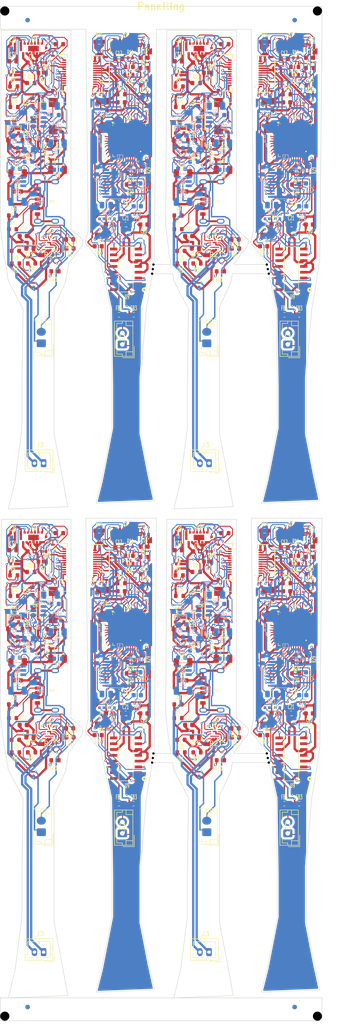
<source format=kicad_pcb>
(kicad_pcb (version 20240108) (generator "pcbnew") (generator_version "8.0")
  (layers (0 "F.Cu" signal) (31 "B.Cu" signal) (34 "B.Paste" user) (35 "F.Paste" user) (36 "B.SilkS" user "B.Silkscreen") (37 "F.SilkS" user "F.Silkscreen") (38 "B.Mask" user) (39 "F.Mask" user) (44 "Edge.Cuts" user))
  (net 0 "")
  (net 1 "Board_0-+3.3V")
  (net 2 "Board_0-+3.7V")
  (net 3 "Board_0-+5V")
  (net 4 "Board_0-/+3V3_RF")
  (net 5 "Board_0-/Conversion & Audio AMP/1 (LS1+)")
  (net 6 "Board_0-/Conversion & Audio AMP/1 (LS2+)")
  (net 7 "Board_0-/Conversion & Audio AMP/2 (LS1-)")
  (net 8 "Board_0-/Conversion & Audio AMP/2 (LS2-)")
  (net 9 "Board_0-/Conversion & Audio AMP/AUDIO_OUT_L")
  (net 10 "Board_0-/Conversion & Audio AMP/AUDIO_OUT_R")
  (net 11 "Board_0-/Conversion & Audio AMP/IO23 (MCU)")
  (net 12 "Board_0-/Conversion & Audio AMP/IO25 (MCU)")
  (net 13 "Board_0-/Conversion & Audio AMP/IO26 (MCU)")
  (net 14 "Board_0-/Conversion & Audio AMP/IO27 (MCU)")
  (net 15 "Board_0-/Conversion & Audio AMP/IO32 (MCU)")
  (net 16 "Board_0-/Conversion & Audio AMP/IO33 (MCU)")
  (net 17 "Board_0-/Power Source/+5V")
  (net 18 "Board_0-/Power Source/VBUS")
  (net 19 "Board_0-/Sensor/IO18 (MCU)")
  (net 20 "Board_0-/Sensor/IO19 (MCU)")
  (net 21 "Board_0-/Sensor/IO2 (MCU)")
  (net 22 "Board_0-/Sensor/IO21 (MCU)")
  (net 23 "Board_0-/Sensor/IO22 (MCU)")
  (net 24 "Board_0-/Sensor/IO4 (MCU)")
  (net 25 "Board_0-/Sensor/IO5 (MCU)")
  (net 26 "Board_0-AGround")
  (net 27 "Board_0-GND")
  (net 28 "Board_0-Net-(D2-A)")
  (net 29 "Board_0-Net-(D2-K)")
  (net 30 "Board_0-Net-(D3-K)")
  (net 31 "Board_0-Net-(D4-K)")
  (net 32 "Board_0-Net-(J1-CC1)")
  (net 33 "Board_0-Net-(J1-CC2)")
  (net 34 "Board_0-Net-(Q1-G)")
  (net 35 "Board_0-Net-(R10-Pad1)")
  (net 36 "Board_0-Net-(U1-RSVD5)")
  (net 37 "Board_0-Net-(U1-RSVD6)")
  (net 38 "Board_0-Net-(U10-BASE)")
  (net 39 "Board_0-Net-(U10-COLLECTOR)")
  (net 40 "Board_0-Net-(U2-EN)")
  (net 41 "Board_0-Net-(U2-IO0)")
  (net 42 "Board_0-Net-(U2-IO12)")
  (net 43 "Board_0-Net-(U2-IO13)")
  (net 44 "Board_0-Net-(U2-IO14)")
  (net 45 "Board_0-Net-(U2-IO15)")
  (net 46 "Board_0-Net-(U2-SENSOR_CAPN)")
  (net 47 "Board_0-Net-(U2-SENSOR_CAPP)")
  (net 48 "Board_0-Net-(U2-SENSOR_VN)")
  (net 49 "Board_0-Net-(U2-SENSOR_VP)")
  (net 50 "Board_0-Net-(U2-U0RXD{slash}IO3)")
  (net 51 "Board_0-Net-(U2-U0TXD{slash}IO1)")
  (net 52 "Board_0-Net-(U3-SW)")
  (net 53 "Board_0-Net-(U3-V_{FB})")
  (net 54 "Board_0-Net-(U4-DEC)")
  (net 55 "Board_0-Net-(U4-ICHG)")
  (net 56 "Board_0-Net-(U4-NTC)")
  (net 57 "Board_0-Net-(U4-SHPACT)")
  (net 58 "Board_0-Net-(U4-SHPHLD)")
  (net 59 "Board_0-Net-(U4-VTERMSET)")
  (net 60 "Board_0-Net-(U5-FB)")
  (net 61 "Board_0-Net-(U5-LLX)")
  (net 62 "Board_0-Net-(U7-RSVD5)")
  (net 63 "Board_0-Net-(U7-RSVD6)")
  (net 64 "Board_0-Net-(U8-CAPM)")
  (net 65 "Board_0-Net-(U8-CAPP)")
  (net 66 "Board_0-Net-(U8-LDOO)")
  (net 67 "Board_0-Net-(U8-OUTL)")
  (net 68 "Board_0-Net-(U8-OUTR)")
  (net 69 "Board_0-Net-(U8-VNEG)")
  (net 70 "Board_0-Net-(U9-+OUT_L)")
  (net 71 "Board_0-Net-(U9-+OUT_R)")
  (net 72 "Board_0-Net-(U9--OUT_L)")
  (net 73 "Board_0-Net-(U9--OUT_R)")
  (net 74 "Board_0-Net-(U9-MUTE)")
  (net 75 "Board_0-unconnected-(U2-CAP1_NC-Pad48)")
  (net 76 "Board_0-unconnected-(U2-CAP2_NC-Pad47)")
  (net 77 "Board_0-unconnected-(U2-CLK-Pad31)")
  (net 78 "Board_0-unconnected-(U2-CMD-Pad30)")
  (net 79 "Board_0-unconnected-(U2-IO16-Pad25)")
  (net 80 "Board_0-unconnected-(U2-IO17-Pad27)")
  (net 81 "Board_0-unconnected-(U2-IO34-Pad10)")
  (net 82 "Board_0-unconnected-(U2-IO35-Pad11)")
  (net 83 "Board_0-unconnected-(U2-LNA_IN-Pad2)")
  (net 84 "Board_0-unconnected-(U2-SD0-Pad32)")
  (net 85 "Board_0-unconnected-(U2-SD1-Pad33)")
  (net 86 "Board_0-unconnected-(U2-SD2{slash}IO9-Pad28)")
  (net 87 "Board_0-unconnected-(U2-SD3{slash}IO10-Pad29)")
  (net 88 "Board_0-unconnected-(U2-VDD_SDIO-Pad26)")
  (net 89 "Board_0-unconnected-(U2-XTAL_N_NC-Pad44)")
  (net 90 "Board_0-unconnected-(U2-XTAL_P_NC-Pad45)")
  (net 91 "Board_0-unconnected-(U4-D+-PadA2)")
  (net 92 "Board_0-unconnected-(U4-SW-PadA4)")
  (net 93 "Board_1-+3.3V")
  (net 94 "Board_1-+3.7V")
  (net 95 "Board_1-+5V")
  (net 96 "Board_1-/+3V3_RF")
  (net 97 "Board_1-/Conversion & Audio AMP/1 (LS1+)")
  (net 98 "Board_1-/Conversion & Audio AMP/1 (LS2+)")
  (net 99 "Board_1-/Conversion & Audio AMP/2 (LS1-)")
  (net 100 "Board_1-/Conversion & Audio AMP/2 (LS2-)")
  (net 101 "Board_1-/Conversion & Audio AMP/AUDIO_OUT_L")
  (net 102 "Board_1-/Conversion & Audio AMP/AUDIO_OUT_R")
  (net 103 "Board_1-/Conversion & Audio AMP/IO23 (MCU)")
  (net 104 "Board_1-/Conversion & Audio AMP/IO25 (MCU)")
  (net 105 "Board_1-/Conversion & Audio AMP/IO26 (MCU)")
  (net 106 "Board_1-/Conversion & Audio AMP/IO27 (MCU)")
  (net 107 "Board_1-/Conversion & Audio AMP/IO32 (MCU)")
  (net 108 "Board_1-/Conversion & Audio AMP/IO33 (MCU)")
  (net 109 "Board_1-/Power Source/+5V")
  (net 110 "Board_1-/Power Source/VBUS")
  (net 111 "Board_1-/Sensor/IO18 (MCU)")
  (net 112 "Board_1-/Sensor/IO19 (MCU)")
  (net 113 "Board_1-/Sensor/IO2 (MCU)")
  (net 114 "Board_1-/Sensor/IO21 (MCU)")
  (net 115 "Board_1-/Sensor/IO22 (MCU)")
  (net 116 "Board_1-/Sensor/IO4 (MCU)")
  (net 117 "Board_1-/Sensor/IO5 (MCU)")
  (net 118 "Board_1-AGround")
  (net 119 "Board_1-GND")
  (net 120 "Board_1-Net-(D2-A)")
  (net 121 "Board_1-Net-(D2-K)")
  (net 122 "Board_1-Net-(D3-K)")
  (net 123 "Board_1-Net-(D4-K)")
  (net 124 "Board_1-Net-(J1-CC1)")
  (net 125 "Board_1-Net-(J1-CC2)")
  (net 126 "Board_1-Net-(Q1-G)")
  (net 127 "Board_1-Net-(R10-Pad1)")
  (net 128 "Board_1-Net-(U1-RSVD5)")
  (net 129 "Board_1-Net-(U1-RSVD6)")
  (net 130 "Board_1-Net-(U10-BASE)")
  (net 131 "Board_1-Net-(U10-COLLECTOR)")
  (net 132 "Board_1-Net-(U2-EN)")
  (net 133 "Board_1-Net-(U2-IO0)")
  (net 134 "Board_1-Net-(U2-IO12)")
  (net 135 "Board_1-Net-(U2-IO13)")
  (net 136 "Board_1-Net-(U2-IO14)")
  (net 137 "Board_1-Net-(U2-IO15)")
  (net 138 "Board_1-Net-(U2-SENSOR_CAPN)")
  (net 139 "Board_1-Net-(U2-SENSOR_CAPP)")
  (net 140 "Board_1-Net-(U2-SENSOR_VN)")
  (net 141 "Board_1-Net-(U2-SENSOR_VP)")
  (net 142 "Board_1-Net-(U2-U0RXD{slash}IO3)")
  (net 143 "Board_1-Net-(U2-U0TXD{slash}IO1)")
  (net 144 "Board_1-Net-(U3-SW)")
  (net 145 "Board_1-Net-(U3-V_{FB})")
  (net 146 "Board_1-Net-(U4-DEC)")
  (net 147 "Board_1-Net-(U4-ICHG)")
  (net 148 "Board_1-Net-(U4-NTC)")
  (net 149 "Board_1-Net-(U4-SHPACT)")
  (net 150 "Board_1-Net-(U4-SHPHLD)")
  (net 151 "Board_1-Net-(U4-VTERMSET)")
  (net 152 "Board_1-Net-(U5-FB)")
  (net 153 "Board_1-Net-(U5-LLX)")
  (net 154 "Board_1-Net-(U7-RSVD5)")
  (net 155 "Board_1-Net-(U7-RSVD6)")
  (net 156 "Board_1-Net-(U8-CAPM)")
  (net 157 "Board_1-Net-(U8-CAPP)")
  (net 158 "Board_1-Net-(U8-LDOO)")
  (net 159 "Board_1-Net-(U8-OUTL)")
  (net 160 "Board_1-Net-(U8-OUTR)")
  (net 161 "Board_1-Net-(U8-VNEG)")
  (net 162 "Board_1-Net-(U9-+OUT_L)")
  (net 163 "Board_1-Net-(U9-+OUT_R)")
  (net 164 "Board_1-Net-(U9--OUT_L)")
  (net 165 "Board_1-Net-(U9--OUT_R)")
  (net 166 "Board_1-Net-(U9-MUTE)")
  (net 167 "Board_1-unconnected-(U2-CAP1_NC-Pad48)")
  (net 168 "Board_1-unconnected-(U2-CAP2_NC-Pad47)")
  (net 169 "Board_1-unconnected-(U2-CLK-Pad31)")
  (net 170 "Board_1-unconnected-(U2-CMD-Pad30)")
  (net 171 "Board_1-unconnected-(U2-IO16-Pad25)")
  (net 172 "Board_1-unconnected-(U2-IO17-Pad27)")
  (net 173 "Board_1-unconnected-(U2-IO34-Pad10)")
  (net 174 "Board_1-unconnected-(U2-IO35-Pad11)")
  (net 175 "Board_1-unconnected-(U2-LNA_IN-Pad2)")
  (net 176 "Board_1-unconnected-(U2-SD0-Pad32)")
  (net 177 "Board_1-unconnected-(U2-SD1-Pad33)")
  (net 178 "Board_1-unconnected-(U2-SD2{slash}IO9-Pad28)")
  (net 179 "Board_1-unconnected-(U2-SD3{slash}IO10-Pad29)")
  (net 180 "Board_1-unconnected-(U2-VDD_SDIO-Pad26)")
  (net 181 "Board_1-unconnected-(U2-XTAL_N_NC-Pad44)")
  (net 182 "Board_1-unconnected-(U2-XTAL_P_NC-Pad45)")
  (net 183 "Board_1-unconnected-(U4-D+-PadA2)")
  (net 184 "Board_1-unconnected-(U4-SW-PadA4)")
  (net 185 "Board_2-+3.3V")
  (net 186 "Board_2-+3.7V")
  (net 187 "Board_2-+5V")
  (net 188 "Board_2-/+3V3_RF")
  (net 189 "Board_2-/Conversion & Audio AMP/1 (LS1+)")
  (net 190 "Board_2-/Conversion & Audio AMP/1 (LS2+)")
  (net 191 "Board_2-/Conversion & Audio AMP/2 (LS1-)")
  (net 192 "Board_2-/Conversion & Audio AMP/2 (LS2-)")
  (net 193 "Board_2-/Conversion & Audio AMP/AUDIO_OUT_L")
  (net 194 "Board_2-/Conversion & Audio AMP/AUDIO_OUT_R")
  (net 195 "Board_2-/Conversion & Audio AMP/IO23 (MCU)")
  (net 196 "Board_2-/Conversion & Audio AMP/IO25 (MCU)")
  (net 197 "Board_2-/Conversion & Audio AMP/IO26 (MCU)")
  (net 198 "Board_2-/Conversion & Audio AMP/IO27 (MCU)")
  (net 199 "Board_2-/Conversion & Audio AMP/IO32 (MCU)")
  (net 200 "Board_2-/Conversion & Audio AMP/IO33 (MCU)")
  (net 201 "Board_2-/Power Source/+5V")
  (net 202 "Board_2-/Power Source/VBUS")
  (net 203 "Board_2-/Sensor/IO18 (MCU)")
  (net 204 "Board_2-/Sensor/IO19 (MCU)")
  (net 205 "Board_2-/Sensor/IO2 (MCU)")
  (net 206 "Board_2-/Sensor/IO21 (MCU)")
  (net 207 "Board_2-/Sensor/IO22 (MCU)")
  (net 208 "Board_2-/Sensor/IO4 (MCU)")
  (net 209 "Board_2-/Sensor/IO5 (MCU)")
  (net 210 "Board_2-AGround")
  (net 211 "Board_2-GND")
  (net 212 "Board_2-Net-(D2-A)")
  (net 213 "Board_2-Net-(D2-K)")
  (net 214 "Board_2-Net-(D3-K)")
  (net 215 "Board_2-Net-(D4-K)")
  (net 216 "Board_2-Net-(J1-CC1)")
  (net 217 "Board_2-Net-(J1-CC2)")
  (net 218 "Board_2-Net-(Q1-G)")
  (net 219 "Board_2-Net-(R10-Pad1)")
  (net 220 "Board_2-Net-(U1-RSVD5)")
  (net 221 "Board_2-Net-(U1-RSVD6)")
  (net 222 "Board_2-Net-(U10-BASE)")
  (net 223 "Board_2-Net-(U10-COLLECTOR)")
  (net 224 "Board_2-Net-(U2-EN)")
  (net 225 "Board_2-Net-(U2-IO0)")
  (net 226 "Board_2-Net-(U2-IO12)")
  (net 227 "Board_2-Net-(U2-IO13)")
  (net 228 "Board_2-Net-(U2-IO14)")
  (net 229 "Board_2-Net-(U2-IO15)")
  (net 230 "Board_2-Net-(U2-SENSOR_CAPN)")
  (net 231 "Board_2-Net-(U2-SENSOR_CAPP)")
  (net 232 "Board_2-Net-(U2-SENSOR_VN)")
  (net 233 "Board_2-Net-(U2-SENSOR_VP)")
  (net 234 "Board_2-Net-(U2-U0RXD{slash}IO3)")
  (net 235 "Board_2-Net-(U2-U0TXD{slash}IO1)")
  (net 236 "Board_2-Net-(U3-SW)")
  (net 237 "Board_2-Net-(U3-V_{FB})")
  (net 238 "Board_2-Net-(U4-DEC)")
  (net 239 "Board_2-Net-(U4-ICHG)")
  (net 240 "Board_2-Net-(U4-NTC)")
  (net 241 "Board_2-Net-(U4-SHPACT)")
  (net 242 "Board_2-Net-(U4-SHPHLD)")
  (net 243 "Board_2-Net-(U4-VTERMSET)")
  (net 244 "Board_2-Net-(U5-FB)")
  (net 245 "Board_2-Net-(U5-LLX)")
  (net 246 "Board_2-Net-(U7-RSVD5)")
  (net 247 "Board_2-Net-(U7-RSVD6)")
  (net 248 "Board_2-Net-(U8-CAPM)")
  (net 249 "Board_2-Net-(U8-CAPP)")
  (net 250 "Board_2-Net-(U8-LDOO)")
  (net 251 "Board_2-Net-(U8-OUTL)")
  (net 252 "Board_2-Net-(U8-OUTR)")
  (net 253 "Board_2-Net-(U8-VNEG)")
  (net 254 "Board_2-Net-(U9-+OUT_L)")
  (net 255 "Board_2-Net-(U9-+OUT_R)")
  (net 256 "Board_2-Net-(U9--OUT_L)")
  (net 257 "Board_2-Net-(U9--OUT_R)")
  (net 258 "Board_2-Net-(U9-MUTE)")
  (net 259 "Board_2-unconnected-(U2-CAP1_NC-Pad48)")
  (net 260 "Board_2-unconnected-(U2-CAP2_NC-Pad47)")
  (net 261 "Board_2-unconnected-(U2-CLK-Pad31)")
  (net 262 "Board_2-unconnected-(U2-CMD-Pad30)")
  (net 263 "Board_2-unconnected-(U2-IO16-Pad25)")
  (net 264 "Board_2-unconnected-(U2-IO17-Pad27)")
  (net 265 "Board_2-unconnected-(U2-IO34-Pad10)")
  (net 266 "Board_2-unconnected-(U2-IO35-Pad11)")
  (net 267 "Board_2-unconnected-(U2-LNA_IN-Pad2)")
  (net 268 "Board_2-unconnected-(U2-SD0-Pad32)")
  (net 269 "Board_2-unconnected-(U2-SD1-Pad33)")
  (net 270 "Board_2-unconnected-(U2-SD2{slash}IO9-Pad28)")
  (net 271 "Board_2-unconnected-(U2-SD3{slash}IO10-Pad29)")
  (net 272 "Board_2-unconnected-(U2-VDD_SDIO-Pad26)")
  (net 273 "Board_2-unconnected-(U2-XTAL_N_NC-Pad44)")
  (net 274 "Board_2-unconnected-(U2-XTAL_P_NC-Pad45)")
  (net 275 "Board_2-unconnected-(U4-D+-PadA2)")
  (net 276 "Board_2-unconnected-(U4-SW-PadA4)")
  (net 277 "Board_3-+3.3V")
  (net 278 "Board_3-+3.7V")
  (net 279 "Board_3-+5V")
  (net 280 "Board_3-/+3V3_RF")
  (net 281 "Board_3-/Conversion & Audio AMP/1 (LS1+)")
  (net 282 "Board_3-/Conversion & Audio AMP/1 (LS2+)")
  (net 283 "Board_3-/Conversion & Audio AMP/2 (LS1-)")
  (net 284 "Board_3-/Conversion & Audio AMP/2 (LS2-)")
  (net 285 "Board_3-/Conversion & Audio AMP/AUDIO_OUT_L")
  (net 286 "Board_3-/Conversion & Audio AMP/AUDIO_OUT_R")
  (net 287 "Board_3-/Conversion & Audio AMP/IO23 (MCU)")
  (net 288 "Board_3-/Conversion & Audio AMP/IO25 (MCU)")
  (net 289 "Board_3-/Conversion & Audio AMP/IO26 (MCU)")
  (net 290 "Board_3-/Conversion & Audio AMP/IO27 (MCU)")
  (net 291 "Board_3-/Conversion & Audio AMP/IO32 (MCU)")
  (net 292 "Board_3-/Conversion & Audio AMP/IO33 (MCU)")
  (net 293 "Board_3-/Power Source/+5V")
  (net 294 "Board_3-/Power Source/VBUS")
  (net 295 "Board_3-/Sensor/IO18 (MCU)")
  (net 296 "Board_3-/Sensor/IO19 (MCU)")
  (net 297 "Board_3-/Sensor/IO2 (MCU)")
  (net 298 "Board_3-/Sensor/IO21 (MCU)")
  (net 299 "Board_3-/Sensor/IO22 (MCU)")
  (net 300 "Board_3-/Sensor/IO4 (MCU)")
  (net 301 "Board_3-/Sensor/IO5 (MCU)")
  (net 302 "Board_3-AGround")
  (net 303 "Board_3-GND")
  (net 304 "Board_3-Net-(D2-A)")
  (net 305 "Board_3-Net-(D2-K)")
  (net 306 "Board_3-Net-(D3-K)")
  (net 307 "Board_3-Net-(D4-K)")
  (net 308 "Board_3-Net-(J1-CC1)")
  (net 309 "Board_3-Net-(J1-CC2)")
  (net 310 "Board_3-Net-(Q1-G)")
  (net 311 "Board_3-Net-(R10-Pad1)")
  (net 312 "Board_3-Net-(U1-RSVD5)")
  (net 313 "Board_3-Net-(U1-RSVD6)")
  (net 314 "Board_3-Net-(U10-BASE)")
  (net 315 "Board_3-Net-(U10-COLLECTOR)")
  (net 316 "Board_3-Net-(U2-EN)")
  (net 317 "Board_3-Net-(U2-IO0)")
  (net 318 "Board_3-Net-(U2-IO12)")
  (net 319 "Board_3-Net-(U2-IO13)")
  (net 320 "Board_3-Net-(U2-IO14)")
  (net 321 "Board_3-Net-(U2-IO15)")
  (net 322 "Board_3-Net-(U2-SENSOR_CAPN)")
  (net 323 "Board_3-Net-(U2-SENSOR_CAPP)")
  (net 324 "Board_3-Net-(U2-SENSOR_VN)")
  (net 325 "Board_3-Net-(U2-SENSOR_VP)")
  (net 326 "Board_3-Net-(U2-U0RXD{slash}IO3)")
  (net 327 "Board_3-Net-(U2-U0TXD{slash}IO1)")
  (net 328 "Board_3-Net-(U3-SW)")
  (net 329 "Board_3-Net-(U3-V_{FB})")
  (net 330 "Board_3-Net-(U4-DEC)")
  (net 331 "Board_3-Net-(U4-ICHG)")
  (net 332 "Board_3-Net-(U4-NTC)")
  (net 333 "Board_3-Net-(U4-SHPACT)")
  (net 334 "Board_3-Net-(U4-SHPHLD)")
  (net 335 "Board_3-Net-(U4-VTERMSET)")
  (net 336 "Board_3-Net-(U5-FB)")
  (net 337 "Board_3-Net-(U5-LLX)")
  (net 338 "Board_3-Net-(U7-RSVD5)")
  (net 339 "Board_3-Net-(U7-RSVD6)")
  (net 340 "Board_3-Net-(U8-CAPM)")
  (net 341 "Board_3-Net-(U8-CAPP)")
  (net 342 "Board_3-Net-(U8-LDOO)")
  (net 343 "Board_3-Net-(U8-OUTL)")
  (net 344 "Board_3-Net-(U8-OUTR)")
  (net 345 "Board_3-Net-(U8-VNEG)")
  (net 346 "Board_3-Net-(U9-+OUT_L)")
  (net 347 "Board_3-Net-(U9-+OUT_R)")
  (net 348 "Board_3-Net-(U9--OUT_L)")
  (net 349 "Board_3-Net-(U9--OUT_R)")
  (net 350 "Board_3-Net-(U9-MUTE)")
  (net 351 "Board_3-unconnected-(U2-CAP1_NC-Pad48)")
  (net 352 "Board_3-unconnected-(U2-CAP2_NC-Pad47)")
  (net 353 "Board_3-unconnected-(U2-CLK-Pad31)")
  (net 354 "Board_3-unconnected-(U2-CMD-Pad30)")
  (net 355 "Board_3-unconnected-(U2-IO16-Pad25)")
  (net 356 "Board_3-unconnected-(U2-IO17-Pad27)")
  (net 357 "Board_3-unconnected-(U2-IO34-Pad10)")
  (net 358 "Board_3-unconnected-(U2-IO35-Pad11)")
  (net 359 "Board_3-unconnected-(U2-LNA_IN-Pad2)")
  (net 360 "Board_3-unconnected-(U2-SD0-Pad32)")
  (net 361 "Board_3-unconnected-(U2-SD1-Pad33)")
  (net 362 "Board_3-unconnected-(U2-SD2{slash}IO9-Pad28)")
  (net 363 "Board_3-unconnected-(U2-SD3{slash}IO10-Pad29)")
  (net 364 "Board_3-unconnected-(U2-VDD_SDIO-Pad26)")
  (net 365 "Board_3-unconnected-(U2-XTAL_N_NC-Pad44)")
  (net 366 "Board_3-unconnected-(U2-XTAL_P_NC-Pad45)")
  (net 367 "Board_3-unconnected-(U4-D+-PadA2)")
  (net 368 "Board_3-unconnected-(U4-SW-PadA4)")
  (footprint "NPTH" (layer "F.Cu") (at 171.866217 77.512539)
    (property "Reference" "KiKit_MB_2_2" (hide yes))
    (property "Value" "NPTH" (hide yes))
  )
  (footprint "Inductor_SMD:L_0603_1608Metric" (layer "F.Cu") (at 142.5 87.5)
    (property "Reference" "FB3")
    (property "Value" "MAF1608FAD151CT000" (hide yes))
  )
  (footprint "Resistor_SMD:R_0603_1608Metric" (layer "F.Cu") (at 126.175 156.275078)
    (property "Reference" "R24")
    (property "Value" "700K" (hide yes))
  )
  (footprint "Resistor_SMD:R_0603_1608Metric" (layer "F.Cu") (at 156.534743 147.975156 90)
    (property "Reference" "R22")
    (property "Value" "10K" (hide yes))
  )
  (footprint "Capacitor_SMD:C_0603_1608Metric" (layer "F.Cu") (at 137.225 174.775078)
    (property "Reference" "C19")
    (property "Value" "1µ" (hide yes))
  )
  (footprint "Inductor_SMD:L_0603_1608Metric" (layer "F.Cu") (at 139.75 41)
    (property "Reference" "L2")
    (property "Value" "10µ" (hide yes))
  )
  (footprint "Capacitor_SMD:C_0402_1005Metric" (layer "F.Cu") (at 145.27 135.525078)
    (property "Reference" "C6")
    (property "Value" "0.1µ" (hide yes))
  )
  (footprint "NPTH" (layer "F.Cu") (at 182.75 241.050156)
    (property "Reference" "KiKit_TO_4" (hide yes))
    (property "Value" "NPTH" (hide yes))
  )
  (footprint "MMBT2222AM3T5G:SOT-723_0P85X1P25_ONS-M" (layer "F.Cu") (at 119.212443 160.150157 90)
    (property "Reference" "U6")
    (property "Value" "MMBT2222AM3T5G" (hide yes))
  )
  (footprint "LED_SMD:LED_0603_1608Metric" (layer "F.Cu") (at 164.784743 73)
    (property "Reference" "D4")
    (property "Value" "XL-1608PGC-06" (hide yes))
  )
  (footprint "Capacitor_SMD:C_0603_1608Metric" (layer "F.Cu") (at 144.775 138.275078)
    (property "Reference" "C13")
    (property "Value" "1µ" (hide yes))
  )
  (footprint "Capacitor_SMD:C_0603_1608Metric" (layer "F.Cu") (at 153.259743 167.550156 180)
    (property "Reference" "C34")
    (property "Value" "4.7μ" (hide yes))
  )
  (footprint "Capacitor_SMD:C_0603_1608Metric" (layer "F.Cu") (at 144.725 174.775078 180)
    (property "Reference" "C20")
    (property "Value" "1µ" (hide yes))
  )
  (footprint "Capacitor_SMD:C_0603_1608Metric" (layer "F.Cu") (at 176.975 67.75)
    (property "Reference" "C21")
    (property "Value" "1µ" (hide yes))
  )
  (footprint "Connector_JST:JST_EH_B2B-EH-A_1x02_P2.50mm_Vertical" (layer "F.Cu") (at 176.25 201.025078 90)
    (property "Reference" "LS2")
    (property "Value" "UA-C0603-3F" (hide yes))
  )
  (footprint "NPTH" (layer "F.Cu") (at 114.25 241.050156)
    (property "Reference" "KiKit_TO_3" (hide yes))
    (property "Value" "NPTH" (hide yes))
  )
  (footprint "Resistor_SMD:R_0603_1608Metric" (layer "F.Cu") (at 171.175 134.775078 180)
    (property "Reference" "R34")
    (property "Value" "10k" (hide yes))
  )
  (footprint "Resistor_SMD:R_0603_1608Metric" (layer "F.Cu") (at 116.284743 149.050156)
    (property "Reference" "R18")
    (property "Value" "47k" (hide yes))
  )
  (footprint "Resistor_SMD:R_0603_1608Metric" (layer "F.Cu") (at 122.459743 34.525078 180)
    (property "Reference" "R17")
    (property "Value" "47k" (hide yes))
  )
  (footprint "Resistor_SMD:R_0402_1005Metric" (layer "F.Cu") (at 160.5 182.525078)
    (property "Reference" "R21")
    (property "Value" "1k5")
  )
  (footprint "CPG_13_SMT_B:SAMESKY_CPG-13-SMT-B" (layer "F.Cu") (at 136 49.5 90)
    (property "Reference" "J14")
    (property "Value" "CPG-13-SMT-B" (hide yes))
  )
  (footprint "Resistor_SMD:R_0402_1005Metric" (layer "F.Cu") (at 159.034743 139.300156)
    (property "Reference" "R6")
    (property "Value" "2k2" (hide yes))
  )
  (footprint "Error" (layer "F.Cu") (at 130.375 24.999)
    (property "Reference" "REF**" (hide yes))
    (property "Value" "Error")
  )
  (footprint "Resistor_SMD:R_0603_1608Metric" (layer "F.Cu") (at 162.459743 28.275078)
    (property "Reference" "R19" (hide yes))
    (property "Value" "10k" (hide yes))
  )
  (footprint "Inductor_SMD:L_0603_1608Metric" (layer "F.Cu") (at 178.75 87.5)
    (property "Reference" "FB3")
    (property "Value" "MAF1608FAD151CT000" (hide yes))
  )
  (footprint "Capacitor_SMD:C_0603_1608Metric" (layer "F.Cu") (at 117.009743 60.525078 180)
    (property "Reference" "C34")
    (property "Value" "4.7μ" (hide yes))
  )
  (footprint "Capacitor_SMD:C_1206_3216Metric" (layer "F.Cu") (at 117.059743 56.525078)
    (property "Reference" "C15")
    (property "Value" "22μ" (hide yes))
  )
  (footprint "Capacitor_SMD:C_0402_1005Metric" (layer "F.Cu") (at 116.014743 28.275078)
    (property "Reference" "C29")
    (property "Value" "0.1µ" (hide yes))
  )
  (footprint "Capacitor_SMD:C_0402_1005Metric" (layer "F.Cu") (at 181.02 176.525078 180)
    (property "Reference" "C3")
    (property "Value" "0.1µ" (hide yes))
  )
  (footprint "NPTH" (layer "F.Cu") (at 171.650618 183.537617)
    (property "Reference" "KiKit_MB_4_3" (hide yes))
    (property "Value" "NPTH" (hide yes))
  )
  (footprint "Resistor_SMD:R_0603_1608Metric" (layer "F.Cu") (at 156.209743 143.800156)
    (property "Reference" "R16")
    (property "Value" "47k" (hide yes))
  )
  (footprint "Capacitor_SMD:C_1206_3216Metric" (layer "F.Cu") (at 117.059743 163.550156)
    (property "Reference" "C15")
    (property "Value" "22μ" (hide yes))
  )
  (footprint "Capacitor_SMD:C_0603_1608Metric" (layer "F.Cu") (at 116.009743 32.025078)
    (property "Reference" "C14")
    (property "Value" "1µ" (hide yes))
  )
  (footprint "Resistor_SMD:R_0603_1608Metric" (layer "F.Cu") (at 122.709743 49.275078)
    (property "Reference" "R23")
    (property "Value" "10K" (hide yes))
  )
  (footprint "Inductor_SMD:L_0603_1608Metric" (layer "F.Cu") (at 170.9625 179.525078 180)
    (property "Reference" "FB2")
    (property "Value" "MAF1608FAD151CT000" (hide yes))
  )
  (footprint "FFC2B28_12_G:GCT_FFC2B28-12-G" (layer "F.Cu") (at 135.25 141.825078 90)
    (property "Reference" "J7")
    (property "Value" "FFC2B28-12-G")
  )
  (footprint "MMBT2222AM3T5G:SOT-723_0P85X1P25_ONS-M" (layer "F.Cu") (at 159.534743 160.300156 -90)
    (property "Reference" "U10")
    (property "Value" "MMBT2222AM3T5G" (hide yes))
  )
  (footprint "Diode_SMD:D_0603_1608Metric" (layer "F.Cu") (at 119.75 73 180)
    (property "Reference" "D1")
    (property "Value" "PTVS17VS1UR,115" (hide yes))
  )
  (footprint "Inductor_SMD:L_0603_1608Metric" (layer "F.Cu") (at 134.7125 179.525078 180)
    (property "Reference" "FB2")
    (property "Value" "MAF1608FAD151CT000" (hide yes))
  )
  (footprint "CPG_13_SMT_B:SAMESKY_CPG-13-SMT-B" (layer "F.Cu") (at 136.25 155.275078 90)
    (property "Reference" "J12")
    (property "Value" "CPG-13-SMT-B" (hide yes))
  )
  (footprint "MMBT2222AM3T5G:SOT-723_0P85X1P25_ONS-M" (layer "F.Cu") (at 155.462443 160.150157 90)
    (property "Reference" "U6")
    (property "Value" "MMBT2222AM3T5G" (hide yes))
  )
  (footprint "MMBT2222AM3T5G:SOT-723_0P85X1P25_ONS-M" (layer "F.Cu") (at 155.462443 53.125079 90)
    (property "Reference" "U6")
    (property "Value" "MMBT2222AM3T5G" (hide yes))
  )
  (footprint "Resistor_SMD:R_0603_1608Metric" (layer "F.Cu") (at 171.175 27.75 180)
    (property "Reference" "R34")
    (property "Value" "10k" (hide yes))
  )
  (footprint "CPG_13_SMT_B:SAMESKY_CPG-13-SMT-B" (layer "F.Cu") (at 173 53 90)
    (property "Reference" "J9")
    (property "Value" "CPG-13-SMT-B" (hide yes))
  )
  (footprint "Resistor_SMD:R_0603_1608Metric" (layer "F.Cu") (at 152.459743 144.550156)
    (property "Reference" "R9")
    (property "Value" "47k" (hide yes))
  )
  (footprint "Capacitor_SMD:C_0402_1005Metric" (layer "F.Cu") (at 116.014743 135.300156)
    (property "Reference" "C29")
    (property "Value" "0.1µ" (hide yes))
  )
  (footprint "Resistor_SMD:R_0603_1608Metric" (layer "F.Cu") (at 141.5 140.275078 180)
    (property "Reference" "R12")
    (property "Value" "47k" (hide yes))
  )
  (footprint "Resistor_SMD:R_0402_1005Metric" (layer "F.Cu") (at 124.25 75.5)
    (property "Reference" "R21")
    (property "Value" "1k5")
  )
  (footprint "Capacitor_SMD:C_0603_1608Metric" (layer "F.Cu") (at 154.534743 70.275078 180)
    (property "Reference" "C22")
    (property "Value" "1µ" (hide yes))
  )
  (footprint "VL53L5CXV0GC_1:XDCR_VL53L5CXV0GC_1" (layer "F.Cu") (at 176.844832 28.45 180)
    (property "Reference" "U7")
    (property "Value" "VL53L5CXV0GC_1" (hide yes))
  )
  (footprint "FFC2B28_12_G:GCT_FFC2B28-12-G" (layer "F.Cu") (at 162.284743 141.550156 -90)
    (property "Reference" "J5")
    (property "Value" "FFC2B28-12-G" (hide yes))
  )
  (footprint "LED_SMD:LED_0603_1608Metric" (layer "F.Cu") (at 128.4625 178.025078 180)
    (property "Reference" "D2")
    (property "Value" "XL-1608VRC-06" (hide yes))
  )
  (footprint "Capacitor_SMD:C_1206_3216Metric" (layer "F.Cu") (at 162.059743 55.775078 180)
    (property "Reference" "C33")
    (property "Value" "22μ" (hide yes))
  )
  (footprint "Error" (layer "F.Cu") (at 130.375 130.026078)
    (property "Reference" "REF**" (hide yes))
    (property "Value" "Error")
  )
  (footprint "Capacitor_SMD:C_0603_1608Metric" (layer "F.Cu") (at 154.534743 177.300156 180)
    (property "Reference" "C22")
    (property "Value" "1µ" (hide yes))
  )
  (footprint "Resistor_SMD:R_0603_1608Metric" (layer "F.Cu") (at 162.425 49.25)
    (property "Reference" "R24")
    (property "Value" "700K" (hide yes))
  )
  (footprint "Resistor_SMD:R_0603_1608Metric" (layer "F.Cu") (at 158.709743 34.525078 180)
    (property "Reference" "R17")
    (property "Value" "47k" (hide yes))
  )
  (footprint "Capacitor_SMD:C_0603_1608Metric" (layer "F.Cu") (at 181.025 138.275078)
    (property "Reference" "C13")
    (property "Value" "1µ" (hide yes))
  )
  (footprint "Capacitor_SMD:C_0402_1005Metric" (layer "F.Cu") (at 144.77 176.525078 180)
    (property "Reference" "C3")
    (property "Value" "0.1µ" (hide yes))
  )
  (footprint "Resistor_SMD:R_0603_1608Metric" (layer "F.Cu") (at 181.175 144.275078)
    (property "Reference" "R15")
    (property "Value" "47k" (hide yes))
  )
  (footprint "Capacitor_SMD:C_0805_2012Metric" (layer "F.Cu") (at 171.95 40.75 180)
    (property "Reference" "C11" (hide yes))
    (property "Value" "10µ" (hide yes))
  )
  (footprint "Resistor_SMD:R_0603_1608Metric" (layer "F.Cu") (at 152.534743 149.050156)
    (property "Reference" "R18")
    (property "Value" "47k" (hide yes))
  )
  (footprint "VL53L5CXV0GC_1:XDCR_VL53L5CXV0GC_1" (layer "F.Cu") (at 120.534743 29.225078 180)
    (property "Reference" "U1")
    (property "Value" "VL53L5CXV0GC_1" (hide yes))
  )
  (footprint "Connector_USB:USB_C_Receptacle_GCT_USB4125-xx-x-0190_6P_TopMnt_Horizontal" (layer "F.Cu") (at 160.734743 62.705078 90)
    (property "Reference" "J1")
    (property "Value" "USB_C_Receptacle_PowerOnly_6P" (hide yes))
  )
  (footprint "Capacitor_SMD:C_0402_1005Metric" (layer "F.Cu") (at 152.264743 135.300156)
    (property "Reference" "C29")
    (property "Value" "0.1µ" (hide yes))
  )
  (footprint "Resistor_SMD:R_0603_1608Metric" (layer "F.Cu") (at 141.5 33.25 180)
    (property "Reference" "R12")
    (property "Value" "47k" (hide yes))
  )
  (footprint "Resistor_SMD:R_0402_1005Metric" (layer "F.Cu") (at 124.25 182.525078)
    (property "Reference" "R21")
    (property "Value" "1k5")
  )
  (footprint "CPG_13_SMT_B:SAMESKY_CPG-13-SMT-B" (layer "F.Cu") (at 136.5 159.525078 90)
    (property "Reference" "J8")
    (property "Value" "CPG-13-SMT-B" (hide yes))
  )
  (footprint "Diode_SMD:D_0603_1608Metric" (layer "F.Cu") (at 119.75 180.025078 180)
    (property "Reference" "D1")
    (property "Value" "PTVS17VS1UR,115" (hide yes))
  )
  (footprint "Connector_JST:JST_PH_B2B-PH-K_1x02_P2.00mm_Vertical" (layer "F.Cu") (at 122.75 227.025078 180)
    (property "Reference" "J3")
    (property "Value" "USE-702528-500PCBJST" (hide yes))
  )
  (footprint "Resistor_SMD:R_0603_1608Metric" (layer "F.Cu") (at 144.825 33.5 180)
    (property "Reference" "R13")
    (property "Value" "47k" (hide yes))
  )
  (footprint "Resistor_SMD:R_0603_1608Metric" (layer "F.Cu") (at 162.459743 135.300156)
    (property "Reference" "R19" (hide yes))
    (property "Value" "10k" (hide yes))
  )
  (footprint "Resistor_SMD:R_0603_1608Metric" (layer "F.Cu") (at 144.825 140.525078 180)
    (property "Reference" "R13")
    (property "Value" "47k" (hide yes))
  )
  (footprint "CPG_13_SMT_B:SAMESKY_CPG-13-SMT-B" (layer "F.Cu") (at 172.489339 157.91889)
    (property "Reference" "J4")
    (property "Value" "CPG-13-SMT-B" (hide yes))
  )
  (footprint "Resistor_SMD:R_0603_1608Metric" (layer "F.Cu") (at 118.925 156.275078)
    (property "Reference" "R32")
    (property "Value" "100k" (hide yes))
  )
  (footprint "Resistor_SMD:R_0603_1608Metric" (layer "F.Cu") (at 156.534743 40.950078 90)
    (property "Reference" "R22")
    (property "Value" "10K" (hide yes))
  )
  (footprint "Capacitor_SMD:C_0603_1608Metric" (layer "F.Cu") (at 140.725 67.75)
    (property "Reference" "C21")
    (property "Value" "1µ" (hide yes))
  )
  (footprint "Diode_SMD:D_0603_1608Metric" (layer "F.Cu") (at 156 73 180)
    (property "Reference" "D1")
    (property "Value" "PTVS17VS1UR,115" (hide yes))
  )
  (footprint "Error" (layer "F.Cu") (at 130.375 237.051156)
    (property "Reference" "REF**" (hide yes))
    (property "Value" "Error")
  )
  (footprint "Error" (layer "F.Cu") (at 166.625 24.999)
    (property "Reference" "REF**" (hide yes))
    (property "Value" "Error")
  )
  (footprint "Resistor_SMD:R_0603_1608Metric" (layer "F.Cu") (at 116.609743 76.275078)
    (property "Reference" "TH1")
    (property "Value" "NCU18XH103F6SRB" (hide yes))
  )
  (footprint "Resistor_SMD:R_0603_1608Metric" (layer "F.Cu") (at 122.709743 156.300156)
    (property "Reference" "R23")
    (property "Value" "10K" (hide yes))
  )
  (footprint "Resistor_SMD:R_0603_1608Metric" (layer "F.Cu") (at 152.459743 37.525078)
    (property "Reference" "R9")
    (property "Value" "47k" (hide yes))
  )
  (footprint "Resistor_SMD:R_0603_1608Metric" (layer "F.Cu") (at 178.175 56.5 180)
    (property "Reference" "R28")
    (property "Value" "10k" (hide yes))
  )
  (footprint "Resistor_SMD:R_0603_1608Metric" (layer "F.Cu") (at 155.175 156.275078)
    (property "Reference" "R32")
    (property "Value" "100k" (hide yes))
  )
  (footprint "Capacitor_SMD:C_0603_1608Metric" (layer "F.Cu") (at 173.475 174.775078)
    (property "Reference" "C19")
    (property "Value" "1µ" (hide yes))
  )
  (footprint "Inductor_SMD:L_0603_1608Metric" (layer "F.Cu") (at 142.5 194.525078)
    (property "Reference" "FB3")
    (property "Value" "MAF1608FAD151CT000" (hide yes))
  )
  (footprint "Resistor_SMD:R_0603_1608Metric" (layer "F.Cu") (at 141.75 59 180)
    (property "Reference" "R30")
    (property "Value" "10k" (hide yes))
  )
  (footprint "Capacitor_SMD:C_0805_2012Metric" (layer "F.Cu") (at 135.7 147.775078 180)
    (property "Reference" "C11" (hide yes))
    (property "Value" "10µ" (hide yes))
  )
  (footprint "Resistor_SMD:R_0402_1005Metric" (layer "F.Cu") (at 152.294743 142.050156 180)
    (property "Reference" "R5")
    (property "Value" "2k2" (hide yes))
  )
  (footprint "PAM8403DR:SOIC127P605X150-16N" (layer "F.Cu") (at 140.8 77.555 180)
    (property "Reference" "U9")
    (property "Value" "PAM8403DR" (hide yes))
  )
  (footprint "Capacitor_SMD:C_0603_1608Metric" (layer "F.Cu") (at 120.009743 139.300156)
    (property "Reference" "C9")
    (property "Value" "1µ" (hide yes))
  )
  (footprint "Inductor_SMD:L_0603_1608Metric" (layer "F.Cu") (at 139.25 194.525078)
    (property "Reference" "FB4")
    (property "Value" "MAF1608FAD151CT000" (hide yes))
  )
  (footprint "Resistor_SMD:R_0603_1608Metric" (layer "F.Cu") (at 180.5 162.950078 -90)
    (property "Reference" "R29")
    (property "Value" "10k" (hide yes))
  )
  (footprint "Resistor_SMD:R_0603_1608Metric" (layer "F.Cu") (at 116.209743 144.550156)
    (property "Reference" "R9")
    (property "Value" "47k" (hide yes))
  )
  (footprint "Capacitor_SMD:C_0402_1005Metric" (layer "F.Cu") (at 144.77 69.5 180)
    (property "Reference" "C3")
    (property "Value" "0.1µ" (hide yes))
  )
  (footprint "Resistor_SMD:R_0603_1608Metric" (layer "F.Cu") (at 141.425 142.025078 180)
    (property "Reference" "R14")
    (property "Value" "47k" (hide yes))
  )
  (footprint "Resistor_SMD:R_0603_1608Metric" (layer "F.Cu") (at 158.709743 141.550156 180)
    (property "Reference" "R17")
    (property "Value" "47k" (hide yes))
  )
  (footprint "Resistor_SMD:R_0603_1608Metric" (layer "F.Cu") (at 144.25 55.925 -90)
    (property "Reference" "R29")
    (property "Value" "10k" (hide yes))
  )
  (footprint "Resistor_SMD:R_0603_1608Metric" (layer "F.Cu") (at 144.25 162.950078 -90)
    (property "Reference" "R29")
    (property "Value" "10k" (hide yes))
  )
  (footprint "CPG_13_SMT_B:SAMESKY_CPG-13-SMT-B" (layer "F.Cu") (at 136.194398 157.186867 90)
    (property "Reference" "J13")
    (property "Value" "CPG-13-SMT-B" (hide yes))
  )
  (footprint "Resistor_SMD:R_0402_1005Metric" (layer "F.Cu") (at 181.25 39.25)
    (property "Reference" "R10")
    (property "Value" "2k2" (hide yes))
  )
  (footprint "2N7002BK_215:TRANS_PMV130ENEAR" (layer "F.Cu") (at 152.55 153.775078 90)
    (property "Reference" "Q1")
    (property "Value" "2N7002BK" (hide yes))
  )
  (footprint "Resistor_SMD:R_0603_1608Metric" (layer "F.Cu") (at 126.175 49.25)
    (property "Reference" "R24")
    (property "Value" "700K" (hide yes))
  )
  (footprint "Connector_JST:JST_EH_B2B-EH-A_1x02_P2.50mm_Vertical" (layer "F.Cu") (at 140 94 90)
    (property "Reference" "LS2")
    (property "Value" "UA-C0603-3F" (hide yes))
  )
  (footprint "Capacitor_SMD:C_0603_1608Metric" (layer "F.Cu") (at 118.284743 177.300156 180)
    (property "Reference" "C22")
    (property "Value" "1µ" (hide yes))
  )
  (footprint "Capacitor_SMD:C_0603_1608Metric" (layer "F.Cu") (at 175.475 138.525078)
    (property "Reference" "C12")
    (property "Value" "1µ" (hide yes))
  )
  (footprint "CPG_13_SMT_B:SAMESKY_CPG-13-SMT-B" (layer "F.Cu") (at 172.444398 157.186867 90)
    (property "Reference" "J13")
    (property "Value" "CPG-13-SMT-B" (hide yes))
  )
  (footprint "Resistor_SMD:R_0603_1608Metric" (layer "F.Cu") (at 152.209743 175.800156)
    (property "Reference" "R4")
    (property "Value" "56K" (hide yes))
  )
  (footprint "Resistor_SMD:R_0402_1005Metric" (layer "F.Cu") (at 181.25 146.275078)
    (property "Reference" "R10")
    (property "Value" "2k2" (hide yes))
  )
  (footprint "Resistor_SMD:R_0603_1608Metric" (layer "F.Cu") (at 152.209743 65.775078)
    (property "Reference" "R3")
    (property "Value" "56K" (hide yes))
  )
  (footprint "CPG_13_SMT_B:SAMESKY_CPG-13-SMT-B" (layer "F.Cu") (at 136.194398 50.161789 90)
    (property "Reference" "J13")
    (property "Value" "CPG-13-SMT-B" (hide yes))
  )
  (footprint "Capacitor_SMD:C_0603_1608Metric" (layer "F.Cu") (at 180.975 67.75 180)
    (property "Reference" "C20")
    (property "Value" "1µ" (hide yes))
  )
  (footprint "Capacitor_SMD:C_0603_1608Metric" (layer "F.Cu") (at 139.225 138.525078)
    (property "Reference" "C12")
    (property "Value" "1µ" (hide yes))
  )
  (footprint "VL53L5CXV0GC_1:XDCR_VL53L5CXV0GC_1" (layer "F.Cu") (at 176.844832 135.475078 180)
    (property "Reference" "U7")
    (property "Value" "VL53L5CXV0GC_1" (hide yes))
  )
  (footprint "CPG_13_SMT_B:SAMESKY_CPG-13-SMT-B" (layer "F.Cu") (at 136.25 158.775078 90)
    (property "Reference" "J10")
    (property "Value" "CPG-13-SMT-B" (hide yes))
  )
  (footprint "Connector_USB:USB_C_Receptacle_GCT_USB4125-xx-x-0190_6P_TopMnt_Horizontal" (layer "F.Cu") (at 124.484743 169.730156 90)
    (property "Reference" "J1")
    (property "Value" "USB_C_Receptacle_PowerOnly_6P" (hide yes))
  )
  (footprint "Connector_JST:JST_EH_B2B-EH-A_1x02_P2.50mm_Vertical" (layer "F.Cu") (at 122.25 93.75 90)
    (property "Reference" "LS1")
    (property "Value" "UA-C0603-3F" (hide yes))
  )
  (footprint "Resistor_SMD:R_0402_1005Metric" (layer "F.Cu") (at 122.784743 139.300156)
    (property "Reference" "R6")
    (property "Value" "2k2" (hide yes))
  )
  (footprint "Resistor_SMD:R_0402_1005Metric" (layer "F.Cu") (at 141.74 138.275078)
    (property "Reference" "R11")
    (property "Value" "2k2" (hide yes))
  )
  (footprint "PAM8403DR:SOIC127P605X150-16N" (layer "F.Cu") (at 177.05 77.555 180)
    (property "Reference" "U9")
    (property "Value" "PAM8403DR" (hide yes))
  )
  (footprint "NPTH" (layer "F.Cu") (at 171.866217 184.537617)
    (property "Reference" "KiKit_MB_4_2" (hide yes))
    (property "Value" "NPTH" (hide yes))
  )
  (footprint "Inductor_SMD:L_0603_1608Metric" (layer "F.Cu") (at 178.75 194.525078)
    (property "Reference" "FB3")
    (property "Value" "MAF1608FAD151CT000" (hide yes))
  )
  (footprint "NPTH" (layer "F.Cu") (at 146.533923 78.512539)
    (property "Reference" "KiKit_MB_1_3" (hide yes))
    (property "Value" "NPTH" (hide yes))
  )
  (footprint "Resistor_SMD:R_0603_1608Metric" (layer "F.Cu") (at 162.425 156.275078)
    (property "Reference" "R24")
    (property "Value" "700K" (hide yes))
  )
  (footprint "CPG_13_SMT_B:SAMESKY_CPG-13-SMT-B" (layer "F.Cu") (at 172.75 159.525078 90)
    (property "Reference" "J8")
    (property "Value" "CPG-13-SMT-B" (hide yes))
  )
  (footprint "CPG_13_SMT_B:SAMESKY_CPG-13-SMT-B" (layer "F.Cu") (at 172.444398 50.161789 90)
    (property "Reference" "J13")
    (property "Value" "CPG-13-SMT-B" (hide yes))
  )
  (footprint "Connector_USB:USB_C_Receptacle_GCT_USB4125-xx-x-0190_6P_TopMnt_Horizontal" (layer "F.Cu") (at 160.734743 169.730156 90)
    (property "Reference" "J1")
    (property "Value" "USB_C_Receptacle_PowerOnly_6P" (hide yes))
  )
  (footprint "Inductor_SMD:L_0603_1608Metric" (layer "F.Cu") (at 134.7125 72.5 180)
    (property "Reference" "FB2")
    (property "Value" "MAF1608FAD151CT000" (hide yes))
  )
  (footprint "CPG_13_SMT_B:SAMESKY_CPG-13-SMT-B" (layer "F.Cu") (at 172.5 158.775078 90)
    (property "Reference" "J10")
    (property "Value" "CPG-13-SMT-B" (hide yes))
  )
  (footprint "VL53L5CXV0GC_1:XDCR_VL53L5CXV0GC_1" (layer "F.Cu") (at 140.594832 135.475078 180)
    (property "Reference" "U7")
    (property "Value" "VL53L5CXV0GC_1" (hide yes))
  )
  (footprint "MMBT2222AM3T5G:SOT-723_0P85X1P25_ONS-M" (layer "F.Cu") (at 123.284743 160.300156 -90)
    (property "Reference" "U10")
    (property "Value" "MMBT2222AM3T5G" (hide yes))
  )
  (footprint "CPG_13_SMT_B:SAMESKY_CPG-13-SMT-B" (layer "F.Cu") (at 136.25 49 90)
    (property "Reference" "J11")
    (property "Value" "CPG-13-SMT-B" (hide yes))
  )
  (footprint "CPG_13_SMT_B:SAMESKY_CPG-13-SMT-B" (layer "F.Cu") (at 136.239339 157.91889)
    (property "Reference" "J4")
    (property "Value" "CPG-13-SMT-B" (hide yes))
  )
  (footprint "FFC2B28_12_G:GCT_FFC2B28-12-G" (layer "F.Cu") (at 171.5 141.825078 90)
    (property "Reference" "J7")
    (property "Value" "FFC2B28-12-G")
  )
  (footprint "Resistor_SMD:R_0603_1608Metric" (layer "F.Cu") (at 141.51091 61.75)
    (property "Reference" "R27")
    (property "Value" "10k" (hide yes))
  )
  (footprint "LED_SMD:LED_0603_1608Metric" (layer "F.Cu") (at 120.5 45.4625 -90)
    (property "Reference" "D3")
    (property "Value" "XL-1608PGC-06" (hide yes))
  )
  (footprint "LED_SMD:LED_0603_1608Metric" (layer "F.Cu") (at 156.75 45.4625 -90)
    (property "Reference" "D3")
    (property "Value" "XL-1608PGC-06" (hide yes))
  )
  (footprint "Resistor_SMD:R_0603_1608Metric" (layer "F.Cu") (at 152.209743 68.775078)
    (property "Reference" "R4")
    (property "Value" "56K" (hide yes))
  )
  (footprint "Resistor_SMD:R_0603_1608Metric" (layer "F.Cu") (at 118.925 49.25)
    (property "Reference" "R32")
    (property "Value" "100k" (hide yes))
  )
  (footprint "Resistor_SMD:R_0603_1608Metric" (layer "F.Cu") (at 158.959743 49.275078)
    (property "Reference" "R23")
    (property "Value" "10K" (hide yes))
  )
  (footprint "Error" (layer "F.Cu") (at 166.625 130.026078)
    (property "Reference" "REF**" (hide yes))
    (property "Value" "Error")
  )
  (footprint "Resistor_SMD:R_0603_1608Metric" (layer "F.Cu") (at 144.925 144.275078)
    (property "Reference" "R15")
    (property "Value" "47k" (hide yes))
  )
  (footprint "Capacitor_SMD:C_0402_1005Metric" (layer "F.Cu") (at 152.264743 28.275078)
    (property "Reference" "C29")
    (property "Value" "0.1µ" (hide yes))
  )
  (footprint "Error" (layer "F.Cu") (at 166.625 237.051156)
    (property "Reference" "REF**" (hide yes))
    (property "Value" "Error")
  )
  (footprint "Capacitor_SMD:C_1206_3216Metric" (layer "F.Cu") (at 153.309743 163.550156)
    (property "Reference" "C15")
    (property "Value" "22μ" (hide yes))
  )
  (footprint "Resistor_SMD:R_0603_1608Metric" (layer "F.Cu") (at 177.675 35 180)
    (property "Reference" "R14")
    (property "Value" "47k" (hide yes))
  )
  (footprint "Resistor_SMD:R_0603_1608Metric" (layer "F.Cu") (at 177.75 140.275078 180)
    (property "Reference" "R12")
    (property "Value" "47k" (hide yes))
  )
  (footprint "Resistor_SMD:R_0603_1608Metric" (layer "F.Cu") (at 116.609743 183.300156)
    (property "Reference" "TH1")
    (property "Value" "NCU18XH103F6SRB" (hide yes))
  )
  (footprint "Resistor_SMD:R_0603_1608Metric" (layer "F.Cu") (at 122.459743 141.550156 180)
    (property "Reference" "R17")
    (property "Value" "47k" (hide yes))
  )
  (footprint "Capacitor_SMD:C_1206_3216Metric" (layer "F.Cu") (at 153.309743 56.525078)
    (property "Reference" "C15")
    (property "Value" "22μ" (hide yes))
  )
  (footprint "Resistor_SMD:R_0603_1608Metric" (layer "F.Cu") (at 152.859743 76.275078)
    (property "Reference" "TH1")
    (property "Value" "NCU18XH103F6SRB" (hide yes))
  )
  (footprint "Resistor_SMD:R_0603_1608Metric" (layer "F.Cu") (at 116.581353 180.55175 180)
    (property "Reference" "R26")
    (property "Value" "10k" (hide yes))
  )
  (footprint "Inductor_SMD:L_0603_1608Metric" (layer "F.Cu") (at 135.2125 70 180)
    (property "Reference" "FB1")
    (property "Value" "MAF1608FAD151CT000" (hide yes))
  )
  (footprint "LED_SMD:LED_0603_1608Metric" (layer "F.Cu") (at 164.784743 180.025078)
    (property "Reference" "D4")
    (property "Value" "XL-1608PGC-06" (hide yes))
  )
  (footprint "Fiducial" (layer "F.Cu") (at 177.75 23)
    (property "Reference" "KiKit_FID_T_2" (hide yes))
    (property "Value" "Fiducial" (hide yes))
  )
  (footprint "Resistor_SMD:R_0603_1608Metric" (layer "F.Cu") (at 177.675 142.025078 180)
    (property "Reference" "R14")
    (property "Value" "47k" (hide yes))
  )
  (footprint "Resistor_SMD:R_0402_1005Metric" (layer "F.Cu") (at 152.294743 35.025078 180)
    (property "Reference" "R5")
    (property "Value" "2k2" (hide yes))
  )
  (footprint "Resistor_SMD:R_0402_1005Metric" (layer "F.Cu") (at 122.784743 32.275078)
    (property "Reference" "R6")
    (property "Value" "2k2" (hide yes))
  )
  (footprint "Resistor_SMD:R_0603_1608Metric" (layer "F.Cu") (at 178 59 180)
    (property "Reference" "R30")
    (property "Value" "10k" (hide yes))
  )
  (footprint "TL9210AF180Q:SW_TL9210AF180Q" (layer "F.Cu") (at 161.034743 151.050156 -90)
    (property "Reference" "S1")
    (property "Value" "TL9210AF180Q" (hide yes))
  )
  (footprint "Capacitor_SMD:C_0402_1005Metric" (layer "F.Cu") (at 172.23 149.525078 180)
    (property "Reference" "C18")
    (property "Value" "0.1µ" (hide yes))
  )
  (footprint "Resistor_SMD:R_0603_1608Metric" (layer "F.Cu") (at 156.359743 76.275078 180)
    (property "Reference" "R25")
    (property "Value" "10k" (hide yes))
  )
  (footprint "NPTH" (layer "F.Cu") (at 182.75 21)
    (property "Reference" "KiKit_TO_2" (hide yes))
    (property "Value" "NPTH" (hide yes))
  )
  (footprint "2N7002BK_215:TRANS_PMV130ENEAR" (layer "F.Cu") (at 116.3 46.75 90)
    (property "Reference" "Q1")
    (property "Value" "2N7002BK" (hide yes))
  )
  (footprint "Resistor_SMD:R_0603_1608Metric" (layer "F.Cu") (at 158.959743 156.300156)
    (property "Reference" "R23")
    (property "Value" "10K" (hide yes))
  )
  (footprint "TL9210AF180Q:SW_TL9210AF180Q" (layer "F.Cu") (at 161.034743 44.025078 -90)
    (property "Reference" "S1")
    (property "Value" "TL9210AF180Q" (hide yes))
  )
  (footprint "FFC2B28_12_G:GCT_FFC2B28-12-G" (layer "F.Cu") (at 126.034743 34.525078 -90)
    (property "Reference" "J5")
    (property "Value" "FFC2B28-12-G" (hide yes))
  )
  (footprint "NPTH" (layer "F.Cu") (at 146.819637 183.537617)
    (property "Reference" "KiKit_MB_3_1" (hide yes))
    (property "Value" "NPTH" (hide yes))
  )
  (footprint "Capacitor_SMD:C_0603_1608Metric" (layer "F.Cu") (at 181.025 31.25)
    (property "Reference" "C13")
    (property "Value" "1µ" (hide yes))
  )
  (footprint "NPTH" (layer "F.Cu") (at 146.533923 185.537617)
    (property "Reference" "KiKit_MB_3_3" (hide yes))
    (property "Value" "NPTH" (hide yes))
  )
  (footprint "Package_DFN_QFN:QFN-48-1EP_7x7mm_P0.5mm_EP5.3x5.3mm" (layer "F.Cu") (at 141.52 156.300156)
    (property "Reference" "U2")
    (property "Value" "ESP32-PICO-D4" (hide yes))
  )
  (footprint "MMBT2222AM3T5G:SOT-723_0P85X1P25_ONS-M" (layer "F.Cu") (at 123.284743 53.275078 -90)
    (property "Reference" "U10")
    (property "Value" "MMBT2222AM3T5G" (hide yes))
  )
  (footprint "CPG_13_SMT_B:SAMESKY_CPG-13-SMT-B" (layer "F.Cu") (at 172.25 49.5 90)
    (property "Reference" "J14")
    (property "Value" "CPG-13-SMT-B" (hide yes))
  )
  (footprint "Resistor_SMD:R_0603_1608Metric" (layer "F.Cu") (at 115.959743 175.800156)
    (property "Reference" "R4")
    (property "Value" "56K" (hide yes))
  )
  (footprint "Resistor_SMD:R_0603_1608Metric" (layer "F.Cu") (at 139.75 146.275078)
    (property "Reference" "R20")
    (property "Value" "10k" (hide yes))
  )
  (footprint "Capacitor_SMD:C_0603_1608Metric" (layer "F.Cu") (at 152.259743 139.050156)
    (property "Reference" "C14")
    (property "Value" "1µ" (hide yes))
  )
  (footprint "NPM1100-CAAA-R7:BGA25C40P5X5_207X207X52N" (layer "F.Cu") (at 160.161923 71.823804 180)
    (property "Reference" "U4")
    (property "Value" "NPM1100-CAAA-R7" (hide yes))
  )
  (footprint "Package_DFN_QFN:QFN-48-1EP_7x7mm_P0.5mm_EP5.3x5.3mm" (layer "F.Cu") (at 177.77 49.275078)
    (property "Reference" "U2")
    (property "Value" "ESP32-PICO-D4" (hide yes))
  )
  (footprint "Resistor_SMD:R_0603_1608Metric" (layer "F.Cu") (at 141.925 163.525078 180)
    (property "Reference" "R28")
    (property "Value" "10k" (hide yes))
  )
  (footprint "Resistor_SMD:R_0402_1005Metric" (layer "F.Cu") (at 177.99 138.275078)
    (property "Reference" "R11")
    (property "Value" "2k2" (hide yes))
  )
  (footprint "Capacitor_SMD:C_0603_1608Metric" (layer "F.Cu") (at 144.775 31.25)
    (property "Reference" "C13")
    (property "Value" "1µ" (hide yes))
  )
  (footprint "Capacitor_SMD:C_0402_1005Metric" (layer "F.Cu") (at 181.02 69.5 180)
    (property "Reference" "C3")
    (property "Value" "0.1µ" (hide yes))
  )
  (footprint "Resistor_SMD:R_0603_1608Metric" (layer "F.Cu") (at 180.5 55.925 -90)
    (property "Reference" "R29")
    (property "Value" "10k" (hide yes))
  )
  (footprint "Capacitor_SMD:C_0603_1608Metric" (layer "F.Cu") (at 118.284743 70.275078 180)
    (property "Reference" "C22")
    (property "Value" "1µ" (hide yes))
  )
  (footprint "Resistor_SMD:R_0402_1005Metric" (layer "F.Cu") (at 177.99 31.25)
    (property "Reference" "R11")
    (property "Value" "2k2" (hide yes))
  )
  (footprint "Connector_JST:JST_EH_B2B-EH-A_1x02_P2.50mm_Vertical" (layer "F.Cu") (at 158.5 93.75 90)
    (property "Reference" "LS1")
    (property "Value" "UA-C0603-3F" (hide yes))
  )
  (footprint "CPG_13_SMT_B:SAMESKY_CPG-13-SMT-B" (layer "F.Cu") (at 172.5 49 90)
    (property "Reference" "J11")
    (property "Value" "CPG-13-SMT-B" (hide yes))
  )
  (footprint "Resistor_SMD:R_0603_1608Metric" (layer "F.Cu") (at 120.284743 40.950078 90)
    (property "Reference" "R22")
    (property "Value" "10K" (hide yes))
  )
  (footprint "Inductor_SMD:L_0603_1608Metric" (layer "F.Cu") (at 175.5 87.5)
    (property "Reference" "FB4")
    (property "Value" "MAF1608FAD151CT000" (hide yes))
  )
  (footprint "Resistor_SMD:R_0402_1005Metric" (layer "F.Cu") (at 159.034743 32.275078)
    (property "Reference" "R6")
    (property "Value" "2k2" (hide yes))
  )
  (footprint "Resistor_SMD:R_0603_1608Metric" (layer "F.Cu") (at 141.425 35 180)
    (property "Reference" "R14")
    (property "Value" "47k" (hide yes))
  )
  (footprint "Resistor_SMD:R_0603_1608Metric" (layer "F.Cu") (at 152.831353 180.55175 180)
    (property "Reference" "R26")
    (property "Value" "10k" (hide yes))
  )
  (footprint "Connector_JST:JST_PH_B2B-PH-K_1x02_P2.00mm_Vertical" (layer "F.Cu") (at 122.75 120 180)
    (property "Reference" "J3")
    (property "Value" "USE-702528-500PCBJST" (hide yes))
  )
  (footprint "Capacitor_SMD:C_0603_1608Metric" (layer "F.Cu") (at 176.975 174.775078)
    (property "Reference" "C21")
    (property "Value" "1µ" (hide yes))
  )
  (footprint "Capacitor_SMD:C_0603_1608Metric" (layer "F.Cu") (at 137.225 67.75)
    (property "Reference" "C19")
    (property "Value" "1µ" (hide yes))
  )
  (footprint "CPG_13_SMT_B:SAMESKY_CPG-13-SMT-B" (layer "F.Cu") (at 172.5 51.75 90)
    (property "Reference" "J10")
    (property "Value" "CPG-13-SMT-B" (hide yes))
  )
  (footprint "NPM1100-CAAA-R7:BGA25C40P5X5_207X207X52N" (layer "F.Cu") (at 123.911923 71.823804 180)
    (property "Reference" "U4")
    (property "Value" "NPM1100-CAAA-R7" (hide yes))
  )
  (footprint "Capacitor_SMD:C_0603_1608Metric" (layer "F.Cu") (at 156.259743 139.300156)
    (property "Reference" "C9")
    (property "Value" "1µ" (hide yes))
  )
  (footprint "Fiducial" (layer "F.Cu") (at 177.75 239.050156)
    (property "Reference" "KiKit_FID_T_4" (hide yes))
    (property "Value" "Fiducial" (hide yes))
  )
  (footprint "Resistor_SMD:R_0603_1608Metric" (layer "F.Cu") (at 134.925 27.75 180)
    (property "Reference" "R34")
    (property "Value" "10k" (hide yes))
  )
  (footprint "Capacitor_SMD:C_0402_1005Metric" (layer "F.Cu") (at 135.98 149.525078 180)
    (property "Reference" "C18")
    (property "Value" "0.1µ" (hide yes))
  )
  (footprint "Package_DFN_QFN:QFN-48-1EP_7x7mm_P0.5mm_EP5.3x5.3mm" (layer "F.Cu") (at 177.77 156.300156)
    (property "Reference" "U2")
    (property "Value" "ESP32-PICO-D4" (hide yes))
  )
  (footprint "VL53L5CXV0GC_1:XDCR_VL53L5CXV0GC_1" (layer "F.Cu") (at 156.784743 29.225078 180)
    (property "Reference" "U1")
    (property "Value" "VL53L5CXV0GC_1" (hide yes))
  )
  (footprint "Capacitor_SMD:C_0402_1005Metric" (layer "F.Cu") (at 145.27 28.5)
    (property "Reference" "C6")
    (property "Value" "0.1µ" (hide yes))
  )
  (footprint "TL9210AF180Q:SW_TL9210AF180Q" (layer "F.Cu") (at 124.784743 151.050156 -90)
    (property "Reference" "S1")
    (property "Value" "TL9210AF180Q" (hide yes))
  )
  (footprint "CPG_13_SMT_B:SAMESKY_CPG-13-SMT-B" (layer "F.Cu") (at 136.25 51.75 90)
    (property "Reference" "J10")
    (property "Value" "CPG-13-SMT-B" (hide yes))
  )
  (footprint "Resistor_SMD:R_0603_1608Metric" (layer "F.Cu") (at 181.075 33.5 180)
    (property "Reference" "R13")
    (property "Value" "47k" (hide yes))
  )
  (footprint "Capacitor_SMD:C_0603_1608Metric" (layer "F.Cu") (at 116.009743 139.050156)
    (property "Reference" "C14")
    (property "Value" "1µ" (hide yes))
  )
  (footprint "CPG_13_SMT_B:SAMESKY_CPG-13-SMT-B" (layer "F.Cu") (at 172.75 52.5 90)
    (property "Reference" "J8")
    (property "Value" "CPG-13-SMT-B" (hide yes))
  )
  (footprint "Resistor_SMD:R_0603_1608Metric" (layer "F.Cu") (at 152.859743 183.300156)
    (property "Reference" "TH1")
    (property "Value" "NCU18XH103F6SRB" (hide yes))
  )
  (footprint "Capacitor_SMD:C_0603_1608Metric" (layer "F.Cu") (at 173.475 67.75)
    (property "Reference" "C19")
    (property "Value" "1µ" (hide yes))
  )
  (footprint "Resistor_SMD:R_0603_1608Metric" (layer "F.Cu") (at 181.075 140.525078 180)
    (property "Reference" "R13")
    (property "Value" "47k" (hide yes))
  )
  (footprint "Resistor_SMD:R_0402_1005Metric" (layer "F.Cu") (at 145 39.25)
    (property "Reference" "R10")
    (property "Value" "2k2" (hide yes))
  )
  (footprint "Resistor_SMD:R_0603_1608Metric" (layer "F.Cu") (at 141.75 166.025078 180)
    (property "Reference" "R30")
    (property "Value" "10k" (hide yes))
  )
  (footprint "Capacitor_SMD:C_1206_3216Metric" (layer "F.Cu") (at 125.809743 162.800156 180)
    (property "Reference" "C33")
    (property "Value" "22μ" (hide yes))
  )
  (footprint "Resistor_SMD:R_0603_1608Metric" (layer "F.Cu") (at 126.209743 28.275078)
    (property "Reference" "R19" (hide yes))
    (property "Value" "10k" (hide yes))
  )
  (footprint "PAM8403DR:SOIC127P605X150-16N" (layer "F.Cu") (at 140.8 184.580078 180)
    (property "Reference" "U9")
    (property "Value" "PAM8403DR" (hide yes))
  )
  (footprint "CPG_13_SMT_B:SAMESKY_CPG-13-SMT-B" (layer "F.Cu") (at 136.25 48.25 90)
    (property "Reference" "J12")
    (property "Value" "CPG-13-SMT-B" (hide yes))
  )
  (footprint "NPTH" (layer "F.Cu") (at 172.081815 185.537617)
    (property "Reference" "KiKit_MB_4_1" (hide yes))
    (property "Value" "NPTH" (hide yes))
  )
  (footprint "Resistor_SMD:R_0603_1608Metric" (layer "F.Cu") (at 115.959743 172.800156)
    (property "Reference" "R3")
    (property "Value" "56K" (hide yes))
  )
  (footprint "CPG_13_SMT_B:SAMESKY_CPG-13-SMT-B" (layer "F.Cu") (at 172.25 156.525078 90)
    (property "Reference" "J14")
    (property "Value" "CPG-13-SMT-B" (hide yes))
  )
  (footprint "VL53L5CXV0GC_1:XDCR_VL53L5CXV0GC_1" (layer "F.Cu") (at 156.784743 136.250156 180)
    (property "Reference" "U1")
    (property "Value" "VL53L5CXV0GC_1" (hide yes))
  )
  (footprint "LED_SMD:LED_0603_1608Metric" (layer "F.Cu") (at 128.534743 73)
    (property "Reference" "D4")
    (property "Value" "XL-1608PGC-06" (hide yes))
  )
  (footprint "Error" (layer "F.Cu") (at 166.625 132.024078)
    (property "Reference" "REF**" (hide yes))
    (property "Value" "Error")
  )
  (footprint "Resistor_SMD:R_0603_1608Metric" (layer "F.Cu") (at 177.76091 168.775078)
    (property "Reference" "R27")
    (property "Value" "10k" (hide yes))
  )
  (footprint "Resistor_SMD:R_0603_1608Metric" (layer "F.Cu") (at 120.109743 76.275078 180)
    (property "Reference" "R25")
    (property "Value" "10k" (hide yes))
  )
  (footprint "Capacitor_SMD:C_0805_2012Metric" (layer "F.Cu") (at 135.7 40.75 180)
    (property "Reference" "C11" (hide yes))
    (property "Value" "10µ" (hide yes))
  )
  (footprint "TL9210AF180Q:SW_TL9210AF180Q" (layer "F.Cu") (at 124.784743 44.025078 -90)
    (property "Reference" "S1")
    (property "Value" "TL9210AF180Q" (hide yes))
  )
  (footprint "Connector_JST:JST_PH_B2B-PH-K_1x02_P2.00mm_Vertical" (layer "F.Cu") (at 159 227.025078 180)
    (property "Reference" "J3")
    (property "Value" "USE-702528-500PCBJST" (hide yes))
  )
  (footprint "Connector_JST:JST_EH_B2B-EH-A_1x02_P2.50mm_Vertical" (layer "F.Cu") (at 158.5 200.775078 90)
    (property "Reference" "LS1")
    (property "Value" "UA-C0603-3F" (hide yes))
  )
  (footprint "Capacitor_SMD:C_0402_1005Metric" (layer "F.Cu") (at 181.52 28.5)
    (property "Reference" "C6")
    (property "Value" "0.1µ" (hide yes))
  )
  (footprint "Inductor_SMD:L_0603_1608Metric" (layer "F.Cu") (at 171.4625 177.025078 180)
    (property "Reference" "FB1")
    (property "Value" "MAF1608FAD151CT000" (hide yes))
  )
  (footprint "CPG_13_SMT_B:SAMESKY_CPG-13-SMT-B" (layer "F.Cu") (at 136.25 156.025078 90)
    (property "Reference" "J11")
    (property "Value" "CPG-13-SMT-B" (hide yes))
  )
  (footprint "Resistor_SMD:R_0603_1608Metric" (layer "F.Cu") (at 119.959743 36.775078)
    (property "Reference" "R16")
    (property "Value" "47k" (hide yes))
  )
  (footprint "Resistor_SMD:R_0603_1608Metric" (layer "F.Cu") (at 141.925 56.5 180)
    (property "Reference" "R28")
    (property "Value" "10k" (hide yes))
  )
  (footprint "Inductor_SMD:L_0603_1608Metric" (layer "F.Cu") (at 176 148.025078)
    (property "Reference" "L2")
    (property "Value" "10µ" (hide yes))
  )
  (footprint "NPTH" (layer "F.Cu") (at 146.819637 76.512539)
    (property "Reference" "KiKit_MB_1_1" (hide yes))
    (property "Value" "NPTH" (hide yes))
  )
  (footprint "CPG_13_SMT_B:SAMESKY_CPG-13-SMT-B" (layer "F.Cu") (at 172.5 156.025078 90)
    (property "Reference" "J11")
    (property "Value" "CPG-13-SMT-B" (hide yes))
  )
  (footprint "Resistor_SMD:R_0603_1608Metric" (layer "F.Cu") (at 181.175 37.25)
    (property "Reference" "R15")
    (property "Value" "47k" (hide yes))
  )
  (footprint "Resistor_SMD:R_0402_1005Metric" (layer "F.Cu") (at 141.74 31.25)
    (property "Reference" "R11")
    (property "Value" "2k2" (hide yes))
  )
  (footprint "Fiducial" (layer "F.Cu") (at 119.25 239.050156)
    (property "Reference" "KiKit_FID_T_3" (hide yes))
    (property "Value" "Fiducial" (hide yes))
  )
  (footprint "Inductor_SMD:L_0603_1608Metric" (layer "F.Cu") (at 171.4625 70 180)
    (property "Reference" "FB1")
    (property "Value" "MAF1608FAD151CT000" (hide yes))
  )
  (footprint "Capacitor_SMD:C_0603_1608Metric" (layer "F.Cu") (at 180.975 174.775078 180)
    (property "Reference" "C20")
    (property "Value" "1µ" (hide yes))
  )
  (footprint "Resistor_SMD:R_0603_1608Metric" (layer "F.Cu") (at 120.109743 183.300156 180)
    (property "Reference" "R25")
    (property "Value" "10k" (hide yes))
  )
  (footprint "Capacitor_SMD:C_0603_1608Metric" (layer "F.Cu") (at 175.475 31.5)
    (property "Reference" "C12")
    (property "Value" "1µ" (hide yes))
  )
  (footprint "Connector_JST:JST_EH_B2B-EH-A_1x02_P2.50mm_Vertical" (layer "F.Cu") (at 140 201.025078 90)
    (property "Reference" "LS2")
    (property "Value" "UA-C0603-3F" (hide yes))
  )
  (footprint "VL53L5CXV0GC_1:XDCR_VL53L5CXV0GC_1" (layer "F.Cu") (at 120.534743 136.250156 180)
    (property "Reference" "U1")
    (property "Value" "VL53L5CXV0GC_1" (hide yes))
  )
  (footprint "VL53L5CXV0GC_1:XDCR_VL53L5CXV0GC_1" (layer "F.Cu") (at 140.594832 28.45 180)
    (property "Reference" "U7")
    (property "Value" "VL53L5CXV0GC_1" (hide yes))
  )
  (footprint "Capacitor_SMD:C_0402_1005Metric" (layer "F.Cu") (at 135.98 42.5 180)
    (property "Reference" "C18")
    (property "Value" "0.1µ" (hide yes))
  )
  (footprint "Capacitor_SMD:C_0603_1608Metric" (layer "F.Cu") (at 153.259743 60.525078 180)
    (property "Reference" "C34")
    (property "Value" "4.7μ" (hide yes))
  )
  (footprint "CPG_13_SMT_B:SAMESKY_CPG-13-SMT-B" (layer "F.Cu") (at 172.489339 50.893812)
    (property "Reference" "J4")
    (property "Value" "CPG-13-SMT-B" (hide yes))
  )
  (footprint "NPTH" (layer "F.Cu") (at 172.081815 78.512539)
    (property "Reference" "KiKit_MB_2_1" (hide yes))
    (property "Value" "NPTH" (hide yes))
  )
  (footprint "Resistor_SMD:R_0603_1608Metric" (layer "F.Cu") (at 120.284743 147.975156 90)
    (property "Reference" "R22")
    (property "Value" "10K" (hide yes))
  )
  (footprint "Resistor_SMD:R_0603_1608Metric" (layer "F.Cu") (at 178 166.025078 180)
    (property "Reference" "R30")
    (property "Value" "10k" (hide yes))
  )
  (footprint "Capacitor_SMD:C_0603_1608Metric" (layer "F.Cu") (at 139.225 31.5)
    (property "Reference" "C12")
    (property "Value" "1µ" (hide yes))
  )
  (footprint "2N7002BK_215:TRANS_PMV130ENEAR" (layer "F.Cu") (at 152.55 46.75 90)
    (property "Reference" "Q1")
    (property "Value" "2N7002BK" (hide yes))
  )
  (footprint "Resistor_SMD:R_0603_1608Metric" (layer "F.Cu") (at 156.209743 36.775078)
    (property "Reference" "R16")
    (property "Value" "47k" (hide yes))
  )
  (footprint "CPG_13_SMT_B:SAMESKY_CPG-13-SMT-B" (layer "F.Cu") (at 172.5 48.25 90)
    (property "Reference" "J12")
    (property "Value" "CPG-13-SMT-B" (hide yes))
  )
  (footprint "Connector_JST:JST_EH_B2B-EH-A_1x02_P2.50mm_Vertical" (layer "F.Cu") (at 122.25 200.775078 90)
    (property "Reference" "LS1")
    (property "Value" "UA-C0603-3F" (hide yes))
  )
  (footprint "CPG_13_SMT_B:SAMESKY_CPG-13-SMT-B" (layer "F.Cu") (at 172.5 155.275078 90)
    (property "Reference" "J12")
    (property "Value" "CPG-13-SMT-B" (hide yes))
  )
  (footprint "LED_SMD:LED_0603_1608Metric" (layer "F.Cu") (at 156.75 152.487578 -90)
    (property "Reference" "D3")
    (property "Value" "XL-1608PGC-06" (hide yes))
  )
  (footprint "FFC2B28_12_G:GCT_FFC2B28-12-G" (layer "F.Cu") (at 162.284743 34.525078 -90)
    (property "Reference" "J5")
    (property "Value" "FFC2B28-12-G" (hide yes))
  )
  (footprint "LED_SMD:LED_0603_1608Metric" (layer "F.Cu") (at 120.5 152.487578 -90)
    (property "Reference" "D3")
    (property "Value" "XL-1608PGC-06" (hide yes))
  )
  (footprint "Inductor_SMD:L_0603_1608Metric" (layer "F.Cu") (at 135.2125 177.025078 180)
    (property "Reference" "FB1")
    (property "Value" "MAF1608FAD151CT000" (hide yes))
  )
  (footprint "CPG_13_SMT_B:SAMESKY_CPG-13-SMT-B" (layer "F.Cu") (at 136.239339 50.893812)
    (property "Reference" "J4")
    (property "Value" "CPG-13-SMT-B" (hide yes))
  )
  (footprint "LED_SMD:LED_0603_1608Metric" (layer "F.Cu") (at 128.534743 180.025078)
    (property "Reference" "D4")
    (property "Value" "XL-1608PGC-06" (hide yes))
  )
  (footprint "Resistor_SMD:R_0603_1608Metric" (layer "F.Cu") (at 141.51091 168.775078)
    (property "Reference" "R27")
    (property "Value" "10k" (hide yes))
  )
  (footprint "Resistor_SMD:R_0603_1608Metric" (layer "F.Cu") (at 119.959743 143.800156)
    (property "Reference" "R16")
    (property "Value" "47k" (hide yes))
  )
  (footprint "Resistor_SMD:R_0603_1608Metric" (layer "F.Cu") (at 134.925 134.775078 180)
    (property "Reference" "R34")
    (property "Value" "10k" (hide yes))
  )
  (footprint "Inductor_SMD:L_0603_1608Metric" (layer "F.Cu") (at 170.9625 72.5 180)
    (property "Reference" "FB2")
    (property "Value" "MAF1608FAD151CT000" (hide yes))
  )
  (footprint "Capacitor_SMD:C_0603_1608Metric" (layer "F.Cu") (at 156.259743 32.275078)
    (property "Reference" "C9")
    (property "Value" "1µ" (hide yes))
  )
  (footprint "CPG_13_SMT_B:SAMESKY_CPG-13-SMT-B" (layer "F.Cu") (at 136.75 53 90)
    (property "Reference" "J9")
    (property "Value" "CPG-13-SMT-B" (hide yes))
  )
  (footprint "Resistor_SMD:R_0603_1608Metric" (layer "F.Cu") (at 161.5 185.025078 180)
    (property "Reference" "R1")
    (property "Value" "10k" (hide yes))
  )
  (footprint "Resistor_SMD:R_0603_1608Metric" (layer "F.Cu") (at 176 146.275078)
    (property "Reference" "R20")
    (property "Value" "10k" (hide yes))
  )
  (footprint "Resistor_SMD:R_0603_1608Metric" (layer "F.Cu") (at 125.25 78 180)
    (property "Reference" "R1")
    (property "Value" "10k" (hide yes))
  )
  (footprint "LED_SMD:LED_0603_1608Metric" (layer "F.Cu") (at 164.7125 178.025078 180)
    (property "Reference" "D2")
    (property "Value" "XL-1608VRC-06" (hide yes))
  )
  (footprint "Package_DFN_QFN:QFN-48-1EP_7x7mm_P0.5mm_EP5.3x5.3mm" (layer "F.Cu") (at 141.52 49.275078)
    (property "Reference" "U2")
    (property "Value" "ESP32-PICO-D4" (hide yes))
  )
  (footprint "NPTH" (layer "F.Cu") (at 146.67678 77.512539)
    (property "Reference" "KiKit_MB_1_2" (hide yes))
    (property "Value" "NPTH" (hide yes))
  )
  (footprint "Resistor_SMD:R_0402_1005Metric" (layer "F.Cu") (at 145 146.275078)
    (property "Reference" "R10")
    (property "Value" "2k2" (hide yes))
  )
  (footprint "Capacitor_SMD:C_0402_1005Metric" (layer "F.Cu") (at 172.23 42.5 180)
    (property "Reference" "C18")
    (property "Value" "0.1µ" (hide yes))
  )
  (footprint "Inductor_SMD:L_0603_1608Metric" (layer "F.Cu") (at 176 41)
    (property "Reference" "L2")
    (property "Value" "10µ" (hide yes))
  )
  (footprint "Resistor_SMD:R_0402_1005Metric" (layer "F.Cu") (at 116.044743 35.025078 180)
    (property "Reference" "R5")
    (property "Value" "2k2" (hide yes))
  )
  (footprint "NPTH" (layer "F.Cu") (at 171.650618 76.512539)
    (property "Reference" "KiKit_MB_2_3" (hide yes))
    (property "Value" "NPTH" (hide yes))
  )
  (footprint "Resistor_SMD:R_0603_1608Metric" (layer "F.Cu") (at 177.75 33.25 180)
    (property "Reference" "R12")
    (property "Value" "47k" (hide yes))
  )
  (footprint "Inductor_SMD:L_0603_1608Metric" (layer "F.Cu") (at 175.5 194.525078)
    (property "Reference" "FB4")
    (property "Value" "MAF1608FAD151CT000" (hide yes))
  )
  (footprint "CPG_13_SMT_B:SAMESKY_CPG-13-SMT-B" (layer "F.Cu") (at 173 160.025078 90)
    (property "Reference" "J9")
    (property "Value" "CPG-13-SMT-B" (hide yes))
  )
  (footprint "Resistor_SMD:R_0603_1608Metric" (layer "F.Cu") (at 116.284743 42.025078)
    (property "Reference" "R18")
    (property "Value" "47k" (hide yes))
  )
  (footprint "Resistor_SMD:R_0603_1608Metric" (layer "F.Cu") (at 152.831353 73.526672 180)
    (property "Reference" "R26")
    (property "Value" "10k" (hide yes))
  )
  (footprint "NPTH" (layer "F.Cu") (at 146.67678 184.537617)
    (property "Reference" "KiKit_MB_3_2" (hide yes))
    (property "Value" "NPTH" (hide yes))
  )
  (footprint "Capacitor_SMD:C_1206_3216Metric" (layer "F.Cu") (at 125.809743 55.775078 180)
    (property "Reference" "C33")
    (property "Value" "22μ" (hide yes))
  )
  (footprint "Resistor_SMD:R_0603_1608Metric" (layer "F.Cu") (at 115.959743 68.775078)
    (property "Reference" "R4")
    (property "Value" "56K" (hide yes))
  )
  (footprint "Resistor_SMD:R_0603_1608Metric" (layer "F.Cu") (at 116.581353 73.526672 180)
    (property "Reference" "R26")
    (property "Value" "10k" (hide yes))
  )
  (footprint "FFC2B28_12_G:GCT_FFC2B28-12-G" (layer "F.Cu") (at 126.034743 141.550156 -90)
    (property "Reference" "J5")
    (property "Value" "FFC2B28-12-G" (hide yes))
  )
  (footprint "CPG_13_SMT_B:SAMESKY_CPG-13-SMT-B" (layer "F.Cu") (at 136.75 160.025078 90)
    (property "Reference" "J9")
    (property "Value" "CPG-13-SMT-B" (hide yes))
  )
  (footprint "Resistor_SMD:R_0603_1608Metric" (layer "F.Cu") (at 116.209743 37.525078)
    (property "Reference" "R9")
    (property "Value" "47k" (hide yes))
  )
  (footprint "NPTH" (layer "F.Cu") (at 114.25 21)
    (property "Reference" "KiKit_TO_1" (hide yes))
    (property "Value" "NPTH" (hide yes))
  )
  (footprint "Resistor_SMD:R_0603_1608Metric" (layer "F.Cu") (at 155.175 49.25)
    (property "Reference" "R32")
    (property "Value" "100k" (hide yes))
  )
  (footprint "Resistor_SMD:R_0603_1608Metric" (layer "F.Cu") (at 126.209743 135.300156)
    (property "Reference" "R19" (hide yes))
    (property "Value" "10k" (hide yes))
  )
  (footprint "Resistor_SMD:R_0603_1608Metric" (layer "F.Cu") (at 178.175 163.525078 180)
    (property "Reference" "R28")
    (property "Value" "10k" (hide yes))
  )
  (footprint "Capacitor_SMD:C_0805_2012Metric" (layer "F.Cu") (at 171.95 147.775078 180)
    (property "Reference" "C11" (hide yes))
    (property "Value" "10µ" (hide yes))
  )
  (footprint "Resistor_SMD:R_0603_1608Metric" (layer "F.Cu") (at 152.209743 172.800156)
    (property "Reference" "R3")
    (property "Value" "56K" (hide yes))
  )
  (footprint "Resistor_SMD:R_0603_1608Metric" (layer "F.Cu") (at 115.959743 65.775078)
    (property "Reference" "R3")
    (property "Value" "56K" (hide yes))
  )
  (footprint "LED_SMD:LED_0603_1608Metric" (layer "F.Cu") (at 164.7125 71 180)
    (property "Reference" "D2")
    (property "Value" "XL-1608VRC-06" (hide yes))
  )
  (footprint "MMBT2222AM3T5G:SOT-723_0P85X1P25_ONS-M" (layer "F.Cu") (at 119.212443 53.125079 90)
    (property "Reference" "U6")
    (property "Value" "MMBT2222AM3T5G" (hide yes))
  )
  (footprint "Resistor_SMD:R_0603_1608Metric" (layer "F.Cu") (at 152.534743 42.025078)
    (property "Reference" "R18")
    (property "Value" "47k" (hide yes))
  )
  (footprint "FFC2B28_12_G:GCT_FFC2B28-12-G" (layer "F.Cu") (at 171.5 34.8 90)
    (property "Reference" "J7")
    (property "Value" "FFC2B28-12-G")
  )
  (footprint "Resistor_SMD:R_0603_1608Metric" (layer "F.Cu") (at 156.359743 183.300156 180)
    (property "Reference" "R25")
    (property "Value" "10k" (hide yes))
  )
  (footprint "Capacitor_SMD:C_0603_1608Metric" (layer "F.Cu") (at 140.725 174.775078)
    (property "Reference" "C21")
    (property "Value" "1µ" (hide yes))
  )
  (footprint "Diode_SMD:D_0603_1608Metric" (layer "F.Cu") (at 156 180.025078 180)
    (property "Reference" "D1")
    (property "Value" "PTVS17VS1UR,115" (hide yes))
  )
  (footprint "MMBT2222AM3T5G:SOT-723_0P85X1P25_ONS-M" (layer "F.Cu") (at 159.534743 53.275078 -90)
    (property "Reference" "U10")
    (property "Value" "MMBT2222AM3T5G" (hide yes))
  )
  (footprint "Resistor_SMD:R_0603_1608Metric" (layer "F.Cu") (at 161.5 78 180)
    (property "Reference" "R1")
    (property "Value" "10k" (hide yes))
  )
  (footprint "Resistor_SMD:R_0603_1608Metric" (layer "F.Cu") (at 176 39.25)
    (property "Reference" "R20")
    (property "Value" "10k" (hide yes))
  )
  (footprint "NPM1100-CAAA-R7:BGA25C40P5X5_207X207X52N" (layer "F.Cu") (at 123.911923 178.848882 180)
    (property "Reference" "U4")
    (property "Value" "NPM1100-CAAA-R7" (hide yes))
  )
  (footprint "PAM8403DR:SOIC127P605X150-16N" (layer "F.Cu") (at 177.05 184.580078 180)
    (property "Reference" "U9")
    (property "Value" "PAM8403DR" (hide yes))
  )
  (footprint "Resistor_SMD:R_0603_1608Metric" (layer "F.Cu") (at 177.76091 61.75)
    (property "Reference" "R27")
    (property "Value" "10k" (hide yes))
  )
  (footprint "Capacitor_SMD:C_0603_1608Metric" (layer "F.Cu") (at 144.725 67.75 180)
    (property "Reference" "C20")
    (property "Value" "1µ" (hide yes))
  )
  (footprint "2N7002BK_215:TRANS_PMV130ENEAR" (layer "F.Cu") (at 116.3 153.775078 90)
    (property "Reference" "Q1")
    (property "Value" "2N7002BK" (hide yes))
  )
  (footprint "Resistor_SMD:R_0603_1608Metric" (layer "F.Cu") (at 125.25 185.025078 180)
    (property "Reference" "R1")
    (property "Value" "10k" (hide yes))
  )
  (footprint "NPM1100-CAAA-R7:BGA25C40P5X5_207X207X52N" (layer "F.Cu") (at 160.161923 178.848882 180)
    (property "Reference" "U4")
    (property "Value" "NPM1100-CAAA-R7" (hide yes))
  )
  (footprint "Resistor_SMD:R_0603_1608Metric" (layer "F.Cu") (at 144.925 37.25)
    (property "Reference" "R15")
    (property "Value" "47k" (hide yes))
  )
  (footprint "LED_SMD:LED_0603_1608Metric" (layer "F.Cu") (at 128.4625 71 180)
    (property "Reference" "D2")
    (property "Value" "XL-1608VRC-06" (hide yes))
  )
  (footprint "Capacitor_SMD:C_1206_3216Metric" (layer "F.Cu") (at 162.059743 162.800156 180)
    (property "Reference" "C33")
    (property "Value" "22μ" (hide yes))
  )
  (footprint "Inductor_SMD:L_0603_1608Metric" (layer "F.Cu") (at 139.25 87.5)
    (property "Reference" "FB4")
    (property "Value" "MAF1608FAD151CT000" (hide yes))
  )
  (footprint "Connector_JST:JST_PH_B2B-PH-K_1x02_P2.00mm_Vertical" (layer "F.Cu") (at 159 120 180)
    (property "Reference" "J3")
    (property "Value" "USE-702528-500PCBJST" (hide yes))
  )
  (footprint "Capacitor_SMD:C_0603_1608Metric" (layer "F.Cu") (at 117.009743 167.550156 180)
    (property "Reference" "C34")
    (property "Value" "4.7μ" (hide yes))
  )
  (footprint "CPG_13_SMT_B:SAMESKY_CPG-13-SMT-B" (layer "F.Cu") (at 136 156.525078 90)
    (property "Reference" "J14")
    (property "Value" "CPG-13-SMT-B" (hide yes))
  )
  (footprint "Capacitor_SMD:C_0402_1005Metric" (layer "F.Cu") (at 181.52 135.525078)
    (property "Reference" "C6")
    (property "Value" "0.1µ" (hide yes))
  )
  (footprint "Fiducial" (layer "F.Cu") (at 119.25 23)
    (property "Reference" "KiKit_FID_T_1" (hide yes))
    (property "Value" "Fiducial" (hide yes))
  )
  (footprint "Connector_USB:USB_C_Receptacle_GCT_USB4125-xx-x-0190_6P_TopMnt_Horizontal" (layer "F.Cu") (at 124.484743 62.705078 90)
    (property "Reference" "J1")
    (property "Value" "USB_C_Receptacle_PowerOnly_6P" (hide yes))
  )
  (footprint "FFC2B28_12_G:GCT_FFC2B28-12-G" (layer "F.Cu") (at 135.25 34.8 90)
    (property "Reference" "J7")
    (property "Value" "FFC2B28-12-G")
  )
  (footprint "Error" (layer "F.Cu") (at 130.375 132.024078)
    (property "Reference" "REF**" (hide yes))
    (property "Value" "Error")
  )
  (footprint "Resistor_SMD:R_0402_1005Metric" (layer "F.Cu") (at 116.044743 142.050156 180)
    (property "Reference" "R5")
    (property "Value" "2k2" (hide yes))
  )
  (footprint "Capacitor_SMD:C_0603_1608Metric" (layer "F.Cu") (at 120.009743 32.275078)
    (property "Reference" "C9")
    (property "Value" "1µ" (hide yes))
  )
  (footprint "Resistor_SMD:R_0603_1608Metric" (layer "F.Cu") (at 139.75 39.25)
    (property "Reference" "R20")
    (property "Value" "10k" (hide yes))
  )
  (footprint "Inductor_SMD:L_0603_1608Metric" (layer "F.Cu") (at 139.75 148.025078)
    (property "Reference" "L2")
    (property "Value" "10µ" (hide yes))
  )
  (footprint "CPG_13_SMT_B:SAMESKY_CPG-13-SMT-B" (layer "F.Cu") (at 136.5 52.5 90)
    (property "Reference" "J8")
    (property "Value" "CPG-13-SMT-B" (hide yes))
  )
  (footprint "Connector_JST:JST_EH_B2B-EH-A_1x02_P2.50mm_Vertical" (layer "F.Cu") (at 176.25 94 90)
    (property "Reference" "LS2")
    (property "Value" "UA-C0603-3F" (hide yes))
  )
  (footprint "Capacitor_SMD:C_0603_1608Metric" (layer "F.Cu") (at 152.259743 32.025078)
    (property "Reference" "C14")
    (property "Value" "1µ" (hide yes))
  )
  (footprint "Resistor_SMD:R_0402_1005Metric" (layer "F.Cu") (at 160.5 75.5)
    (property "Reference" "R21")
    (property "Value" "1k5")
  )
  (footprint "Capacitor_SMD:C_0402_1005Metric" (layer "B.Cu") (at 135.48 66.5)
    (property "Reference" "C4")
    (property "Value" "22n" (hide yes))
  )
  (footprint "Capacitor_SMD:C_0603_1608Metric" (layer "B.Cu") (at 115.525 152.525078 180)
    (property "Reference" "C8")
    (property "Value" "1µ" (hide yes))
  )
  (footprint "Capacitor_SMD:C_0603_1608Metric" (layer "B.Cu") (at 134.5 163.025078 -90)
    (property "Reference" "C1")
    (property "Value" "1µ" (hide yes))
  )
  (footprint "Capacitor_SMD:C_0603_1608Metric" (layer "B.Cu") (at 143.275 170.775078)
    (property "Reference" "C25")
    (property "Value" "1µ" (hide yes))
  )
  (footprint "Capacitor_SMD:C_0603_1608Metric" (layer "B.Cu") (at 153.225 155.275078 180)
    (property "Reference" "C7")
    (property "Value" "1µ")
  )
  (footprint "Capacitor_SMD:C_0603_1608Metric" (layer "B.Cu") (at 153.225 48.25 180)
    (property "Reference" "C7")
    (property "Value" "1µ")
  )
  (footprint "Package_TO_SOT_SMD:SOT-23-6" (layer "B.Cu") (at 157.8625 45.287578 180)
    (property "Reference" "U3")
    (property "Value" "TLV61070ADBV" (hide yes))
  )
  (footprint "Inductor_SMD:L_0603_1608Metric" (layer "B.Cu") (at 161.534743 43.775078)
    (property "Reference" "L1")
    (property "Value" "2.5µ" (hide yes))
  )
  (footprint "Capacitor_SMD:C_0603_1608Metric" (layer "B.Cu") (at 170.75 56 -90)
    (property "Reference" "C1")
    (property "Value" "1µ" (hide yes))
  )
  (footprint "Capacitor_SMD:C_0603_1608Metric" (layer "B.Cu") (at 116.975 48.25 180)
    (property "Reference" "C7")
    (property "Value" "1µ")
  )
  (footprint "Resistor_SMD:R_0402_1005Metric" (layer "B.Cu") (at 143.24 172.525078)
    (property "Reference" "R33")
    (property "Value" "1k" (hide yes))
  )
  (footprint "RT8059GJ5:TSOT-23-5_RIT" (layer "B.Cu") (at 117.090943 58.335278 180)
    (property "Reference" "U5")
    (property "Value" "RT8059GJ5" (hide yes))
  )
  (footprint "Package_TO_SOT_SMD:SOT-23-6" (layer "B.Cu") (at 121.6125 45.287578 180)
    (property "Reference" "U3")
    (property "Value" "TLV61070ADBV" (hide yes))
  )
  (footprint "Resistor_SMD:R_0402_1005Metric" (layer "B.Cu") (at 174.01 66.5)
    (property "Reference" "R2")
    (property "Value" "1k" (hide yes))
  )
  (footprint "Capacitor_SMD:C_0402_1005Metric" (layer "B.Cu") (at 125.98 47.5 180)
    (property "Reference" "C16")
    (property "Value" "3.8n" (hide yes))
  )
  (footprint "Capacitor_SMD:C_0402_1005Metric" (layer "B.Cu") (at 152.77 160.025078)
    (property "Reference" "C27")
    (property "Value" "4.1p" (hide yes))
  )
  (footprint "Resistor_SMD:R_0603_1608Metric" (layer "B.Cu") (at 116.209743 51 180)
    (property "Reference" "R35")
    (property "Value" "53.6k" (hide yes))
  )
  (footprint "Capacitor_SMD:C_0805_2012Metric" (layer "B.Cu") (at 155.75 158.525078 180)
    (property "Reference" "C31")
    (property "Value" "10µ" (hide yes))
  )
  (footprint "Capacitor_SMD:C_1206_3216Metric" (layer "B.Cu") (at 120.5 169.525078 -90)
    (property "Reference" "C30")
    (property "Value" "33μ" (hide yes))
  )
  (footprint "Resistor_SMD:R_0603_1608Metric" (layer "B.Cu") (at 155.675 161.025078 180)
    (property "Reference" "R31")
    (property "Value" "240k" (hide yes))
  )
  (footprint "Capacitor_SMD:C_0402_1005Metric" (layer "B.Cu") (at 116.52 53)
    (property "Reference" "C27")
    (property "Value" "4.1p" (hide yes))
  )
  (footprint "Capacitor_SMD:C_1206_3216Metric" (layer "B.Cu") (at 153.309743 62.775078 180)
    (property "Reference" "C17")
    (property "Value" "22μ" (hide yes))
  )
  (footprint "Capacitor_SMD:C_0402_1005Metric" (layer "B.Cu") (at 137.98 68)
    (property "Reference" "C5")
    (property "Value" "22n" (hide yes))
  )
  (footprint "Capacitor_SMD:C_1206_3216Metric" (layer "B.Cu") (at 125.775 50)
    (property "Reference" "C35")
    (property "Value" "33μ" (hide yes))
  )
  (footprint "Resistor_SMD:R_0603_1608Metric" (layer "B.Cu") (at 152.459743 51 180)
    (property "Reference" "R35")
    (property "Value" "53.6k" (hide yes))
  )
  (footprint "Capacitor_SMD:C_1206_3216Metric" (layer "B.Cu") (at 117.059743 62.775078 180)
    (property "Reference" "C17")
    (property "Value" "22μ" (hide yes))
  )
  (footprint "Capacitor_SMD:C_0603_1608Metric" (layer "B.Cu") (at 179.525 63.75)
    (property "Reference" "C25")
    (property "Value" "1µ" (hide yes))
  )
  (footprint "Resistor_SMD:R_0402_1005Metric" (layer "B.Cu") (at 157.75 47.775078)
    (property "Reference" "R8")
    (property "Value" "4k7" (hide yes))
  )
  (footprint "Capacitor_SMD:C_0402_1005Metric" (layer "B.Cu") (at 178.52 54.75)
    (property "Reference" "C28")
    (property "Value" "0.1µ" (hide yes))
  )
  (footprint "Capacitor_SMD:C_0603_1608Metric" (layer "B.Cu") (at 151.775 45.5 180)
    (property "Reference" "C8")
    (property "Value" "1µ" (hide yes))
  )
  (footprint "Capacitor_SMD:C_0402_1005Metric" (layer "B.Cu") (at 142.27 54.75)
    (property "Reference" "C28")
    (property "Value" "0.1µ" (hide yes))
  )
  (footprint "Capacitor_SMD:C_0603_1608Metric" (layer "B.Cu") (at 175.75 161.525078)
    (property "Reference" "C32")
    (property "Value" "1µ" (hide yes))
  )
  (footprint "Capacitor_SMD:C_0603_1608Metric" (layer "B.Cu") (at 181 165.775078)
    (property "Reference" "C2")
    (property "Value" "2.2µ")
  )
  (footprint "Capacitor_SMD:C_1206_3216Metric" (layer "B.Cu") (at 154.5 44.75 -90)
    (property "Reference" "C10")
    (property "Value" "22µ" (hide yes))
  )
  (footprint "Package_SO:TSSOP-20_4.4x6.5mm_P0.65mm" (layer "B.Cu") (at 175.5 58.75 180)
    (property "Reference" "U8")
    (property "Value" "PCM5102" (hide yes))
  )
  (footprint "Capacitor_SMD:C_0603_1608Metric" (layer "B.Cu") (at 144.75 165.775078)
    (property "Reference" "C2")
    (property "Value" "2.2µ")
  )
  (footprint "Capacitor_SMD:C_0603_1608Metric" (layer "B.Cu") (at 170.75 163.025078 -90)
    (property "Reference" "C1")
    (property "Value" "1µ" (hide yes))
  )
  (footprint "Capacitor_SMD:C_0603_1608Metric" (layer "B.Cu") (at 139.5 161.525078)
    (property "Reference" "C32")
    (property "Value" "1µ" (hide yes))
  )
  (footprint "Resistor_SMD:R_0402_1005Metric" (layer "B.Cu") (at 157.75 154.800156)
    (property "Reference" "R8")
    (property "Value" "4k7" (hide yes))
  )
  (footprint "Capacitor_SMD:C_0402_1005Metric" (layer "B.Cu") (at 162.23 47.5 180)
    (property "Reference" "C16")
    (property "Value" "3.8n" (hide yes))
  )
  (footprint "RT8059GJ5:TSOT-23-5_RIT" (layer "B.Cu") (at 117.090943 165.360356 180)
    (property "Reference" "U5")
    (property "Value" "RT8059GJ5" (hide yes))
  )
  (footprint "Capacitor_SMD:C_0402_1005Metric" (layer "B.Cu") (at 174.23 175.025078)
    (property "Reference" "C5")
    (property "Value" "22n" (hide yes))
  )
  (footprint "RT8059GJ5:TSOT-23-5_RIT" (layer "B.Cu") (at 153.340943 165.360356 180)
    (property "Reference" "U5")
    (property "Value" "RT8059GJ5" (hide yes))
  )
  (footprint "Capacitor_SMD:C_0805_2012Metric" (layer "B.Cu") (at 172.75 170.525078)
    (property "Reference" "C26")
    (property "Value" "10µ" (hide yes))
  )
  (footprint "Capacitor_SMD:C_0402_1005Metric" (layer "B.Cu") (at 174.23 68)
    (property "Reference" "C5")
    (property "Value" "22n" (hide yes))
  )
  (footprint "Inductor_SMD:L_0603_1608Metric" (layer "B.Cu") (at 125.284743 150.800156)
    (property "Reference" "L1")
    (property "Value" "2.5µ" (hide yes))
  )
  (footprint "Resistor_SMD:R_0603_1608Metric" (layer "B.Cu") (at 162.175 55.75 180)
    (property "Reference" "R7")
    (property "Value" "47k" (hide yes))
  )
  (footprint "Capacitor_SMD:C_0603_1608Metric" (layer "B.Cu") (at 179.525 170.775078)
    (property "Reference" "C25")
    (property "Value" "1µ" (hide yes))
  )
  (footprint "Package_SO:TSSOP-20_4.4x6.5mm_P0.65mm" (layer "B.Cu") (at 175.5 165.775078 180)
    (property "Reference" "U8")
    (property "Value" "PCM5102" (hide yes))
  )
  (footprint "Resistor_SMD:R_0402_1005Metric" (layer "B.Cu") (at 121.5 154.800156)
    (property "Reference" "R8")
    (property "Value" "4k7" (hide yes))
  )
  (footprint "Capacitor_SMD:C_0603_1608Metric" (layer "B.Cu") (at 175.75 54.5)
    (property "Reference" "C32")
    (property "Value" "1µ" (hide yes))
  )
  (footprint "Inductor_SMD:L_0603_1608Metric" (layer "B.Cu") (at 153 55.5 180)
    (property "Reference" "L4")
    (property "Value" "2.2µ" (hide yes))
  )
  (footprint "Capacitor_SMD:C_1206_3216Metric" (layer "B.Cu") (at 153.309743 169.800156 180)
    (property "Reference" "C17")
    (property "Value" "22μ" (hide yes))
  )
  (footprint "Fiducial" (layer "B.Cu") (at 177.75 23)
    (property "Reference" "KiKit_FID_B_2" (hide yes))
    (property "Value" "Fiducial" (hide yes))
  )
  (footprint "Capacitor_SMD:C_0402_1005Metric" (layer "B.Cu") (at 142.27 161.775078)
    (property "Reference" "C28")
    (property "Value" "0.1µ" (hide yes))
  )
  (footprint "Capacitor_SMD:C_0603_1608Metric" (layer "B.Cu") (at 144.75 58.75)
    (property "Reference" "C2")
    (property "Value" "2.2µ")
  )
  (footprint "Resistor_SMD:R_0402_1005Metric" (layer "B.Cu") (at 179.49 172.525078)
    (property "Reference" "R33")
    (property "Value" "1k" (hide yes))
  )
  (footprint "Capacitor_SMD:C_1206_3216Metric" (layer "B.Cu") (at 156.75 62.5 -90)
    (property "Reference" "C30")
    (property "Value" "33μ" (hide yes))
  )
  (footprint "Capacitor_SMD:C_0805_2012Metric" (layer "B.Cu") (at 119.5 51.5 180)
    (property "Reference" "C31")
    (property "Value" "10µ" (hide yes))
  )
  (footprint "Capacitor_SMD:C_0603_1608Metric" (layer "B.Cu") (at 143.275 63.75)
    (property "Reference" "C25")
    (property "Value" "1µ" (hide yes))
  )
  (footprint "Fiducial" (layer "B.Cu") (at 119.25 23)
    (property "Reference" "KiKit_FID_B_1" (hide yes))
    (property "Value" "Fiducial" (hide yes))
  )
  (footprint "Capacitor_SMD:C_1206_3216Metric" (layer "B.Cu") (at 124.25 148.775078)
    (property "Reference" "C36")
    (property "Value" "22μ" (hide yes))
  )
  (footprint "Capacitor_SMD:C_1206_3216Metric" (layer "B.Cu") (at 162.025 50)
    (property "Reference" "C35")
    (property "Value" "33μ" (hide yes))
  )
  (footprint "Capacitor_SMD:C_0603_1608Metric" (layer "B.Cu") (at 116.975 155.275078 180)
    (property "Reference" "C7")
    (property "Value" "1µ")
  )
  (footprint "Capacitor_SMD:C_0402_1005Metric" (layer "B.Cu") (at 125.98 154.525078 180)
    (property "Reference" "C16")
    (property "Value" "3.8n" (hide yes))
  )
  (footprint "Resistor_SMD:R_0402_1005Metric" (layer "B.Cu") (at 121.5 47.775078)
    (property "Reference" "R8")
    (property "Value" "4k7" (hide yes))
  )
  (footprint "Inductor_SMD:L_0603_1608Metric" (layer "B.Cu") (at 153 162.525078 180)
    (property "Reference" "L4")
    (property "Value" "2.2µ" (hide yes))
  )
  (footprint "Capacitor_SMD:C_1206_3216Metric" (layer "B.Cu") (at 160.5 41.75)
    (property "Reference" "C36")
    (property "Value" "22μ" (hide yes))
  )
  (footprint "Resistor_SMD:R_0402_1005Metric" (layer "B.Cu") (at 137.76 173.525078)
    (property "Reference" "R2")
    (property "Value" "1k" (hide yes))
  )
  (footprint "Fiducial" (layer "B.Cu") (at 177.75 239.050156)
    (property "Reference" "KiKit_FID_B_4" (hide yes))
    (property "Value" "Fiducial" (hide yes))
  )
  (footprint "Resistor_SMD:R_0402_1005Metric" (layer "B.Cu") (at 179.49 65.5)
    (property "Reference" "R33")
    (property "Value" "1k" (hide yes))
  )
  (footprint "Resistor_SMD:R_0402_1005Metric" (layer "B.Cu") (at 137.76 66.5)
    (property "Reference" "R2")
    (property "Value" "1k" (hide yes))
  )
  (footprint "RT8059GJ5:TSOT-23-5_RIT" (layer "B.Cu") (at 153.340943 58.335278 180)
    (property "Reference" "U5")
    (property "Value" "RT8059GJ5" (hide yes))
  )
  (footprint "Capacitor_SMD:C_0402_1005Metric" (layer "B.Cu") (at 137.98 175.025078)
    (property "Reference" "C5")
    (property "Value" "22n" (hide yes))
  )
  (footprint "Resistor_SMD:R_0603_1608Metric" (layer "B.Cu") (at 125.925 162.775078 180)
    (property "Reference" "R7")
    (property "Value" "47k" (hide yes))
  )
  (footprint "Inductor_SMD:L_0603_1608Metric" (layer "B.Cu") (at 116.75 162.525078 180)
    (property "Reference" "L4")
    (property "Value" "2.2µ" (hide yes))
  )
  (footprint "Package_SO:TSSOP-20_4.4x6.5mm_P0.65mm" (layer "B.Cu") (at 139.25 58.75 180)
    (property "Reference" "U8")
    (property "Value" "PCM5102" (hide yes))
  )
  (footprint "Capacitor_SMD:C_0603_1608Metric" (layer "B.Cu") (at 151.775 152.525078 180)
    (property "Reference" "C8")
    (property "Value" "1µ" (hide yes))
  )
  (footprint "Capacitor_SMD:C_0805_2012Metric" (layer "B.Cu") (at 136.5 63.5)
    (property "Reference" "C26")
    (property "Value" "10µ" (hide yes))
  )
  (footprint "Capacitor_SMD:C_1206_3216Metric" (layer "B.Cu") (at 156.75 169.525078 -90)
    (property "Reference" "C30")
    (property "Value" "33μ" (hide yes))
  )
  (footprint "Fiducial" (layer "B.Cu") (at 119.25 239.050156)
    (property "Reference" "KiKit_FID_B_3" (hide yes))
    (property "Value" "Fiducial" (hide yes))
  )
  (footprint "Resistor_SMD:R_0603_1608Metric" (layer "B.Cu") (at 162.175 162.775078 180)
    (property "Reference" "R7")
    (property "Value" "47k" (hide yes))
  )
  (footprint "Inductor_SMD:L_0603_1608Metric" (layer "B.Cu") (at 161.534743 150.800156)
    (property "Reference" "L1")
    (property "Value" "2.5µ" (hide yes))
  )
  (footprint "Capacitor_SMD:C_1206_3216Metric" (layer "B.Cu") (at 118.25 151.775078 -90)
    (property "Reference" "C10")
    (property "Value" "22µ" (hide yes))
  )
  (footprint "Package_TO_SOT_SMD:SOT-23-6" (layer "B.Cu") (at 121.6125 152.312656 180)
    (property "Reference" "U3")
    (property "Value" "TLV61070ADBV" (hide yes))
  )
  (footprint "Resistor_SMD:R_0603_1608Metric" (layer "B.Cu") (at 119.425 54 180)
    (property "Reference" "R31")
    (property "Value" "240k" (hide yes))
  )
  (footprint "Capacitor_SMD:C_1206_3216Metric" (layer "B.Cu") (at 118.25 44.75 -90)
    (property "Reference" "C10")
    (property "Value" "22µ" (hide yes))
  )
  (footprint "Capacitor_SMD:C_1206_3216Metric" (layer "B.Cu") (at 124.25 41.75)
    (property "Reference" "C36")
    (property "Value" "22μ" (hide yes))
  )
  (footprint "Capacitor_SMD:C_1206_3216Metric" (layer "B.Cu") (at 160.5 148.775078)
    (property "Reference" "C36")
    (property "Value" "22μ" (hide yes))
  )
  (footprint "Resistor_SMD:R_0603_1608Metric" (layer "B.Cu") (at 125.925 55.75 180)
    (property "Reference" "R7")
    (property "Value" "47k" (hide yes))
  )
  (footprint "Capacitor_SMD:C_0402_1005Metric" (layer "B.Cu") (at 152.77 53)
    (property "Reference" "C27")
    (property "Value" "4.1p" (hide yes))
  )
  (footprint "Capacitor_SMD:C_0603_1608Metric" (layer "B.Cu") (at 115.525 45.5 180)
    (property "Reference" "C8")
    (property "Value" "1µ" (hide yes))
  )
  (footprint "Capacitor_SMD:C_0805_2012Metric" (layer "B.Cu") (at 172.75 63.5)
    (property "Reference" "C26")
    (property "Value" "10µ" (hide yes))
  )
  (footprint "Resistor_SMD:R_0402_1005Metric" (layer "B.Cu") (at 143.24 65.5)
    (property "Reference" "R33")
    (property "Value" "1k" (hide yes))
  )
  (footprint "Inductor_SMD:L_0603_1608Metric" (layer "B.Cu") (at 116.75 55.5 180)
    (property "Reference" "L4")
    (property "Value" "2.2µ" (hide yes))
  )
  (footprint "Capacitor_SMD:C_1206_3216Metric" (layer "B.Cu") (at 125.775 157.025078)
    (property "Reference" "C35")
    (property "Value" "33μ" (hide yes))
  )
  (footprint "Resistor_SMD:R_0603_1608Metric" (layer "B.Cu") (at 152.459743 158.025078 180)
    (property "Reference" "R35")
    (property "Value" "53.6k" (hide yes))
  )
  (footprint "Capacitor_SMD:C_1206_3216Metric" (layer "B.Cu") (at 117.059743 169.800156 180)
    (property "Reference" "C17")
    (property "Value" "22μ" (hide yes))
  )
  (footprint "Resistor_SMD:R_0603_1608Metric" (layer "B.Cu") (at 119.425 161.025078 180)
    (property "Reference" "R31")
    (property "Value" "240k" (hide yes))
  )
  (footprint "Capacitor_SMD:C_0805_2012Metric" (layer "B.Cu") (at 155.75 51.5 180)
    (property "Reference" "C31")
    (property "Value" "10µ" (hide yes))
  )
  (footprint "Capacitor_SMD:C_0603_1608Metric" (layer "B.Cu") (at 139.5 54.5)
    (property "Reference" "C32")
    (property "Value" "1µ" (hide yes))
  )
  (footprint "Package_SO:TSSOP-20_4.4x6.5mm_P0.65mm" (layer "B.Cu") (at 139.25 165.775078 180)
    (property "Reference" "U8")
    (property "Value" "PCM5102" (hide yes))
  )
  (footprint "Resistor_SMD:R_0402_1005Metric" (layer "B.Cu") (at 174.01 173.525078)
    (property "Reference" "R2")
    (property "Value" "1k" (hide yes))
  )
  (footprint "Inductor_SMD:L_0603_1608Metric" (layer "B.Cu") (at 125.284743 43.775078)
    (property "Reference" "L1")
    (property "Value" "2.5µ" (hide yes))
  )
  (footprint "Capacitor_SMD:C_0402_1005Metric" (layer "B.Cu") (at 178.52 161.775078)
    (property "Reference" "C28")
    (property "Value" "0.1µ" (hide yes))
  )
  (footprint "Capacitor_SMD:C_0402_1005Metric" (layer "B.Cu") (at 171.73 66.5)
    (property "Reference" "C4")
    (property "Value" "22n" (hide yes))
  )
  (footprint "Capacitor_SMD:C_0603_1608Metric" (layer "B.Cu") (at 134.5 56 -90)
    (property "Reference" "C1")
    (property "Value" "1µ" (hide yes))
  )
  (footprint "Package_TO_SOT_SMD:SOT-23-6" (layer "B.Cu") (at 157.8625 152.312656 180)
    (property "Reference" "U3")
    (property "Value" "TLV61070ADBV" (hide yes))
  )
  (footprint "Capacitor_SMD:C_0402_1005Metric" (layer "B.Cu") (at 171.73 173.525078)
    (property "Reference" "C4")
    (property "Value" "22n" (hide yes))
  )
  (footprint "Capacitor_SMD:C_0805_2012Metric" (layer "B.Cu") (at 136.5 170.525078)
    (property "Reference" "C26")
    (property "Value" "10µ" (hide yes))
  )
  (footprint "Capacitor_SMD:C_0805_2012Metric" (layer "B.Cu") (at 119.5 158.525078 180)
    (property "Reference" "C31")
    (property "Value" "10µ" (hide yes))
  )
  (footprint "Capacitor_SMD:C_0402_1005Metric" (layer "B.Cu") (at 135.48 173.525078)
    (property "Reference" "C4")
    (property "Value" "22n" (hide yes))
  )
  (footprint "Resistor_SMD:R_0603_1608Metric" (layer "B.Cu") (at 116.209743 158.025078 180)
    (property "Reference" "R35")
    (property "Value" "53.6k" (hide yes))
  )
  (footprint "Capacitor_SMD:C_0402_1005Metric" (layer "B.Cu") (at 162.23 154.525078 180)
    (property "Reference" "C16")
    (property "Value" "3.8n" (hide yes))
  )
  (footprint "Capacitor_SMD:C_0402_1005Metric" (layer "B.Cu") (at 116.52 160.025078)
    (property "Reference" "C27")
    (property "Value" "4.1p" (hide yes))
  )
  (footprint "Capacitor_SMD:C_0603_1608Metric" (layer "B.Cu") (at 181 58.75)
    (property "Reference" "C2")
    (property "Value" "2.2µ")
  )
  (footprint "Resistor_SMD:R_0603_1608Metric" (layer "B.Cu") (at 155.675 54 180)
    (property "Reference" "R31")
    (property "Value" "240k" (hide yes))
  )
  (footprint "Capacitor_SMD:C_1206_3216Metric" (layer "B.Cu") (at 120.5 62.5 -90)
    (property "Reference" "C30")
    (property "Value" "33μ" (hide yes))
  )
  (footprint "Capacitor_SMD:C_1206_3216Metric" (layer "B.Cu") (at 154.5 151.775078 -90)
    (property "Reference" "C10")
    (property "Value" "22µ" (hide yes))
  )
  (footprint "Capacitor_SMD:C_1206_3216Metric" (layer "B.Cu") (at 162.025 157.025078)
    (property "Reference" "C35")
    (property "Value" "33μ" (hide yes))
  )
  (gr_line (start 131.28568 72.021308) (end 131.309636 71.91212) (stroke (width 0.1)) (layer "Edge.Cuts"))
  (gr_line (start 168.23338 71.905386) (end 168.253992 71.958149) (stroke (width 0.1)) (layer "Edge.Cuts"))
  (gr_line (start 167.534742 178.050155) (end 165 175.775234) (stroke (width 0.1)) (layer "Edge.Cuts"))
  (gr_line (start 168.734735 72.498468) (end 168.784743 72.525076) (stroke (width 0.1)) (layer "Edge.Cuts"))
  (gr_line (start 149.5 175.025078) (end 150.264625 181.282059) (stroke (width 0.1)) (layer "Edge.Cuts"))
  (gr_line (start 116.019637 25.244712) (end 113.5 25.25) (stroke (width 0.1)) (layer "Edge.Cuts"))
  (gr_line (start 137.5 193.275078) (end 137.75 210.275078) (stroke (width 0.1)) (layer "Edge.Cuts"))
  (gr_line (start 132.112268 179.18185) (end 132.145447 179.227762) (stroke (width 0.1)) (layer "Edge.Cuts"))
  (gr_line (start 145.75 122.5) (end 144 113.5) (stroke (width 0.1)) (layer "Edge.Cuts"))
  (gr_line (start 152.784743 230.800156) (end 151.284743 237.050156) (stroke (width 0.1)) (layer "Edge.Cuts"))
  (gr_line (start 170.5 235.775078) (end 183.25 235.275078) (stroke (width 0.1)) (layer "Edge.Cuts"))
  (gr_line (start 167.558903 178.159298) (end 167.534742 178.050155) (stroke (width 0.1)) (layer "Edge.Cuts"))
  (gr_line (start 149.5 68) (end 150.264625 74.256981) (stroke (width 0.1)) (layer "Edge.Cuts"))
  (gr_line (start 128.034743 236.550156) (end 126.784743 229.550156) (stroke (width 0.1)) (layer "Edge.Cuts"))
  (gr_line (start 168.362268 72.156772) (end 168.395447 72.202684) (stroke (width 0.1)) (layer "Edge.Cuts"))
  (gr_line (start 131.954564 71.236611) (end 131.94134 71.291691) (stroke (width 0.1)) (layer "Edge.Cuts"))
  (gr_line (start 167.558903 71.13422) (end 167.534742 71.025077) (stroke (width 0.1)) (layer "Edge.Cuts"))
  (gr_line (start 144 220.525078) (end 144 208.275078) (stroke (width 0.1)) (layer "Edge.Cuts"))
  (gr_line (start 146.819637 183.537617) (end 147 182.275078) (stroke (width 0.1)) (layer "Edge.Cuts"))
  (gr_line (start 132.010702 71.076368) (end 131.98929 71.128811) (stroke (width 0.1)) (layer "Edge.Cuts"))
  (gr_line (start 167.595588 178.604106) (end 167.595483 178.492321) (stroke (width 0.1)) (layer "Edge.Cuts"))
  (gr_line (start 174 210.275078) (end 174 219.275078) (stroke (width 0.1)) (layer "Edge.Cuts"))
  (gr_line (start 168.178346 71.685963) (end 168.187915 71.741795) (stroke (width 0.1)) (layer "Edge.Cuts"))
  (gr_line (start 131.916742 71.516569) (end 131.917746 71.573206) (stroke (width 0.1)) (layer "Edge.Cuts"))
  (gr_line (start 168.331457 179.134317) (end 168.362268 179.18185) (stroke (width 0.1)) (layer "Edge.Cuts"))
  (gr_line (start 131.345588 71.579028) (end 131.345483 71.467243) (stroke (width 0.1)) (layer "Edge.Cuts"))
  (gr_line (start 146.25 80.5) (end 146.533923 78.512539) (stroke (width 0.1)) (layer "Edge.Cuts"))
  (gr_line (start 168.173339 178.428584) (end 168.168608 178.485032) (stroke (width 0.1)) (layer "Edge.Cuts"))
  (gr_line (start 131.937915 178.766873) (end 131.950299 178.822148) (stroke (width 0.1)) (layer "Edge.Cuts"))
  (gr_line (start 135.5 123.75) (end 134.25 128.75) (stroke (width 0.1)) (layer "Edge.Cuts"))
  (gr_line (start 118 112.275078) (end 116.534743 123.775078) (stroke (width 0.1)) (layer "Edge.Cuts"))
  (gr_line (start 131.98929 71.128811) (end 131.970561 71.182271) (stroke (width 0.1)) (layer "Edge.Cuts"))
  (gr_line (start 114.014625 74.256981) (end 114.5 76.75) (stroke (width 0.1)) (layer "Edge.Cuts"))
  (gr_line (start 147.5 25) (end 168.25 25) (stroke (width 0.1)) (layer "Edge.Cuts"))
  (gr_line (start 164.453941 76.512539) (end 164.5 76.25) (stroke (width 0.1)) (layer "Edge.Cuts"))
  (gr_line (start 168.468562 72.289176) (end 168.50831 72.329534) (stroke (width 0.1)) (layer "Edge.Cuts"))
  (gr_line (start 131.918608 71.459954) (end 131.916742 71.516569) (stroke (width 0.1)) (layer "Edge.Cuts"))
  (gr_line (start 131.022058 72.634912) (end 131.079661 72.539111) (stroke (width 0.1)) (layer "Edge.Cuts"))
  (gr_line (start 171.534743 75.975078) (end 171.650618 76.512539) (stroke (width 0.1)) (layer "Edge.Cuts"))
  (gr_line (start 113.25 242.050156) (end 183.75 242.050156) (stroke (width 0.1)) (layer "Edge.Cuts"))
  (gr_line (start 161.284743 113.525078) (end 161.284743 85.775078) (stroke (width 0.1)) (layer "Edge.Cuts"))
  (gr_line (start 113.25 68) (end 114.014625 74.256981) (stroke (width 0.1)) (layer "Edge.Cuts"))
  (gr_line (start 168.550052 72.367827) (end 168.593679 72.403957) (stroke (width 0.1)) (layer "Edge.Cuts"))
  (gr_line (start 131.309636 71.91212) (end 131.327639 71.801794) (stroke (width 0.1)) (layer "Edge.Cuts"))
  (gr_line (start 131.284742 178.050155) (end 128.75 175.775234) (stroke (width 0.1)) (layer "Edge.Cuts"))
  (gr_line (start 167.505841 72.129037) (end 167.53568 72.021308) (stroke (width 0.1)) (layer "Edge.Cuts"))
  (gr_line (start 167.272058 72.634912) (end 167.329661 72.539111) (stroke (width 0.1)) (layer "Edge.Cuts"))
  (gr_line (start 168.593679 72.403957) (end 168.639081 72.437831) (stroke (width 0.1)) (layer "Edge.Cuts"))
  (gr_line (start 137.75 103.25) (end 137.75 112.25) (stroke (width 0.1)) (layer "Edge.Cuts"))
  (gr_line (start 132.081457 179.134317) (end 132.112268 179.18185) (stroke (width 0.1)) (layer "Edge.Cuts"))
  (gr_line (start 167.577639 178.826872) (end 167.589634 178.715733) (stroke (width 0.1)) (layer "Edge.Cuts"))
  (gr_line (start 132.027249 179.034877) (end 132.053093 179.085284) (stroke (width 0.1)) (layer "Edge.Cuts"))
  (gr_line (start 131.950299 178.822148) (end 131.965467 178.876725) (stroke (width 0.1)) (layer "Edge.Cuts"))
  (gr_line (start 164.453941 183.537617) (end 164.5 183.275078) (stroke (width 0.1)) (layer "Edge.Cuts"))
  (gr_line (start 131.079661 72.539111) (end 131.131987 72.440329) (stroke (width 0.1)) (layer "Edge.Cuts"))
  (gr_line (start 168.23929 71.128811) (end 168.220561 71.182271) (stroke (width 0.1)) (layer "Edge.Cuts"))
  (gr_line (start 168.19134 71.291691) (end 168.180923 71.347371) (stroke (width 0.1)) (layer "Edge.Cuts"))
  (gr_line (start 131.930923 71.347371) (end 131.923339 71.403506) (stroke (width 0.1)) (layer "Edge.Cuts"))
  (gr_line (start 147.5 132.025078) (end 132 132.025078) (stroke (width 0.1)) (layer "Edge.Cuts"))
  (gr_line (start 115.034743 237.050156) (end 113.25 237.050156) (stroke (width 0.1)) (layer "Edge.Cuts"))
  (gr_line (start 168.303093 179.085284) (end 168.331457 179.134317) (stroke (width 0.1)) (layer "Edge.Cuts"))
  (gr_line (start 164.284743 129.525078) (end 163.034743 122.525078) (stroke (width 0.1)) (layer "Edge.Cuts"))
  (gr_line (start 167.209346 72.727449) (end 167.272058 72.634912) (stroke (width 0.1)) (layer "Edge.Cuts"))
  (gr_line (start 131.950299 71.79707) (end 131.965467 71.851647) (stroke (width 0.1)) (layer "Edge.Cuts"))
  (gr_line (start 148.501 76.512539) (end 148.499 76.512539) (stroke (width 0.1)) (layer "Edge.Cuts"))
  (gr_line (start 130.959346 179.752527) (end 131.022058 179.65999) (stroke (width 0.1)) (layer "Edge.Cuts"))
  (gr_line (start 132.180908 72.246856) (end 132.218562 72.289176) (stroke (width 0.1)) (layer "Edge.Cuts"))
  (gr_line (start 168.187915 71.741795) (end 168.200299 71.79707) (stroke (width 0.1)) (layer "Edge.Cuts"))
  (gr_line (start 163.034743 229.550156) (end 161.284743 220.550156) (stroke (width 0.1)) (layer "Edge.Cuts"))
  (gr_line (start 180.25 220.525078) (end 180.25 208.275078) (stroke (width 0.1)) (layer "Edge.Cuts"))
  (gr_line (start 172.081815 78.512539) (end 173.75 86.25) (stroke (width 0.1)) (layer "Edge.Cuts"))
  (gr_line (start 147 128.25) (end 145.75 122.5) (stroke (width 0.1)) (layer "Edge.Cuts"))
  (gr_line (start 163.034743 122.525078) (end 161.284743 113.525078) (stroke (width 0.1)) (layer "Edge.Cuts"))
  (gr_line (start 131.970561 71.182271) (end 131.954564 71.236611) (stroke (width 0.1)) (layer "Edge.Cuts"))
  (gr_line (start 167.272058 179.65999) (end 167.329661 179.564189) (stroke (width 0.1)) (layer "Edge.Cuts"))
  (gr_line (start 147 75.25) (end 147.5 25) (stroke (width 0.1)) (layer "Edge.Cuts"))
  (gr_line (start 126.784743 122.525078) (end 125.034743 113.525078) (stroke (width 0.1)) (layer "Edge.Cuts"))
  (gr_line (start 180.25 113.5) (end 180.25 101.25) (stroke (width 0.1)) (layer "Edge.Cuts"))
  (gr_line (start 171.650618 183.537617) (end 164.453941 183.537617) (stroke (width 0.1)) (layer "Edge.Cuts"))
  (gr_line (start 131.220206 72.23499) (end 131.255841 72.129037) (stroke (width 0.1)) (layer "Edge.Cuts"))
  (gr_line (start 154.5 193.275078) (end 154.25 210.275078) (stroke (width 0.1)) (layer "Edge.Cuts"))
  (gr_line (start 168.75 69) (end 168.284744 71.025078) (stroke (width 0.1)) (layer "Edge.Cuts"))
  (gr_line (start 113.25 175.025078) (end 114.014625 181.282059) (stroke (width 0.1)) (layer "Edge.Cuts"))
  (gr_line (start 168.200299 71.79707) (end 168.215467 71.851647) (stroke (width 0.1)) (layer "Edge.Cuts"))
  (gr_line (start 167.589319 178.380707) (end 167.577114 178.26959) (stroke (width 0.1)) (layer "Edge.Cuts"))
  (gr_line (start 167.069352 179.926735) (end 167.141712 179.84153) (stroke (width 0.1)) (layer "Edge.Cuts"))
  (gr_line (start 132.534743 179.550154) (end 135.284743 183.000156) (stroke (width 0.1)) (layer "Edge.Cuts"))
  (gr_line (start 167.577114 71.244512) (end 167.558903 71.13422) (stroke (width 0.1)) (layer "Edge.Cuts"))
  (gr_line (start 114.5 183.775078) (end 115 187.025078) (stroke (width 0.1)) (layer "Edge.Cuts"))
  (gr_line (start 167.595483 71.467243) (end 167.589319 71.355629) (stroke (width 0.1)) (layer "Edge.Cuts"))
  (gr_line (start 168.253992 178.983227) (end 168.277249 179.034877) (stroke (width 0.1)) (layer "Edge.Cuts"))
  (gr_line (start 174 103.25) (end 174 112.25) (stroke (width 0.1)) (layer "Edge.Cuts"))
  (gr_line (start 132.218562 179.314254) (end 132.25831 179.354612) (stroke (width 0.1)) (layer "Edge.Cuts"))
  (gr_line (start 131.345483 178.492321) (end 131.339319 178.380707) (stroke (width 0.1)) (layer "Edge.Cuts"))
  (gr_line (start 168.75 176.025078) (end 168.284744 178.050156) (stroke (width 0.1)) (layer "Edge.Cuts"))
  (gr_line (start 167.381987 179.465407) (end 167.428881 179.363934) (stroke (width 0.1)) (layer "Edge.Cuts"))
  (gr_line (start 172.081815 185.537617) (end 173.75 193.275078) (stroke (width 0.1)) (layer "Edge.Cuts"))
  (gr_line (start 128.25 25.255287) (end 116.019637 25.244712) (stroke (width 0.1)) (layer "Edge.Cuts"))
  (gr_line (start 168.19134 178.316769) (end 168.180923 178.372449) (stroke (width 0.1)) (layer "Edge.Cuts"))
  (gr_line (start 146.533923 185.537617) (end 148.499 185.537617) (stroke (width 0.1)) (layer "Edge.Cuts"))
  (gr_line (start 152.269637 25.244712) (end 149.75 25.25) (stroke (width 0.1)) (layer "Edge.Cuts"))
  (gr_line (start 131.284742 71.025077) (end 128.75 68.750156) (stroke (width 0.1)) (layer "Edge.Cuts"))
  (gr_line (start 128.25 132.280365) (end 116.019637 132.26979) (stroke (width 0.1)) (layer "Edge.Cuts"))
  (gr_line (start 125.034743 85.775078) (end 127.5 80.525078) (stroke (width 0.1)) (layer "Edge.Cuts"))
  (gr_line (start 132.003992 178.983227) (end 132.027249 179.034877) (stroke (width 0.1)) (layer "Edge.Cuts"))
  (gr_line (start 131.917746 71.573206) (end 131.921617 71.629719) (stroke (width 0.1)) (layer "Edge.Cuts"))
  (gr_line (start 168.171617 71.629719) (end 168.178346 71.685963) (stroke (width 0.1)) (layer "Edge.Cuts"))
  (gr_line (start 131.94134 71.291691) (end 131.930923 71.347371) (stroke (width 0.1)) (layer "Edge.Cuts"))
  (gr_line (start 128.75 132.275078) (end 128.25 132.280365) (stroke (width 0.1)) (layer "Edge.Cuts"))
  (gr_line (start 168.25 132.025078) (end 168.75 174.525078) (stroke (width 0.1)) (layer "Edge.Cuts"))
  (gr_line (start 132.343679 179.429035) (end 132.389081 179.462909) (stroke (width 0.1)) (layer "Edge.Cuts"))
  (gr_line (start 167.428881 179.363934) (end 167.470206 179.260068) (stroke (width 0.1)) (layer "Edge.Cuts"))
  (gr_line (start 148.499 185.537617) (end 148.501 185.537617) (stroke (width 0.1)) (layer "Edge.Cuts"))
  (gr_line (start 131.928346 178.711041) (end 131.937915 178.766873) (stroke (width 0.1)) (layer "Edge.Cuts"))
  (gr_line (start 168.430908 179.271934) (end 168.468562 179.314254) (stroke (width 0.1)) (layer "Edge.Cuts"))
  (gr_line (start 183.25 235.275078) (end 182 229.525078) (stroke (width 0.1)) (layer "Edge.Cuts"))
  (gr_line (start 181.5 193.275078) (end 182.5 187.525078) (stroke (width 0.1)) (layer "Edge.Cuts"))
  (gr_line (start 130.819352 179.926735) (end 130.891712 179.84153) (stroke (width 0.1)) (layer "Edge.Cuts"))
  (gr_line (start 150.703767 183.537617) (end 148.501 183.537617) (stroke (width 0.1)) (layer "Edge.Cuts"))
  (gr_line (start 167.209346 179.752527) (end 167.272058 179.65999) (stroke (width 0.1)) (layer "Edge.Cuts"))
  (gr_line (start 131.98338 71.905386) (end 132.003992 71.958149) (stroke (width 0.1)) (layer "Edge.Cuts"))
  (gr_line (start 163.75 187.550156) (end 164.10307 185.537617) (stroke (width 0.1)) (layer "Edge.Cuts"))
  (gr_line (start 134.25 235.775078) (end 147 235.275078) (stroke (width 0.1)) (layer "Edge.Cuts"))
  (gr_line (start 167.534742 71.025077) (end 165 68.750156) (stroke (width 0.1)) (layer "Edge.Cuts"))
  (gr_line (start 131.98929 178.153889) (end 131.970561 178.207349) (stroke (width 0.1)) (layer "Edge.Cuts"))
  (gr_line (start 137.75 112.25) (end 135.5 123.75) (stroke (width 0.1)) (layer "Edge.Cuts"))
  (gr_line (start 168.75 174.525078) (end 168.75 176.025078) (stroke (width 0.1)) (layer "Edge.Cuts"))
  (gr_line (start 154.25 103.25) (end 154.25 112.275078) (stroke (width 0.1)) (layer "Edge.Cuts"))
  (gr_line (start 118.25 193.275078) (end 118 210.275078) (stroke (width 0.1)) (layer "Edge.Cuts"))
  (gr_line (start 168.50831 72.329534) (end 168.550052 72.367827) (stroke (width 0.1)) (layer "Edge.Cuts"))
  (gr_line (start 128.75 25.25) (end 128.25 25.255287) (stroke (width 0.1)) (layer "Edge.Cuts"))
  (gr_line (start 167.069352 72.901657) (end 167.141712 72.816452) (stroke (width 0.1)) (layer "Edge.Cuts"))
  (gr_line (start 131.916742 178.541647) (end 131.917746 178.598284) (stroke (width 0.1)) (layer "Edge.Cuts"))
  (gr_line (start 183.75 242.050156) (end 183.75 237.050156) (stroke (width 0.1)) (layer "Edge.Cuts"))
  (gr_line (start 168.187915 178.766873) (end 168.200299 178.822148) (stroke (width 0.1)) (layer "Edge.Cuts"))
  (gr_line (start 183.75 132.025078) (end 168.25 132.025078) (stroke (width 0.1)) (layer "Edge.Cuts"))
  (gr_line (start 167.428881 72.338856) (end 167.470206 72.23499) (stroke (width 0.1)) (layer "Edge.Cuts"))
  (gr_line (start 131.327114 178.26959) (end 131.308903 178.159298) (stroke (width 0.1)) (layer "Edge.Cuts"))
  (gr_line (start 131.965467 71.851647) (end 131.98338 71.905386) (stroke (width 0.1)) (layer "Edge.Cuts"))
  (gr_line (start 168.75 67.5) (end 168.75 69) (stroke (width 0.1)) (layer "Edge.Cuts"))
  (gr_line (start 132.484735 72.498468) (end 132.534743 72.525076) (stroke (width 0.1)) (layer "Edge.Cuts"))
  (gr_line (start 167.559636 178.937198) (end 167.577639 178.826872) (stroke (width 0.1)) (layer "Edge.Cuts"))
  (gr_line (start 132.003992 71.958149) (end 132.027249 72.009799) (stroke (width 0.1)) (layer "Edge.Cuts"))
  (gr_line (start 131.94134 178.316769) (end 131.930923 178.372449) (stroke (width 0.1)) (layer "Edge.Cuts"))
  (gr_line (start 168.639081 179.462909) (end 168.68614 179.49444) (stroke (width 0.1)) (layer "Edge.Cuts"))
  (gr_line (start 144 101.25) (end 145.25 86.25) (stroke (width 0.1)) (layer "Edge.Cuts"))
  (gr_line (start 144 208.275078) (end 145.25 193.275078) (stroke (width 0.1)) (layer "Edge.Cuts"))
  (gr_line (start 168.215467 71.851647) (end 168.23338 71.905386) (stroke (width 0.1)) (layer "Edge.Cuts"))
  (gr_line (start 148.499 78.512539) (end 148.501 78.512539) (stroke (width 0.1)) (layer "Edge.Cuts"))
  (gr_line (start 128.25 183.275078) (end 130.74248 180.007893) (stroke (width 0.1)) (layer "Edge.Cuts"))
  (gr_line (start 163.75 80.525078) (end 164.10307 78.512539) (stroke (width 0.1)) (layer "Edge.Cuts"))
  (gr_line (start 148.499 76.512539) (end 146.819637 76.512539) (stroke (width 0.1)) (layer "Edge.Cuts"))
  (gr_line (start 165 175.775234) (end 165 132.275078) (stroke (width 0.1)) (layer "Edge.Cuts"))
  (gr_line (start 131.131987 179.465407) (end 131.178881 179.363934) (stroke (width 0.1)) (layer "Edge.Cuts"))
  (gr_line (start 132.43614 179.49444) (end 132.484735 179.523546) (stroke (width 0.1)) (layer "Edge.Cuts"))
  (gr_line (start 149.75 132.275078) (end 149.5 175.025078) (stroke (width 0.1)) (layer "Edge.Cuts"))
  (gr_line (start 182 122.5) (end 180.25 113.5) (stroke (width 0.1)) (layer "Edge.Cuts"))
  (gr_line (start 113.25 237.050156) (end 113.25 242.050156) (stroke (width 0.1)) (layer "Edge.Cuts"))
  (gr_line (start 128.034743 129.525078) (end 126.784743 122.525078) (stroke (width 0.1)) (layer "Edge.Cuts"))
  (gr_line (start 171.75 123.75) (end 170.5 128.75) (stroke (width 0.1)) (layer "Edge.Cuts"))
  (gr_line (start 167.53568 179.046386) (end 167.559636 178.937198) (stroke (width 0.1)) (layer "Edge.Cuts"))
  (gr_line (start 151.284743 237.050156) (end 164.284743 236.550156) (stroke (width 0.1)) (layer "Edge.Cuts"))
  (gr_line (start 168.639081 72.437831) (end 168.68614 72.469362) (stroke (width 0.1)) (layer "Edge.Cuts"))
  (gr_line (start 131.965467 178.876725) (end 131.98338 178.930464) (stroke (width 0.1)) (layer "Edge.Cuts"))
  (gr_line (start 148.499 183.537617) (end 146.819637 183.537617) (stroke (width 0.1)) (layer "Edge.Cuts"))
  (gr_line (start 150.264625 74.256981) (end 150.703767 76.512539) (stroke (width 0.1)) (layer "Edge.Cuts"))
  (gr_line (start 116.534743 230.800156) (end 115.034743 237.050156) (stroke (width 0.1)) (layer "Edge.Cuts"))
  (gr_line (start 132.112268 72.156772) (end 132.145447 72.202684) (stroke (width 0.1)) (layer "Edge.Cuts"))
  (gr_line (start 131.917746 178.598284) (end 131.921617 178.654797) (stroke (width 0.1)) (layer "Edge.Cuts"))
  (gr_line (start 132.25831 179.354612) (end 132.300052 179.392905) (stroke (width 0.1)) (layer "Edge.Cuts"))
  (gr_line (start 171.650618 76.512539) (end 164.453941 76.512539) (stroke (width 0.1)) (layer "Edge.Cuts"))
  (gr_line (start 167.577639 71.801794) (end 167.589634 71.690655) (stroke (width 0.1)) (layer "Edge.Cuts"))
  (gr_line (start 168.23929 178.153889) (end 168.220561 178.207349) (stroke (width 0.1)) (layer "Edge.Cuts"))
  (gr_line (start 168.166742 71.516569) (end 168.167746 71.573206) (stroke (width 0.1)) (layer "Edge.Cuts"))
  (gr_line (start 167.589319 71.355629) (end 167.577114 71.244512) (stroke (width 0.1)) (layer "Edge.Cuts"))
  (gr_line (start 167.470206 72.23499) (end 167.505841 72.129037) (stroke (width 0.1)) (layer "Edge.Cuts"))
  (gr_line (start 154.25 112.275078) (end 152.784743 123.775078) (stroke (width 0.1)) (layer "Edge.Cuts"))
  (gr_line (start 171.534743 183.000156) (end 171.650618 183.537617) (stroke (width 0.1)) (layer "Edge.Cuts"))
  (gr_line (start 183.75 25) (end 183.75 20) (stroke (width 0.1)) (layer "Edge.Cuts"))
  (gr_line (start 115 80) (end 118.25 86.25) (stroke (width 0.1)) (layer "Edge.Cuts"))
  (gr_line (start 132.027249 72.009799) (end 132.053093 72.060206) (stroke (width 0.1)) (layer "Edge.Cuts"))
  (gr_line (start 151.25 80) (end 154.5 86.25) (stroke (width 0.1)) (layer "Edge.Cuts"))
  (gr_line (start 168.25 25) (end 168.75 67.5) (stroke (width 0.1)) (layer "Edge.Cuts"))
  (gr_line (start 173.75 86.25) (end 174 103.25) (stroke (width 0.1)) (layer "Edge.Cuts"))
  (gr_line (start 154.5 86.25) (end 154.25 103.25) (stroke (width 0.1)) (layer "Edge.Cuts"))
  (gr_line (start 168.173339 71.403506) (end 168.168608 71.459954) (stroke (width 0.1)) (layer "Edge.Cuts"))
  (gr_line (start 168.167746 71.573206) (end 168.171617 71.629719) (stroke (width 0.1)) (layer "Edge.Cuts"))
  (gr_line (start 167.141712 179.84153) (end 167.209346 179.752527) (stroke (width 0.1)) (layer "Edge.Cuts"))
  (gr_line (start 183.75 237.050156) (end 151.284743 237.050156) (stroke (width 0.1)) (layer "Edge.Cuts"))
  (gr_line (start 132.145447 72.202684) (end 132.180908 72.246856) (stroke (width 0.1)) (layer "Edge.Cuts"))
  (gr_line (start 167.53568 72.021308) (end 167.559636 71.91212) (stroke (width 0.1)) (layer "Edge.Cuts"))
  (gr_line (start 125.034743 192.800156) (end 127.5 187.550156) (stroke (width 0.1)) (layer "Edge.Cuts"))
  (gr_line (start 130.819352 72.901657) (end 130.891712 72.816452) (stroke (width 0.1)) (layer "Edge.Cuts"))
  (gr_line (start 183.25 128.25) (end 182 122.5) (stroke (width 0.1)) (layer "Edge.Cuts"))
  (gr_line (start 167.559636 71.91212) (end 167.577639 71.801794) (stroke (width 0.1)) (layer "Edge.Cuts"))
  (gr_line (start 166.99248 72.982815) (end 167.069352 72.901657) (stroke (width 0.1)) (layer "Edge.Cuts"))
  (gr_line (start 128.25 76.25) (end 130.74248 72.982815) (stroke (width 0.1)) (layer "Edge.Cuts"))
  (gr_line (start 168.395447 72.202684) (end 168.430908 72.246856) (stroke (width 0.1)) (layer "Edge.Cuts"))
  (gr_line (start 166.99248 180.007893) (end 167.069352 179.926735) (stroke (width 0.1)) (layer "Edge.Cuts"))
  (gr_line (start 131.309636 178.937198) (end 131.327639 178.826872) (stroke (width 0.1)) (layer "Edge.Cuts"))
  (gr_line (start 168.68614 179.49444) (end 168.734735 179.523546) (stroke (width 0.1)) (layer "Edge.Cuts"))
  (gr_line (start 132.25831 72.329534) (end 132.300052 72.367827) (stroke (width 0.1)) (layer "Edge.Cuts"))
  (gr_line (start 132.5 67.5) (end 132.5 69) (stroke (width 0.1)) (layer "Edge.Cuts"))
  (gr_line (start 131.921617 71.629719) (end 131.928346 71.685963) (stroke (width 0.1)) (layer "Edge.Cuts"))
  (gr_line (start 131.923339 178.428584) (end 131.918608 178.485032) (stroke (width 0.1)) (layer "Edge.Cuts"))
  (gr_line (start 132 25) (end 132.5 67.5) (stroke (width 0.1)) (layer "Edge.Cuts"))
  (gr_line (start 134.25 128.75) (end 147 128.25) (stroke (width 0.1)) (layer "Edge.Cuts"))
  (gr_line (start 167.577114 178.26959) (end 167.558903 178.159298) (stroke (width 0.1)) (layer "Edge.Cuts"))
  (gr_line (start 168.303093 72.060206) (end 168.331457 72.109239) (stroke (width 0.1)) (layer "Edge.Cuts"))
  (gr_line (start 151.284743 130.025078) (end 164.284743 129.525078) (stroke (width 0.1)) (layer "Edge.Cuts"))
  (gr_line (start 131.970561 178.207349) (end 131.954564 178.261689) (stroke (width 0.1)) (layer "Edge.Cuts"))
  (gr_line (start 148.501 183.537617) (end 148.499 183.537617) (stroke (width 0.1)) (layer "Edge.Cuts"))
  (gr_line (start 130.891712 72.816452) (end 130.959346 72.727449) (stroke (width 0.1)) (layer "Edge.Cuts"))
  (gr_line (start 168.784743 72.525076) (end 171.534743 75.975078) (stroke (width 0.1)) (layer "Edge.Cuts"))
  (gr_line (start 132.010702 178.101446) (end 131.98929 178.153889) (stroke (width 0.1)) (layer "Edge.Cuts"))
  (gr_line (start 130.74248 72.982815) (end 130.819352 72.901657) (stroke (width 0.1)) (layer "Edge.Cuts"))
  (gr_line (start 181.5 86.25) (end 182.5 80.5) (stroke (width 0.1)) (layer "Edge.Cuts"))
  (gr_line (start 131.308903 178.159298) (end 131.284742 178.050155) (stroke (width 0.1)) (layer "Edge.Cuts"))
  (gr_line (start 145.25 86.25) (end 146.25 80.5) (stroke (width 0.1)) (layer "Edge.Cuts"))
  (gr_line (start 168.23338 178.930464) (end 168.253992 178.983227) (stroke (width 0.1)) (layer "Edge.Cuts"))
  (gr_line (start 168.734735 179.523546) (end 168.784743 179.550154) (stroke (width 0.1)) (layer "Edge.Cuts"))
  (gr_line (start 168.178346 178.711041) (end 168.187915 178.766873) (stroke (width 0.1)) (layer "Edge.Cuts"))
  (gr_line (start 132.053093 179.085284) (end 132.081457 179.134317) (stroke (width 0.1)) (layer "Edge.Cuts"))
  (gr_line (start 135.284743 183.000156) (end 137.5 193.275078) (stroke (width 0.1)) (layer "Edge.Cuts"))
  (gr_line (start 131.327639 178.826872) (end 131.339634 178.715733) (stroke (width 0.1)) (layer "Edge.Cuts"))
  (gr_line (start 131.28568 179.046386) (end 131.309636 178.937198) (stroke (width 0.1)) (layer "Edge.Cuts"))
  (gr_line (start 118 219.300156) (end 116.534743 230.800156) (stroke (width 0.1)) (layer "Edge.Cuts"))
  (gr_line (start 167.505841 179.154115) (end 167.53568 179.046386) (stroke (width 0.1)) (layer "Edge.Cuts"))
  (gr_line (start 130.74248 180.007893) (end 130.819352 179.926735) (stroke (width 0.1)) (layer "Edge.Cuts"))
  (gr_line (start 182.5 187.525078) (end 183.25 182.275078) (stroke (width 0.1)) (layer "Edge.Cuts"))
  (gr_line (start 115 187.025078) (end 118.25 193.275078) (stroke (width 0.1)) (layer "Edge.Cuts"))
  (gr_line (start 151.021159 78.512539) (end 151.25 80) (stroke (width 0.1)) (layer "Edge.Cuts"))
  (gr_line (start 168.166742 178.541647) (end 168.167746 178.598284) (stroke (width 0.1)) (layer "Edge.Cuts"))
  (gr_line (start 180.25 101.25) (end 181.5 86.25) (stroke (width 0.1)) (layer "Edge.Cuts"))
  (gr_line (start 125.034743 113.525078) (end 125.034743 85.775078) (stroke (width 0.1)) (layer "Edge.Cuts"))
  (gr_line (start 168.593679 179.429035) (end 168.639081 179.462909) (stroke (width 0.1)) (layer "Edge.Cuts"))
  (gr_line (start 146.25 187.525078) (end 146.533923 185.537617) (stroke (width 0.1)) (layer "Edge.Cuts"))
  (gr_line (start 154.25 219.300156) (end 152.784743 230.800156) (stroke (width 0.1)) (layer "Edge.Cuts"))
  (gr_line (start 161.284743 220.550156) (end 161.284743 192.800156) (stroke (width 0.1)) (layer "Edge.Cuts"))
  (gr_line (start 164.10307 78.512539) (end 172.081815 78.512539) (stroke (width 0.1)) (layer "Edge.Cuts"))
  (gr_line (start 168.362268 179.18185) (end 168.395447 179.227762) (stroke (width 0.1)) (layer "Edge.Cuts"))
  (gr_line (start 146.533923 78.512539) (end 148.499 78.512539) (stroke (width 0.1)) (layer "Edge.Cuts"))
  (gr_line (start 132.180908 179.271934) (end 132.218562 179.314254) (stroke (width 0.1)) (layer "Edge.Cuts"))
  (gr_line (start 164.5 25.255287) (end 152.269637 25.244712) (stroke (width 0.1)) (layer "Edge.Cuts"))
  (gr_line (start 130.959346 72.727449) (end 131.022058 72.634912) (stroke (width 0.1)) (layer "Edge.Cuts"))
  (gr_line (start 131.131987 72.440329) (end 131.178881 72.338856) (stroke (width 0.1)) (layer "Edge.Cuts"))
  (gr_line (start 183.25 75.25) (end 183.75 25) (stroke (width 0.1)) (layer "Edge.Cuts"))
  (gr_line (start 132.484735 179.523546) (end 132.534743 179.550154) (stroke (width 0.1)) (layer "Edge.Cuts"))
  (gr_line (start 164.5 76.25) (end 166.99248 72.982815) (stroke (width 0.1)) (layer "Edge.Cuts"))
  (gr_line (start 174 112.25) (end 171.75 123.75) (stroke (width 0.1)) (layer "Edge.Cuts"))
  (gr_line (start 131.339319 178.380707) (end 131.327114 178.26959) (stroke (width 0.1)) (layer "Edge.Cuts"))
  (gr_line (start 168.260702 178.101446) (end 168.23929 178.153889) (stroke (width 0.1)) (layer "Edge.Cuts"))
  (gr_line (start 165 132.275078) (end 164.5 132.280365) (stroke (width 0.1)) (layer "Edge.Cuts"))
  (gr_line (start 131.022058 179.65999) (end 131.079661 179.564189) (stroke (width 0.1)) (layer "Edge.Cuts"))
  (gr_line (start 132.5 69) (end 132.034744 71.025078) (stroke (width 0.1)) (layer "Edge.Cuts"))
  (gr_line (start 167.329661 179.564189) (end 167.381987 179.465407) (stroke (width 0.1)) (layer "Edge.Cuts"))
  (gr_line (start 148.501 78.512539) (end 151.021159 78.512539) (stroke (width 0.1)) (layer "Edge.Cuts"))
  (gr_line (start 115.034743 130.025078) (end 128.034743 129.525078) (stroke (width 0.1)) (layer "Edge.Cuts"))
  (gr_line (start 131.327639 71.801794) (end 131.339634 71.690655) (stroke (width 0.1)) (layer "Edge.Cuts"))
  (gr_line (start 168.253992 71.958149) (end 168.277249 72.009799) (stroke (width 0.1)) (layer "Edge.Cuts"))
  (gr_line (start 135.5 230.775078) (end 134.25 235.775078) (stroke (width 0.1)) (layer "Edge.Cuts"))
  (gr_line (start 113.5 132.275078) (end 113.25 175.025078) (stroke (width 0.1)) (layer "Edge.Cuts"))
  (gr_line (start 125.034743 220.550156) (end 125.034743 192.800156) (stroke (width 0.1)) (layer "Edge.Cuts"))
  (gr_line (start 114.014625 181.282059) (end 114.5 183.775078) (stroke (width 0.1)) (layer "Edge.Cuts"))
  (gr_line (start 168.50831 179.354612) (end 168.550052 179.392905) (stroke (width 0.1)) (layer "Edge.Cuts"))
  (gr_line (start 113.25 20) (end 113.25 25) (stroke (width 0.1)) (layer "Edge.Cuts"))
  (gr_line (start 171.75 230.775078) (end 170.5 235.775078) (stroke (width 0.1)) (layer "Edge.Cuts"))
  (gr_line (start 182 229.525078) (end 180.25 220.525078) (stroke (width 0.1)) (layer "Edge.Cuts"))
  (gr_line (start 168.167746 178.598284) (end 168.171617 178.654797) (stroke (width 0.1)) (layer "Edge.Cuts"))
  (gr_line (start 168.168608 71.459954) (end 168.166742 71.516569) (stroke (width 0.1)) (layer "Edge.Cuts"))
  (gr_line (start 113.5 25.25) (end 113.25 68) (stroke (width 0.1)) (layer "Edge.Cuts"))
  (gr_line (start 167.595483 178.492321) (end 167.589319 178.380707) (stroke (width 0.1)) (layer "Edge.Cuts"))
  (gr_line (start 150.264625 181.282059) (end 150.703767 183.537617) (stroke (width 0.1)) (layer "Edge.Cuts"))
  (gr_line (start 137.75 219.275078) (end 135.5 230.775078) (stroke (width 0.1)) (layer "Edge.Cuts"))
  (gr_line (start 164.284743 236.550156) (end 163.034743 229.550156) (stroke (width 0.1)) (layer "Edge.Cuts"))
  (gr_line (start 168.550052 179.392905) (end 168.593679 179.429035) (stroke (width 0.1)) (layer "Edge.Cuts"))
  (gr_line (start 164.5 183.275078) (end 166.99248 180.007893) (stroke (width 0.1)) (layer "Edge.Cuts"))
  (gr_line (start 132.034744 71.025078) (end 132.010702 71.076368) (stroke (width 0.1)) (layer "Edge.Cuts"))
  (gr_line (start 132.081457 72.109239) (end 132.112268 72.156772) (stroke (width 0.1)) (layer "Edge.Cuts"))
  (gr_line (start 131.918608 178.485032) (end 131.916742 178.541647) (stroke (width 0.1)) (layer "Edge.Cuts"))
  (gr_line (start 168.180923 178.372449) (end 168.173339 178.428584) (stroke (width 0.1)) (layer "Edge.Cuts"))
  (gr_line (start 132.034744 178.050156) (end 132.010702 178.101446) (stroke (width 0.1)) (layer "Edge.Cuts"))
  (gr_line (start 127.5 80.525078) (end 128.25 76.25) (stroke (width 0.1)) (layer "Edge.Cuts"))
  (gr_line (start 131.98338 178.930464) (end 132.003992 178.983227) (stroke (width 0.1)) (layer "Edge.Cuts"))
  (gr_line (start 132.5 176.025078) (end 132.034744 178.050156) (stroke (width 0.1)) (layer "Edge.Cuts"))
  (gr_line (start 131.327114 71.244512) (end 131.308903 71.13422) (stroke (width 0.1)) (layer "Edge.Cuts"))
  (gr_line (start 131.930923 178.372449) (end 131.923339 178.428584) (stroke (width 0.1)) (layer "Edge.Cuts"))
  (gr_line (start 167.329661 72.539111) (end 167.381987 72.440329) (stroke (width 0.1)) (layer "Edge.Cuts"))
  (gr_line (start 132.145447 179.227762) (end 132.180908 179.271934) (stroke (width 0.1)) (layer "Edge.Cuts"))
  (gr_line (start 115.034743 237.050156) (end 128.034743 236.550156) (stroke (width 0.1)) (layer "Edge.Cuts"))
  (gr_line (start 131.255841 179.154115) (end 131.28568 179.046386) (stroke (width 0.1)) (layer "Edge.Cuts"))
  (gr_line (start 168.168608 178.485032) (end 168.166742 178.541647) (stroke (width 0.1)) (layer "Edge.Cuts"))
  (gr_line (start 135.284743 75.975078) (end 137.5 86.25) (stroke (width 0.1)) (layer "Edge.Cuts"))
  (gr_line (start 127.5 187.550156) (end 128.25 183.275078) (stroke (width 0.1)) (layer "Edge.Cuts"))
  (gr_line (start 131.178881 179.363934) (end 131.220206 179.260068) (stroke (width 0.1)) (layer "Edge.Cuts"))
  (gr_line (start 114.5 76.75) (end 115 80) (stroke (width 0.1)) (layer "Edge.Cuts"))
  (gr_line (start 132.389081 72.437831) (end 132.43614 72.469362) (stroke (width 0.1)) (layer "Edge.Cuts"))
  (gr_line (start 118 210.275078) (end 118 219.300156) (stroke (width 0.1)) (layer "Edge.Cuts"))
  (gr_line (start 131.923339 71.403506) (end 131.918608 71.459954) (stroke (width 0.1)) (layer "Edge.Cuts"))
  (gr_line (start 182.5 80.5) (end 183.25 75.25) (stroke (width 0.1)) (layer "Edge.Cuts"))
  (gr_line (start 118 103.25) (end 118 112.275078) (stroke (width 0.1)) (layer "Edge.Cuts"))
  (gr_line (start 183.25 182.275078) (end 183.75 132.025078) (stroke (width 0.1)) (layer "Edge.Cuts"))
  (gr_line (start 116.534743 123.775078) (end 115.034743 130.025078) (stroke (width 0.1)) (layer "Edge.Cuts"))
  (gr_line (start 151.284743 237.050156) (end 115.034743 237.050156) (stroke (width 0.1)) (layer "Edge.Cuts"))
  (gr_line (start 165 25.25) (end 164.5 25.255287) (stroke (width 0.1)) (layer "Edge.Cuts"))
  (gr_line (start 152.784743 123.775078) (end 151.284743 130.025078) (stroke (width 0.1)) (layer "Edge.Cuts"))
  (gr_line (start 165 68.750156) (end 165 25.25) (stroke (width 0.1)) (layer "Edge.Cuts"))
  (gr_line (start 131.178881 72.338856) (end 131.220206 72.23499) (stroke (width 0.1)) (layer "Edge.Cuts"))
  (gr_line (start 147 235.275078) (end 145.75 229.525078) (stroke (width 0.1)) (layer "Edge.Cuts"))
  (gr_line (start 132.534743 72.525076) (end 135.284743 75.975078) (stroke (width 0.1)) (layer "Edge.Cuts"))
  (gr_line (start 151.25 187.025078) (end 154.5 193.275078) (stroke (width 0.1)) (layer "Edge.Cuts"))
  (gr_line (start 168.200299 178.822148) (end 168.215467 178.876725) (stroke (width 0.1)) (layer "Edge.Cuts"))
  (gr_line (start 131.345588 178.604106) (end 131.345483 178.492321) (stroke (width 0.1)) (layer "Edge.Cuts"))
  (gr_line (start 167.589634 71.690655) (end 167.595588 71.579028) (stroke (width 0.1)) (layer "Edge.Cuts"))
  (gr_line (start 137.5 86.25) (end 137.75 103.25) (stroke (width 0.1)) (layer "Edge.Cuts"))
  (gr_line (start 168.220561 71.182271) (end 168.204564 71.236611) (stroke (width 0.1)) (layer "Edge.Cuts"))
  (gr_line (start 170.5 128.75) (end 183.25 128.25) (stroke (width 0.1)) (layer "Edge.Cuts"))
  (gr_line (start 168.395447 179.227762) (end 168.430908 179.271934) (stroke (width 0.1)) (layer "Edge.Cuts"))
  (gr_line (start 147 182.275078) (end 147.5 132.025078) (stroke (width 0.1)) (layer "Edge.Cuts"))
  (gr_line (start 118.25 86.25) (end 118 103.25) (stroke (width 0.1)) (layer "Edge.Cuts"))
  (gr_line (start 168.430908 72.246856) (end 168.468562 72.289176) (stroke (width 0.1)) (layer "Edge.Cuts"))
  (gr_line (start 168.284744 71.025078) (end 168.260702 71.076368) (stroke (width 0.1)) (layer "Edge.Cuts"))
  (gr_line (start 131.079661 179.564189) (end 131.131987 179.465407) (stroke (width 0.1)) (layer "Edge.Cuts"))
  (gr_line (start 131.339634 178.715733) (end 131.345588 178.604106) (stroke (width 0.1)) (layer "Edge.Cuts"))
  (gr_line (start 131.255841 72.129037) (end 131.28568 72.021308) (stroke (width 0.1)) (layer "Edge.Cuts"))
  (gr_line (start 161.284743 85.775078) (end 163.75 80.525078) (stroke (width 0.1)) (layer "Edge.Cuts"))
  (gr_line (start 168.277249 72.009799) (end 168.303093 72.060206) (stroke (width 0.1)) (layer "Edge.Cuts"))
  (gr_line (start 167.381987 72.440329) (end 167.428881 72.338856) (stroke (width 0.1)) (layer "Edge.Cuts"))
  (gr_line (start 180.25 208.275078) (end 181.5 193.275078) (stroke (width 0.1)) (layer "Edge.Cuts"))
  (gr_line (start 168.220561 178.207349) (end 168.204564 178.261689) (stroke (width 0.1)) (layer "Edge.Cuts"))
  (gr_line (start 167.589634 178.715733) (end 167.595588 178.604106) (stroke (width 0.1)) (layer "Edge.Cuts"))
  (gr_line (start 131.921617 178.654797) (end 131.928346 178.711041) (stroke (width 0.1)) (layer "Edge.Cuts"))
  (gr_line (start 167.141712 72.816452) (end 167.209346 72.727449) (stroke (width 0.1)) (layer "Edge.Cuts"))
  (gr_line (start 128.75 175.775234) (end 128.75 132.275078) (stroke (width 0.1)) (layer "Edge.Cuts"))
  (gr_line (start 168.204564 178.261689) (end 168.19134 178.316769) (stroke (width 0.1)) (layer "Edge.Cuts"))
  (gr_line (start 132.300052 72.367827) (end 132.343679 72.403957) (stroke (width 0.1)) (layer "Edge.Cuts"))
  (gr_line (start 144 113.5) (end 144 101.25) (stroke (width 0.1)) (layer "Edge.Cuts"))
  (gr_line (start 168.331457 72.109239) (end 168.362268 72.156772) (stroke (width 0.1)) (layer "Edge.Cuts"))
  (gr_line (start 132.43614 72.469362) (end 132.484735 72.498468) (stroke (width 0.1)) (layer "Edge.Cuts"))
  (gr_line (start 168.284744 178.050156) (end 168.260702 178.101446) (stroke (width 0.1)) (layer "Edge.Cuts"))
  (gr_line (start 167.595588 71.579028) (end 167.595483 71.467243) (stroke (width 0.1)) (layer "Edge.Cuts"))
  (gr_line (start 164.10307 185.537617) (end 172.081815 185.537617) (stroke (width 0.1)) (layer "Edge.Cuts"))
  (gr_line (start 168.468562 179.314254) (end 168.50831 179.354612) (stroke (width 0.1)) (layer "Edge.Cuts"))
  (gr_line (start 132.300052 179.392905) (end 132.343679 179.429035) (stroke (width 0.1)) (layer "Edge.Cuts"))
  (gr_line (start 151.021159 185.537617) (end 151.25 187.025078) (stroke (width 0.1)) (layer "Edge.Cuts"))
  (gr_line (start 132 132.025078) (end 132.5 174.525078) (stroke (width 0.1)) (layer "Edge.Cuts"))
  (gr_line (start 168.215467 178.876725) (end 168.23338 178.930464) (stroke (width 0.1)) (layer "Edge.Cuts"))
  (gr_line (start 146.819637 76.512539) (end 147 75.25) (stroke (width 0.1)) (layer "Edge.Cuts"))
  (gr_line (start 161.284743 192.800156) (end 163.75 187.550156) (stroke (width 0.1)) (layer "Edge.Cuts"))
  (gr_line (start 131.928346 71.685963) (end 131.937915 71.741795) (stroke (width 0.1)) (layer "Edge.Cuts"))
  (gr_line (start 131.339319 71.355629) (end 131.327114 71.244512) (stroke (width 0.1)) (layer "Edge.Cuts"))
  (gr_line (start 132.343679 72.403957) (end 132.389081 72.437831) (stroke (width 0.1)) (layer "Edge.Cuts"))
  (gr_line (start 132.218562 72.289176) (end 132.25831 72.329534) (stroke (width 0.1)) (layer "Edge.Cuts"))
  (gr_line (start 126.784743 229.550156) (end 125.034743 220.550156) (stroke (width 0.1)) (layer "Edge.Cuts"))
  (gr_line (start 130.891712 179.84153) (end 130.959346 179.752527) (stroke (width 0.1)) (layer "Edge.Cuts"))
  (gr_line (start 168.260702 71.076368) (end 168.23929 71.128811) (stroke (width 0.1)) (layer "Edge.Cuts"))
  (gr_line (start 168.277249 179.034877) (end 168.303093 179.085284) (stroke (width 0.1)) (layer "Edge.Cuts"))
  (gr_line (start 168.784743 179.550154) (end 171.534743 183.000156) (stroke (width 0.1)) (layer "Edge.Cuts"))
  (gr_line (start 132.053093 72.060206) (end 132.081457 72.109239) (stroke (width 0.1)) (layer "Edge.Cuts"))
  (gr_line (start 174 219.275078) (end 171.75 230.775078) (stroke (width 0.1)) (layer "Edge.Cuts"))
  (gr_line (start 154.25 210.275078) (end 154.25 219.300156) (stroke (width 0.1)) (layer "Edge.Cuts"))
  (gr_line (start 168.68614 72.469362) (end 168.734735 72.498468) (stroke (width 0.1)) (layer "Edge.Cuts"))
  (gr_line (start 131.339634 71.690655) (end 131.345588 71.579028) (stroke (width 0.1)) (layer "Edge.Cuts"))
  (gr_line (start 131.220206 179.260068) (end 131.255841 179.154115) (stroke (width 0.1)) (layer "Edge.Cuts"))
  (gr_line (start 131.954564 178.261689) (end 131.94134 178.316769) (stroke (width 0.1)) (layer "Edge.Cuts"))
  (gr_line (start 145.75 229.525078) (end 144 220.525078) (stroke (width 0.1)) (layer "Edge.Cuts"))
  (gr_line (start 128.75 68.750156) (end 128.75 25.25) (stroke (width 0.1)) (layer "Edge.Cuts"))
  (gr_line (start 131.345483 71.467243) (end 131.339319 71.355629) (stroke (width 0.1)) (layer "Edge.Cuts"))
  (gr_line (start 168.180923 71.347371) (end 168.173339 71.403506) (stroke (width 0.1)) (layer "Edge.Cuts"))
  (gr_line (start 113.25 25) (end 132 25) (stroke (width 0.1)) (layer "Edge.Cuts"))
  (gr_line (start 116.019637 132.26979) (end 113.5 132.275078) (stroke (width 0.1)) (layer "Edge.Cuts"))
  (gr_line (start 131.308903 71.13422) (end 131.284742 71.025077) (stroke (width 0.1)) (layer "Edge.Cuts"))
  (gr_line (start 152.269637 132.26979) (end 149.75 132.275078) (stroke (width 0.1)) (layer "Edge.Cuts"))
  (gr_line (start 164.5 132.280365) (end 152.269637 132.26979) (stroke (width 0.1)) (layer "Edge.Cuts"))
  (gr_line (start 173.75 193.275078) (end 174 210.275078) (stroke (width 0.1)) (layer "Edge.Cuts"))
  (gr_line (start 183.75 20) (end 113.25 20) (stroke (width 0.1)) (layer "Edge.Cuts"))
  (gr_line (start 168.171617 178.654797) (end 168.178346 178.711041) (stroke (width 0.1)) (layer "Edge.Cuts"))
  (gr_line (start 131.937915 71.741795) (end 131.950299 71.79707) (stroke (width 0.1)) (layer "Edge.Cuts"))
  (gr_line (start 167.470206 179.260068) (end 167.505841 179.154115) (stroke (width 0.1)) (layer "Edge.Cuts"))
  (gr_line (start 137.75 210.275078) (end 137.75 219.275078) (stroke (width 0.1)) (layer "Edge.Cuts"))
  (gr_line (start 149.75 25.25) (end 149.5 68) (stroke (width 0.1)) (layer "Edge.Cuts"))
  (gr_line (start 132.5 174.525078) (end 132.5 176.025078) (stroke (width 0.1)) (layer "Edge.Cuts"))
  (gr_line (start 150.703767 76.512539) (end 148.501 76.512539) (stroke (width 0.1)) (layer "Edge.Cuts"))
  (gr_line (start 132.389081 179.462909) (end 132.43614 179.49444) (stroke (width 0.1)) (layer "Edge.Cuts"))
  (gr_line (start 145.25 193.275078) (end 146.25 187.525078) (stroke (width 0.1)) (layer "Edge.Cuts"))
  (gr_line (start 148.501 185.537617) (end 151.021159 185.537617) (stroke (width 0.1)) (layer "Edge.Cuts"))
  (gr_line (start 168.204564 71.236611) (end 168.19134 71.291691) (stroke (width 0.1)) (layer "Edge.Cuts"))
  (gr_text "Panelling" (at 148.5 20 0) (layer "F.SilkS") (effects (font (size 1.5 1.5) (thickness 0.3))))
  (segment (start 144.25 28) (end 144.29 28) (width 0.3) (layer "F.Cu") (net 1))
  (segment (start 125.950632 33.275078) (end 126.5 33.275078) (width 0.3) (layer "F.Cu") (net 1))
  (segment (start 136.9 41) (end 136.65 40.75) (width 0.5) (layer "F.Cu") (net 1))
  (segment (start 134 33.55) (end 135.731437 33.55) (width 0.3) (layer "F.Cu") (net 1))
  (segment (start 115.770089 47.329911) (end 115.35 47.75) (width 0.5) (layer "F.Cu") (net 1))
  (segment (start 118.784743 47.525078) (end 118.1 48.209821) (width 0.4) (layer "F.Cu") (net 1))
  (segment (start 121.534743 47.025078) (end 121.534743 43.025078) (width 0.5) (layer "F.Cu") (net 1))
  (segment (start 136.823578 33.75) (end 136.823578 33.426422) (width 0.5) (layer "F.Cu") (net 1))
  (segment (start 122.216855 33.244015) (end 122.5 33.244015) (width 0.3) (layer "F.Cu") (net 1))
  (segment (start 118.034743 33.475078) (end 119.234743 32.275078) (width 0.5) (layer "F.Cu") (net 1))
  (segment (start 115.534743 28.275078) (end 114.784743 29.025078) (width 0.5) (layer "F.Cu") (net 1))
  (segment (start 137 40.75) (end 138.759952 38.990048) (width 0.5) (layer "F.Cu") (net 1))
  (segment (start 118.759665 39.25) (end 118.034743 38.525078) (width 0.5) (layer "F.Cu") (net 1))
  (segment (start 115.384743 47.775078) (end 116.334743 46.825078) (width 0.5) (layer "F.Cu") (net 1))
  (segment (start 119.134743 36.775078) (end 118.784743 36.775078) (width 0.5) (layer "F.Cu") (net 1))
  (segment (start 114.784743 31.575078) (end 115.234743 32.025078) (width 0.5) (layer "F.Cu") (net 1))
  (segment (start 138.45 31.5) (end 139 32.05) (width 0.3) (layer "F.Cu") (net 1))
  (segment (start 118.284743 31.325078) (end 118.284743 30.275078) (width 0.5) (layer "F.Cu") (net 1))
  (segment (start 144.25 28) (end 144.25 28.5) (width 0.3) (layer "F.Cu") (net 1))
  (segment (start 122.5 33.244015) (end 122.5 36.048319) (width 0.3) (layer "F.Cu") (net 1))
  (segment (start 118.1 48.209821) (end 118.1 49.25) (width 0.4) (layer "F.Cu") (net 1))
  (segment (start 119.784743 33.275078) (end 119.784743 32.825078) (width 0.3) (layer "F.Cu") (net 1))
  (segment (start 118.034743 34.391172) (end 118.034743 33.475078) (width 0.5) (layer "F.Cu") (net 1))
  (segment (start 116.334743 46.825078) (end 116.334743 46.25) (width 0.5) (layer "F.Cu") (net 1))
  (segment (start 117.754027 27.494362) (end 117.154577 26.894912) (width 0.5) (layer "F.Cu") (net 1))
  (segment (start 143.663898 28.25) (end 143.326518 27.91262) (width 0.3) (layer "F.Cu") (net 1))
  (segment (start 144.75 30.5) (end 144.75 28.54) (width 0.3) (layer "F.Cu") (net 1))
  (segment (start 126.5 33.275078) (end 126.784743 33.275078) (width 0.3) (layer "F.Cu") (net 1))
  (segment (start 115.829911 47.329911) (end 115.770089 47.329911) (width 0.5) (layer "F.Cu") (net 1))
  (segment (start 121.534743 43.025078) (end 121.726715 42.833106) (width 0.5) (layer "F.Cu") (net 1))
  (segment (start 127.284743 33.275078) (end 127.253197 33.243532) (width 0.2) (layer "F.Cu") (net 1))
  (segment (start 138.759952 36.009952) (end 136.661789 33.911789) (width 0.5) (layer "F.Cu") (net 1))
  (segment (start 116.384743 46.775078) (end 115.829911 47.329911) (width 0.5) (layer "F.Cu") (net 1))
  (segment (start 139 32.05) (end 139 33) (width 0.3) (layer "F.Cu") (net 1))
  (segment (start 116.334743 46.25) (end 116.334743 45.775078) (width 0.5) (layer "F.Cu") (net 1))
  (segment (start 115.784743 39.275078) (end 115.459743 39.600078) (width 0.5) (layer "F.Cu") (net 1))
  (segment (start 138.759952 36.135471) (end 138.759952 36.009952) (width 0.5) (layer "F.Cu") (net 1))
  (segment (start 138.759952 39.084952) (end 138.925 39.25) (width 0.5) (layer "F.Cu") (net 1))
  (segment (start 134 34.05) (end 135.955015 34.05) (width 0.3) (layer "F.Cu") (net 1))
  (segment (start 117.099658 54.089717) (end 115.839717 54.089717) (width 0.2) (layer "F.Cu") (net 1))
  (segment (start 125.25 50.350078) (end 124.350078 51.25) (width 0.5) (layer "F.Cu") (net 1))
  (segment (start 138.925 38.175) (end 138.639501 37.889501) (width 0.5) (layer "F.Cu") (net 1))
  (segment (start 121.534743 49.625078) (end 121.884743 49.275078) (width 0.5) (layer "F.Cu") (net 1))
  (segment (start 118.784743 47.525078) (end 118.034743 46.775078) (width 0.5) (layer "F.Cu") (net 1))
  (segment (start 121.509665 39.25) (end 118.759665 39.25) (width 0.5) (layer "F.Cu") (net 1))
  (segment (start 115.829911 47.329911) (end 115.384743 47.775078) (width 0.5) (layer "F.Cu") (net 1))
  (segment (start 116.334743 45.784743) (end 116.3 45.75) (width 0.5) (layer "F.Cu") (net 1))
  (segment (start 126.5 33.275078) (end 127.284743 33.275078) (width 0.3) (layer "F.Cu") (net 1))
  (segment (start 144.75 28.54) (end 144.79 28.5) (width 0.3) (layer "F.Cu") (net 1))
  (segment (start 144.25 28.5) (end 144.061165 28.688835) (width 0.3) (layer "F.Cu") (net 1))
  (segment (start 138.9625 41) (end 136.9 41) (width 0.5) (layer "F.Cu") (net 1))
  (segment (start 115.5 54.5) (end 115 54) (width 0.2) (layer "F.Cu") (net 1))
  (segment (start 146 32.25) (end 145 32.25) (width 0.3) (layer "F.Cu") (net 1))
  (segment (start 118.034743 38.525078) (end 118.034743 36.025078) (width 0.5) (layer "F.Cu") (net 1))
  (segment (start 122.009665 51.25) (end 121.534743 50.775078) (width 0.5) (layer "F.Cu") (net 1))
  (segment (start 121.726715 39.46705) (end 121.509665 39.25) (width 0.5) (layer "F.Cu") (net 1))
  (segment (start 122.274743 33.074847) (end 122.274743 32.275078) (width 0.3) (layer "F.Cu") (net 1))
  (segment (start 117.754027 29.505668) (end 117.769615 29.521256) (width 0.5) (layer "F.Cu") (net 1))
  (segment (start 115 54) (end 115 53.25) (width 0.2) (layer "F.Cu") (net 1))
  (segment (start 144.29 28) (end 144.79 28.5) (width 0.3) (layer "F.Cu") (net 1))
  (segment (start 115.459743 39.600078) (end 115.459743 42.025078) (width 0.5) (layer "F.Cu") (net 1))
  (segment (start 121.726715 42.833106) (end 121.726715 39.46705) (width 0.5) (layer "F.Cu") (net 1))
  (segment (start 121.534743 43.025078) (end 120.284743 41.775078) (width 0.5) (layer "F.Cu") (net 1))
  (segment (start 124.309821 51.25) (end 122.009665 51.25) (width 0.5) (layer "F.Cu") (net 1))
  (segment (start 122.274743 32.275078) (end 122.284743 32.275078) (width 0.3) (layer "F.Cu") (net 1))
  (segment (start 122.161215 33.188375) (end 122.274743 33.074847) (width 0.3) (layer "F.Cu") (net 1))
  (segment (start 115.384743 36.675078) (end 116.034743 36.025078) (width 0.5) (layer "F.Cu") (net 1))
  (segment (start 125.25 50.350078) (end 125.25 49.35) (width 0.5) (layer "F.Cu") (net 1))
  (segment (start 126.784743 33.275078) (end 127.284743 33.775078) (width 0.3) (layer "F.Cu") (net 1))
  (segment (start 116.72732 34.391172) (end 118.034743 34.391172) (width 0.5) (layer "F.Cu") (net 1))
  (segment (start 118.034743 36.025078) (end 118.034743 34.775078) (width 0.5) (layer "F.Cu") (net 1))
  (segment (start 118.784743 47.525078) (end 118.675 47.634821) (width 0.5) (layer "F.Cu") (net 1))
  (segment (start 137.5 33.75) (end 137.75 33.75) (width 0.3) (layer "F.Cu") (net 1))
  (segment (start 118.034743 38.525078) (end 117.284743 39.275078) (width 0.5) (layer "F.Cu") (net 1))
  (segment (start 121.884743 47.375078) (end 121.534743 47.025078) (width 0.5) (layer "F.Cu") (net 1))
  (segment (start 136.661789 33.911789) (end 136.093226 33.911789) (width 0.5) (layer "F.Cu") (net 1))
  (segment (start 118.034743 34.775078) (end 118.034743 34.391172) (width 0.5) (layer "F.Cu") (net 1))
  (segment (start 116.554743 35.025078) (end 117.784743 35.025078) (width 0.5) (layer "F.Cu") (net 1))
  (segment (start 115.384743 37.525078) (end 115.384743 36.675078) (width 0.5) (layer "F.Cu") (net 1))
  (segment (start 117.284743 39.275078) (end 115.784743 39.275078) (width 0.5) (layer "F.Cu") (net 1))
  (segment (start 117.784743 35.025078) (end 118.034743 34.775078) (width 0.5) (layer "F.Cu") (net 1))
  (segment (start 114.784743 29.025078) (end 114.784743 31.575078) (width 0.5) (layer "F.Cu") (net 1))
  (segment (start 135.731437 33.55) (end 136.093226 33.911789) (width 0.3) (layer "F.Cu") (net 1))
  (segment (start 138.344832 29.5) (end 138.344832 31.394832) (width 0.5) (layer "F.Cu") (net 1))
  (segment (start 136.823578 33.75) (end 137.75 33.75) (width 0.5) (layer "F.Cu") (net 1))
  (segment (start 144.061165 28.688835) (end 143.316326 28.688835) (width 0.3) (layer "F.Cu") (net 1))
  (segment (start 138.925 39.25) (end 138.925 38.175) (width 0.5) (layer "F.Cu") (net 1))
  (segment (start 136.65 40.75) (end 137 40.75) (width 0.5) (layer "F.Cu") (net 1))
  (segment (start 136.823578 33.426422) (end 137.130025 33.119975) (width 0.5) (layer "F.Cu") (net 1))
  (segment (start 118.784743 36.775078) (end 118.034743 36.025078) (width 0.5) (layer "F.Cu") (net 1))
  (segment (start 116.034743 36.025078) (end 118.034743 36.025078) (width 0.5) (layer "F.Cu") (net 1))
  (segment (start 144.25 28) (end 144 28.25) (width 0.3) (layer "F.Cu") (net 1))
  (segment (start 122.161215 33.188375) (end 122.216855 33.244015) (width 0.3) (layer "F.Cu") (net 1))
  (segment (start 136.661789 33.911789) (end 136.823578 33.75) (width 0.5) (layer "F.Cu") (net 1))
  (segment (start 119.784743 32.825078) (end 119.234743 32.275078) (width 0.3) (layer "F.Cu") (net 1))
  (segment (start 125.25 49.35) (end 125.35 49.25) (width 0.5) (layer "F.Cu") (net 1))
  (segment (start 115.534743 27.710878) (end 115.534743 28.275078) (width 0.5) (layer "F.Cu") (net 1))
  (segment (start 117.154577 26.894912) (end 116.350709 26.894912) (width 0.5) (layer "F.Cu") (net 1))
  (segment (start 125.677016 33.001462) (end 125.950632 33.275078) (width 0.3) (layer "F.Cu") (net 1))
  (segment (start 144 31.25) (end 144.75 30.5) (width 0.3) (layer "F.Cu") (net 1))
  (segment (start 121.534743 50.775078) (end 121.534743 49.625078) (width 0.5) (layer "F.Cu") (net 1))
  (segment (start 118.034743 46.775078) (end 116.384743 46.775078) (width 0.5) (layer "F.Cu") (net 1))
  (segment (start 121.884743 49.275078) (end 121.884743 47.375078) (width 0.5) (layer "F.Cu") (net 1))
  (segment (start 145 32.25) (end 144 31.25) (width 0.3) (layer "F.Cu") (net 1))
  (segment (start 116.334743 46.25) (end 116.334743 45.784743) (width 0.5) (layer "F.Cu") (net 1))
  (segment (start 115.839717 54.089717) (end 115 53.25) (width 0.2) (layer "F.Cu") (net 1))
  (segment (start 118.284743 31.325078) (end 119.234743 32.275078) (width 0.5) (layer "F.Cu") (net 1))
  (segment (start 123.998538 33.001462) (end 125.677016 33.001462) (width 0.3) (layer "F.Cu") (net 1))
  (segment (start 138.639501 36.255922) (end 138.759952 36.135471) (width 0.5) (layer "F.Cu") (net 1))
  (segment (start 144 28.25) (end 143.663898 28.25) (width 0.3) (layer "F.Cu") (net 1))
  (segment (start 117.754027 27.494362) (end 117.754027 29.505668) (width 0.5) (layer "F.Cu") (net 1))
  (segment (start 135.955015 34.05) (end 136.093226 33.911789) (width 0.3) (layer "F.Cu") (net 1))
  (segment (start 116.350709 26.894912) (end 115.534743 27.710878) (width 0.5) (layer "F.Cu") (net 1))
  (segment (start 138.639501 37.889501) (end 138.639501 36.255922) (width 0.5) (layer "F.Cu") (net 1))
  (segment (start 138.344832 31.394832) (end 138.45 31.5) (width 0.3) (layer "F.Cu") (net 1))
  (via (at 117.099658 54.089717) (size 0.5) (drill 0.2) (layers "F.Cu" "B.Cu") (net 1))
  (via (at 146 32.25) (size 0.5) (drill 0.2) (layers "F.Cu" "B.Cu") (net 1))
  (via (at 123.998538 33.001462) (size 0.5) (drill 0.2) (layers "F.Cu" "B.Cu") (net 1))
  (via (at 115 53.25) (size 0.5) (drill 0.2) (layers "F.Cu" "B.Cu") (net 1))
  (via (at 137.75 33.75) (size 0.5) (drill 0.2) (layers "F.Cu" "B.Cu") (net 1))
  (via (at 119.784743 33.275078) (size 0.6) (drill 0.3) (layers "F.Cu" "B.Cu") (net 1))
  (via (at 138.639501 37.889501) (size 0.5) (drill 0.2) (layers "F.Cu" "B.Cu") (net 1))
  (via (at 122.5 36.048319) (size 0.5) (drill 0.2) (layers "F.Cu" "B.Cu") (net 1))
  (via (at 115.5 54.5) (size 0.5) (drill 0.2) (layers "F.Cu" "B.Cu") (net 1))
  (via (at 139 33) (size 0.5) (drill 0.2) (layers "F.Cu" "B.Cu") (net 1))
  (via (at 122.161215 33.188375) (size 0.5) (drill 0.2) (layers "F.Cu" "B.Cu") (net 1))
  (via (at 137.130025 33.119975) (size 0.5) (drill 0.2) (layers "F.Cu" "B.Cu") (net 1))
  (via (at 118.784743 47.525078) (size 0.6) (drill 0.3) (layers "F.Cu" "B.Cu") (net 1))
  (segment (start 123.5 35.048319) (end 122.5 36.048319) (width 0.3) (layer "B.Cu") (net 1))
  (segment (start 116.04 53) (end 115.25 53) (width 0.2) (layer "B.Cu") (net 1))
  (segment (start 141.79 54.96) (end 140.5 56.25) (width 0.5) (layer "B.Cu") (net 1))
  (segment (start 117.468319 43.968319) (end 119.66156 41.775078) (width 0.5) (layer "B.Cu") (net 1))
  (segment (start 135.8375 55.225) (end 136.3875 55.775) (width 0.5) (layer "B.Cu") (net 1))
  (segment (start 118.25 43.275) (end 118.161638 43.275) (width 0.2) (layer "B.Cu") (net 1))
  (segment (start 121.534743 46.275078) (end 121.572243 46.237578) (width 0.2) (layer "B.Cu") (net 1))
  (segment (start 119 47.740335) (end 118.784743 47.525078) (width 0.5) (layer "B.Cu") (net 1))
  (segment (start 120.875 53.375) (end 120.875 52.125) (width 0.2) (layer "B.Cu") (net 1))
  (segment (start 120.75042 44.337578) (end 121.361332 44.948489) (width 0.2) (layer "B.Cu") (net 1))
  (segment (start 121 52) (end 120.95 52) (width 0.5) (layer "B.Cu") (net 1))
  (segment (start 119 49) (end 119 47.740335) (width 0.5) (layer "B.Cu") (net 1))
  (segment (start 137.25 33) (end 137.130025 33.119975) (width 0.3) (layer "B.Cu") (net 1))
  (segment (start 136.5625 54.5) (end 135.8375 55.225) (width 0.4) (layer "B.Cu") (net 1))
  (segment (start 119.66156 41.775078) (end 120.025078 41.775078) (width 0.5) (layer "B.Cu") (net 1))
  (segment (start 133.875 42.5) (end 133.525 42.85) (width 0.5) (layer "B.Cu") (net 1))
  (segment (start 123.5 33.5) (end 123.5 35.048319) (width 0.3) (layer "B.Cu") (net 1))
  (segment (start 119.75 52.75) (end 119.75 52.2) (width 0.2) (layer "B.Cu") (net 1))
  (segment (start 133.525 42.85) (end 133.525 46.525) (width 0.5) (layer "B.Cu") (net 1))
  (segment (start 133.525 46.525) (end 135.25 48.25) (width 0.5) (layer "B.Cu") (net 1))
  (segment (start 121 43.622321) (end 120.284743 44.337578) (width 0.5) (layer "B.Cu") (net 1))
  (segment (start 121.34959 34) (end 120.129832 34) (width 0.3) (layer "B.Cu") (net 1))
  (segment (start 137.25 38.5) (end 137.860499 37.889501) (width 0.5) (layer "B.Cu") (net 1))
  (segment (start 119.75 52.2) (end 120.45 51.5) (width 0.2) (layer "B.Cu") (net 1))
  (segment (start 115.25 53) (end 115 53.25) (width 0.2) (layer "B.Cu") (net 1))
  (segment (start 116.834743 44.601895) (end 117.468319 43.968319) (width 0.5) (layer "B.Cu") (net 1))
  (segment (start 121.5 51.5) (end 119 49) (width 0.5) (layer "B.Cu") (net 1))
  (segment (start 119.784743 33.654911) (end 119.784743 33.275078) (width 0.3) (layer "B.Cu") (net 1))
  (segment (start 121.361332 44.948489) (end 121.361332 46.101667) (width 0.2) (layer "B.Cu") (net 1))
  (segment (start 137.25 41.75) (end 136.5 42.5) (width 0.5) (layer "B.Cu") (net 1))
  (segment (start 141.79 54.75) (end 141.79 54.96) (width 0.5) (layer "B.Cu") (net 1))
  (segment (start 121.572243 46.237578) (end 122.559743 46.237578) (width 0.2) (layer "B.Cu") (net 1))
  (segment (start 120.129832 34) (end 119.784743 33.654911) (width 0.3) (layer "B.Cu") (net 1))
  (segment (start 121.372321 43.25) (end 121 43.622321) (width 0.4) (layer "B.Cu") (net 1))
  (segment (start 118.161638 43.275) (end 117.468319 43.968319) (width 0.2) (layer "B.Cu") (net 1))
  (segment (start 124.497243 43.775078) (end 123.775078 43.775078) (width 0.4) (layer "B.Cu") (net 1))
  (segment (start 135.25 48.25) (end 135.25 54.215256) (width 0.5) (layer "B.Cu") (net 1))
  (segment (start 120.875 51.925) (end 120.45 51.5) (width 0.2) (layer "B.Cu") (net 1))
  (segment (start 139 33) (end 137.25 33) (width 0.3) (layer "B.Cu") (net 1))
  (segment (start 116.834743 45.025078) (end 116.834743 44.601895) (width 0.5) (layer "B.Cu") (net 1))
  (segment (start 140.544019 35.5) (end 139.85 34.805981) (width 0.3) (layer "B.Cu") (net 1))
  (segment (start 122.161215 33.188375) (end 121.34959 34) (width 0.3) (layer "B.Cu") (net 1))
  (segment (start 115.9625 54.9625) (end 115.5 54.5) (width 0.2) (layer "B.Cu") (net 1))
  (segment (start 121 52) (end 121.5 51.5) (width 0.5) (layer "B.Cu") (net 1))
  (segment (start 135.517372 54.482628) (end 135.784743 54.75) (width 0.5) (layer "B.Cu") (net 1))
  (segment (start 140 56.25) (end 140 59.75) (width 0.5) (layer "B.Cu") (net 1))
  (segment (start 140.625 60.375) (end 142.1125 60.375) (width 0.5) (layer "B.Cu") (net 1))
  (segment (start 144.75 35.5) (end 140.544019 35.5) (width 0.3) (layer "B.Cu") (net 1))
  (segment (start 139.85 34.1) (end 139.5 33.75) (width 0.3) (layer "B.Cu") (net 1))
  (segment (start 135.25 54.215256) (end 135.517372 54.482628) (width 0.5) (layer "B.Cu") (net 1))
  (segment (start 140 59.75) (end 140.625 60.375) (width 0.5) (layer "B.Cu") (net 1))
  (segment (start 117.099658 54.089717) (end 117.160283 54.089717) (width 0.2) (layer "B.Cu") (net 1))
  (segment (start 135.242372 54.482628) (end 134.5 55.225) (width 0.5) (layer "B.Cu") (net 1))
  (segment (start 118.059821 48.25) (end 118.784743 47.525078) (width 0.4) (layer "B.Cu") (net 1))
  (segment (start 118.5 52.75) (end 119.75 52.75) (width 0.2) (layer "B.Cu") (net 1))
  (segment (start 123.998538 33.001462) (end 123.5 33.5) (width 0.3) (layer "B.Cu") (net 1))
  (segment (start 117.475 48.25) (end 118.059821 48.25) (width 0.4) (layer "B.Cu") (net 1))
  (segment (start 137.25 38.5) (end 137.25 41.75) (width 0.5) (layer "B.Cu") (net 1))
  (segment (start 138.725 54.975) (end 140 56.25) (width 0.4) (layer "B.Cu") (net 1))
  (segment (start 138.725 54.5) (end 138.725 54.975) (width 0.4) (layer "B.Cu") (net 1))
  (segment (start 120.95 52) (end 120.45 51.5) (width 0.5) (layer "B.Cu") (net 1))
  (segment (start 135.517372 54.482628) (end 135.242372 54.482628) (width 0.5) (layer "B.Cu") (net 1))
  (segment (start 138.725 54.5) (end 136.5625 54.5) (width 0.4) (layer "B.Cu") (net 1))
  (segment (start 115.9625 55.5) (end 115.9625 54.9625) (width 0.2) (layer "B.Cu") (net 1))
  (segment (start 120.875 52.125) (end 120.875 51.925) (width 0.2) (layer "B.Cu") (net 1))
  (segment (start 121.361332 44.948489) (end 121.371919 44.959077) (width 0.2) (layer "B.Cu") (net 1))
  (segment (start 121 42.75) (end 121 43.622321) (width 0.5) (layer "B.Cu") (net 1))
  (segment (start 146 32.25) (end 146 34.25) (width 0.3) (layer "B.Cu") (net 1))
  (segment (start 123.775078 43.775078) (end 123.25 43.25) (width 0.4) (layer "B.Cu") (net 1))
  (segment (start 121.361332 46.101667) (end 121.534743 46.275078) (width 0.2) (layer "B.Cu") (net 1))
  (segment (start 139.85 34.805981) (end 139.85 34.1) (width 0.3) (layer "B.Cu") (net 1))
  (segment (start 117.160283 54.089717) (end 118.5 52.75) (width 0.2) (layer "B.Cu") (net 1))
  (segment (start 120.25 54) (end 120.875 53.375) (width 0.2) (layer "B.Cu") (net 1))
  (segment (start 122.272243 46.525078) (end 122.559743 46.237578) (width 0.2) (layer "B.Cu") (net 1))
  (segment (start 146 34.25) (end 144.75 35.5) (width 0.3) (layer "B.Cu") (net 1))
  (segment (start 141.79 54.75) (end 141.79 55.5025) (width 0.5) (layer "B.Cu") (net 1))
  (segment (start 139.5 33.75) (end 137.75 33.75) (width 0.3) (layer "B.Cu") (net 1))
  (segment (start 120.875 52.125) (end 121 52) (width 0.5) (layer "B.Cu") (net 1))
  (segment (start 134.5 55.225) (end 135.8375 55.225) (width 0.5) (layer "B.Cu") (net 1))
  (segment (start 123.25 43.25) (end 121.372321 43.25) (width 0.4) (layer "B.Cu") (net 1))
  (segment (start 120.025078 41.775078) (end 121 42.75) (width 0.5) (layer "B.Cu") (net 1))
  (segment (start 141.79 55.5025) (end 142.1125 55.825) (width 0.5) (layer "B.Cu") (net 1))
  (segment (start 136.5 42.5) (end 133.875 42.5) (width 0.5) (layer "B.Cu") (net 1))
  (segment (start 140 56.25) (end 140.5 56.25) (width 0.5) (layer "B.Cu") (net 1))
  (segment (start 137.860499 37.889501) (end 138.639501 37.889501) (width 0.5) (layer "B.Cu") (net 1))
  (segment (start 120.284743 44.337578) (end 120.75042 44.337578) (width 0.2) (layer "B.Cu") (net 1))
  (segment (start 126.534743 73.775079) (end 126.534743 72.275078) (width 0.4) (layer "F.Cu") (net 2))
  (segment (start 126.534743 72.275078) (end 125.534743 71.275078) (width 0.4) (layer "F.Cu") (net 2))
  (segment (start 125.506143 71.303678) (end 125.534743 71.275078) (width 0.2) (layer "F.Cu") (net 2))
  (segment (start 126.154911 74.154911) (end 126.534743 73.775079) (width 0.4) (layer "F.Cu") (net 2))
  (segment (start 124.750244 71.303678) (end 125.506143 71.303678) (width 0.2) (layer "F.Cu") (net 2))
  (via (at 126.154911 74.154911) (size 0.6) (drill 0.3) (layers "F.Cu" "B.Cu") (net 2))
  (segment (start 118.284743 57.395478) (end 118.284743 57.455878) (width 0.3) (layer "B.Cu") (net 2))
  (segment (start 119.284743 84.525078) (end 119.284743 118.534743) (width 0.5) (layer "B.Cu") (net 2))
  (segment (start 116.784743 79.284743) (end 118.404911 80.904911) (width 0.5) (layer "B.Cu") (net 2))
  (segment (start 118.404911 80.904911) (end 118.034743 81.275078) (width 0.5) (layer "B.Cu") (net 2))
  (segment (start 116.534743 65.775078) (end 115.034743 67.275078) (width 0.5) (layer "B.Cu") (net 2))
  (segment (start 115.897143 62.212678) (end 115.334743 62.775078) (width 0.5) (layer "B.Cu") (net 2))
  (segment (start 126.034744 74.275078) (end 125.034743 74.275078) (width 0.4) (layer "B.Cu") (net 2))
  (segment (start 118.284743 57.395478) (end 117.414343 57.395478) (width 0.3) (layer "B.Cu") (net 2))
  (segment (start 115.334743 62.775078) (end 116.534743 63.975078) (width 0.5) (layer "B.Cu") (net 2))
  (segment (start 118.034743 81.275078) (end 118.034743 83.275078) (width 0.5) (layer "B.Cu") (net 2))
  (segment (start 125.034743 74.275078) (end 118.404911 80.904911) (width 0.5) (layer "B.Cu") (net 2))
  (segment (start 115.034743 76.525078) (end 116.784743 78.275078) (width 0.5) (layer "B.Cu") (net 2))
  (segment (start 126.154911 74.154911) (end 126.034744 74.275078) (width 0.4) (layer "B.Cu") (net 2))
  (segment (start 117.414343 57.395478) (end 115.897143 58.912678) (width 0.3) (layer "B.Cu") (net 2))
  (segment (start 116.534743 63.975078) (end 116.534743 65.775078) (width 0.5) (layer "B.Cu") (net 2))
  (segment (start 115.897143 58.912678) (end 115.897143 59.287778) (width 0.3) (layer "B.Cu") (net 2))
  (segment (start 115.034743 67.275078) (end 115.034743 76.525078) (width 0.5) (layer "B.Cu") (net 2))
  (segment (start 119.284743 118.534743) (end 120.75 120) (width 0.5) (layer "B.Cu") (net 2))
  (segment (start 118.284743 57.455878) (end 118.034743 57.705878) (width 0.3) (layer "B.Cu") (net 2))
  (segment (start 116.784743 78.275078) (end 116.784743 79.284743) (width 0.5) (layer "B.Cu") (net 2))
  (segment (start 115.897143 59.287778) (end 115.897143 62.212678) (width 0.5) (layer "B.Cu") (net 2))
  (segment (start 118.034743 83.275078) (end 119.284743 84.525078) (width 0.5) (layer "B.Cu") (net 2))
  (segment (start 144.25 66) (end 143.5 66.75) (width 0.5) (layer "F.Cu") (net 3))
  (segment (start 142 76) (end 143.15 76) (width 0.5) (layer "F.Cu") (net 3))
  (segment (start 143.5 66.75) (end 140.95 66.75) (width 0.5) (layer "F.Cu") (net 3))
  (segment (start 145.5 66) (end 144.25 66) (width 0.5) (layer "F.Cu") (net 3))
  (segment (start 139.95 69.409913) (end 141.5 70.959913) (width 0.5) (layer "F.Cu") (net 3))
  (segment (start 145.75 66.25) (end 145.75 69) (width 0.5) (layer "F.Cu") (net 3))
  (segment (start 145.5 66) (end 146 65.5) (width 0.5) (layer "F.Cu") (net 3))
  (segment (start 136.5 32.5) (end 137.5 32.5) (width 0.3) (layer "F.Cu") (net 3))
  (segment (start 145.5 77.5) (end 145.5 76.5) (width 0.5) (layer "F.Cu") (net 3))
  (segment (start 145 76) (end 145.125 76.125) (width 0.5) (layer "F.Cu") (net 3))
  (segment (start 134 33.05) (end 135.95 33.05) (width 0.3) (layer "F.Cu") (net 3))
  (segment (start 145.75 69) (end 145.25 69.5) (width 0.5) (layer "F.Cu") (net 3))
  (segment (start 146 75) (end 145 76) (width 0.5) (layer "F.Cu") (net 3))
  (segment (start 146 65.5) (end 146 42.219904) (width 0.5) (layer "F.Cu") (net 3))
  (segment (start 135.95 33.05) (end 136.5 32.5) (width 0.3) (layer "F.Cu") (net 3))
  (segment (start 144.81 78.19) (end 145.5 77.5) (width 0.5) (layer "F.Cu") (net 3))
  (segment (start 137.45 32.45) (end 137.5 32.5) (width 0.3) (layer "F.Cu") (net 3))
  (segment (start 138.5 34.719904) (end 138.5 33.5) (width 0.5) (layer "F.Cu") (net 3))
  (segment (start 141.5 75.5) (end 142 76) (width 0.5) (layer "F.Cu") (net 3))
  (segment (start 146 70.25) (end 146 72) (width 0.5) (layer "F.Cu") (net 3))
  (segment (start 145.25 69.5) (end 146 70.25) (width 0.5) (layer "F.Cu") (net 3))
  (segment (start 146 72) (end 146 75) (width 0.5) (layer "F.Cu") (net 3))
  (segment (start 140.95 66.75) (end 139.95 67.75) (width 0.5) (layer "F.Cu") (net 3))
  (segment (start 138.5 33.5) (end 137.5 32.5) (width 0.5) (layer "F.Cu") (net 3))
  (segment (start 145.5 66) (end 145.75 66.25) (width 0.5) (layer "F.Cu") (net 3))
  (segment (start 141.5 70.959913) (end 141.5 75.5) (width 0.5) (layer "F.Cu") (net 3))
  (segment (start 143.5 78.19) (end 144.81 78.19) (width 0.5) (layer "F.Cu") (net 3))
  (segment (start 143.15 76) (end 143.5 75.65) (width 0.5) (layer "F.Cu") (net 3))
  (segment (start 139.95 67.75) (end 139.95 69.409913) (width 0.5) (layer "F.Cu") (net 3))
  (segment (start 146 42.219904) (end 138.5 34.719904) (width 0.5) (layer "F.Cu") (net 3))
  (segment (start 145.125 76.125) (end 144.295 76.125) (width 0.5) (layer "F.Cu") (net 3))
  (segment (start 144.295 76.125) (end 143.5 76.92) (width 0.5) (layer "F.Cu") (net 3))
  (segment (start 145.5 76.5) (end 145.125 76.125) (width 0.5) (layer "F.Cu") (net 3))
  (segment (start 135 53.75) (end 135 47.5) (width 0.5) (layer "F.Cu") (net 4))
  (segment (start 135.5 45.5) (end 135.5 44.25) (width 0.5) (layer "F.Cu") (net 4))
  (segment (start 140.5375 42.2125) (end 140.5375 41) (width 0.5) (layer "F.Cu") (net 4))
  (segment (start 138.5 52.995078) (end 138.77 52.725078) (width 0.3) (layer "F.Cu") (net 4))
  (segment (start 137 53.75) (end 136.25 54.5) (width 0.5) (layer "F.Cu") (net 4))
  (segment (start 139.5 45.555078) (end 139.77 45.825078) (width 0.3) (layer "F.Cu") (net 4))
  (segment (start 139.284743 44.784743) (end 139.5 45) (width 0.3) (layer "F.Cu") (net 4))
  (segment (start 136.25 54.5) (end 135.75 54.5) (width 0.5) (layer "F.Cu") (net 4))
  (segment (start 137.75 53.75) (end 137 53.75) (width 0.5) (layer "F.Cu") (net 4))
  (segment (start 136.5 43.25) (end 135.875 43.875) (width 0.5) (layer "F.Cu") (net 4))
  (segment (start 139.5 45) (end 139.5 45.555078) (width 0.3) (layer "F.Cu") (net 4))
  (segment (start 138.284743 44.784743) (end 139.284743 44.784743) (width 0.3) (layer "F.Cu") (net 4))
  (segment (start 135.5 44.25) (end 135.875 43.875) (width 0.5) (layer "F.Cu") (net 4))
  (segment (start 135.75 54.5) (end 135 53.75) (width 0.5) (layer "F.Cu") (net 4))
  (segment (start 138.284743 44.784743) (end 137.75 44.25) (width 0.3) (layer "F.Cu") (net 4))
  (segment (start 139.5 45.825078) (end 139 45.825078) (width 0.3) (layer "F.Cu") (net 4))
  (segment (start 136 45.5) (end 137.525078 47.025078) (width 0.3) (layer "F.Cu") (net 4))
  (segment (start 135 46) (end 135 47.5) (width 0.5) (layer "F.Cu") (net 4))
  (segment (start 137.75 53.75) (end 138.5 53) (width 0.3) (layer "F.Cu") (net 4))
  (segment (start 137.75 44.25) (end 136.25 44.25) (width 0.3) (layer "F.Cu") (net 4))
  (segment (start 145.25 45) (end 144.424922 45.825078) (width 0.5) (layer "F.Cu") (net 4))
  (segment (start 137.8 48.025078) (end 137.8 47.525078) (width 0.2) (layer "F.Cu") (net 4))
  (segment (start 135.5 45.5) (end 136 45.5) (width 0.3) (layer "F.Cu") (net 4))
  (segment (start 140 42.75) (end 140.5375 42.2125) (width 0.5) (layer "F.Cu") (net 4))
  (segment (start 140 42.75) (end 140.0375 42.75) (width 0.5) (layer "F.Cu") (net 4))
  (segment (start 135.025078 47.525078) (end 135 47.5) (width 0.3) (layer "F.Cu") (net 4))
  (segment (start 136.5 42.75) (end 140 42.75) (width 0.5) (layer "F.Cu") (net 4))
  (segment (start 136.5 42.75) (end 136.5 43.25) (width 0.5) (layer "F.Cu") (net 4))
  (segment (start 138.07 47.525078) (end 135.025078 47.525078) (width 0.3) (layer "F.Cu") (net 4))
  (segment (start 136.25 44.25) (end 135.875 43.875) (width 0.3) (layer "F.Cu") (net 4))
  (segment (start 135.5 45.5) (end 135 46) (width 0.5) (layer "F.Cu") (net 4))
  (segment (start 137.525078 47.025078) (end 138.07 47.025078) (width 0.3) (layer "F.Cu") (net 4))
  (segment (start 138.5 53) (end 138.5 52.995078) (width 0.3) (layer "F.Cu") (net 4))
  (via (at 145.25 45) (size 0.5) (drill 0.2) (layers "F.Cu" "B.Cu") (net 4))
  (via (at 140.5375 42.2125) (size 0.5) (drill 0.2) (layers "F.Cu" "B.Cu") (net 4))
  (segment (start 145.25 44.464446) (end 145.25 45) (width 0.5) (layer "B.Cu") (net 4))
  (segment (start 140.575 42.25) (end 143.035554 42.25) (width 0.5) (layer "B.Cu") (net 4))
  (segment (start 140.5375 42.2125) (end 140.575 42.25) (width 0.5) (layer "B.Cu") (net 4))
  (segment (start 143.035554 42.25) (end 145.25 44.464446) (width 0.5) (layer "B.Cu") (net 4))
  (segment (start 136 69) (end 135.75 68.75) (width 0.3) (layer "F.Cu") (net 5))
  (segment (start 134.9 44.9) (end 134.9 45) (width 0.3) (layer "F.Cu") (net 5))
  (segment (start 134 67.25) (end 134 66.75) (width 0.3) (layer "F.Cu") (net 5))
  (segment (start 126.284743 45.025078) (end 126.784743 44.525078) (width 0.3) (layer "F.Cu") (net 5))
  (segment (start 135.05 35.55) (end 135.5 36) (width 0.3) (layer "F.Cu") (net 5))
  (segment (start 138.5 60.75) (end 136.844794 62.405206) (width 0.3) (layer "F.Cu") (net 5))
  (segment (start 138.171821 71.94492) (end 138.171821 73.038179) (width 0.2) (layer "F.Cu") (net 5))
  (segment (start 138.171821 73.038179) (end 138.1 73.11) (width 0.2) (layer "F.Cu") (net 5))
  (segment (start 136.844794 62.405206) (end 136.697219 62.405206) (width 0.3) (layer "F.Cu") (net 5))
  (segment (start 134 55.75) (end 134 52) (width 0.3) (layer "F.Cu") (net 5))
  (segment (start 136 70.597826) (end 135.246133 71.351693) (width 0.2) (layer "F.Cu") (net 5))
  (segment (start 134 52) (end 134 45.5) (width 0.3) (layer "F.Cu") (net 5))
  (segment (start 126.784743 44.525078) (end 126.784743 42.215257) (width 0.3) (layer "F.Cu") (net 5))
  (segment (start 135.5 65.25) (end 135.25 65.25) (width 0.3) (layer "F.Cu") (net 5))
  (segment (start 134.75 44.75) (end 134.9 44.9) (width 0.3) (layer "F.Cu") (net 5))
  (segment (start 139.25 60.75) (end 138.5 60.75) (width 0.3) (layer "F.Cu") (net 5))
  (segment (start 136 70) (end 136 69) (width 0.3) (layer "F.Cu") (net 5))
  (segment (start 135.75 65) (end 135.5 65.25) (width 0.3) (layer "F.Cu") (net 5))
  (segment (start 134 45.5) (end 134.25 45.25) (width 0.3) (layer "F.Cu") (net 5))
  (segment (start 135.25 65.25) (end 134 66.5) (width 0.3) (layer "F.Cu") (net 5))
  (segment (start 136 36.5) (end 137.25 36.5) (width 0.3) (layer "F.Cu") (net 5))
  (segment (start 120.034743 80.525078) (end 121.034743 80.525078) (width 0.3) (layer "F.Cu") (net 5))
  (segment (start 127.534743 39.025078) (end 127.034743 38.525078) (width 0.3) (layer "F.Cu") (net 5))
  (segment (start 136 70) (end 136 70.597826) (width 0.2) (layer "F.Cu") (net 5))
  (segment (start 126.784743 42.215257) (end 127.534743 41.465257) (width 0.3) (layer "F.Cu") (net 5))
  (segment (start 127.034743 38.525078) (end 127.034743 37.525078) (width 0.3) (layer "F.Cu") (net 5))
  (segment (start 134 66.5) (end 134 66.75) (width 0.3) (layer "F.Cu") (net 5))
  (segment (start 118.784743 79.275078) (end 120.034743 80.525078) (width 0.3) (layer "F.Cu") (net 5))
  (segment (start 134 35.55) (end 135.05 35.55) (width 0.2) (layer "F.Cu") (net 5))
  (segment (start 134.925 67.675) (end 134.425 67.675) (width 0.3) (layer "F.Cu") (net 5))
  (segment (start 127.034743 37.525078) (end 127.284743 37.275078) (width 0.3) (layer "F.Cu") (net 5))
  (segment (start 134.425 67.675) (end 134 67.25) (width 0.3) (layer "F.Cu") (net 5))
  (segment (start 135.75 68.75) (end 135.75 68.5) (width 0.3) (layer "F.Cu") (net 5))
  (segment (start 135.75 68.5) (end 134.925 67.675) (width 0.3) (layer "F.Cu") (net 5))
  (segment (start 127.534743 41.465257) (end 127.534743 39.025078) (width 0.3) (layer "F.Cu") (net 5))
  (segment (start 135.5 36) (end 136 36.5) (width 0.3) (layer "F.Cu") (net 5))
  (segment (start 134 66.75) (end 134 60) (width 0.3) (layer "F.Cu") (net 5))
  (segment (start 134.25 45.25) (end 134.75 44.75) (width 0.3) (layer "F.Cu") (net 5))
  (segment (start 134 60) (end 134 55.75) (width 0.3) (layer "F.Cu") (net 5))
  (via (at 121.034743 80.525078) (size 0.5) (drill 0.2) (layers "F.Cu" "B.Cu") (net 5))
  (via (at 134.9 45) (size 0.5) (drill 0.2) (layers "F.Cu" "B.Cu") (net 5))
  (via (at 126.284743 45.025078) (size 0.5) (drill 0.2) (layers "F.Cu" "B.Cu") (net 5))
  (via (at 123.034743 57.275078) (size 0.5) (drill 0.2) (layers "F.Cu" "B.Cu") (net 5))
  (via (at 118.784743 79.275078) (size 0.5) (drill 0.2) (layers "F.Cu" "B.Cu") (net 5))
  (via (at 137.25 36.5) (size 0.5) (drill 0.2) (layers "F.Cu" "B.Cu") (net 5))
  (via (at 135.75 65) (size 0.5) (drill 0.2) (layers "F.Cu" "B.Cu") (net 5))
  (via (at 135.246133 71.351693) (size 0.5) (drill 0.2) (layers "F.Cu" "B.Cu") (net 5))
  (via (at 136.697219 62.405206) (size 0.5) (drill 0.2) (layers "F.Cu" "B.Cu") (net 5))
  (via (at 139.25 60.75) (size 0.5) (drill 0.2) (layers "F.Cu" "B.Cu") (net 5))
  (via (at 138.171821 71.94492) (size 0.5) (drill 0.2) (layers "F.Cu" "B.Cu") (net 5))
  (segment (start 138.75 39.25) (end 140 38) (width 0.3) (layer "B.Cu") (net 5))
  (segment (start 137.25 36.5) (end 139 36.5) (width 0.3) (layer "B.Cu") (net 5))
  (segment (start 122.784743 67.525078) (end 122.284743 68.025078) (width 0.3) (layer "B.Cu") (net 5))
  (segment (start 135.246133 71.351693) (end 137.578594 71.351693) (width 0.2) (layer "B.Cu") (net 5))
  (segment (start 138.75 43) (end 138.75 39.25) (width 0.3) (layer "B.Cu") (net 5))
  (segment (start 121.534743 87.465257) (end 120.75 88.25) (width 0.3) (layer "B.Cu") (net 5))
  (segment (start 138.906773 58.343227) (end 139.25 58) (width 0.3) (layer "B.Cu") (net 5))
  (segment (start 117.584007 77.975814) (end 118.784743 79.17655) (width 0.3) (layer "B.Cu") (net 5))
  (segment (start 135.75 65) (end 136.5 64.25) (width 0.3) (layer "B.Cu") (net 5))
  (segment (start 121.034743 80.525078) (end 121.534743 81.025078) (width 0.3) (layer "B.Cu") (net 5))
  (segment (start 123.034743 57.275078) (end 123.034743 60.275078) (width 0.3) (layer "B.Cu") (net 5))
  (segment (start 136.5 63.5) (end 136.5 62.602425) (width 0.3) (layer "B.Cu") (net 5))
  (segment (start 138.906773 59.51066) (end 138.906773 58.343227) (width 0.3) (layer "B.Cu") (net 5))
  (segment (start 136.269648 44.268498) (end 136.288146 44.25) (width 0.3) (layer "B.Cu") (net 5))
  (segment (start 120.75 93.25) (end 121.75 93.25) (width 0.3) (layer "B.Cu") (net 5))
  (segment (start 120.75 88.25) (end 120.75 93.25) (width 0.3) (layer "B.Cu") (net 5))
  (segment (start 116.784743 69.525078) (end 115.784743 70.525078) (width 0.3) (layer "B.Cu") (net 5))
  (segment (start 139.25 36.25) (end 140 36.25) (width 0.2) (layer "B.Cu") (net 5))
  (segment (start 118.784743 79.17655) (end 118.784743 79.275078) (width 0.3) (layer "B.Cu") (net 5))
  (segment (start 139.25 59.853887) (end 138.906773 59.51066) (width 0.3) (layer "B.Cu") (net 5))
  (segment (start 136.269648 44.268498) (end 137.481502 44.268498) (width 0.3) (layer "B.Cu") (net 5))
  (segment (start 120.534743 68.275078) (end 119.284743 69.525078) (width 0.3) (layer "B.Cu") (net 5))
  (segment (start 115.784743 76.17655) (end 117.584007 77.975814) (width 0.3) (layer "B.Cu") (net 5))
  (segment (start 123.034743 60.275078) (end 122.784743 60.525078) (width 0.3) (layer "B.Cu") (net 5))
  (segment (start 122.784743 60.525078) (end 122.784743 66.99421) (width 0.3) (layer "B.Cu") (net 5))
  (segment (start 137.481502 44.268498) (end 138.75 43) (width 0.3) (layer "B.Cu") (net 5))
  (segment (start 122.784743 66.99421) (end 122.784743 67.525078) (width 0.3) (layer "B.Cu") (net 5))
  (segment (start 137.578594 71.351693) (end 138.171821 71.94492) (width 0.2) (layer "B.Cu") (net 5))
  (segment (start 134.9 45) (end 135.538146 45) (width 0.3) (layer "B.Cu") (net 5))
  (segment (start 136.5 64.25) (end 136.5 63.5) (width 0.3) (layer "B.Cu") (net 5))
  (segment (start 139.25 60.75) (end 139.25 59.853887) (width 0.3) (layer "B.Cu") (net 5))
  (segment (start 122.110838 48.889162) (end 122.110838 56.351173) (width 0.3) (layer "B.Cu") (net 5))
  (segment (start 121.534743 81.025078) (end 121.534743 87.465257) (width 0.3) (layer "B.Cu") (net 5))
  (segment (start 135.538146 45) (end 136.269648 44.268498) (width 0.3) (layer "B.Cu") (net 5))
  (segment (start 134.9 45) (end 134.9 44.65) (width 0.3) (layer "B.Cu") (net 5))
  (segment (start 139 36.5) (end 139.25 36.25) (width 0.2) (layer "B.Cu") (net 5))
  (segment (start 126.284743 45.025078) (end 125.974922 45.025078) (width 0.3) (layer "B.Cu") (net 5))
  (segment (start 122.110838 56.351173) (end 123.034743 57.275078) (width 0.3) (layer "B.Cu") (net 5))
  (segment (start 120.784743 68.025078) (end 120.534743 68.275078) (width 0.3) (layer "B.Cu") (net 5))
  (segment (start 139.25 58) (end 139.25 57.5) (width 0.3) (layer "B.Cu") (net 5))
  (segment (start 136.5 62.602425) (end 136.697219 62.405206) (width 0.3) (layer "B.Cu") (net 5))
  (segment (start 125.974922 45.025078) (end 122.110838 48.889162) (width 0.3) (layer "B.Cu") (net 5))
  (segment (start 115.784743 72.275078) (end 115.784743 76.17655) (width 0.3) (layer "B.Cu") (net 5))
  (segment (start 140 38) (end 140 36.25) (width 0.3) (layer "B.Cu") (net 5))
  (segment (start 119.284743 69.525078) (end 116.784743 69.525078) (width 0.3) (layer "B.Cu") (net 5))
  (segment (start 115.784743 70.525078) (end 115.784743 72.275078) (width 0.3) (layer "B.Cu") (net 5))
  (segment (start 121.75 93.25) (end 122.25 93.75) (width 0.3) (layer "B.Cu") (net 5))
  (segment (start 122.284743 68.025078) (end 120.784743 68.025078) (width 0.3) (layer "B.Cu") (net 5))
  (segment (start 141.5 94.25) (end 142.75 93) (width 0.2) (layer "F.Cu") (net 6))
  (segment (start 140 94.25) (end 141.5 94.25) (width 0.2) (layer "F.Cu") (net 6))
  (segment (start 142.75 93) (end 142.75 88.0375) (width 0.2) (layer "F.Cu") (net 6))
  (segment (start 142.75 88.0375) (end 143.2875 87.5) (width 0.2) (layer "F.Cu") (net 6))
  (segment (start 135 43.50059) (end 133.427571 45.073019) (width 0.3) (layer "F.Cu") (net 7))
  (segment (start 126.784743 39.525078) (end 126.534743 39.275078) (width 0.2) (layer "F.Cu") (net 7))
  (segment (start 133.427571 45.073019) (end 133.427571 70.572429) (width 0.3) (layer "F.Cu") (net 7))
  (segment (start 126.5 37) (end 126.724922 36.775078) (width 0.2) (layer "F.Cu") (net 7))
  (segment (start 138 36.25) (end 136.3 34.55) (width 0.3) (layer "F.Cu") (net 7))
  (segment (start 133.25 72.5) (end 133.925 72.5) (width 0.3) (layer "F.Cu") (net 7))
  (segment (start 133.427571 70.572429) (end 132.5 71.5) (width 0.3) (layer "F.Cu") (net 7))
  (segment (start 138 38.75) (end 138 36.25) (width 0.3) (layer "F.Cu") (net 7))
  (segment (start 132.5 71.5) (end 132.5 71.75) (width 0.3) (layer "F.Cu") (net 7))
  (segment (start 136.3 34.55) (end 134 34.55) (width 0.3) (layer "F.Cu") (net 7))
  (segment (start 132.5 71.75) (end 133.25 72.5) (width 0.3) (layer "F.Cu") (net 7))
  (segment (start 126.534743 37.034743) (end 126.5 37) (width 0.2) (layer "F.Cu") (net 7))
  (segment (start 135 43.25) (end 135 43.50059) (width 0.3) (layer "F.Cu") (net 7))
  (segment (start 126.534743 39.275078) (end 126.534743 37.034743) (width 0.2) (layer "F.Cu") (net 7))
  (segment (start 126.724922 36.775078) (end 127.284743 36.775078) (width 0.2) (layer "F.Cu") (net 7))
  (segment (start 133.925 72.5) (end 133.75 72.5) (width 0.2) (layer "F.Cu") (net 7))
  (segment (start 126.784743 39.775078) (end 126.784743 39.525078) (width 0.3) (layer "F.Cu") (net 7))
  (via (at 135 43.25) (size 0.5) (drill 0.2) (layers "F.Cu" "B.Cu") (net 7))
  (via (at 126.784743 39.775078) (size 0.5) (drill 0.2) (layers "F.Cu" "B.Cu") (net 7))
  (via (at 138 38.75) (size 0.5) (drill 0.2) (layers "F.Cu" "B.Cu") (net 7))
  (segment (start 127.284743 68.281114) (end 129.284743 70.281114) (width 0.3) (layer "B.Cu") (net 7))
  (segment (start 126 49.25) (end 126 56.162455) (width 0.3) (layer "B.Cu") (net 7))
  (segment (start 124 82.559821) (end 124 88) (width 0.3) (layer "B.Cu") (net 7))
  (segment (start 124.75 48.25) (end 125.75 49.25) (width 0.3) (layer "B.Cu") (net 7))
  (segment (start 127.319486 46.5) (end 125.207106 46.5) (width 0.3) (layer "B.Cu") (net 7))
  (segment (start 123.284743 66.025078) (end 126.284743 66.025078) (width 0.3) (layer "B.Cu") (net 7))
  (segment (start 126.784743 39.775078) (end 127.284743 40.275078) (width 0.3) (layer "B.Cu") (net 7))
  (segment (start 138 42) (end 138 38.75) (width 0.3) (layer "B.Cu") (net 7))
  (segment (start 122.25 89.75) (end 122.25 91.25) (width 0.3) (layer "B.Cu") (net 7))
  (segment (start 124.75 46.957106) (end 124.75 48.25) (width 0.3) (layer "B.Cu") (net 7))
  (segment (start 126 56.162455) (end 125.162455 57) (width 0.3) (layer "B.Cu") (net 7))
  (segment (start 125.207106 46.5) (end 124.75 46.957106) (width 0.3) (layer "B.Cu") (net 7))
  (segment (start 127.284743 40.275078) (end 127.284743 42.275078) (width 0.3) (layer "B.Cu") (net 7))
  (segment (start 135 43.25) (end 136.75 43.25) (width 0.3) (layer "B.Cu") (net 7))
  (segment (start 129.284743 73.715257) (end 125.5 77.5) (width 0.3) (layer "B.Cu") (net 7))
  (segment (start 136.75 43.25) (end 138 42) (width 0.3) (layer "B.Cu") (net 7))
  (segment (start 124.75 57) (end 123.534743 58.215257) (width 0.3) (layer "B.Cu") (net 7))
  (segment (start 127.284743 42.275078) (end 127.784743 42.775078) (width 0.3) (layer "B.Cu") (net 7))
  (segment (start 127.284743 66.775078) (end 127.284743 68.281114) (width 0.3) (layer "B.Cu") (net 7))
  (segment (start 127.784743 46.965257) (end 127.319486 46.5) (width 0.3) (layer "B.Cu") (net 7))
  (segment (start 125.5 77.5) (end 125.5 81.059821) (width 0.3) (layer "B.Cu") (net 7))
  (segment (start 125.75 49.25) (end 126 49.25) (width 0.3) (layer "B.Cu") (net 7))
  (segment (start 123.284743 64.025078) (end 123.284743 66.025078) (width 0.3) (layer "B.Cu") (net 7))
  (segment (start 129.284743 70.281114) (end 129.284743 73.715257) (width 0.3) (layer "B.Cu") (net 7))
  (segment (start 123.534743 58.215257) (end 123.534743 63.775078) (width 0.3) (layer "B.Cu") (net 7))
  (segment (start 126.284743 66.025078) (end 126.534743 66.275078) (width 0.3) (layer "B.Cu") (net 7))
  (segment (start 124 88) (end 122.25 89.75) (width 0.3) (layer "B.Cu") (net 7))
  (segment (start 126.784743 66.275078) (end 127.284743 66.775078) (width 0.3) (layer "B.Cu") (net 7))
  (segment (start 126.534743 66.275078) (end 126.784743 66.275078) (width 0.3) (layer "B.Cu") (net 7))
  (segment (start 125.162455 57) (end 124.75 57) (width 0.3) (layer "B.Cu") (net 7))
  (segment (start 127.784743 42.775078) (end 127.784743 46.965257) (width 0.3) (layer "B.Cu") (net 7))
  (segment (start 125.5 81.059821) (end 124 82.559821) (width 0.3) (layer "B.Cu") (net 7))
  (segment (start 123.534743 63.775078) (end 123.284743 64.025078) (width 0.3) (layer "B.Cu") (net 7))
  (segment (start 140.0375 87.5) (end 140.0375 91.7125) (width 0.2) (layer "F.Cu") (net 8))
  (segment (start 140.0375 91.7125) (end 140 91.75) (width 0.2) (layer "F.Cu") (net 8))
  (segment (start 138.359497 69.19887) (end 138 68.839373) (width 0.2) (layer "F.Cu") (net 9))
  (segment (start 138 68.800993) (end 137.908213 68.709206) (width 0.2) (layer "F.Cu") (net 9))
  (segment (start 138.359497 69.9058) (end 138.359497 69.19887) (width 0.2) (layer "F.Cu") (net 9))
  (segment (start 138 68.839373) (end 138 68.800993) (width 0.2) (layer "F.Cu") (net 9))
  (segment (start 144.62 74.38) (end 145 74) (width 0.2) (layer "F.Cu") (net 9))
  (segment (start 143.5 74.38) (end 144.62 74.38) (width 0.2) (layer "F.Cu") (net 9))
  (via (at 138.359497 69.9058) (size 0.5) (drill 0.2) (layers "F.Cu" "B.Cu") (net 9))
  (via (at 137.908213 68.709206) (size 0.5) (drill 0.2) (layers "F.Cu" "B.Cu") (net 9))
  (via (at 145 74) (size 0.5) (drill 0.2) (layers "F.Cu" "B.Cu") (net 9))
  (segment (start 145 74) (end 145 72.25) (width 0.2) (layer "B.Cu") (net 9))
  (segment (start 144.75 71.25) (end 144.25 70.75) (width 0.2) (layer "B.Cu") (net 9))
  (segment (start 145 72.25) (end 144.75 72) (width 0.2) (layer "B.Cu") (net 9))
  (segment (start 143.75 65.5) (end 143.75 66.482148) (width 0.2) (layer "B.Cu") (net 9))
  (segment (start 141.5 71.75) (end 140 71.75) (width 0.2) (layer "B.Cu") (net 9))
  (segment (start 140 71.75) (end 139.75 71.5) (width 0.2) (layer "B.Cu") (net 9))
  (segment (start 137.908213 68.408213) (end 137.5 68) (width 0.2) (layer "B.Cu") (net 9))
  (segment (start 142.5 68.75) (end 142.5 71) (width 0.2) (layer "B.Cu") (net 9))
  (segment (start 142.5 71.75) (end 141.5 71.75) (width 0.2) (layer "B.Cu") (net 9))
  (segment (start 142.75 71.5) (end 142.5 71.75) (width 0.2) (layer "B.Cu") (net 9))
  (segment (start 138.5 69.75) (end 138.359497 69.890503) (width 0.2) (layer "B.Cu") (net 9))
  (segment (start 144.75 72) (end 144.75 71.25) (width 0.2) (layer "B.Cu") (net 9))
  (segment (start 142.5 71) (end 142.75 71.25) (width 0.2) (layer "B.Cu") (net 9))
  (segment (start 143.75 66.482148) (end 142.659868 67.57228) (width 0.2) (layer "B.Cu") (net 9))
  (segment (start 138.5 70.25) (end 138.5 69.75) (width 0.2) (layer "B.Cu") (net 9))
  (segment (start 142.75 71.25) (end 142.75 71.5) (width 0.2) (layer "B.Cu") (net 9))
  (segment (start 138.359497 69.890503) (end 138.359497 69.9058) (width 0.2) (layer "B.Cu") (net 9))
  (segment (start 137.908213 68.709206) (end 137.908213 68.408213) (width 0.2) (layer "B.Cu") (net 9))
  (segment (start 144.25 70.75) (end 143.5 70.75) (width 0.2) (layer "B.Cu") (net 9))
  (segment (start 143.5 70.75) (end 142.75 71.5) (width 0.2) (layer "B.Cu") (net 9))
  (segment (start 137.908213 68.709206) (end 137.790794 68.709206) (width 0.2) (layer "B.Cu") (net 9))
  (segment (start 139.75 71.5) (end 138.5 70.25) (width 0.2) (layer "B.Cu") (net 9))
  (segment (start 142.659868 67.57228) (end 142.659868 68.590132) (width 0.2) (layer "B.Cu") (net 9))
  (segment (start 142.659868 68.590132) (end 142.5 68.75) (width 0.2) (layer "B.Cu") (net 9))
  (segment (start 138.37 74.38) (end 138.1 74.38) (width 0.2) (layer "F.Cu") (net 10))
  (segment (start 139.5 70.196227) (end 139.5 73.25) (width 0.2) (layer "F.Cu") (net 10))
  (segment (start 139.605032 70.091195) (end 139.5 70.196227) (width 0.2) (layer "F.Cu") (net 10))
  (segment (start 139.5 73.25) (end 138.37 74.38) (width 0.2) (layer "F.Cu") (net 10))
  (via (at 139.605032 70.091195) (size 0.5) (drill 0.2) (layers "F.Cu" "B.Cu") (net 10))
  (segment (start 135 66.5) (end 135.75 67.25) (width 0.2) (layer "B.Cu") (net 10))
  (segment (start 139.04 69.526163) (end 139.04 67.54) (width 0.2) (layer "B.Cu") (net 10))
  (segment (start 139.04 67.54) (end 138.27 66.77) (width 0.2) (layer "B.Cu") (net 10))
  (segment (start 135.75 67.25) (end 137.52 67.25) (width 0.2) (layer "B.Cu") (net 10))
  (segment (start 139.605032 70.091195) (end 139.04 69.526163) (width 0.2) (layer "B.Cu") (net 10))
  (segment (start 138.27 66.77) (end 138.27 66.5) (width 0.2) (layer "B.Cu") (net 10))
  (segment (start 137.52 67.25) (end 138.27 66.5) (width 0.2) (layer "B.Cu") (net 10))
  (segment (start 139 67) (end 139 70.125) (width 0.3) (layer "F.Cu") (net 11))
  (segment (start 138.1 76.92) (end 137.93 76.75) (width 0.3) (layer "F.Cu") (net 11))
  (segment (start 140 66) (end 139 67) (width 0.3) (layer "F.Cu") (net 11))
  (segment (start 136.75 77.011315) (end 136.939035 77.20035) (width 0.3) (layer "F.Cu") (net 11))
  (segment (start 144.585283 53.914717) (end 145.064717 53.914717) (width 0.3) (layer "F.Cu") (net 11))
  (segment (start 145.064717 53.914717) (end 145.4 54.25) (width 0.3) (layer "F.Cu") (net 11))
  (segment (start 142 65.25) (end 141.25 66) (width 0.3) (layer "F.Cu") (net 11))
  (segment (start 145.4 55.35) (end 145.25 55.5) (width 0.3) (layer "F.Cu") (net 11))
  (segment (start 143.77 52.725078) (end 143.77 53.284601) (width 0.3) (layer "F.Cu") (net 11))
  (segment (start 141.25 66) (end 140 66) (width 0.3) (layer "F.Cu") (net 11))
  (segment (start 139 70.125) (end 136.75 72.375) (width 0.3) (layer "F.Cu") (net 11))
  (segment (start 136.75 72.375) (end 136.75 77.011315) (width 0.3) (layer "F.Cu") (net 11))
  (segment (start 137.219385 76.92) (end 138.1 76.92) (width 0.3) (layer "F.Cu") (net 11))
  (segment (start 145.25 64.65) (end 144.5 65.4) (width 0.3) (layer "F.Cu") (net 11))
  (segment (start 136.939035 77.20035) (end 137.219385 76.92) (width 0.3) (layer "F.Cu") (net 11))
  (segment (start 145.25 55.5) (end 145.25 64.65) (width 0.3) (layer "F.Cu") (net 11))
  (segment (start 145.4 54.25) (end 145.4 55.35) (width 0.3) (layer "F.Cu") (net 11))
  (segment (start 144.35 65.25) (end 142 65.25) (width 0.3) (layer "F.Cu") (net 11))
  (segment (start 144.5 54) (end 144.585283 53.914717) (width 0.3) (layer "F.Cu") (net 11))
  (segment (start 143.77 53.284601) (end 144.485399 54) (width 0.3) (layer "F.Cu") (net 11))
  (segment (start 144.5 65.4) (end 144.35 65.25) (width 0.3) (layer "F.Cu") (net 11))
  (segment (start 144.485399 54) (end 144.5 54) (width 0.3) (layer "F.Cu") (net 11))
  (segment (start 137.5 55) (end 139.27 53.23) (width 0.2) (layer "F.Cu") (net 12))
  (segment (start 135 57.814464) (end 135 57) (width 0.2) (layer "F.Cu") (net 12))
  (segment (start 137 55) (end 137.5 55) (width 0.2) (layer "F.Cu") (net 12))
  (segment (start 139.27 53.23) (end 139.27 52.725078) (width 0.2) (layer "F.Cu") (net 12))
  (segment (start 135.238044 58.052508) (end 135 57.814464) (width 0.2) (layer "F.Cu") (net 12))
  (segment (start 135 57) (end 137 55) (width 0.2) (layer "F.Cu") (net 12))
  (via (at 135.238044 58.052508) (size 0.5) (drill 0.2) (layers "F.Cu" "B.Cu") (net 12))
  (segment (start 136.3875 57.775) (end 135.515552 57.775) (width 0.2) (layer "B.Cu") (net 12))
  (segment (start 135.515552 57.775) (end 135.238044 58.052508) (width 0.2) (layer "B.Cu") (net 12))
  (segment (start 141.25 52.745078) (end 141.25 54.25) (width 0.2) (layer "F.Cu") (net 13))
  (segment (start 141.25 54.25) (end 139.5 56) (width 0.2) (layer "F.Cu") (net 13))
  (segment (start 141.27 52.725078) (end 141.25 52.745078) (width 0.2) (layer "F.Cu") (net 13))
  (segment (start 139.5 57.5) (end 136 61) (width 0.2) (layer "F.Cu") (net 13))
  (segment (start 136 61) (end 135.25 61) (width 0.2) (layer "F.Cu") (net 13))
  (segment (start 139.5 56) (end 139.5 57.5) (width 0.2) (layer "F.Cu") (net 13))
  (via (at 135.25 61) (size 0.5) (drill 0.2) (layers "F.Cu" "B.Cu") (net 13))
  (segment (start 135.275 61.025) (end 136.3875 61.025) (width 0.2) (layer "B.Cu") (net 13))
  (segment (start 135.25 61) (end 135.275 61.025) (width 0.2) (layer "B.Cu") (net 13))
  (segment (start 135.127301 60.308944) (end 135.941056 60.308944) (width 0.2) (layer "F.Cu") (net 14))
  (segment (start 139 57.25) (end 139 55.75) (width 0.2) (layer "F.Cu") (net 14))
  (segment (start 139 55.75) (end 140.77 53.98) (width 0.2) (layer "F.Cu") (net 14))
  (segment (start 140.77 53.98) (end 140.77 52.725078) (width 0.2) (layer "F.Cu") (net 14))
  (segment (start 135.941056 60.308944) (end 139 57.25) (width 0.2) (layer "F.Cu") (net 14))
  (via (at 135.127301 60.308944) (size 0.5) (drill 0.2) (layers "F.Cu" "B.Cu") (net 14))
  (segment (start 135.193357 60.375) (end 135.127301 60.308944) (width 0.2) (layer "B.Cu") (net 14))
  (segment (start 136.3875 60.375) (end 135.193357 60.375) (width 0.2) (layer "B.Cu") (net 14))
  (segment (start 135.5 58.75) (end 135.410453 58.839547) (width 0.2) (layer "F.Cu") (net 15))
  (segment (start 135.184657 58.774204) (end 135.160453 58.75) (width 0.2) (layer "F.Cu") (net 15))
  (segment (start 138 56.25) (end 135.5 58.75) (width 0.2) (layer "F.Cu") (net 15))
  (segment (start 135.475796 58.774204) (end 135.184657 58.774204) (width 0.2) (layer "F.Cu") (net 15))
  (segment (start 138 55.25) (end 138 56.25) (width 0.2) (layer "F.Cu") (net 15))
  (segment (start 139.77 52.725078) (end 139.77 53.48) (width 0.2) (layer "F.Cu") (net 15))
  (segment (start 135.5 58.75) (end 135.475796 58.774204) (width 0.2) (layer "F.Cu") (net 15))
  (segment (start 139.77 53.48) (end 138 55.25) (width 0.2) (layer "F.Cu") (net 15))
  (via (at 135.184657 58.774204) (size 0.5) (drill 0.2) (layers "F.Cu" "B.Cu") (net 15))
  (segment (start 135.485453 59.075) (end 136.3875 59.075) (width 0.2) (layer "B.Cu") (net 15))
  (segment (start 135.184657 58.774204) (end 135.485453 59.075) (width 0.2) (layer "B.Cu") (net 15))
  (segment (start 136 59) (end 136 59.5) (width 0.2) (layer "F.Cu") (net 16))
  (segment (start 135.989216 59.510784) (end 135.120486 59.510784) (width 0.2) (layer "F.Cu") (net 16))
  (segment (start 136 59.5) (end 135.989216 59.510784) (width 0.2) (layer "F.Cu") (net 16))
  (segment (start 138.5 56.5) (end 136 59) (width 0.2) (layer "F.Cu") (net 16))
  (segment (start 140.27 52.725078) (end 140.27 53.73) (width 0.2) (layer "F.Cu") (net 16))
  (segment (start 138.5 55.5) (end 138.5 56.5) (width 0.2) (layer "F.Cu") (net 16))
  (segment (start 140.27 53.73) (end 138.5 55.5) (width 0.2) (layer "F.Cu") (net 16))
  (via (at 135.120486 59.510784) (size 0.5) (drill 0.2) (layers "F.Cu" "B.Cu") (net 16))
  (segment (start 136.3875 59.725) (end 135.334702 59.725) (width 0.2) (layer "B.Cu") (net 16))
  (segment (start 135.334702 59.725) (end 135.120486 59.510784) (width 0.2) (layer "B.Cu") (net 16))
  (segment (start 127.741952 45.491952) (end 127.25 45) (width 0.2) (layer "F.Cu") (net 17))
  (segment (start 121.5 55.5) (end 122.5 55.5) (width 0.4) (layer "F.Cu") (net 17))
  (segment (start 119.5 41) (end 119 41.5) (width 0.2) (layer "F.Cu") (net 17))
  (segment (start 127.268676 34.291145) (end 127.284743 34.275078) (width 0.2) (layer "F.Cu") (net 17))
  (segment (start 119 45.03359) (end 119.136642 45.170232) (width 0.2) (layer "F.Cu") (net 17))
  (segment (start 127.284743 34.275078) (end 127.258935 34.300886) (width 0.2) (layer "F.Cu") (net 17))
  (segment (start 119 43.75) (end 119 45.03359) (width 0.2) (layer "F.Cu") (net 17))
  (segment (start 127.044161 45.205839) (end 127.044161 45.312499) (width 0.2) (layer "F.Cu") (net 17))
  (segment (start 119 41.5) (end 119 43.75) (width 0.2) (layer "F.Cu") (net 17))
  (segment (start 126 34.25) (end 127.259665 34.25) (width 0.2) (layer "F.Cu") (net 17))
  (segment (start 127.25 45) (end 127.044161 45.205839) (width 0.2) (layer "F.Cu") (net 17))
  (segment (start 119.988072 41) (end 119.5 41) (width 0.2) (layer "F.Cu") (net 17))
  (segment (start 127.259665 34.25) (end 127.284743 34.275078) (width 0.2) (layer "F.Cu") (net 17))
  (segment (start 126.75 54.5) (end 127 54.25) (width 0.4) (layer "F.Cu") (net 17))
  (segment (start 121 41) (end 119.988072 41) (width 0.2) (layer "F.Cu") (net 17))
  (segment (start 125.25 54.5) (end 126.75 54.5) (width 0.4) (layer "F.Cu") (net 17))
  (segment (start 127.741952 47.703035) (end 127.741952 45.491952) (width 0.2) (layer "F.Cu") (net 17))
  (segment (start 122.5 55.5) (end 123.5 54.5) (width 0.4) (layer "F.Cu") (net 17))
  (segment (start 125.75 34) (end 126 34.25) (width 0.2) (layer "F.Cu") (net 17))
  (via (at 127.741952 47.703035) (size 0.5) (drill 0.2) (layers "F.Cu" "B.Cu") (net 17))
  (via (at 125.25 54.5) (size 0.5) (drill 0.2) (layers "F.Cu" "B.Cu") (net 17))
  (via (at 127.044161 45.312499) (size 0.5) (drill 0.2) (layers "F.Cu" "B.Cu") (net 17))
  (via (at 121 41) (size 0.5) (drill 0.2) (layers "F.Cu" "B.Cu") (net 17))
  (via (at 123.5 54.5) (size 0.5) (drill 0.2) (layers "F.Cu" "B.Cu") (net 17))
  (via (at 121.5 55.5) (size 0.5) (drill 0.2) (layers "F.Cu" "B.Cu") (net 17))
  (via (at 127 54.25) (size 0.5) (drill 0.2) (layers "F.Cu" "B.Cu") (net 17))
  (via (at 119.136642 45.170232) (size 0.5) (drill 0.2) (layers "F.Cu" "B.Cu") (net 17))
  (via (at 125.75 34) (size 0.6) (drill 0.3) (layers "F.Cu" "B.Cu") (net 17))
  (segment (start 123.75 40.25) (end 123.313725 39.813725) (width 0.2) (layer "B.Cu") (net 17))
  (segment (start 126.663035 47.703035) (end 127.741952 47.703035) (width 0.2) (layer "B.Cu") (net 17))
  (segment (start 125.725 41.75) (end 125.25 41.75) (width 0.2) (layer "B.Cu") (net 17))
  (segment (start 127 54.25) (end 127 53) (width 0.4) (layer "B.Cu") (net 17))
  (segment (start 127.25 52.75) (end 127.25 50) (width 0.4) (layer "B.Cu") (net 17))
  (segment (start 127.25 48.29) (end 127.25 50) (width 0.2) (layer "B.Cu") (net 17))
  (segment (start 126.46 47.5) (end 126.663035 47.703035) (width 0.2) (layer "B.Cu") (net 17))
  (segment (start 121.936275 39.813725) (end 121.75 40) (width 0.2) (layer "B.Cu") (net 17))
  (segment (start 127.044161 45.312499) (end 127.044161 43.069161) (width 0.2) (layer "B.Cu") (net 17))
  (segment (start 126.75 55.65) (end 127.575 54.825) (width 0.2) (layer "B.Cu") (net 17))
  (segment (start 121 40.75) (end 121 41) (width 0.2) (layer "B.Cu") (net 17))
  (segment (start 123.313725 39.813725) (end 123 39.813725) (width 0.2) (layer "B.Cu") (net 17))
  (segment (start 121.5 55.5) (end 121 55.5) (width 0.4) (layer "B.Cu") (net 17))
  (segment (start 122 59.75) (end 122 63.25) (width 0.4) (layer "B.Cu") (net 17))
  (segment (start 122 63.25) (end 121.275 63.975) (width 0.4) (layer "B.Cu") (net 17))
  (segment (start 120.357654 45.170232) (end 120.475 45.287578) (width 0.2) (layer "B.Cu") (net 17))
  (segment (start 127.575 54.825) (end 127 54.25) (width 0.2) (layer "B.Cu") (net 17))
  (segment (start 120.75 59.75) (end 122 59.75) (width 0.4) (layer "B.Cu") (net 17))
  (segment (start 125.75 34) (end 126.6415 34.8915) (width 0.3) (layer "B.Cu") (net 17))
  (segment (start 123.5 54.5) (end 125.25 54.5) (width 0.4) (layer "B.Cu") (net 17))
  (segment (start 125.725 40.275) (end 125.725 41.75) (width 0.3) (layer "B.Cu") (net 17))
  (segment (start 123 39.813725) (end 121.936275 39.813725) (width 0.2) (layer "B.Cu") (net 17))
  (segment (start 126 38.75) (end 126 40) (width 0.3) (layer "B.Cu") (net 17))
  (segment (start 126.75 55.75) (end 126.75 55.65) (width 0.2) (layer "B.Cu") (net 17))
  (segment (start 120 59) (end 120.75 59.75) (width 0.4) (layer "B.Cu") (net 17))
  (segment (start 121.75 40) (end 121 40.75) (width 0.2) (layer "B.Cu") (net 17))
  (segment (start 126.46 47.5) (end 127.25 48.29) (width 0.2) (layer "B.Cu") (net 17))
  (segment (start 126 40) (end 125.725 40.275) (width 0.3) (layer "B.Cu") (net 17))
  (segment (start 120 56.5) (end 120 59) (width 0.4) (layer "B.Cu") (net 17))
  (segment (start 126.6415 34.8915) (end 126.6415 38.1085) (width 0.3) (layer "B.Cu") (net 17))
  (segment (start 127 53) (end 127.25 52.75) (width 0.4) (layer "B.Cu") (net 17))
  (segment (start 120.5 63.975) (end 121.275 63.975) (width 0.2) (layer "B.Cu") (net 17))
  (segment (start 119.136642 45.170232) (end 120.357654 45.170232) (width 0.2) (layer "B.Cu") (net 17))
  (segment (start 127.044161 43.069161) (end 125.725 41.75) (width 0.2) (layer "B.Cu") (net 17))
  (segment (start 121 55.5) (end 120 56.5) (width 0.4) (layer "B.Cu") (net 17))
  (segment (start 125.25 41.75) (end 123.75 40.25) (width 0.2) (layer "B.Cu") (net 17))
  (segment (start 126.6415 38.1085) (end 126 38.75) (width 0.3) (layer "B.Cu") (net 17))
  (segment (start 122.784743 62.022808) (end 122.784743 63.775078) (width 0.5) (layer "F.Cu") (net 18))
  (segment (start 122.838985 61.968566) (end 122.784743 62.022808) (width 0.4) (layer "F.Cu") (net 18))
  (segment (start 121.672243 74.625078) (end 122.823722 74.625078) (width 0.5) (layer "F.Cu") (net 18))
  (segment (start 122.823722 74.701461) (end 124.263605 73.261578) (width 0.5) (layer "F.Cu") (net 18))
  (segment (start 120.572243 73.525078) (end 121.672243 74.625078) (width 0.5) (layer "F.Cu") (net 18))
  (segment (start 122.784743 74.701461) (end 122.823722 74.701461) (width 0.2) (layer "F.Cu") (net 18))
  (segment (start 119.059743 70.275078) (end 119.487949 70.275078) (width 0.4) (layer "F.Cu") (net 18))
  (segment (start 118.780152 74.900471) (end 120.04233 74.900471) (width 0.5) (layer "F.Cu") (net 18))
  (segment (start 117.359743 73.525078) (end 117.109743 73.525078) (width 0.4) (layer "F.Cu") (net 18))
  (segment (start 122.735618 74.275077) (end 121.322242 74.275077) (width 0.5) (layer "F.Cu") (net 18))
  (segment (start 120.5 71.287129) (end 120.642772 71.429901) (width 0.5) (layer "F.Cu") (net 18))
  (segment (start 123.641679 73.269145) (end 123.641679 73.369016) (width 0.2) (layer "F.Cu") (net 18))
  (segment (start 120.584743 64.225078) (end 120.034743 64.775078) (width 0.5) (layer "F.Cu") (net 18))
  (segment (start 120.034743 64.775078) (end 120.034743 67.641324) (width 0.5) (layer "F.Cu") (net 18))
  (segment (start 117.406353 73.526672) (end 118.780152 74.900471) (width 0.5) (layer "F.Cu") (net 18))
  (segment (start 120.446703 68.053284) (end 120.446703 68.888118) (width 0.4) (layer "F.Cu") (net 18))
  (segment (start 120.5375 71.324629) (end 120.5 71.287129) (width 0.5) (layer "F.Cu") (net 18))
  (segment (start 120.034743 67.641324) (end 120.446703 68.053284) (width 0.5) (layer "F.Cu") (net 18))
  (segment (start 121.404743 61.185078) (end 120.874743 61.185078) (width 0.4) (layer "F.Cu") (net 18))
  (segment (start 121.404743 64.225078) (end 122.334743 64.225078) (width 0.5) (layer "F.Cu") (net 18))
  (segment (start 119.487949 70.275078) (end 120.5 71.287129) (width 0.5) (layer "F.Cu") (net 18))
  (segment (start 121.404743 64.225078) (end 120.584743 64.225078) (width 0.5) (layer "F.Cu") (net 18))
  (segment (start 123.641679 73.369016) (end 122.735618 74.275077) (width 0.5) (layer "F.Cu") (net 18))
  (segment (start 120.934743 75.792884) (end 120.04233 74.900471) (width 0.5) (layer "F.Cu") (net 18))
  (segment (start 120.934743 76.275078) (end 120.934743 75.792884) (width 0.5) (layer "F.Cu") (net 18))
  (segment (start 120.446703 68.888118) (end 119.059743 70.275078) (width 0.4) (layer "F.Cu") (net 18))
  (segment (start 120.04233 74.054991) (end 120.572243 73.525078) (width 0.5) (layer "F.Cu") (net 18))
  (segment (start 120.572243 73.034743) (end 120.5375 73) (width 0.5) (layer "F.Cu") (net 18))
  (segment (start 122.055497 61.185078) (end 122.838985 61.968566) (width 0.5) (layer "F.Cu") (net 18))
  (segment (start 120.572243 73.525078) (end 120.572243 73.034743) (width 0.5) (layer "F.Cu") (net 18))
  (segment (start 120.04233 74.900471) (end 120.04233 74.054991) (width 0.5) (layer "F.Cu") (net 18))
  (segment (start 121.322242 74.275077) (end 120.572243 73.525078) (width 0.5) (layer "F.Cu") (net 18))
  (segment (start 120.75 73.142772) (end 120.642772 73.25) (width 0.2) (layer "F.Cu") (net 18))
  (segment (start 121.404743 61.185078) (end 122.055497 61.185078) (width 0.4) (layer "F.Cu") (net 18))
  (segment (start 120.5375 73) (end 120.5375 71.324629) (width 0.5) (layer "F.Cu") (net 18))
  (segment (start 120.75 73) (end 120.75 73.142772) (width 0.2) (layer "F.Cu") (net 18))
  (segment (start 122.334743 64.225078) (end 122.784743 63.775078) (width 0.5) (layer "F.Cu") (net 18))
  (segment (start 144 35.625) (end 144 34.5) (width 0.3) (layer "F.Cu") (net 19))
  (segment (start 142.14514 41.10486) (end 142.14514 41.031728) (width 0.2) (layer "F.Cu") (net 19))
  (segment (start 142.5 37.125) (end 144 35.625) (width 0.3) (layer "F.Cu") (net 19))
  (segment (start 143.5 34) (end 143.5 34.25) (width 0.2) (layer "F.Cu") (net 19))
  (segment (start 142 41.25) (end 142 42.75) (width 0.2) (layer "F.Cu") (net 19))
  (segment (start 142 41.25) (end 142.14514 41.10486) (width 0.2) (layer "F.Cu") (net 19))
  (segment (start 143.25 34.25) (end 143 34) (width 0.3) (layer "F.Cu") (net 19))
  (segment (start 144 33.5) (end 143.5 34) (width 0.2) (layer "F.Cu") (net 19))
  (segment (start 141 43.5) (end 140.25 44.25) (width 0.2) (layer "F.Cu") (net 19))
  (segment (start 140.25 45.805078) (end 140.27 45.825078) (width 0.2) (layer "F.Cu") (net 19))
  (segment (start 142 42.75) (end 141.25 43.5) (width 0.2) (layer "F.Cu") (net 19))
  (segment (start 138.308764 27) (end 138.70655 27.397786) (width 0.2) (layer "F.Cu") (net 19))
  (segment (start 143.75 34.25) (end 143.5 34.25) (width 0.3) (layer "F.Cu") (net 19))
  (segment (start 141.25 43.5) (end 141 43.5) (width 0.2) (layer "F.Cu") (net 19))
  (segment (start 143.5 34.25) (end 143.25 34.25) (width 0.3) (layer "F.Cu") (net 19))
  (segment (start 140.25 44.25) (end 140.25 45.805078) (width 0.2) (layer "F.Cu") (net 19))
  (segment (start 144 34.5) (end 143.75 34.25) (width 0.3) (layer "F.Cu") (net 19))
  (segment (start 137.25 27) (end 138.308764 27) (width 0.2) (layer "F.Cu") (net 19))
  (via (at 137.25 27) (size 0.5) (drill 0.2) (layers "F.Cu" "B.Cu") (net 19))
  (via (at 143 34) (size 0.5) (drill 0.2) (layers "F.Cu" "B.Cu") (net 19))
  (via (at 142.14514 41.031728) (size 0.5) (drill 0.2) (layers "F.Cu" "B.Cu") (net 19))
  (segment (start 142.031728 41.031728) (end 142.14514 41.031728) (width 0.2) (layer "B.Cu") (net 19))
  (segment (start 137.75 31) (end 140.25 31) (width 0.2) (layer "B.Cu") (net 19))
  (segment (start 143.5 33.5) (end 143 34) (width 0.2) (layer "B.Cu") (net 19))
  (segment (start 143.25 31.75) (end 143.5 32) (width 0.2) (layer "B.Cu") (net 19))
  (segment (start 140.25 31) (end 140.5 31.25) (width 0.2) (layer "B.Cu") (net 19))
  (segment (start 141.5 38.390413) (end 141.5 40.5) (width 0.2) (layer "B.Cu") (net 19))
  (segment (start 137.25 27) (end 136.75 27.5) (width 0.2) (layer "B.Cu") (net 19))
  (segment (start 143.5 32) (end 143.5 33.5) (width 0.2) (layer "B.Cu") (net 19))
  (segment (start 141.5 40.5) (end 142.031728 41.031728) (width 0.2) (layer "B.Cu") (net 19))
  (segment (start 140.5 31.25) (end 143 31.25) (width 0.2) (layer "B.Cu") (net 19))
  (segment (start 143.25 31.5) (end 143.25 31.75) (width 0.2) (layer "B.Cu") (net 19))
  (segment (start 142.5 37.390413) (end 141.5 38.390413) (width 0.2) (layer "B.Cu") (net 19))
  (segment (start 136.75 30) (end 137.75 31) (width 0.2) (layer "B.Cu") (net 19))
  (segment (start 136.75 27.5) (end 136.75 30) (width 0.2) (layer "B.Cu") (net 19))
  (segment (start 143 31.25) (end 143.25 31.5) (width 0.2) (layer "B.Cu") (net 19))
  (segment (start 144.472182 45) (end 144 45) (width 0.2) (layer "F.Cu") (net 20))
  (segment (start 126 32.5) (end 126.275078 32.775078) (width 0.2) (layer "F.Cu") (net 20))
  (segment (start 114.534743 43.275078) (end 114.534743 40.025078) (width 0.2) (layer "F.Cu") (net 20))
  (segment (start 114.534743 40.025078) (end 114.784743 39.775078) (width 0.2) (layer "F.Cu") (net 20))
  (segment (start 139.5 26.75) (end 139.5 27.37596) (width 0.2) (layer "F.Cu") (net 20))
  (segment (start 114.534743 43.775078) (end 114.534743 43.275078) (width 0.2) (layer "F.Cu") (net 20))
  (segment (start 116.534743 38.025078) (end 117.034743 37.525078) (width 0.2) (layer "F.Cu") (net 20))
  (segment (start 145.25 44.222182) (end 144.472182 45) (width 0.2) (layer "F.Cu") (net 20))
  (segment (start 140.175 33.75) (end 140.675 33.25) (width 0.2) (layer "F.Cu") (net 20))
  (segment (start 136.25 35.75) (end 135.55 35.05) (width 0.2) (layer "F.Cu") (net 20))
  (segment (start 143.77 45.23) (end 143.77 45.825078) (width 0.2) (layer "F.Cu") (net 20))
  (segment (start 114.659743 38.150078) (end 115.034743 38.525078) (width 0.2) (layer "F.Cu") (net 20))
  (segment (start 114.784743 39.775078) (end 114.784743 39.275078) (width 0.2) (layer "F.Cu") (net 20))
  (segment (start 145.25 42.983574) (end 145.25 44.222182) (width 0.2) (layer "F.Cu") (net 20))
  (segment (start 139.5 27.37596) (end 139.466483 27.409477) (width 0.2) (layer "F.Cu") (net 20))
  (segment (start 125.536872 32.5) (end 126 32.5) (width 0.2) (layer "F.Cu") (net 20))
  (segment (start 124.838274 37.532192) (end 125.041857 37.532192) (width 0.2) (layer "F.Cu") (net 20))
  (segment (start 140.806256 33.118744) (end 140.675 33.25) (width 0.2) (layer "F.Cu") (net 20))
  (segment (start 114.784743 44.025078) (end 114.534743 43.775078) (width 0.2) (layer "F.Cu") (net 20))
  (segment (start 126.275078 32.775078) (end 127.284743 32.775078) (width 0.2) (layer "F.Cu") (net 20))
  (segment (start 117.034743 38.275078) (end 117.034743 37.525078) (width 0.2) (layer "F.Cu") (net 20))
  (segment (start 115.034743 38.525078) (end 116.534743 38.525078) (width 0.2) (layer "F.Cu") (net 20))
  (segment (start 140.806256 32.520122) (end 140.806256 33.118744) (width 0.2) (layer "F.Cu") (net 20))
  (segment (start 125.237807 32.200935) (end 125.536872 32.5) (width 0.2) (layer "F.Cu") (net 20))
  (segment (start 144 45) (end 143.77 45.23) (width 0.2) (layer "F.Cu") (net 20))
  (segment (start 139.25 33.75) (end 140.175 33.75) (width 0.2) (layer "F.Cu") (net 20))
  (segment (start 119.528233 27.965667) (end 119.35611 28.13779) (width 0.2) (layer "F.Cu") (net 20))
  (segment (start 114.659743 35.150078) (end 114.659743 38.150078) (width 0.2) (layer "F.Cu") (net 20))
  (segment (start 119.528233 27.366331) (end 119.528233 27.965667) (width 0.2) (layer "F.Cu") (net 20))
  (segment (start 125.534743 39.275078) (end 125.284743 39.525078) (width 0.2) (layer "F.Cu") (net 20))
  (segment (start 125.534743 38.025078) (end 125.534743 39.275078) (width 0.2) (layer "F.Cu") (net 20))
  (segment (start 135.55 35.05) (end 134 35.05) (width 0.2) (layer "F.Cu") (net 20))
  (segment (start 116.534743 38.525078) (end 116.534743 38.025078) (width 0.2) (layer "F.Cu") (net 20))
  (segment (start 139.25 34.431516) (end 139.25 33.75) (width 0.2) (layer "F.Cu") (net 20))
  (segment (start 117.159743 38.400078) (end 117.034743 38.275078) (width 0.2) (layer "F.Cu") (net 20))
  (segment (start 125.041857 37.532192) (end 125.534743 38.025078) (width 0.2) (layer "F.Cu") (net 20))
  (via (at 139.5 26.75) (size 0.5) (drill 0.2) (layers "F.Cu" "B.Cu") (net 20))
  (via (at 145.25 42.983574) (size 0.5) (drill 0.2) (layers "F.Cu" "B.Cu") (net 20))
  (via (at 117.159743 38.400078) (size 0.5) (drill 0.2) (layers "F.Cu" "B.Cu") (net 20))
  (via (at 136.25 35.75) (size 0.5) (drill 0.2) (layers "F.Cu" "B.Cu") (net 20))
  (via (at 140.806256 32.520122) (size 0.5) (drill 0.2) (layers "F.Cu" "B.Cu") (net 20))
  (via (at 119.528233 27.366331) (size 0.5) (drill 0.2) (layers "F.Cu" "B.Cu") (net 20))
  (via (at 125.237807 32.200935) (size 0.5) (drill 0.2) (layers "F.Cu" "B.Cu") (net 20))
  (via (at 139.25 34.431516) (size 0.5) (drill 0.2) (layers "F.Cu" "B.Cu") (net 20))
  (via (at 114.784743 44.025078) (size 0.5) (drill 0.2) (layers "F.Cu" "B.Cu") (net 20))
  (via (at 114.659743 35.150078) (size 0.5) (drill 0.2) (layers "F.Cu" "B.Cu") (net 20))
  (via (at 114.784743 39.275078) (size 0.5) (drill 0.2) (layers "F.Cu" "B.Cu") (net 20))
  (via (at 125.284743 39.525078) (size 0.5) (drill 0.2) (layers "F.Cu" "B.Cu") (net 20))
  (via (at 124.838274 37.532192) (size 0.5) (drill 0.2) (layers "F.Cu" "B.Cu") (net 20))
  (segment (start 116.692171 31.138504) (end 116.71782 31.164153) (width 0.2) (layer "B.Cu") (net 20))
  (segment (start 136.660217 26.414861) (end 139.164861 26.414861) (width 0.2) (layer "B.Cu") (net 20))
  (segment (start 125.02497 36.807386) (end 125 36.782416) (width 0.2) (layer "B.Cu") (net 20))
  (segment (start 125 36.782416) (end 125 32.469698) (width 0.2) (layer "B.Cu") (net 20))
  (segment (start 137.5 31.5) (end 136.25 30.25) (width 0.2) (layer "B.Cu") (net 20))
  (segment (start 124.61836 39.13164) (end 124.336275 39.413725) (width 0.2) (layer "B.Cu") (net 20))
  (segment (start 124.916764 37.453702) (end 124.916764 36.915592) (width 0.2) (layer "B.Cu") (net 20))
  (segment (start 143.274764 41.7) (end 143.288177 41.686587) (width 0.2) (layer "B.Cu") (net 20))
  (segment (start 118.966715 26.804813) (end 117.255008 26.804813) (width 0.2) (layer "B.Cu") (net 20))
  (segment (start 124.916764 36.915592) (end 125.02497 36.807386) (width 0.2) (layer "B.Cu") (net 20))
  (segment (start 141.09901 36.137488) (end 140.5 36.736498) (width 0.2) (layer "B.Cu") (net 20))
  (segment (start 140.5 36.736498) (end 140.5 37.5) (width 0.2) (layer "B.Cu") (net 20))
  (segment (start 116.71782 31.164153) (end 115.455742 32.426231) (width 0.2) (layer "B.Cu") (net 20))
  (segment (start 141.25 41) (end 141.25 41.7) (width 0.2) (layer "B.Cu") (net 20))
  (segment (start 140 31.5) (end 137.5 31.5) (width 0.2) (layer "B.Cu") (net 20))
  (segment (start 139.25 34.431516) (end 139.25 34.842377) (width 0.2) (layer "B.Cu") (net 20))
  (segment (start 116.692171 27.36765) (end 116.692171 31.138504) (width 0.2) (layer "B.Cu") (net 20))
  (segment (start 140.5 37.5) (end 141 38) (width 0.2) (layer "B.Cu") (net 20))
  (segment (start 139.25 34.842377) (end 140.545111 36.137488) (width 0.2) (layer "B.Cu") (net 20))
  (segment (start 124.838274 37.532192) (end 124.782842 37.47676) (width 0.2) (layer "B.Cu") (net 20))
  (segment (start 125.284743 39.525078) (end 124.891305 39.13164) (width 0.2) (layer "B.Cu") (net 20))
  (segment (start 124.336275 39.413725) (end 121.245095 39.413725) (width 0.2) (layer "B.Cu") (net 20))
  (segment (start 115.455742 32.426231) (end 115.455742 33.854079) (width 0.2) (layer "B.Cu") (net 20))
  (segment (start 140.806256 32.520122) (end 140.806256 32.306256) (width 0.2) (layer "B.Cu") (net 20))
  (segment (start 124.891305 39.13164) (end 124.61836 39.13164) (width 0.2) (layer "B.Cu") (net 20))
  (segment (start 141 40.75) (end 141.25 41) (width 0.2) (layer "B.Cu") (net 20))
  (segment (start 117.255008 26.804813) (end 116.692171 27.36765) (width 0.2) (layer "B.Cu") (net 20))
  (segment (start 138.068484 34.431516) (end 136.75 35.75) (width 0.2) (layer "B.Cu") (net 20))
  (segment (start 141 38) (end 141 40.75) (width 0.2) (layer "B.Cu") (net 20))
  (segment (start 115.284743 34.025078) (end 115.284743 34.525078) (width 0.2) (layer "B.Cu") (net 20))
  (segment (start 115.284743 34.525078) (end 114.659743 35.150078) (width 0.2) (layer "B.Cu") (net 20))
  (segment (start 136.25 30.25) (end 136.25 26.825078) (width 0.2) (layer "B.Cu") (net 20))
  (segment (start 114.784743 39.275078) (end 116.284743 39.275078) (width 0.2) (layer "B.Cu") (net 20))
  (segment (start 136.75 35.75) (end 136.25 35.75) (width 0.2) (layer "B.Cu") (net 20))
  (segment (start 124.838274 37.532192) (end 124.916764 37.453702) (width 0.2) (layer "B.Cu") (net 20))
  (segment (start 141.25 41.7) (end 143.274764 41.7) (width 0.2) (layer "B.Cu") (net 20))
  (segment (start 144.683574 42.983574) (end 145.25 42.983574) (width 0.2) (layer "B.Cu") (net 20))
  (segment (start 140.806256 32.306256) (end 140 31.5) (width 0.2) (layer "B.Cu") (net 20))
  (segment (start 143.288177 41.686587) (end 143.65159 42.05) (width 0.2) (layer "B.Cu") (net 20))
  (segment (start 124.984522 32.45422) (end 125.237807 32.200935) (width 0.2) (layer "B.Cu") (net 20))
  (segment (start 136.25 26.825078) (end 136.660217 26.414861) (width 0.2) (layer "B.Cu") (net 20))
  (segment (start 125 32.469698) (end 124.984522 32.45422) (width 0.2) (layer "B.Cu") (net 20))
  (segment (start 143.65159 42.05) (end 143.75 42.05) (width 0.2) (layer "B.Cu") (net 20))
  (segment (start 121.245095 39.413725) (end 116.633742 44.025078) (width 0.2) (layer "B.Cu") (net 20))
  (segment (start 143.75 42.05) (end 144.683574 42.983574) (width 0.2) (layer "B.Cu") (net 20))
  (segment (start 139.164861 26.414861) (end 139.5 26.75) (width 0.2) (layer "B.Cu") (net 20))
  (segment (start 116.284743 39.275078) (end 117.159743 38.400078) (width 0.2) (layer "B.Cu") (net 20))
  (segment (start 116.633742 44.025078) (end 114.784743 44.025078) (width 0.2) (layer "B.Cu") (net 20))
  (segment (start 140.545111 36.137488) (end 141.09901 36.137488) (width 0.2) (layer "B.Cu") (net 20))
  (segment (start 139.25 34.431516) (end 138.068484 34.431516) (width 0.2) (layer "B.Cu") (net 20))
  (segment (start 115.455742 33.854079) (end 115.284743 34.025078) (width 0.2) (layer "B.Cu") (net 20))
  (segment (start 119.528233 27.366331) (end 118.966715 26.804813) (width 0.2) (layer "B.Cu") (net 20))
  (segment (start 124.5 29.75) (end 125.5 29.75) (width 0.2) (layer "F.Cu") (net 21))
  (segment (start 142.77 44.27) (end 142.77 45.825078) (width 0.2) (layer "F.Cu") (net 21))
  (segment (start 122.75 31.325078) (end 122.75 31.044392) (width 0.2) (layer "F.Cu") (net 21))
  (segment (start 144.5 43.75) (end 144.5 41.5) (width 0.2) (layer "F.Cu") (net 21))
  (segment (start 122.75 31.044392) (end 122.936241 30.858151) (width 0.2) (layer "F.Cu") (net 21))
  (segment (start 118.538207 27.36352) (end 118.538207 28.069887) (width 0.2) (layer "F.Cu") (net 21))
  (segment (start 134.700155 36.55) (end 135.25 37.099845) (width 0.2) (layer "F.Cu") (net 21))
  (segment (start 135.25 39.19163) (end 135.099844 39.341786) (width 0.2) (layer "F.Cu") (net 21))
  (segment (start 139.36232 37.542569) (end 139.792569 37.542569) (width 0.2) (layer "F.Cu") (net 21))
  (segment (start 120.254833 34.495167) (end 119.784743 34.025078) (width 0.2) (layer "F.Cu") (net 21))
  (segment (start 134 36.55) (end 134.700155 36.55) (width 0.2) (layer "F.Cu") (net 21))
  (segment (start 126.790912 31.281247) (end 127.284743 31.775078) (width 0.2) (layer "F.Cu") (net 21))
  (segment (start 123.173852 30.83943) (end 123.507441 30.505841) (width 0.2) (layer "F.Cu") (net 21))
  (segment (start 144.5 41.5) (end 142.25 39.25) (width 0.2) (layer "F.Cu") (net 21))
  (segment (start 135.25 37.099845) (end 135.25 38.5) (width 0.2) (layer "F.Cu") (net 21))
  (segment (start 142.5 44) (end 142.77 44.27) (width 0.2) (layer "F.Cu") (net 21))
  (segment (start 122.936241 30.858151) (end 123.173852 30.858151) (width 0.2) (layer "F.Cu") (net 21))
  (segment (start 123.744159 30.505841) (end 124.5 29.75) (width 0.2) (layer "F.Cu") (net 21))
  (segment (start 120.784743 36.775078) (end 120.784743 35.025078) (width 0.2) (layer "F.Cu") (net 21))
  (segment (start 126.42421 31.281247) (end 126.790912 31.281247) (width 0.2) (layer "F.Cu") (net 21))
  (segment (start 125.5 29.75) (end 125.75 30) (width 0.2) (layer "F.Cu") (net 21))
  (segment (start 123.507441 30.505841) (end 123.744159 30.505841) (width 0.2) (layer "F.Cu") (net 21))
  (segment (start 139.792569 37.542569) (end 140.575 38.325) (width 0.2) (layer "F.Cu") (net 21))
  (segment (start 120.254833 34.495167) (end 120.600175 34.149825) (width 0.2) (layer "F.Cu") (net 21))
  (segment (start 123.173852 30.858151) (end 123.173852 30.83943) (width 0.2) (layer "F.Cu") (net 21))
  (segment (start 135.25 38.5) (end 135.25 39.19163) (width 0.2) (layer "F.Cu") (net 21))
  (segment (start 142.25 39.25) (end 140.575 39.25) (width 0.2) (layer "F.Cu") (net 21))
  (segment (start 144 44.25) (end 144.5 43.75) (width 0.2) (layer "F.Cu") (net 21))
  (segment (start 122.165594 31.391208) (end 122.68387 31.391208) (width 0.2) (layer "F.Cu") (net 21))
  (segment (start 118.538207 28.069887) (end 118.60611 28.13779) (width 0.2) (layer "F.Cu") (net 21))
  (segment (start 120.600175 34.149825) (end 120.600175 33.375146) (width 0.2) (layer "F.Cu") (net 21))
  (segment (start 140.575 38.325) (end 140.575 39.25) (width 0.2) (layer "F.Cu") (net 21))
  (segment (start 120.784743 35.025078) (end 120.254833 34.495167) (width 0.2) (layer "F.Cu") (net 21))
  (segment (start 119.784743 34.025078) (end 119.284743 34.025078) (width 0.2) (layer "F.Cu") (net 21))
  (segment (start 122.68387 31.391208) (end 122.75 31.325078) (width 0.2) (layer "F.Cu") (net 21))
  (segment (start 120 37.559821) (end 120.784743 36.775078) (width 0.2) (layer "F.Cu") (net 21))
  (via (at 118.538207 27.36352) (size 0.5) (drill 0.2) (layers "F.Cu" "B.Cu") (net 21))
  (via (at 135.099844 39.341786) (size 0.5) (drill 0.2) (layers "F.Cu" "B.Cu") (net 21))
  (via (at 119.284743 34.025078) (size 0.5) (drill 0.2) (layers "F.Cu" "B.Cu") (net 21))
  (via (at 126.42421 31.281247) (size 0.5) (drill 0.2) (layers "F.Cu" "B.Cu") (net 21))
  (via (at 122.165594 31.391208) (size 0.5) (drill 0.2) (layers "F.Cu" "B.Cu") (net 21))
  (via (at 144 44.25) (size 0.5) (drill 0.2) (layers "F.Cu" "B.Cu") (net 21))
  (via (at 125.75 30) (size 0.5) (drill 0.2) (layers "F.Cu" "B.Cu") (net 21))
  (via (at 142.5 44) (size 0.5) (drill 0.2) (layers "F.Cu" "B.Cu") (net 21))
  (via (at 139.36232 37.542569) (size 0.5) (drill 0.2) (layers "F.Cu" "B.Cu") (net 21))
  (via (at 120.600175 33.375146) (size 0.5) (drill 0.2) (layers "F.Cu" "B.Cu") (net 21))
  (segment (start 117.165122 27.683907) (end 117.577048 27.271981) (width 0.2) (layer "B.Cu") (net 21))
  (segment (start 142.75 43.75) (end 142.5 44) (width 0.2) (layer "B.Cu") (net 21))
  (segment (start 117.843205 34.025078) (end 117.034743 33.216616) (width 0.2) (layer "B.Cu") (net 21))
  (segment (start 142.75 43.5) (end 142.75 43.75) (width 0.2) (layer "B.Cu") (net 21))
  (segment (start 117.034743 33.216616) (end 117.034743 33.025078) (width 0.2) (layer "B.Cu") (net 21))
  (segment (start 117.577048 27.271981) (end 118.446668 27.271981) (width 0.2) (layer "B.Cu") (net 21))
  (segment (start 136 38.44163) (end 136 38) (width 0.2) (layer "B.Cu") (net 21))
  (segment (start 135.099844 39.341786) (end 136 38.44163) (width 0.2) (layer "B.Cu") (net 21))
  (segment (start 136 38) (end 136.75 38) (width 0.2) (layer "B.Cu") (net 21))
  (segment (start 120.600175 33.375146) (end 122.25 31.725321) (width 0.2) (layer "B.Cu") (net 21))
  (segment (start 118.446668 27.271981) (end 118.538207 27.36352) (width 0.2) (layer "B.Cu") (net 21))
  (segment (start 136.75 38) (end 137.75 37) (width 0.2) (layer "B.Cu") (net 21))
  (segment (start 125.75 30.607037) (end 126.42421 31.281247) (width 0.2) (layer "B.Cu") (net 21))
  (segment (start 139.113604 37.293853) (end 139.36232 37.542569) (width 0.2) (layer "B.Cu") (net 21))
  (segment (start 122.25 31.725321) (end 122.25 31.475614) (width 0.2) (layer "B.Cu") (net 21))
  (segment (start 144 44.25) (end 143.25 43.5) (width 0.2) (layer "B.Cu") (net 21))
  (segment (start 117.034743 33.025078) (end 117.165122 32.894699) (width 0.2) (layer "B.Cu") (net 21))
  (segment (start 139.113604 37) (end 139.113604 37.293853) (width 0.2) (layer "B.Cu") (net 21))
  (segment (start 122.25 31.475614) (end 122.165594 31.391208) (width 0.2) (layer "B.Cu") (net 21))
  (segment (start 125.75 30) (end 125.75 30.607037) (width 0.2) (layer "B.Cu") (net 21))
  (segment (start 117.165122 32.894699) (end 117.165122 27.683907) (width 0.2) (layer "B.Cu") (net 21))
  (segment (start 137.75 37) (end 139.113604 37) (width 0.2) (layer "B.Cu") (net 21))
  (segment (start 143.25 43.5) (end 142.75 43.5) (width 0.2) (layer "B.Cu") (net 21))
  (segment (start 119.284743 34.025078) (end 117.843205 34.025078) (width 0.2) (layer "B.Cu") (net 21))
  (segment (start 133.75 43) (end 134.25 43.5) (width 0.2) (layer "F.Cu") (net 22))
  (segment (start 121.548967 28.080647) (end 121.60611 28.13779) (width 0.3) (layer "F.Cu") (net 22))
  (segment (start 141.75 31.75) (end 142.25 31.25) (width 0.2) (layer "F.Cu") (net 22))
  (segment (start 142.06156 40.078775) (end 142.10763 40.032705) (width 0.2) (layer "F.Cu") (net 22))
  (segment (start 142.06156 40.31156) (end 142.06156 40.078775) (width 0.2) (layer "F.Cu") (net 22))
  (segment (start 140 43.75) (end 140.75 43) (width 0.2) (layer "F.Cu") (net 22))
  (segment (start 141.757971 27.224758) (end 141.757971 27.409477) (width 0.2) (layer "F.Cu") (net 22))
  (segment (start 140.75 43) (end 141.45 42.3) (width 0.2) (layer "F.Cu") (net 22))
  (segment (start 134.05 39.95) (end 133.75 40.25) (width 0.2) (layer "F.Cu") (net 22))
  (segment (start 133.75 40.25) (end 133.75 43) (width 0.2) (layer "F.Cu") (net 22))
  (segment (start 141 36) (end 141.3 35.7) (width 0.2) (layer "F.Cu") (net 22))
  (segment (start 141.77 45.825078) (end 141.77 45.045686) (width 0.2) (layer "F.Cu") (net 22))
  (segment (start 141.382316 44.167747) (end 141.25 44.300063) (width 0.2) (layer "F.Cu") (net 22))
  (segment (start 123.5 33.5) (end 123.5 33.490335) (width 0.2) (layer "F.Cu") (net 22))
  (segment (start 134.25 43.5) (end 134.25 43.43116) (width 0.2) (layer "F.Cu") (net 22))
  (segment (start 139 43.75) (end 140 43.75) (width 0.2) (layer "F.Cu") (net 22))
  (segment (start 142.949032 38.103847) (end 142.661761 38.103847) (width 0.2) (layer "F.Cu") (net 22))
  (segment (start 141.3 35.7) (end 141.35 35.65) (width 0.2) (layer "F.Cu") (net 22))
  (segment (start 141.35 35.65) (end 141.35 34.249999) (width 0.2) (layer "F.Cu") (net 22))
  (segment (start 137.430749 43.466991) (end 138.716991 43.466991) (width 0.2) (layer "F.Cu") (net 22))
  (segment (start 134.25 43.43116) (end 134.233701 43.414861) (width 0.2) (layer "F.Cu") (net 22))
  (segment (start 134.05 39.2) (end 134.05 39.95) (width 0.2) (layer "F.Cu") (net 22))
  (segment (start 127.284743 36.275078) (end 125.784743 36.275078) (width 0.2) (layer "F.Cu") (net 22))
  (segment (start 134 37.05) (end 134.55 37.05) (width 0.2) (layer "F.Cu") (net 22))
  (segment (start 141.5 33.75) (end 141.348015 33.901985) (width 0.2) (layer "F.Cu") (net 22))
  (segment (start 134.75 37.25) (end 134.75 38.5) (width 0.2) (layer "F.Cu") (net 22))
  (segment (start 141.75 32.5) (end 141.75 31.75) (width 0.2) (layer "F.Cu") (net 22))
  (segment (start 141.77 45.045686) (end 141.382316 44.658002) (width 0.2) (layer "F.Cu") (net 22))
  (segment (start 125 34.75) (end 123.75 33.5) (width 0.2) (layer "F.Cu") (net 22))
  (segment (start 141 36.442086) (end 141 36) (width 0.2) (layer "F.Cu") (net 22))
  (segment (start 123.294743 33.285078) (end 123.294743 32.275078) (width 0.2) (layer "F.Cu") (net 22))
  (segment (start 141.45 40.923119) (end 142.06156 40.31156) (width 0.2) (layer "F.Cu") (net 22))
  (segment (start 138.716991 43.466991) (end 139 43.75) (width 0.2) (layer "F.Cu") (net 22))
  (segment (start 125.509665 36) (end 125.25 36) (width 0.2) (layer "F.Cu") (net 22))
  (segment (start 123.534743 31.275078) (end 123.294743 31.515078) (width 0.2) (layer "F.Cu") (net 22))
  (segment (start 125.25 36) (end 125 35.75) (width 0.2) (layer "F.Cu") (net 22))
  (segment (start 141.348015 33.901985) (end 141.348015 34.249999) (width 0.2) (layer "F.Cu") (net 22))
  (segment (start 142.661761 38.103847) (end 141.778957 37.221043) (width 0.2) (layer "F.Cu") (net 22))
  (segment (start 141.757971 26.992029) (end 141.757971 27.409477) (width 0.2) (layer "F.Cu") (net 22))
  (segment (start 144.74415 26.75) (end 142 26.75) (width 0.2) (layer "F.Cu") (net 22))
  (segment (start 123.75 33.5) (end 123.5 33.5) (width 0.2) (layer "F.Cu") (net 22))
  (segment (start 141.778957 37.221043) (end 141 36.442086) (width 0.2) (layer "F.Cu") (net 22))
  (segment (start 141.5 32.75) (end 141.75 32.5) (width 0.2) (layer "F.Cu") (net 22))
  (segment (start 142 26.75) (end 141.757971 26.992029) (width 0.2) (layer "F.Cu") (net 22))
  (segment (start 144.75 26.75585) (end 144.74415 26.75) (width 0.2) (layer "F.Cu") (net 22))
  (segment (start 121.548967 26.93877) (end 121.548967 28.080647) (width 0.3) (layer "F.Cu") (net 22))
  (segment (start 141.45 42.3) (end 141.45 40.923119) (width 0.2) (layer "F.Cu") (net 22))
  (segment (start 142.25 30.5) (end 142.25 31.25) (width 0.2) (layer "F.Cu") (net 22))
  (segment (start 123.5 33.490335) (end 123.294743 33.285078) (width 0.2) (layer "F.Cu") (net 22))
  (segment (start 134.75 38.5) (end 134.05 39.2) (width 0.2) (layer "F.Cu") (net 22))
  (segment (start 125 35.75) (end 125 34.75) (width 0.2) (layer "F.Cu") (net 22))
  (segment (start 134.55 37.05) (end 134.75 37.25) (width 0.2) (layer "F.Cu") (net 22))
  (segment (start 123.294743 31.515078) (end 123.294743 32.275078) (width 0.2) (layer "F.Cu") (net 22))
  (segment (start 141.5 33.75) (end 141.5 32.75) (width 0.2) (layer "F.Cu") (net 22))
  (segment (start 125.784743 36.275078) (end 125.509665 36) (width 0.2) (layer "F.Cu") (net 22))
  (segment (start 141.382316 44.658002) (end 141.382316 44.167747) (width 0.2) (layer "F.Cu") (net 22))
  (via (at 142.25 30.5) (size 0.5) (drill 0.2) (layers "F.Cu" "B.Cu") (net 22))
  (via (at 142.949032 38.103847) (size 0.5) (drill 0.2) (layers "F.Cu" "B.Cu") (net 22))
  (via (at 142.10763 40.032705) (size 0.5) (drill 0.2) (layers "F.Cu" "B.Cu") (net 22))
  (via (at 144.75 26.75585) (size 0.5) (drill 0.2) (layers "F.Cu" "B.Cu") (net 22))
  (via (at 123.534743 31.275078) (size 0.5) (drill 0.2) (layers "F.Cu" "B.Cu") (net 22))
  (via (at 121.548967 26.93877) (size 0.5) (drill 0.2) (layers "F.Cu" "B.Cu") (net 22))
  (via (at 134.233701 43.414861) (size 0.5) (drill 0.2) (layers "F.Cu" "B.Cu") (net 22))
  (via (at 140.75 43) (size 0.5) (drill 0.2) (layers "F.Cu" "B.Cu") (net 22))
  (via (at 141.382316 44.167747) (size 0.5) (drill 0.2) (layers "F.Cu" "B.Cu") (net 22))
  (via (at 137.430749 43.466991) (size 0.5) (drill 0.2) (layers "F.Cu" "B.Cu") (net 22))
  (segment (start 144 29) (end 144 29.834221) (width 0.2) (layer "B.Cu") (net 22))
  (segment (start 141.382316 43.382316) (end 141.382316 44.167747) (width 0.2) (layer "B.Cu") (net 22))
  (segment (start 137.14774 43.75) (end 137.430749 43.466991) (width 0.2) (layer "B.Cu") (net 22))
  (segment (start 125.784743 27.635705) (end 124.577048 26.42801) (width 0.3) (layer "B.Cu") (net 22))
  (segment (start 144 26.75) (end 144.74415 26.75) (width 0.2) (layer "B.Cu") (net 22))
  (segment (start 144.25 28.75) (end 144 29) (width 0.2) (layer "B.Cu") (net 22))
  (segment (start 143 38.5) (end 143 38.154815) (width 0.2) (layer "B.Cu") (net 22))
  (segment (start 143 38.154815) (end 142.949032 38.103847) (width 0.2) (layer "B.Cu") (net 22))
  (segment (start 123.534743 31.275078) (end 125.784743 29.025078) (width 0.3) (layer "B.Cu") (net 22))
  (segment (start 141 43) (end 141.382316 43.382316) (width 0.2) (layer "B.Cu") (net 22))
  (segment (start 144.1 29.93422) (end 144.1 30.283362) (width 0.2) (layer "B.Cu") (net 22))
  (segment (start 134.75 44) (end 135.732597 44) (width 0.2) (layer "B.Cu") (net 22))
  (segment (start 144.1 30.283362) (end 143.482072 30.90129) (width 0.2) (layer "B.Cu") (net 22))
  (segment (start 144.25 27.25585) (end 144.25 28.75) (width 0.2) (layer "B.Cu") (net 22))
  (segment (start 125.784743 29.025078) (end 125.784743 27.635705) (width 0.3) (layer "B.Cu") (net 22))
  (segment (start 142.10763 39.39237) (end 143 38.5) (width 0.2) (layer "B.Cu") (net 22))
  (segment (start 144.75 26.75585) (end 144.25 27.25585) (width 0.2) (layer "B.Cu") (net 22))
  (segment (start 142.649486 30.5) (end 142.25 30.5) (width 0.2) (layer "B.Cu") (net 22))
  (segment (start 136.032597 43.7) (end 136.082597 43.75) (width 0.2) (layer "B.Cu") (net 22))
  (segment (start 143.207094 30.90129) (end 142.727645 30.421841) (width 0.2) (layer "B.Cu") (net 22))
  (segment (start 124.577048 26.42801) (end 122.059727 26.42801) (width 0.3) (layer "B.Cu") (net 22))
  (segment (start 136.082597 43.75) (end 136.75 43.75) (width 0.2) (layer "B.Cu") (net 22))
  (segment (start 135.732597 44) (end 136.032597 43.7) (width 0.2) (layer "B.Cu") (net 22))
  (segment (start 143.482072 30.90129) (end 143.207094 30.90129) (width 0.2) (layer "B.Cu") (net 22))
  (segment (start 142.727645 30.421841) (end 142.649486 30.5) (width 0.2) (layer "B.Cu") (net 22))
  (segment (start 144.74415 26.75) (end 144.75 26.75585) (width 0.2) (layer "B.Cu") (net 22))
  (segment (start 144 29.834221) (end 144.08289 29.91711) (width 0.2) (layer "B.Cu") (net 22))
  (segment (start 134.233701 43.483701) (end 134.75 44) (width 0.2) (layer "B.Cu") (net 22))
  (segment (start 142.10763 40.032705) (end 142.10763 39.39237) (width 0.2) (layer "B.Cu") (net 22))
  (segment (start 144.08289 29.91711) (end 144.1 29.93422) (width 0.2) (layer "B.Cu") (net 22))
  (segment (start 122.059727 26.42801) (end 121.548967 26.93877) (width 0.3) (layer "B.Cu") (net 22))
  (segment (start 136.75 43.75) (end 137.14774 43.75) (width 0.2) (layer "B.Cu") (net 22))
  (segment (start 140.75 43) (end 141 43) (width 0.2) (layer "B.Cu") (net 22))
  (segment (start 134.233701 43.414861) (end 134.233701 43.483701) (width 0.2) (layer "B.Cu") (net 22))
  (segment (start 120.822795 26.964666) (end 120.822795 27.604475) (width 0.2) (layer "F.Cu") (net 23))
  (segment (start 133.5 38.05) (end 133.5 39.5) (width 0.2) (layer "F.Cu") (net 23))
  (segment (start 145.75 26.894239) (end 144.855761 26) (width 0.2) (layer "F.Cu") (net 23))
  (segment (start 140.75 26.64915) (end 140.962964 26.862114) (width 0.2) (layer "F.Cu") (net 23))
  (segment (start 143.551979 43.198021) (end 143.25 43.5) (width 0.2) (layer "F.Cu") (net 23))
  (segment (start 125.75 35.5) (end 125.784743 35.465257) (width 0.2) (layer "F.Cu") (net 23))
  (segment (start 140.75 26) (end 140.75 26.64915) (width 0.2) (layer "F.Cu") (net 23))
  (segment (start 126.534743 35.775078) (end 127.284743 35.775078) (width 0.2) (layer "F.Cu") (net 23))
  (segment (start 144.855761 26) (end 141.825078 26) (width 0.2) (layer "F.Cu") (net 23))
  (segment (start 143.551979 41.5) (end 143.551979 41.361609) (width 0.2) (layer "F.Cu") (net 23))
  (segment (start 141.825078 26) (end 140.962964 26.862114) (width 0.2) (layer "F.Cu") (net 23))
  (segment (start 145.51 39.25) (end 145.51 40.49) (width 0.3) (layer "F.Cu") (net 23))
  (segment (start 125.784743 35.465257) (end 125.784743 35.429204) (width 0.2) (layer "F.Cu") (net 23))
  (segment (start 125.784743 35.429204) (end 126.188869 35.429204) (width 0.2) (layer "F.Cu") (net 23))
  (segment (start 143.551979 41.5) (end 143.551979 43.198021) (width 0.2) (layer "F.Cu") (net 23))
  (segment (start 140.962964 26.862114) (end 140.962964 27.397786) (width 0.2) (layer "F.Cu") (net 23))
  (segment (start 144.95 35.55) (end 144.95 34.75) (width 0.2) (layer "F.Cu") (net 23))
  (segment (start 145.5 38.5) (end 145.5 39.24) (width 0.2) (layer "F.Cu") (net 23))
  (segment (start 134 37.55) (end 133.5 38.05) (width 0.2) (layer "F.Cu") (net 23))
  (segment (start 143.25 43.5) (end 143.25 45.805078) (width 0.2) (layer "F.Cu") (net 23))
  (segment (start 145.5 39.24) (end 145.51 39.25) (width 0.2) (layer "F.Cu") (net 23))
  (segment (start 144.95 34.75) (end 144.760613 34.560613) (width 0.2) (layer "F.Cu") (net 23))
  (segment (start 115.027649 33.405986) (end 115.027649 34.517984) (width 0.2) (layer "F.Cu") (net 23))
  (segment (start 116.034743 33.525078) (end 116.034743 34.525078) (width 0.2) (layer "F.Cu") (net 23))
  (segment (start 145.75 27.038478) (end 145.75 26.894239) (width 0.2) (layer "F.Cu") (net 23))
  (segment (start 143.551979 41.361609) (end 143.326957 41.136587) (width 0.2) (layer "F.Cu") (net 23))
  (segment (start 126.188869 35.429204) (end 126.534743 35.775078) (width 0.2) (layer "F.Cu") (net 23))
  (segment (start 115.027649 34.517984) (end 115.534743 35.025078) (width 0.2) (layer "F.Cu") (net 23))
  (segment (start 143.25 45.805078) (end 143.27 45.825078) (width 0.3) (layer "F.Cu") (net 23))
  (segment (start 120.822795 27.604475) (end 120.85611 27.63779) (width 0.2) (layer "F.Cu") (net 23))
  (segment (start 145.51 40.49) (end 145.5 40.5) (width 0.3) (layer "F.Cu") (net 23))
  (segment (start 144.25 36.25) (end 144.95 35.55) (width 0.2) (layer "F.Cu") (net 23))
  (segment (start 116.034743 34.525078) (end 115.534743 35.025078) (width 0.3) (layer "F.Cu") (net 23))
  (segment (start 120.85611 27.63779) (end 120.85611 28.13779) (width 0.2) (layer "F.Cu") (net 23))
  (via (at 115.027649 33.405986) (size 0.5) (drill 0.2) (layers "F.Cu" "B.Cu") (net 23))
  (via (at 144.760613 34.560613) (size 0.5) (drill 0.2) (layers "F.Cu" "B.Cu") (net 23))
  (via (at 140.75 26) (size 0.5) (drill 0.2) (layers "F.Cu" "B.Cu") (net 23))
  (via (at 145.75 27.038478) (size 0.5) (drill 0.2) (layers "F.Cu" "B.Cu") (net 23))
  (via (at 125.75 35.5) (size 0.5) (drill 0.2) (layers "F.Cu" "B.Cu") (net 23))
  (via (at 120.822795 26.964666) (size 0.5) (drill 0.2) (layers "F.Cu" "B.Cu") (net 23))
  (via (at 116.034743 33.525078) (size 0.5) (drill 0.2) (layers "F.Cu" "B.Cu") (net 23))
  (via (at 145.5 38.5) (size 0.5) (drill 0.2) (layers "F.Cu" "B.Cu") (net 23))
  (via (at 133.5 39.5) (size 0.5) (drill 0.2) (layers "F.Cu" "B.Cu") (net 23))
  (via (at 143.326957 41.136587) (size 0.5) (drill 0.2) (layers "F.Cu" "B.Cu") (net 23))
  (via (at 144.25 36.25) (size 0.5) (drill 0.2) (layers "F.Cu" "B.Cu") (net 23))
  (via (at 145.5 40.5) (size 0.5) (drill 0.2) (layers "F.Cu" "B.Cu") (net 23))
  (segment (start 135.25 31.5) (end 133.5 29.75) (width 0.2) (layer "B.Cu") (net 23))
  (segment (start 115.819263 26.404813) (end 119.425936 26.404813) (width 0.2) (layer "B.Cu") (net 23))
  (segment (start 140.5 26.25) (end 140.75 26) (width 0.2) (layer "B.Cu") (net 23))
  (segment (start 116.534743 43.525078) (end 120.279911 39.779911) (width 0.2) (layer "B.Cu") (net 23))
  (segment (start 115.785029 26.370579) (end 115.819263 26.404813) (width 0.2) (layer "B.Cu") (net 23))
  (segment (start 114.650525 33.028862) (end 114.650525 27.505083) (width 0.2) (layer "B.Cu") (net 23))
  (segment (start 133.5 39.5) (end 135.5 37.5) (width 0.2) (layer "B.Cu") (net 23))
  (segment (start 116.034743 33.525078) (end 116.534743 33.525078) (width 0.2) (layer "B.Cu") (net 23))
  (segment (start 140.25 26.25) (end 140.5 26.25) (width 0.2) (layer "B.Cu") (net 23))
  (segment (start 144.136587 41.136587) (end 144.5 41.5) (width 0.2) (layer "B.Cu") (net 23))
  (segment (start 121.094102 38.96572) (end 120.279911 39.779911) (width 0.2) (layer "B.Cu") (net 23))
  (segment (start 114.534743 42.525078) (end 115.534743 43.525078) (width 0.2) (layer "B.Cu") (net 23))
  (segment (start 114.650525 27.505083) (end 115.785029 26.370579) (width 0.2) (layer "B.Cu") (net 23))
  (segment (start 140 26) (end 140.25 26.25) (width 0.2) (layer "B.Cu") (net 23))
  (segment (start 144.760613 34.560613) (end 145 34.321226) (width 0.2) (layer "B.Cu") (net 23))
  (segment (start 144.25 36.25) (end 144.75 36.75) (width 0.2) (layer "B.Cu") (net 23))
  (segment (start 124.094101 38.96572) (end 121.094102 38.96572) (width 0.2) (layer "B.Cu") (net 23))
  (segment (start 125.75 35.5) (end 126.142085 35.892085) (width 0.2) (layer "B.Cu") (net 23))
  (segment (start 119.985789 26.964666) (end 120.822795 26.964666) (width 0.2) (layer "B.Cu") (net 23))
  (segment (start 133.5 27) (end 134.5 26) (width 0.2) (layer "B.Cu") (net 23))
  (segment (start 117.784743 34.775078) (end 117.784743 39.025078) (width 0.2) (layer "B.Cu") (net 23))
  (segment (start 116.784743 40.025078) (end 115.534743 40.025078) (width 0.2) (layer "B.Cu") (net 23))
  (segment (start 115.534743 43.525078) (end 116.534743 43.525078) (width 0.2) (layer "B.Cu") (net 23))
  (segment (start 125.389113 38.525078) (end 124.534743 38.525078) (width 0.2) (layer "B.Cu") (net 23))
  (segment (start 144.75 37.75) (end 145.5 38.5) (width 0.2) (layer "B.Cu") (net 23))
  (segment (start 124.534743 38.525078) (end 124.094101 38.96572) (width 0.2) (layer "B.Cu") (net 23))
  (segment (start 144.75 36.75) (end 144.75 37.75) (width 0.2) (layer "B.Cu") (net 23))
  (segment (start 119.425936 26.404813) (end 119.985789 26.964666) (width 0.2) (layer "B.Cu") (net 23))
  (segment (start 135.5 37.5) (end 135.5 33.25) (width 0.2) (layer "B.Cu") (net 23))
  (segment (start 117.784743 39.025078) (end 116.784743 40.025078) (width 0.2) (layer "B.Cu") (net 23))
  (segment (start 145 34.321226) (end 145 29.25) (width 0.2) (layer "B.Cu") (net 23))
  (segment (start 115.027649 33.405986) (end 114.650525 33.028862) (width 0.2) (layer "B.Cu") (net 23))
  (segment (start 126.142085 35.892085) (end 126.142085 37.772106) (width 0.2) (layer "B.Cu") (net 23))
  (segment (start 115.534743 40.025078) (end 114.534743 41.025078) (width 0.2) (layer "B.Cu") (net 23))
  (segment (start 145 29.25) (end 145.75 28.5) (width 0.2) (layer "B.Cu") (net 23))
  (segment (start 135.25 33) (end 135.25 31.5) (width 0.2) (layer "B.Cu") (net 23))
  (segment (start 126.142085 37.772106) (end 125.389113 38.525078) (width 0.2) (layer "B.Cu") (net 23))
  (segment (start 143.326957 41.136587) (end 144.136587 41.136587) (width 0.2) (layer "B.Cu") (net 23))
  (segment (start 116.534743 33.525078) (end 117.784743 34.775078) (width 0.2) (layer "B.Cu") (net 23))
  (segment (start 134.5 26) (end 140 26) (width 0.2) (layer "B.Cu") (net 23))
  (segment (start 145.75 28.5) (end 145.75 27.038478) (width 0.2) (layer "B.Cu") (net 23))
  (segment (start 114.534743 41.025078) (end 114.534743 42.525078) (width 0.2) (layer "B.Cu") (net 23))
  (segment (start 120.279911 39.779911) (end 120.284743 39.775078) (width 0.2) (layer "B.Cu") (net 23))
  (segment (start 135.5 33.25) (end 135.25 33) (width 0.2) (layer "B.Cu") (net 23))
  (segment (start 144.5 41.5) (end 145.5 40.5) (width 0.2) (layer "B.Cu") (net 23))
  (segment (start 133.5 29.75) (end 133.5 27) (width 0.2) (layer "B.Cu") (net 23))
  (segment (start 135.699691 29.699281) (end 136.800719 29.699281) (width 0.2) (layer "F.Cu") (net 24))
  (segment (start 142.27 44.98) (end 142.27 45.825078) (width 0.2) (layer "F.Cu") (net 24))
  (segment (start 136.800719 29.699281) (end 137.90789 28.59211) (width 0.2) (layer "F.Cu") (net 24))
  (segment (start 141.75 34.346748) (end 141.898015 34.198733) (width 0.2) (layer "F.Cu") (net 24))
  (segment (start 142.325 35.175) (end 142.325 35) (width 0.2) (layer "F.Cu") (net 24))
  (segment (start 141.95 43.55) (end 141.95 44.66) (width 0.2) (layer "F.Cu") (net 24))
  (segment (start 141.75 35.75) (end 142.325 35.175) (width 0.2) (layer "F.Cu") (net 24))
  (segment (start 142.75 42.75) (end 141.95 43.55) (width 0.2) (layer "F.Cu") (net 24))
  (segment (start 137.90789 28.59211) (end 137.90789 28.370753) (width 0.2) (layer "F.Cu") (net 24))
  (segment (start 141.95 44.66) (end 142.27 44.98) (width 0.2) (layer "F.Cu") (net 24))
  (segment (start 142.25 35) (end 141.75 34.5) (width 0.2) (layer "F.Cu") (net 24))
  (segment (start 141.75 34.5) (end 141.75 34.346748) (width 0.2) (layer "F.Cu") (net 24))
  (segment (start 141.75 36.130441) (end 141.75 35.75) (width 0.2) (layer "F.Cu") (net 24))
  (segment (start 142.684586 40.510132) (end 142.75 40.575546) (width 0.2) (layer "F.Cu") (net 24))
  (segment (start 142.75 40.575546) (end 142.75 42.75) (width 0.2) (layer "F.Cu") (net 24))
  (via (at 142.684586 40.510132) (size 0.5) (drill 0.2) (layers "F.Cu" "B.Cu") (net 24))
  (via (at 141.898015 34.198733) (size 0.5) (drill 0.2) (layers "F.Cu" "B.Cu") (net 24))
  (via (at 135.699691 29.699281) (size 0.5) (drill 0.2) (layers "F.Cu" "B.Cu") (net 24))
  (via (at 141.75 36.130441) (size 0.5) (drill 0.2) (layers "F.Cu" "B.Cu") (net 24))
  (segment (start 139.75 32.25) (end 138.25 32.25) (width 0.2) (layer "B.Cu") (net 24))
  (segment (start 143.75 38.75) (end 142.684586 39.815414) (width 0.2) (layer "B.Cu") (net 24))
  (segment (start 135.75 29.74959) (end 135.699691 29.699281) (width 0.2) (layer "B.Cu") (net 24))
  (segment (start 138.25 32.25) (end 138 32) (width 0.2) (layer "B.Cu") (net 24))
  (segment (start 136.5 32) (end 135.75 31.25) (width 0.2) (layer "B.Cu") (net 24))
  (segment (start 143.75 37.25) (end 143.75 38.75) (width 0.2) (layer "B.Cu") (net 24))
  (segment (start 135.75 31.25) (end 135.75 29.74959) (width 0.2) (layer "B.Cu") (net 24))
  (segment (start 142.684586 39.815414) (end 142.684586 40.510132) (width 0.2) (layer "B.Cu") (net 24))
  (segment (start 138 32) (end 136.5 32) (width 0.2) (layer "B.Cu") (net 24))
  (segment (start 142 36.75) (end 143.25 36.75) (width 0.2) (layer "B.Cu") (net 24))
  (segment (start 141.75 36.5) (end 141.75 36.130441) (width 0.3) (layer "B.Cu") (net 24))
  (segment (start 142 36.75) (end 141.75 36.5) (width 0.3) (layer "B.Cu") (net 24))
  (segment (start 141.448733 34.198733) (end 141.25 34) (width 0.2) (layer "B.Cu") (net 24))
  (segment (start 143.25 36.75) (end 143.75 37.25) (width 0.2) (layer "B.Cu") (net 24))
  (segment (start 141.25 34) (end 141.25 33.75) (width 0.2) (layer "B.Cu") (net 24))
  (segment (start 141.25 33.75) (end 139.75 32.25) (width 0.2) (layer "B.Cu") (net 24))
  (segment (start 141.898015 34.198733) (end 141.448733 34.198733) (width 0.2) (layer "B.Cu") (net 24))
  (segment (start 127.899499 28.660322) (end 125.40491 31.15491) (width 0.2) (layer "F.Cu") (net 25))
  (segment (start 140.77 45.825078) (end 140.77 44.892765) (width 0.2) (layer "F.Cu") (net 25))
  (segment (start 126.525078 32.275078) (end 125.40491 31.15491) (width 0.2) (layer "F.Cu") (net 25))
  (segment (start 123.293883 28.515938) (end 125.034743 26.775078) (width 0.2) (layer "F.Cu") (net 25))
  (segment (start 135.765297 37.734703) (end 136 37.5) (width 0.2) (layer "F.Cu") (net 25))
  (segment (start 135.765297 41.515297) (end 135.765297 37.734703) (width 0.2) (layer "F.Cu") (net 25))
  (segment (start 124.072551 31.98727) (end 124.117954 31.941867) (width 0.2) (layer "F.Cu") (net 25))
  (segment (start 136 37.5) (end 136 37.25) (width 0.2) (layer "F.Cu") (net 25))
  (segment (start 139.5 42) (end 136.25 42) (width 0.2) (layer "F.Cu") (net 25))
  (segment (start 123.131663 34.678158) (end 123.284743 34.525078) (width 0.2) (layer "F.Cu") (net 25))
  (segment (start 125.40491 31.15491) (end 124.617954 31.941867) (width 0.2) (layer "F.Cu") (net 25))
  (segment (start 124.617954 31.941867) (end 124.072551 31.941867) (width 0.2) (layer "F.Cu") (net 25))
  (segment (start 127.899499 27.389834) (end 127.899499 28.660322) (width 0.2) (layer "F.Cu") (net 25))
  (segment (start 123.944309 37.928104) (end 123.131663 37.115458) (width 0.2) (layer "F.Cu") (net 25))
  (segment (start 123.293883 29.080884) (end 123.293883 28.515938) (width 0.2) (layer "F.Cu") (net 25))
  (segment (start 125.034743 26.775078) (end 127.284743 26.775078) (width 0.2) (layer "F.Cu") (net 25))
  (segment (start 136.25 42) (end 135.765297 41.515297) (width 0.2) (layer "F.Cu") (net 25))
  (segment (start 127.284743 32.275078) (end 126.525078 32.275078) (width 0.2) (layer "F.Cu") (net 25))
  (segment (start 123.131663 37.115458) (end 123.131663 34.678158) (width 0.2) (layer "F.Cu") (net 25))
  (segment (start 136 37.25) (end 134.8 36.05) (width 0.2) (layer "F.Cu") (net 25))
  (segment (start 134.8 36.05) (end 134 36.05) (width 0.2) (layer "F.Cu") (net 25))
  (segment (start 140.77 44.892765) (end 140.846851 44.815914) (width 0.2) (layer "F.Cu") (net 25))
  (segment (start 124.072551 31.941867) (end 124.072551 31.98727) (width 0.2) (layer "F.Cu") (net 25))
  (segment (start 127.284743 26.775078) (end 127.899499 27.389834) (width 0.2) (layer "F.Cu") (net 25))
  (via (at 140.846851 44.815914) (size 0.5) (drill 0.2) (layers "F.Cu" "B.Cu") (net 25))
  (via (at 124.072551 31.941867) (size 0.6) (drill 0.3) (layers "F.Cu" "B.Cu") (net 25))
  (via (at 123.944309 37.928104) (size 0.6) (drill 0.3) (layers "F.Cu" "B.Cu") (net 25))
  (via (at 139.5 42) (size 0.5) (drill 0.2) (layers "F.Cu" "B.Cu") (net 25))
  (segment (start 124.562426 36.687574) (end 124.562426 32.431742) (width 0.2) (layer "B.Cu") (net 25))
  (segment (start 139.75 42.25) (end 139.5 42) (width 0.2) (layer "B.Cu") (net 25))
  (segment (start 123.944309 37.928104) (end 123.944309 37.305691) (width 0.2) (layer "B.Cu") (net 25))
  (segment (start 139.75 43.5) (end 139.75 42.25) (width 0.2) (layer "B.Cu") (net 25))
  (segment (start 123.944309 37.305691) (end 124.562426 36.687574) (width 0.2) (layer "B.Cu") (net 25))
  (segment (start 124.562426 32.431742) (end 124.072551 31.941867) (width 0.2) (layer "B.Cu") (net 25))
  (segment (start 140.846851 44.815914) (end 140.846851 44.596851) (width 0.2) (layer "B.Cu") (net 25))
  (segment (start 140.846851 44.596851) (end 139.75 43.5) (width 0.2) (layer "B.Cu") (net 25))
  (segment (start 135.25 41.25) (end 135.25 42.25) (width 0.3) (layer "F.Cu") (net 26))
  (segment (start 145.55 31.25) (end 145.75 31.05) (width 0.3) (layer "F.Cu") (net 26))
  (segment (start 123.284743 77.275078) (end 123.74 76.819821) (width 0.5) (layer "F.Cu") (net 26))
  (segment (start 121.284743 81.775078) (end 123.284743 79.775078) (width 0.5) (layer "F.Cu") (net 26))
  (segment (start 145.75 31.05) (end 145.75 29.5) (width 0.3) (layer "F.Cu") (net 26))
  (segment (start 134.548306 41.788654) (end 134.548306 40.951694) (width 0.3) (layer "F.Cu") (net 26))
  (segment (start 116.784743 30.775078) (end 116.034743 30.025078) (width 0.5) (layer "F.Cu") (net 26))
  (segment (start 123.666454 71.716367) (end 124.246918 71.716367) (width 0.3) (layer "F.Cu") (net 26))
  (segment (start 120.534743 81.775078) (end 121.284743 81.775078) (width 0.5) (layer "F.Cu") (net 26))
  (segment (start 123.284743 79.775078) (end 123.284743 77.275078) (width 0.5) (layer "F.Cu") (net 26))
  (segment (start 116.784743 32.025078) (end 116.784743 30.775078) (width 0.5) (layer "F.Cu") (net 26))
  (segment (start 124.782646 72.225652) (end 125.08813 72.225652) (width 0.3) (layer "F.Cu") (net 26))
  (segment (start 135.25 41.25) (end 134.75 40.75) (width 0.3) (layer "F.Cu") (net 26))
  (segment (start 141.75 70) (end 142.25 69.5) (width 0.5) (layer "F.Cu") (net 26))
  (segment (start 124.270876 72.228223) (end 124.780075 72.228223) (width 0.3) (layer "F.Cu") (net 26))
  (segment (start 124.264274 72.221621) (end 124.270876 72.228223) (width 0.3) (layer "F.Cu") (net 26))
  (segment (start 120.534743 81.775078) (end 120.284743 81.775078) (width 0.5) (layer "F.Cu") (net 26))
  (segment (start 143.95 67.75) (end 143.95 69.16) (width 0.5) (layer "F.Cu") (net 26))
  (segment (start 140.3 71.159093) (end 140.3 74.2) (width 0.5) (layer "F.Cu") (net 26))
  (segment (start 120.284743 81.775078) (end 115.784743 77.275078) (width 0.5) (layer "F.Cu") (net 26))
  (segment (start 125.408308 73.408307) (end 123.74 75.076615) (width 0.3) (layer "F.Cu") (net 26))
  (segment (start 142.25 69.5) (end 144.29 69.5) (width 0.5) (layer "F.Cu") (net 26))
  (segment (start 135.25 42.25) (end 135.5 42.5) (width 0.3) (layer "F.Cu") (net 26))
  (segment (start 134.548306 40.951694) (end 134.75 40.75) (width 0.3) (layer "F.Cu") (net 26))
  (segment (start 125.08813 72.225652) (end 125.499402 72.636924) (width 0.3) (layer "F.Cu") (net 26))
  (segment (start 123.74 76.819821) (end 123.74 75.5) (width 0.5) (layer "F.Cu") (net 26))
  (segment (start 125.408308 72.908308) (end 125.408308 73.408307) (width 0.3) (layer "F.Cu") (net 26))
  (segment (start 125.401074 72.901074) (end 125.408308 72.908308) (width 0.3) (layer "F.Cu") (net 26))
  (segment (start 124.780075 72.228223) (end 124.782646 72.225652) (width 0.3) (layer "F.Cu") (net 26))
  (segment (start 124.246918 71.716367) (end 124.264274 71.733723) (width 0.3) (layer "F.Cu") (net 26))
  (segment (start 124.264274 71.733723) (end 124.264274 72.221621) (width 0.3) (layer "F.Cu") (net 26))
  (segment (start 116.494743 28.275078) (end 116.494743 29.565078) (width 0.5) (layer "F.Cu") (net 26))
  (segment (start 140.3 74.2) (end 138.85 75.65) (width 0.5) (layer "F.Cu") (net 26))
  (segment (start 125.499402 72.636924) (end 125.499402 72.802746) (width 0.3) (layer "F.Cu") (net 26))
  (segment (start 145.75 28.5) (end 145.75 29.5) (width 0.3) (layer "F.Cu") (net 26))
  (segment (start 143.95 69.16) (end 144.29 69.5) (width 0.5) (layer "F.Cu") (net 26))
  (segment (start 123.74 75.076615) (end 123.74 75.5) (width 0.3) (layer "F.Cu") (net 26))
  (segment (start 116.494743 29.565078) (end 116.034743 30.025078) (width 0.5) (layer "F.Cu") (net 26))
  (segment (start 125.499402 72.802746) (end 125.401074 72.901074) (width 0.3) (layer "F.Cu") (net 26))
  (segment (start 143.5 67.75) (end 143.95 67.75) (width 0.5) (layer "F.Cu") (net 26))
  (segment (start 115.784743 77.275078) (end 115.784743 76.275078) (width 0.5) (layer "F.Cu") (net 26))
  (segment (start 138.85 75.65) (end 138.1 75.65) (width 0.5) (layer "F.Cu") (net 26))
  (via (at 120.534743 81.775078) (size 0.5) (drill 0.2) (layers "F.Cu" "B.Cu") (net 26))
  (via (at 140.3 71.159093) (size 0.5) (drill 0.2) (layers "F.Cu" "B.Cu") (net 26))
  (via (at 141.75 70) (size 0.5) (drill 0.2) (layers "F.Cu" "B.Cu") (net 26))
  (via (at 125.499402 72.636924) (size 0.3) (drill 0.1) (layers "F.Cu" "B.Cu") (net 26))
  (via (at 145.75 29.5) (size 0.5) (drill 0.2) (layers "F.Cu" "B.Cu") (net 26))
  (via (at 134.548306 41.788654) (size 0.5) (drill 0.2) (layers "F.Cu" "B.Cu") (net 26))
  (via (at 116.034743 30.025078) (size 0.6) (drill 0.3) (layers "F.Cu" "B.Cu") (net 26))
  (via (at 145.25 53.25) (size 0.6) (drill 0.3) (layers "F.Cu" "B.Cu") (net 26))
  (segment (start 145.25 53.25) (end 145.525 53.525) (width 0.3) (layer "B.Cu") (net 26))
  (segment (start 142.1125 57.125) (end 143.125 57.125) (width 0.5) (layer "B.Cu") (net 26))
  (segment (start 142.5 53.75) (end 141.025 53.75) (width 0.5) (layer "B.Cu") (net 26))
  (segment (start 144.75 69.75) (end 146 68.5) (width 0.5) (layer "B.Cu") (net 26))
  (segment (start 143.125 57.125) (end 143.75 56.5) (width 0.5) (layer "B.Cu") (net 26))
  (segment (start 141.025 53.75) (end 140.275 54.5) (width 0.5) (layer "B.Cu") (net 26))
  (segment (start 145.25 57) (end 145.5 56.75) (width 0.2) (layer "B.Cu") (net 26))
  (segment (start 142.625 53.875) (end 142.75 54) (width 0.5) (layer "B.Cu") (net 26))
  (segment (start 146 60.25) (end 145.225 61.025) (width 0.3) (layer "B.Cu") (net 26))
  (segment (start 145.25 57) (end 143.25 57) (width 0.5) (layer "B.Cu") (net 26))
  (segment (start 145.25 57) (end 145.5 57.25) (width 0.2) (layer "B.Cu") (net 26))
  (segment (start 140.3 71.159093) (end 140.3 70.95) (width 0.5) (layer "B.Cu") (net 26))
  (segment (start 143.25 57) (end 143.125 57.125) (width 0.5) (layer "B.Cu") (net 26))
  (segment (start 141.25 70) (end 141.75 70) (width 0.5) (layer "B.Cu") (net 26))
  (segment (start 142.5 53.75) (end 142.625 53.875) (width 0.5) (layer "B.Cu") (net 26))
  (segment (start 143.75 56.5) (end 143.75 55.75) (width 0.5) (layer "B.Cu") (net 26))
  (segment (start 145.525 59.775) (end 146 60.25) (width 0.3) (layer "B.Cu") (net 26))
  (segment (start 145.5 56.75) (end 145.5 54.5) (width 0.2) (layer "B.Cu") (net 26))
  (segment (start 146 68.5) (end 146 60.25) (width 0.5) (layer "B.Cu") (net 26))
  (segment (start 145.225 61.025) (end 142.1125 61.025) (width 0.3) (layer "B.Cu") (net 26))
  (segment (start 145.25 54.25) (end 145.25 53.25) (width 0.2) (layer "B.Cu") (net 26))
  (segment (start 142.75 54.75) (end 143.25 55.25) (width 0.5) (layer "B.Cu") (net 26))
  (segment (start 142.75 54) (end 142.75 54.75) (width 0.5) (layer "B.Cu") (net 26))
  (segment (start 143.75 55.75) (end 143.25 55.25) (width 0.5) (layer "B.Cu") (net 26))
  (segment (start 145.5 57.25) (end 145.5 58.48) (width 0.2) (layer "B.Cu") (net 26))
  (segment (start 145.5 54.5) (end 145.25 54.25) (width 0.2) (layer "B.Cu") (net 26))
  (segment (start 145.525 53.525) (end 145.525 59.775) (width 0.3) (layer "B.Cu") (net 26))
  (segment (start 140.3 70.95) (end 141.25 70) (width 0.5) (layer "B.Cu") (net 26))
  (segment (start 139.630441 32.75) (end 139.630441 33.051949) (width 0.2) (layer "F.Cu") (net 27))
  (segment (start 119.142501 72.967501) (end 119.175 73) (width 0.5) (layer "F.Cu") (net 27))
  (segment (start 122.579039 70.542988) (end 122.922627 70.886576) (width 0.2) (layer "F.Cu") (net 27))
  (segment (start 143.25 59.5) (end 142.75 60) (width 0.2) (layer "F.Cu") (net 27))
  (segment (start 120.534743 30.525078) (end 121.284743 31.275078) (width 0.5) (layer "F.Cu") (net 27))
  (segment (start 124.425 78.734743) (end 124.159743 79) (width 0.2) (layer "F.Cu") (net 27))
  (segment (start 119.084741 51.775078) (end 119.834743 52.52508) (width 0.5) (layer "F.Cu") (net 27))
  (segment (start 141.25 30) (end 140.75 30.5) (width 0.2) (layer "F.Cu") (net 27))
  (segment (start 127.034743 28.275078) (end 126.974922 28.275078) (width 0.3) (layer "F.Cu") (net 27))
  (segment (start 119.25 71.567053) (end 118.400638 71.567053) (width 0.5) (layer "F.Cu") (net 27))
  (segment (start 124.784743 30.825078) (end 124.784743 30.275078) (width 0.2) (layer "F.Cu") (net 27))
  (segment (start 124.784743 38.715257) (end 124.75 38.75) (width 0.2) (layer "F.Cu") (net 27))
  (segment (start 143.25 57.75) (end 143.25 59.5) (width 0.2) (layer "F.Cu") (net 27))
  (segment (start 141.1 56.5) (end 141.5 56.9) (width 0.2) (layer "F.Cu") (net 27))
  (segment (start 122.579039 70.480784) (end 122.579039 70.542988) (width 0.2) (layer "F.Cu") (net 27))
  (segment (start 135.75 28.5) (end 135 29.25) (width 0.5) (layer "F.Cu") (net 27))
  (segment (start 120.534743 30.275078) (end 120.534743 30.525078) (width 0.5) (layer "F.Cu") (net 27))
  (segment (start 121.224743 59.775078) (end 121.404743 59.955078) (width 0.5) (layer "F.Cu") (net 27))
  (segment (start 123.83816 70.760745) (end 123.83816 69.864544) (width 0.2) (layer "F.Cu") (net 27))
  (segment (start 139.25 62.5) (end 139.25 62.75) (width 0.3) (layer "F.Cu") (net 27))
  (segment (start 134.1 27.75) (end 134.1 29.1) (width 0.5) (layer "F.Cu") (net 27))
  (segment (start 124.425 78) (end 124.425 78.734743) (width 0.2) (layer "F.Cu") (net 27))
  (segment (start 115.034743 62.275078) (end 116.034743 63.275078) (width 0.5) (layer "F.Cu") (net 27))
  (segment (start 121.484743 67.025078) (end 125.284743 67.025078) (width 0.4) (layer "F.Cu") (net 27))
  (segment (start 142.094832 29.5) (end 141.75 29.5) (width 0.2) (layer "F.Cu") (net 27))
  (segment (start 121.58752 54.75) (end 122.662443 53.675077) (width 0.5) (layer "F.Cu") (net 27))
  (segment (start 117.509743 70.676158) (end 118.400638 71.567053) (width 0.5) (layer "F.Cu") (net 27))
  (segment (start 123.627607 38.775078) (end 121.634743 36.782214) (width 0.5) (layer "F.Cu") (net 27))
  (segment (start 141.75 29.5) (end 141.25 30) (width 0.2) (layer "F.Cu") (net 27))
  (segment (start 140.5 34.25) (end 140.6 34.35) (width 0.2) (layer "F.Cu") (net 27))
  (segment (start 116.955439 71.567053) (end 118.400638 71.567053) (width 0.5) (layer "F.Cu") (net 27))
  (segment (start 142.844832 29.5) (end 142.094832 29.5) (width 0.2) (layer "F.Cu") (net 27))
  (segment (start 121.404743 66.945078) (end 121.484743 67.025078) (width 0.4) (layer "F.Cu") (net 27))
  (segment (start 140.594832 30.25) (end 140.594832 30.344832) (width 0.2) (layer "F.Cu") (net 27))
  (segment (start 117.509743 70.275078) (end 117.509743 70.676158) (width 0.5) (layer "F.Cu") (net 27))
  (segment (start 136.5 38.5) (end 136.5 39.249999) (width 0.2) (layer "F.Cu") (net 27))
  (segment (start 121.284743 31.275078) (end 121.284743 31.775078) (width 0.5) (layer "F.Cu") (net 27))
  (segment (start 117.034743 51.775078) (end 119.084741 51.775078) (width 0.5) (layer "F.Cu") (net 27))
  (segment (start 115.584743 56.525078) (end 115.584743 58.225078) (width 0.5) (layer "F.Cu") (net 27))
  (segment (start 134 32.55) (end 134.45 32.55) (width 0.3) (layer "F.Cu") (net 27))
  (segment (start 117.784743 63.275078) (end 121.104743 59.955078) (width 0.5) (layer "F.Cu") (net 27))
  (segment (start 143.5 80.73) (end 142.52 80.73) (width 0.5) (layer "F.Cu") (net 27))
  (segment (start 135 29.25) (end 135 30) (width 0.5) (layer "F.Cu") (net 27))
  (segment (start 141.344832 29.905168) (end 141.25 30) (width 0.2) (layer "F.Cu") (net 27))
  (segment (start 121.284743 31.775078) (end 120.784743 32.275078) (width 0.5) (layer "F.Cu") (net 27))
  (segment (start 142.75 61.33591) (end 142.33591 61.75) (width 0.2) (layer "F.Cu") (net 27))
  (segment (start 139.630441 31.869559) (end 140 31.5) (width 0.2) (layer "F.Cu") (net 27))
  (segment (start 135 30.25) (end 135 32) (width 0.5) (layer "F.Cu") (net 27))
  (segment (start 142.33591 61.75) (end 142.33591 62.16409) (width 0.2) (layer "F.Cu") (net 27))
  (segment (start 127.284743 55.775078) (end 127.284743 56.385078) (width 0.5) (layer "F.Cu") (net 27))
  (segment (start 122.284742 30.275078) (end 121.558328 31.001492) (width 0.5) (layer "F.Cu") (net 27))
  (segment (start 120.5 46.25) (end 120.131096 46.618904) (width 0.2) (layer "F.Cu") (net 27))
  (segment (start 142.52 80.73) (end 141 82.25) (width 0.5) (layer "F.Cu") (net 27))
  (segment (start 140.6 34.35) (end 140.6 35) (width 0.2) (layer "F.Cu") (net 27))
  (segment (start 123.75 29.75) (end 123.309821 29.75) (width 0.2) (layer "F.Cu") (net 27))
  (segment (start 142.75 60) (end 141.675 60) (width 0.2) (layer "F.Cu") (net 27))
  (segment (start 121.284743 30.275078) (end 121.284743 31.275078) (width 0.5) (layer "F.Cu") (net 27))
  (segment (start 118.997243 72.716359) (end 119.142501 72.716359) (width 0.5) (layer "F.Cu") (net 27))
  (segment (start 125 29.25) (end 124.25 29.25) (width 0.3) (layer "F.Cu") (net 27))
  (segment (start 115.134743 70.020507) (end 116.818364 71.704128) (width 0.5) (layer "F.Cu") (net 27))
  (segment (start 141.675 60) (end 140.675 59) (width 0.2) (layer "F.Cu") (net 27))
  (segment (start 119.784743 31.025078) (end 119.784743 31.275078) (width 0.5) (layer "F.Cu") (net 27))
  (segment (start 136.5 31.1) (end 136.1 31.1) (width 0.5) (layer "F.Cu") (net 27))
  (segment (start 121.440857 32.931192) (end 121.440857 34.331192) (width 0.5) (layer "F.Cu") (net 27))
  (segment (start 135.125 30.125) (end 135 30) (width 0.5) (layer "F.Cu") (net 27))
  (segment (start 144.25 56.75) (end 144.608206 56.391794) (width 0.2) (layer "F.Cu") (net 27))
  (segment (start 134.1 29.1) (end 135 30) (width 0.5) (layer "F.Cu") (net 27))
  (segment (start 134.45 32.55) (end 135 32) (width 0.3) (layer "F.Cu") (net 27))
  (segment (start 136.1 31.1) (end 135.125 30.125) (width 0.5) (layer "F.Cu") (net 27))
  (segment (start 144.608206 56.391794) (end 144.608206 56.048479) (width 0.2) (layer "F.Cu") (net 27))
  (segment (start 141.52 49.275078) (end 141.775078 49.275078) (width 0.2) (layer "F.Cu") (net 27))
  (segment (start 115.584743 58.225078) (end 115.034743 58.775078) (width 0.5) (layer "F.Cu") (net 27))
  (segment (start 138.1 80.73) (end 138.98 80.73) (width 0.5) (layer "F.Cu") (net 27))
  (segment (start 141.5 56.9) (end 141.5 58.175) (width 0.2) (layer "F.Cu") (net 27))
  (segment (start 141.5 67.75) (end 140.968056 68.281944) (width 0.3) (layer "F.Cu") (net 27))
  (segment (start 115.134743 68.775078) (end 115.134743 70.020507) (width 0.5) (layer "F.Cu") (net 27))
  (segment (start 121.404743 58.465078) (end 121.484743 58.385078) (width 0.4) (layer "F.Cu") (net 27))
  (segment (start 123.627607 38.775078) (end 123.652685 38.75) (width 0.5) (layer "F.Cu") (net 27))
  (segment (start 139.844832 29.5) (end 140.594832 29.5) (width 0.2) (layer "F.Cu") (net 27))
  (segment (start 119.142501 72.716359) (end 119.142501 72.967501) (width 0.5) (layer "F.Cu") (net 27))
  (segment (start 126 29.25) (end 125 29.25) (width 0.3) (layer "F.Cu") (net 27))
  (segment (start 127.284743 34.775078) (end 127.284743 35.275078) (width 0.2) (layer "F.Cu") (net 27))
  (segment (start 141.344832 29.5) (end 141.344832 29.905168) (width 0.2) (layer "F.Cu") (net 27))
  (segment (start 123.83816 69.864544) (end 124.671969 69.030735) (width 0.2) (layer "F.Cu") (net 27))
  (segment (start 139.844832 29.5) (end 140.594832 30.25) (width 0.2) (layer "F.Cu") (net 27))
  (segment (start 119.034743 30.275078) (end 119.784743 31.025078) (width 0.5) (layer "F.Cu") (net 27))
  (segment (start 121.404743 59.955078) (end 121.404743 58.465078) (width 0.4) (layer "F.Cu") (net 27))
  (segment (start 140 31.25) (end 140.75 30.5) (width 0.3) (layer "F.Cu") (net 27))
  (segment (start 124.044977 70.967562) (end 123.83816 70.760745) (width 0.2) (layer "F.Cu") (net 27))
  (segment (start 127.284743 34.775078) (end 125.610068 34.775078) (width 0.2) (layer "F.Cu") (net 27))
  (segment (start 141.1 56.5) (end 141.1 56.15) (width 0.2) (layer "F.Cu") (net 27))
  (segment (start 116.534743 52.275078) (end 117.034743 51.775078) (width 0.5) (layer "F.Cu") (net 27))
  (segment (start 122.784743 30.275078) (end 122.284742 30.275078) (width 0.5) (layer "F.Cu") (net 27))
  (segment (start 120.784743 32.275078) (end 121.440857 32.931192) (width 0.5) (layer "F.Cu") (net 27))
  (segment (start 127.284743 56.385078) (end 125.284743 58.385078) (width 0.5) (layer "F.Cu") (net 27))
  (segment (start 115.134743 65.775078) (end 115.134743 68.775078) (width 0.5) (layer "F.Cu") (net 27))
  (segment (start 119.25 72.7125) (end 118.9625 73) (width 0.5) (layer "F.Cu") (net 27))
  (segment (start 120.534743 29.225078) (end 120.534743 30.275078) (width 0.5) (layer "F.Cu") (net 27))
  (segment (start 139.630441 32.75) (end 139.630441 31.869559) (width 0.2) (layer "F.Cu") (net 27))
  (segment (start 140 63.25) (end 139.25 62.5) (width 0.2) (layer "F.Cu") (net 27))
  (segment (start 122.034743 30.525078) (end 121.284743 31.275078) (width 0.5) (layer "F.Cu") (net 27))
  (segment (start 122.5 39.902685) (end 122.5 40.5) (width 0.5) (layer "F.Cu") (net 27))
  (segment (start 117.784743 60.525078) (end 119.344743 60.525078) (width 0.5) (layer "F.Cu") (net 27))
  (segment (start 138.98 80.73) (end 141 82.75) (width 0.5) (layer "F.Cu") (net 27))
  (segment (start 141 82.25) (end 141 85.5) (width 0.5) (layer "F.Cu") (net 27))
  (segment (start 142.33591 62.16409) (end 141.25 63.25) (width 0.2) (layer "F.Cu") (net 27))
  (segment (start 134 32.05) (end 134 31) (width 0.5) (layer "F.Cu") (net 27))
  (segment (start 119.25 71.567053) (end 119.25 72.7125) (width 0.5) (layer "F.Cu") (net 27))
  (segment (start 141.25 63.25) (end 140 63.25) (width 0.2) (layer "F.Cu") (net 27))
  (segment (start 121.634743 36.782214) (end 121.634743 34.525078) (width 0.5) (layer "F.Cu") (net 27))
  (segment (start 139.630441 33.051949) (end 139.731879 33.153387) (width 0.2) (layer "F.Cu") (net 27))
  (segment (start 119.344743 60.525078) (end 121.484743 58.385078) (width 0.5) (layer "F.Cu") (net 27))
  (segment (start 121.440857 34.331192) (end 121.634743 34.525078) (width 0.5) (layer "F.Cu") (net 27))
  (segment (start 139.094832 29.5) (end 139.844832 29.5) (width 0.2) (layer "F.Cu") (net 27))
  (segment (start 124 29.5) (end 123.75 29.75) (width 0.3) (layer "F.Cu") (net 27))
  (segment (start 141 82.75) (end 141 85.5) (width 0.5) (layer "F.Cu") (net 27))
  (segment (start 140.594832 30.344832) (end 140.75 30.5) (width 0.2) (layer "F.Cu") (net 27))
  (segment (start 119.784743 30.275078) (end 119.784743 31.275078) (width 0.5) (layer "F.Cu") (net 27))
  (segment (start 143.994922 51.75) (end 144 51.75) (width 0.2) (layer "F.Cu") (net 27))
  (segment (start 121.25 54.75) (end 121.58752 54.75) (width 0.5) (layer "F.Cu") (net 27))
  (segment (start 140.594832 29.5) (end 140.594832 30.344832) (width 0.2) (layer "F.Cu") (net 27))
  (segment (start 123.309821 29.75) (end 122.784743 30.275078) (width 0.2) (layer "F.Cu") (net 27))
  (segment (start 119.784743 31.275078) (end 120.784743 32.275078) (width 0.5) (layer "F.Cu") (net 27))
  (segment (start 121.104743 59.955078) (end 121.404743 59.955078) (width 0.5) (layer "F.Cu") (net 27))
  (segment (start 125.610068 34.775078) (end 125.609668 34.774678) (width 0.2) (layer "F.Cu") (net 27))
  (segment (start 124.784743 38.225078) (end 124.784743 38.715257) (width 0.2) (layer "F.Cu") (net 27))
  (segment (start 116.034743 63.275078) (end 117.784743 63.275078) (width 0.5) (layer "F.Cu") (net 27))
  (segment (start 136.45 65.55) (end 136.45 67.75) (width 0.3) (layer "F.Cu") (net 27))
  (segment (start 136.5 39.249999) (end 136.36232 39.387679) (width 0.2) (layer "F.Cu") (net 27))
  (segment (start 123.652685 38.75) (end 124.75 38.75) (width 0.5) (layer "F.Cu") (net 27))
  (segment (start 126.974922 28.275078) (end 126 29.25) (width 0.3) (layer "F.Cu") (net 27))
  (segment (start 124.044977 71.265349) (end 124.044977 70.967562) (width 0.2) (layer "F.Cu") (net 27))
  (segment (start 134 31) (end 135 30) (width 0.5) (layer "F.Cu") (net 27))
  (segment (start 141.5 58.175) (end 141.1 58.575) (width 0.2) (layer "F.Cu") (net 27))
  (segment (start 144.25 56.75) (end 143.25 57.75) (width 0.2) (layer "F.Cu") (net 27))
  (segment (start 124.25 29.25) (end 124 29.5) (width 0.3) (layer "F.Cu") (net 27))
  (segment (start 140 31.5) (end 140 31.25) (width 0.3) (layer "F.Cu") (net 27))
  (segment (start 123.627607 38.775078) (end 122.5 39.902685) (width 0.5) (layer "F.Cu") (net 27))
  (segment (start 141.775078 49.275078) (end 143.75 51.25) (width 0.2) (layer "F.Cu") (net 27))
  (segment (start 135.125 30.125) (end 135 30.25) (width 0.5) (layer "F.Cu") (net 27))
  (segment (start 141.52 49.275078) (end 143.994922 51.75) (width 0.2) (layer "F.Cu") (net 27))
  (segment (start 116.818364 71.704128) (end 116.955439 71.567053) (width 0.5) (layer "F.Cu") (net 27))
  (segment (start 122.034743 30.275078) (end 122.034743 30.525078) (width 0.5) (layer "F.Cu") (net 27))
  (segment (start 115.034743 58.775078) (end 115.034743 62.275078) (width 0.5) (layer "F.Cu") (net 27))
  (segment (start 125.284743 58.385078) (end 121.484743 58.385078) (width 0.5) (layer "F.Cu") (net 27))
  (segment (start 140.594832 28.45) (end 140.594832 29.5) (width 0.2) (layer "F.Cu") (net 27))
  (segment (start 140.968056 68.281944) (end 140.968055 68.281944) (width 0.3) (layer "F.Cu") (net 27))
  (segment (start 121.404743 65.455078) (end 121.404743 66.945078) (width 0.4) (layer "F.Cu") (net 27))
  (segment (start 139.25 62.75) (end 136.45 65.55) (width 0.3) (layer "F.Cu") (net 27))
  (segment (start 142.75 60) (end 142.75 61.33591) (width 0.2) (layer "F.Cu") (net 27))
  (segment (start 120.131096 46.618904) (end 120.131096 47.236052) (width 0.2) (layer "F.Cu") (net 27))
  (via (at 139.25 62.5) (size 0.5) (drill 0.2) (layers "F.Cu" "B.Cu") (net 27))
  (via (at 140.75 30.5) (size 0.5) (drill 0.2) (layers "F.Cu" "B.Cu") (net 27))
  (via (at 133.987368 71.012631) (size 0.5) (drill 0.2) (layers "F.Cu" "B.Cu") (net 27))
  (via (at 144.608206 56.048479) (size 0.5) (drill 0.2) (layers "F.Cu" "B.Cu") (net 27))
  (via (at 118.400638 71.567053) (size 0.5) (drill 0.2) (layers "F.Cu" "B.Cu") (net 27))
  (via (at 140.5 34.25) (size 0.5) (drill 0.2) (layers "F.Cu" "B.Cu") (net 27))
  (via (at 120.784743 32.275078) (size 0.6) (drill 0.3) (layers "F.Cu" "B.Cu") (net 27))
  (via (at 144 51.75) (size 0.6) (drill 0.3) (layers "F.Cu" "B.Cu") (net 27))
  (via (at 125.609668 34.774678) (size 0.5) (drill 0.2) (layers "F.Cu" "B.Cu") (net 27))
  (via (at 141 85.5) (size 0.5) (drill 0.2) (layers "F.Cu" "B.Cu") (net 27))
  (via (at 136.36232 39.387679) (size 0.5) (drill 0.2) (layers "F.Cu" "B.Cu") (net 27))
  (via (at 135 30) (size 0.5) (drill 0.2) (layers "F.Cu" "B.Cu") (net 27))
  (via (at 116.534743 52.275078) (size 0.5) (drill 0.2) (layers "F.Cu" "B.Cu") (net 27))
  (via (at 120.131096 47.236052) (size 0.6) (drill 0.3) (layers "F.Cu" "B.Cu") (net 27))
  (via (at 124.159743 79) (size 0.6) (drill 0.3) (layers "F.Cu" "B.Cu") (net 27))
  (via (at 121.25 54.75) (size 0.6) (drill 0.3) (layers "F.Cu" "B.Cu") (net 27))
  (via (at 122.579039 70.480784) (size 0.5) (drill 0.2) (layers "F.Cu" "B.Cu") (net 27))
  (via (at 122.5 40.5) (size 0.5) (drill 0.2) (layers "F.Cu" "B.Cu") (net 27))
  (via (at 140.968055 68.281944) (size 0.5) (drill 0.2) (layers "F.Cu" "B.Cu") (net 27))
  (via (at 139.731879 33.153387) (size 0.5) (drill 0.2) (layers "F.Cu" "B.Cu") (net 27))
  (via (at 121.145133 48.604867) (size 0.5) (drill 0.2) (layers "F.Cu" "B.Cu") (net 27))
  (via (at 124.671969 69.030735) (size 0.5) (drill 0.2) (layers "F.Cu" "B.Cu") (net 27))
  (segment (start 138.5 57.6) (end 137.675 58.425) (width 0.5) (layer "B.Cu") (net 27))
  (segment (start 140.968055 68.281944) (end 139.25 66.563889) (width 0.3) (layer "B.Cu") (net 27))
  (segment (start 123.537578 45.287578) (end 122.559743 45.287578) (width 0.2) (layer "B.Cu") (net 27))
  (segment (start 116.224922 46.275078) (end 117.5 46.275078) (width 0.4) (layer "B.Cu") (net 27))
  (segment (start 118.284743 58.335278) (end 117.474543 58.335278) (width 0.3) (layer "B.Cu") (net 27))
  (segment (start 115.5 47) (end 116 46.5) (width 0.4) (layer "B.Cu") (net 27))
  (segment (start 117.474543 58.335278) (end 117.034743 58.775078) (width 0.3) (layer "B.Cu") (net 27))
  (segment (start 144.684314 54.25) (end 144 54.25) (width 0.2) (layer "B.Cu") (net 27))
  (segment (start 122.474922 47.775078) (end 124.25 46) (width 0.2) (layer "B.Cu") (net 27))
  (segment (start 134.134743 57.140257) (end 134.134743 64.884743) (width 0.2) (layer "B.Cu") (net 27))
  (segment (start 122.01 47.775078) (end 122.474922 47.775078) (width 0.2) (layer "B.Cu") (net 27))
  (segment (start 118.55 49.8) (end 118.5 49.75) (width 0.2) (layer "B.Cu") (net 27))
  (segment (start 140.075 61.675) (end 139.25 62.5) (width 0.5) (layer "B.Cu") (net 27))
  (segment (start 122.5 40.5) (end 122.775 40.775) (width 0.2) (layer "B.Cu") (net 27))
  (segment (start 139.25 66.563889) (end 139.25 62.5) (width 0.3) (layer "B.Cu") (net 27))
  (segment (start 139.731879 33.345483) (end 139.731879 33.153387) (width 0.2) (layer "B.Cu") (net 27))
  (segment (start 140.5 34.25) (end 140.5 34) (width 0.2) (layer "B.Cu") (net 27))
  (segment (start 120.034743 84.275078) (end 120.034743 117.284743) (width 0.5) (layer "B.Cu") (net 27))
  (segment (start 117.034743 58.775078) (end 117.034743 62.525078) (width 0.3) (layer "B.Cu") (net 27))
  (segment (start 138.75 63) (end 139.25 62.5) (width 0.2) (layer "B.Cu") (net 27))
  (segment (start 115.384743 51) (end 115.384743 48.365257) (width 0.4) (layer "B.Cu") (net 27))
  (segment (start 137.675 58.425) (end 137.675 59.175) (width 0.5) (layer "B.Cu") (net 27))
  (segment (start 118.25 49.75) (end 117 49.75) (width 0.4) (layer "B.Cu") (net 27))
  (segment (start 115.384743 48.365257) (end 115.5 48.25) (width 0.4) (layer "B.Cu") (net 27))
  (segment (start 134.249999 70.75) (end 136.658213 70.75) (width 0.2) (layer "B.Cu") (net 27))
  (segment (start 138.425 61.675) (end 139.25 62.5) (width 0.5) (layer "B.Cu") (net 27))
  (segment (start 115.384743 51) (end 115.384743 51.125078) (width 0.4) (layer "B.Cu") (net 27))
  (segment (start 136.3875 56.475) (end 137.975 56.475) (width 0.5) (layer "B.Cu") (net 27))
  (segment (start 121.145133 48.604867) (end 121.974922 47.775078) (width 0.2) (layer "B.Cu") (net 27))
  (segment (start 118.284743 62.525078) (end 118.534743 62.775078) (width 0.3) (layer "B.Cu") (net 27))
  (segment (start 115.284743 45.784743) (end 116 46.5) (width 0.4) (layer "B.Cu") (net 27))
  (segment (start 126.034743 69.775078) (end 123.284745 69.775078) (width 0.4) (layer "B.Cu") (net 27))
  (segment (start 121.974922 47.775078) (end 122.01 47.775078) (width 0.2) (layer "B.Cu") (net 27))
  (segment (start 122.775 40.775) (end 122.775 41.75) (width 0.2) (layer "B.Cu") (net 27))
  (segment (start 137.423355 65.75) (end 138.75 64.423355) (width 0.2) (layer "B.Cu") (net 27))
  (segment (start 119.946998 47.795105) (end 118.426971 46.275078) (width 0.2) (layer "B.Cu") (net 27))
  (segment (start 118.784743 83.025078) (end 120.034743 84.275078) (width 0.5) (layer "B.Cu") (net 27))
  (segment (start 120.284821 61.025) (end 118.534743 62.775078) (width 0.2) (layer "B.Cu") (net 27))
  (segment (start 136.3875 61.675) (end 138.425 61.675) (width 0.5) (layer "B.Cu") (net 27))
  (segment (start 145 55.25) (end 145 54.565686) (width 0.2) (layer "B.Cu") (net 27))
  (segment (start 142.1125 61.675) (end 140.075 61.675) (width 0.5) (layer "B.Cu") (net 27))
  (segment (start 127.034743 70.775078) (end 126.034743 69.775078) (width 0.4) (layer "B.Cu") (net 27))
  (segment (start 118.426971 46.275078) (end 118.284743 46.275078) (width 0.2) (layer "B.Cu") (net 27))
  (segment (start 135 65.75) (end 137.423355 65.75) (width 0.2) (layer "B.Cu") (net 27))
  (segment (start 118.784743 81.525078) (end 125.284743 75.025078) (width 0.4) (layer "B.Cu") (net 27))
  (segment (start 133.987368 71.012631) (end 134.249999 70.75) (width 0.2) (layer "B.Cu") (net 27))
  (segment (start 121 48.75) (end 121.145133 48.604867) (width 0.2) (layer "B.Cu") (net 27))
  (segment (start 117.550078 46.225) (end 117.5 46.275078) (width 0.2) (layer "B.Cu") (net 27))
  (segment (start 117 49.75) (end 115.5 48.25) (width 0.4) (layer "B.Cu") (net 27))
  (segment (start 118.322243 46.237578) (end 118.284743 46.275078) (width 0.2) (layer "B.Cu") (net 27))
  (segment (start 136.658213 70.75) (end 138.46 68.948213) (width 0.2) (layer "B.Cu") (net 27))
  (segment (start 137.675 59.175) (end 138.5 60) (width 0.5) (layer "B.Cu") (net 27))
  (segment (start 127.034743 74.525078) (end 127.034743 70.775078) (width 0.4) (layer "B.Cu") (net 27))
  (segment (start 138.75 64.423355) (end 138.75 63) (width 0.2) (layer "B.Cu") (net 27))
  (segment (start 118.25 49.75) (end 118.25 51.2) (width 0.4) (layer "B.Cu") (net 27))
  (segment (start 119.946998 48.446998) (end 120.25 48.75) (width 0.2) (layer "B.Cu") (net 27))
  (segment (start 138.25 63.5) (end 139.25 62.5) (width 0.2) (layer "B.Cu") (net 27))
  (segment (start 120.25 48.75) (end 121 48.75) (width 0.2) (layer "B.Cu") (net 27))
  (segment (start 117.5 46.275078) (end 118.284743 46.275078) (width 0.4) (layer "B.Cu") (net 27))
  (segment (start 138.5 61.75) (end 139.25 62.5) (width 0.5) (layer "B.Cu") (net 27))
  (segment (start 117.034743 62.525078) (end 118.284743 62.525078) (width 0.3) (layer "B.Cu") (net 27))
  (segment (start 119.946998 47.795105) (end 119.946998 48.446998) (width 0.2) (layer "B.Cu") (net 27))
  (segment (start 116 46.5) (end 116.224922 46.275078) (width 0.4) (layer "B.Cu") (net 27))
  (segment (start 118.25 46.225) (end 117.550078 46.225) (width 0.2) (layer "B.Cu") (net 27))
  (segment (start 124.25 46) (end 123.537578 45.287578) (width 0.2) (layer "B.Cu") (net 27))
  (segment (start 144 54.25) (end 143.75 54) (width 0.2) (layer "B.Cu") (net 27))
  (segment (start 137.975 56.475) (end 138.5 57) (width 0.5) (layer "B.Cu") (net 27))
  (segment (start 143.75 54) (end 143.75 52) (width 0.2) (layer "B.Cu") (net 27))
  (segment (start 118.784743 81.525078) (end 118.784743 83.025078) (width 0.5) (layer "B.Cu") (net 27))
  (segment (start 123.284745 69.775078) (end 122.579039 70.480784) (width 0.4) (layer "B.Cu") (net 27))
  (segment (start 140.5 34) (end 139.731879 33.231879) (width 0.2) (layer "B.Cu") (net 27))
  (segment (start 115.284743 45.025078) (end 115.284743 45.784743) (width 0.4) (layer "B.Cu") (net 27))
  (segment (start 126.534743 75.025078) (end 127.034743 74.525078) (width 0.4) (layer "B.Cu") (net 27))
  (segment (start 144.608206 55.641794) (end 145 55.25) (width 0.2) (layer "B.Cu") (net 27))
  (segment (start 134.5 56.775) (end 134.134743 57.140257) (width 0.2) (layer "B.Cu") (net 27))
  (segment (start 138.5 57) (end 138.5 57.6) (width 0.5) (layer "B.Cu") (net 27))
  (segment (start 115.384743 51.125078) (end 116.534743 52.275078) (width 0.4) (layer "B.Cu") (net 27))
  (segment (start 136.3875 58.425) (end 137.675 58.425) (width 0.5) (layer "B.Cu") (net 27))
  (segment (start 137.15 63.5) (end 138.25 63.5) (width 0.2) (layer "B.Cu") (net 27))
  (segment (start 120.034743 117.284743) (end 122.75 120) (width 0.5) (layer "B.Cu") (net 27))
  (segment (start 138.46 68.948213) (end 138.46 68) (width 0.2) (layer "B.Cu") (net 27))
  (segment (start 120.5 61.025) (end 120.284821 61.025) (width 0.2) (layer "B.Cu") (net 27))
  (segment (start 145 54.565686) (end 144.684314 54.25) (width 0.2) (layer "B.Cu") (net 27))
  (segment (start 134.134743 64.884743) (end 135 65.75) (width 0.2) (layer "B.Cu") (net 27))
  (segment (start 115.5 48.25) (end 115.5 47) (width 0.4) (layer "B.Cu") (net 27))
  (segment (start 139.731879 33.231879) (end 139.731879 33.153387) (width 0.2) (layer "B.Cu") (net 27))
  (segment (start 118.25 51.2) (end 118.55 51.5) (width 0.4) (layer "B.Cu") (net 27))
  (segment (start 144.608206 56.048479) (end 144.608206 55.641794) (width 0.2) (layer "B.Cu") (net 27))
  (segment (start 138.5 60) (end 138.5 61.75) (width 0.5) (layer "B.Cu") (net 27))
  (segment (start 143.75 52) (end 144 51.75) (width 0.2) (layer "B.Cu") (net 27))
  (segment (start 125.284743 75.025078) (end 126.534743 75.025078) (width 0.4) (layer "B.Cu") (net 27))
  (segment (start 127.425 71.25) (end 127.572243 71.25) (width 0.2) (layer "F.Cu") (net 28))
  (segment (start 127.675 71.352757) (end 129.322243 73) (width 0.2) (layer "F.Cu") (net 28))
  (segment (start 127.747243 70.927757) (end 127.675 71) (width 0.2) (layer "F.Cu") (net 28))
  (segment (start 121.784743 71.093903) (end 121.784743 69.623115) (width 0.2) (layer "F.Cu") (net 28))
  (segment (start 127.675 71) (end 127.675 71.352757) (width 0.2) (layer "F.Cu") (net 28))
  (segment (start 123.510022 67.897836) (end 126.907501 67.897836) (width 0.2) (layer "F.Cu") (net 28))
  (segment (start 123.621209 71.233698) (end 123.150184 71.233698) (width 0.2) (layer "F.Cu") (net 28))
  (segment (start 121.784743 69.623115) (end 123.510022 67.897836) (width 0.2) (layer "F.Cu") (net 28))
  (segment (start 127.747243 68.737578) (end 127.747243 70.927757) (width 0.2) (layer "F.Cu") (net 28))
  (segment (start 126.907501 67.897836) (end 127.747243 68.737578) (width 0.2) (layer "F.Cu") (net 28))
  (segment (start 129.322243 73.000001) (end 129.322243 73.275078) (width 0.2) (layer "F.Cu") (net 28))
  (segment (start 123.150184 71.233698) (end 123.094259 71.289623) (width 0.2) (layer "F.Cu") (net 28))
  (segment (start 123.094259 71.289623) (end 121.980463 71.289623) (width 0.2) (layer "F.Cu") (net 28))
  (segment (start 121.980463 71.289623) (end 121.784743 71.093903) (width 0.2) (layer "F.Cu") (net 28))
  (segment (start 121.142772 69.892691) (end 121.142772 72.871524) (width 0.2) (layer "F.Cu") (net 29))
  (segment (start 128.504833 70.495167) (end 129.284743 71.275078) (width 0.2) (layer "F.Cu") (net 29))
  (segment (start 122.797813 72.225665) (end 123.149923 72.225665) (width 0.2) (layer "F.Cu") (net 29))
  (segment (start 128.343146 70.333481) (end 128.343147 70.333481) (width 0.2) (layer "F.Cu") (net 29))
  (segment (start 121.647363 73.376115) (end 122.797813 72.225665) (width 0.2) (layer "F.Cu") (net 29))
  (segment (start 128.343147 70.333481) (end 128.504833 70.495167) (width 0.2) (layer "F.Cu") (net 29))
  (segment (start 129.284743 71.275078) (end 129.322243 71.275078) (width 0.2) (layer "F.Cu") (net 29))
  (segment (start 121.142772 72.871524) (end 121.647363 73.376115) (width 0.2) (layer "F.Cu") (net 29))
  (via (at 121.142772 69.892691) (size 0.5) (drill 0.2) (layers "F.Cu" "B.Cu") (net 29))
  (via (at 128.343146 70.333481) (size 0.5) (drill 0.2) (layers "F.Cu" "B.Cu") (net 29))
  (segment (start 128.343146 70.333481) (end 128.343146 70.083481) (width 0.2) (layer "B.Cu") (net 29))
  (segment (start 126.203875 67.94421) (end 123.165611 67.94421) (width 0.2) (layer "B.Cu") (net 29))
  (segment (start 128.343146 70.083481) (end 126.203875 67.94421) (width 0.2) (layer "B.Cu") (net 29))
  (segment (start 122.001993 69.557828) (end 121.477635 69.557828) (width 0.2) (layer "B.Cu") (net 29))
  (segment (start 122.334743 69.225078) (end 122.001993 69.557828) (width 0.2) (layer "B.Cu") (net 29))
  (segment (start 121.477635 69.557828) (end 121.142772 69.892691) (width 0.2) (layer "B.Cu") (net 29))
  (segment (start 123.165611 67.94421) (end 122.334743 68.775078) (width 0.2) (layer "B.Cu") (net 29))
  (segment (start 122.334743 68.775078) (end 122.334743 69.225078) (width 0.2) (layer "B.Cu") (net 29))
  (segment (start 119.75 49.25) (end 119.5 49) (width 0.2) (layer "F.Cu") (net 30))
  (segment (start 119.5 49) (end 119.5 45.675) (width 0.2) (layer "F.Cu") (net 30))
  (segment (start 119.5 45.675) (end 120.5 44.675) (width 0.2) (layer "F.Cu") (net 30))
  (segment (start 123.426362 69.209824) (end 124.319201 68.316985) (width 0.2) (layer "F.Cu") (net 31))
  (segment (start 123.415683 69.209824) (end 123.426362 69.209824) (width 0.2) (layer "F.Cu") (net 31))
  (segment (start 123.261071 70.540071) (end 123.261071 69.364436) (width 0.2) (layer "F.Cu") (net 31))
  (segment (start 123.261071 69.364436) (end 123.415683 69.209824) (width 0.2) (layer "F.Cu") (net 31))
  (segment (start 126.534743 68.525078) (end 126.534743 70.525078) (width 0.2) (layer "F.Cu") (net 31))
  (segment (start 126.32665 68.316985) (end 126.534743 68.525078) (width 0.2) (layer "F.Cu") (net 31))
  (segment (start 126.534743 70.525078) (end 126.034743 71.025078) (width 0.2) (layer "F.Cu") (net 31))
  (segment (start 127.747243 72.737578) (end 127.747243 73.275078) (width 0.2) (layer "F.Cu") (net 31))
  (segment (start 124.319201 68.316985) (end 126.32665 68.316985) (width 0.2) (layer "F.Cu") (net 31))
  (segment (start 123.332658 70.611658) (end 123.261071 70.540071) (width 0.2) (layer "F.Cu") (net 31))
  (segment (start 126.034743 71.025078) (end 127.747243 72.737578) (width 0.2) (layer "F.Cu") (net 31))
  (segment (start 120.275911 63.459629) (end 118.303615 65.431925) (width 0.2) (layer "F.Cu") (net 32))
  (segment (start 120.275911 63.205078) (end 120.275911 63.459629) (width 0.2) (layer "F.Cu") (net 32))
  (segment (start 118.303615 65.431925) (end 118.303615 67.256206) (width 0.2) (layer "F.Cu") (net 32))
  (segment (start 118.303615 67.256206) (end 116.784743 68.775078) (width 0.2) (layer "F.Cu") (net 32))
  (segment (start 121.404743 63.205078) (end 120.275911 63.205078) (width 0.2) (layer "F.Cu") (net 32))
  (segment (start 117.284743 65.775078) (end 116.784743 65.775078) (width 0.2) (layer "F.Cu") (net 33))
  (segment (start 119.284743 62.775078) (end 119.284743 63.775078) (width 0.2) (layer "F.Cu") (net 33))
  (segment (start 121.404743 62.205078) (end 119.854743 62.205078) (width 0.2) (layer "F.Cu") (net 33))
  (segment (start 119.284743 63.775078) (end 117.284743 65.775078) (width 0.2) (layer "F.Cu") (net 33))
  (segment (start 119.854743 62.205078) (end 119.284743 62.775078) (width 0.2) (layer "F.Cu") (net 33))
  (segment (start 118.590143 53.125079) (end 116.884744 53.125079) (width 0.5) (layer "F.Cu") (net 34))
  (segment (start 114.784743 49.525078) (end 114.784743 49.025078) (width 0.5) (layer "F.Cu") (net 34))
  (segment (start 116.284743 51.025078) (end 114.784743 49.525078) (width 0.5) (layer "F.Cu") (net 34))
  (segment (start 119.624922 40.125078) (end 118.5 41.25) (width 0.2) (layer "F.Cu") (net 34))
  (segment (start 114.784743 49.025078) (end 115.034743 48.775078) (width 0.5) (layer "F.Cu") (net 34))
  (segment (start 118.5 43.75) (end 117.25 45) (width 0.2) (layer "F.Cu") (net 34))
  (segment (start 116.284743 48.775078) (end 116.284743 48.715257) (width 0.5) (layer "F.Cu") (net 34))
  (segment (start 114.25 45) (end 114.5 45.25) (width 0.2) (layer "F.Cu") (net 34))
  (segment (start 118.284743 51.025078) (end 116.284743 51.025078) (width 0.5) (layer "F.Cu") (net 34))
  (segment (start 115.034743 48.775078) (end 116.284743 48.775078) (width 0.5) (layer "F.Cu") (net 34))
  (segment (start 116.284743 48.715257) (end 117.25 47.75) (width 0.5) (layer "F.Cu") (net 34))
  (segment (start 118.5 41.25) (end 118.5 43.75) (width 0.2) (layer "F.Cu") (net 34))
  (segment (start 115 51.745167) (end 115 49.240335) (width 0.5) (layer "F.Cu") (net 34))
  (segment (start 117.25 45) (end 114.25 45) (width 0.2) (layer "F.Cu") (net 34))
  (segment (start 115 49.240335) (end 114.784743 49.025078) (width 0.5) (layer "F.Cu") (net 34))
  (segment (start 116.632328 53.377495) (end 115 51.745167) (width 0.5) (layer "F.Cu") (net 34))
  (segment (start 116.884744 53.125079) (end 116.632328 53.377495) (width 0.5) (layer "F.Cu") (net 34))
  (segment (start 120.284743 40.125078) (end 119.624922 40.125078) (width 0.2) (layer "F.Cu") (net 34))
  (segment (start 114.5 48.740335) (end 114.784743 49.025078) (width 0.2) (layer "F.Cu") (net 34))
  (segment (start 114.5 45.25) (end 114.5 48.740335) (width 0.2) (layer "F.Cu") (net 34))
  (segment (start 142.348373 32.325) (end 142.612183 32.06119) (width 0.2) (layer "F.Cu") (net 35))
  (segment (start 145.65 33.5) (end 145.5 33.5) (width 0.2) (layer "F.Cu") (net 35))
  (segment (start 144.1 37.25) (end 144.25 37.25) (width 0.2) (layer "F.Cu") (net 35))
  (segment (start 143.75 38.75) (end 143.75 37.6) (width 0.2) (layer "F.Cu") (net 35))
  (segment (start 141.23 31.25) (end 141.25 31.25) (width 0.2) (layer "F.Cu") (net 35))
  (segment (start 143.85 37.5) (end 144 37.5) (width 0.2) (layer "F.Cu") (net 35))
  (segment (start 143.75 37.6) (end 143.85 37.5) (width 0.2) (layer "F.Cu") (net 35))
  (segment (start 142.325 32.575) (end 142.325 33.25) (width 0.2) (layer "F.Cu") (net 35))
  (segment (start 144.5 32.5) (end 143.25 32.5) (width 0.2) (layer "F.Cu") (net 35))
  (segment (start 143.25 32.5) (end 143 32.25) (width 0.2) (layer "F.Cu") (net 35))
  (segment (start 145.5 33.5) (end 144.5 32.5) (width 0.2) (layer "F.Cu") (net 35))
  (segment (start 141.189492 31.290508) (end 141.23 31.25) (width 0.2) (layer "F.Cu") (net 35))
  (segment (start 141.189492 31.885265) (end 141.189492 31.290508) (width 0.2) (layer "F.Cu") (net 35))
  (segment (start 145.65 35.85) (end 145.65 33.5) (width 0.2) (layer "F.Cu") (net 35))
  (segment (start 142.325 32.325) (end 142.348373 32.325) (width 0.2) (layer "F.Cu") (net 35))
  (segment (start 144.25 39.25) (end 143.75 38.75) (width 0.2) (layer "F.Cu") (net 35))
  (segment (start 144.25 37.25) (end 145.65 35.85) (width 0.2) (layer "F.Cu") (net 35))
  (segment (start 142.325 32.325) (end 142.325 32.575) (width 0.2) (layer "F.Cu") (net 35))
  (segment (start 144.49 39.25) (end 144.25 39.25) (width 0.2) (layer "F.Cu") (net 35))
  (segment (start 143 32.25) (end 142.675 32.575) (width 0.2) (layer "F.Cu") (net 35))
  (segment (start 142.675 32.575) (end 142.325 32.575) (width 0.2) (layer "F.Cu") (net 35))
  (via (at 142.612183 32.06119) (size 0.5) (drill 0.2) (layers "F.Cu" "B.Cu") (net 35))
  (via (at 141.189492 31.885265) (size 0.5) (drill 0.2) (layers "F.Cu" "B.Cu") (net 35))
  (segment (start 141.365417 32.06119) (end 141.189492 31.885265) (width 0.2) (layer "B.Cu") (net 35))
  (segment (start 142.612183 32.06119) (end 141.5 32.06119) (width 0.2) (layer "B.Cu") (net 35))
  (segment (start 141.5 32.06119) (end 141.365417 32.06119) (width 0.2) (layer "B.Cu") (net 35))
  (segment (start 124.969444 28.275078) (end 125.784743 28.275078) (width 0.2) (layer "F.Cu") (net 36))
  (segment (start 124.077362 26.827362) (end 123.5 26.25) (width 0.2) (layer "F.Cu") (net 36))
  (segment (start 120.664437 26.25) (end 120.10611 26.808327) (width 0.2) (layer "F.Cu") (net 36))
  (segment (start 124.077362 26.827362) (end 124.077362 26.917746) (width 0.2) (layer "F.Cu") (net 36))
  (segment (start 123.5 26.25) (end 120.664437 26.25) (width 0.2) (layer "F.Cu") (net 36))
  (segment (start 124.077362 26.917746) (end 123.865078 27.13003) (width 0.2) (layer "F.Cu") (net 36))
  (segment (start 124.718632 28.024266) (end 124.969444 28.275078) (width 0.2) (layer "F.Cu") (net 36))
  (segment (start 120.10611 26.808327) (end 120.10611 28.13779) (width 0.2) (layer "F.Cu") (net 36))
  (via (at 123.865078 27.13003) (size 0.5) (drill 0.2) (layers "F.Cu" "B.Cu") (net 36))
  (via (at 124.718632 28.024266) (size 0.5) (drill 0.2) (layers "F.Cu" "B.Cu") (net 36))
  (segment (start 124.718632 28.024266) (end 123.865078 27.170712) (width 0.2) (layer "B.Cu") (net 36))
  (segment (start 123.865078 27.170712) (end 123.865078 27.13003) (width 0.2) (layer "B.Cu") (net 36))
  (segment (start 122.514989 27.978911) (end 122.35611 28.13779) (width 0.3) (layer "F.Cu") (net 37))
  (segment (start 117.109743 42.025078) (end 118.034743 41.100078) (width 0.3) (layer "F.Cu") (net 37))
  (segment (start 118.034743 41.100078) (end 118.034743 40.275078) (width 0.3) (layer "F.Cu") (net 37))
  (segment (start 122.514989 27.091411) (end 122.514989 27.978911) (width 0.3) (layer "F.Cu") (net 37))
  (via (at 122.514989 27.091411) (size 0.5) (drill 0.2) (layers "F.Cu" "B.Cu") (net 37))
  (via (at 118.034743 40.275078) (size 0.5) (drill 0.2) (layers "F.Cu" "B.Cu") (net 37))
  (segment (start 124.284743 28.525078) (end 122.851076 27.091411) (width 0.3) (layer "B.Cu") (net 37))
  (segment (start 122.851076 27.091411) (end 122.514989 27.091411) (width 0.3) (layer "B.Cu") (net 37))
  (segment (start 122.784743 31.025078) (end 124.284743 29.525078) (width 0.3) (layer "B.Cu") (net 37))
  (segment (start 124.284743 29.525078) (end 124.284743 28.525078) (width 0.3) (layer "B.Cu") (net 37))
  (segment (start 118.034743 39.465257) (end 122.784743 34.715257) (width 0.3) (layer "B.Cu") (net 37))
  (segment (start 118.034743 40.275078) (end 118.034743 39.465257) (width 0.3) (layer "B.Cu") (net 37))
  (segment (start 122.784743 34.715257) (end 122.784743 31.025078) (width 0.3) (layer "B.Cu") (net 37))
  (segment (start 123.358301 50.45152) (end 123.534743 50.275078) (width 0.2) (layer "F.Cu") (net 38))
  (segment (start 124.534743 52.525078) (end 123.012444 52.525078) (width 0.2) (layer "F.Cu") (net 38))
  (segment (start 122.784743 48.525078) (end 122.784743 46.025078) (width 0.2) (layer "F.Cu") (net 38))
  (segment (start 122.662443 52.875079) (end 122.184742 52.875079) (width 0.5) (layer "F.Cu") (net 38))
  (segment (start 124.534743 52.525078) (end 124.724922 52.525078) (width 0.2) (layer "F.Cu") (net 38))
  (segment (start 123.534743 50.275078) (end 123.784743 50.525078) (width 0.2) (layer "F.Cu") (net 38))
  (segment (start 123.534743 49.275078) (end 122.784743 48.525078) (width 0.2) (layer "F.Cu") (net 38))
  (segment (start 122.784743 46.025078) (end 124.784743 44.025078) (width 0.2) (layer "F.Cu") (net 38))
  (segment (start 121.034743 54.025078) (end 120.334743 54.025078) (width 0.5) (layer "F.Cu") (net 38))
  (segment (start 120.334743 54.025078) (end 119.834743 53.525078) (width 0.5) (layer "F.Cu") (net 38))
  (segment (start 122.184742 52.875079) (end 121.034743 54.025078) (width 0.5) (layer "F.Cu") (net 38))
  (segment (start 123.012444 52.525078) (end 122.662443 52.875079) (width 0.2) (layer "F.Cu") (net 38))
  (segment (start 125 52.25) (end 125 52) (width 0.2) (layer "F.Cu") (net 38))
  (segment (start 123.534743 49.275078) (end 123.534743 50.275078) (width 0.2) (layer "F.Cu") (net 38))
  (segment (start 124.784743 44.025078) (end 124.784743 41.025078) (width 0.2) (layer "F.Cu") (net 38))
  (segment (start 123.192904 50.45152) (end 123.358301 50.45152) (width 0.2) (layer "F.Cu") (net 38))
  (segment (start 124.724922 52.525078) (end 125 52.25) (width 0.2) (layer "F.Cu") (net 38))
  (via (at 125 52) (size 0.6) (drill 0.3) (layers "F.Cu" "B.Cu") (net 38))
  (via (at 123.192904 50.45152) (size 0.6) (drill 0.3) (layers "F.Cu" "B.Cu") (net 38))
  (segment (start 123.75 51.5) (end 123.192904 50.942904) (width 0.2) (layer "B.Cu") (net 38))
  (segment (start 124.5 51.5) (end 123.75 51.5) (width 0.2) (layer "B.Cu") (net 38))
  (segment (start 123.192904 50.942904) (end 123.192904 50.45152) (width 0.2) (layer "B.Cu") (net 38))
  (segment (start 125 52) (end 124.5 51.5) (width 0.2) (layer "B.Cu") (net 38))
  (segment (start 127.534743 51.275078) (end 127.534743 51.034743) (width 0.5) (layer "F.Cu") (net 39))
  (segment (start 124.334743 53.702778) (end 124.157043 53.525078) (width 0.5) (layer "F.Cu") (net 39))
  (segment (start 118.534743 56.525078) (end 118.559821 56.5) (width 0.5) (layer "F.Cu") (net 39))
  (segment (start 125.284743 53.525078) (end 124.157043 53.525078) (width 0.5) (layer "F.Cu") (net 39))
  (segment (start 116.234743 58.825078) (end 118.534743 56.525078) (width 0.5) (layer "F.Cu") (net 39))
  (segment (start 127.5 51) (end 127.5 49.75) (width 0.5) (layer "F.Cu") (net 39))
  (segment (start 124.334743 55.775078) (end 124.334743 53.702778) (width 0.5) (layer "F.Cu") (net 39))
  (segment (start 124.157043 53.525078) (end 123.907043 53.275078) (width 0.5) (layer "F.Cu") (net 39))
  (segment (start 118.559821 56.5) (end 123.609821 56.5) (width 0.5) (layer "F.Cu") (net 39))
  (segment (start 127.5 49.75) (end 127 49.25) (width 0.5) (layer "F.Cu") (net 39))
  (segment (start 127.034743 49.100078) (end 127.034743 47.525078) (width 0.5) (layer "F.Cu") (net 39))
  (segment (start 123.609821 56.5) (end 124.334743 55.775078) (width 0.5) (layer "F.Cu") (net 39))
  (segment (start 116.234743 60.525078) (end 116.234743 58.825078) (width 0.5) (layer "F.Cu") (net 39))
  (segment (start 127.534743 51.034743) (end 127.5 51) (width 0.5) (layer "F.Cu") (net 39))
  (segment (start 126.534743 47.025078) (end 124.784743 47.025078) (width 0.5) (layer "F.Cu") (net 39))
  (segment (start 127.034743 47.525078) (end 126.534743 47.025078) (width 0.5) (layer "F.Cu") (net 39))
  (segment (start 125.284743 53.525078) (end 127.534743 51.275078) (width 0.5) (layer "F.Cu") (net 39))
  (segment (start 126.859743 49.275078) (end 127.034743 49.100078) (width 0.5) (layer "F.Cu") (net 39))
  (segment (start 136.239339 50.893812) (end 136.239339 50.760661) (width 0.2) (layer "F.Cu") (net 40))
  (segment (start 136.239339 50.760661) (end 136.5 50.5) (width 0.2) (layer "F.Cu") (net 40))
  (segment (start 136.5 50.5) (end 138.044922 50.5) (width 0.2) (layer "F.Cu") (net 40))
  (segment (start 138.044922 50.5) (end 138.07 50.525078) (width 0.2) (layer "F.Cu") (net 40))
  (segment (start 136.25 51.75) (end 136.974922 51.025078) (width 0.2) (layer "F.Cu") (net 41))
  (segment (start 136.974922 51.025078) (end 137.8 51.025078) (width 0.2) (layer "F.Cu") (net 41))
  (segment (start 136.25 49) (end 137.774922 49) (width 0.2) (layer "F.Cu") (net 42))
  (segment (start 137.774922 49) (end 137.8 49.025078) (width 0.2) (layer "F.Cu") (net 42))
  (segment (start 136 49.5) (end 137.774922 49.5) (width 0.2) (layer "F.Cu") (net 43))
  (segment (start 137.792236 49.532842) (end 137.8 49.525078) (width 0.2) (layer "F.Cu") (net 43))
  (segment (start 137.774922 49.5) (end 137.8 49.525078) (width 0.2) (layer "F.Cu") (net 43))
  (segment (start 136.25 48.5) (end 136.25 48.25) (width 0.2) (layer "F.Cu") (net 44))
  (segment (start 136.275078 48.525078) (end 136.25 48.5) (width 0.2) (layer "F.Cu") (net 44))
  (segment (start 137.8 48.525078) (end 136.275078 48.525078) (width 0.2) (layer "F.Cu") (net 44))
  (segment (start 138.07 50.025078) (end 136.331109 50.025078) (width 0.2) (layer "F.Cu") (net 45))
  (segment (start 136.331109 50.025078) (end 136.194398 50.161789) (width 0.2) (layer "F.Cu") (net 45))
  (segment (start 144.165686 55.1) (end 143.243138 54.177452) (width 0.2) (layer "F.Cu") (net 46))
  (segment (start 143.243138 54.177452) (end 143.243138 52.75194) (width 0.2) (layer "F.Cu") (net 46))
  (segment (start 143.243138 52.75194) (end 143.27 52.725078) (width 0.2) (layer "F.Cu") (net 46))
  (segment (start 144.25 55.1) (end 144.25 55) (width 0.2) (layer "F.Cu") (net 46))
  (segment (start 144.25 55.1) (end 144.165686 55.1) (width 0.2) (layer "F.Cu") (net 46))
  (segment (start 143.071906 54.616847) (end 142.75 54.294941) (width 0.2) (layer "F.Cu") (net 47))
  (segment (start 142.75 54.294941) (end 142.75 52.745078) (width 0.2) (layer "F.Cu") (net 47))
  (segment (start 142.75 52.745078) (end 142.77 52.725078) (width 0.2) (layer "F.Cu") (net 47))
  (segment (start 142.75 56.5) (end 143.071906 56.178094) (width 0.2) (layer "F.Cu") (net 47))
  (segment (start 143.071906 56.178094) (end 143.071906 54.616847) (width 0.2) (layer "F.Cu") (net 47))
  (segment (start 142 55.15) (end 142 58.675) (width 0.2) (layer "F.Cu") (net 48))
  (segment (start 142 58.675) (end 142.325 59) (width 0.2) (layer "F.Cu") (net 48))
  (segment (start 142.27 54.88) (end 142 55.15) (width 0.2) (layer "F.Cu") (net 48))
  (segment (start 142.27 52.725078) (end 142.27 54.88) (width 0.2) (layer "F.Cu") (net 48))
  (segment (start 141.77 54.48) (end 139.90844 56.34156) (width 0.2) (layer "F.Cu") (net 49))
  (segment (start 139.90844 57.84156) (end 138.671189 59.078811) (width 0.2) (layer "F.Cu") (net 49))
  (segment (start 140.68591 61.093533) (end 138.671189 59.078811) (width 0.2) (layer "F.Cu") (net 49))
  (segment (start 139.90844 56.34156) (end 139.90844 57.84156) (width 0.2) (layer "F.Cu") (net 49))
  (segment (start 141.77 52.725078) (end 141.77 54.48) (width 0.2) (layer "F.Cu") (net 49))
  (segment (start 140.68591 61.75) (end 140.68591 61.093533) (width 0.2) (layer "F.Cu") (net 49))
  (segment (start 137.724922 52.025078) (end 138.07 52.025078) (width 0.2) (layer "F.Cu") (net 50))
  (segment (start 136.75 53) (end 137.724922 52.025078) (width 0.2) (layer "F.Cu") (net 50))
  (segment (start 137.774922 51.5) (end 137.8 51.525078) (width 0.2) (layer "F.Cu") (net 51))
  (segment (start 136.5 52.25) (end 136.5 52.5) (width 0.2) (layer "F.Cu") (net 51))
  (segment (start 137.224922 51.525078) (end 136.5 52.25) (width 0.2) (layer "F.Cu") (net 51))
  (segment (start 137.224922 51.525078) (end 137.8 51.525078) (width 0.2) (layer "F.Cu") (net 51))
  (segment (start 124.284743 45.275078) (end 123.347243 44.337578) (width 0.2) (layer "B.Cu") (net 52))
  (segment (start 126.072243 43.775078) (end 124.572243 45.275078) (width 0.2) (layer "B.Cu") (net 52))
  (segment (start 124.572243 45.275078) (end 124.284743 45.275078) (width 0.2) (layer "B.Cu") (net 52))
  (segment (start 123.347243 44.337578) (end 122.559743 44.337578) (width 0.2) (layer "B.Cu") (net 52))
  (segment (start 120.5 48) (end 120.5 48.212516) (width 0.2) (layer "F.Cu") (net 53))
  (segment (start 120.984743 49.44726) (end 120.984743 51.234743) (width 0.2) (layer "F.Cu") (net 53))
  (segment (start 120.518742 48.981259) (end 120.984743 49.44726) (width 0.2) (layer "F.Cu") (net 53))
  (segment (start 124.172573 48.487309) (end 126.012691 48.487309) (width 0.2) (layer "F.Cu") (net 53))
  (segment (start 120.984743 51.234743) (end 121.702524 51.952524) (width 0.2) (layer "F.Cu") (net 53))
  (segment (start 121.702524 51.952524) (end 123.017127 51.952524) (width 0.2) (layer "F.Cu") (net 53))
  (segment (start 120.5 48.212516) (end 120.518742 48.231258) (width 0.2) (layer "F.Cu") (net 53))
  (segment (start 120.518742 48.231258) (end 120.518742 48.981259) (width 0.2) (layer "F.Cu") (net 53))
  (via (at 124.172573 48.487309) (size 0.5) (drill 0.2) (layers "F.Cu" "B.Cu") (net 53))
  (via (at 123.017127 51.952524) (size 0.5) (drill 0.2) (layers "F.Cu" "B.Cu") (net 53))
  (via (at 120.5 48) (size 0.5) (drill 0.2) (layers "F.Cu" "B.Cu") (net 53))
  (via (at 126.012691 48.487309) (size 0.5) (drill 0.2) (layers "F.Cu" "B.Cu") (net 53))
  (segment (start 123.935264 48.25) (end 123.5 48.25) (width 0.2) (layer "B.Cu") (net 53))
  (segment (start 126.012691 48.487309) (end 126.012691 48.012691) (width 0.2) (layer "B.Cu") (net 53))
  (segment (start 121 47.25) (end 120.284743 46.534743) (width 0.2) (layer "B.Cu") (net 53))
  (segment (start 120.5 48) (end 120.765078 48) (width 0.2) (layer "B.Cu") (net 53))
  (segment (start 122.95 54.95) (end 122.95 54.5) (width 0.2) (layer "B.Cu") (net 53))
  (segment (start 123.75 55.75) (end 123.25 55.25) (width 0.2) (layer "B.Cu") (net 53))
  (segment (start 120.765078 48) (end 120.99 47.775078) (width 0.2) (layer "B.Cu") (net 53))
  (segment (start 125.1 55.75) (end 123.75 55.75) (width 0.2) (layer "B.Cu") (net 53))
  (segment (start 123.5 48.25) (end 123.5 48.5) (width 0.2) (layer "B.Cu") (net 53))
  (segment (start 122.568635 51.504032) (end 123.017127 51.952524) (width 0.2) (layer "B.Cu") (net 53))
  (segment (start 123.5 48.5) (end 122.568635 49.431365) (width 0.2) (layer "B.Cu") (net 53))
  (segment (start 123.25 55.25) (end 122.95 54.95) (width 0.2) (layer "B.Cu") (net 53))
  (segment (start 120.284743 46.534743) (end 120.284743 46.237578) (width 0.2) (layer "B.Cu") (net 53))
  (segment (start 120.99 47.26) (end 121 47.25) (width 0.2) (layer "B.Cu") (net 53))
  (segment (start 123.017127 52.232873) (end 123.017127 51.952524) (width 0.2) (layer "B.Cu") (net 53))
  (segment (start 122.568635 49.431365) (end 122.568635 51.504032) (width 0.2) (layer "B.Cu") (net 53))
  (segment (start 122.95 54.5) (end 122.95 52.3) (width 0.2) (layer "B.Cu") (net 53))
  (segment (start 122.95 52.3) (end 123.017127 52.232873) (width 0.2) (layer "B.Cu") (net 53))
  (segment (start 124.172573 48.487309) (end 123.935264 48.25) (width 0.2) (layer "B.Cu") (net 53))
  (segment (start 126.012691 48.012691) (end 125.5 47.5) (width 0.2) (layer "B.Cu") (net 53))
  (segment (start 120.99 47.775078) (end 120.99 47.26) (width 0.2) (layer "B.Cu") (net 53))
  (segment (start 124.78985 72.740783) (end 124.810099 72.761032) (width 0.2) (layer "F.Cu") (net 54))
  (segment (start 123.116437 72.740783) (end 124.78985 72.740783) (width 0.2) (layer "F.Cu") (net 54))
  (segment (start 125.259933 76.240268) (end 124.794743 75.775078) (width 0.2) (layer "F.Cu") (net 55))
  (segment (start 125.575987 69.065055) (end 124.342008 70.299034) (width 0.2) (layer "F.Cu") (net 55))
  (segment (start 125.784743 69.065055) (end 125.575987 69.065055) (width 0.2) (layer "F.Cu") (net 55))
  (segment (start 125.608966 76.240268) (end 125.259933 76.240268) (width 0.2) (layer "F.Cu") (net 55))
  (segment (start 124.342008 70.299034) (end 124.342008 70.563064) (width 0.2) (layer "F.Cu") (net 55))
  (via (at 125.608966 76.240268) (size 0.5) (drill 0.2) (layers "F.Cu" "B.Cu") (net 55))
  (via (at 125.784743 69.065055) (size 0.5) (drill 0.2) (layers "F.Cu" "B.Cu") (net 55))
  (segment (start 126.324156 75.525078) (end 126.784743 75.525078) (width 0.2) (layer "B.Cu") (net 55))
  (segment (start 125.608966 76.240268) (end 126.324156 75.525078) (width 0.2) (layer "B.Cu") (net 55))
  (segment (start 127.534743 70.025078) (end 126.57472 69.065055) (width 0.2) (layer "B.Cu") (net 55))
  (segment (start 127.534743 74.775078) (end 127.534743 70.025078) (width 0.2) (layer "B.Cu") (net 55))
  (segment (start 126.57472 69.065055) (end 125.784743 69.065055) (width 0.2) (layer "B.Cu") (net 55))
  (segment (start 126.784743 75.525078) (end 127.534743 74.775078) (width 0.2) (layer "B.Cu") (net 55))
  (segment (start 122.601031 77.450586) (end 122.137374 76.986929) (width 0.4) (layer "F.Cu") (net 56))
  (segment (start 119.681708 79.185007) (end 120.86661 79.185007) (width 0.4) (layer "F.Cu") (net 56))
  (segment (start 122.439105 75.870716) (end 123.034743 75.275078) (width 0.4) (layer "F.Cu") (net 56))
  (segment (start 117.434743 76.275078) (end 117.434743 76.938042) (width 0.4) (layer "F.Cu") (net 56))
  (segment (start 122.137374 76.986929) (end 122.137374 75.870716) (width 0.4) (layer "F.Cu") (net 56))
  (segment (start 117.434743 76.938042) (end 119.681708 79.185007) (width 0.4) (layer "F.Cu") (net 56))
  (segment (start 120.86661 79.185007) (end 122.601031 77.450586) (width 0.4) (layer "F.Cu") (net 56))
  (segment (start 122.137374 75.870716) (end 122.439105 75.870716) (width 0.4) (layer "F.Cu") (net 56))
  (segment (start 125.534743 70.525078) (end 125.061783 70.525078) (width 0.2) (layer "F.Cu") (net 56))
  (segment (start 125.061783 70.525078) (end 124.783396 70.803465) (width 0.2) (layer "F.Cu") (net 56))
  (via (at 125.534743 70.525078) (size 0.5) (drill 0.2) (layers "F.Cu" "B.Cu") (net 56))
  (via (at 123.034743 75.275078) (size 0.5) (drill 0.2) (layers "F.Cu" "B.Cu") (net 56))
  (segment (start 124.534743 73.775078) (end 125.534743 73.775078) (width 0.2) (layer "B.Cu") (net 56))
  (segment (start 126.034743 71.525078) (end 125.534743 71.025078) (width 0.2) (layer "B.Cu") (net 56))
  (segment (start 126.440671 72.181006) (end 126.034743 71.775078) (width 0.2) (layer "B.Cu") (net 56))
  (segment (start 125.534743 71.025078) (end 125.534743 70.525078) (width 0.2) (layer "B.Cu") (net 56))
  (segment (start 125.534743 73.775078) (end 126.440671 72.86915) (width 0.2) (layer "B.Cu") (net 56))
  (segment (start 126.034743 71.775078) (end 126.034743 71.525078) (width 0.2) (layer "B.Cu") (net 56))
  (segment (start 126.440671 72.86915) (end 126.440671 72.181006) (width 0.2) (layer "B.Cu") (net 56))
  (segment (start 123.034743 75.275078) (end 124.534743 73.775078) (width 0.2) (layer "B.Cu") (net 56))
  (segment (start 123.133679 73.269145) (end 122.56603 73.269145) (width 0.2) (layer "F.Cu") (net 57))
  (segment (start 122.56603 73.269145) (end 122.164535 73.67064) (width 0.2) (layer "F.Cu") (net 57))
  (segment (start 119.784743 76.775078) (end 119.284743 76.275078) (width 0.2) (layer "F.Cu") (net 57))
  (segment (start 119.784743 77.775078) (end 119.784743 76.775078) (width 0.2) (layer "F.Cu") (net 57))
  (via (at 122.164535 73.67064) (size 0.5) (drill 0.2) (layers "F.Cu" "B.Cu") (net 57))
  (via (at 119.784743 77.775078) (size 0.5) (drill 0.2) (layers "F.Cu" "B.Cu") (net 57))
  (segment (start 122.164535 73.67064) (end 121.060097 74.775078) (width 0.2) (layer "B.Cu") (net 57))
  (segment (start 118.784743 77.775078) (end 119.784743 77.775078) (width 0.2) (layer "B.Cu") (net 57))
  (segment (start 118.284743 77.275078) (end 118.784743 77.775078) (width 0.2) (layer "B.Cu") (net 57))
  (segment (start 118.995912 74.775078) (end 118.284743 75.486247) (width 0.2) (layer "B.Cu") (net 57))
  (segment (start 118.284743 75.486247) (end 118.284743 77.275078) (width 0.2) (layer "B.Cu") (net 57))
  (segment (start 121.060097 74.775078) (end 118.995912 74.775078) (width 0.2) (layer "B.Cu") (net 57))
  (segment (start 122.450743 71.788524) (end 123.025403 71.788524) (width 0.2) (layer "F.Cu") (net 58))
  (segment (start 115.756353 73.526672) (end 116.839814 72.443211) (width 0.2) (layer "F.Cu") (net 58))
  (segment (start 116.839814 72.443211) (end 118.344688 72.443211) (width 0.2) (layer "F.Cu") (net 58))
  (segment (start 123.025403 71.788524) (end 123.112988 71.700939) (width 0.2) (layer "F.Cu") (net 58))
  (segment (start 122.223775 72.015492) (end 122.450743 71.788524) (width 0.2) (layer "F.Cu") (net 58))
  (segment (start 121.88578 72.015492) (end 122.223775 72.015492) (width 0.2) (layer "F.Cu") (net 58))
  (via (at 118.344688 72.443211) (size 0.5) (drill 0.2) (layers "F.Cu" "B.Cu") (net 58))
  (via (at 121.88578 72.015492) (size 0.5) (drill 0.2) (layers "F.Cu" "B.Cu") (net 58))
  (segment (start 121.733225 72.757905) (end 121.418531 72.443211) (width 0.2) (layer "B.Cu") (net 58))
  (segment (start 122.450743 72.609078) (end 122.450743 72.580455) (width 0.2) (layer "B.Cu") (net 58))
  (segment (start 122.301916 72.757905) (end 121.733225 72.757905) (width 0.2) (layer "B.Cu") (net 58))
  (segment (start 122.450743 72.580455) (end 121.88578 72.015492) (width 0.2) (layer "B.Cu") (net 58))
  (segment (start 118.344688 72.443211) (end 118.45558 72.332319) (width 0.2) (layer "B.Cu") (net 58))
  (segment (start 122.450743 72.609078) (end 122.301916 72.757905) (width 0.2) (layer "B.Cu") (net 58))
  (segment (start 121.418531 72.443211) (end 118.344688 72.443211) (width 0.2) (layer "B.Cu") (net 58))
  (segment (start 125.546155 74.796155) (end 125.515055 74.796155) (width 0.2) (layer "F.Cu") (net 59))
  (segment (start 126.075 78) (end 126.075 76.675) (width 0.2) (layer "F.Cu") (net 59))
  (segment (start 126.075 76.675) (end 126.75 76) (width 0.2) (layer "F.Cu") (net 59))
  (segment (start 126.027168 73.425843) (end 126.027168 72.517503) (width 0.2) (layer "F.Cu") (net 59))
  (segment (start 125.515055 73.937956) (end 126.027168 73.425843) (width 0.2) (layer "F.Cu") (net 59))
  (segment (start 125.268458 71.758793) (end 124.757958 71.758793) (width 0.2) (layer "F.Cu") (net 59))
  (segment (start 126.027168 72.517503) (end 125.268458 71.758793) (width 0.2) (layer "F.Cu") (net 59))
  (segment (start 125.515055 74.796155) (end 125.515055 73.937956) (width 0.2) (layer "F.Cu") (net 59))
  (segment (start 126.75 76) (end 125.546155 74.796155) (width 0.2) (layer "F.Cu") (net 59))
  (segment (start 116.475 54.725) (end 116.25 54.5) (width 0.2) (layer "B.Cu") (net 60))
  (segment (start 114.75 54.25) (end 115.25 53.75) (width 0.2) (layer "B.Cu") (net 60))
  (segment (start 117.5 51.465257) (end 117.034743 51) (width 0.2) (layer "B.Cu") (net 60))
  (segment (start 116.25 53.75) (end 117 53) (width 0.2) (layer "B.Cu") (net 60))
  (segment (start 117.5 52.5) (end 117.5 51.465257) (width 0.2) (layer "B.Cu") (net 60))
  (segment (start 114.75 56.25) (end 114.75 54.25) (width 0.2) (layer "B.Cu") (net 60))
  (segment (start 116.25 54.5) (end 116.25 53.75) (width 0.2) (layer "B.Cu") (net 60))
  (segment (start 115.25 53.75) (end 116.25 53.75) (width 0.2) (layer "B.Cu") (net 60))
  (segment (start 115.897143 57.382778) (end 114.764365 56.25) (width 0.2) (layer "B.Cu") (net 60))
  (segment (start 116.784743 50.775078) (end 117.034743 50.775078) (width 0.2) (layer "B.Cu") (net 60))
  (segment (start 117.275 54.725) (end 116.475 54.725) (width 0.2) (layer "B.Cu") (net 60))
  (segment (start 115.897143 57.382778) (end 115.897143 57.137478) (width 0.2) (layer "B.Cu") (net 60))
  (segment (start 117 53) (end 117.5 52.5) (width 0.2) (layer "B.Cu") (net 60))
  (segment (start 114.764365 56.25) (end 114.75 56.25) (width 0.2) (layer "B.Cu") (net 60))
  (segment (start 118 54) (end 117.275 54.725) (width 0.2) (layer "B.Cu") (net 60))
  (segment (start 118.6 54) (end 118 54) (width 0.2) (layer "B.Cu") (net 60))
  (segment (start 118.284743 59.275078) (end 118.784743 59.275078) (width 0.2) (layer "B.Cu") (net 61))
  (segment (start 119.5 58.559821) (end 119.5 55.490335) (width 0.2) (layer "B.Cu") (net 61))
  (segment (start 118.788843 54.779178) (end 118.258322 54.779178) (width 0.2) (layer "B.Cu") (net 61))
  (segment (start 118.784743 59.275078) (end 119.5 58.559821) (width 0.2) (layer "B.Cu") (net 61))
  (segment (start 118.258322 54.779178) (end 117.5375 55.5) (width 0.2) (layer "B.Cu") (net 61))
  (segment (start 119.5 55.490335) (end 118.788843 54.779178) (width 0.2) (layer "B.Cu") (net 61))
  (segment (start 135.5 26) (end 140 26) (width 0.2) (layer "F.Cu") (net 62))
  (segment (start 135.5 27.5) (end 135.5 26) (width 0.2) (layer "F.Cu") (net 62))
  (segment (start 140.25 26.25) (end 140.25 27.385892) (width 0.2) (layer "F.Cu") (net 62))
  (segment (start 140 26) (end 140.25 26.25) (width 0.2) (layer "F.Cu") (net 62))
  (segment (start 140.25 27.385892) (end 140.226415 27.409477) (width 0.2) (layer "F.Cu") (net 62))
  (segment (start 135.75 27.75) (end 135.5 27.5) (width 0.2) (layer "F.Cu") (net 62))
  (segment (start 142.902492 27.347508) (end 142.840523 27.409477) (width 0.2) (layer "F.Cu") (net 63))
  (segment (start 142.552977 27.409477) (end 142.590523 27.409477) (width 0.2) (layer "F.Cu") (net 63))
  (segment (start 144.336499 38.430694) (end 144.569306 38.430694) (width 0.2) (layer "F.Cu") (net 63))
  (segment (start 143.228847 35.521153) (end 143.228847 34.862511) (width 0.2) (layer "F.Cu") (net 63))
  (segment (start 144.851935 27.692993) (end 144.50645 27.347508) (width 0.2) (layer "F.Cu") (net 63))
  (segment (start 144.50645 27.347508) (end 142.902492 27.347508) (width 0.2) (layer "F.Cu") (net 63))
  (segment (start 142.568839 36.121063) (end 142.628937 36.121063) (width 0.2) (layer "F.Cu") (net 63))
  (segment (start 142.552977 27.409477) (end 142.605057 27.409477) (width 0.2) (layer "F.Cu") (net 63))
  (segment (start 142.552977 27.409477) (end 142.552977 27.334645) (width 0.2) (layer "F.Cu") (net 63))
  (segment (start 142.840523 27.409477) (end 142.552977 27.409477) (width 0.2) (layer "F.Cu") (net 63))
  (segment (start 144.569306 38.430694) (end 145.5 37.5) (width 0.2) (layer "F.Cu") (net 63))
  (segment (start 142.628937 36.121063) (end 143.228847 35.521153) (width 0.2) (layer "F.Cu") (net 63))
  (via (at 144.851935 27.692993) (size 0.5) (drill 0.2) (layers "F.Cu" "B.Cu") (net 63))
  (via (at 142.568839 36.121063) (size 0.5) (drill 0.2) (layers "F.Cu" "B.Cu") (net 63))
  (via (at 144.336499 38.430694) (size 0.5) (drill 0.2) (layers "F.Cu" "B.Cu") (net 63))
  (via (at 143.228847 34.862511) (size 0.5) (drill 0.2) (layers "F.Cu" "B.Cu") (net 63))
  (segment (start 143.186749 36.121063) (end 143.782843 36.717157) (width 0.2) (layer "B.Cu") (net 63))
  (segment (start 143.782843 36.717157) (end 143.902666 36.717157) (width 0.2) (layer "B.Cu") (net 63))
  (segment (start 144.851935 28.832379) (end 144.5 29.184314) (width 0.2) (layer "B.Cu") (net 63))
  (segment (start 144.283618 38.377813) (end 144.336499 38.430694) (width 0.2) (layer "B.Cu") (net 63))
  (segment (start 143.25 34.75) (end 143.25 34.841358) (width 0.2) (layer "B.Cu") (net 63))
  (segment (start 144.5 29.184314) (end 144.5 30.5) (width 0.2) (layer "B.Cu") (net 63))
  (segment (start 142.568839 36.121063) (end 143.186749 36.121063) (width 0.2) (layer "B.Cu") (net 63))
  (segment (start 144.25 30.75) (end 144.25 33.75) (width 0.2) (layer "B.Cu") (net 63))
  (segment (start 143.25 34.841358) (end 143.228847 34.862511) (width 0.2) (layer "B.Cu") (net 63))
  (segment (start 143.902666 36.717157) (end 144.283618 37.098109) (width 0.2) (layer "B.Cu") (net 63))
  (segment (start 144.25 33.75) (end 143.25 34.75) (width 0.2) (layer "B.Cu") (net 63))
  (segment (start 144.851935 27.692993) (end 144.851935 28.832379) (width 0.2) (layer "B.Cu") (net 63))
  (segment (start 144.283618 37.098109) (end 144.283618 38.377813) (width 0.2) (layer "B.Cu") (net 63))
  (segment (start 144.5 30.5) (end 144.25 30.75) (width 0.2) (layer "B.Cu") (net 63))
  (segment (start 144.8 62.2) (end 144.625 62.375) (width 0.2) (layer "F.Cu") (net 64))
  (segment (start 144.8 58.05) (end 144.8 62.2) (width 0.2) (layer "F.Cu") (net 64))
  (segment (start 144.5 57.75) (end 144.8 58.05) (width 0.2) (layer "F.Cu") (net 64))
  (via (at 144.625 62.375) (size 0.5) (drill 0.2) (layers "F.Cu" "B.Cu") (net 64))
  (via (at 144.5 57.75) (size 0.5) (drill 0.2) (layers "F.Cu" "B.Cu") (net 64))
  (segment (start 142.1375 57.75) (end 142.1125 57.775) (width 0.2) (layer "B.Cu") (net 64))
  (segment (start 144.05 62.95) (end 144.625 62.375) (width 0.2) (layer "B.Cu") (net 64))
  (segment (start 144.75 62.25) (end 144.625 62.375) (width 0.2) (layer "B.Cu") (net 64))
  (segment (start 144.5 57.75) (end 142.1375 57.75) (width 0.2) (layer "B.Cu") (net 64))
  (segment (start 144.05 63.75) (end 144.05 62.95) (width 0.2) (layer "B.Cu") (net 64))
  (segment (start 141.5 60.75) (end 141.25 60.5) (width 0.2) (layer "F.Cu") (net 65))
  (segment (start 139.75 58.815686) (end 139.782843 58.782843) (width 0.2) (layer "F.Cu") (net 65))
  (segment (start 140.75 64.75) (end 139.875 63.875) (width 0.2) (layer "F.Cu") (net 65))
  (segment (start 140 59.75) (end 139.75 59.5) (width 0.2) (layer "F.Cu") (net 65))
  (segment (start 141 60.5) (end 140.75 60.25) (width 0.2) (layer "F.Cu") (net 65))
  (segment (start 140.25 59.75) (end 140 59.75) (width 0.2) (layer "F.Cu") (net 65))
  (segment (start 139.75 59.5) (end 139.75 59.25) (width 0.2) (layer "F.Cu") (net 65))
  (segment (start 140.828901 57.736785) (end 140.828901 57.466991) (width 0.2) (layer "F.Cu") (net 65))
  (segment (start 140.75 60.25) (end 140.25 59.75) (width 0.2) (layer "F.Cu") (net 65))
  (segment (start 141.5 62.25) (end 141.5 60.75) (width 0.2) (layer "F.Cu") (net 65))
  (segment (start 141.25 60.5) (end 141 60.5) (width 0.2) (layer "F.Cu") (net 65))
  (segment (start 140.459342 62.683572) (end 141.066428 62.683572) (width 0.2) (layer "F.Cu") (net 65))
  (segment (start 139.75 59.25) (end 139.75 58.815686) (width 0.2) (layer "F.Cu") (net 65))
  (segment (start 139.782843 58.782843) (end 140.828901 57.736785) (width 0.2) (layer "F.Cu") (net 65))
  (segment (start 141.066428 62.683572) (end 141.5 62.25) (width 0.2) (layer "F.Cu") (net 65))
  (segment (start 141 64.75) (end 140.75 64.75) (width 0.2) (layer "F.Cu") (net 65))
  (via (at 140.828901 57.466991) (size 0.5) (drill 0.2) (layers "F.Cu" "B.Cu") (net 65))
  (via (at 140.459342 62.683572) (size 0.5) (drill 0.2) (layers "F.Cu" "B.Cu") (net 65))
  (via (at 141 64.75) (size 0.5) (drill 0.2) (layers "F.Cu" "B.Cu") (net 65))
  (via (at 139.875 63.875) (size 0.5) (drill 0.2) (layers "F.Cu" "B.Cu") (net 65))
  (segment (start 140.5 62.72423) (end 140.459342 62.683572) (width 0.2) (layer "B.Cu") (net 65))
  (segment (start 140.5 62.75) (end 140.5 62.72423) (width 0.2) (layer "B.Cu") (net 65))
  (segment (start 140.828901 56.698917) (end 141.052818 56.475) (width 0.2) (layer "B.Cu") (net 65))
  (segment (start 141.052818 56.475) (end 142.1125 56.475) (width 0.2) (layer "B.Cu") (net 65))
  (segment (start 139.875 63.875) (end 139.875 63.375) (width 0.2) (layer "B.Cu") (net 65))
  (segment (start 140.828901 57.466991) (end 140.828901 56.698917) (width 0.2) (layer "B.Cu") (net 65))
  (segment (start 142.5 63.75) (end 141.5 64.75) (width 0.2) (layer "B.Cu") (net 65))
  (segment (start 141.5 64.75) (end 141 64.75) (width 0.2) (layer "B.Cu") (net 65))
  (segment (start 139.875 63.375) (end 140.5 62.75) (width 0.2) (layer "B.Cu") (net 65))
  (segment (start 135.375 57.125) (end 134.534743 57.965257) (width 0.2) (layer "B.Cu") (net 66))
  (segment (start 136.3875 57.125) (end 135.375 57.125) (width 0.2) (layer "B.Cu") (net 66))
  (segment (start 134.55 62.5) (end 135.55 63.5) (width 0.2) (layer "B.Cu") (net 66))
  (segment (start 134.534743 57.965257) (end 134.534743 62.5) (width 0.2) (layer "B.Cu") (net 66))
  (segment (start 134.534743 62.5) (end 134.55 62.5) (width 0.2) (layer "B.Cu") (net 66))
  (segment (start 144.25 60.008616) (end 144.25 61.75) (width 0.2) (layer "F.Cu") (net 67))
  (segment (start 144.166471 59.925087) (end 144.25 60.008616) (width 0.2) (layer "F.Cu") (net 67))
  (via (at 144.166471 59.925087) (size 0.5) (drill 0.2) (layers "F.Cu" "B.Cu") (net 67))
  (via (at 144.25 61.75) (size 0.5) (drill 0.2) (layers "F.Cu" "B.Cu") (net 67))
  (segment (start 143.25 64.5) (end 143.25 62.75) (width 0.2) (layer "B.Cu") (net 67))
  (segment (start 143.25 62.75) (end 143.709328 62.290672) (width 0.2) (layer "B.Cu") (net 67))
  (segment (start 143.352836 59.525) (end 142.902836 59.075) (width 0.2) (layer "B.Cu") (net 67))
  (segment (start 143.75 59.525) (end 143.352836 59.525) (width 0.2) (layer "B.Cu") (net 67))
  (segment (start 142.73 65.02) (end 143.25 64.5) (width 0.2) (layer "B.Cu") (net 67))
  (segment (start 142.902836 59.075) (end 142.1125 59.075) (width 0.2) (layer "B.Cu") (net 67))
  (segment (start 144.023508 61.976492) (end 144.25 61.75) (width 0.2) (layer "B.Cu") (net 67))
  (segment (start 144.023508 62.290672) (end 144.023508 61.976492) (width 0.2) (layer "B.Cu") (net 67))
  (segment (start 144.150087 59.925087) (end 143.75 59.525) (width 0.2) (layer "B.Cu") (net 67))
  (segment (start 142.73 65.5) (end 142.73 65.02) (width 0.2) (layer "B.Cu") (net 67))
  (segment (start 143.709328 62.290672) (end 144.023508 62.290672) (width 0.2) (layer "B.Cu") (net 67))
  (segment (start 144.166471 59.925087) (end 144.150087 59.925087) (width 0.2) (layer "B.Cu") (net 67))
  (segment (start 138.75 65.25) (end 138.5 65.5) (width 0.2) (layer "F.Cu") (net 68))
  (segment (start 140 65.25) (end 138.75 65.25) (width 0.2) (layer "F.Cu") (net 68))
  (segment (start 143.5 60.25) (end 143.5 61.75) (width 0.2) (layer "F.Cu") (net 68))
  (via (at 138.5 65.5) (size 0.5) (drill 0.2) (layers "F.Cu" "B.Cu") (net 68))
  (via (at 143.5 60.25) (size 0.5) (drill 0.2) (layers "F.Cu" "B.Cu") (net 68))
  (via (at 140 65.25) (size 0.5) (drill 0.2) (layers "F.Cu" "B.Cu") (net 68))
  (via (at 143.5 61.75) (size 0.5) (drill 0.2) (layers "F.Cu" "B.Cu") (net 68))
  (segment (start 143.5 61.75) (end 142.5 62.75) (width 0.2) (layer "B.Cu") (net 68))
  (segment (start 138.5 65.5) (end 138.25 65.5) (width 0.2) (layer "B.Cu") (net 68))
  (segment (start 138.25 65.5) (end 137.25 66.5) (width 0.2) (layer "B.Cu") (net 68))
  (segment (start 140 64.73) (end 140 65.25) (width 0.2) (layer "B.Cu") (net 68))
  (segment (start 142.5 62.75) (end 141.98 62.75) (width 0.2) (layer "B.Cu") (net 68))
  (segment (start 142.975 59.725) (end 142.1125 59.725) (width 0.2) (layer "B.Cu") (net 68))
  (segment (start 141.98 62.75) (end 140 64.73) (width 0.2) (layer "B.Cu") (net 68))
  (segment (start 143.5 60.25) (end 142.975 59.725) (width 0.2) (layer "B.Cu") (net 68))
  (segment (start 143.445 58.425) (end 144.02 59) (width 0.2) (layer "B.Cu") (net 69))
  (segment (start 142.1125 58.425) (end 143.445 58.425) (width 0.2) (layer "B.Cu") (net 69))
  (segment (start 136.76921 78.567105) (end 136.301008 78.098903) (width 0.2) (layer "F.Cu") (net 70))
  (segment (start 139.5 79.25) (end 139.06057 78.81057) (width 0.2) (layer "F.Cu") (net 70))
  (segment (start 135 68.75) (end 134.425 69.325) (width 0.2) (layer "F.Cu") (net 70))
  (segment (start 139.5 80) (end 139.5 79.25) (width 0.2) (layer "F.Cu") (net 70))
  (segment (start 143 82.5) (end 142 82.5) (width 0.2) (layer "F.Cu") (net 70))
  (segment (start 134.425 69.325) (end 134.425 70) (width 0.2) (layer "F.Cu") (net 70))
  (segment (start 139.06057 78.81057) (end 136.76921 78.81057) (width 0.2) (layer "F.Cu") (net 70))
  (segment (start 136.76921 78.81057) (end 136.76921 78.567105) (width 0.2) (layer "F.Cu") (net 70))
  (segment (start 143.5 82) (end 143 82.5) (width 0.2) (layer "F.Cu") (net 70))
  (via (at 136.301008 78.098903) (size 0.5) (drill 0.2) (layers "F.Cu" "B.Cu") (net 70))
  (via (at 142 82.5) (size 0.5) (drill 0.2) (layers "F.Cu" "B.Cu") (net 70))
  (via (at 135 68.75) (size 0.5) (drill 0.2) (layers "F.Cu" "B.Cu") (net 70))
  (via (at 139.5 80) (size 0.5) (drill 0.2) (layers "F.Cu" "B.Cu") (net 70))
  (segment (start 136.301008 76.301008) (end 136.301008 78.098903) (width 0.2) (layer "B.Cu") (net 70))
  (segment (start 133.25 71.5) (end 133.5 71.75) (width 0.2) (layer "B.Cu") (net 70))
  (segment (start 134.5 72) (end 134.800233 72.300233) (width 0.2) (layer "B.Cu") (net 70))
  (segment (start 134.800233 72.300233) (end 134.800233 74.800233) (width 0.2) (layer "B.Cu") (net 70))
  (segment (start 134.5 71.75) (end 134.5 72) (width 0.2) (layer "B.Cu") (net 70))
  (segment (start 133.5 71.75) (end 134.5 71.75) (width 0.2) (layer "B.Cu") (net 70))
  (segment (start 135 68.75) (end 134.75 68.75) (width 0.2) (layer "B.Cu") (net 70))
  (segment (start 133.25 70.25) (end 133.25 71.5) (width 0.2) (layer "B.Cu") (net 70))
  (segment (start 142 82.5) (end 139.5 80) (width 0.2) (layer "B.Cu") (net 70))
  (segment (start 134.800233 74.800233) (end 136.301008 76.301008) (width 0.2) (layer "B.Cu") (net 70))
  (segment (start 134.75 68.75) (end 133.25 70.25) (width 0.2) (layer "B.Cu") (net 70))
  (segment (start 139.25 83.15) (end 139.25 86.7125) (width 0.3) (layer "F.Cu") (net 71))
  (segment (start 138.1 82) (end 139.25 83.15) (width 0.3) (layer "F.Cu") (net 71))
  (segment (start 139.25 86.7125) (end 138.4625 87.5) (width 0.3) (layer "F.Cu") (net 71))
  (segment (start 135.5 72.5) (end 135.5 74) (width 0.2) (layer "F.Cu") (net 72))
  (segment (start 143.54 79.5) (end 143.5 79.46) (width 0.2) (layer "F.Cu") (net 72))
  (segment (start 144.75 79.5) (end 143.54 79.5) (width 0.2) (layer "F.Cu") (net 72))
  (via (at 144.75 79.5) (size 0.5) (drill 0.2) (layers "F.Cu" "B.Cu") (net 72))
  (via (at 135.5 74) (size 0.5) (drill 0.2) (layers "F.Cu" "B.Cu") (net 72))
  (segment (start 140.75 80) (end 145 80) (width 0.2) (layer "B.Cu") (net 72))
  (segment (start 145 80) (end 145 79.75) (width 0.2) (layer "B.Cu") (net 72))
  (segment (start 145 79.75) (end 144.75 79.5) (width 0.2) (layer "B.Cu") (net 72))
  (segment (start 135.5 74) (end 135.5 74.75) (width 0.2) (layer "B.Cu") (net 72))
  (segment (start 135.5 74.75) (end 140.75 80) (width 0.2) (layer "B.Cu") (net 72))
  (segment (start 136.79 79.46) (end 136.75 79.5) (width 0.3) (layer "F.Cu") (net 73))
  (segment (start 141.5 87.2875) (end 141.7125 87.5) (width 0.3) (layer "F.Cu") (net 73))
  (segment (start 141.5 86.5) (end 141.5 87.2875) (width 0.3) (layer "F.Cu") (net 73))
  (segment (start 138.1 79.46) (end 136.79 79.46) (width 0.3) (layer "F.Cu") (net 73))
  (via (at 136.75 79.5) (size 0.5) (drill 0.2) (layers "F.Cu" "B.Cu") (net 73))
  (via (at 141.5 86.5) (size 0.5) (drill 0.2) (layers "F.Cu" "B.Cu") (net 73))
  (segment (start 139 83) (end 140 84) (width 0.3) (layer "B.Cu") (net 73))
  (segment (start 136.75 79.5) (end 136.75 80.75) (width 0.3) (layer "B.Cu") (net 73))
  (segment (start 136.75 80.75) (end 139 83) (width 0.3) (layer "B.Cu") (net 73))
  (segment (start 140 84) (end 140 86.25) (width 0.3) (layer "B.Cu") (net 73))
  (segment (start 141.25 86.25) (end 141.5 86.5) (width 0.3) (layer "B.Cu") (net 73))
  (segment (start 140 86.25) (end 141.25 86.25) (width 0.3) (layer "B.Cu") (net 73))
  (segment (start 138.1 78.19) (end 137.19 78.19) (width 0.3) (layer "F.Cu") (net 74))
  (segment (start 137 69.75) (end 137 68.75) (width 0.2) (layer "F.Cu") (net 74))
  (segment (start 136.25 77.25) (end 136.25 71) (width 0.2) (layer "F.Cu") (net 74))
  (segment (start 137.75 70.5) (end 137 69.75) (width 0.2) (layer "F.Cu") (net 74))
  (segment (start 144 71.75) (end 144 72.61) (width 0.3) (layer "F.Cu") (net 74))
  (segment (start 144 72.61) (end 143.5 73.11) (width 0.3) (layer "F.Cu") (net 74))
  (segment (start 137.19 78.19) (end 136.25 77.25) (width 0.2) (layer "F.Cu") (net 74))
  (segment (start 137 68.75) (end 138 67.75) (width 0.2) (layer "F.Cu") (net 74))
  (segment (start 137.25 71) (end 137.75 70.5) (width 0.2) (layer "F.Cu") (net 74))
  (segment (start 136.25 71) (end 137.25 71) (width 0.2) (layer "F.Cu") (net 74))
  (via (at 137.75 70.5) (size 0.5) (drill 0.2) (layers "F.Cu" "B.Cu") (net 74))
  (via (at 144 71.75) (size 0.5) (drill 0.2) (layers "F.Cu" "B.Cu") (net 74))
  (segment (start 137.75 70.5) (end 139.75 72.5) (width 0.3) (layer "B.Cu") (net 74))
  (segment (start 139.75 72.5) (end 142.5 72.5) (width 0.3) (layer "B.Cu") (net 74))
  (segment (start 143.25 71.75) (end 144 71.75) (width 0.3) (layer "B.Cu") (net 74))
  (segment (start 142.5 72.5) (end 143.25 71.75) (width 0.3) (layer "B.Cu") (net 74))
  (segment (start 181 28.54) (end 181.04 28.5) (width 0.3) (layer "F.Cu") (net 93))
  (segment (start 157.976715 42.833106) (end 157.976715 39.46705) (width 0.5) (layer "F.Cu") (net 93))
  (segment (start 175.175 38.175) (end 174.889501 37.889501) (width 0.5) (layer "F.Cu") (net 93))
  (segment (start 173.15 41) (end 172.9 40.75) (width 0.5) (layer "F.Cu") (net 93))
  (segment (start 181 30.5) (end 181 28.54) (width 0.3) (layer "F.Cu") (net 93))
  (segment (start 174.594832 31.394832) (end 174.7 31.5) (width 0.3) (layer "F.Cu") (net 93))
  (segment (start 161.5 50.350078) (end 160.600078 51.25) (width 0.5) (layer "F.Cu") (net 93))
  (segment (start 151.784743 27.710878) (end 151.784743 28.275078) (width 0.5) (layer "F.Cu") (net 93))
  (segment (start 162.200632 33.275078) (end 162.75 33.275078) (width 0.3) (layer "F.Cu") (net 93))
  (segment (start 152.020089 47.329911) (end 151.6 47.75) (width 0.5) (layer "F.Cu") (net 93))
  (segment (start 174.889501 37.889501) (end 174.889501 36.255922) (width 0.5) (layer "F.Cu") (net 93))
  (segment (start 180.5 28) (end 180.5 28.5) (width 0.3) (layer "F.Cu") (net 93))
  (segment (start 154.284743 34.391172) (end 154.284743 33.475078) (width 0.5) (layer "F.Cu") (net 93))
  (segment (start 152.97732 34.391172) (end 154.284743 34.391172) (width 0.5) (layer "F.Cu") (net 93))
  (segment (start 174.7 31.5) (end 175.25 32.05) (width 0.3) (layer "F.Cu") (net 93))
  (segment (start 157.784743 43.025078) (end 157.976715 42.833106) (width 0.5) (layer "F.Cu") (net 93))
  (segment (start 151.634743 47.775078) (end 152.584743 46.825078) (width 0.5) (layer "F.Cu") (net 93))
  (segment (start 155.034743 47.525078) (end 154.284743 46.775078) (width 0.5) (layer "F.Cu") (net 93))
  (segment (start 152.034743 39.275078) (end 151.709743 39.600078) (width 0.5) (layer "F.Cu") (net 93))
  (segment (start 153.534743 39.275078) (end 152.034743 39.275078) (width 0.5) (layer "F.Cu") (net 93))
  (segment (start 157.759665 39.25) (end 155.009665 39.25) (width 0.5) (layer "F.Cu") (net 93))
  (segment (start 170.25 33.55) (end 171.981437 33.55) (width 0.3) (layer "F.Cu") (net 93))
  (segment (start 163.034743 33.275078) (end 163.534743 33.775078) (width 0.3) (layer "F.Cu") (net 93))
  (segment (start 173.75 33.75) (end 174 33.75) (width 0.3) (layer "F.Cu") (net 93))
  (segment (start 151.034743 31.575078) (end 151.484743 32.025078) (width 0.5) (layer "F.Cu") (net 93))
  (segment (start 158.411215 33.188375) (end 158.524743 33.074847) (width 0.3) (layer "F.Cu") (net 93))
  (segment (start 174.594832 29.5) (end 174.594832 31.394832) (width 0.5) (layer "F.Cu") (net 93))
  (segment (start 152.634743 46.775078) (end 152.079911 47.329911) (width 0.5) (layer "F.Cu") (net 93))
  (segment (start 161.5 50.350078) (end 161.5 49.35) (width 0.5) (layer "F.Cu") (net 93))
  (segment (start 175.2125 41) (end 173.15 41) (width 0.5) (layer "F.Cu") (net 93))
  (segment (start 154.284743 38.525078) (end 153.534743 39.275078) (width 0.5) (layer "F.Cu") (net 93))
  (segment (start 158.466855 33.244015) (end 158.75 33.244015) (width 0.3) (layer "F.Cu") (net 93))
  (segment (start 156.034743 32.825078) (end 155.484743 32.275078) (width 0.3) (layer "F.Cu") (net 93))
  (segment (start 158.411215 33.188375) (end 158.466855 33.244015) (width 0.3) (layer "F.Cu") (net 93))
  (segment (start 158.524743 33.074847) (end 158.524743 32.275078) (width 0.3) (layer "F.Cu") (net 93))
  (segment (start 154.35 48.209821) (end 154.35 49.25) (width 0.4) (layer "F.Cu") (net 93))
  (segment (start 173.25 40.75) (end 175.009952 38.990048) (width 0.5) (layer "F.Cu") (net 93))
  (segment (start 180.25 28.25) (end 179.913898 28.25) (width 0.3) (layer "F.Cu") (net 93))
  (segment (start 181.25 32.25) (end 180.25 31.25) (width 0.3) (layer "F.Cu") (net 93))
  (segment (start 180.5 28) (end 180.25 28.25) (width 0.3) (layer "F.Cu") (net 93))
  (segment (start 152.079911 47.329911) (end 152.020089 47.329911) (width 0.5) (layer "F.Cu") (net 93))
  (segment (start 152.079911 47.329911) (end 151.634743 47.775078) (width 0.5) (layer "F.Cu") (net 93))
  (segment (start 182.25 32.25) (end 181.25 32.25) (width 0.3) (layer "F.Cu") (net 93))
  (segment (start 158.134743 47.375078) (end 157.784743 47.025078) (width 0.5) (layer "F.Cu") (net 93))
  (segment (start 156.034743 33.275078) (end 156.034743 32.825078) (width 0.3) (layer "F.Cu") (net 93))
  (segment (start 180.25 31.25) (end 181 30.5) (width 0.3) (layer "F.Cu") (net 93))
  (segment (start 157.784743 50.775078) (end 157.784743 49.625078) (width 0.5) (layer "F.Cu") (net 93))
  (segment (start 154.284743 46.775078) (end 152.634743 46.775078) (width 0.5) (layer "F.Cu") (net 93))
  (segment (start 151.634743 36.675078) (end 152.284743 36.025078) (width 0.5) (layer "F.Cu") (net 93))
  (segment (start 160.559821 51.25) (end 158.259665 51.25) (width 0.5) (layer "F.Cu") (net 93))
  (segment (start 174.889501 36.255922) (end 175.009952 36.135471) (width 0.5) (layer "F.Cu") (net 93))
  (segment (start 155.384743 36.775078) (end 155.034743 36.775078) (width 0.5) (layer "F.Cu") (net 93))
  (segment (start 154.284743 34.775078) (end 154.284743 34.391172) (width 0.5) (layer "F.Cu") (net 93))
  (segment (start 155.009665 39.25) (end 154.284743 38.525078) (width 0.5) (layer "F.Cu") (net 93))
  (segment (start 160.248538 33.001462) (end 161.927016 33.001462) (width 0.3) (layer "F.Cu") (net 93))
  (segment (start 173.073578 33.75) (end 174 33.75) (width 0.5) (layer "F.Cu") (net 93))
  (segment (start 171.981437 33.55) (end 172.343226 33.911789) (width 0.3) (layer "F.Cu") (net 93))
  (segment (start 175.175 39.25) (end 175.175 38.175) (width 0.5) (layer "F.Cu") (net 93))
  (segment (start 151.784743 28.275078) (end 151.034743 29.025078) (width 0.5) (layer "F.Cu") (net 93))
  (segment (start 154.004027 29.505668) (end 154.019615 29.521256) (width 0.5) (layer "F.Cu") (net 93))
  (segment (start 154.284743 38.525078) (end 154.284743 36.025078) (width 0.5) (layer "F.Cu") (net 93))
  (segment (start 170.25 34.05) (end 172.205015 34.05) (width 0.3) (layer "F.Cu") (net 93))
  (segment (start 152.600709 26.894912) (end 151.784743 27.710878) (width 0.5) (layer "F.Cu") (net 93))
  (segment (start 173.073578 33.75) (end 173.073578 33.426422) (width 0.5) (layer "F.Cu") (net 93))
  (segment (start 163.534743 33.275078) (end 163.503197 33.243532) (width 0.2) (layer "F.Cu") (net 93))
  (segment (start 179.913898 28.25) (end 179.576518 27.91262) (width 0.3) (layer "F.Cu") (net 93))
  (segment (start 175.009952 36.009952) (end 172.911789 33.911789) (width 0.5) (layer "F.Cu") (net 93))
  (segment (start 157.784743 49.625078) (end 158.134743 49.275078) (width 0.5) (layer "F.Cu") (net 93))
  (segment (start 152.284743 36.025078) (end 154.284743 36.025078) (width 0.5) (layer "F.Cu") (net 93))
  (segment (start 157.976715 39.46705) (end 157.759665 39.25) (width 0.5) (layer "F.Cu") (net 93))
  (segment (start 175.009952 36.135471) (end 175.009952 36.009952) (width 0.5) (layer "F.Cu") (net 93))
  (segment (start 172.9 40.75) (end 173.25 40.75) (width 0.5) (layer "F.Cu") (net 93))
  (segment (start 172.911789 33.911789) (end 173.073578 33.75) (width 0.5) (layer "F.Cu") (net 93))
  (segment (start 154.284743 36.025078) (end 154.284743 34.775078) (width 0.5) (layer "F.Cu") (net 93))
  (segment (start 152.584743 46.25) (end 152.584743 45.775078) (width 0.5) (layer "F.Cu") (net 93))
  (segment (start 154.534743 31.325078) (end 154.534743 30.275078) (width 0.5) (layer "F.Cu") (net 93))
  (segment (start 172.911789 33.911789) (end 172.343226 33.911789) (width 0.5) (layer "F.Cu") (net 93))
  (segment (start 151.634743 37.525078) (end 151.634743 36.675078) (width 0.5) (layer "F.Cu") (net 93))
  (segment (start 158.134743 49.275078) (end 158.134743 47.375078) (width 0.5) (layer "F.Cu") (net 93))
  (segment (start 161.5 49.35) (end 161.6 49.25) (width 0.5) (layer "F.Cu") (net 93))
  (segment (start 151.75 54.5) (end 151.25 54) (width 0.2) (layer "F.Cu") (net 93))
  (segment (start 155.034743 47.525078) (end 154.35 48.209821) (width 0.4) (layer "F.Cu") (net 93))
  (segment (start 154.034743 35.025078) (end 154.284743 34.775078) (width 0.5) (layer "F.Cu") (net 93))
  (segment (start 151.709743 39.600078) (end 151.709743 42.025078) (width 0.5) (layer "F.Cu") (net 93))
  (segment (start 152.584743 45.784743) (end 152.55 45.75) (width 0.5) (layer "F.Cu") (net 93))
  (segment (start 180.311165 28.688835) (end 179.566326 28.688835) (width 0.3) (layer "F.Cu") (net 93))
  (segment (start 153.349658 54.089717) (end 152.089717 54.089717) (width 0.2) (layer "F.Cu") (net 93))
  (segment (start 175.009952 39.084952) (end 175.175 39.25) (width 0.5) (layer "F.Cu") (net 93))
  (segment (start 158.259665 51.25) (end 157.784743 50.775078) (width 0.5) (layer "F.Cu") (net 93))
  (segment (start 180.54 28) (end 181.04 28.5) (width 0.3) (layer "F.Cu") (net 93))
  (segment (start 173.073578 33.426422) (end 173.380025 33.119975) (width 0.5) (layer "F.Cu") (net 93))
  (segment (start 152.584743 46.825078) (end 152.584743 46.25) (width 0.5) (layer "F.Cu") (net 93))
  (segment (start 152.584743 46.25) (end 152.584743 45.784743) (width 0.5) (layer "F.Cu") (net 93))
  (segment (start 180.5 28) (end 180.54 28) (width 0.3) (layer "F.Cu") (net 93))
  (segment (start 158.524743 32.275078) (end 158.534743 32.275078) (width 0.3) (layer "F.Cu") (net 93))
  (segment (start 151.25 54) (end 151.25 53.25) (width 0.2) (layer "F.Cu") (net 93))
  (segment (start 154.004027 27.494362) (end 154.004027 29.505668) (width 0.5) (layer "F.Cu") (net 93))
  (segment (start 155.034743 36.775078) (end 154.284743 36.025078) (width 0.5) (layer "F.Cu") (net 93))
  (segment (start 151.034743 29.025078) (end 151.034743 31.575078) (width 0.5) (layer "F.Cu") (net 93))
  (segment (start 175.25 32.05) (end 175.25 33) (width 0.3) (layer "F.Cu") (net 93))
  (segment (start 157.784743 43.025078) (end 156.534743 41.775078) (width 0.5) (layer "F.Cu") (net 93))
  (segment (start 154.284743 33.475078) (end 155.484743 32.275078) (width 0.5) (layer "F.Cu") (net 93))
  (segment (start 161.927016 33.001462) (end 162.200632 33.275078) (width 0.3) (layer "F.Cu") (net 93))
  (segment (start 155.034743 47.525078) (end 154.925 47.634821) (width 0.5) (layer "F.Cu") (net 93))
  (segment (start 154.534743 31.325078) (end 155.484743 32.275078) (width 0.5) (layer "F.Cu") (net 93))
  (segment (start 157.784743 47.025078) (end 157.784743 43.025078) (width 0.5) (layer "F.Cu") (net 93))
  (segment (start 158.75 33.244015) (end 158.75 36.048319) (width 0.3) (layer "F.Cu") (net 93))
  (segment (start 172.205015 34.05) (end 172.343226 33.911789) (width 0.3) (layer "F.Cu") (net 93))
  (segment (start 162.75 33.275078) (end 163.034743 33.275078) (width 0.3) (layer "F.Cu") (net 93))
  (segment (start 152.804743 35.025078) (end 154.034743 35.025078) (width 0.5) (layer "F.Cu") (net 93))
  (segment (start 154.004027 27.494362) (end 153.404577 26.894912) (width 0.5) (layer "F.Cu") (net 93))
  (segment (start 152.089717 54.089717) (end 151.25 53.25) (width 0.2) (layer "F.Cu") (net 93))
  (segment (start 162.75 33.275078) (end 163.534743 33.275078) (width 0.3) (layer "F.Cu") (net 93))
  (segment (start 180.5 28.5) (end 180.311165 28.688835) (width 0.3) (layer "F.Cu") (net 93))
  (segment (start 153.404577 26.894912) (end 152.600709 26.894912) (width 0.5) (layer "F.Cu") (net 93))
  (via (at 153.349658 54.089717) (size 0.5) (drill 0.2) (layers "F.Cu" "B.Cu") (net 93))
  (via (at 160.248538 33.001462) (size 0.5) (drill 0.2) (layers "F.Cu" "B.Cu") (net 93))
  (via (at 151.75 54.5) (size 0.5) (drill 0.2) (layers "F.Cu" "B.Cu") (net 93))
  (via (at 174 33.75) (size 0.5) (drill 0.2) (layers "F.Cu" "B.Cu") (net 93))
  (via (at 174.889501 37.889501) (size 0.5) (drill 0.2) (layers "F.Cu" "B.Cu") (net 93))
  (via (at 155.034743 47.525078) (size 0.6) (drill 0.3) (layers "F.Cu" "B.Cu") (net 93))
  (via (at 158.75 36.048319) (size 0.5) (drill 0.2) (layers "F.Cu" "B.Cu") (net 93))
  (via (at 173.380025 33.119975) (size 0.5) (drill 0.2) (layers "F.Cu" "B.Cu") (net 93))
  (via (at 151.25 53.25) (size 0.5) (drill 0.2) (layers "F.Cu" "B.Cu") (net 93))
  (via (at 182.25 32.25) (size 0.5) (drill 0.2) (layers "F.Cu" "B.Cu") (net 93))
  (via (at 175.25 33) (size 0.5) (drill 0.2) (layers "F.Cu" "B.Cu") (net 93))
  (via (at 158.411215 33.188375) (size 0.5) (drill 0.2) (layers "F.Cu" "B.Cu") (net 93))
  (via (at 156.034743 33.275078) (size 0.6) (drill 0.3) (layers "F.Cu" "B.Cu") (net 93))
  (segment (start 176.25 56.25) (end 176.75 56.25) (width 0.5) (layer "B.Cu") (net 93))
  (segment (start 176.1 34.1) (end 175.75 33.75) (width 0.3) (layer "B.Cu") (net 93))
  (segment (start 170.125 42.5) (end 169.775 42.85) (width 0.5) (layer "B.Cu") (net 93))
  (segment (start 160.025078 43.775078) (end 159.5 43.25) (width 0.4) (layer "B.Cu") (net 93))
  (segment (start 154.309821 48.25) (end 155.034743 47.525078) (width 0.4) (layer "B.Cu") (net 93))
  (segment (start 173.5 41.75) (end 172.75 42.5) (width 0.5) (layer "B.Cu") (net 93))
  (segment (start 172.0875 55.225) (end 172.6375 55.775) (width 0.5) (layer "B.Cu") (net 93))
  (segment (start 156.5 54) (end 157.125 53.375) (width 0.2) (layer "B.Cu") (net 93))
  (segment (start 157.25 43.622321) (end 156.534743 44.337578) (width 0.5) (layer "B.Cu") (net 93))
  (segment (start 182.25 32.25) (end 182.25 34.25) (width 0.3) (layer "B.Cu") (net 93))
  (segment (start 178.04 55.5025) (end 178.3625 55.825) (width 0.5) (layer "B.Cu") (net 93))
  (segment (start 172.75 42.5) (end 170.125 42.5) (width 0.5) (layer "B.Cu") (net 93))
  (segment (start 157.125 52.125) (end 157.25 52) (width 0.5) (layer "B.Cu") (net 93))
  (segment (start 175.75 33.75) (end 174 33.75) (width 0.3) (layer "B.Cu") (net 93))
  (segment (start 152.29 53) (end 151.5 53) (width 0.2) (layer "B.Cu") (net 93))
  (segment (start 169.775 42.85) (end 169.775 46.525) (width 0.5) (layer "B.Cu") (net 93))
  (segment (start 153.084743 45.025078) (end 153.084743 44.601895) (width 0.5) (layer "B.Cu") (net 93))
  (segment (start 159.75 33.5) (end 159.75 35.048319) (width 0.3) (layer "B.Cu") (net 93))
  (segment (start 153.084743 44.601895) (end 153.718319 43.968319) (width 0.5) (layer "B.Cu") (net 93))
  (segment (start 175.25 33) (end 173.5 33) (width 0.3) (layer "B.Cu") (net 93))
  (segment (start 182.25 34.25) (end 181 35.5) (width 0.3) (layer "B.Cu") (net 93))
  (segment (start 178.04 54.75) (end 178.04 54.96) (width 0.5) (layer "B.Cu") (net 93))
  (segment (start 154.5 43.275) (end 154.411638 43.275) (width 0.2) (layer "B.Cu") (net 93))
  (segment (start 156.534743 44.337578) (end 157.00042 44.337578) (width 0.2) (layer "B.Cu") (net 93))
  (segment (start 159.75 35.048319) (end 158.75 36.048319) (width 0.3) (layer "B.Cu") (net 93))
  (segment (start 171.5 48.25) (end 171.5 54.215256) (width 0.5) (layer "B.Cu") (net 93))
  (segment (start 160.747243 43.775078) (end 160.025078 43.775078) (width 0.4) (layer "B.Cu") (net 93))
  (segment (start 156 52.2) (end 156.7 51.5) (width 0.2) (layer "B.Cu") (net 93))
  (segment (start 158.411215 33.188375) (end 157.59959 34) (width 0.3) (layer "B.Cu") (net 93))
  (segment (start 176.794019 35.5) (end 176.1 34.805981) (width 0.3) (layer "B.Cu") (net 93))
  (segment (start 156.275078 41.775078) (end 157.25 42.75) (width 0.5) (layer "B.Cu") (net 93))
  (segment (start 174.975 54.5) (end 172.8125 54.5) (width 0.4) (layer "B.Cu") (net 93))
  (segment (start 173.5 38.5) (end 174.110499 37.889501) (width 0.5) (layer "B.Cu") (net 93))
  (segment (start 171.767372 54.482628) (end 172.034743 54.75) (width 0.5) (layer "B.Cu") (net 93))
  (segment (start 173.5 33) (end 173.380025 33.119975) (width 0.3) (layer "B.Cu") (net 93))
  (segment (start 152.2125 54.9625) (end 151.75 54.5) (width 0.2) (layer "B.Cu") (net 93))
  (segment (start 178.04 54.96) (end 176.75 56.25) (width 0.5) (layer "B.Cu") (net 93))
  (segment (start 176.875 60.375) (end 178.3625 60.375) (width 0.5) (layer "B.Cu") (net 93))
  (segment (start 157.784743 46.275078) (end 157.822243 46.237578) (width 0.2) (layer "B.Cu") (net 93))
  (segment (start 174.975 54.975) (end 176.25 56.25) (width 0.4) (layer "B.Cu") (net 93))
  (segment (start 155.25 47.740335) (end 155.034743 47.525078) (width 0.5) (layer "B.Cu") (net 93))
  (segment (start 157.125 51.925) (end 156.7 51.5) (width 0.2) (layer "B.Cu") (net 93))
  (segment (start 157.611332 44.948489) (end 157.621919 44.959077) (width 0.2) (layer "B.Cu") (net 93))
  (segment (start 158.522243 46.525078) (end 158.809743 46.237578) (width 0.2) (layer "B.Cu") (net 93))
  (segment (start 181 35.5) (end 176.794019 35.5) (width 0.3) (layer "B.Cu") (net 93))
  (segment (start 176.1 34.805981) (end 176.1 34.1) (width 0.3) (layer "B.Cu") (net 93))
  (segment (start 155.25 49) (end 155.25 47.740335) (width 0.5) (layer "B.Cu") (net 93))
  (segment (start 170.75 55.225) (end 172.0875 55.225) (width 0.5) (layer "B.Cu") (net 93))
  (segment (start 176.25 59.75) (end 176.875 60.375) (width 0.5) (layer "B.Cu") (net 93))
  (segment (start 157.611332 44.948489) (end 157.611332 46.101667) (width 0.2) (layer "B.Cu") (net 93))
  (segment (start 151.5 53) (end 151.25 53.25) (width 0.2) (layer "B.Cu") (net 93))
  (segment (start 154.411638 43.275) (end 153.718319 43.968319) (width 0.2) (layer "B.Cu") (net 93))
  (segment (start 157.125 52.125) (end 157.125 51.925) (width 0.2) (layer "B.Cu") (net 93))
  (segment (start 169.775 46.525) (end 171.5 48.25) (width 0.5) (layer "B.Cu") (net 93))
  (segment (start 157.25 52) (end 157.2 52) (width 0.5) (layer "B.Cu") (net 93))
  (segment (start 156.379832 34) (end 156.034743 33.654911) (width 0.3) (layer "B.Cu") (net 93))
  (segment (start 157.125 53.375) (end 157.125 52.125) (width 0.2) (layer "B.Cu") (net 93))
  (segment (start 153.725 48.25) (end 154.309821 48.25) (width 0.4) (layer "B.Cu") (net 93))
  (segment (start 157.822243 46.237578) (end 158.809743 46.237578) (width 0.2) (layer "B.Cu") (net 93))
  (segment (start 156.034743 33.654911) (end 156.034743 33.275078) (width 0.3) (layer "B.Cu") (net 93))
  (segment (start 153.718319 43.968319) (end 155.91156 41.775078) (width 0.5) (layer "B.Cu") (net 93))
  (segment (start 157.611332 46.101667) (end 157.784743 46.275078) (width 0.2) (layer "B.Cu") (net 93))
  (segment (start 157.622321 43.25) (end 157.25 43.622321) (width 0.4) (layer "B.Cu") (net 93))
  (segment (start 157.00042 44.337578) (end 157.611332 44.948489) (width 0.2) (layer "B.Cu") (net 93))
  (segment (start 153.410283 54.089717) (end 154.75 52.75) (width 0.2) (layer "B.Cu") (net 93))
  (segment (start 178.04 54.75) (end 178.04 55.5025) (width 0.5) (layer "B.Cu") (net 93))
  (segment (start 152.2125 55.5) (end 152.2125 54.9625) (width 0.2) (layer "B.Cu") (net 93))
  (segment (start 155.91156 41.775078) (end 156.275078 41.775078) (width 0.5) (layer "B.Cu") (net 93))
  (segment (start 157.25 42.75) (end 157.25 43.622321) (width 0.5) (layer "B.Cu") (net 93))
  (segment (start 153.349658 54.089717) (end 153.410283 54.089717) (width 0.2) (layer "B.Cu") (net 93))
  (segment (start 171.492372 54.482628) (end 170.75 55.225) (width 0.5) (layer "B.Cu") (net 93))
  (segment (start 156 52.75) (end 156 52.2) (width 0.2) (layer "B.Cu") (net 93))
  (segment (start 157.25 52) (end 157.75 51.5) (width 0.5) (layer "B.Cu") (net 93))
  (segment (start 157.2 52) (end 156.7 51.5) (width 0.5) (layer "B.Cu") (net 93))
  (segment (start 154.75 52.75) (end 156 52.75) (width 0.2) (layer "B.Cu") (net 93))
  (segment (start 174.110499 37.889501) (end 174.889501 37.889501) (width 0.5) (layer "B.Cu") (net 93))
  (segment (start 171.5 54.215256) (end 171.767372 54.482628) (width 0.5) (layer "B.Cu") (net 93))
  (segment (start 159.5 43.25) (end 157.622321 43.25) (width 0.4) (layer "B.Cu") (net 93))
  (segment (start 160.248538 33.001462) (end 159.75 33.5) (width 0.3) (layer "B.Cu") (net 93))
  (segment (start 174.975 54.5) (end 174.975 54.975) (width 0.4) (layer "B.Cu") (net 93))
  (segment (start 176.25 56.25) (end 176.25 59.75) (width 0.5) (layer "B.Cu") (net 93))
  (segment (start 157.59959 34) (end 156.379832 34) (width 0.3) (layer "B.Cu") (net 93))
  (segment (start 171.767372 54.482628) (end 171.492372 54.482628) (width 0.5) (layer "B.Cu") (net 93))
  (segment (start 172.8125 54.5) (end 172.0875 55.225) (width 0.4) (layer "B.Cu") (net 93))
  (segment (start 157.75 51.5) (end 155.25 49) (width 0.5) (layer "B.Cu") (net 93))
  (segment (start 173.5 38.5) (end 173.5 41.75) (width 0.5) (layer "B.Cu") (net 93))
  (segment (start 162.784743 72.275078) (end 161.784743 71.275078) (width 0.4) (layer "F.Cu") (net 94))
  (segment (start 162.404911 74.154911) (end 162.784743 73.775079) (width 0.4) (layer "F.Cu") (net 94))
  (segment (start 161.000244 71.303678) (end 161.756143 71.303678) (width 0.2) (layer "F.Cu") (net 94))
  (segment (start 162.784743 73.775079) (end 162.784743 72.275078) (width 0.4) (layer "F.Cu") (net 94))
  (segment (start 161.756143 71.303678) (end 161.784743 71.275078) (width 0.2) (layer "F.Cu") (net 94))
  (via (at 162.404911 74.154911) (size 0.6) (drill 0.3) (layers "F.Cu" "B.Cu") (net 94))
  (segment (start 152.147143 62.212678) (end 151.584743 62.775078) (width 0.5) (layer "B.Cu") (net 94))
  (segment (start 152.784743 63.975078) (end 152.784743 65.775078) (width 0.5) (layer "B.Cu") (net 94))
  (segment (start 151.584743 62.775078) (end 152.784743 63.975078) (width 0.5) (layer "B.Cu") (net 94))
  (segment (start 152.147143 58.912678) (end 152.147143 59.287778) (width 0.3) (layer "B.Cu") (net 94))
  (segment (start 152.147143 59.287778) (end 152.147143 62.212678) (width 0.5) (layer "B.Cu") (net 94))
  (segment (start 154.534743 57.395478) (end 153.664343 57.395478) (width 0.3) (layer "B.Cu") (net 94))
  (segment (start 153.034743 78.275078) (end 153.034743 79.284743) (width 0.5) (layer "B.Cu") (net 94))
  (segment (start 154.534743 57.455878) (end 154.284743 57.705878) (width 0.3) (layer "B.Cu") (net 94))
  (segment (start 161.284743 74.275078) (end 154.654911 80.904911) (width 0.5) (layer "B.Cu") (net 94))
  (segment (start 162.404911 74.154911) (end 162.284744 74.275078) (width 0.4) (layer "B.Cu") (net 94))
  (segment (start 154.534743 57.395478) (end 154.534743 57.455878) (width 0.3) (layer "B.Cu") (net 94))
  (segment (start 153.664343 57.395478) (end 152.147143 58.912678) (width 0.3) (layer "B.Cu") (net 94))
  (segment (start 162.284744 74.275078) (end 161.284743 74.275078) (width 0.4) (layer "B.Cu") (net 94))
  (segment (start 153.034743 79.284743) (end 154.654911 80.904911) (width 0.5) (layer "B.Cu") (net 94))
  (segment (start 151.284743 67.275078) (end 151.284743 76.525078) (width 0.5) (layer "B.Cu") (net 94))
  (segment (start 154.654911 80.904911) (end 154.284743 81.275078) (width 0.5) (layer "B.Cu") (net 94))
  (segment (start 155.534743 118.534743) (end 157 120) (width 0.5) (layer "B.Cu") (net 94))
  (segment (start 154.284743 83.275078) (end 155.534743 84.525078) (width 0.5) (layer "B.Cu") (net 94))
  (segment (start 152.784743 65.775078) (end 151.284743 67.275078) (width 0.5) (layer "B.Cu") (net 94))
  (segment (start 151.284743 76.525078) (end 153.034743 78.275078) (width 0.5) (layer "B.Cu") (net 94))
  (segment (start 155.534743 84.525078) (end 155.534743 118.534743) (width 0.5) (layer "B.Cu") (net 94))
  (segment (start 154.284743 81.275078) (end 154.284743 83.275078) (width 0.5) (layer "B.Cu") (net 94))
  (segment (start 181.06 78.19) (end 181.75 77.5) (width 0.5) (layer "F.Cu") (net 95))
  (segment (start 174.75 33.5) (end 173.75 32.5) (width 0.5) (layer "F.Cu") (net 95))
  (segment (start 179.75 66.75) (end 177.2 66.75) (width 0.5) (layer "F.Cu") (net 95))
  (segment (start 174.75 34.719904) (end 174.75 33.5) (width 0.5) (layer "F.Cu") (net 95))
  (segment (start 177.75 70.959913) (end 177.75 75.5) (width 0.5) (layer "F.Cu") (net 95))
  (segment (start 176.2 67.75) (end 176.2 69.409913) (width 0.5) (layer "F.Cu") (net 95))
  (segment (start 182.25 42.219904) (end 174.75 34.719904) (width 0.5) (layer "F.Cu") (net 95))
  (segment (start 172.2 33.05) (end 172.75 32.5) (width 0.3) (layer "F.Cu") (net 95))
  (segment (start 182.25 72) (end 182.25 75) (width 0.5) (layer "F.Cu") (net 95))
  (segment (start 181.25 76) (end 181.375 76.125) (width 0.5) (layer "F.Cu") (net 95))
  (segment (start 181.75 66) (end 182 66.25) (width 0.5) (layer "F.Cu") (net 95))
  (segment (start 180.5 66) (end 179.75 66.75) (width 0.5) (layer "F.Cu") (net 95))
  (segment (start 177.75 75.5) (end 178.25 76) (width 0.5) (layer "F.Cu") (net 95))
  (segment (start 172.75 32.5) (end 173.75 32.5) (width 0.3) (layer "F.Cu") (net 95))
  (segment (start 182.25 65.5) (end 182.25 42.219904) (width 0.5) (layer "F.Cu") (net 95))
  (segment (start 179.4 76) (end 179.75 75.65) (width 0.5) (layer "F.Cu") (net 95))
  (segment (start 182.25 70.25) (end 182.25 72) (width 0.5) (layer "F.Cu") (net 95))
  (segment (start 181.75 76.5) (end 181.375 76.125) (width 0.5) (layer "F.Cu") (net 95))
  (segment (start 181.75 66) (end 182.25 65.5) (width 0.5) (layer "F.Cu") (net 95))
  (segment (start 177.2 66.75) (end 176.2 67.75) (width 0.5) (layer "F.Cu") (net 95))
  (segment (start 179.75 78.19) (end 181.06 78.19) (width 0.5) (layer "F.Cu") (net 95))
  (segment (start 176.2 69.409913) (end 177.75 70.959913) (width 0.5) (layer "F.Cu") (net 95))
  (segment (start 180.545 76.125) (end 179.75 76.92) (width 0.5) (layer "F.Cu") (net 95))
  (segment (start 181.375 76.125) (end 180.545 76.125) (width 0.5) (layer "F.Cu") (net 95))
  (segment (start 182.25 75) (end 181.25 76) (width 0.5) (layer "F.Cu") (net 95))
  (segment (start 181.5 69.5) (end 182.25 70.25) (width 0.5) (layer "F.Cu") (net 95))
  (segment (start 178.25 76) (end 179.4 76) (width 0.5) (layer "F.Cu") (net 95))
  (segment (start 182 69) (end 181.5 69.5) (width 0.5) (layer "F.Cu") (net 95))
  (segment (start 182 66.25) (end 182 69) (width 0.5) (layer "F.Cu") (net 95))
  (segment (start 181.75 77.5) (end 181.75 76.5) (width 0.5) (layer "F.Cu") (net 95))
  (segment (start 181.75 66) (end 180.5 66) (width 0.5) (layer "F.Cu") (net 95))
  (segment (start 173.7 32.45) (end 173.75 32.5) (width 0.3) (layer "F.Cu") (net 95))
  (segment (start 170.25 33.05) (end 172.2 33.05) (width 0.3) (layer "F.Cu") (net 95))
  (segment (start 172.75 42.75) (end 172.75 43.25) (width 0.5) (layer "F.Cu") (net 96))
  (segment (start 172.5 44.25) (end 172.125 43.875) (width 0.3) (layer "F.Cu") (net 96))
  (segment (start 174 44.25) (end 172.5 44.25) (width 0.3) (layer "F.Cu") (net 96))
  (segment (start 173.25 53.75) (end 172.5 54.5) (width 0.5) (layer "F.Cu") (net 96))
  (segment (start 174.05 48.025078) (end 174.05 47.525078) (width 0.2) (layer "F.Cu") (net 96))
  (segment (start 181.5 45) (end 180.674922 45.825078) (width 0.5) (layer "F.Cu") (net 96))
  (segment (start 176.25 42.75) (end 176.2875 42.75) (width 0.5) (layer "F.Cu") (net 96))
  (segment (start 174 53.75) (end 174.75 53) (width 0.3) (layer "F.Cu") (net 96))
  (segment (start 174.534743 44.784743) (end 174 44.25) (width 0.3) (layer "F.Cu") (net 96))
  (segment (start 175.75 45) (end 175.75 45.555078) (width 0.3) (layer "F.Cu") (net 96))
  (segment (start 171.25 46) (end 171.25 47.5) (width 0.5) (layer "F.Cu") (net 96))
  (segment (start 174 53.75) (end 173.25 53.75) (width 0.5) (layer "F.Cu") (net 96))
  (segment (start 171.75 44.25) (end 172.125 43.875) (width 0.5) (layer "F.Cu") (net 96))
  (segment (start 175.75 45.825078) (end 175.25 45.825078) (width 0.3) (layer "F.Cu") (net 96))
  (segment (start 171.25 53.75) (end 171.25 47.5) (width 0.5) (layer "F.Cu") (net 96))
  (segment (start 174.75 52.995078) (end 175.02 52.725078) (width 0.3) (layer "F.Cu") (net 96))
  (segment (start 176.25 42.75) (end 176.7875 42.2125) (width 0.5) (layer "F.Cu") (net 96))
  (segment (start 171.75 45.5) (end 171.25 46) (width 0.5) (layer "F.Cu") (net 96))
  (segment (start 171.75 45.5) (end 171.75 44.25) (width 0.5) (layer "F.Cu") (net 96))
  (segment (start 176.7875 42.2125) (end 176.7875 41) (width 0.5) (layer "F.Cu") (net 96))
  (segment (start 174.32 47.525078) (end 171.275078 47.525078) (width 0.3) (layer "F.Cu") (net 96))
  (segment (start 171.275078 47.525078) (end 171.25 47.5) (width 0.3) (layer "F.Cu") (net 96))
  (segment (start 172 54.5) (end 171.25 53.75) (width 0.5) (layer "F.Cu") (net 96))
  (segment (start 171.75 45.5) (end 172.25 45.5) (width 0.3) (layer "F.Cu") (net 96))
  (segment (start 172.5 54.5) (end 172 54.5) (width 0.5) (layer "F.Cu") (net 96))
  (segment (start 174.75 53) (end 174.75 52.995078) (width 0.3) (layer "F.Cu") (net 96))
  (segment (start 172.25 45.5) (end 173.775078 47.025078) (width 0.3) (layer "F.Cu") (net 96))
  (segment (start 173.775078 47.025078) (end 174.32 47.025078) (width 0.3) (layer "F.Cu") (net 96))
  (segment (start 172.75 43.25) (end 172.125 43.875) (width 0.5) (layer "F.Cu") (net 96))
  (segment (start 174.534743 44.784743) (end 175.534743 44.784743) (width 0.3) (layer "F.Cu") (net 96))
  (segment (start 175.534743 44.784743) (end 175.75 45) (width 0.3) (layer "F.Cu") (net 96))
  (segment (start 175.75 45.555078) (end 176.02 45.825078) (width 0.3) (layer "F.Cu") (net 96))
  (segment (start 172.75 42.75) (end 176.25 42.75) (width 0.5) (layer "F.Cu") (net 96))
  (via (at 176.7875 42.2125) (size 0.5) (drill 0.2) (layers "F.Cu" "B.Cu") (net 96))
  (via (at 181.5 45) (size 0.5) (drill 0.2) (layers "F.Cu" "B.Cu") (net 96))
  (segment (start 176.825 42.25) (end 179.285554 42.25) (width 0.5) (layer "B.Cu") (net 96))
  (segment (start 179.285554 42.25) (end 181.5 44.464446) (width 0.5) (layer "B.Cu") (net 96))
  (segment (start 181.5 44.464446) (end 181.5 45) (width 0.5) (layer "B.Cu") (net 96))
  (segment (start 176.7875 42.2125) (end 176.825 42.25) (width 0.5) (layer "B.Cu") (net 96))
  (segment (start 162.534743 45.025078) (end 163.034743 44.525078) (width 0.3) (layer "F.Cu") (net 97))
  (segment (start 171.75 65.25) (end 171.5 65.25) (width 0.3) (layer "F.Cu") (net 97))
  (segment (start 172 65) (end 171.75 65.25) (width 0.3) (layer "F.Cu") (net 97))
  (segment (start 155.034743 79.275078) (end 156.284743 80.525078) (width 0.3) (layer "F.Cu") (net 97))
  (segment (start 170.5 45.25) (end 171 44.75) (width 0.3) (layer "F.Cu") (net 97))
  (segment (start 163.784743 39.025078) (end 163.284743 38.525078) (width 0.3) (layer "F.Cu") (net 97))
  (segment (start 174.421821 73.038179) (end 174.35 73.11) (width 0.2) (layer "F.Cu") (net 97))
  (segment (start 171.3 35.55) (end 171.75 36) (width 0.3) (layer "F.Cu") (net 97))
  (segment (start 163.284743 38.525078) (end 163.284743 37.525078) (width 0.3) (layer "F.Cu") (net 97))
  (segment (start 172.25 69) (end 172 68.75) (width 0.3) (layer "F.Cu") (net 97))
  (segment (start 171 44.75) (end 171.15 44.9) (width 0.3) (layer "F.Cu") (net 97))
  (segment (start 172.25 70.597826) (end 171.496133 71.351693) (width 0.2) (layer "F.Cu") (net 97))
  (segment (start 170.25 66.75) (end 170.25 60) (width 0.3) (layer "F.Cu") (net 97))
  (segment (start 170.25 60) (end 170.25 55.75) (width 0.3) (layer "F.Cu") (net 97))
  (segment (start 175.5 60.75) (end 174.75 60.75) (width 0.3) (layer "F.Cu") (net 97))
  (segment (start 174.75 60.75) (end 173.094794 62.405206) (width 0.3) (layer "F.Cu") (net 97))
  (segment (start 163.034743 44.525078) (end 163.034743 42.215257) (width 0.3) (layer "F.Cu") (net 97))
  (segment (start 172.25 70) (end 172.25 69) (width 0.3) (layer "F.Cu") (net 97))
  (segment (start 172.25 36.5) (end 173.5 36.5) (width 0.3) (layer "F.Cu") (net 97))
  (segment (start 170.25 67.25) (end 170.25 66.75) (width 0.3) (layer "F.Cu") (net 97))
  (segment (start 163.784743 41.465257) (end 163.784743 39.025078) (width 0.3) (layer "F.Cu") (net 97))
  (segment (start 172.25 70) (end 172.25 70.597826) (width 0.2) (layer "F.Cu") (net 97))
  (segment (start 170.25 45.5) (end 170.5 45.25) (width 0.3) (layer "F.Cu") (net 97))
  (segment (start 170.25 35.55) (end 171.3 35.55) (width 0.2) (layer "F.Cu") (net 97))
  (segment (start 170.25 52) (end 170.25 45.5) (width 0.3) (layer "F.Cu") (net 97))
  (segment (start 173.094794 62.405206) (end 172.947219 62.405206) (width 0.3) (layer "F.Cu") (net 97))
  (segment (start 174.421821 71.94492) (end 174.421821 73.038179) (width 0.2) (layer "F.Cu") (net 97))
  (segment (start 172 68.75) (end 172 68.5) (width 0.3) (layer "F.Cu") (net 97))
  (segment (start 171.5 65.25) (end 170.25 66.5) (width 0.3) (layer "F.Cu") (net 97))
  (segment (start 163.034743 42.215257) (end 163.784743 41.465257) (width 0.3) (layer "F.Cu") (net 97))
  (segment (start 171.75 36) (end 172.25 36.5) (width 0.3) (layer "F.Cu") (net 97))
  (segment (start 170.675 67.675) (end 170.25 67.25) (width 0.3) (layer "F.Cu") (net 97))
  (segment (start 171.175 67.675) (end 170.675 67.675) (width 0.3) (layer "F.Cu") (net 97))
  (segment (start 163.284743 37.525078) (end 163.534743 37.275078) (width 0.3) (layer "F.Cu") (net 97))
  (segment (start 171.15 44.9) (end 171.15 45) (width 0.3) (layer "F.Cu") (net 97))
  (segment (start 170.25 55.75) (end 170.25 52) (width 0.3) (layer "F.Cu") (net 97))
  (segment (start 172 68.5) (end 171.175 67.675) (width 0.3) (layer "F.Cu") (net 97))
  (segment (start 156.284743 80.525078) (end 157.284743 80.525078) (width 0.3) (layer "F.Cu") (net 97))
  (segment (start 170.25 66.5) (end 170.25 66.75) (width 0.3) (layer "F.Cu") (net 97))
  (via (at 159.284743 57.275078) (size 0.5) (drill 0.2) (layers "F.Cu" "B.Cu") (net 97))
  (via (at 173.5 36.5) (size 0.5) (drill 0.2) (layers "F.Cu" "B.Cu") (net 97))
  (via (at 174.421821 71.94492) (size 0.5) (drill 0.2) (layers "F.Cu" "B.Cu") (net 97))
  (via (at 171.15 45) (size 0.5) (drill 0.2) (layers "F.Cu" "B.Cu") (net 97))
  (via (at 172 65) (size 0.5) (drill 0.2) (layers "F.Cu" "B.Cu") (net 97))
  (via (at 172.947219 62.405206) (size 0.5) (drill 0.2) (layers "F.Cu" "B.Cu") (net 97))
  (via (at 162.534743 45.025078) (size 0.5) (drill 0.2) (layers "F.Cu" "B.Cu") (net 97))
  (via (at 155.034743 79.275078) (size 0.5) (drill 0.2) (layers "F.Cu" "B.Cu") (net 97))
  (via (at 171.496133 71.351693) (size 0.5) (drill 0.2) (layers "F.Cu" "B.Cu") (net 97))
  (via (at 175.5 60.75) (size 0.5) (drill 0.2) (layers "F.Cu" "B.Cu") (net 97))
  (via (at 157.284743 80.525078) (size 0.5) (drill 0.2) (layers "F.Cu" "B.Cu") (net 97))
  (segment (start 172.75 62.602425) (end 172.947219 62.405206) (width 0.3) (layer "B.Cu") (net 97))
  (segment (start 156.784743 68.275078) (end 155.534743 69.525078) (width 0.3) (layer "B.Cu") (net 97))
  (segment (start 173.731502 44.268498) (end 175 43) (width 0.3) (layer "B.Cu") (net 97))
  (segment (start 159.034743 67.525078) (end 158.534743 68.025078) (width 0.3) (layer "B.Cu") (net 97))
  (segment (start 176.25 38) (end 176.25 36.25) (width 0.3) (layer "B.Cu") (net 97))
  (segment (start 157.034743 68.025078) (end 156.784743 68.275078) (width 0.3) (layer "B.Cu") (net 97))
  (segment (start 153.834007 77.975814) (end 155.034743 79.17655) (width 0.3) (layer "B.Cu") (net 97))
  (segment (start 158.360838 48.889162) (end 158.360838 56.351173) (width 0.3) (layer "B.Cu") (net 97))
  (segment (start 162.534743 45.025078) (end 162.224922 45.025078) (width 0.3) (layer "B.Cu") (net 97))
  (segment (start 172 65) (end 172.75 64.25) (width 0.3) (layer "B.Cu") (net 97))
  (segment (start 171.15 45) (end 171.788146 45) (width 0.3) (layer "B.Cu") (net 97))
  (segment (start 175.25 36.5) (end 175.5 36.25) (width 0.2) (layer "B.Cu") (net 97))
  (segment (start 175 39.25) (end 176.25 38) (width 0.3) (layer "B.Cu") (net 97))
  (segment (start 172.75 64.25) (end 172.75 63.5) (width 0.3) (layer "B.Cu") (net 97))
  (segment (start 175.156773 58.343227) (end 175.5 58) (width 0.3) (layer "B.Cu") (net 97))
  (segment (start 152.034743 72.275078) (end 152.034743 76.17655) (width 0.3) (layer "B.Cu") (net 97))
  (segment (start 175.5 59.853887) (end 175.156773 59.51066) (width 0.3) (layer "B.Cu") (net 97))
  (segment (start 173.5 36.5) (end 175.25 36.5) (width 0.3) (layer "B.Cu") (net 97))
  (segment (start 159.284743 57.275078) (end 159.284743 60.275078) (width 0.3) (layer "B.Cu") (net 97))
  (segment (start 159.034743 66.99421) (end 159.034743 67.525078) (width 0.3) (layer "B.Cu") (net 97))
  (segment (start 172.519648 44.268498) (end 173.731502 44.268498) (width 0.3) (layer "B.Cu") (net 97))
  (segment (start 158.360838 56.351173) (end 159.284743 57.275078) (width 0.3) (layer "B.Cu") (net 97))
  (segment (start 175.156773 59.51066) (end 175.156773 58.343227) (width 0.3) (layer "B.Cu") (net 97))
  (segment (start 158.534743 68.025078) (end 157.034743 68.025078) (width 0.3) (layer "B.Cu") (net 97))
  (segment (start 155.034743 79.17655) (end 155.034743 79.275078) (width 0.3) (layer "B.Cu") (net 97))
  (segment (start 152.034743 70.525078) (end 152.034743 72.275078) (width 0.3) (layer "B.Cu") (net 97))
  (segment (start 152.034743 76.17655) (end 153.834007 77.975814) (width 0.3) (layer "B.Cu") (net 97))
  (segment (start 157.784743 81.025078) (end 157.784743 87.465257) (width 0.3) (layer "B.Cu") (net 97))
  (segment (start 171.15 45) (end 171.15 44.65) (width 0.3) (layer "B.Cu") (net 97))
  (segment (start 175.5 58) (end 175.5 57.5) (width 0.3) (layer "B.Cu") (net 97))
  (segment (start 175 43) (end 175 39.25) (width 0.3) (layer "B.Cu") (net 97))
  (segment (start 172.75 63.5) (end 172.75 62.602425) (width 0.3) (layer "B.Cu") (net 97))
  (segment (start 155.534743 69.525078) (end 153.034743 69.525078) (width 0.3) (layer "B.Cu") (net 97))
  (segment (start 157.284743 80.525078) (end 157.784743 81.025078) (width 0.3) (layer "B.Cu") (net 97))
  (segment (start 157 88.25) (end 157 93.25) (width 0.3) (layer "B.Cu") (net 97))
  (segment (start 153.034743 69.525078) (end 152.034743 70.525078) (width 0.3) (layer "B.Cu") (net 97))
  (segment (start 171.496133 71.351693) (end 173.828594 71.351693) (width 0.2) (layer "B.Cu") (net 97))
  (segment (start 175.5 60.75) (end 175.5 59.853887) (width 0.3) (layer "B.Cu") (net 97))
  (segment (start 159.034743 60.525078) (end 159.034743 66.99421) (width 0.3) (layer "B.Cu") (net 97))
  (segment (start 157 93.25) (end 158 93.25) (width 0.3) (layer "B.Cu") (net 97))
  (segment (start 175.5 36.25) (end 176.25 36.25) (width 0.2) (layer "B.Cu") (net 97))
  (segment (start 157.784743 87.465257) (end 157 88.25) (width 0.3) (layer "B.Cu") (net 97))
  (segment (start 162.224922 45.025078) (end 158.360838 48.889162) (width 0.3) (layer "B.Cu") (net 97))
  (segment (start 172.519648 44.268498) (end 172.538146 44.25) (width 0.3) (layer "B.Cu") (net 97))
  (segment (start 158 93.25) (end 158.5 93.75) (width 0.3) (layer "B.Cu") (net 97))
  (segment (start 171.788146 45) (end 172.519648 44.268498) (width 0.3) (layer "B.Cu") (net 97))
  (segment (start 159.284743 60.275078) (end 159.034743 60.525078) (width 0.3) (layer "B.Cu") (net 97))
  (segment (start 173.828594 71.351693) (end 174.421821 71.94492) (width 0.2) (layer "B.Cu") (net 97))
  (segment (start 179 88.0375) (end 179.5375 87.5) (width 0.2) (layer "F.Cu") (net 98))
  (segment (start 177.75 94.25) (end 179 93) (width 0.2) (layer "F.Cu") (net 98))
  (segment (start 176.25 94.25) (end 177.75 94.25) (width 0.2) (layer "F.Cu") (net 98))
  (segment (start 179 93) (end 179 88.0375) (width 0.2) (layer "F.Cu") (net 98))
  (segment (start 163.034743 39.525078) (end 162.784743 39.275078) (width 0.2) (layer "F.Cu") (net 99))
  (segment (start 169.677571 45.073019) (end 169.677571 70.572429) (width 0.3) (layer "F.Cu") (net 99))
  (segment (start 170.175 72.5) (end 170 72.5) (width 0.2) (layer "F.Cu") (net 99))
  (segment (start 172.55 34.55) (end 170.25 34.55) (width 0.3) (layer "F.Cu") (net 99))
  (segment (start 169.677571 70.572429) (end 168.75 71.5) (width 0.3) (layer "F.Cu") (net 99))
  (segment (start 171.25 43.25) (end 171.25 43.50059) (width 0.3) (layer "F.Cu") (net 99))
  (segment (start 168.75 71.5) (end 168.75 71.75) (width 0.3) (layer "F.Cu") (net 99))
  (segment (start 174.25 38.75) (end 174.25 36.25) (width 0.3) (layer "F.Cu") (net 99))
  (segment (start 174.25 36.25) (end 172.55 34.55) (width 0.3) (layer "F.Cu") (net 99))
  (segment (start 169.5 72.5) (end 170.175 72.5) (width 0.3) (layer "F.Cu") (net 99))
  (segment (start 171.25 43.50059) (end 169.677571 45.073019) (width 0.3) (layer "F.Cu") (net 99))
  (segment (start 162.974922 36.775078) (end 163.534743 36.775078) (width 0.2) (layer "F.Cu") (net 99))
  (segment (start 168.75 71.75) (end 169.5 72.5) (width 0.3) (layer "F.Cu") (net 99))
  (segment (start 162.784743 37.034743) (end 162.75 37) (width 0.2) (layer "F.Cu") (net 99))
  (segment (start 162.784743 39.275078) (end 162.784743 37.034743) (width 0.2) (layer "F.Cu") (net 99))
  (segment (start 163.034743 39.775078) (end 163.034743 39.525078) (width 0.3) (layer "F.Cu") (net 99))
  (segment (start 162.75 37) (end 162.974922 36.775078) (width 0.2) (layer "F.Cu") (net 99))
  (via (at 163.034743 39.775078) (size 0.5) (drill 0.2) (layers "F.Cu" "B.Cu") (net 99))
  (via (at 174.25 38.75) (size 0.5) (drill 0.2) (layers "F.Cu" "B.Cu") (net 99))
  (via (at 171.25 43.25) (size 0.5) (drill 0.2) (layers "F.Cu" "B.Cu") (net 99))
  (segment (start 159.534743 64.025078) (end 159.534743 66.025078) (width 0.3) (layer "B.Cu") (net 99))
  (segment (start 160.25 82.559821) (end 160.25 88) (width 0.3) (layer "B.Cu") (net 99))
  (segment (start 164.034743 46.965257) (end 163.569486 46.5) (width 0.3) (layer "B.Cu") (net 99))
  (segment (start 165.534743 70.281114) (end 165.534743 73.715257) (width 0.3) (layer "B.Cu") (net 99))
  (segment (start 165.534743 73.715257) (end 161.75 77.5) (width 0.3) (layer "B.Cu") (net 99))
  (segment (start 162.534743 66.025078) (end 162.784743 66.275078) (width 0.3) (layer "B.Cu") (net 99))
  (segment (start 159.784743 63.775078) (end 159.534743 64.025078) (width 0.3) (layer "B.Cu") (net 99))
  (segment (start 161.412455 57) (end 161 57) (width 0.3) (layer "B.Cu") (net 99))
  (segment (start 163.034743 39.775078) (end 163.534743 40.275078) (width 0.3) (layer "B.Cu") (net 99))
  (segment (start 161.457106 46.5) (end 161 46.957106) (width 0.3) (layer "B.Cu") (net 99))
  (segment (start 173 43.25) (end 174.25 42) (width 0.3) (layer "B.Cu") (net 99))
  (segment (start 163.534743 66.775078) (end 163.534743 68.281114) (width 0.3) (layer "B.Cu") (net 99))
  (segment (start 174.25 42) (end 174.25 38.75) (width 0.3) (layer "B.Cu") (net 99))
  (segment (start 162.25 56.162455) (end 161.412455 57) (width 0.3) (layer "B.Cu") (net 99))
  (segment (start 161.75 77.5) (end 161.75 81.059821) (width 0.3) (layer "B.Cu") (net 99))
  (segment (start 163.569486 46.5) (end 161.457106 46.5) (width 0.3) (layer "B.Cu") (net 99))
  (segment (start 163.534743 68.281114) (end 165.534743 70.281114) (width 0.3) (layer "B.Cu") (net 99))
  (segment (start 158.5 89.75) (end 158.5 91.25) (width 0.3) (layer "B.Cu") (net 99))
  (segment (start 162.784743 66.275078) (end 163.034743 66.275078) (width 0.3) (layer "B.Cu") (net 99))
  (segment (start 163.534743 42.275078) (end 164.034743 42.775078) (width 0.3) (layer "B.Cu") (net 99))
  (segment (start 161.75 81.059821) (end 160.25 82.559821) (width 0.3) (layer "B.Cu") (net 99))
  (segment (start 163.034743 66.275078) (end 163.534743 66.775078) (width 0.3) (layer "B.Cu") (net 99))
  (segment (start 160.25 88) (end 158.5 89.75) (width 0.3) (layer "B.Cu") (net 99))
  (segment (start 161 57) (end 159.784743 58.215257) (width 0.3) (layer "B.Cu") (net 99))
  (segment (start 161 48.25) (end 162 49.25) (width 0.3) (layer "B.Cu") (net 99))
  (segment (start 162.25 49.25) (end 162.25 56.162455) (width 0.3) (layer "B.Cu") (net 99))
  (segment (start 159.784743 58.215257) (end 159.784743 63.775078) (width 0.3) (layer "B.Cu") (net 99))
  (segment (start 164.034743 42.775078) (end 164.034743 46.965257) (width 0.3) (layer "B.Cu") (net 99))
  (segment (start 161 46.957106) (end 161 48.25) (width 0.3) (layer "B.Cu") (net 99))
  (segment (start 159.534743 66.025078) (end 162.534743 66.025078) (width 0.3) (layer "B.Cu") (net 99))
  (segment (start 162 49.25) (end 162.25 49.25) (width 0.3) (layer "B.Cu") (net 99))
  (segment (start 163.534743 40.275078) (end 163.534743 42.275078) (width 0.3) (layer "B.Cu") (net 99))
  (segment (start 171.25 43.25) (end 173 43.25) (width 0.3) (layer "B.Cu") (net 99))
  (segment (start 176.2875 87.5) (end 176.2875 91.7125) (width 0.2) (layer "F.Cu") (net 100))
  (segment (start 176.2875 91.7125) (end 176.25 91.75) (width 0.2) (layer "F.Cu") (net 100))
  (segment (start 180.87 74.38) (end 181.25 74) (width 0.2) (layer "F.Cu") (net 101))
  (segment (start 174.609497 69.9058) (end 174.609497 69.19887) (width 0.2) (layer "F.Cu") (net 101))
  (segment (start 174.25 68.839373) (end 174.25 68.800993) (width 0.2) (layer "F.Cu") (net 101))
  (segment (start 174.609497 69.19887) (end 174.25 68.839373) (width 0.2) (layer "F.Cu") (net 101))
  (segment (start 174.25 68.800993) (end 174.158213 68.709206) (width 0.2) (layer "F.Cu") (net 101))
  (segment (start 179.75 74.38) (end 180.87 74.38) (width 0.2) (layer "F.Cu") (net 101))
  (via (at 181.25 74) (size 0.5) (drill 0.2) (layers "F.Cu" "B.Cu") (net 101))
  (via (at 174.609497 69.9058) (size 0.5) (drill 0.2) (layers "F.Cu" "B.Cu") (net 101))
  (via (at 174.158213 68.709206) (size 0.5) (drill 0.2) (layers "F.Cu" "B.Cu") (net 101))
  (segment (start 180 65.5) (end 180 66.482148) (width 0.2) (layer "B.Cu") (net 101))
  (segment (start 174.75 69.75) (end 174.609497 69.890503) (width 0.2) (layer "B.Cu") (net 101))
  (segment (start 181.25 72.25) (end 181 72) (width 0.2) (layer "B.Cu") (net 101))
  (segment (start 179.75 70.75) (end 179 71.5) (width 0.2) (layer "B.Cu") (net 101))
  (segment (start 179 71.5) (end 178.75 71.75) (width 0.2) (layer "B.Cu") (net 101))
  (segment (start 174.158213 68.709206) (end 174.040794 68.709206) (width 0.2) (layer "B.Cu") (net 101))
  (segment (start 178.909868 68.590132) (end 178.75 68.75) (width 0.2) (layer "B.Cu") (net 101))
  (segment (start 178.75 71) (end 179 71.25) (width 0.2) (layer "B.Cu") (net 101))
  (segment (start 181 71.25) (end 180.5 70.75) (width 0.2) (layer "B.Cu") (net 101))
  (segment (start 178.75 71.75) (end 177.75 71.75) (width 0.2) (layer "B.Cu") (net 101))
  (segment (start 174.158213 68.408213) (end 173.75 68) (width 0.2) (layer "B.Cu") (net 101))
  (segment (start 181.25 74) (end 181.25 72.25) (width 0.2) (layer "B.Cu") (net 101))
  (segment (start 180.5 70.75) (end 179.75 70.75) (width 0.2) (layer "B.Cu") (net 101))
  (segment (start 180 66.482148) (end 178.909868 67.57228) (width 0.2) (layer "B.Cu") (net 101))
  (segment (start 174.75 70.25) (end 174.75 69.75) (width 0.2) (layer "B.Cu") (net 101))
  (segment (start 174.609497 69.890503) (end 174.609497 69.9058) (width 0.2) (layer "B.Cu") (net 101))
  (segment (start 176 71.5) (end 174.75 70.25) (width 0.2) (layer "B.Cu") (net 101))
  (segment (start 176.25 71.75) (end 176 71.5) (width 0.2) (layer "B.Cu") (net 101))
  (segment (start 179 71.25) (end 179 71.5) (width 0.2) (layer "B.Cu") (net 101))
  (segment (start 178.75 68.75) (end 178.75 71) (width 0.2) (layer "B.Cu") (net 101))
  (segment (start 178.909868 67.57228) (end 178.909868 68.590132) (width 0.2) (layer "B.Cu") (net 101))
  (segment (start 181 72) (end 181 71.25) (width 0.2) (layer "B.Cu") (net 101))
  (segment (start 174.158213 68.709206) (end 174.158213 68.408213) (width 0.2) (layer "B.Cu") (net 101))
  (segment (start 177.75 71.75) (end 176.25 71.75) (width 0.2) (layer "B.Cu") (net 101))
  (segment (start 175.855032 70.091195) (end 175.75 70.196227) (width 0.2) (layer "F.Cu") (net 102))
  (segment (start 174.62 74.38) (end 174.35 74.38) (width 0.2) (layer "F.Cu") (net 102))
  (segment (start 175.75 73.25) (end 174.62 74.38) (width 0.2) (layer "F.Cu") (net 102))
  (segment (start 175.75 70.196227) (end 175.75 73.25) (width 0.2) (layer "F.Cu") (net 102))
  (via (at 175.855032 70.091195) (size 0.5) (drill 0.2) (layers "F.Cu" "B.Cu") (net 102))
  (segment (start 172 67.25) (end 173.77 67.25) (width 0.2) (layer "B.Cu") (net 102))
  (segment (start 173.77 67.25) (end 174.52 66.5) (width 0.2) (layer "B.Cu") (net 102))
  (segment (start 174.52 66.77) (end 174.52 66.5) (width 0.2) (layer "B.Cu") (net 102))
  (segment (start 171.25 66.5) (end 172 67.25) (width 0.2) (layer "B.Cu") (net 102))
  (segment (start 175.29 67.54) (end 174.52 66.77) (width 0.2) (layer "B.Cu") (net 102))
  (segment (start 175.855032 70.091195) (end 175.29 69.526163) (width 0.2) (layer "B.Cu") (net 102))
  (segment (start 175.29 69.526163) (end 175.29 67.54) (width 0.2) (layer "B.Cu") (net 102))
  (segment (start 180.6 65.25) (end 178.25 65.25) (width 0.3) (layer "F.Cu") (net 103))
  (segment (start 175.25 70.125) (end 173 72.375) (width 0.3) (layer "F.Cu") (net 103))
  (segment (start 181.314717 53.914717) (end 181.65 54.25) (width 0.3) (layer "F.Cu") (net 103))
  (segment (start 180.735399 54) (end 180.75 54) (width 0.3) (layer "F.Cu") (net 103))
  (segment (start 173 77.011315) (end 173.189035 77.20035) (width 0.3) (layer "F.Cu") (net 103))
  (segment (start 181.65 55.35) (end 181.5 55.5) (width 0.3) (layer "F.Cu") (net 103))
  (segment (start 173 72.375) (end 173 77.011315) (width 0.3) (layer "F.Cu") (net 103))
  (segment (start 178.25 65.25) (end 177.5 66) (width 0.3) (layer "F.Cu") (net 103))
  (segment (start 177.5 66) (end 176.25 66) (width 0.3) (layer "F.Cu") (net 103))
  (segment (start 180.02 53.284601) (end 180.735399 54) (width 0.3) (layer "F.Cu") (net 103))
  (segment (start 181.65 54.25) (end 181.65 55.35) (width 0.3) (layer "F.Cu") (net 103))
  (segment (start 173.189035 77.20035) (end 173.469385 76.92) (width 0.3) (layer "F.Cu") (net 103))
  (segment (start 181.5 64.65) (end 180.75 65.4) (width 0.3) (layer "F.Cu") (net 103))
  (segment (start 173.469385 76.92) (end 174.35 76.92) (width 0.3) (layer "F.Cu") (net 103))
  (segment (start 175.25 67) (end 175.25 70.125) (width 0.3) (layer "F.Cu") (net 103))
  (segment (start 180.75 65.4) (end 180.6 65.25) (width 0.3) (layer "F.Cu") (net 103))
  (segment (start 181.5 55.5) (end 181.5 64.65) (width 0.3) (layer "F.Cu") (net 103))
  (segment (start 174.35 76.92) (end 174.18 76.75) (width 0.3) (layer "F.Cu") (net 103))
  (segment (start 180.835283 53.914717) (end 181.314717 53.914717) (width 0.3) (layer "F.Cu") (net 103))
  (segment (start 180.02 52.725078) (end 180.02 53.284601) (width 0.3) (layer "F.Cu") (net 103))
  (segment (start 176.25 66) (end 175.25 67) (width 0.3) (layer "F.Cu") (net 103))
  (segment (start 180.75 54) (end 180.835283 53.914717) (width 0.3) (layer "F.Cu") (net 103))
  (segment (start 173.75 55) (end 175.52 53.23) (width 0.2) (layer "F.Cu") (net 104))
  (segment (start 173.25 55) (end 173.75 55) (width 0.2) (layer "F.Cu") (net 104))
  (segment (start 171.488044 58.052508) (end 171.25 57.814464) (width 0.2) (layer "F.Cu") (net 104))
  (segment (start 171.25 57) (end 173.25 55) (width 0.2) (layer "F.Cu") (net 104))
  (segment (start 175.52 53.23) (end 175.52 52.725078) (width 0.2) (layer "F.Cu") (net 104))
  (segment (start 171.25 57.814464) (end 171.25 57) (width 0.2) (layer "F.Cu") (net 104))
  (via (at 171.488044 58.052508) (size 0.5) (drill 0.2) (layers "F.Cu" "B.Cu") (net 104))
  (segment (start 172.6375 57.775) (end 171.765552 57.775) (width 0.2) (layer "B.Cu") (net 104))
  (segment (start 171.765552 57.775) (end 171.488044 58.052508) (width 0.2) (layer "B.Cu") (net 104))
  (segment (start 172.25 61) (end 171.5 61) (width 0.2) (layer "F.Cu") (net 105))
  (segment (start 177.5 52.745078) (end 177.5 54.25) (width 0.2) (layer "F.Cu") (net 105))
  (segment (start 177.52 52.725078) (end 177.5 52.745078) (width 0.2) (layer "F.Cu") (net 105))
  (segment (start 177.5 54.25) (end 175.75 56) (width 0.2) (layer "F.Cu") (net 105))
  (segment (start 175.75 56) (end 175.75 57.5) (width 0.2) (layer "F.Cu") (net 105))
  (segment (start 175.75 57.5) (end 172.25 61) (width 0.2) (layer "F.Cu") (net 105))
  (via (at 171.5 61) (size 0.5) (drill 0.2) (layers "F.Cu" "B.Cu") (net 105))
  (segment (start 171.5 61) (end 171.525 61.025) (width 0.2) (layer "B.Cu") (net 105))
  (segment (start 171.525 61.025) (end 172.6375 61.025) (width 0.2) (layer "B.Cu") (net 105))
  (segment (start 175.25 55.75) (end 177.02 53.98) (width 0.2) (layer "F.Cu") (net 106))
  (segment (start 175.25 57.25) (end 175.25 55.75) (width 0.2) (layer "F.Cu") (net 106))
  (segment (start 171.377301 60.308944) (end 172.191056 60.308944) (width 0.2) (layer "F.Cu") (net 106))
  (segment (start 177.02 53.98) (end 177.02 52.725078) (width 0.2) (layer "F.Cu") (net 106))
  (segment (start 172.191056 60.308944) (end 175.25 57.25) (width 0.2) (layer "F.Cu") (net 106))
  (via (at 171.377301 60.308944) (size 0.5) (drill 0.2) (layers "F.Cu" "B.Cu") (net 106))
  (segment (start 172.6375 60.375) (end 171.443357 60.375) (width 0.2) (layer "B.Cu") (net 106))
  (segment (start 171.443357 60.375) (end 171.377301 60.308944) (width 0.2) (layer "B.Cu") (net 106))
  (segment (start 171.75 58.75) (end 171.660453 58.839547) (width 0.2) (layer "F.Cu") (net 107))
  (segment (start 171.434657 58.774204) (end 171.410453 58.75) (width 0.2) (layer "F.Cu") (net 107))
  (segment (start 171.725796 58.774204) (end 171.434657 58.774204) (width 0.2) (layer "F.Cu") (net 107))
  (segment (start 176.02 53.48) (end 174.25 55.25) (width 0.2) (layer "F.Cu") (net 107))
  (segment (start 176.02 52.725078) (end 176.02 53.48) (width 0.2) (layer "F.Cu") (net 107))
  (segment (start 174.25 56.25) (end 171.75 58.75) (width 0.2) (layer "F.Cu") (net 107))
  (segment (start 171.75 58.75) (end 171.725796 58.774204) (width 0.2) (layer "F.Cu") (net 107))
  (segment (start 174.25 55.25) (end 174.25 56.25) (width 0.2) (layer "F.Cu") (net 107))
  (via (at 171.434657 58.774204) (size 0.5) (drill 0.2) (layers "F.Cu" "B.Cu") (net 107))
  (segment (start 171.434657 58.774204) (end 171.735453 59.075) (width 0.2) (layer "B.Cu") (net 107))
  (segment (start 171.735453 59.075) (end 172.6375 59.075) (width 0.2) (layer "B.Cu") (net 107))
  (segment (start 174.75 56.5) (end 172.25 59) (width 0.2) (layer "F.Cu") (net 108))
  (segment (start 172.239216 59.510784) (end 171.370486 59.510784) (width 0.2) (layer "F.Cu") (net 108))
  (segment (start 176.52 53.73) (end 174.75 55.5) (width 0.2) (layer "F.Cu") (net 108))
  (segment (start 176.52 52.725078) (end 176.52 53.73) (width 0.2) (layer "F.Cu") (net 108))
  (segment (start 172.25 59.5) (end 172.239216 59.510784) (width 0.2) (layer "F.Cu") (net 108))
  (segment (start 174.75 55.5) (end 174.75 56.5) (width 0.2) (layer "F.Cu") (net 108))
  (segment (start 172.25 59) (end 172.25 59.5) (width 0.2) (layer "F.Cu") (net 108))
  (via (at 171.370486 59.510784) (size 0.5) (drill 0.2) (layers "F.Cu" "B.Cu") (net 108))
  (segment (start 172.6375 59.725) (end 171.584702 59.725) (width 0.2) (layer "B.Cu") (net 108))
  (segment (start 171.584702 59.725) (end 171.370486 59.510784) (width 0.2) (layer "B.Cu") (net 108))
  (segment (start 155.25 45.03359) (end 155.386642 45.170232) (width 0.2) (layer "F.Cu") (net 109))
  (segment (start 163.991952 45.491952) (end 163.5 45) (width 0.2) (layer "F.Cu") (net 109))
  (segment (start 156.238072 41) (end 155.75 41) (width 0.2) (layer "F.Cu") (net 109))
  (segment (start 155.25 41.5) (end 155.25 43.75) (width 0.2) (layer "F.Cu") (net 109))
  (segment (start 163.991952 47.703035) (end 163.991952 45.491952) (width 0.2) (layer "F.Cu") (net 109))
  (segment (start 163.5 45) (end 163.294161 45.205839) (width 0.2) (layer "F.Cu") (net 109))
  (segment (start 163.294161 45.205839) (end 163.294161 45.312499) (width 0.2) (layer "F.Cu") (net 109))
  (segment (start 162 34) (end 162.25 34.25) (width 0.2) (layer "F.Cu") (net 109))
  (segment (start 163.534743 34.275078) (end 163.508935 34.300886) (width 0.2) (layer "F.Cu") (net 109))
  (segment (start 162.25 34.25) (end 163.509665 34.25) (width 0.2) (layer "F.Cu") (net 109))
  (segment (start 155.25 43.75) (end 155.25 45.03359) (width 0.2) (layer "F.Cu") (net 109))
  (segment (start 155.75 41) (end 155.25 41.5) (width 0.2) (layer "F.Cu") (net 109))
  (segment (start 158.75 55.5) (end 159.75 54.5) (width 0.4) (layer "F.Cu") (net 109))
  (segment (start 163 54.5) (end 163.25 54.25) (width 0.4) (layer "F.Cu") (net 109))
  (segment (start 163.509665 34.25) (end 163.534743 34.275078) (width 0.2) (layer "F.Cu") (net 109))
  (segment (start 161.5 54.5) (end 163 54.5) (width 0.4) (layer "F.Cu") (net 109))
  (segment (start 157.75 55.5) (end 158.75 55.5) (width 0.4) (layer "F.Cu") (net 109))
  (segment (start 157.25 41) (end 156.238072 41) (width 0.2) (layer "F.Cu") (net 109))
  (segment (start 163.518676 34.291145) (end 163.534743 34.275078) (width 0.2) (layer "F.Cu") (net 109))
  (via (at 159.75 54.5) (size 0.5) (drill 0.2) (layers "F.Cu" "B.Cu") (net 109))
  (via (at 155.386642 45.170232) (size 0.5) (drill 0.2) (layers "F.Cu" "B.Cu") (net 109))
  (via (at 163.25 54.25) (size 0.5) (drill 0.2) (layers "F.Cu" "B.Cu") (net 109))
  (via (at 162 34) (size 0.6) (drill 0.3) (layers "F.Cu" "B.Cu") (net 109))
  (via (at 163.294161 45.312499) (size 0.5) (drill 0.2) (layers "F.Cu" "B.Cu") (net 109))
  (via (at 157.25 41) (size 0.5) (drill 0.2) (layers "F.Cu" "B.Cu") (net 109))
  (via (at 157.75 55.5) (size 0.5) (drill 0.2) (layers "F.Cu" "B.Cu") (net 109))
  (via (at 161.5 54.5) (size 0.5) (drill 0.2) (layers "F.Cu" "B.Cu") (net 109))
  (via (at 163.991952 47.703035) (size 0.5) (drill 0.2) (layers "F.Cu" "B.Cu") (net 109))
  (segment (start 159.25 39.813725) (end 158.186275 39.813725) (width 0.2) (layer "B.Cu") (net 109))
  (segment (start 162.8915 34.8915) (end 162.8915 38.1085) (width 0.3) (layer "B.Cu") (net 109))
  (segment (start 161.975 40.275) (end 161.975 41.75) (width 0.3) (layer "B.Cu") (net 109))
  (segment (start 163.294161 45.312499) (end 163.294161 43.069161) (width 0.2) (layer "B.Cu") (net 109))
  (segment (start 156.75 63.975) (end 157.525 63.975) (width 0.2) (layer "B.Cu") (net 109))
  (segment (start 158 40) (end 157.25 40.75) (width 0.2) (layer "B.Cu") (net 109))
  (segment (start 160 40.25) (end 159.563725 39.813725) (width 0.2) (layer "B.Cu") (net 109))
  (segment (start 161.5 41.75) (end 160 40.25) (width 0.2) (layer "B.Cu") (net 109))
  (segment (start 157.75 55.5) (end 157.25 55.5) (width 0.4) (layer "B.Cu") (net 109))
  (segment (start 159.75 54.5) (end 161.5 54.5) (width 0.4) (layer "B.Cu") (net 109))
  (segment (start 163.825 54.825) (end 163.25 54.25) (width 0.2) (layer "B.Cu") (net 109))
  (segment (start 156.607654 45.170232) (end 156.725 45.287578) (width 0.2) (layer "B.Cu") (net 109))
  (segment (start 158.25 59.75) (end 158.25 63.25) (width 0.4) (layer "B.Cu") (net 109))
  (segment (start 157.25 40.75) (end 157.25 41) (width 0.2) (layer "B.Cu") (net 109))
  (segment (start 157.25 55.5) (end 156.25 56.5) (width 0.4) (layer "B.Cu") (net 109))
  (segment (start 162.8915 38.1085) (end 162.25 38.75) (width 0.3) (layer "B.Cu") (net 109))
  (segment (start 162.913035 47.703035) (end 163.991952 47.703035) (width 0.2) (layer "B.Cu") (net 109))
  (segment (start 163.25 54.25) (end 163.25 53) (width 0.4) (layer "B.Cu") (net 109))
  (segment (start 163.25 53) (end 163.5 52.75) (width 0.4) (layer "B.Cu") (net 109))
  (segment (start 158.25 63.25) (end 157.525 63.975) (width 0.4) (layer "B.Cu") (net 109))
  (segment (start 156.25 56.5) (end 156.25 59) (width 0.4) (layer "B.Cu") (net 109))
  (segment (start 162.25 40) (end 161.975 40.275) (width 0.3) (layer "B.Cu") (net 109))
  (segment (start 163.5 52.75) (end 163.5 50) (width 0.4) (layer "B.Cu") (net 109))
  (segment (start 159.563725 39.813725) (end 159.25 39.813725) (width 0.2) (layer "B.Cu") (net 109))
  (segment (start 163.294161 43.069161) (end 161.975 41.75) (width 0.2) (layer "B.Cu") (net 109))
  (segment (start 161.975 41.75) (end 161.5 41.75) (width 0.2) (layer "B.Cu") (net 109))
  (segment (start 162.71 47.5) (end 163.5 48.29) (width 0.2) (layer "B.Cu") (net 109))
  (segment (start 163.5 48.29) (end 163.5 50) (width 0.2) (layer "B.Cu") (net 109))
  (segment (start 155.386642 45.170232) (end 156.607654 45.170232) (width 0.2) (layer "B.Cu") (net 109))
  (segment (start 158.186275 39.813725) (end 158 40) (width 0.2) (layer "B.Cu") (net 109))
  (segment (start 162 34) (end 162.8915 34.8915) (width 0.3) (layer "B.Cu") (net 109))
  (segment (start 156.25 59) (end 157 59.75) (width 0.4) (layer "B.Cu") (net 109))
  (segment (start 162.25 38.75) (end 162.25 40) (width 0.3) (layer "B.Cu") (net 109))
  (segment (start 163 55.75) (end 163 55.65) (width 0.2) (layer "B.Cu") (net 109))
  (segment (start 163 55.65) (end 163.825 54.825) (width 0.2) (layer "B.Cu") (net 109))
  (segment (start 157 59.75) (end 158.25 59.75) (width 0.4) (layer "B.Cu") (net 109))
  (segment (start 162.71 47.5) (end 162.913035 47.703035) (width 0.2) (layer "B.Cu") (net 109))
  (segment (start 156.7875 71.324629) (end 156.75 71.287129) (width 0.5) (layer "F.Cu") (net 110))
  (segment (start 156.822243 73.525078) (end 157.922243 74.625078) (width 0.5) (layer "F.Cu") (net 110))
  (segment (start 156.822243 73.525078) (end 156.822243 73.034743) (width 0.5) (layer "F.Cu") (net 110))
  (segment (start 159.073722 74.701461) (end 160.513605 73.261578) (width 0.5) (layer "F.Cu") (net 110))
  (segment (start 156.822243 73.034743) (end 156.7875 73) (width 0.5) (layer "F.Cu") (net 110))
  (segment (start 155.030152 74.900471) (end 156.29233 74.900471) (width 0.5) (layer "F.Cu") (net 110))
  (segment (start 159.088985 61.968566) (end 159.034743 62.022808) (width 0.4) (layer "F.Cu") (net 110))
  (segment (start 158.985618 74.275077) (end 157.572242 74.275077) (width 0.5) (layer "F.Cu") (net 110))
  (segment (start 153.609743 73.525078) (end 153.359743 73.525078) (width 0.4) (layer "F.Cu") (net 110))
  (segment (start 156.284743 64.775078) (end 156.284743 67.641324) (width 0.5) (layer "F.Cu") (net 110))
  (segment (start 157.184743 76.275078) (end 157.184743 75.792884) (width 0.5) (layer "F.Cu") (net 110))
  (segment (start 157.654743 64.225078) (end 156.834743 64.225078) (width 0.5) (layer "F.Cu") (net 110))
  (segment (start 157.572242 74.275077) (end 156.822243 73.525078) (width 0.5) (layer "F.Cu") (net 110))
  (segment (start 156.834743 64.225078) (end 156.284743 64.775078) (width 0.5) (layer "F.Cu") (net 110))
  (segment (start 157 73) (end 157 73.142772) (width 0.2) (layer "F.Cu") (net 110))
  (segment (start 156.29233 74.900471) (end 156.29233 74.054991) (width 0.5) (layer "F.Cu") (net 110))
  (segment (start 159.891679 73.269145) (end 159.891679 73.369016) (width 0.2) (layer "F.Cu") (net 110))
  (segment (start 155.309743 70.275078) (end 155.737949 70.275078) (width 0.4) (layer "F.Cu") (net 110))
  (segment (start 157.922243 74.625078) (end 159.073722 74.625078) (width 0.5) (layer "F.Cu") (net 110))
  (segment (start 159.891679 73.369016) (end 158.985618 74.275077) (width 0.5) (layer "F.Cu") (net 110))
  (segment (start 156.29233 74.054991) (end 156.822243 73.525078) (width 0.5) (layer "F.Cu") (net 110))
  (segment (start 156.75 71.287129) (end 156.892772 71.429901) (width 0.5) (layer "F.Cu") (net 110))
  (segment (start 157 73.142772) (end 156.892772 73.25) (width 0.2) (layer "F.Cu") (net 110))
  (segment (start 156.7875 73) (end 156.7875 71.324629) (width 0.5) (layer "F.Cu") (net 110))
  (segment (start 156.284743 67.641324) (end 156.696703 68.053284) (width 0.5) (layer "F.Cu") (net 110))
  (segment (start 155.737949 70.275078) (end 156.75 71.287129) (width 0.5) (layer "F.Cu") (net 110))
  (segment (start 153.656353 73.526672) (end 155.030152 74.900471) (width 0.5) (layer "F.Cu") (net 110))
  (segment (start 159.034743 74.701461) (end 159.073722 74.701461) (width 0.2) (layer "F.Cu") (net 110))
  (segment (start 157.654743 61.185078) (end 157.124743 61.185078) (width 0.4) (layer "F.Cu") (net 110))
  (segment (start 156.696703 68.888118) (end 155.309743 70.275078) (width 0.4) (layer "F.Cu") (net 110))
  (segment (start 157.654743 64.225078) (end 158.584743 64.225078) (width 0.5) (layer "F.Cu") (net 110))
  (segment (start 158.305497 61.185078) (end 159.088985 61.968566) (width 0.5) (layer "F.Cu") (net 110))
  (segment (start 157.184743 75.792884) (end 156.29233 74.900471) (width 0.5) (layer "F.Cu") (net 110))
  (segment (start 157.654743 61.185078) (end 158.305497 61.185078) (width 0.4) (layer "F.Cu") (net 110))
  (segment (start 159.034743 62.022808) (end 159.034743 63.775078) (width 0.5) (layer "F.Cu") (net 110))
  (segment (start 156.696703 68.053284) (end 156.696703 68.888118) (width 0.4) (layer "F.Cu") (net 110))
  (segment (start 158.584743 64.225078) (end 159.034743 63.775078) (width 0.5) (layer "F.Cu") (net 110))
  (segment (start 173.5 27) (end 174.558764 27) (width 0.2) (layer "F.Cu") (net 111))
  (segment (start 177.25 43.5) (end 176.5 44.25) (width 0.2) (layer "F.Cu") (net 111))
  (segment (start 178.75 37.125) (end 180.25 35.625) (width 0.3) (layer "F.Cu") (net 111))
  (segment (start 180.25 34.5) (end 180 34.25) (width 0.3) (layer "F.Cu") (net 111))
  (segment (start 180.25 35.625) (end 180.25 34.5) (width 0.3) (layer "F.Cu") (net 111))
  (segment (start 180.25 33.5) (end 179.75 34) (width 0.2) (layer "F.Cu") (net 111))
  (segment (start 176.5 45.805078) (end 176.52 45.825078) (width 0.2) (layer "F.Cu") (net 111))
  (segment (start 178.25 42.75) (end 177.5 43.5) (width 0.2) (layer "F.Cu") (net 111))
  (segment (start 178.39514 41.10486) (end 178.39514 41.031728) (width 0.2) (layer "F.Cu") (net 111))
  (segment (start 176.5 44.25) (end 176.5 45.805078) (width 0.2) (layer "F.Cu") (net 111))
  (segment (start 179.75 34.25) (end 179.5 34.25) (width 0.3) (layer "F.Cu") (net 111))
  (segment (start 177.5 43.5) (end 177.25 43.5) (width 0.2) (layer "F.Cu") (net 111))
  (segment (start 178.25 41.25) (end 178.39514 41.10486) (width 0.2) (layer "F.Cu") (net 111))
  (segment (start 179.5 34.25) (end 179.25 34) (width 0.3) (layer "F.Cu") (net 111))
  (segment (start 178.25 41.25) (end 178.25 42.75) (width 0.2) (layer "F.Cu") (net 111))
  (segment (start 174.558764 27) (end 174.95655 27.397786) (width 0.2) (layer "F.Cu") (net 111))
  (segment (start 179.75 34) (end 179.75 34.25) (width 0.2) (layer "F.Cu") (net 111))
  (segment (start 180 34.25) (end 179.75 34.25) (width 0.3) (layer "F.Cu") (net 111))
  (via (at 178.39514 41.031728) (size 0.5) (drill 0.2) (layers "F.Cu" "B.Cu") (net 111))
  (via (at 179.25 34) (size 0.5) (drill 0.2) (layers "F.Cu" "B.Cu") (net 111))
  (via (at 173.5 27) (size 0.5) (drill 0.2) (layers "F.Cu" "B.Cu") (net 111))
  (segment (start 179.5 31.5) (end 179.5 31.75) (width 0.2) (layer "B.Cu") (net 111))
  (segment (start 179.75 33.5) (end 179.25 34) (width 0.2) (layer "B.Cu") (net 111))
  (segment (start 173.5 27) (end 173 27.5) (width 0.2) (layer "B.Cu") (net 111))
  (segment (start 176.75 31.25) (end 179.25 31.25) (width 0.2) (layer "B.Cu") (net 111))
  (segment (start 173 30) (end 174 31) (width 0.2) (layer "B.Cu") (net 111))
  (segment (start 174 31) (end 176.5 31) (width 0.2) (layer "B.Cu") (net 111))
  (segment (start 173 27.5) (end 173 30) (width 0.2) (layer "B.Cu") (net 111))
  (segment (start 179.5 31.75) (end 179.75 32) (width 0.2) (layer "B.Cu") (net 111))
  (segment (start 177.75 38.390413) (end 177.75 40.5) (width 0.2) (layer "B.Cu") (net 111))
  (segment (start 177.75 40.5) (end 178.281728 41.031728) (width 0.2) (layer "B.Cu") (net 111))
  (segment (start 176.5 31) (end 176.75 31.25) (width 0.2) (layer "B.Cu") (net 111))
  (segment (start 178.281728 41.031728) (end 178.39514 41.031728) (width 0.2) (layer "B.Cu") (net 111))
  (segment (start 179.25 31.25) (end 179.5 31.5) (width 0.2) (layer "B.Cu") (net 111))
  (segment (start 179.75 32) (end 179.75 33.5) (width 0.2) (layer "B.Cu") (net 111))
  (segment (start 178.75 37.390413) (end 177.75 38.390413) (width 0.2) (layer "B.Cu") (net 111))
  (segment (start 155.778233 27.965667) (end 155.60611 28.13779) (width 0.2) (layer "F.Cu") (net 112))
  (segment (start 180.25 45) (end 180.02 45.23) (width 0.2) (layer "F.Cu") (net 112))
  (segment (start 150.909743 35.150078) (end 150.909743 38.150078) (width 0.2) (layer "F.Cu") (net 112))
  (segment (start 181.5 44.222182) (end 180.722182 45) (width 0.2) (layer "F.Cu") (net 112))
  (segment (start 150.784743 43.275078) (end 150.784743 40.025078) (width 0.2) (layer "F.Cu") (net 112))
  (segment (start 152.784743 38.025078) (end 153.284743 37.525078) (width 0.2) (layer "F.Cu") (net 112))
  (segment (start 155.778233 27.366331) (end 155.778233 27.965667) (width 0.2) (layer "F.Cu") (net 112))
  (segment (start 175.75 27.37596) (end 175.716483 27.409477) (width 0.2) (layer "F.Cu") (net 112))
  (segment (start 161.786872 32.5) (end 162.25 32.5) (width 0.2) (layer "F.Cu") (net 112))
  (segment (start 151.284743 38.525078) (end 152.784743 38.525078) (width 0.2) (layer "F.Cu") (net 112))
  (segment (start 161.487807 32.200935) (end 161.786872 32.5) (width 0.2) (layer "F.Cu") (net 112))
  (segment (start 161.784743 39.275078) (end 161.534743 39.525078) (width 0.2) (layer "F.Cu") (net 112))
  (segment (start 181.5 42.983574) (end 181.5 44.222182) (width 0.2) (layer "F.Cu") (net 112))
  (segment (start 161.291857 37.532192) (end 161.784743 38.025078) (width 0.2) (layer "F.Cu") (net 112))
  (segment (start 171.8 35.05) (end 170.25 35.05) (width 0.2) (layer "F.Cu") (net 112))
  (segment (start 175.75 26.75) (end 175.75 27.37596) (width 0.2) (layer "F.Cu") (net 112))
  (segment (start 150.909743 38.150078) (end 151.284743 38.525078) (width 0.2) (layer "F.Cu") (net 112))
  (segment (start 172.5 35.75) (end 171.8 35.05) (width 0.2) (layer "F.Cu") (net 112))
  (segment (start 150.784743 43.775078) (end 150.784743 43.275078) (width 0.2) (layer "F.Cu") (net 112))
  (segment (start 176.425 33.75) (end 176.925 33.25) (width 0.2) (layer "F.Cu") (net 112))
  (segment (start 162.525078 32.775078) (end 163.534743 32.775078) (width 0.2) (layer "F.Cu") (net 112))
  (segment (start 180.722182 45) (end 180.25 45) (width 0.2) (layer "F.Cu") (net 112))
  (segment (start 177.056256 32.520122) (end 177.056256 33.118744) (width 0.2) (layer "F.Cu") (net 112))
  (segment (start 153.409743 38.400078) (end 153.284743 38.275078) (width 0.2) (layer "F.Cu") (net 112))
  (segment (start 151.034743 39.775078) (end 151.034743 39.275078) (width 0.2) (layer "F.Cu") (net 112))
  (segment (start 161.088274 37.532192) (end 161.291857 37.532192) (width 0.2) (layer "F.Cu") (net 112))
  (segment (start 153.284743 38.275078) (end 153.284743 37.525078) (width 0.2) (layer "F.Cu") (net 112))
  (segment (start 151.034743 44.025078) (end 150.784743 43.775078) (width 0.2) (layer "F.Cu") (net 112))
  (segment (start 162.25 32.5) (end 162.525078 32.775078) (width 0.2) (layer "F.Cu") (net 112))
  (segment (start 152.784743 38.525078) (end 152.784743 38.025078) (width 0.2) (layer "F.Cu") (net 112))
  (segment (start 177.056256 33.118744) (end 176.925 33.25) (width 0.2) (layer "F.Cu") (net 112))
  (segment (start 180.02 45.23) (end 180.02 45.825078) (width 0.2) (layer "F.Cu") (net 112))
  (segment (start 150.784743 40.025078) (end 151.034743 39.775078) (width 0.2) (layer "F.Cu") (net 112))
  (segment (start 161.784743 38.025078) (end 161.784743 39.275078) (width 0.2) (layer "F.Cu") (net 112))
  (segment (start 175.5 33.75) (end 176.425 33.75) (width 0.2) (layer "F.Cu") (net 112))
  (segment (start 175.5 34.431516) (end 175.5 33.75) (width 0.2) (layer "F.Cu") (net 112))
  (via (at 177.056256 32.520122) (size 0.5) (drill 0.2) (layers "F.Cu" "B.Cu") (net 112))
  (via (at 161.487807 32.200935) (size 0.5) (drill 0.2) (layers "F.Cu" "B.Cu") (net 112))
  (via (at 181.5 42.983574) (size 0.5) (drill 0.2) (layers "F.Cu" "B.Cu") (net 112))
  (via (at 155.778233 27.366331) (size 0.5) (drill 0.2) (layers "F.Cu" "B.Cu") (net 112))
  (via (at 172.5 35.75) (size 0.5) (drill 0.2) (layers "F.Cu" "B.Cu") (net 112))
  (via (at 161.088274 37.532192) (size 0.5) (drill 0.2) (layers "F.Cu" "B.Cu") (net 112))
  (via (at 175.5 34.431516) (size 0.5) (drill 0.2) (layers "F.Cu" "B.Cu") (net 112))
  (via (at 151.034743 39.275078) (size 0.5) (drill 0.2) (layers "F.Cu" "B.Cu") (net 112))
  (via (at 175.75 26.75) (size 0.5) (drill 0.2) (layers "F.Cu" "B.Cu") (net 112))
  (via (at 153.409743 38.400078) (size 0.5) (drill 0.2) (layers "F.Cu" "B.Cu") (net 112))
  (via (at 150.909743 35.150078) (size 0.5) (drill 0.2) (layers "F.Cu" "B.Cu") (net 112))
  (via (at 161.534743 39.525078) (size 0.5) (drill 0.2) (layers "F.Cu" "B.Cu") (net 112))
  (via (at 151.034743 44.025078) (size 0.5) (drill 0.2) (layers "F.Cu" "B.Cu") (net 112))
  (segment (start 176.75 37.5) (end 177.25 38) (width 0.2) (layer "B.Cu") (net 112))
  (segment (start 152.96782 31.164153) (end 151.705742 32.426231) (width 0.2) (layer "B.Cu") (net 112))
  (segment (start 175.5 34.431516) (end 174.318484 34.431516) (width 0.2) (layer "B.Cu") (net 112))
  (segment (start 172.5 30.25) (end 172.5 26.825078) (width 0.2) (layer "B.Cu") (net 112))
  (segment (start 179.538177 41.686587) (end 179.90159 42.05) (width 0.2) (layer "B.Cu") (net 112))
  (segment (start 151.034743 39.275078) (end 152.534743 39.275078) (width 0.2) (layer "B.Cu") (net 112))
  (segment (start 161.166764 36.915592) (end 161.27497 36.807386) (width 0.2) (layer "B.Cu") (net 112))
  (segment (start 161.166764 37.453702) (end 161.166764 36.915592) (width 0.2) (layer "B.Cu") (net 112))
  (segment (start 177.056256 32.306256) (end 176.25 31.5) (width 0.2) (layer "B.Cu") (net 112))
  (segment (start 152.534743 39.275078) (end 153.409743 38.400078) (width 0.2) (layer "B.Cu") (net 112))
  (segment (start 161.534743 39.525078) (end 161.141305 39.13164) (width 0.2) (layer "B.Cu") (net 112))
  (segment (start 161.088274 37.532192) (end 161.166764 37.453702) (width 0.2) (layer "B.Cu") (net 112))
  (segment (start 161.141305 39.13164) (end 160.86836 39.13164) (width 0.2) (layer "B.Cu") (net 112))
  (segment (start 175.5 34.842377) (end 176.795111 36.137488) (width 0.2) (layer "B.Cu") (net 112))
  (segment (start 152.883742 44.025078) (end 151.034743 44.025078) (width 0.2) (layer "B.Cu") (net 112))
  (segment (start 160.586275 39.413725) (end 157.495095 39.413725) (width 0.2) (layer "B.Cu") (net 112))
  (segment (start 173 35.75) (end 172.5 35.75) (width 0.2) (layer "B.Cu") (net 112))
  (segment (start 177.056256 32.520122) (end 177.056256 32.306256) (width 0.2) (layer "B.Cu") (net 112))
  (segment (start 180 42.05) (end 180.933574 42.983574) (width 0.2) (layer "B.Cu") (net 112))
  (segment (start 157.495095 39.413725) (end 152.883742 44.025078) (width 0.2) (layer "B.Cu") (net 112))
  (segment (start 161.234522 32.45422) (end 161.487807 32.200935) (width 0.2) (layer "B.Cu") (net 112))
  (segment (start 175.414861 26.414861) (end 175.75 26.75) (width 0.2) (layer "B.Cu") (net 112))
  (segment (start 151.705742 33.854079) (end 151.534743 34.025078) (width 0.2) (layer "B.Cu") (net 112))
  (segment (start 176.25 31.5) (end 173.75 31.5) (width 0.2) (layer "B.Cu") (net 112))
  (segment (start 161.088274 37.532192) (end 161.032842 37.47676) (width 0.2) (layer "B.Cu") (net 112))
  (segment (start 155.778233 27.366331) (end 155.216715 26.804813) (width 0.2) (layer "B.Cu") (net 112))
  (segment (start 155.216715 26.804813) (end 153.505008 26.804813) (width 0.2) (layer "B.Cu") (net 112))
  (segment (start 176.75 36.736498) (end 176.75 37.5) (width 0.2) (layer "B.Cu") (net 112))
  (segment (start 176.795111 36.137488) (end 177.34901 36.137488) (width 0.2) (layer "B.Cu") (net 112))
  (segment (start 173.75 31.5) (end 172.5 30.25) (width 0.2) (layer "B.Cu") (net 112))
  (segment (start 161.27497 36.807386) (end 161.25 36.782416) (width 0.2) (layer "B.Cu") (net 112))
  (segment (start 151.705742 32.426231) (end 151.705742 33.854079) (width 0.2) (layer "B.Cu") (net 112))
  (segment (start 161.25 36.782416) (end 161.25 32.469698) (width 0.2) (layer "B.Cu") (net 112))
  (segment (start 172.910217 26.414861) (end 175.414861 26.414861) (width 0.2) (layer "B.Cu") (net 112))
  (segment (start 172.5 26.825078) (end 172.910217 26.414861) (width 0.2) (layer "B.Cu") (net 112))
  (segment (start 180.933574 42.983574) (end 181.5 42.983574) (width 0.2) (layer "B.Cu") (net 112))
  (segment (start 175.5 34.431516) (end 175.5 34.842377) (width 0.2) (layer "B.Cu") (net 112))
  (segment (start 160.86836 39.13164) (end 160.586275 39.413725) (width 0.2) (layer "B.Cu") (net 112))
  (segment (start 151.534743 34.525078) (end 150.909743 35.150078) (width 0.2) (layer "B.Cu") (net 112))
  (segment (start 177.5 41) (end 177.5 41.7) (width 0.2) (layer "B.Cu") (net 112))
  (segment (start 151.534743 34.025078) (end 151.534743 34.525078) (width 0.2) (layer "B.Cu") (net 112))
  (segment (start 177.34901 36.137488) (end 176.75 36.736498) (width 0.2) (layer "B.Cu") (net 112))
  (segment (start 179.90159 42.05) (end 180 42.05) (width 0.2) (layer "B.Cu") (net 112))
  (segment (start 174.318484 34.431516) (end 173 35.75) (width 0.2) (layer "B.Cu") (net 112))
  (segment (start 152.942171 27.36765) (end 152.942171 31.138504) (width 0.2) (layer "B.Cu") (net 112))
  (segment (start 177.5 41.7) (end 179.524764 41.7) (width 0.2) (layer "B.Cu") (net 112))
  (segment (start 177.25 40.75) (end 177.5 41) (width 0.2) (layer "B.Cu") (net 112))
  (segment (start 161.25 32.469698) (end 161.234522 32.45422) (width 0.2) (layer "B.Cu") (net 112))
  (segment (start 177.25 38) (end 177.25 40.75) (width 0.2) (layer "B.Cu") (net 112))
  (segment (start 153.505008 26.804813) (end 152.942171 27.36765) (width 0.2) (layer "B.Cu") (net 112))
  (segment (start 152.942171 31.138504) (end 152.96782 31.164153) (width 0.2) (layer "B.Cu") (net 112))
  (segment (start 179.524764 41.7) (end 179.538177 41.686587) (width 0.2) (layer "B.Cu") (net 112))
  (segment (start 176.825 38.325) (end 176.825 39.25) (width 0.2) (layer "F.Cu") (net 113))
  (segment (start 180.75 43.75) (end 180.75 41.5) (width 0.2) (layer "F.Cu") (net 113))
  (segment (start 171.5 37.099845) (end 171.5 38.5) (width 0.2) (layer "F.Cu") (net 113))
  (segment (start 180.25 44.25) (end 180.75 43.75) (width 0.2) (layer "F.Cu") (net 113))
  (segment (start 156.504833 34.495167) (end 156.850175 34.149825) (width 0.2) (layer "F.Cu") (net 113))
  (segment (start 159.423852 30.83943) (end 159.757441 30.505841) (width 0.2) (layer "F.Cu") (net 113))
  (segment (start 171.5 38.5) (end 171.5 39.19163) (width 0.2) (layer "F.Cu") (net 113))
  (segment (start 160.75 29.75) (end 161.75 29.75) (width 0.2) (layer "F.Cu") (net 113))
  (segment (start 158.415594 31.391208) (end 158.93387 31.391208) (width 0.2) (layer "F.Cu") (net 113))
  (segment (start 156.504833 34.495167) (end 156.034743 34.025078) (width 0.2) (layer "F.Cu") (net 113))
  (segment (start 159.994159 30.505841) (end 160.75 29.75) (width 0.2) (layer "F.Cu") (net 113))
  (segment (start 178.5 39.25) (end 176.825 39.25) (width 0.2) (layer "F.Cu") (net 113))
  (segment (start 156.25 37.559821) (end 157.034743 36.775078) (width 0.2) (layer "F.Cu") (net 113))
  (segment (start 159.757441 30.505841) (end 159.994159 30.505841) (width 0.2) (layer "F.Cu") (net 113))
  (segment (start 156.034743 34.025078) (end 155.534743 34.025078) (width 0.2) (layer "F.Cu") (net 113))
  (segment (start 157.034743 35.025078) (end 156.504833 34.495167) (width 0.2) (layer "F.Cu") (net 113))
  (segment (start 159 31.044392) (end 159.186241 30.858151) (width 0.2) (layer "F.Cu") (net 113))
  (segment (start 162.67421 31.281247) (end 163.040912 31.281247) (width 0.2) (layer "F.Cu") (net 113))
  (segment (start 170.25 36.55) (end 170.950155 36.55) (width 0.2) (layer "F.Cu") (net 113))
  (segment (start 175.61232 37.542569) (end 176.042569 37.542569) (width 0.2) (layer "F.Cu") (net 113))
  (segment (start 176.042569 37.542569) (end 176.825 38.325) (width 0.2) (layer "F.Cu") (net 113))
  (segment (start 156.850175 34.149825) (end 156.850175 33.375146) (width 0.2) (layer "F.Cu") (net 113))
  (segment (start 179.02 44.27) (end 179.02 45.825078) (width 0.2) (layer "F.Cu") (net 113))
  (segment (start 159.186241 30.858151) (end 159.423852 30.858151) (width 0.2) (layer "F.Cu") (net 113))
  (segment (start 180.75 41.5) (end 178.5 39.25) (width 0.2) (layer "F.Cu") (net 113))
  (segment (start 159.423852 30.858151) (end 159.423852 30.83943) (width 0.2) (layer "F.Cu") (net 113))
  (segment (start 157.034743 36.775078) (end 157.034743 35.025078) (width 0.2) (layer "F.Cu") (net 113))
  (segment (start 154.788207 28.069887) (end 154.85611 28.13779) (width 0.2) (layer "F.Cu") (net 113))
  (segment (start 178.75 44) (end 179.02 44.27) (width 0.2) (layer "F.Cu") (net 113))
  (segment (start 171.5 39.19163) (end 171.349844 39.341786) (width 0.2) (layer "F.Cu") (net 113))
  (segment (start 161.75 29.75) (end 162 30) (width 0.2) (layer "F.Cu") (net 113))
  (segment (start 159 31.325078) (end 159 31.044392) (width 0.2) (layer "F.Cu") (net 113))
  (segment (start 158.93387 31.391208) (end 159 31.325078) (width 0.2) (layer "F.Cu") (net 113))
  (segment (start 170.950155 36.55) (end 171.5 37.099845) (width 0.2) (layer "F.Cu") (net 113))
  (segment (start 154.788207 27.36352) (end 154.788207 28.069887) (width 0.2) (layer "F.Cu") (net 113))
  (segment (start 163.040912 31.281247) (end 163.534743 31.775078) (width 0.2) (layer "F.Cu") (net 113))
  (via (at 162.67421 31.281247) (size 0.5) (drill 0.2) (layers "F.Cu" "B.Cu") (net 113))
  (via (at 178.75 44) (size 0.5) (drill 0.2) (layers "F.Cu" "B.Cu") (net 113))
  (via (at 171.349844 39.341786) (size 0.5) (drill 0.2) (layers "F.Cu" "B.Cu") (net 113))
  (via (at 155.534743 34.025078) (size 0.5) (drill 0.2) (layers "F.Cu" "B.Cu") (net 113))
  (via (at 175.61232 37.542569) (size 0.5) (drill 0.2) (layers "F.Cu" "B.Cu") (net 113))
  (via (at 156.850175 33.375146) (size 0.5) (drill 0.2) (layers "F.Cu" "B.Cu") (net 113))
  (via (at 162 30) (size 0.5) (drill 0.2) (layers "F.Cu" "B.Cu") (net 113))
  (via (at 158.415594 31.391208) (size 0.5) (drill 0.2) (layers "F.Cu" "B.Cu") (net 113))
  (via (at 180.25 44.25) (size 0.5) (drill 0.2) (layers "F.Cu" "B.Cu") (net 113))
  (via (at 154.788207 27.36352) (size 0.5) (drill 0.2) (layers "F.Cu" "B.Cu") (net 113))
  (segment (start 175.363604 37.293853) (end 175.61232 37.542569) (width 0.2) (layer "B.Cu") (net 113))
  (segment (start 153.415122 32.894699) (end 153.415122 27.683907) (width 0.2) (layer "B.Cu") (net 113))
  (segment (start 179 43.5) (end 179 43.75) (width 0.2) (layer "B.Cu") (net 113))
  (segment (start 162 30) (end 162 30.607037) (width 0.2) (layer "B.Cu") (net 113))
  (segment (start 179 43.75) (end 178.75 44) (width 0.2) (layer "B.Cu") (net 113))
  (segment (start 179.5 43.5) (end 179 43.5) (width 0.2) (layer "B.Cu") (net 113))
  (segment (start 158.5 31.475614) (end 158.415594 31.391208) (width 0.2) (layer "B.Cu") (net 113))
  (segment (start 153.284743 33.216616) (end 153.284743 33.025078) (width 0.2) (layer "B.Cu") (net 113))
  (segment (start 155.534743 34.025078) (end 154.093205 34.025078) (width 0.2) (layer "B.Cu") (net 113))
  (segment (start 153.827048 27.271981) (end 154.696668 27.271981) (width 0.2) (layer "B.Cu") (net 113))
  (segment (start 174 37) (end 175.363604 37) (width 0.2) (layer "B.Cu") (net 113))
  (segment (start 154.093205 34.025078) (end 153.284743 33.216616) (width 0.2) (layer "B.Cu") (net 113))
  (segment (start 153.284743 33.025078) (end 153.415122 32.894699) (width 0.2) (layer "B.Cu") (net 113))
  (segment (start 172.25 38.44163) (end 172.25 38) (width 0.2) (layer "B.Cu") (net 113))
  (segment (start 156.850175 33.375146) (end 158.5 31.725321) (width 0.2) (layer "B.Cu") (net 113))
  (segment (start 180.25 44.25) (end 179.5 43.5) (width 0.2) (layer "B.Cu") (net 113))
  (segment (start 154.696668 27.271981) (end 154.788207 27.36352) (width 0.2) (layer "B.Cu") (net 113))
  (segment (start 175.363604 37) (end 175.363604 37.293853) (width 0.2) (layer "B.Cu") (net 113))
  (segment (start 153.415122 27.683907) (end 153.827048 27.271981) (width 0.2) (layer "B.Cu") (net 113))
  (segment (start 171.349844 39.341786) (end 172.25 38.44163) (width 0.2) (layer "B.Cu") (net 113))
  (segment (start 173 38) (end 174 37) (width 0.2) (layer "B.Cu") (net 113))
  (segment (start 172.25 38) (end 173 38) (width 0.2) (layer "B.Cu") (net 113))
  (segment (start 162 30.607037) (end 162.67421 31.281247) (width 0.2) (layer "B.Cu") (net 113))
  (segment (start 158.5 31.725321) (end 158.5 31.475614) (width 0.2) (layer "B.Cu") (net 113))
  (segment (start 177.75 33.75) (end 177.75 32.75) (width 0.2) (layer "F.Cu") (net 114))
  (segment (start 177.75 32.75) (end 178 32.5) (width 0.2) (layer "F.Cu") (net 114))
  (segment (start 177.598015 33.901985) (end 177.598015 34.249999) (width 0.2) (layer "F.Cu") (net 114))
  (segment (start 161.25 35.75) (end 161.25 34.75) (width 0.2) (layer "F.Cu") (net 114))
  (segment (start 176.25 43.75) (end 177 43) (width 0.2) (layer "F.Cu") (net 114))
  (segment (start 178.028957 37.221043) (end 177.25 36.442086) (width 0.2) (layer "F.Cu") (net 114))
  (segment (start 160 33.5) (end 159.75 33.5) (width 0.2) (layer "F.Cu") (net 114))
  (segment (start 177.55 35.7) (end 177.6 35.65) (width 0.2) (layer "F.Cu") (net 114))
  (segment (start 178.31156 40.078775) (end 178.35763 40.032705) (width 0.2) (layer "F.Cu") (net 114))
  (segment (start 159.75 33.5) (end 159.75 33.490335) (width 0.2) (layer "F.Cu") (net 114))
  (segment (start 170.8 37.05) (end 171 37.25) (width 0.2) (layer "F.Cu") (net 114))
  (segment (start 177.75 33.75) (end 177.598015 33.901985) (width 0.2) (layer "F.Cu") (net 114))
  (segment (start 171 37.25) (end 171 38.5) (width 0.2) (layer "F.Cu") (net 114))
  (segment (start 157.798967 28.080647) (end 157.85611 28.13779) (width 0.3) (layer "F.Cu") (net 114))
  (segment (start 178 32.5) (end 178 31.75) (width 0.2) (layer "F.Cu") (net 114))
  (segment (start 170 40.25) (end 170 43) (width 0.2) (layer "F.Cu") (net 114))
  (segment (start 159.75 33.490335) (end 159.544743 33.285078) (width 0.2) (layer "F.Cu") (net 114))
  (segment (start 178.02 45.825078) (end 178.02 45.045686) (width 0.2) (layer "F.Cu") (net 114))
  (segment (start 159.544743 33.285078) (end 159.544743 32.275078) (width 0.2) (layer "F.Cu") (net 114))
  (segment (start 170.3 39.2) (end 170.3 39.95) (width 0.2) (layer "F.Cu") (net 114))
  (segment (start 170.5 43.5) (end 170.5 43.43116) (width 0.2) (layer "F.Cu") (net 114))
  (segment (start 178.5 30.5) (end 178.5 31.25) (width 0.2) (layer "F.Cu") (net 114))
  (segment (start 177 43) (end 177.7 42.3) (width 0.2) (layer "F.Cu") (net 114))
  (segment (start 170.5 43.43116) (end 170.483701 43.414861) (width 0.2) (layer "F.Cu") (net 114))
  (segment (start 159.544743 31.515078) (end 159.544743 32.275078) (width 0.2) (layer "F.Cu") (net 114))
  (segment (start 161.5 36) (end 161.25 35.75) (width 0.2) (layer "F.Cu") (net 114))
  (segment (start 181 26.75585) (end 180.99415 26.75) (width 0.2) (layer "F.Cu") (net 114))
  (segment (start 177.25 36.442086) (end 177.25 36) (width 0.2) (layer "F.Cu") (net 114))
  (segment (start 178 31.75) (end 178.5 31.25) (width 0.2) (layer "F.Cu") (net 114))
  (segment (start 170.25 37.05) (end 170.8 37.05) (width 0.2) (layer "F.Cu") (net 114))
  (segment (start 174.966991 43.466991) (end 175.25 43.75) (width 0.2) (layer "F.Cu") (net 114))
  (segment (start 180.99415 26.75) (end 178.25 26.75) (width 0.2) (layer "F.Cu") (net 114))
  (segment (start 177.25 36) (end 177.55 35.7) (width 0.2) (layer "F.Cu") (net 114))
  (segment (start 170 43) (end 170.5 43.5) (width 0.2) (layer "F.Cu") (net 114))
  (segment (start 159.784743 31.275078) (end 159.544743 31.515078) (width 0.2) (layer "F.Cu") (net 114))
  (segment (start 178.02 45.045686) (end 177.632316 44.658002) (width 0.2) (layer "F.Cu") (net 114))
  (segment (start 178.007971 26.992029) (end 178.007971 27.409477) (width 0.2) (layer "F.Cu") (net 114))
  (segment (start 177.6 35.65) (end 177.6 34.249999) (width 0.2) (layer "F.Cu") (net 114))
  (segment (start 170.3 39.95) (end 170 40.25) (width 0.2) (layer "F.Cu") (net 114))
  (segment (start 171 38.5) (end 170.3 39.2) (width 0.2) (layer "F.Cu") (net 114))
  (segment (start 162.034743 36.275078) (end 161.759665 36) (width 0.2) (layer "F.Cu") (net 114))
  (segment (start 179.199032 38.103847) (end 178.911761 38.103847) (width 0.2) (layer "F.Cu") (net 114))
  (segment (start 163.534743 36.275078) (end 162.034743 36.275078) (width 0.2) (layer "F.Cu") (net 114))
  (segment (start 161.759665 36) (end 161.5 36) (width 0.2) (layer "F.Cu") (net 114))
  (segment (start 157.798967 26.93877) (end 157.798967 28.080647) (width 0.3) (layer "F.Cu") (net 114))
  (segment (start 175.25 43.75) (end 176.25 43.75) (width 0.2) (layer "F.Cu") (net 114))
  (segment (start 178.007971 27.224758) (end 178.007971 27.409477) (width 0.2) (layer "F.Cu") (net 114))
  (segment (start 178.25 26.75) (end 178.007971 26.992029) (width 0.2) (layer "F.Cu") (net 114))
  (segment (start 177.632316 44.167747) (end 177.5 44.300063) (width 0.2) (layer "F.Cu") (net 114))
  (segment (start 173.680749 43.466991) (end 174.966991 43.466991) (width 0.2) (layer "F.Cu") (net 114))
  (segment (start 178.31156 40.31156) (end 178.31156 40.078775) (width 0.2) (layer "F.Cu") (net 114))
  (segment (start 177.7 42.3) (end 177.7 40.923119) (width 0.2) (layer "F.Cu") (net 114))
  (segment (start 161.25 34.75) (end 160 33.5) (width 0.2) (layer "F.Cu") (net 114))
  (segment (start 177.632316 44.658002) (end 177.632316 44.167747) (width 0.2) (layer "F.Cu") (net 114))
  (segment (start 178.911761 38.103847) (end 178.028957 37.221043) (width 0.2) (layer "F.Cu") (net 114))
  (segment (start 177.7 40.923119) (end 178.31156 40.31156) (width 0.2) (layer "F.Cu") (net 114))
  (via (at 157.798967 26.93877) (size 0.5) (drill 0.2) (layers "F.Cu" "B.Cu") (net 114))
  (via (at 170.483701 43.414861) (size 0.5) (drill 0.2) (layers "F.Cu" "B.Cu") (net 114))
  (via (at 177 43) (size 0.5) (drill 0.2) (layers "F.Cu" "B.Cu") (net 114))
  (via (at 177.632316 44.167747) (size 0.5) (drill 0.2) (layers "F.Cu" "B.Cu") (net 114))
  (via (at 159.784743 31.275078) (size 0.5) (drill 0.2) (layers "F.Cu" "B.Cu") (net 114))
  (via (at 179.199032 38.103847) (size 0.5) (drill 0.2) (layers "F.Cu" "B.Cu") (net 114))
  (via (at 178.5 30.5) (size 0.5) (drill 0.2) (layers "F.Cu" "B.Cu") (net 114))
  (via (at 181 26.75585) (size 0.5) (drill 0.2) (layers "F.Cu" "B.Cu") (net 114))
  (via (at 173.680749 43.466991) (size 0.5) (drill 0.2) (layers "F.Cu" "B.Cu") (net 114))
  (via (at 178.35763 40.032705) (size 0.5) (drill 0.2) (layers "F.Cu" "B.Cu") (net 114))
  (segment (start 180.33289 29.91711) (end 180.35 29.93422) (width 0.2) (layer "B.Cu") (net 114))
  (segment (start 172.282597 43.7) (end 172.332597 43.75) (width 0.2) (layer "B.Cu") (net 114))
  (segment (start 180.5 28.75) (end 180.25 29) (width 0.2) (layer "B.Cu") (net 114))
  (segment (start 180.25 29) (end 180.25 29.834221) (width 0.2) (layer "B.Cu") (net 114))
  (segment (start 179.25 38.154815) (end 179.199032 38.103847) (width 0.2) (layer "B.Cu") (net 114))
  (segment (start 162.034743 29.025078) (end 162.034743 27.635705) (width 0.3) (layer "B.Cu") (net 114))
  (segment (start 179.25 38.5) (end 179.25 38.154815) (width 0.2) (layer "B.Cu") (net 114))
  (segment (start 171.982597 44) (end 172.282597 43.7) (width 0.2) (layer "B.Cu") (net 114))
  (segment (start 170.483701 43.483701) (end 171 44) (width 0.2) (layer "B.Cu") (net 114))
  (segment (start 180.25 29.834221) (end 180.33289 29.91711) (width 0.2) (layer "B.Cu") (net 114))
  (segment (start 171 44) (end 171.982597 44) (width 0.2) (layer "B.Cu") (net 114))
  (segment (start 178.35763 40.032705) (end 178.35763 39.39237) (width 0.2) (layer "B.Cu") (net 114))
  (segment (start 160.827048 26.42801) (end 158.309727 26.42801) (width 0.3) (layer "B.Cu") (net 114))
  (segment (start 159.784743 31.275078) (end 162.034743 29.025078) (width 0.3) (layer "B.Cu") (net 114))
  (segment (start 178.35763 39.39237) (end 179.25 38.5) (width 0.2) (layer "B.Cu") (net 114))
  (segment (start 178.899486 30.5) (end 178.5 30.5) (width 0.2) (layer "B.Cu") (net 114))
  (segment (start 181 26.75585) (end 180.5 27.25585) (width 0.2) (layer "B.Cu") (net 114))
  (segment (start 178.977645 30.421841) (end 178.899486 30.5) (width 0.2) (layer "B.Cu") (net 114))
  (segment (start 179.732072 30.90129) (end 179.457094 30.90129) (width 0.2) (layer "B.Cu") (net 114))
  (segment (start 177 43) (end 177.25 43) (width 0.2) (layer "B.Cu") (net 114))
  (segment (start 180.35 30.283362) (end 179.732072 30.90129) (width 0.2) (layer "B.Cu") (net 114))
  (segment (start 173.39774 43.75) (end 173.680749 43.466991) (width 0.2) (layer "B.Cu") (net 114))
  (segment (start 179.457094 30.90129) (end 178.977645 30.421841) (width 0.2) (layer "B.Cu") (net 114))
  (segment (start 170.483701 43.414861) (end 170.483701 43.483701) (width 0.2) (layer "B.Cu") (net 114))
  (segment (start 158.309727 26.42801) (end 157.798967 26.93877) (width 0.3) (layer "B.Cu") (net 114))
  (segment (start 180.5 27.25585) (end 180.5 28.75) (width 0.2) (layer "B.Cu") (net 114))
  (segment (start 177.25 43) (end 177.632316 43.382316) (width 0.2) (layer "B.Cu") (net 114))
  (segment (start 180.99415 26.75) (end 181 26.75585) (width 0.2) (layer "B.Cu") (net 114))
  (segment (start 162.034743 27.635705) (end 160.827048 26.42801) (width 0.3) (layer "B.Cu") (net 114))
  (segment (start 177.632316 43.382316) (end 177.632316 44.167747) (width 0.2) (layer "B.Cu") (net 114))
  (segment (start 172.332597 43.75) (end 173 43.75) (width 0.2) (layer "B.Cu") (net 114))
  (segment (start 173 43.75) (end 173.39774 43.75) (width 0.2) (layer "B.Cu") (net 114))
  (segment (start 180.35 29.93422) (end 180.35 30.283362) (width 0.2) (layer "B.Cu") (net 114))
  (segment (start 180.25 26.75) (end 180.99415 26.75) (width 0.2) (layer "B.Cu") (net 114))
  (segment (start 179.5 43.5) (end 179.5 45.805078) (width 0.2) (layer "F.Cu") (net 115))
  (segment (start 170.25 37.55) (end 169.75 38.05) (width 0.2) (layer "F.Cu") (net 115))
  (segment (start 181.76 39.25) (end 181.76 40.49) (width 0.3) (layer "F.Cu") (net 115))
  (segment (start 181.75 39.24) (end 181.76 39.25) (width 0.2) (layer "F.Cu") (net 115))
  (segment (start 181.75 38.5) (end 181.75 39.24) (width 0.2) (layer "F.Cu") (net 115))
  (segment (start 162.034743 35.465257) (end 162.034743 35.429204) (width 0.2) (layer "F.Cu") (net 115))
  (segment (start 181.2 35.55) (end 181.2 34.75) (width 0.2) (layer "F.Cu") (net 115))
  (segment (start 177.212964 26.862114) (end 177.212964 27.397786) (width 0.2) (layer "F.Cu") (net 115))
  (segment (start 179.801979 43.198021) (end 179.5 43.5) (width 0.2) (layer "F.Cu") (net 115))
  (segment (start 162.784743 35.775078) (end 163.534743 35.775078) (width 0.2) (layer "F.Cu") (net 115))
  (segment (start 157.10611 27.63779) (end 157.10611 28.13779) (width 0.2) (layer "F.Cu") (net 115))
  (segment (start 179.5 45.805078) (end 179.52 45.825078) (width 0.3) (layer "F.Cu") (net 115))
  (segment (start 179.801979 41.361609) (end 179.576957 41.136587) (width 0.2) (layer "F.Cu") (net 115))
  (segment (start 181.105761 26) (end 178.075078 26) (width 0.2) (layer "F.Cu") (net 115))
  (segment (start 162.438869 35.429204) (end 162.784743 35.775078) (width 0.2) (layer "F.Cu") (net 115))
  (segment (start 177 26.64915) (end 177.212964 26.862114) (width 0.2) (layer "F.Cu") (net 115))
  (segment (start 162 35.5) (end 162.034743 35.465257) (width 0.2) (layer "F.Cu") (net 115))
  (segment (start 182 26.894239) (end 181.105761 26) (width 0.2) (layer "F.Cu") (net 115))
  (segment (start 179.801979 41.5) (end 179.801979 41.361609) (width 0.2) (layer "F.Cu") (net 115))
  (segment (start 151.277649 33.405986) (end 151.277649 34.517984) (width 0.2) (layer "F.Cu") (net 115))
  (segment (start 157.072795 26.964666) (end 157.072795 27.604475) (width 0.2) (layer "F.Cu") (net 115))
  (segment (start 180.5 36.25) (end 181.2 35.55) (width 0.2) (layer "F.Cu") (net 115))
  (segment (start 162.034743 35.429204) (end 162.438869 35.429204) (width 0.2) (layer "F.Cu") (net 115))
  (segment (start 177 26) (end 177 26.64915) (width 0.2) (layer "F.Cu") (net 115))
  (segment (start 151.277649 34.517984) (end 151.784743 35.025078) (width 0.2) (layer "F.Cu") (net 115))
  (segment (start 181.2 34.75) (end 181.010613 34.560613) (width 0.2) (layer "F.Cu") (net 115))
  (segment (start 152.284743 33.525078) (end 152.284743 34.525078) (width 0.2) (layer "F.Cu") (net 115))
  (segment (start 181.76 40.49) (end 181.75 40.5) (width 0.3) (layer "F.Cu") (net 115))
  (segment (start 157.072795 27.604475) (end 157.10611 27.63779) (width 0.2) (layer "F.Cu") (net 115))
  (segment (start 152.284743 34.525078) (end 151.784743 35.025078) (width 0.3) (layer "F.Cu") (net 115))
  (segment (start 169.75 38.05) (end 169.75 39.5) (width 0.2) (layer "F.Cu") (net 115))
  (segment (start 182 27.038478) (end 182 26.894239) (width 0.2) (layer "F.Cu") (net 115))
  (segment (start 179.801979 41.5) (end 179.801979 43.198021) (width 0.2) (layer "F.Cu") (net 115))
  (segment (start 178.075078 26) (end 177.212964 26.862114) (width 0.2) (layer "F.Cu") (net 115))
  (via (at 162 35.5) (size 0.5) (drill 0.2) (layers "F.Cu" "B.Cu") (net 115))
  (via (at 181.75 38.5) (size 0.5) (drill 0.2) (layers "F.Cu" "B.Cu") (net 115))
  (via (at 169.75 39.5) (size 0.5) (drill 0.2) (layers "F.Cu" "B.Cu") (net 115))
  (via (at 151.277649 33.405986) (size 0.5) (drill 0.2) (layers "F.Cu" "B.Cu") (net 115))
  (via (at 179.576957 41.136587) (size 0.5) (drill 0.2) (layers "F.Cu" "B.Cu") (net 115))
  (via (at 180.5 36.25) (size 0.5) (drill 0.2) (layers "F.Cu" "B.Cu") (net 115))
  (via (at 157.072795 26.964666) (size 0.5) (drill 0.2) (layers "F.Cu" "B.Cu") (net 115))
  (via (at 182 27.038478) (size 0.5) (drill 0.2) (layers "F.Cu" "B.Cu") (net 115))
  (via (at 177 26) (size 0.5) (drill 0.2) (layers "F.Cu" "B.Cu") (net 115))
  (via (at 152.284743 33.525078) (size 0.5) (drill 0.2) (layers "F.Cu" "B.Cu") (net 115))
  (via (at 181.010613 34.560613) (size 0.5) (drill 0.2) (layers "F.Cu" "B.Cu") (net 115))
  (via (at 181.75 40.5) (size 0.5) (drill 0.2) (layers "F.Cu" "B.Cu") (net 115))
  (segment (start 151.277649 33.405986) (end 150.900525 33.028862) (width 0.2) (layer "B.Cu") (net 115))
  (segment (start 176.75 26.25) (end 177 26) (width 0.2) (layer "B.Cu") (net 115))
  (segment (start 150.784743 41.025078) (end 150.784743 42.525078) (width 0.2) (layer "B.Cu") (net 115))
  (segment (start 171.75 37.5) (end 171.75 33.25) (width 0.2) (layer "B.Cu") (net 115))
  (segment (start 151.784743 43.525078) (end 152.784743 43.525078) (width 0.2) (layer "B.Cu") (net 115))
  (segment (start 182 28.5) (end 182 27.038478) (width 0.2) (layer "B.Cu") (net 115))
  (segment (start 181.25 29.25) (end 182 28.5) (width 0.2) (layer "B.Cu") (net 115))
  (segment (start 180.5 36.25) (end 181 36.75) (width 0.2) (layer "B.Cu") (net 115))
  (segment (start 154.034743 39.025078) (end 153.034743 40.025078) (width 0.2) (layer "B.Cu") (net 115))
  (segment (start 152.784743 33.525078) (end 154.034743 34.775078) (width 0.2) (layer "B.Cu") (net 115))
  (segment (start 169.75 29.75) (end 169.75 27) (width 0.2) (layer "B.Cu") (net 115))
  (segment (start 169.75 39.5) (end 171.75 37.5) (width 0.2) (layer "B.Cu") (net 115))
  (segment (start 160.344101 38.96572) (end 157.344102 38.96572) (width 0.2) (layer "B.Cu") (net 115))
  (segment (start 157.344102 38.96572) (end 156.529911 39.779911) (width 0.2) (layer "B.Cu") (net 115))
  (segment (start 153.034743 40.025078) (end 151.784743 40.025078) (width 0.2) (layer "B.Cu") (net 115))
  (segment (start 180.75 41.5) (end 181.75 40.5) (width 0.2) (layer "B.Cu") (net 115))
  (segment (start 152.069263 26.404813) (end 155.675936 26.404813) (width 0.2) (layer "B.Cu") (net 115))
  (segment (start 171.75 33.25) (end 171.5 33) (width 0.2) (layer "B.Cu") (net 115))
  (segment (start 161.639113 38.525078) (end 160.784743 38.525078) (width 0.2) (layer "B.Cu") (net 115))
  (segment (start 152.035029 26.370579) (end 152.069263 26.404813) (width 0.2) (layer "B.Cu") (net 115))
  (segment (start 181 36.75) (end 181 37.75) (width 0.2) (layer "B.Cu") (net 115))
  (segment (start 152.784743 43.525078) (end 156.529911 39.779911) (width 0.2) (layer "B.Cu") (net 115))
  (segment (start 162.392085 37.772106) (end 161.639113 38.525078) (width 0.2) (layer "B.Cu") (net 115))
  (segment (start 162.392085 35.892085) (end 162.392085 37.772106) (width 0.2) (layer "B.Cu") (net 115))
  (segment (start 179.576957 41.136587) (end 180.386587 41.136587) (width 0.2) (layer "B.Cu") (net 115))
  (segment (start 181.010613 34.560613) (end 181.25 34.321226) (width 0.2) (layer "B.Cu") (net 115))
  (segment (start 176.5 26.25) (end 176.75 26.25) (width 0.2) (layer "B.Cu") (net 115))
  (segment (start 180.386587 41.136587) (end 180.75 41.5) (width 0.2) (layer "B.Cu") (net 115))
  (segment (start 160.784743 38.525078) (end 160.344101 38.96572) (width 0.2) (layer "B.Cu") (net 115))
  (segment (start 151.784743 40.025078) (end 150.784743 41.025078) (width 0.2) (layer "B.Cu") (net 115))
  (segment (start 181.25 34.321226) (end 181.25 29.25) (width 0.2) (layer "B.Cu") (net 115))
  (segment (start 169.75 27) (end 170.75 26) (width 0.2) (layer "B.Cu") (net 115))
  (segment (start 152.284743 33.525078) (end 152.784743 33.525078) (width 0.2) (layer "B.Cu") (net 115))
  (segment (start 171.5 33) (end 171.5 31.5) (width 0.2) (layer "B.Cu") (net 115))
  (segment (start 150.900525 33.028862) (end 150.900525 27.505083) (width 0.2) (layer "B.Cu") (net 115))
  (segment (start 171.5 31.5) (end 169.75 29.75) (width 0.2) (layer "B.Cu") (net 115))
  (segment (start 156.235789 26.964666) (end 157.072795 26.964666) (width 0.2) (layer "B.Cu") (net 115))
  (segment (start 150.784743 42.525078) (end 151.784743 43.525078) (width 0.2) (layer "B.Cu") (net 115))
  (segment (start 150.900525 27.505083) (end 152.035029 26.370579) (width 0.2) (layer "B.Cu") (net 115))
  (segment (start 162 35.5) (end 162.392085 35.892085) (width 0.2) (layer "B.Cu") (net 115))
  (segment (start 176.25 26) (end 176.5 26.25) (width 0.2) (layer "B.Cu") (net 115))
  (segment (start 156.529911 39.779911) (end 156.534743 39.775078) (width 0.2) (layer "B.Cu") (net 115))
  (segment (start 154.034743 34.775078) (end 154.034743 39.025078) (width 0.2) (layer "B.Cu") (net 115))
  (segment (start 155.675936 26.404813) (end 156.235789 26.964666) (width 0.2) (layer "B.Cu") (net 115))
  (segment (start 181 37.75) (end 181.75 38.5) (width 0.2) (layer "B.Cu") (net 115))
  (segment (start 170.75 26) (end 176.25 26) (width 0.2) (layer "B.Cu") (net 115))
  (segment (start 178 35.75) (end 178.575 35.175) (width 0.2) (layer "F.Cu") (net 116))
  (segment (start 179 42.75) (end 178.2 43.55) (width 0.2) (layer "F.Cu") (net 116))
  (segment (start 178.934586 40.510132) (end 179 40.575546) (width 0.2) (layer "F.Cu") (net 116))
  (segment (start 173.050719 29.699281) (end 174.15789 28.59211) (width 0.2) (layer "F.Cu") (net 116))
  (segment (start 178.52 44.98) (end 178.52 45.825078) (width 0.2) (layer "F.Cu") (net 116))
  (segment (start 178 34.346748) (end 178.148015 34.198733) (width 0.2) (layer "F.Cu") (net 116))
  (segment (start 171.949691 29.699281) (end 173.050719 29.699281) (width 0.2) (layer "F.Cu") (net 116))
  (segment (start 178 34.5) (end 178 34.346748) (width 0.2) (layer "F.Cu") (net 116))
  (segment (start 178 36.130441) (end 178 35.75) (width 0.2) (layer "F.Cu") (net 116))
  (segment (start 179 40.575546) (end 179 42.75) (width 0.2) (layer "F.Cu") (net 116))
  (segment (start 178.2 44.66) (end 178.52 44.98) (width 0.2) (layer "F.Cu") (net 116))
  (segment (start 178.575 35.175) (end 178.575 35) (width 0.2) (layer "F.Cu") (net 116))
  (segment (start 174.15789 28.59211) (end 174.15789 28.370753) (width 0.2) (layer "F.Cu") (net 116))
  (segment (start 178.2 43.55) (end 178.2 44.66) (width 0.2) (layer "F.Cu") (net 116))
  (segment (start 178.5 35) (end 178 34.5) (width 0.2) (layer "F.Cu") (net 116))
  (via (at 178.148015 34.198733) (size 0.5) (drill 0.2) (layers "F.Cu" "B.Cu") (net 116))
  (via (at 178.934586 40.510132) (size 0.5) (drill 0.2) (layers "F.Cu" "B.Cu") (net 116))
  (via (at 178 36.130441) (size 0.5) (drill 0.2) (layers "F.Cu" "B.Cu") (net 116))
  (via (at 171.949691 29.699281) (size 0.5) (drill 0.2) (layers "F.Cu" "B.Cu") (net 116))
  (segment (start 179.5 36.75) (end 180 37.25) (width 0.2) (layer "B.Cu") (net 116))
  (segment (start 177.5 34) (end 177.5 33.75) (width 0.2) (layer "B.Cu") (net 116))
  (segment (start 180 38.75) (end 178.934586 39.815414) (width 0.2) (layer "B.Cu") (net 116))
  (segment (start 177.698733 34.198733) (end 177.5 34) (width 0.2) (layer "B.Cu") (net 116))
  (segment (start 178 36.5) (end 178 36.130441) (width 0.3) (layer "B.Cu") (net 116))
  (segment (start 174.5 32.25) (end 174.25 32) (width 0.2) (layer "B.Cu") (net 116))
  (segment (start 178.25 36.75) (end 178 36.5) (width 0.3) (layer "B.Cu") (net 116))
  (segment (start 172 31.25) (end 172 29.74959) (width 0.2) (layer "B.Cu") (net 116))
  (segment (start 174.25 32) (end 172.75 32) (width 0.2) (layer "B.Cu") (net 116))
  (segment (start 176 32.25) (end 174.5 32.25) (width 0.2) (layer "B.Cu") (net 116))
  (segment (start 172 29.74959) (end 171.949691 29.699281) (width 0.2) (layer "B.Cu") (net 116))
  (segment (start 178.934586 39.815414) (end 178.934586 40.510132) (width 0.2) (layer "B.Cu") (net 116))
  (segment (start 178.25 36.75) (end 179.5 36.75) (width 0.2) (layer "B.Cu") (net 116))
  (segment (start 178.148015 34.198733) (end 177.698733 34.198733) (width 0.2) (layer "B.Cu") (net 116))
  (segment (start 180 37.25) (end 180 38.75) (width 0.2) (layer "B.Cu") (net 116))
  (segment (start 172.75 32) (end 172 31.25) (width 0.2) (layer "B.Cu") (net 116))
  (segment (start 177.5 33.75) (end 176 32.25) (width 0.2) (layer "B.Cu") (net 116))
  (segment (start 172.25 37.5) (end 172.25 37.25) (width 0.2) (layer "F.Cu") (net 117))
  (segment (start 162.775078 32.275078) (end 161.65491 31.15491) (width 0.2) (layer "F.Cu") (net 117))
  (segment (start 177.02 44.892765) (end 177.096851 44.815914) (width 0.2) (layer "F.Cu") (net 117))
  (segment (start 160.194309 37.928104) (end 159.381663 37.115458) (width 0.2) (layer "F.Cu") (net 117))
  (segment (start 172.015297 37.734703) (end 172.25 37.5) (width 0.2) (layer "F.Cu") (net 117))
  (segment (start 164.149499 28.660322) (end 161.65491 31.15491) (width 0.2) (layer "F.Cu") (net 117))
  (segment (start 172.25 37.25) (end 171.05 36.05) (width 0.2) (layer "F.Cu") (net 117))
  (segment (start 159.381663 34.678158) (end 159.534743 34.525078) (width 0.2) (layer "F.Cu") (net 117))
  (segment (start 177.02 45.825078) (end 177.02 44.892765) (width 0.2) (layer "F.Cu") (net 117))
  (segment (start 172.015297 41.515297) (end 172.015297 37.734703) (width 0.2) (layer "F.Cu") (net 117))
  (segment (start 163.534743 26.775078) (end 164.149499 27.389834) (width 0.2) (layer "F.Cu") (net 117))
  (segment (start 161.284743 26.775078) (end 163.534743 26.775078) (width 0.2) (layer "F.Cu") (net 117))
  (segment (start 160.322551 31.941867) (end 160.322551 31.98727) (width 0.2) (layer "F.Cu") (net 117))
  (segment (start 163.534743 32.275078) (end 162.775078 32.275078) (width 0.2) (layer "F.Cu") (net 117))
  (segment (start 160.322551 31.98727) (end 160.367954 31.941867) (width 0.2) (layer "F.Cu") (net 117))
  (segment (start 172.5 42) (end 172.015297 41.515297) (width 0.2) (layer "F.Cu") (net 117))
  (segment (start 164.149499 27.389834) (end 164.149499 28.660322) (width 0.2) (layer "F.Cu") (net 117))
  (segment (start 159.381663 37.115458) (end 159.381663 34.678158) (width 0.2) (layer "F.Cu") (net 117))
  (segment (start 175.75 42) (end 172.5 42) (width 0.2) (layer "F.Cu") (net 117))
  (segment (start 159.543883 29.080884) (end 159.543883 28.515938) (width 0.2) (layer "F.Cu") (net 117))
  (segment (start 159.543883 28.515938) (end 161.284743 26.775078) (width 0.2) (layer "F.Cu") (net 117))
  (segment (start 161.65491 31.15491) (end 160.867954 31.941867) (width 0.2) (layer "F.Cu") (net 117))
  (segment (start 171.05 36.05) (end 170.25 36.05) (width 0.2) (layer "F.Cu") (net 117))
  (segment (start 160.867954 31.941867) (end 160.322551 31.941867) (width 0.2) (layer "F.Cu") (net 117))
  (via (at 160.322551 31.941867) (size 0.6) (drill 0.3) (layers "F.Cu" "B.Cu") (net 117))
  (via (at 160.194309 37.928104) (size 0.6) (drill 0.3) (layers "F.Cu" "B.Cu") (net 117))
  (via (at 177.096851 44.815914) (size 0.5) (drill 0.2) (layers "F.Cu" "B.Cu") (net 117))
  (via (at 175.75 42) (size 0.5) (drill 0.2) (layers "F.Cu" "B.Cu") (net 117))
  (segment (start 160.194309 37.928104) (end 160.194309 37.305691) (width 0.2) (layer "B.Cu") (net 117))
  (segment (start 177.096851 44.815914) (end 177.096851 44.596851) (width 0.2) (layer "B.Cu") (net 117))
  (segment (start 160.194309 37.305691) (end 160.812426 36.687574) (width 0.2) (layer "B.Cu") (net 117))
  (segment (start 160.812426 32.431742) (end 160.322551 31.941867) (width 0.2) (layer "B.Cu") (net 117))
  (segment (start 177.096851 44.596851) (end 176 43.5) (width 0.2) (layer "B.Cu") (net 117))
  (segment (start 160.812426 36.687574) (end 160.812426 32.431742) (width 0.2) (layer "B.Cu") (net 117))
  (segment (start 176 43.5) (end 176 42.25) (width 0.2) (layer "B.Cu") (net 117))
  (segment (start 176 42.25) (end 175.75 42) (width 0.2) (layer "B.Cu") (net 117))
  (segment (start 160.514274 71.733723) (end 160.514274 72.221621) (width 0.3) (layer "F.Cu") (net 118))
  (segment (start 161.651074 72.901074) (end 161.658308 72.908308) (width 0.3) (layer "F.Cu") (net 118))
  (segment (start 179.75 67.75) (end 180.2 67.75) (width 0.5) (layer "F.Cu") (net 118))
  (segment (start 161.032646 72.225652) (end 161.33813 72.225652) (width 0.3) (layer "F.Cu") (net 118))
  (segment (start 161.33813 72.225652) (end 161.749402 72.636924) (width 0.3) (layer "F.Cu") (net 118))
  (segment (start 159.534743 79.775078) (end 159.534743 77.275078) (width 0.5) (layer "F.Cu") (net 118))
  (segment (start 156.534743 81.775078) (end 152.034743 77.275078) (width 0.5) (layer "F.Cu") (net 118))
  (segment (start 176.55 74.2) (end 175.1 75.65) (width 0.5) (layer "F.Cu") (net 118))
  (segment (start 160.496918 71.716367) (end 160.514274 71.733723) (width 0.3) (layer "F.Cu") (net 118))
  (segment (start 180.2 69.16) (end 180.54 69.5) (width 0.5) (layer "F.Cu") (net 118))
  (segment (start 153.034743 30.775078) (end 152.284743 30.025078) (width 0.5) (layer "F.Cu") (net 118))
  (segment (start 152.034743 77.275078) (end 152.034743 76.275078) (width 0.5) (layer "F.Cu") (net 118))
  (segment (start 171.5 41.25) (end 171 40.75) (width 0.3) (layer "F.Cu") (net 118))
  (segment (start 176.55 71.159093) (end 176.55 74.2) (width 0.5) (layer "F.Cu") (net 118))
  (segment (start 161.658308 72.908308) (end 161.658308 73.408307) (width 0.3) (layer "F.Cu") (net 118))
  (segment (start 171.5 41.25) (end 171.5 42.25) (width 0.3) (layer "F.Cu") (net 118))
  (segment (start 178.5 69.5) (end 180.54 69.5) (width 0.5) (layer "F.Cu") (net 118))
  (segment (start 182 31.05) (end 182 29.5) (width 0.3) (layer "F.Cu") (net 118))
  (segment (start 153.034743 32.025078) (end 153.034743 30.775078) (width 0.5) (layer "F.Cu") (net 118))
  (segment (start 170.798306 41.788654) (end 170.798306 40.951694) (width 0.3) (layer "F.Cu") (net 118))
  (segment (start 156.784743 81.775078) (end 157.534743 81.775078) (width 0.5) (layer "F.Cu") (net 118))
  (segment (start 178 70) (end 178.5 69.5) (width 0.5) (layer "F.Cu") (net 118))
  (segment (start 159.916454 71.716367) (end 160.496918 71.716367) (width 0.3) (layer "F.Cu") (net 118))
  (segment (start 181.8 31.25) (end 182 31.05) (width 0.3) (layer "F.Cu") (net 118))
  (segment (start 159.99 76.819821) (end 159.99 75.5) (width 0.5) (layer "F.Cu") (net 118))
  (segment (start 175.1 75.65) (end 174.35 75.65) (width 0.5) (layer "F.Cu") (net 118))
  (segment (start 159.99 75.076615) (end 159.99 75.5) (width 0.3) (layer "F.Cu") (net 118))
  (segment (start 170.798306 40.951694) (end 171 40.75) (width 0.3) (layer "F.Cu") (net 118))
  (segment (start 152.744743 29.565078) (end 152.284743 30.025078) (width 0.5) (layer "F.Cu") (net 118))
  (segment (start 157.534743 81.775078) (end 159.534743 79.775078) (width 0.5) (layer "F.Cu") (net 118))
  (segment (start 171.5 42.25) (end 171.75 42.5) (width 0.3) (layer "F.Cu") (net 118))
  (segment (start 161.030075 72.228223) (end 161.032646 72.225652) (width 0.3) (layer "F.Cu") (net 118))
  (segment (start 182 28.5) (end 182 29.5) (width 0.3) (layer "F.Cu") (net 118))
  (segment (start 160.514274 72.221621) (end 160.520876 72.228223) (width 0.3) (layer "F.Cu") (net 118))
  (segment (start 152.744743 28.275078) (end 152.744743 29.565078) (width 0.5) (layer "F.Cu") (net 118))
  (segment (start 161.658308 73.408307) (end 159.99 75.076615) (width 0.3) (layer "F.Cu") (net 118))
  (segment (start 161.749402 72.802746) (end 161.651074 72.901074) (width 0.3) (layer "F.Cu") (net 118))
  (segment (start 156.784743 81.775078) (end 156.534743 81.775078) (width 0.5) (layer "F.Cu") (net 118))
  (segment (start 160.520876 72.228223) (end 161.030075 72.228223) (width 0.3) (layer "F.Cu") (net 118))
  (segment (start 180.2 67.75) (end 180.2 69.16) (width 0.5) (layer "F.Cu") (net 118))
  (segment (start 159.534743 77.275078) (end 159.99 76.819821) (width 0.5) (layer "F.Cu") (net 118))
  (segment (start 161.749402 72.636924) (end 161.749402 72.802746) (width 0.3) (layer "F.Cu") (net 118))
  (via (at 156.784743 81.775078) (size 0.5) (drill 0.2) (layers "F.Cu" "B.Cu") (net 118))
  (via (at 176.55 71.159093) (size 0.5) (drill 0.2) (layers "F.Cu" "B.Cu") (net 118))
  (via (at 161.749402 72.636924) (size 0.3) (drill 0.1) (layers "F.Cu" "B.Cu") (net 118))
  (via (at 152.284743 30.025078) (size 0.6) (drill 0.3) (layers "F.Cu" "B.Cu") (net 118))
  (via (at 181.5 53.25) (size 0.6) (drill 0.3) (layers "F.Cu" "B.Cu") (net 118))
  (via (at 170.798306 41.788654) (size 0.5) (drill 0.2) (layers "F.Cu" "B.Cu") (net 118))
  (via (at 178 70) (size 0.5) (drill 0.2) (layers "F.Cu" "B.Cu") (net 118))
  (via (at 182 29.5) (size 0.5) (drill 0.2) (layers "F.Cu" "B.Cu") (net 118))
  (segment (start 178.75 53.75) (end 178.875 53.875) (width 0.5) (layer "B.Cu") (net 118))
  (segment (start 181 69.75) (end 182.25 68.5) (width 0.5) (layer "B.Cu") (net 118))
  (segment (start 178.75 53.75) (end 177.275 53.75) (width 0.5) (layer "B.Cu") (net 118))
  (segment (start 177.5 70) (end 178 70) (width 0.5) (layer "B.Cu") (net 118))
  (segment (start 179 54.75) (end 179.5 55.25) (width 0.5) (layer "B.Cu") (net 118))
  (segment (start 181.775 53.525) (end 181.775 59.775) (width 0.3) (layer "B.Cu") (net 118))
  (segment (start 179 54) (end 179 54.75) (width 0.5) (layer "B.Cu") (net 118))
  (segment (start 181.5 53.25) (end 181.775 53.525) (width 0.3) (layer "B.Cu") (net 118))
  (segment (start 179.5 57) (end 179.375 57.125) (width 0.5) (layer "B.Cu") (net 118))
  (segment (start 181.75 57.25) (end 181.75 58.48) (width 0.2) (layer "B.Cu") (net 118))
  (segment (start 178.875 53.875) (end 179 54) (width 0.5) (layer "B.Cu") (net 118))
  (segment (start 180 55.75) (end 179.5 55.25) (width 0.5) (layer "B.Cu") (net 118))
  (segment (start 181.5 57) (end 181.75 57.25) (width 0.2) (layer "B.Cu") (net 118))
  (segment (start 182.25 68.5) (end 182.25 60.25) (width 0.5) (layer "B.Cu") (net 118))
  (segment (start 176.55 70.95) (end 177.5 70) (width 0.5) (layer "B.Cu") (net 118))
  (segment (start 181.5 57) (end 181.75 56.75) (width 0.2) (layer "B.Cu") (net 118))
  (segment (start 182.25 60.25) (end 181.475 61.025) (width 0.3) (layer "B.Cu") (net 118))
  (segment (start 176.55 71.159093) (end 176.55 70.95) (width 0.5) (layer "B.Cu") (net 118))
  (segment (start 181.775 59.775) (end 182.25 60.25) (width 0.3) (layer "B.Cu") (net 118))
  (segment (start 181.75 56.75) (end 181.75 54.5) (width 0.2) (layer "B.Cu") (net 118))
  (segment (start 181.75 54.5) (end 181.5 54.25) (width 0.2) (layer "B.Cu") (net 118))
  (segment (start 177.275 53.75) (end 176.525 54.5) (width 0.5) (layer "B.Cu") (net 118))
  (segment (start 181.5 57) (end 179.5 57) (width 0.5) (layer "B.Cu") (net 118))
  (segment (start 178.3625 57.125) (end 179.375 57.125) (width 0.5) (layer "B.Cu") (net 118))
  (segment (start 180 56.5) (end 180 55.75) (width 0.5) (layer "B.Cu") (net 118))
  (segment (start 181.475 61.025) (end 178.3625 61.025) (width 0.3) (layer "B.Cu") (net 118))
  (segment (start 179.375 57.125) (end 180 56.5) (width 0.5) (layer "B.Cu") (net 118))
  (segment (start 181.5 54.25) (end 181.5 53.25) (width 0.2) (layer "B.Cu") (net 118))
  (segment (start 160.675 78) (end 160.675 78.734743) (width 0.2) (layer "F.Cu") (net 119))
  (segment (start 155.392501 72.716359) (end 155.392501 72.967501) (width 0.5) (layer "F.Cu") (net 119))
  (segment (start 158.829039 70.542988) (end 159.172627 70.886576) (width 0.2) (layer "F.Cu") (net 119))
  (segment (start 157.884743 36.782214) (end 157.884743 34.525078) (width 0.5) (layer "F.Cu") (net 119))
  (segment (start 178.58591 62.16409) (end 177.5 63.25) (width 0.2) (layer "F.Cu") (net 119))
  (segment (start 160.294977 71.265349) (end 160.294977 70.967562) (width 0.2) (layer "F.Cu") (net 119))
  (segment (start 161.860068 34.775078) (end 161.859668 34.774678) (width 0.2) (layer "F.Cu") (net 119))
  (segment (start 160.294977 70.967562) (end 160.08816 70.760745) (width 0.2) (layer "F.Cu") (net 119))
  (segment (start 158.829039 70.480784) (end 158.829039 70.542988) (width 0.2) (layer "F.Cu") (net 119))
  (segment (start 177.25 82.25) (end 177.25 85.5) (width 0.5) (layer "F.Cu") (net 119))
  (segment (start 151.384743 70.020507) (end 153.068364 71.704128) (width 0.5) (layer "F.Cu") (net 119))
  (segment (start 177.925 60) (end 176.925 59) (width 0.2) (layer "F.Cu") (net 119))
  (segment (start 175.344832 29.5) (end 176.094832 29.5) (width 0.2) (layer "F.Cu") (net 119))
  (segment (start 161.034743 38.715257) (end 161 38.75) (width 0.2) (layer "F.Cu") (net 119))
  (segment (start 151.834743 56.525078) (end 151.834743 58.225078) (width 0.5) (layer "F.Cu") (net 119))
  (segment (start 159.902685 38.75) (end 161 38.75) (width 0.5) (layer "F.Cu") (net 119))
  (segment (start 152.284743 63.275078) (end 154.034743 63.275078) (width 0.5) (layer "F.Cu") (net 119))
  (segment (start 157.690857 34.331192) (end 157.884743 34.525078) (width 0.5) (layer "F.Cu") (net 119))
  (segment (start 154.034743 60.525078) (end 155.594743 60.525078) (width 0.5) (layer "F.Cu") (net 119))
  (segment (start 153.205439 71.567053) (end 154.650638 71.567053) (width 0.5) (layer "F.Cu") (net 119))
  (segment (start 179.5 57.75) (end 179.5 59.5) (width 0.2) (layer "F.Cu") (net 119))
  (segment (start 159.034743 30.275078) (end 158.534742 30.275078) (width 0.5) (layer "F.Cu") (net 119))
  (segment (start 151.384743 68.775078) (end 151.384743 70.020507) (width 0.5) (layer "F.Cu") (net 119))
  (segment (start 177.77 49.275078) (end 178.025078 49.275078) (width 0.2) (layer "F.Cu") (net 119))
  (segment (start 154.034743 63.275078) (end 157.354743 59.955078) (width 0.5) (layer "F.Cu") (net 119))
  (segment (start 153.284743 51.775078) (end 155.334741 51.775078) (width 0.5) (layer "F.Cu") (net 119))
  (segment (start 159.877607 38.775078) (end 159.902685 38.75) (width 0.5) (layer "F.Cu") (net 119))
  (segment (start 177.75 58.175) (end 177.35 58.575) (width 0.2) (layer "F.Cu") (net 119))
  (segment (start 155.594743 60.525078) (end 157.734743 58.385078) (width 0.5) (layer "F.Cu") (net 119))
  (segment (start 179 60) (end 177.925 60) (width 0.2) (layer "F.Cu") (net 119))
  (segment (start 171.25 29.25) (end 171.25 30) (width 0.5) (layer "F.Cu") (net 119))
  (segment (start 151.384743 65.775078) (end 151.384743 68.775078) (width 0.5) (layer "F.Cu") (net 119))
  (segment (start 177.25 82.75) (end 177.25 85.5) (width 0.5) (layer "F.Cu") (net 119))
  (segment (start 155.5 72.7125) (end 155.2125 73) (width 0.5) (layer "F.Cu") (net 119))
  (segment (start 171.25 30.25) (end 171.25 32) (width 0.5) (layer "F.Cu") (net 119))
  (segment (start 156.75 46.25) (end 156.381096 46.618904) (width 0.2) (layer "F.Cu") (net 119))
  (segment (start 180.5 56.75) (end 180.858206 56.391794) (width 0.2) (layer "F.Cu") (net 119))
  (segment (start 175.5 62.5) (end 175.5 62.75) (width 0.3) (layer "F.Cu") (net 119))
  (segment (start 153.759743 70.275078) (end 153.759743 70.676158) (width 0.5) (layer "F.Cu") (net 119))
  (segment (start 177.35 56.5) (end 177.75 56.9) (width 0.2) (layer "F.Cu") (net 119))
  (segment (start 158.284743 30.275078) (end 158.284743 30.525078) (width 0.5) (layer "F.Cu") (net 119))
  (segment (start 158.75 39.902685) (end 158.75 40.5) (width 0.5) (layer "F.Cu") (net 119))
  (segment (start 151.284743 58.775078) (end 151.284743 62.275078) (width 0.5) (layer "F.Cu") (net 119))
  (segment (start 160.25 29.5) (end 160 29.75) (width 0.3) (layer "F.Cu") (net 119))
  (segment (start 175.23 80.73) (end 177.25 82.75) (width 0.5) (layer "F.Cu") (net 119))
  (segment (start 179 60) (end 179 61.33591) (width 0.2) (layer "F.Cu") (net 119))
  (segment (start 170.35 27.75) (end 170.35 29.1) (width 0.5) (layer "F.Cu") (net 119))
  (segment (start 163.534743 55.775078) (end 163.534743 56.385078) (width 0.5) (layer "F.Cu") (net 119))
  (segment (start 157.534743 31.275078) (end 157.534743 31.775078) (width 0.5) (layer "F.Cu") (net 119))
  (segment (start 160.675 78.734743) (end 160.409743 79) (width 0.2) (layer "F.Cu") (net 119))
  (segment (start 175.5 62.75) (end 172.7 65.55) (width 0.3) (layer "F.Cu") (net 119))
  (segment (start 170.35 29.1) (end 171.25 30) (width 0.5) (layer "F.Cu") (net 119))
  (segment (start 172.75 38.5) (end 172.75 39.249999) (width 0.2) (layer "F.Cu") (net 119))
  (segment (start 156.034743 31.025078) (end 156.034743 31.275078) (width 0.5) (layer "F.Cu") (net 119))
  (segment (start 176.844832 29.5) (end 176.844832 30.344832) (width 0.2) (layer "F.Cu") (net 119))
  (segment (start 163.284743 28.275078) (end 163.224922 28.275078) (width 0.3) (layer "F.Cu") (net 119))
  (segment (start 160.08816 69.864544) (end 160.921969 69.030735) (width 0.2) (layer "F.Cu") (net 119))
  (segment (start 171.375 30.125) (end 171.25 30) (width 0.5) (layer "F.Cu") (net 119))
  (segment (start 180.244922 51.75) (end 180.25 51.75) (width 0.2) (layer "F.Cu") (net 119))
  (segment (start 157.654743 59.955078) (end 157.654743 58.465078) (width 0.4) (layer "F.Cu") (net 119))
  (segment (start 179.094832 29.5) (end 178.344832 29.5) (width 0.2) (layer "F.Cu") (net 119))
  (segment (start 160.08816 70.760745) (end 160.08816 69.864544) (width 0.2) (layer "F.Cu") (net 119))
  (segment (start 175.880441 32.75) (end 175.880441 31.869559) (width 0.2) (layer "F.Cu") (net 119))
  (segment (start 157.534743 30.275078) (end 157.534743 31.275078) (width 0.5) (layer "F.Cu") (net 119))
  (segment (start 156.381096 46.618904) (end 156.381096 47.236052) (width 0.2) (layer "F.Cu") (net 119))
  (segment (start 178.025078 49.275078) (end 180 51.25) (width 0.2) (layer "F.Cu") (net 119))
  (segment (start 178 29.5) (end 177.5 30) (width 0.2) (layer "F.Cu") (net 119))
  (segment (start 155.392501 72.967501) (end 155.425 73) (width 0.5) (layer "F.Cu") (net 119))
  (segment (start 172.75 39.249999) (end 172.61232 39.387679) (width 0.2) (layer "F.Cu") (net 119))
  (segment (start 176.844832 30.344832) (end 177 30.5) (width 0.2) (layer "F.Cu") (net 119))
  (segment (start 157.654743 58.465078) (end 157.734743 58.385078) (width 0.4) (layer "F.Cu") (net 119))
  (segment (start 177.594832 29.905168) (end 177.5 30) (width 0.2) (layer "F.Cu") (net 119))
  (segment (start 163.534743 34.775078) (end 161.860068 34.775078) (width 0.2) (layer "F.Cu") (net 119))
  (segment (start 156.034743 31.275078) (end 157.034743 32.275078) (width 0.5) (layer "F.Cu") (net 119))
  (segment (start 171.375 30.125) (end 171.25 30.25) (width 0.5) (layer "F.Cu") (net 119))
  (segment (start 172.7 65.55) (end 172.7 67.75) (width 0.3) (layer "F.Cu") (net 119))
  (segment (start 170.7 32.55) (end 171.25 32) (width 0.3) (layer "F.Cu") (net 119))
  (segment (start 175.880441 31.869559) (end 176.25 31.5) (width 0.2) (layer "F.Cu") (net 119))
  (segment (start 170.25 32.55) (end 170.7 32.55) (width 0.3) (layer "F.Cu") (net 119))
  (segment (start 177.5 63.25) (end 176.25 63.25) (width 0.2) (layer "F.Cu") (net 119))
  (segment (start 176.85 34.35) (end 176.85 35) (width 0.2) (layer "F.Cu") (net 119))
  (segment (start 177.77 49.275078) (end 180.244922 51.75) (width 0.2) (layer "F.Cu") (net 119))
  (segment (start 174.35 80.73) (end 175.23 80.73) (width 0.5) (layer "F.Cu") (net 119))
  (segment (start 157.354743 59.955078) (end 157.654743 59.955078) (width 0.5) (layer "F.Cu") (net 119))
  (segment (start 157.474743 59.775078) (end 157.654743 59.955078) (width 0.5) (layer "F.Cu") (net 119))
  (segment (start 178.58591 61.75) (end 178.58591 62.16409) (width 0.2) (layer "F.Cu") (net 119))
  (segment (start 176.25 63.25) (end 175.5 62.5) (width 0.2) (layer "F.Cu") (net 119))
  (segment (start 172 28.5) (end 171.25 29.25) (width 0.5) (layer "F.Cu") (net 119))
  (segment (start 170.25 32.05) (end 170.25 31) (width 0.5) (layer "F.Cu") (net 119))
  (segment (start 163.534743 56.385078) (end 161.534743 58.385078) (width 0.5) (layer "F.Cu") (net 119))
  (segment (start 157.034743 32.275078) (end 157.690857 32.931192) (width 0.5) (layer "F.Cu") (net 119))
  (segment (start 161.034743 38.225078) (end 161.034743 38.715257) (width 0.2) (layer "F.Cu") (net 119))
  (segment (start 177.75 56.9) (end 177.75 58.175) (width 0.2) (layer "F.Cu") (net 119))
  (segment (start 155.284743 30.275078) (end 156.034743 31.025078) (width 0.5) (layer "F.Cu") (net 119))
  (segment (start 156.784743 30.275078) (end 156.784743 30.525078) (width 0.5) (layer "F.Cu") (net 119))
  (segment (start 176.25 31.5) (end 176.25 31.25) (width 0.3) (layer "F.Cu") (net 119))
  (segment (start 176.094832 29.5) (end 176.844832 30.25) (width 0.2) (layer "F.Cu") (net 119))
  (segment (start 157.654743 66.945078) (end 157.734743 67.025078) (width 0.4) (layer "F.Cu") (net 119))
  (segment (start 152.784743 52.275078) (end 153.284743 51.775078) (width 0.5) (layer "F.Cu") (net 119))
  (segment (start 155.334741 51.775078) (end 156.084743 52.52508) (width 0.5) (layer "F.Cu") (net 119))
  (segment (start 178.77 80.73) (end 177.25 82.25) (width 0.5) (layer "F.Cu") (net 119))
  (segment (start 157.690857 32.931192) (end 157.690857 34.331192) (width 0.5) (layer "F.Cu") (net 119))
  (segment (start 177.5 30) (end 177 30.5) (width 0.2) (layer "F.Cu") (net 119))
  (segment (start 178.344832 29.5) (end 178 29.5) (width 0.2) (layer "F.Cu") (net 119))
  (segment (start 157.534743 31.775078) (end 157.034743 32.275078) (width 0.5) (layer "F.Cu") (net 119))
  (segment (start 153.759743 70.676158) (end 154.650638 71.567053) (width 0.5) (layer "F.Cu") (net 119))
  (segment (start 172.75 31.1) (end 172.35 31.1) (width 0.5) (layer "F.Cu") (net 119))
  (segment (start 176.844832 28.45) (end 176.844832 29.5) (width 0.2) (layer "F.Cu") (net 119))
  (segment (start 176.094832 29.5) (end 176.844832 29.5) (width 0.2) (layer "F.Cu") (net 119))
  (segment (start 157.654743 65.455078) (end 157.654743 66.945078) (width 0.4) (layer "F.Cu") (net 119))
  (segment (start 172.35 31.1) (end 171.375 30.125) (width 0.5) (layer "F.Cu") (net 119))
  (segment (start 177.594832 29.5) (end 177.594832 29.905168) (width 0.2) (layer "F.Cu") (net 119))
  (segment (start 161.25 29.25) (end 160.5 29.25) (width 0.3) (layer "F.Cu") (net 119))
  (segment (start 163.534743 34.775078) (end 163.534743 35.275078) (width 0.2) (layer "F.Cu") (net 119))
  (segment (start 156.034743 30.275078) (end 156.034743 31.275078) (width 0.5) (layer "F.Cu") (net 119))
  (segment (start 157.83752 54.75) (end 158.912443 53.675077) (width 0.5) (layer "F.Cu") (net 119))
  (segment (start 156.784743 30.525078) (end 157.534743 31.275078) (width 0.5) (layer "F.Cu") (net 119))
  (segment (start 159.877607 38.775078) (end 157.884743 36.782214) (width 0.5) (layer "F.Cu") (net 119))
  (segment (start 176.844832 30.25) (end 176.844832 30.344832) (width 0.2) (layer "F.Cu") (net 119))
  (segment (start 153.068364 71.704128) (end 153.205439 71.567053) (width 0.5) (layer "F.Cu") (net 119))
  (segment (start 156.784743 29.225078) (end 156.784743 30.275078) (width 0.5) (layer "F.Cu") (net 119))
  (segment (start 163.224922 28.275078) (end 162.25 29.25) (width 0.3) (layer "F.Cu") (net 119))
  (segment (start 151.834743 58.225078) (end 151.284743 58.775078) (width 0.5) (layer "F.Cu") (net 119))
  (segment (start 176.25 31.25) (end 177 30.5) (width 0.3) (layer "F.Cu") (net 119))
  (segment (start 177.75 67.75) (end 177.218056 68.281944) (width 0.3) (layer "F.Cu") (net 119))
  (segment (start 157.5 54.75) (end 157.83752 54.75) (width 0.5) (layer "F.Cu") (net 119))
  (segment (start 180.858206 56.391794) (end 180.858206 56.048479) (width 0.2) (layer "F.Cu") (net 119))
  (segment (start 180.5 56.75) (end 179.5 57.75) (width 0.2) (layer "F.Cu") (net 119))
  (segment (start 159.559821 29.75) (end 159.034743 30.275078) (width 0.2) (layer "F.Cu") (net 119))
  (segment (start 157.734743 67.025078) (end 161.534743 67.025078) (width 0.4) (layer "F.Cu") (net 119))
  (segment (start 179.75 80.73) (end 178.77 80.73) (width 0.5) (layer "F.Cu") (net 119))
  (segment (start 161.034743 30.825078) (end 161.034743 30.275078) (width 0.2) (layer "F.Cu") (net 119))
  (segment (start 155.247243 72.716359) (end 155.392501 72.716359) (width 0.5) (layer "F.Cu") (net 119))
  (segment (start 175.880441 32.75) (end 175.880441 33.051949) (width 0.2) (layer "F.Cu") (net 119))
  (segment (start 176.75 34.25) (end 176.85 34.35) (width 0.2) (layer "F.Cu") (net 119))
  (segment (start 175.880441 33.051949) (end 175.981879 33.153387) (width 0.2) (layer "F.Cu") (net 119))
  (segment (start 155.5 71.567053) (end 155.5 72.7125) (width 0.5) (layer "F.Cu") (net 119))
  (segment (start 160.5 29.25) (end 160.25 29.5) (width 0.3) (layer "F.Cu") (net 119))
  (segment (start 155.5 71.567053) (end 154.650638 71.567053) (width 0.5) (layer "F.Cu") (net 119))
  (segment (start 160 29.75) (end 159.559821 29.75) (width 0.2) (layer "F.Cu") (net 119))
  (segment (start 162.25 29.25) (end 161.25 29.25) (width 0.3) (layer "F.Cu") (net 119))
  (segment (start 161.534743 58.385078) (end 157.734743 58.385078) (width 0.5) (layer "F.Cu") (net 119))
  (segment (start 177.35 56.5) (end 177.35 56.15) (width 0.2) (layer "F.Cu") (net 119))
  (segment (start 177.218056 68.281944) (end 177.218055 68.281944) (width 0.3) (layer "F.Cu") (net 119))
  (segment (start 179.5 59.5) (end 179 60) (width 0.2) (layer "F.Cu") (net 119))
  (segment (start 159.877607 38.775078) (end 158.75 39.902685) (width 0.5) (layer "F.Cu") (net 119))
  (segment (start 170.25 31) (end 171.25 30) (width 0.5) (layer "F.Cu") (net 119))
  (segment (start 151.284743 62.275078) (end 152.284743 63.275078) (width 0.5) (layer "F.Cu") (net 119))
  (segment (start 179 61.33591) (end 178.58591 61.75) (width 0.2) (layer "F.Cu") (net 119))
  (segment (start 158.534742 30.275078) (end 157.808328 31.001492) (width 0.5) (layer "F.Cu") (net 119))
  (segment (start 158.284743 30.525078) (end 157.534743 31.275078) (width 0.5) (layer "F.Cu") (net 119))
  (via (at 158.75 40.5) (size 0.5) (drill 0.2) (layers "F.Cu" "B.Cu") (net 119))
  (via (at 172.61232 39.387679) (size 0.5) (drill 0.2) (layers "F.Cu" "B.Cu") (net 119))
  (via (at 171.25 30) (size 0.5) (drill 0.2) (layers "F.Cu" "B.Cu") (net 119))
  (via (at 180.858206 56.048479) (size 0.5) (drill 0.2) (layers "F.Cu" "B.Cu") (net 119))
  (via (at 156.381096 47.236052) (size 0.6) (drill 0.3) (layers "F.Cu" "B.Cu") (net 119))
  (via (at 161.859668 34.774678) (size 0.5) (drill 0.2) (layers "F.Cu" "B.Cu") (net 119))
  (via (at 177.25 85.5) (size 0.5) (drill 0.2) (layers "F.Cu" "B.Cu") (net 119))
  (via (at 152.784743 52.275078) (size 0.5) (drill 0.2) (layers "F.Cu" "B.Cu") (net 119))
  (via (at 158.829039 70.480784) (size 0.5) (drill 0.2) (layers "F.Cu" "B.Cu") (net 119))
  (via (at 157.034743 32.275078) (size 0.6) (drill 0.3) (layers "F.Cu" "B.Cu") (net 119))
  (via (at 170.237368 71.012631) (size 0.5) (drill 0.2) (layers "F.Cu" "B.Cu") (net 119))
  (via (at 157.395133 48.604867) (size 0.5) (drill 0.2) (layers "F.Cu" "B.Cu") (net 119))
  (via (at 160.921969 69.030735) (size 0.5) (drill 0.2) (layers "F.Cu" "B.Cu") (net 119))
  (via (at 176.75 34.25) (size 0.5) (drill 0.2) (layers "F.Cu" "B.Cu") (net 119))
  (via (at 154.650638 71.567053) (size 0.5) (drill 0.2) (layers "F.Cu" "B.Cu") (net 119))
  (via (at 175.981879 33.153387) (size 0.5) (drill 0.2) (layers "F.Cu" "B.Cu") (net 119))
  (via (at 160.409743 79) (size 0.6) (drill 0.3) (layers "F.Cu" "B.Cu") (net 119))
  (via (at 157.5 54.75) (size 0.6) (drill 0.3) (layers "F.Cu" "B.Cu") (net 119))
  (via (at 177 30.5) (size 0.5) (drill 0.2) (layers "F.Cu" "B.Cu") (net 119))
  (via (at 177.218055 68.281944) (size 0.5) (drill 0.2) (layers "F.Cu" "B.Cu") (net 119))
  (via (at 175.5 62.5) (size 0.5) (drill 0.2) (layers "F.Cu" "B.Cu") (net 119))
  (via (at 180.25 51.75) (size 0.6) (drill 0.3) (layers "F.Cu" "B.Cu") (net 119))
  (segment (start 175.981879 33.231879) (end 175.981879 33.153387) (width 0.2) (layer "B.Cu") (net 119))
  (segment (start 181.25 55.25) (end 181.25 54.565686) (width 0.2) (layer "B.Cu") (net 119))
  (segment (start 173.925 59.175) (end 174.75 60) (width 0.5) (layer "B.Cu") (net 119))
  (segment (start 174.675 61.675) (end 175.5 62.5) (width 0.5) (layer "B.Cu") (net 119))
  (segment (start 175.5 66.563889) (end 175.5 62.5) (width 0.3) (layer "B.Cu") (net 119))
  (segment (start 173.925 58.425) (end 173.925 59.175) (width 0.5) (layer "B.Cu") (net 119))
  (segment (start 176.75 34.25) (end 176.75 34) (width 0.2) (layer "B.Cu") (net 119))
  (segment (start 154.5 46.225) (end 153.800078 46.225) (width 0.2) (layer "B.Cu") (net 119))
  (segment (start 153.800078 46.225) (end 153.75 46.275078) (width 0.2) (layer "B.Cu") (net 119))
  (segment (start 163.284743 74.525078) (end 163.284743 70.775078) (width 0.4) (layer "B.Cu") (net 119))
  (segment (start 151.634743 51) (end 151.634743 48.365257) (width 0.4) (layer "B.Cu") (net 119))
  (segment (start 154.572243 46.237578) (end 154.534743 46.275078) (width 0.2) (layer "B.Cu") (net 119))
  (segment (start 153.25 49.75) (end 151.75 48.25) (width 0.4) (layer "B.Cu") (net 119))
  (segment (start 155.034743 81.525078) (end 161.534743 75.025078) (width 0.4) (layer "B.Cu") (net 119))
  (segment (start 151.534743 45.784743) (end 152.25 46.5) (width 0.4) (layer "B.Cu") (net 119))
  (segment (start 151.634743 51) (end 151.634743 51.125078) (width 0.4) (layer "B.Cu") (net 119))
  (segment (start 155.034743 83.025078) (end 156.284743 84.275078) (width 0.5) (layer "B.Cu") (net 119))
  (segment (start 181.25 54.565686) (end 180.934314 54.25) (width 0.2) (layer "B.Cu") (net 119))
  (segment (start 175 63) (end 175.5 62.5) (width 0.2) (layer "B.Cu") (net 119))
  (segment (start 170.237368 71.012631) (end 170.499999 70.75) (width 0.2) (layer "B.Cu") (net 119))
  (segment (start 174.5 63.5) (end 175.5 62.5) (width 0.2) (layer "B.Cu") (net 119))
  (segment (start 158.724922 47.775078) (end 160.5 46) (width 0.2) (layer "B.Cu") (net 119))
  (segment (start 174.71 68.948213) (end 174.71 68) (width 0.2) (layer "B.Cu") (net 119))
  (segment (start 153.284743 62.525078) (end 154.534743 62.525078) (width 0.3) (layer "B.Cu") (net 119))
  (segment (start 180.858206 56.048479) (end 180.858206 55.641794) (width 0.2) (layer "B.Cu") (net 119))
  (segment (start 170.499999 70.75) (end 172.908213 70.75) (width 0.2) (layer "B.Cu") (net 119))
  (segment (start 160.5 46) (end 159.787578 45.287578) (width 0.2) (layer "B.Cu") (net 119))
  (segment (start 156.284743 117.284743) (end 159 120) (width 0.5) (layer "B.Cu") (net 119))
  (segment (start 156.75 61.025) (end 156.534821 61.025) (width 0.2) (layer "B.Cu") (net 119))
  (segment (start 170.384743 57.140257) (end 170.384743 64.884743) (width 0.2) (layer "B.Cu") (net 119))
  (segment (start 171.25 65.75) (end 173.673355 65.75) (width 0.2) (layer "B.Cu") (net 119))
  (segment (start 158.224922 47.775078) (end 158.26 47.775078) (width 0.2) (layer "B.Cu") (net 119))
  (segment (start 174.75 57) (end 174.75 57.6) (width 0.5) (layer "B.Cu") (net 119))
  (segment (start 157.395133 48.604867) (end 158.224922 47.775078) (width 0.2) (layer "B.Cu") (net 119))
  (segment (start 151.634743 48.365257) (end 151.75 48.25) (width 0.4) (layer "B.Cu") (net 119))
  (segment (start 156.196998 47.795105) (end 156.196998 48.446998) (width 0.2) (layer "B.Cu") (net 119))
  (segment (start 157.25 48.75) (end 157.395133 48.604867) (width 0.2) (layer "B.Cu") (net 119))
  (segment (start 152.25 46.5) (end 152.474922 46.275078) (width 0.4) (layer "B.Cu") (net 119))
  (segment (start 173.4 63.5) (end 174.5 63.5) (width 0.2) (layer "B.Cu") (net 119))
  (segment (start 156.5 48.75) (end 157.25 48.75) (width 0.2) (layer "B.Cu") (net 119))
  (segment (start 163.284743 70.775078) (end 162.284743 69.775078) (width 0.4) (layer "B.Cu") (net 119))
  (segment (start 172.6375 56.475) (end 174.225 56.475) (width 0.5) (layer "B.Cu") (net 119))
  (segment (start 158.26 47.775078) (end 158.724922 47.775078) (width 0.2) (layer "B.Cu") (net 119))
  (segment (start 180.934314 54.25) (end 180.25 54.25) (width 0.2) (layer "B.Cu") (net 119))
  (segment (start 175.981879 33.345483) (end 175.981879 33.153387) (width 0.2) (layer "B.Cu") (net 119))
  (segment (start 180 52) (end 180.25 51.75) (width 0.2) (layer "B.Cu") (net 119))
  (segment (start 172.6375 61.675) (end 174.675 61.675) (width 0.5) (layer "B.Cu") (net 119))
  (segment (start 176.75 34) (end 175.981879 33.231879) (width 0.2) (layer "B.Cu") (net 119))
  (segment (start 154.8 49.8) (end 154.75 49.75) (width 0.2) (layer "B.Cu") (net 119))
  (segment (start 155.034743 81.525078) (end 155.034743 83.025078) (width 0.5) (layer "B.Cu") (net 119))
  (segment (start 180.858206 55.641794) (end 181.25 55.25) (width 0.2) (layer "B.Cu") (net 119))
  (segment (start 153.75 46.275078) (end 154.534743 46.275078) (width 0.4) (layer "B.Cu") (net 119))
  (segment (start 173.673355 65.75) (end 175 64.423355) (width 0.2) (layer "B.Cu") (net 119))
  (segment (start 172.6375 58.425) (end 173.925 58.425) (width 0.5) (layer "B.Cu") (net 119))
  (segment (start 158.75 40.5) (end 159.025 40.775) (width 0.2) (layer "B.Cu") (net 119))
  (segment (start 151.75 48.25) (end 151.75 47) (width 0.4) (layer "B.Cu") (net 119))
  (segment (start 174.75 61.75) (end 175.5 62.5) (width 0.5) (layer "B.Cu") (net 119))
  (segment (start 175 64.423355) (end 175 63) (width 0.2) (layer "B.Cu") (net 119))
  (segment (start 162.284743 69.775078) (end 159.534745 69.775078) (width 0.4) (layer "B.Cu") (net 119))
  (segment (start 154.534743 58.335278) (end 153.724543 58.335278) (width 0.3) (layer "B.Cu") (net 119))
  (segment (start 177.218055 68.281944) (end 175.5 66.563889) (width 0.3) (layer "B.Cu") (net 119))
  (segment (start 174.75 57.6) (end 173.925 58.425) (width 0.5) (layer "B.Cu") (net 119))
  (segment (start 151.634743 51.125078) (end 152.784743 52.275078) (width 0.4) (layer "B.Cu") (net 119))
  (segment (start 170.384743 64.884743) (end 171.25 65.75) (width 0.2) (layer "B.Cu") (net 119))
  (segment (start 180 54) (end 180 52) (width 0.2) (layer "B.Cu") (net 119))
  (segment (start 159.534745 69.775078) (end 158.829039 70.480784) (width 0.4) (layer "B.Cu") (net 119))
  (segment (start 180.25 54.25) (end 180 54) (width 0.2) (layer "B.Cu") (net 119))
  (segment (start 161.534743 75.025078) (end 162.784743 75.025078) (width 0.4) (layer "B.Cu") (net 119))
  (segment (start 159.787578 45.287578) (end 158.809743 45.287578) (width 0.2) (layer "B.Cu") (net 119))
  (segment (start 156.284743 84.275078) (end 156.284743 117.284743) (width 0.5) (layer "B.Cu") (net 119))
  (segment (start 153.724543 58.335278) (end 153.284743 58.775078) (width 0.3) (layer "B.Cu") (net 119))
  (segment (start 178.3625 61.675) (end 176.325 61.675) (width 0.5) (layer "B.Cu") (net 119))
  (segment (start 174.75 60) (end 174.75 61.75) (width 0.5) (layer "B.Cu") (net 119))
  (segment (start 152.474922 46.275078) (end 153.75 46.275078) (width 0.4) (layer "B.Cu") (net 119))
  (segment (start 162.784743 75.025078) (end 163.284743 74.525078) (width 0.4) (layer "B.Cu") (net 119))
  (segment (start 154.5 51.2) (end 154.8 51.5) (width 0.4) (layer "B.Cu") (net 119))
  (segment (start 174.225 56.475) (end 174.75 57) (width 0.5) (layer "B.Cu") (net 119))
  (segment (start 156.196998 48.446998) (end 156.5 48.75) (width 0.2) (layer "B.Cu") (net 119))
  (segment (start 159.025 40.775) (end 159.025 41.75) (width 0.2) (layer "B.Cu") (net 119))
  (segment (start 153.284743 58.775078) (end 153.284743 62.525078) (width 0.3) (layer "B.Cu") (net 119))
  (segment (start 172.908213 70.75) (end 174.71 68.948213) (width 0.2) (layer "B.Cu") (net 119))
  (segment (start 151.534743 45.025078) (end 151.534743 45.784743) (width 0.4) (layer "B.Cu") (net 119))
  (segment (start 151.75 47) (end 152.25 46.5) (width 0.4) (layer "B.Cu") (net 119))
  (segment (start 154.534743 62.525078) (end 154.784743 62.775078) (width 0.3) (layer "B.Cu") (net 119))
  (segment (start 154.676971 46.275078) (end 154.534743 46.275078) (width 0.2) (layer "B.Cu") (net 119))
  (segment (start 154.5 49.75) (end 154.5 51.2) (width 0.4) (layer "B.Cu") (net 119))
  (segment (start 156.534821 61.025) (end 154.784743 62.775078) (width 0.2) (layer "B.Cu") (net 119))
  (segment (start 170.75 56.775) (end 170.384743 57.140257) (width 0.2) (layer "B.Cu") (net 119))
  (segment (start 154.5 49.75) (end 153.25 49.75) (width 0.4) (layer "B.Cu") (net 119))
  (segment (start 156.196998 47.795105) (end 154.676971 46.275078) (width 0.2) (layer "B.Cu") (net 119))
  (segment (start 176.325 61.675) (end 175.5 62.5) (width 0.5) (layer "B.Cu") (net 119))
  (segment (start 159.760022 67.897836) (end 163.157501 67.897836) (width 0.2) (layer "F.Cu") (net 120))
  (segment (start 163.997243 70.927757) (end 163.925 71) (width 0.2) (layer "F.Cu") (net 120))
  (segment (start 163.675 71.25) (end 163.822243 71.25) (width 0.2) (layer "F.Cu") (net 120))
  (segment (start 158.034743 69.623115) (end 159.760022 67.897836) (width 0.2) (layer "F.Cu") (net 120))
  (segment (start 163.157501 67.897836) (end 163.997243 68.737578) (width 0.2) (layer "F.Cu") (net 120))
  (segment (start 159.400184 71.233698) (end 159.344259 71.289623) (width 0.2) (layer "F.Cu") (net 120))
  (segment (start 159.344259 71.289623) (end 158.230463 71.289623) (width 0.2) (layer "F.Cu") (net 120))
  (segment (start 163.925 71) (end 163.925 71.352757) (width 0.2) (layer "F.Cu") (net 120))
  (segment (start 163.925 71.352757) (end 165.572243 73) (width 0.2) (layer "F.Cu") (net 120))
  (segment (start 163.997243 68.737578) (end 163.997243 70.927757) (width 0.2) (layer "F.Cu") (net 120))
  (segment (start 158.034743 71.093903) (end 158.034743 69.623115) (width 0.2) (layer "F.Cu") (net 120))
  (segment (start 159.871209 71.233698) (end 159.400184 71.233698) (width 0.2) (layer "F.Cu") (net 120))
  (segment (start 165.572243 73.000001) (end 165.572243 73.275078) (width 0.2) (layer "F.Cu") (net 120))
  (segment (start 158.230463 71.289623) (end 158.034743 71.093903) (width 0.2) (layer "F.Cu") (net 120))
  (segment (start 164.593146 70.333481) (end 164.593147 70.333481) (width 0.2) (layer "F.Cu") (net 121))
  (segment (start 164.593147 70.333481) (end 164.754833 70.495167) (width 0.2) (layer "F.Cu") (net 121))
  (segment (start 157.392772 72.871524) (end 157.897363 73.376115) (width 0.2) (layer "F.Cu") (net 121))
  (segment (start 165.534743 71.275078) (end 165.572243 71.275078) (width 0.2) (layer "F.Cu") (net 121))
  (segment (start 157.392772 69.892691) (end 157.392772 72.871524) (width 0.2) (layer "F.Cu") (net 121))
  (segment (start 159.047813 72.225665) (end 159.399923 72.225665) (width 0.2) (layer "F.Cu") (net 121))
  (segment (start 157.897363 73.376115) (end 159.047813 72.225665) (width 0.2) (layer "F.Cu") (net 121))
  (segment (start 164.754833 70.495167) (end 165.534743 71.275078) (width 0.2) (layer "F.Cu") (net 121))
  (via (at 164.593146 70.333481) (size 0.5) (drill 0.2) (layers "F.Cu" "B.Cu") (net 121))
  (via (at 157.392772 69.892691) (size 0.5) (drill 0.2) (layers "F.Cu" "B.Cu") (net 121))
  (segment (start 164.593146 70.333481) (end 164.593146 70.083481) (width 0.2) (layer "B.Cu") (net 121))
  (segment (start 158.251993 69.557828) (end 157.727635 69.557828) (width 0.2) (layer "B.Cu") (net 121))
  (segment (start 157.727635 69.557828) (end 157.392772 69.892691) (width 0.2) (layer "B.Cu") (net 121))
  (segment (start 162.453875 67.94421) (end 159.415611 67.94421) (width 0.2) (layer "B.Cu") (net 121))
  (segment (start 159.415611 67.94421) (end 158.584743 68.775078) (width 0.2) (layer "B.Cu") (net 121))
  (segment (start 158.584743 69.225078) (end 158.251993 69.557828) (width 0.2) (layer "B.Cu") (net 121))
  (segment (start 164.593146 70.083481) (end 162.453875 67.94421) (width 0.2) (layer "B.Cu") (net 121))
  (segment (start 158.584743 68.775078) (end 158.584743 69.225078) (width 0.2) (layer "B.Cu") (net 121))
  (segment (start 155.75 49) (end 155.75 45.675) (width 0.2) (layer "F.Cu") (net 122))
  (segment (start 155.75 45.675) (end 156.75 44.675) (width 0.2) (layer "F.Cu") (net 122))
  (segment (start 156 49.25) (end 155.75 49) (width 0.2) (layer "F.Cu") (net 122))
  (segment (start 160.569201 68.316985) (end 162.57665 68.316985) (width 0.2) (layer "F.Cu") (net 123))
  (segment (start 162.57665 68.316985) (end 162.784743 68.525078) (width 0.2) (layer "F.Cu") (net 123))
  (segment (start 159.665683 69.209824) (end 159.676362 69.209824) (width 0.2) (layer "F.Cu") (net 123))
  (segment (start 159.511071 69.364436) (end 159.665683 69.209824) (width 0.2) (layer "F.Cu") (net 123))
  (segment (start 159.676362 69.209824) (end 160.569201 68.316985) (width 0.2) (layer "F.Cu") (net 123))
  (segment (start 162.284743 71.025078) (end 163.997243 72.737578) (width 0.2) (layer "F.Cu") (net 123))
  (segment (start 162.784743 68.525078) (end 162.784743 70.525078) (width 0.2) (layer "F.Cu") (net 123))
  (segment (start 159.582658 70.611658) (end 159.511071 70.540071) (width 0.2) (layer "F.Cu") (net 123))
  (segment (start 159.511071 70.540071) (end 159.511071 69.364436) (width 0.2) (layer "F.Cu") (net 123))
  (segment (start 162.784743 70.525078) (end 162.284743 71.025078) (width 0.2) (layer "F.Cu") (net 123))
  (segment (start 163.997243 72.737578) (end 163.997243 73.275078) (width 0.2) (layer "F.Cu") (net 123))
  (segment (start 156.525911 63.205078) (end 156.525911 63.459629) (width 0.2) (layer "F.Cu") (net 124))
  (segment (start 156.525911 63.459629) (end 154.553615 65.431925) (width 0.2) (layer "F.Cu") (net 124))
  (segment (start 154.553615 65.431925) (end 154.553615 67.256206) (width 0.2) (layer "F.Cu") (net 124))
  (segment (start 154.553615 67.256206) (end 153.034743 68.775078) (width 0.2) (layer "F.Cu") (net 124))
  (segment (start 157.654743 63.205078) (end 156.525911 63.205078) (width 0.2) (layer "F.Cu") (net 124))
  (segment (start 155.534743 62.775078) (end 155.534743 63.775078) (width 0.2) (layer "F.Cu") (net 125))
  (segment (start 153.534743 65.775078) (end 153.034743 65.775078) (width 0.2) (layer "F.Cu") (net 125))
  (segment (start 157.654743 62.205078) (end 156.104743 62.205078) (width 0.2) (layer "F.Cu") (net 125))
  (segment (start 156.104743 62.205078) (end 155.534743 62.775078) (width 0.2) (layer "F.Cu") (net 125))
  (segment (start 155.534743 63.775078) (end 153.534743 65.775078) (width 0.2) (layer "F.Cu") (net 125))
  (segment (start 153.5 45) (end 150.5 45) (width 0.2) (layer "F.Cu") (net 126))
  (segment (start 154.840143 53.125079) (end 153.134744 53.125079) (width 0.5) (layer "F.Cu") (net 126))
  (segment (start 155.874922 40.125078) (end 154.75 41.25) (width 0.2) (layer "F.Cu") (net 126))
  (segment (start 152.534743 48.715257) (end 153.5 47.75) (width 0.5) (layer "F.Cu") (net 126))
  (segment (start 150.75 48.740335) (end 151.034743 49.025078) (width 0.2) (layer "F.Cu") (net 126))
  (segment (start 154.75 43.75) (end 153.5 45) (width 0.2) (layer "F.Cu") (net 126))
  (segment (start 154.75 41.25) (end 154.75 43.75) (width 0.2) (layer "F.Cu") (net 126))
  (segment (start 154.534743 51.025078) (end 152.534743 51.025078) (width 0.5) (layer "F.Cu") (net 126))
  (segment (start 152.534743 51.025078) (end 151.034743 49.525078) (width 0.5) (layer "F.Cu") (net 126))
  (segment (start 151.034743 49.525078) (end 151.034743 49.025078) (width 0.5) (layer "F.Cu") (net 126))
  (segment (start 152.534743 48.775078) (end 152.534743 48.715257) (width 0.5) (layer "F.Cu") (net 126))
  (segment (start 153.134744 53.125079) (end 152.882328 53.377495) (width 0.5) (layer "F.Cu") (net 126))
  (segment (start 151.284743 48.775078) (end 152.534743 48.775078) (width 0.5) (layer "F.Cu") (net 126))
  (segment (start 156.534743 40.125078) (end 155.874922 40.125078) (width 0.2) (layer "F.Cu") (net 126))
  (segment (start 151.034743 49.025078) (end 151.284743 48.775078) (width 0.5) (layer "F.Cu") (net 126))
  (segment (start 151.25 51.745167) (end 151.25 49.240335) (width 0.5) (layer "F.Cu") (net 126))
  (segment (start 152.882328 53.377495) (end 151.25 51.745167) (width 0.5) (layer "F.Cu") (net 126))
  (segment (start 151.25 49.240335) (end 151.034743 49.025078) (width 0.5) (layer "F.Cu") (net 126))
  (segment (start 150.75 45.25) (end 150.75 48.740335) (width 0.2) (layer "F.Cu") (net 126))
  (segment (start 150.5 45) (end 150.75 45.25) (width 0.2) (layer "F.Cu") (net 126))
  (segment (start 178.575 32.325) (end 178.598373 32.325) (width 0.2) (layer "F.Cu") (net 127))
  (segment (start 180.35 37.25) (end 180.5 37.25) (width 0.2) (layer "F.Cu") (net 127))
  (segment (start 180.75 32.5) (end 179.5 32.5) (width 0.2) (layer "F.Cu") (net 127))
  (segment (start 180.74 39.25) (end 180.5 39.25) (width 0.2) (layer "F.Cu") (net 127))
  (segment (start 181.9 35.85) (end 181.9 33.5) (width 0.2) (layer "F.Cu") (net 127))
  (segment (start 179.25 32.25) (end 178.925 32.575) (width 0.2) (layer "F.Cu") (net 127))
  (segment (start 181.75 33.5) (end 180.75 32.5) (width 0.2) (layer "F.Cu") (net 127))
  (segment (start 177.439492 31.885265) (end 177.439492 31.290508) (width 0.2) (layer "F.Cu") (net 127))
  (segment (start 178.575 32.575) (end 178.575 33.25) (width 0.2) (layer "F.Cu") (net 127))
  (segment (start 180.1 37.5) (end 180.25 37.5) (width 0.2) (layer "F.Cu") (net 127))
  (segment (start 181.9 33.5) (end 181.75 33.5) (width 0.2) (layer "F.Cu") (net 127))
  (segment (start 178.598373 32.325) (end 178.862183 32.06119) (width 0.2) (layer "F.Cu") (net 127))
  (segment (start 177.439492 31.290508) (end 177.48 31.25) (width 0.2) (layer "F.Cu") (net 127))
  (segment (start 178.575 32.325) (end 178.575 32.575) (width 0.2) (layer "F.Cu") (net 127))
  (segment (start 177.48 31.25) (end 177.5 31.25) (width 0.2) (layer "F.Cu") (net 127))
  (segment (start 180 38.75) (end 180 37.6) (width 0.2) (layer "F.Cu") (net 127))
  (segment (start 178.925 32.575) (end 178.575 32.575) (width 0.2) (layer "F.Cu") (net 127))
  (segment (start 180.5 37.25) (end 181.9 35.85) (width 0.2) (layer "F.Cu") (net 127))
  (segment (start 180 37.6) (end 180.1 37.5) (width 0.2) (layer "F.Cu") (net 127))
  (segment (start 180.5 39.25) (end 180 38.75) (width 0.2) (layer "F.Cu") (net 127))
  (segment (start 179.5 32.5) (end 179.25 32.25) (width 0.2) (layer "F.Cu") (net 127))
  (via (at 178.862183 32.06119) (size 0.5) (drill 0.2) (layers "F.Cu" "B.Cu") (net 127))
  (via (at 177.439492 31.885265) (size 0.5) (drill 0.2) (layers "F.Cu" "B.Cu") (net 127))
  (segment (start 177.75 32.06119) (end 177.615417 32.06119) (width 0.2) (layer "B.Cu") (net 127))
  (segment (start 177.615417 32.06119) (end 177.439492 31.885265) (width 0.2) (layer "B.Cu") (net 127))
  (segment (start 178.862183 32.06119) (end 177.75 32.06119) (width 0.2) (layer "B.Cu") (net 127))
  (segment (start 160.327362 26.827362) (end 159.75 26.25) (width 0.2) (layer "F.Cu") (net 128))
  (segment (start 160.327362 26.827362) (end 160.327362 26.917746) (width 0.2) (layer "F.Cu") (net 128))
  (segment (start 160.968632 28.024266) (end 161.219444 28.275078) (width 0.2) (layer "F.Cu") (net 128))
  (segment (start 161.219444 28.275078) (end 162.034743 28.275078) (width 0.2) (layer "F.Cu") (net 128))
  (segment (start 156.914437 26.25) (end 156.35611 26.808327) (width 0.2) (layer "F.Cu") (net 128))
  (segment (start 160.327362 26.917746) (end 160.115078 27.13003) (width 0.2) (layer "F.Cu") (net 128))
  (segment (start 159.75 26.25) (end 156.914437 26.25) (width 0.2) (layer "F.Cu") (net 128))
  (segment (start 156.35611 26.808327) (end 156.35611 28.13779) (width 0.2) (layer "F.Cu") (net 128))
  (via (at 160.968632 28.024266) (size 0.5) (drill 0.2) (layers "F.Cu" "B.Cu") (net 128))
  (via (at 160.115078 27.13003) (size 0.5) (drill 0.2) (layers "F.Cu" "B.Cu") (net 128))
  (segment (start 160.115078 27.170712) (end 160.115078 27.13003) (width 0.2) (layer "B.Cu") (net 128))
  (segment (start 160.968632 28.024266) (end 160.115078 27.170712) (width 0.2) (layer "B.Cu") (net 128))
  (segment (start 154.284743 41.100078) (end 154.284743 40.275078) (width 0.3) (layer "F.Cu") (net 129))
  (segment (start 158.764989 27.978911) (end 158.60611 28.13779) (width 0.3) (layer "F.Cu") (net 129))
  (segment (start 153.359743 42.025078) (end 154.284743 41.100078) (width 0.3) (layer "F.Cu") (net 129))
  (segment (start 158.764989 27.091411) (end 158.764989 27.978911) (width 0.3) (layer "F.Cu") (net 129))
  (via (at 158.764989 27.091411) (size 0.5) (drill 0.2) (layers "F.Cu" "B.Cu") (net 129))
  (via (at 154.284743 40.275078) (size 0.5) (drill 0.2) (layers "F.Cu" "B.Cu") (net 129))
  (segment (start 154.284743 40.275078) (end 154.284743 39.465257) (width 0.3) (layer "B.Cu") (net 129))
  (segment (start 159.101076 27.091411) (end 158.764989 27.091411) (width 0.3) (layer "B.Cu") (net 129))
  (segment (start 159.034743 34.715257) (end 159.034743 31.025078) (width 0.3) (layer "B.Cu") (net 129))
  (segment (start 160.534743 28.525078) (end 159.101076 27.091411) (width 0.3) (layer "B.Cu") (net 129))
  (segment (start 154.284743 39.465257) (end 159.034743 34.715257) (width 0.3) (layer "B.Cu") (net 129))
  (segment (start 159.034743 31.025078) (end 160.534743 29.525078) (width 0.3) (layer "B.Cu") (net 129))
  (segment (start 160.534743 29.525078) (end 160.534743 28.525078) (width 0.3) (layer "B.Cu") (net 129))
  (segment (start 158.434742 52.875079) (end 157.284743 54.025078) (width 0.5) (layer "F.Cu") (net 130))
  (segment (start 159.442904 50.45152) (end 159.608301 50.45152) (width 0.2) (layer "F.Cu") (net 130))
  (segment (start 160.974922 52.525078) (end 161.25 52.25) (width 0.2) (layer "F.Cu") (net 130))
  (segment (start 157.284743 54.025078) (end 156.584743 54.025078) (width 0.5) (layer "F.Cu") (net 130))
  (segment (start 160.784743 52.525078) (end 159.262444 52.525078) (width 0.2) (layer "F.Cu") (net 130))
  (segment (start 159.784743 49.275078) (end 159.034743 48.525078) (width 0.2) (layer "F.Cu") (net 130))
  (segment (start 159.784743 50.275078) (end 160.034743 50.525078) (width 0.2) (layer "F.Cu") (net 130))
  (segment (start 159.034743 46.025078) (end 161.034743 44.025078) (width 0.2) (layer "F.Cu") (net 130))
  (segment (start 159.262444 52.525078) (end 158.912443 52.875079) (width 0.2) (layer "F.Cu") (net 130))
  (segment (start 161.25 52.25) (end 161.25 52) (width 0.2) (layer "F.Cu") (net 130))
  (segment (start 161.034743 44.025078) (end 161.034743 41.025078) (width 0.2) (layer "F.Cu") (net 130))
  (segment (start 159.034743 48.525078) (end 159.034743 46.025078) (width 0.2) (layer "F.Cu") (net 130))
  (segment (start 160.784743 52.525078) (end 160.974922 52.525078) (width 0.2) (layer "F.Cu") (net 130))
  (segment (start 156.584743 54.025078) (end 156.084743 53.525078) (width 0.5) (layer "F.Cu") (net 130))
  (segment (start 158.912443 52.875079) (end 158.434742 52.875079) (width 0.5) (layer "F.Cu") (net 130))
  (segment (start 159.784743 49.275078) (end 159.784743 50.275078) (width 0.2) (layer "F.Cu") (net 130))
  (segment (start 159.608301 50.45152) (end 159.784743 50.275078) (width 0.2) (layer "F.Cu") (net 130))
  (via (at 159.442904 50.45152) (size 0.6) (drill 0.3) (layers "F.Cu" "B.Cu") (net 130))
  (via (at 161.25 52) (size 0.6) (drill 0.3) (layers "F.Cu" "B.Cu") (net 130))
  (segment (start 160.75 51.5) (end 160 51.5) (width 0.2) (layer "B.Cu") (net 130))
  (segment (start 161.25 52) (end 160.75 51.5) (width 0.2) (layer "B.Cu") (net 130))
  (segment (start 160 51.5) (end 159.442904 50.942904) (width 0.2) (layer "B.Cu") (net 130))
  (segment (start 159.442904 50.942904) (end 159.442904 50.45152) (width 0.2) (layer "B.Cu") (net 130))
  (segment (start 163.75 49.75) (end 163.25 49.25) (width 0.5) (layer "F.Cu") (net 131))
  (segment (start 162.784743 47.025078) (end 161.034743 47.025078) (width 0.5) (layer "F.Cu") (net 131))
  (segment (start 152.484743 58.825078) (end 154.784743 56.525078) (width 0.5) (layer "F.Cu") (net 131))
  (segment (start 160.407043 53.525078) (end 160.157043 53.275078) (width 0.5) (layer "F.Cu") (net 131))
  (segment (start 163.284743 49.100078) (end 163.284743 47.525078) (width 0.5) (layer "F.Cu") (net 131))
  (segment (start 152.484743 60.525078) (end 152.484743 58.825078) (width 0.5) (layer "F.Cu") (net 131))
  (segment (start 163.109743 49.275078) (end 163.284743 49.100078) (width 0.5) (layer "F.Cu") (net 131))
  (segment (start 160.584743 55.775078) (end 160.584743 53.702778) (width 0.5) (layer "F.Cu") (net 131))
  (segment (start 160.584743 53.702778) (end 160.407043 53.525078) (width 0.5) (layer "F.Cu") (net 131))
  (segment (start 163.284743 47.525078) (end 162.784743 47.025078) (width 0.5) (layer "F.Cu") (net 131))
  (segment (start 161.534743 53.525078) (end 163.784743 51.275078) (width 0.5) (layer "F.Cu") (net 131))
  (segment (start 154.784743 56.525078) (end 154.809821 56.5) (width 0.5) (layer "F.Cu") (net 131))
  (segment (start 163.784743 51.275078) (end 163.784743 51.034743) (width 0.5) (layer "F.Cu") (net 131))
  (segment (start 163.784743 51.034743) (end 163.75 51) (width 0.5) (layer "F.Cu") (net 131))
  (segment (start 159.859821 56.5) (end 160.584743 55.775078) (width 0.5) (layer "F.Cu") (net 131))
  (segment (start 161.534743 53.525078) (end 160.407043 53.525078) (width 0.5) (layer "F.Cu") (net 131))
  (segment (start 154.809821 56.5) (end 159.859821 56.5) (width 0.5) (layer "F.Cu") (net 131))
  (segment (start 163.75 51) (end 163.75 49.75) (width 0.5) (layer "F.Cu") (net 131))
  (segment (start 172.489339 50.760661) (end 172.75 50.5) (width 0.2) (layer "F.Cu") (net 132))
  (segment (start 172.489339 50.893812) (end 172.489339 50.760661) (width 0.2) (layer "F.Cu") (net 132))
  (segment (start 174.294922 50.5) (end 174.32 50.525078) (width 0.2) (layer "F.Cu") (net 132))
  (segment (start 172.75 50.5) (end 174.294922 50.5) (width 0.2) (layer "F.Cu") (net 132))
  (segment (start 172.5 51.75) (end 173.224922 51.025078) (width 0.2) (layer "F.Cu") (net 133))
  (segment (start 173.224922 51.025078) (end 174.05 51.025078) (width 0.2) (layer "F.Cu") (net 133))
  (segment (start 172.5 49) (end 174.024922 49) (width 0.2) (layer "F.Cu") (net 134))
  (segment (start 174.024922 49) (end 174.05 49.025078) (width 0.2) (layer "F.Cu") (net 134))
  (segment (start 174.024922 49.5) (end 174.05 49.525078) (width 0.2) (layer "F.Cu") (net 135))
  (segment (start 172.25 49.5) (end 174.024922 49.5) (width 0.2) (layer "F.Cu") (net 135))
  (segment (start 174.042236 49.532842) (end 174.05 49.525078) (width 0.2) (layer "F.Cu") (net 135))
  (segment (start 174.05 48.525078) (end 172.525078 48.525078) (width 0.2) (layer "F.Cu") (net 136))
  (segment (start 172.5 48.5) (end 172.5 48.25) (width 0.2) (layer "F.Cu") (net 136))
  (segment (start 172.525078 48.525078) (end 172.5 48.5) (width 0.2) (layer "F.Cu") (net 136))
  (segment (start 174.32 50.025078) (end 172.581109 50.025078) (width 0.2) (layer "F.Cu") (net 137))
  (segment (start 172.581109 50.025078) (end 172.444398 50.161789) (width 0.2) (layer "F.Cu") (net 137))
  (segment (start 180.415686 55.1) (end 179.493138 54.177452) (width 0.2) (layer "F.Cu") (net 138))
  (segment (start 179.493138 52.75194) (end 179.52 52.725078) (width 0.2) (layer "F.Cu") (net 138))
  (segment (start 180.5 55.1) (end 180.415686 55.1) (width 0.2) (layer "F.Cu") (net 138))
  (segment (start 180.5 55.1) (end 180.5 55) (width 0.2) (layer "F.Cu") (net 138))
  (segment (start 179.493138 54.177452) (end 179.493138 52.75194) (width 0.2) (layer "F.Cu") (net 138))
  (segment (start 179.321906 56.178094) (end 179.321906 54.616847) (width 0.2) (layer "F.Cu") (net 139))
  (segment (start 179 56.5) (end 179.321906 56.178094) (width 0.2) (layer "F.Cu") (net 139))
  (segment (start 179 54.294941) (end 179 52.745078) (width 0.2) (layer "F.Cu") (net 139))
  (segment (start 179.321906 54.616847) (end 179 54.294941) (width 0.2) (layer "F.Cu") (net 139))
  (segment (start 179 52.745078) (end 179.02 52.725078) (width 0.2) (layer "F.Cu") (net 139))
  (segment (start 178.52 54.88) (end 178.25 55.15) (width 0.2) (layer "F.Cu") (net 140))
  (segment (start 178.52 52.725078) (end 178.52 54.88) (width 0.2) (layer "F.Cu") (net 140))
  (segment (start 178.25 55.15) (end 178.25 58.675) (width 0.2) (layer "F.Cu") (net 140))
  (segment (start 178.25 58.675) (end 178.575 59) (width 0.2) (layer "F.Cu") (net 140))
  (segment (start 176.15844 57.84156) (end 174.921189 59.078811) (width 0.2) (layer "F.Cu") (net 141))
  (segment (start 178.02 52.725078) (end 178.02 54.48) (width 0.2) (layer "F.Cu") (net 141))
  (segment (start 178.02 54.48) (end 176.15844 56.34156) (width 0.2) (layer "F.Cu") (net 141))
  (segment (start 176.93591 61.093533) (end 174.921189 59.078811) (width 0.2) (layer "F.Cu") (net 141))
  (segment (start 176.93591 61.75) (end 176.93591 61.093533) (width 0.2) (layer "F.Cu") (net 141))
  (segment (start 176.15844 56.34156) (end 176.15844 57.84156) (width 0.2) (layer "F.Cu") (net 141))
  (segment (start 173.974922 52.025078) (end 174.32 52.025078) (width 0.2) (layer "F.Cu") (net 142))
  (segment (start 173 53) (end 173.974922 52.025078) (width 0.2) (layer "F.Cu") (net 142))
  (segment (start 173.474922 51.525078) (end 172.75 52.25) (width 0.2) (layer "F.Cu") (net 143))
  (segment (start 173.474922 51.525078) (end 174.05 51.525078) (width 0.2) (layer "F.Cu") (net 143))
  (segment (start 172.75 52.25) (end 172.75 52.5) (width 0.2) (layer "F.Cu") (net 143))
  (segment (start 174.024922 51.5) (end 174.05 51.525078) (width 0.2) (layer "F.Cu") (net 143))
  (segment (start 162.322243 43.775078) (end 160.822243 45.275078) (width 0.2) (layer "B.Cu") (net 144))
  (segment (start 160.822243 45.275078) (end 160.534743 45.275078) (width 0.2) (layer "B.Cu") (net 144))
  (segment (start 160.534743 45.275078) (end 159.597243 44.337578) (width 0.2) (layer "B.Cu") (net 144))
  (segment (start 159.597243 44.337578) (end 158.809743 44.337578) (width 0.2) (layer "B.Cu") (net 144))
  (segment (start 156.768742 48.981259) (end 157.234743 49.44726) (width 0.2) (layer "F.Cu") (net 145))
  (segment (start 156.768742 48.231258) (end 156.768742 48.981259) (width 0.2) (layer "F.Cu") (net 145))
  (segment (start 156.75 48) (end 156.75 48.212516) (width 0.2) (layer "F.Cu") (net 145))
  (segment (start 156.75 48.212516) (end 156.768742 48.231258) (width 0.2) (layer "F.Cu") (net 145))
  (segment (start 157.234743 51.234743) (end 157.952524 51.952524) (width 0.2) (layer "F.Cu") (net 145))
  (segment (start 157.952524 51.952524) (end 159.267127 51.952524) (width 0.2) (layer "F.Cu") (net 145))
  (segment (start 160.422573 48.487309) (end 162.262691 48.487309) (width 0.2) (layer "F.Cu") (net 145))
  (segment (start 157.234743 49.44726) (end 157.234743 51.234743) (width 0.2) (layer "F.Cu") (net 145))
  (via (at 160.422573 48.487309) (size 0.5) (drill 0.2) (layers "F.Cu" "B.Cu") (net 145))
  (via (at 159.267127 51.952524) (size 0.5) (drill 0.2) (layers "F.Cu" "B.Cu") (net 145))
  (via (at 162.262691 48.487309) (size 0.5) (drill 0.2) (layers "F.Cu" "B.Cu") (net 145))
  (via (at 156.75 48) (size 0.5) (drill 0.2) (layers "F.Cu" "B.Cu") (net 145))
  (segment (start 160.185264 48.25) (end 159.75 48.25) (width 0.2) (layer "B.Cu") (net 145))
  (segment (start 159.75 48.5) (end 158.818635 49.431365) (width 0.2) (layer "B.Cu") (net 145))
  (segment (start 160 55.75) (end 159.5 55.25) (width 0.2) (layer "B.Cu") (net 145))
  (segment (start 156.534743 46.534743) (end 156.534743 46.237578) (width 0.2) (layer "B.Cu") (net 145))
  (segment (start 162.262691 48.012691) (end 161.75 47.5) (width 0.2) (layer "B.Cu") (net 145))
  (segment (start 159.267127 52.232873) (end 159.267127 51.952524) (width 0.2) (layer "B.Cu") (net 145))
  (segment (start 159.75 48.25) (end 159.75 48.5) (width 0.2) (layer "B.Cu") (net 145))
  (segment (start 159.5 55.25) (end 159.2 54.95) (width 0.2) (layer "B.Cu") (net 145))
  (segment (start 158.818635 49.431365) (end 158.818635 51.504032) (width 0.2) (layer "B.Cu") (net 145))
  (segment (start 157.24 47.26) (end 157.25 47.25) (width 0.2) (layer "B.Cu") (net 145))
  (segment (start 161.35 55.75) (end 160 55.75) (width 0.2) (layer "B.Cu") (net 145))
  (segment (start 159.2 54.95) (end 159.2 54.5) (width 0.2) (layer "B.Cu") (net 145))
  (segment (start 159.2 54.5) (end 159.2 52.3) (width 0.2) (layer "B.Cu") (net 145))
  (segment (start 158.818635 51.504032) (end 159.267127 51.952524) (width 0.2) (layer "B.Cu") (net 145))
  (segment (start 160.422573 48.487309) (end 160.185264 48.25) (width 0.2) (layer "B.Cu") (net 145))
  (segment (start 162.262691 48.487309) (end 162.262691 48.012691) (width 0.2) (layer "B.Cu") (net 145))
  (segment (start 157.015078 48) (end 157.24 47.775078) (width 0.2) (layer "B.Cu") (net 145))
  (segment (start 157.25 47.25) (end 156.534743 46.534743) (width 0.2) (layer "B.Cu") (net 145))
  (segment (start 157.24 47.775078) (end 157.24 47.26) (width 0.2) (layer "B.Cu") (net 145))
  (segment (start 159.2 52.3) (end 159.267127 52.232873) (width 0.2) (layer "B.Cu") (net 145))
  (segment (start 156.75 48) (end 157.015078 48) (width 0.2) (layer "B.Cu") (net 145))
  (segment (start 161.03985 72.740783) (end 161.060099 72.761032) (width 0.2) (layer "F.Cu") (net 146))
  (segment (start 159.366437 72.740783) (end 161.03985 72.740783) (width 0.2) (layer "F.Cu") (net 146))
  (segment (start 160.592008 70.299034) (end 160.592008 70.563064) (width 0.2) (layer "F.Cu") (net 147))
  (segment (start 162.034743 69.065055) (end 161.825987 69.065055) (width 0.2) (layer "F.Cu") (net 147))
  (segment (start 161.509933 76.240268) (end 161.044743 75.775078) (width 0.2) (layer "F.Cu") (net 147))
  (segment (start 161.858966 76.240268) (end 161.509933 76.240268) (width 0.2) (layer "F.Cu") (net 147))
  (segment (start 161.825987 69.065055) (end 160.592008 70.299034) (width 0.2) (layer "F.Cu") (net 147))
  (via (at 161.858966 76.240268) (size 0.5) (drill 0.2) (layers "F.Cu" "B.Cu") (net 147))
  (via (at 162.034743 69.065055) (size 0.5) (drill 0.2) (layers "F.Cu" "B.Cu") (net 147))
  (segment (start 163.784743 70.025078) (end 162.82472 69.065055) (width 0.2) (layer "B.Cu") (net 147))
  (segment (start 161.858966 76.240268) (end 162.574156 75.525078) (width 0.2) (layer "B.Cu") (net 147))
  (segment (start 163.034743 75.525078) (end 163.784743 74.775078) (width 0.2) (layer "B.Cu") (net 147))
  (segment (start 163.784743 74.775078) (end 163.784743 70.025078) (width 0.2) (layer "B.Cu") (net 147))
  (segment (start 162.574156 75.525078) (end 163.034743 75.525078) (width 0.2) (layer "B.Cu") (net 147))
  (segment (start 162.82472 69.065055) (end 162.034743 69.065055) (width 0.2) (layer "B.Cu") (net 147))
  (segment (start 161.784743 70.525078) (end 161.311783 70.525078) (width 0.2) (layer "F.Cu") (net 148))
  (segment (start 155.931708 79.185007) (end 157.11661 79.185007) (width 0.4) (layer "F.Cu") (net 148))
  (segment (start 158.851031 77.450586) (end 158.387374 76.986929) (width 0.4) (layer "F.Cu") (net 148))
  (segment (start 158.387374 76.986929) (end 158.387374 75.870716) (width 0.4) (layer "F.Cu") (net 148))
  (segment (start 161.311783 70.525078) (end 161.033396 70.803465) (width 0.2) (layer "F.Cu") (net 148))
  (segment (start 158.387374 75.870716) (end 158.689105 75.870716) (width 0.4) (layer "F.Cu") (net 148))
  (segment (start 153.684743 76.938042) (end 155.931708 79.185007) (width 0.4) (layer "F.Cu") (net 148))
  (segment (start 157.11661 79.185007) (end 158.851031 77.450586) (width 0.4) (layer "F.Cu") (net 148))
  (segment (start 158.689105 75.870716) (end 159.284743 75.275078) (width 0.4) (layer "F.Cu") (net 148))
  (segment (start 153.684743 76.275078) (end 153.684743 76.938042) (width 0.4) (layer "F.Cu") (net 148))
  (via (at 161.784743 70.525078) (size 0.5) (drill 0.2) (layers "F.Cu" "B.Cu") (net 148))
  (via (at 159.284743 75.275078) (size 0.5) (drill 0.2) (layers "F.Cu" "B.Cu") (net 148))
  (segment (start 159.284743 75.275078) (end 160.784743 73.775078) (width 0.2) (layer "B.Cu") (net 148))
  (segment (start 161.784743 71.025078) (end 161.784743 70.525078) (width 0.2) (layer "B.Cu") (net 148))
  (segment (start 162.690671 72.181006) (end 162.284743 71.775078) (width 0.2) (layer "B.Cu") (net 148))
  (segment (start 160.784743 73.775078) (end 161.784743 73.775078) (width 0.2) (layer "B.Cu") (net 148))
  (segment (start 162.284743 71.525078) (end 161.784743 71.025078) (width 0.2) (layer "B.Cu") (net 148))
  (segment (start 161.784743 73.775078) (end 162.690671 72.86915) (width 0.2) (layer "B.Cu") (net 148))
  (segment (start 162.690671 72.86915) (end 162.690671 72.181006) (width 0.2) (layer "B.Cu") (net 148))
  (segment (start 162.284743 71.775078) (end 162.284743 71.525078) (width 0.2) (layer "B.Cu") (net 148))
  (segment (start 159.383679 73.269145) (end 158.81603 73.269145) (width 0.2) (layer "F.Cu") (net 149))
  (segment (start 156.034743 76.775078) (end 155.534743 76.275078) (width 0.2) (layer "F.Cu") (net 149))
  (segment (start 156.034743 77.775078) (end 156.034743 76.775078) (width 0.2) (layer "F.Cu") (net 149))
  (segment (start 158.81603 73.269145) (end 158.414535 73.67064) (width 0.2) (layer "F.Cu") (net 149))
  (via (at 156.034743 77.775078) (size 0.5) (drill 0.2) (layers "F.Cu" "B.Cu") (net 149))
  (via (at 158.414535 73.67064) (size 0.5) (drill 0.2) (layers "F.Cu" "B.Cu") (net 149))
  (segment (start 155.034743 77.775078) (end 156.034743 77.775078) (width 0.2) (layer "B.Cu") (net 149))
  (segment (start 158.414535 73.67064) (end 157.310097 74.775078) (width 0.2) (layer "B.Cu") (net 149))
  (segment (start 154.534743 75.486247) (end 154.534743 77.275078) (width 0.2) (layer "B.Cu") (net 149))
  (segment (start 155.245912 74.775078) (end 154.534743 75.486247) (width 0.2) (layer "B.Cu") (net 149))
  (segment (start 154.534743 77.275078) (end 155.034743 77.775078) (width 0.2) (layer "B.Cu") (net 149))
  (segment (start 157.310097 74.775078) (end 155.245912 74.775078) (width 0.2) (layer "B.Cu") (net 149))
  (segment (start 158.473775 72.015492) (end 158.700743 71.788524) (width 0.2) (layer "F.Cu") (net 150))
  (segment (start 153.089814 72.443211) (end 154.594688 72.443211) (width 0.2) (layer "F.Cu") (net 150))
  (segment (start 158.700743 71.788524) (end 159.275403 71.788524) (width 0.2) (layer "F.Cu") (net 150))
  (segment (start 152.006353 73.526672) (end 153.089814 72.443211) (width 0.2) (layer "F.Cu") (net 150))
  (segment (start 158.13578 72.015492) (end 158.473775 72.015492) (width 0.2) (layer "F.Cu") (net 150))
  (segment (start 159.275403 71.788524) (end 159.362988 71.700939) (width 0.2) (layer "F.Cu") (net 150))
  (via (at 158.13578 72.015492) (size 0.5) (drill 0.2) (layers "F.Cu" "B.Cu") (net 150))
  (via (at 154.594688 72.443211) (size 0.5) (drill 0.2) (layers "F.Cu" "B.Cu") (net 150))
  (segment (start 158.700743 72.580455) (end 158.13578 72.015492) (width 0.2) (layer "B.Cu") (net 150))
  (segment (start 158.551916 72.757905) (end 157.983225 72.757905) (width 0.2) (layer "B.Cu") (net 150))
  (segment (start 158.700743 72.609078) (end 158.700743 72.580455) (width 0.2) (layer "B.Cu") (net 150))
  (segment (start 154.594688 72.443211) (end 154.70558 72.332319) (width 0.2) (layer "B.Cu") (net 150))
  (segment (start 157.668531 72.443211) (end 154.594688 72.443211) (width 0.2) (layer "B.Cu") (net 150))
  (segment (start 158.700743 72.609078) (end 158.551916 72.757905) (width 0.2) (layer "B.Cu") (net 150))
  (segment (start 157.983225 72.757905) (end 157.668531 72.443211) (width 0.2) (layer "B.Cu") (net 150))
  (segment (start 162.277168 72.517503) (end 161.518458 71.758793) (width 0.2) (layer "F.Cu") (net 151))
  (segment (start 161.765055 74.796155) (end 161.765055 73.937956) (width 0.2) (layer "F.Cu") (net 151))
  (segment (start 161.765055 73.937956) (end 162.277168 73.425843) (width 0.2) (layer "F.Cu") (net 151))
  (segment (start 161.796155 74.796155) (end 161.765055 74.796155) (width 0.2) (layer "F.Cu") (net 151))
  (segment (start 162.277168 73.425843) (end 162.277168 72.517503) (width 0.2) (layer "F.Cu") (net 151))
  (segment (start 161.518458 71.758793) (end 161.007958 71.758793) (width 0.2) (layer "F.Cu") (net 151))
  (segment (start 162.325 76.675) (end 163 76) (width 0.2) (layer "F.Cu") (net 151))
  (segment (start 162.325 78) (end 162.325 76.675) (width 0.2) (layer "F.Cu") (net 151))
  (segment (start 163 76) (end 161.796155 74.796155) (width 0.2) (layer "F.Cu") (net 151))
  (segment (start 152.725 54.725) (end 152.5 54.5) (width 0.2) (layer "B.Cu") (net 152))
  (segment (start 153.75 51.465257) (end 153.284743 51) (width 0.2) (layer "B.Cu") (net 152))
  (segment (start 152.147143 57.382778) (end 152.147143 57.137478) (width 0.2) (layer "B.Cu") (net 152))
  (segment (start 152.5 54.5) (end 152.5 53.75) (width 0.2) (layer "B.Cu") (net 152))
  (segment (start 153.525 54.725) (end 152.725 54.725) (width 0.2) (layer "B.Cu") (net 152))
  (segment (start 151 54.25) (end 151.5 53.75) (width 0.2) (layer "B.Cu") (net 152))
  (segment (start 151.014365 56.25) (end 151 56.25) (width 0.2) (layer "B.Cu") (net 152))
  (segment (start 153.25 53) (end 153.75 52.5) (width 0.2) (layer "B.Cu") (net 152))
  (segment (start 154.85 54) (end 154.25 54) (width 0.2) (layer "B.Cu") (net 152))
  (segment (start 154.25 54) (end 153.525 54.725) (width 0.2) (layer "B.Cu") (net 152))
  (segment (start 152.5 53.75) (end 153.25 53) (width 0.2) (layer "B.Cu") (net 152))
  (segment (start 153.034743 50.775078) (end 153.284743 50.775078) (width 0.2) (layer "B.Cu") (net 152))
  (segment (start 152.147143 57.382778) (end 151.014365 56.25) (width 0.2) (layer "B.Cu") (net 152))
  (segment (start 151 56.25) (end 151 54.25) (width 0.2) (layer "B.Cu") (net 152))
  (segment (start 151.5 53.75) (end 152.5 53.75) (width 0.2) (layer "B.Cu") (net 152))
  (segment (start 153.75 52.5) (end 153.75 51.465257) (width 0.2) (layer "B.Cu") (net 152))
  (segment (start 155.75 55.490335) (end 155.038843 54.779178) (width 0.2) (layer "B.Cu") (net 153))
  (segment (start 155.75 58.559821) (end 155.75 55.490335) (width 0.2) (layer "B.Cu") (net 153))
  (segment (start 154.534743 59.275078) (end 155.034743 59.275078) (width 0.2) (layer "B.Cu") (net 153))
  (segment (start 155.034743 59.275078) (end 155.75 58.559821) (width 0.2) (layer "B.Cu") (net 153))
  (segment (start 154.508322 54.779178) (end 153.7875 55.5) (width 0.2) (layer "B.Cu") (net 153))
  (segment (start 155.038843 54.779178) (end 154.508322 54.779178) (width 0.2) (layer "B.Cu") (net 153))
  (segment (start 176.5 26.25) (end 176.5 27.385892) (width 0.2) (layer "F.Cu") (net 154))
  (segment (start 176.25 26) (end 176.5 26.25) (width 0.2) (layer "F.Cu") (net 154))
  (segment (start 172 27.75) (end 171.75 27.5) (width 0.2) (layer "F.Cu") (net 154))
  (segment (start 176.5 27.385892) (end 176.476415 27.409477) (width 0.2) (layer "F.Cu") (net 154))
  (segment (start 171.75 26) (end 176.25 26) (width 0.2) (layer "F.Cu") (net 154))
  (segment (start 171.75 27.5) (end 171.75 26) (width 0.2) (layer "F.Cu") (net 154))
  (segment (start 178.878937 36.121063) (end 179.478847 35.521153) (width 0.2) (layer "F.Cu") (net 155))
  (segment (start 179.152492 27.347508) (end 179.090523 27.409477) (width 0.2) (layer "F.Cu") (net 155))
  (segment (start 178.802977 27.409477) (end 178.802977 27.334645) (width 0.2) (layer "F.Cu") (net 155))
  (segment (start 179.090523 27.409477) (end 178.802977 27.409477) (width 0.2) (layer "F.Cu") (net 155))
  (segment (start 180.586499 38.430694) (end 180.819306 38.430694) (width 0.2) (layer "F.Cu") (net 155))
  (segment (start 180.75645 27.347508) (end 179.152492 27.347508) (width 0.2) (layer "F.Cu") (net 155))
  (segment (start 180.819306 38.430694) (end 181.75 37.5) (width 0.2) (layer "F.Cu") (net 155))
  (segment (start 178.818839 36.121063) (end 178.878937 36.121063) (width 0.2) (layer "F.Cu") (net 155))
  (segment (start 179.478847 35.521153) (end 179.478847 34.862511) (width 0.2) (layer "F.Cu") (net 155))
  (segment (start 181.101935 27.692993) (end 180.75645 27.347508) (width 0.2) (layer "F.Cu") (net 155))
  (segment (start 178.802977 27.409477) (end 178.840523 27.409477) (width 0.2) (layer "F.Cu") (net 155))
  (segment (start 178.802977 27.409477) (end 178.855057 27.409477) (width 0.2) (layer "F.Cu") (net 155))
  (via (at 181.101935 27.692993) (size 0.5) (drill 0.2) (layers "F.Cu" "B.Cu") (net 155))
  (via (at 179.478847 34.862511) (size 0.5) (drill 0.2) (layers "F.Cu" "B.Cu") (net 155))
  (via (at 180.586499 38.430694) (size 0.5) (drill 0.2) (layers "F.Cu" "B.Cu") (net 155))
  (via (at 178.818839 36.121063) (size 0.5) (drill 0.2) (layers "F.Cu" "B.Cu") (net 155))
  (segment (start 179.436749 36.121063) (end 180.032843 36.717157) (width 0.2) (layer "B.Cu") (net 155))
  (segment (start 178.818839 36.121063) (end 179.436749 36.121063) (width 0.2) (layer "B.Cu") (net 155))
  (segment (start 180.5 30.75) (end 180.5 33.75) (width 0.2) (layer "B.Cu") (net 155))
  (segment (start 180.533618 37.098109) (end 180.533618 38.377813) (width 0.2) (layer "B.Cu") (net 155))
  (segment (start 179.5 34.75) (end 179.5 34.841358) (width 0.2) (layer "B.Cu") (net 155))
  (segment (start 181.101935 27.692993) (end 181.101935 28.832379) (width 0.2) (layer "B.Cu") (net 155))
  (segment (start 181.101935 28.832379) (end 180.75 29.184314) (width 0.2) (layer "B.Cu") (net 155))
  (segment (start 179.5 34.841358) (end 179.478847 34.862511) (width 0.2) (layer "B.Cu") (net 155))
  (segment (start 180.152666 36.717157) (end 180.533618 37.098109) (width 0.2) (layer "B.Cu") (net 155))
  (segment (start 180.032843 36.717157) (end 180.152666 36.717157) (width 0.2) (layer "B.Cu") (net 155))
  (segment (start 180.75 29.184314) (end 180.75 30.5) (width 0.2) (layer "B.Cu") (net 155))
  (segment (start 180.533618 38.377813) (end 180.586499 38.430694) (width 0.2) (layer "B.Cu") (net 155))
  (segment (start 180.75 30.5) (end 180.5 30.75) (width 0.2) (layer "B.Cu") (net 155))
  (segment (start 180.5 33.75) (end 179.5 34.75) (width 0.2) (layer "B.Cu") (net 155))
  (segment (start 181.05 62.2) (end 180.875 62.375) (width 0.2) (layer "F.Cu") (net 156))
  (segment (start 180.75 57.75) (end 181.05 58.05) (width 0.2) (layer "F.Cu") (net 156))
  (segment (start 181.05 58.05) (end 181.05 62.2) (width 0.2) (layer "F.Cu") (net 156))
  (via (at 180.875 62.375) (size 0.5) (drill 0.2) (layers "F.Cu" "B.Cu") (net 156))
  (via (at 180.75 57.75) (size 0.5) (drill 0.2) (layers "F.Cu" "B.Cu") (net 156))
  (segment (start 180.3 63.75) (end 180.3 62.95) (width 0.2) (layer "B.Cu") (net 156))
  (segment (start 181 62.25) (end 180.875 62.375) (width 0.2) (layer "B.Cu") (net 156))
  (segment (start 180.3 62.95) (end 180.875 62.375) (width 0.2) (layer "B.Cu") (net 156))
  (segment (start 178.3875 57.75) (end 178.3625 57.775) (width 0.2) (layer "B.Cu") (net 156))
  (segment (start 180.75 57.75) (end 178.3875 57.75) (width 0.2) (layer "B.Cu") (net 156))
  (segment (start 176 58.815686) (end 176.032843 58.782843) (width 0.2) (layer "F.Cu") (net 157))
  (segment (start 176 59.5) (end 176 59.25) (width 0.2) (layer "F.Cu") (net 157))
  (segment (start 176 59.25) (end 176 58.815686) (width 0.2) (layer "F.Cu") (net 157))
  (segment (start 177.25 60.5) (end 177 60.25) (width 0.2) (layer "F.Cu") (net 157))
  (segment (start 177.078901 57.736785) (end 177.078901 57.466991) (width 0.2) (layer "F.Cu") (net 157))
  (segment (start 177.75 60.75) (end 177.5 60.5) (width 0.2) (layer "F.Cu") (net 157))
  (segment (start 176.25 59.75) (end 176 59.5) (width 0.2) (layer "F.Cu") (net 157))
  (segment (start 176.5 59.75) (end 176.25 59.75) (width 0.2) (layer "F.Cu") (net 157))
  (segment (start 177.25 64.75) (end 177 64.75) (width 0.2) (layer "F.Cu") (net 157))
  (segment (start 177.5 60.5) (end 177.25 60.5) (width 0.2) (layer "F.Cu") (net 157))
  (segment (start 177.316428 62.683572) (end 177.75 62.25) (width 0.2) (layer "F.Cu") (net 157))
  (segment (start 176.709342 62.683572) (end 177.316428 62.683572) (width 0.2) (layer "F.Cu") (net 157))
  (segment (start 177.75 62.25) (end 177.75 60.75) (width 0.2) (layer "F.Cu") (net 157))
  (segment (start 177 64.75) (end 176.125 63.875) (width 0.2) (layer "F.Cu") (net 157))
  (segment (start 177 60.25) (end 176.5 59.75) (width 0.2) (layer "F.Cu") (net 157))
  (segment (start 176.032843 58.782843) (end 177.078901 57.736785) (width 0.2) (layer "F.Cu") (net 157))
  (via (at 177.25 64.75) (size 0.5) (drill 0.2) (layers "F.Cu" "B.Cu") (net 157))
  (via (at 177.078901 57.466991) (size 0.5) (drill 0.2) (layers "F.Cu" "B.Cu") (net 157))
  (via (at 176.709342 62.683572) (size 0.5) (drill 0.2) (layers "F.Cu" "B.Cu") (net 157))
  (via (at 176.125 63.875) (size 0.5) (drill 0.2) (layers "F.Cu" "B.Cu") (net 157))
  (segment (start 177.75 64.75) (end 177.25 64.75) (width 0.2) (layer "B.Cu") (net 157))
  (segment (start 176.75 62.72423) (end 176.709342 62.683572) (width 0.2) (layer "B.Cu") (net 157))
  (segment (start 176.125 63.875) (end 176.125 63.375) (width 0.2) (layer "B.Cu") (net 157))
  (segment (start 177.302818 56.475) (end 178.3625 56.475) (width 0.2) (layer "B.Cu") (net 157))
  (segment (start 176.75 62.75) (end 176.75 62.72423) (width 0.2) (layer "B.Cu") (net 157))
  (segment (start 176.125 63.375) (end 176.75 62.75) (width 0.2) (layer "B.Cu") (net 157))
  (segment (start 177.078901 56.698917) (end 177.302818 56.475) (width 0.2) (layer "B.Cu") (net 157))
  (segment (start 177.078901 57.466991) (end 177.078901 56.698917) (width 0.2) (layer "B.Cu") (net 157))
  (segment (start 178.75 63.75) (end 177.75 64.75) (width 0.2) (layer "B.Cu") (net 157))
  (segment (start 172.6375 57.125) (end 171.625 57.125) (width 0.2) (layer "B.Cu") (net 158))
  (segment (start 170.8 62.5) (end 171.8 63.5) (width 0.2) (layer "B.Cu") (net 158))
  (segment (start 170.784743 62.5) (end 170.8 62.5) (width 0.2) (layer "B.Cu") (net 158))
  (segment (start 171.625 57.125) (end 170.784743 57.965257) (width 0.2) (layer "B.Cu") (net 158))
  (segment (start 170.784743 57.965257) (end 170.784743 62.5) (width 0.2) (layer "B.Cu") (net 158))
  (segment (start 180.416471 59.925087) (end 180.5 60.008616) (width 0.2) (layer "F.Cu") (net 159))
  (segment (start 180.5 60.008616) (end 180.5 61.75) (width 0.2) (layer "F.Cu") (net 159))
  (via (at 180.5 61.75) (size 0.5) (drill 0.2) (layers "F.Cu" "B.Cu") (net 159))
  (via (at 180.416471 59.925087) (size 0.5) (drill 0.2) (layers "F.Cu" "B.Cu") (net 159))
  (segment (start 178.98 65.02) (end 179.5 64.5) (width 0.2) (layer "B.Cu") (net 159))
  (segment (start 179.152836 59.075) (end 178.3625 59.075) (width 0.2) (layer "B.Cu") (net 159))
  (segment (start 180 59.525) (end 179.602836 59.525) (width 0.2) (layer "B.Cu") (net 159))
  (segment (start 179.5 64.5) (end 179.5 62.75) (width 0.2) (layer "B.Cu") (net 159))
  (segment (start 180.273508 61.976492) (end 180.5 61.75) (width 0.2) (layer "B.Cu") (net 159))
  (segment (start 178.98 65.5) (end 178.98 65.02) (width 0.2) (layer "B.Cu") (net 159))
  (segment (start 179.959328 62.290672) (end 180.273508 62.290672) (width 0.2) (layer "B.Cu") (net 159))
  (segment (start 179.5 62.75) (end 179.959328 62.290672) (width 0.2) (layer "B.Cu") (net 159))
  (segment (start 180.400087 59.925087) (end 180 59.525) (width 0.2) (layer "B.Cu") (net 159))
  (segment (start 180.416471 59.925087) (end 180.400087 59.925087) (width 0.2) (layer "B.Cu") (net 159))
  (segment (start 180.273508 62.290672) (end 180.273508 61.976492) (width 0.2) (layer "B.Cu") (net 159))
  (segment (start 179.602836 59.525) (end 179.152836 59.075) (width 0.2) (layer "B.Cu") (net 159))
  (segment (start 176.25 65.25) (end 175 65.25) (width 0.2) (layer "F.Cu") (net 160))
  (segment (start 179.75 60.25) (end 179.75 61.75) (width 0.2) (layer "F.Cu") (net 160))
  (segment (start 175 65.25) (end 174.75 65.5) (width 0.2) (layer "F.Cu") (net 160))
  (via (at 179.75 60.25) (size 0.5) (drill 0.2) (layers "F.Cu" "B.Cu") (net 160))
  (via (at 174.75 65.5) (size 0.5) (drill 0.2) (layers "F.Cu" "B.Cu") (net 160))
  (via (at 176.25 65.25) (size 0.5) (drill 0.2) (layers "F.Cu" "B.Cu") (net 160))
  (via (at 179.75 61.75) (size 0.5) (drill 0.2) (layers "F.Cu" "B.Cu") (net 160))
  (segment (start 178.75 62.75) (end 178.23 62.75) (width 0.2) (layer "B.Cu") (net 160))
  (segment (start 179.225 59.725) (end 178.3625 59.725) (width 0.2) (layer "B.Cu") (net 160))
  (segment (start 178.23 62.75) (end 176.25 64.73) (width 0.2) (layer "B.Cu") (net 160))
  (segment (start 174.5 65.5) (end 173.5 66.5) (width 0.2) (layer "B.Cu") (net 160))
  (segment (start 176.25 64.73) (end 176.25 65.25) (width 0.2) (layer "B.Cu") (net 160))
  (segment (start 179.75 61.75) (end 178.75 62.75) (width 0.2) (layer "B.Cu") (net 160))
  (segment (start 179.75 60.25) (end 179.225 59.725) (width 0.2) (layer "B.Cu") (net 160))
  (segment (start 174.75 65.5) (end 174.5 65.5) (width 0.2) (layer "B.Cu") (net 160))
  (segment (start 179.695 58.425) (end 180.27 59) (width 0.2) (layer "B.Cu") (net 161))
  (segment (start 178.3625 58.425) (end 179.695 58.425) (width 0.2) (layer "B.Cu") (net 161))
  (segment (start 175.75 80) (end 175.75 79.25) (width 0.2) (layer "F.Cu") (net 162))
  (segment (start 170.675 69.325) (end 170.675 70) (width 0.2) (layer "F.Cu") (net 162))
  (segment (start 173.01921 78.81057) (end 173.01921 78.567105) (width 0.2) (layer "F.Cu") (net 162))
  (segment (start 171.25 68.75) (end 170.675 69.325) (width 0.2) (layer "F.Cu") (net 162))
  (segment (start 175.31057 78.81057) (end 173.01921 78.81057) (width 0.2) (layer "F.Cu") (net 162))
  (segment (start 173.01921 78.567105) (end 172.551008 78.098903) (width 0.2) (layer "F.Cu") (net 162))
  (segment (start 179.75 82) (end 179.25 82.5) (width 0.2) (layer "F.Cu") (net 162))
  (segment (start 179.25 82.5) (end 178.25 82.5) (width 0.2) (layer "F.Cu") (net 162))
  (segment (start 175.75 79.25) (end 175.31057 78.81057) (width 0.2) (layer "F.Cu") (net 162))
  (via (at 175.75 80) (size 0.5) (drill 0.2) (layers "F.Cu" "B.Cu") (net 162))
  (via (at 172.551008 78.098903) (size 0.5) (drill 0.2) (layers "F.Cu" "B.Cu") (net 162))
  (via (at 178.25 82.5) (size 0.5) (drill 0.2) (layers "F.Cu" "B.Cu") (net 162))
  (via (at 171.25 68.75) (size 0.5) (drill 0.2) (layers "F.Cu" "B.Cu") (net 162))
  (segment (start 171.050233 74.800233) (end 172.551008 76.301008) (width 0.2) (layer "B.Cu") (net 162))
  (segment (start 169.5 70.25) (end 169.5 71.5) (width 0.2) (layer "B.Cu") (net 162))
  (segment (start 171.25 68.75) (end 171 68.75) (width 0.2) (layer "B.Cu") (net 162))
  (segment (start 169.5 71.5) (end 169.75 71.75) (width 0.2) (layer "B.Cu") (net 162))
  (segment (start 172.551008 76.301008) (end 172.551008 78.098903) (width 0.2) (layer "B.Cu") (net 162))
  (segment (start 171 68.75) (end 169.5 70.25) (width 0.2) (layer "B.Cu") (net 162))
  (segment (start 178.25 82.5) (end 175.75 80) (width 0.2) (layer "B.Cu") (net 162))
  (segment (start 171.050233 72.300233) (end 171.050233 74.800233) (width 0.2) (layer "B.Cu") (net 162))
  (segment (start 170.75 72) (end 171.050233 72.300233) (width 0.2) (layer "B.Cu") (net 162))
  (segment (start 169.75 71.75) (end 170.75 71.75) (width 0.2) (layer "B.Cu") (net 162))
  (segment (start 170.75 71.75) (end 170.75 72) (width 0.2) (layer "B.Cu") (net 162))
  (segment (start 174.35 82) (end 175.5 83.15) (width 0.3) (layer "F.Cu") (net 163))
  (segment (start 175.5 86.7125) (end 174.7125 87.5) (width 0.3) (layer "F.Cu") (net 163))
  (segment (start 175.5 83.15) (end 175.5 86.7125) (width 0.3) (layer "F.Cu") (net 163))
  (segment (start 179.79 79.5) (end 179.75 79.46) (width 0.2) (layer "F.Cu") (net 164))
  (segment (start 181 79.5) (end 179.79 79.5) (width 0.2) (layer "F.Cu") (net 164))
  (segment (start 171.75 72.5) (end 171.75 74) (width 0.2) (layer "F.Cu") (net 164))
  (via (at 171.75 74) (size 0.5) (drill 0.2) (layers "F.Cu" "B.Cu") (net 164))
  (via (at 181 79.5) (size 0.5) (drill 0.2) (layers "F.Cu" "B.Cu") (net 164))
  (segment (start 171.75 74.75) (end 177 80) (width 0.2) (layer "B.Cu") (net 164))
  (segment (start 171.75 74) (end 171.75 74.75) (width 0.2) (layer "B.Cu") (net 164))
  (segment (start 177 80) (end 181.25 80) (width 0.2) (layer "B.Cu") (net 164))
  (segment (start 181.25 80) (end 181.25 79.75) (width 0.2) (layer "B.Cu") (net 164))
  (segment (start 181.25 79.75) (end 181 79.5) (width 0.2) (layer "B.Cu") (net 164))
  (segment (start 173.04 79.46) (end 173 79.5) (width 0.3) (layer "F.Cu") (net 165))
  (segment (start 174.35 79.46) (end 173.04 79.46) (width 0.3) (layer "F.Cu") (net 165))
  (segment (start 177.75 86.5) (end 177.75 87.2875) (width 0.3) (layer "F.Cu") (net 165))
  (segment (start 177.75 87.2875) (end 177.9625 87.5) (width 0.3) (layer "F.Cu") (net 165))
  (via (at 173 79.5) (size 0.5) (drill 0.2) (layers "F.Cu" "B.Cu") (net 165))
  (via (at 177.75 86.5) (size 0.5) (drill 0.2) (layers "F.Cu" "B.Cu") (net 165))
  (segment (start 177.5 86.25) (end 177.75 86.5) (width 0.3) (layer "B.Cu") (net 165))
  (segment (start 173 79.5) (end 173 80.75) (width 0.3) (layer "B.Cu") (net 165))
  (segment (start 175.25 83) (end 176.25 84) (width 0.3) (layer "B.Cu") (net 165))
  (segment (start 176.25 84) (end 176.25 86.25) (width 0.3) (layer "B.Cu") (net 165))
  (segment (start 176.25 86.25) (end 177.5 86.25) (width 0.3) (layer "B.Cu") (net 165))
  (segment (start 173 80.75) (end 175.25 83) (width 0.3) (layer "B.Cu") (net 165))
  (segment (start 173.25 68.75) (end 174.25 67.75) (width 0.2) (layer "F.Cu") (net 166))
  (segment (start 180.25 72.61) (end 179.75 73.11) (width 0.3) (layer "F.Cu") (net 166))
  (segment (start 172.5 77.25) (end 172.5 71) (width 0.2) (layer "F.Cu") (net 166))
  (segment (start 174 70.5) (end 173.25 69.75) (width 0.2) (layer "F.Cu") (net 166))
  (segment (start 173.5 71) (end 174 70.5) (width 0.2) (layer "F.Cu") (net 166))
  (segment (start 180.25 71.75) (end 180.25 72.61) (width 0.3) (layer "F.Cu") (net 166))
  (segment (start 172.5 71) (end 173.5 71) (width 0.2) (layer "F.Cu") (net 166))
  (segment (start 173.25 69.75) (end 173.25 68.75) (width 0.2) (layer "F.Cu") (net 166))
  (segment (start 173.44 78.19) (end 172.5 77.25) (width 0.2) (layer "F.Cu") (net 166))
  (segment (start 174.35 78.19) (end 173.44 78.19) (width 0.3) (layer "F.Cu") (net 166))
  (via (at 174 70.5) (size 0.5) (drill 0.2) (layers "F.Cu" "B.Cu") (net 166))
  (via (at 180.25 71.75) (size 0.5) (drill 0.2) (layers "F.Cu" "B.Cu") (net 166))
  (segment (start 179.5 71.75) (end 180.25 71.75) (width 0.3) (layer "B.Cu") (net 166))
  (segment (start 178.75 72.5) (end 179.5 71.75) (width 0.3) (layer "B.Cu") (net 166))
  (segment (start 176 72.5) (end 178.75 72.5) (width 0.3) (layer "B.Cu") (net 166))
  (segment (start 174 70.5) (end 176 72.5) (width 0.3) (layer "B.Cu") (net 166))
  (segment (start 114.784743 136.050156) (end 114.784743 138.600156) (width 0.5) (layer "F.Cu") (net 185))
  (segment (start 116.034743 143.050156) (end 118.034743 143.050156) (width 0.5) (layer "F.Cu") (net 185))
  (segment (start 118.784743 143.800156) (end 118.034743 143.050156) (width 0.5) (layer "F.Cu") (net 185))
  (segment (start 118.1 155.234899) (end 118.1 156.275078) (width 0.4) (layer "F.Cu") (net 185))
  (segment (start 115.5 161.525078) (end 115 161.025078) (width 0.2) (layer "F.Cu") (net 185))
  (segment (start 135.731437 140.575078) (end 136.093226 140.936867) (width 0.3) (layer "F.Cu") (net 185))
  (segment (start 118.759665 146.275078) (end 118.034743 145.550156) (width 0.5) (layer "F.Cu") (net 185))
  (segment (start 136.823578 140.4515) (end 137.130025 140.145053) (width 0.5) (layer "F.Cu") (net 185))
  (segment (start 122.216855 140.269093) (end 122.5 140.269093) (width 0.3) (layer "F.Cu") (net 185))
  (segment (start 122.161215 140.213453) (end 122.274743 140.099925) (width 0.3) (layer "F.Cu") (net 185))
  (segment (start 118.034743 140.500156) (end 119.234743 139.300156) (width 0.5) (layer "F.Cu") (net 185))
  (segment (start 118.284743 138.350156) (end 118.284743 137.300156) (width 0.5) (layer "F.Cu") (net 185))
  (segment (start 121.509665 146.275078) (end 118.759665 146.275078) (width 0.5) (layer "F.Cu") (net 185))
  (segment (start 137 147.775078) (end 138.759952 146.015126) (width 0.5) (layer "F.Cu") (net 185))
  (segment (start 118.284743 138.350156) (end 119.234743 139.300156) (width 0.5) (layer "F.Cu") (net 185))
  (segment (start 118.784743 154.550156) (end 118.1 155.234899) (width 0.4) (layer "F.Cu") (net 185))
  (segment (start 116.334743 153.850156) (end 116.334743 153.275078) (width 0.5) (layer "F.Cu") (net 185))
  (segment (start 121.726715 146.492128) (end 121.509665 146.275078) (width 0.5) (layer "F.Cu") (net 185))
  (segment (start 143.663898 135.275078) (end 143.326518 134.937698) (width 0.3) (layer "F.Cu") (net 185))
  (segment (start 146 139.275078) (end 145 139.275078) (width 0.3) (layer "F.Cu") (net 185))
  (segment (start 125.25 156.375078) (end 125.35 156.275078) (width 0.5) (layer "F.Cu") (net 185))
  (segment (start 121.534743 150.050156) (end 121.726715 149.858184) (width 0.5) (layer "F.Cu") (net 185))
  (segment (start 117.754027 134.51944) (end 117.154577 133.91999) (width 0.5) (layer "F.Cu") (net 185))
  (segment (start 136.65 147.775078) (end 137 147.775078) (width 0.5) (layer "F.Cu") (net 185))
  (segment (start 138.9625 148.025078) (end 136.9 148.025078) (width 0.5) (layer "F.Cu") (net 185))
  (segment (start 116.72732 141.41625) (end 118.034743 141.41625) (width 0.5) (layer "F.Cu") (net 185))
  (segment (start 117.099658 161.114795) (end 115.839717 161.114795) (width 0.2) (layer "F.Cu") (net 185))
  (segment (start 144.25 135.525078) (end 144.061165 135.713913) (width 0.3) (layer "F.Cu") (net 185))
  (segment (start 138.344832 138.41991) (end 138.45 138.525078) (width 0.3) (layer "F.Cu") (net 185))
  (segment (start 121.534743 154.050156) (end 121.534743 150.050156) (width 0.5) (layer "F.Cu") (net 185))
  (segment (start 117.754027 136.530746) (end 117.769615 136.546334) (width 0.5) (layer "F.Cu") (net 185))
  (segment (start 144.25 135.025078) (end 144.29 135.025078) (width 0.3) (layer "F.Cu") (net 185))
  (segment (start 116.384743 153.800156) (end 115.829911 154.354989) (width 0.5) (layer "F.Cu") (net 185))
  (segment (start 138.925 145.200078) (end 138.639501 144.914579) (width 0.5) (layer "F.Cu") (net 185))
  (segment (start 118.034743 153.800156) (end 116.384743 153.800156) (width 0.5) (layer "F.Cu") (net 185))
  (segment (start 118.784743 154.550156) (end 118.675 154.659899) (width 0.5) (layer "F.Cu") (net 185))
  (segment (start 138.925 146.275078) (end 138.925 145.200078) (width 0.5) (layer "F.Cu") (net 185))
  (segment (start 117.784743 142.050156) (end 118.034743 141.800156) (width 0.5) (layer "F.Cu") (net 185))
  (segment (start 118.034743 141.800156) (end 118.034743 141.41625) (width 0.5) (layer "F.Cu") (net 185))
  (segment (start 116.334743 153.275078) (end 116.334743 152.800156) (width 0.5) (layer "F.Cu") (net 185))
  (segment (start 144 138.275078) (end 144.75 137.525078) (width 0.3) (layer "F.Cu") (net 185))
  (segment (start 144.061165 135.713913) (end 143.316326 135.713913) (width 0.3) (layer "F.Cu") (net 185))
  (segment (start 115.459743 146.625156) (end 115.459743 149.050156) (width 0.5) (layer "F.Cu") (net 185))
  (segment (start 121.884743 154.400156) (end 121.534743 154.050156) (width 0.5) (layer "F.Cu") (net 185))
  (segment (start 118.784743 154.550156) (end 118.034743 153.800156) (width 0.5) (layer "F.Cu") (net 185))
  (segment (start 139 139.075078) (end 139 140.025078) (width 0.3) (layer "F.Cu") (net 185))
  (segment (start 126.5 140.300156) (end 127.284743 140.300156) (width 0.3) (layer "F.Cu") (net 185))
  (segment (start 144.75 137.525078) (end 144.75 135.565078) (width 0.3) (layer "F.Cu") (net 185))
  (segment (start 115.534743 134.735956) (end 115.534743 135.300156) (width 0.5) (layer "F.Cu") (net 185))
  (segment (start 125.25 157.375156) (end 125.25 156.375078) (width 0.5) (layer "F.Cu") (net 185))
  (segment (start 144.25 135.025078) (end 144 135.275078) (width 0.3) (layer "F.Cu") (net 185))
  (segment (start 144.25 135.025078) (end 144.25 135.525078) (width 0.3) (layer "F.Cu") (net 185))
  (segment (start 115.839717 161.114795) (end 115 160.275078) (width 0.2) (layer "F.Cu") (net 185))
  (segment (start 117.284743 146.300156) (end 115.784743 146.300156) (width 0.5) (layer "F.Cu") (net 185))
  (segment (start 125.950632 140.300156) (end 126.5 140.300156) (width 0.3) (layer "F.Cu") (net 185))
  (segment (start 114.784743 138.600156) (end 115.234743 139.050156) (width 0.5) (layer "F.Cu") (net 185))
  (segment (start 136.823578 140.775078) (end 137.75 140.775078) (width 0.5) (layer "F.Cu") (net 185))
  (segment (start 115.829911 154.354989) (end 115.770089 154.354989) (width 0.5) (layer "F.Cu") (net 185))
  (segment (start 127.284743 140.300156) (end 127.253197 140.26861) (width 0.2) (layer "F.Cu") (net 185))
  (segment (start 144.29 135.025078) (end 144.79 135.525078) (width 0.3) (layer "F.Cu") (net 185))
  (segment (start 121.726715 149.858184) (end 121.726715 146.492128) (width 0.5) (layer "F.Cu") (net 185))
  (segment (start 122.009665 158.275078) (end 121.534743 157.800156) (width 0.5) (layer "F.Cu") (net 185))
  (segment (start 115.384743 143.700156) (end 116.034743 143.050156) (width 0.5) (layer "F.Cu") (net 185))
  (segment (start 138.759952 146.11003) (end 138.925 146.275078) (width 0.5) (layer "F.Cu") (net 185))
  (segment (start 126.5 140.300156) (end 126.784743 140.300156) (width 0.3) (layer "F.Cu") (net 185))
  (segment (start 122.274743 139.300156) (end 122.284743 139.300156) (width 0.3) (layer "F.Cu") (net 185))
  (segment (start 121.884743 156.300156) (end 121.884743 154.400156) (width 0.5) (layer "F.Cu") (net 185))
  (segment (start 116.334743 153.275078) (end 116.334743 152.809821) (width 0.5) (layer "F.Cu") (net 185))
  (segment (start 116.554743 142.050156) (end 117.784743 142.050156) (width 0.5) (layer "F.Cu") (net 185))
  (segment (start 138.759952 143.03503) (end 136.661789 140.936867) (width 0.5) (layer "F.Cu") (net 185))
  (segment (start 115.829911 154.354989) (end 115.384743 154.800156) (width 0.5) (layer "F.Cu") (net 185))
  (segment (start 119.784743 139.850156) (end 119.234743 139.300156) (width 0.3) (layer "F.Cu") (net 185))
  (segment (start 134 140.575078) (end 135.731437 140.575078) (width 0.3) (layer "F.Cu") (net 185))
  (segment (start 126.784743 140.300156) (end 127.284743 140.800156) (width 0.3) (layer "F.Cu") (net 185))
  (segment (start 124.309821 158.275078) (end 122.009665 158.275078) (width 0.5) (layer "F.Cu") (net 185))
  (segment (start 117.754027 134.51944) (end 117.754027 136.530746) (width 0.5) (layer "F.Cu") (net 185))
  (segment (start 115 161.025078) (end 115 160.275078) (width 0.2) (layer "F.Cu") (net 185))
  (segment (start 136.823578 140.775078) (end 136.823578 140.4515) (width 0.5) (layer "F.Cu") (net 185))
  (segment (start 118.034743 143.050156) (end 118.034743 141.800156) (width 0.5) (layer "F.Cu") (net 185))
  (segment (start 125.25 157.375156) (end 124.350078 158.275078) (width 0.5) (layer "F.Cu") (net 185))
  (segment (start 134 141.075078) (end 135.955015 141.075078) (width 0.3) (layer "F.Cu") (net 185))
  (segment (start 116.350709 133.91999) (end 115.534743 134.735956) (width 0.5) (layer "F.Cu") (net 185))
  (segment (start 116.334743 152.809821) (end 116.3 152.775078) (width 0.5) (layer "F.Cu") (net 185))
  (segment (start 115.784743 146.300156) (end 115.459743 146.625156) (width 0.5) (layer "F.Cu") (net 185))
  (segment (start 138.639501 144.914579) (end 138.639501 143.281) (width 0.5) (layer "F.Cu") (net 185))
  (segment (start 136.661789 140.936867) (end 136.823578 140.775078) (width 0.5) (layer "F.Cu") (net 185))
  (segment (start 136.661789 140.936867) (end 136.093226 140.936867) (width 0.5) (layer "F.Cu") (net 185))
  (segment (start 138.759952 143.160549) (end 138.759952 143.03503) (width 0.5) (layer "F.Cu") (net 185))
  (segment (start 123.998538 140.02654) (end 125.677016 140.02654) (width 0.3) (layer "F.Cu") (net 185))
  (segment (start 118.034743 145.550156) (end 118.034743 143.050156) (width 0.5) (layer "F.Cu") (net 185))
  (segment (start 122.5 140.269093) (end 122.5 143.073397) (width 0.3) (layer "F.Cu") (net 185))
  (segment (start 135.955015 141.075078) (end 136.093226 140.936867) (width 0.3) (layer "F.Cu") (net 185))
  (segment (start 118.034743 141.41625) (end 118.034743 140.500156) (width 0.5) (layer "F.Cu") (net 185))
  (segment (start 119.134743 143.800156) (end 118.784743 143.800156) (width 0.5) (layer "F.Cu") (net 185))
  (segment (start 118.034743 145.550156) (end 117.284743 146.300156) (width 0.5) (layer "F.Cu") (net 185))
  (segment (start 121.534743 150.050156) (end 120.284743 148.800156) (width 0.5) (layer "F.Cu") (net 185))
  (segment (start 115.384743 154.800156) (end 116.334743 153.850156) (width 0.5) (layer "F.Cu") (net 185))
  (segment (start 122.274743 140.099925) (end 122.274743 139.300156) (width 0.3) (layer "F.Cu") (net 185))
  (segment (start 115.384743 144.550156) (end 115.384743 143.700156) (width 0.5) (layer "F.Cu") (net 185))
  (segment (start 125.677016 140.02654) (end 125.950632 140.300156) (width 0.3) (layer "F.Cu") (net 185))
  (segment (start 145 139.275078) (end 144 138.275078) (width 0.3) (layer "F.Cu") (net 185))
  (segment (start 138.639501 143.281) (end 138.759952 143.160549) (width 0.5) (layer "F.Cu") (net 185))
  (segment (start 138.344832 136.525078) (end 138.344832 138.41991) (width 0.5) (layer "F.Cu") (net 185))
  (segment (start 138.45 138.525078) (end 139 139.075078) (width 0.3) (layer "F.Cu") (net 185))
  (segment (start 136.9 148.025078) (end 136.65 147.775078) (width 0.5) (layer "F.Cu") (net 185))
  (segment (start 115.534743 135.300156) (end 114.784743 136.050156) (width 0.5) (layer "F.Cu") (net 185))
  (segment (start 121.534743 156.650156) (end 121.884743 156.300156) (width 0.5) (layer "F.Cu") (net 185))
  (segment (start 144 135.275078) (end 143.663898 135.275078) (width 0.3) (layer "F.Cu") (net 185))
  (segment (start 137.5 140.775078) (end 137.75 140.775078) (width 0.3) (layer "F.Cu") (net 185))
  (segment (start 144.75 135.565078) (end 144.79 135.525078) (width 0.3) (layer "F.Cu") (net 185))
  (segment (start 115.770089 154.354989) (end 115.35 154.775078) (width 0.5) (layer "F.Cu") (net 185))
  (segment (start 119.784743 140.300156) (end 119.784743 139.850156) (width 0.3) (layer "F.Cu") (net 185))
  (segment (start 121.534743 157.800156) (end 121.534743 156.650156) (width 0.5) (layer "F.Cu") (net 185))
  (segment (start 117.154577 133.91999) (end 116.350709 133.91999) (width 0.5) (layer "F.Cu") (net 185))
  (segment (start 122.161215 140.213453) (end 122.216855 140.269093) (width 0.3) (layer "F.Cu") (net 185))
  (via (at 117.099658 161.114795) (size 0.5) (drill 0.2) (layers "F.Cu" "B.Cu") (net 185))
  (via (at 137.130025 140.145053) (size 0.5) (drill 0.2) (layers "F.Cu" "B.Cu") (net 185))
  (via (at 123.998538 140.02654) (size 0.5) (drill 0.2) (layers "F.Cu" "B.Cu") (net 185))
  (via (at 137.75 140.775078) (size 0.5) (drill 0.2) (layers "F.Cu" "B.Cu") (net 185))
  (via (at 146 139.275078) (size 0.5) (drill 0.2) (layers "F.Cu" "B.Cu") (net 185))
  (via (at 115.5 161.525078) (size 0.5) (drill 0.2) (layers "F.Cu" "B.Cu") (net 185))
  (via (at 119.784743 140.300156) (size 0.6) (drill 0.3) (layers "F.Cu" "B.Cu") (net 185))
  (via (at 138.639501 144.914579) (size 0.5) (drill 0.2) (layers "F.Cu" "B.Cu") (net 185))
  (via (at 122.161215 140.213453) (size 0.5) (drill 0.2) (layers "F.Cu" "B.Cu") (net 185))
  (via (at 118.784743 154.550156) (size 0.6) (drill 0.3) (layers "F.Cu" "B.Cu") (net 185))
  (via (at 122.5 143.073397) (size 0.5) (drill 0.2) (layers "F.Cu" "B.Cu") (net 185))
  (via (at 139 140.025078) (size 0.5) (drill 0.2) (layers "F.Cu" "B.Cu") (net 185))
  (via (at 115 160.275078) (size 0.5) (drill 0.2) (layers "F.Cu" "B.Cu") (net 185))
  (segment (start 139.5 140.775078) (end 137.75 140.775078) (width 0.3) (layer "B.Cu") (net 185))
  (segment (start 119.784743 140.679989) (end 119.784743 140.300156) (width 0.3) (layer "B.Cu") (net 185))
  (segment (start 115.25 160.025078) (end 115 160.275078) (width 0.2) (layer "B.Cu") (net 185))
  (segment (start 118.25 150.300078) (end 118.161638 150.300078) (width 0.2) (layer "B.Cu") (net 185))
  (segment (start 133.525 153.550078) (end 135.25 155.275078) (width 0.5) (layer "B.Cu") (net 185))
  (segment (start 135.517372 161.507706) (end 135.242372 161.507706) (width 0.5) (layer "B.Cu") (net 185))
  (segment (start 137.25 145.525078) (end 137.25 148.775078) (width 0.5) (layer "B.Cu") (net 185))
  (segment (start 135.8375 162.250078) (end 136.3875 162.800078) (width 0.5) (layer "B.Cu") (net 185))
  (segment (start 135.517372 161.507706) (end 135.784743 161.775078) (width 0.5) (layer "B.Cu") (net 185))
  (segment (start 117.475 155.275078) (end 118.059821 155.275078) (width 0.4) (layer "B.Cu") (net 185))
  (segment (start 120.875 160.400078) (end 120.875 159.150078) (width 0.2) (layer "B.Cu") (net 185))
  (segment (start 118.5 159.775078) (end 119.75 159.775078) (width 0.2) (layer "B.Cu") (net 185))
  (segment (start 135.242372 161.507706) (end 134.5 162.250078) (width 0.5) (layer "B.Cu") (net 185))
  (segment (start 121 159.025078) (end 120.95 159.025078) (width 0.5) (layer "B.Cu") (net 185))
  (segment (start 124.497243 150.800156) (end 123.775078 150.800156) (width 0.4) (layer "B.Cu") (net 185))
  (segment (start 121.534743 153.300156) (end 121.572243 153.262656) (width 0.2) (layer "B.Cu") (net 185))
  (segment (start 121.361332 151.973567) (end 121.361332 153.126745) (width 0.2) (layer "B.Cu") (net 185))
  (segment (start 120.875 158.950078) (end 120.45 158.525078) (width 0.2) (layer "B.Cu") (net 185))
  (segment (start 120.875 159.150078) (end 120.875 158.950078) (width 0.2) (layer "B.Cu") (net 185))
  (segment (start 139 140.025078) (end 137.25 140.025078) (width 0.3) (layer "B.Cu") (net 185))
  (segment (start 123.775078 150.800156) (end 123.25 150.275078) (width 0.4) (layer "B.Cu") (net 185))
  (segment (start 146 139.275078) (end 146 141.275078) (width 0.3) (layer "B.Cu") (net 185))
  (segment (start 119.66156 148.800156) (end 120.025078 148.800156) (width 0.5) (layer "B.Cu") (net 185))
  (segment (start 121.5 158.525078) (end 119 156.025078) (width 0.5) (layer "B.Cu") (net 185))
  (segment (start 118.059821 155.275078) (end 118.784743 154.550156) (width 0.4) (layer "B.Cu") (net 185))
  (segment (start 117.160283 161.114795) (end 118.5 159.775078) (width 0.2) (layer "B.Cu") (net 185))
  (segment (start 121.361332 151.973567) (end 121.371919 151.984155) (width 0.2) (layer "B.Cu") (net 185))
  (segment (start 140 163.275078) (end 140.5 163.275078) (width 0.5) (layer "B.Cu") (net 185))
  (segment (start 123.25 150.275078) (end 121.372321 150.275078) (width 0.4) (layer "B.Cu") (net 185))
  (segment (start 139.85 141.831059) (end 139.85 141.125078) (width 0.3) (layer "B.Cu") (net 185))
  (segment (start 141.79 162.527578) (end 142.1125 162.850078) (width 0.5) (layer "B.Cu") (net 185))
  (segment (start 116.04 160.025078) (end 115.25 160.025078) (width 0.2) (layer "B.Cu") (net 185))
  (segment (start 122.272243 153.550156) (end 122.559743 153.262656) (width 0.2) (layer "B.Cu") (net 185))
  (segment (start 120.75042 151.362656) (end 121.361332 151.973567) (width 0.2) (layer "B.Cu") (net 185))
  (segment (start 119.75 159.225078) (end 120.45 158.525078) (width 0.2) (layer "B.Cu") (net 185))
  (segment (start 123.5 142.073397) (end 122.5 143.073397) (width 0.3) (layer "B.Cu") (net 185))
  (segment (start 120.025078 148.800156) (end 121 149.775078) (width 0.5) (layer "B.Cu") (net 185))
  (segment (start 116.834743 152.050156) (end 116.834743 151.626973) (width 0.5) (layer "B.Cu") (net 185))
  (segment (start 140.625 167.400078) (end 142.1125 167.400078) (width 0.5) (layer "B.Cu") (net 185))
  (segment (start 123.998538 140.02654) (end 123.5 140.525078) (width 0.3) (layer "B.Cu") (net 185))
  (segment (start 144.75 142.525078) (end 140.544019 142.525078) (width 0.3) (layer "B.Cu") (net 185))
  (segment (start 122.161215 140.213453) (end 121.34959 141.025078) (width 0.3) (layer "B.Cu") (net 185))
  (segment (start 118.161638 150.300078) (end 117.468319 150.993397) (width 0.2) (layer "B.Cu") (net 185))
  (segment (start 120.25 161.025078) (end 120.875 160.400078) (width 0.2) (layer "B.Cu") (net 185))
  (segment (start 146 141.275078) (end 144.75 142.525078) (width 0.3) (layer "B.Cu") (net 185))
  (segment (start 120.95 159.025078) (end 120.45 158.525078) (width 0.5) (layer "B.Cu") (net 185))
  (segment (start 120.284743 151.362656) (end 120.75042 151.362656) (width 0.2) (layer "B.Cu") (net 185))
  (segment (start 139.85 141.125078) (end 139.5 140.775078) (width 0.3) (layer "B.Cu") (net 185))
  (segment (start 137.860499 144.914579) (end 138.639501 144.914579) (width 0.5) (layer "B.Cu") (net 185))
  (segment (start 121 159.025078) (end 121.5 158.525078) (width 0.5) (layer "B.Cu") (net 185))
  (segment (start 115.9625 161.987578) (end 115.5 161.525078) (width 0.2) (layer "B.Cu") (net 185))
  (segment (start 138.725 161.525078) (end 138.725 162.000078) (width 0.4) (layer "B.Cu") (net 185))
  (segment (start 119.75 159.775078) (end 119.75 159.225078) (width 0.2) (layer "B.Cu") (net 185))
  (segment (start 136.5 149.525078) (end 133.875 149.525078) (width 0.5) (layer "B.Cu") (net 185))
  (segment (start 133.875 149.525078) (end 133.525 149.875078) (width 0.5) (layer "B.Cu") (net 185))
  (segment (start 137.25 148.775078) (end 136.5 149.525078) (width 0.5) (layer "B.Cu") (net 185))
  (segment (start 115.9625 162.525078) (end 115.9625 161.987578) (width 0.2) (layer "B.Cu") (net 185))
  (segment (start 117.468319 150.993397) (end 119.66156 148.800156) (width 0.5) (layer "B.Cu") (net 185))
  (segment (start 135.25 161.240334) (end 135.517372 161.507706) (width 0.5) (layer "B.Cu") (net 185))
  (segment (start 120.129832 141.025078) (end 119.784743 140.679989) (width 0.3) (layer "B.Cu") (net 185))
  (segment (start 123.5 140.525078) (end 123.5 142.073397) (width 0.3) (layer "B.Cu") (net 185))
  (segment (start 121.361332 153.126745) (end 121.534743 153.300156) (width 0.2) (layer "B.Cu") (net 185))
  (segment (start 119 156.025078) (end 119 154.765413) (width 0.5) (layer "B.Cu") (net 185))
  (segment (start 140 166.775078) (end 140.625 167.400078) (width 0.5) (layer "B.Cu") (net 185))
  (segment (start 140 163.275078) (end 140 166.775078) (width 0.5) (layer "B.Cu") (net 185))
  (segment (start 137.25 145.525078) (end 137.860499 144.914579) (width 0.5) (layer "B.Cu") (net 185))
  (segment (start 117.099658 161.114795) (end 117.160283 161.114795) (width 0.2) (layer "B.Cu") (net 185))
  (segment (start 136.5625 161.525078) (end 135.8375 162.250078) (width 0.4) (layer "B.Cu") (net 185))
  (segment (start 120.875 159.150078) (end 121 159.025078) (width 0.5) (layer "B.Cu") (net 185))
  (segment (start 134.5 162.250078) (end 135.8375 162.250078) (width 0.5) (layer "B.Cu") (net 185))
  (segment (start 121.572243 153.262656) (end 122.559743 153.262656) (width 0.2) (layer "B.Cu") (net 185))
  (segment (start 119 154.765413) (end 118.784743 154.550156) (width 0.5) (layer "B.Cu") (net 185))
  (segment (start 141.79 161.775078) (end 141.79 162.527578) (width 0.5) (layer "B.Cu") (net 185))
  (segment (start 133.525 149.875078) (end 133.525 153.550078) (width 0.5) (layer "B.Cu") (net 185))
  (segment (start 121.34959 141.025078) (end 120.129832 141.025078) (width 0.3) (layer "B.Cu") (net 185))
  (segment (start 138.725 161.525078) (end 136.5625 161.525078) (width 0.4) (layer "B.Cu") (net 185))
  (segment (start 135.25 155.275078) (end 135.25 161.240334) (width 0.5) (layer "B.Cu") (net 185))
  (segment (start 138.725 162.000078) (end 140 163.275078) (width 0.4) (layer "B.Cu") (net 185))
  (segment (start 121 149.775078) (end 121 150.647399) (width 0.5) (layer "B.Cu") (net 185))
  (segment (start 121 150.647399) (end 120.284743 151.362656) (width 0.5) (layer "B.Cu") (net 185))
  (segment (start 137.25 140.025078) (end 137.130025 140.145053) (width 0.3) (layer "B.Cu") (net 185))
  (segment (start 140.544019 142.525078) (end 139.85 141.831059) (width 0.3) (layer "B.Cu") (net 185))
  (segment (start 141.79 161.775078) (end 141.79 161.985078) (width 0.5) (layer "B.Cu") (net 185))
  (segment (start 121.372321 150.275078) (end 121 150.647399) (width 0.4) (layer "B.Cu") (net 185))
  (segment (start 116.834743 151.626973) (end 117.468319 150.993397) (width 0.5) (layer "B.Cu") (net 185))
  (segment (start 141.79 161.985078) (end 140.5 163.275078) (width 0.5) (layer "B.Cu") (net 185))
  (segment (start 124.750244 178.328756) (end 125.506143 178.328756) (width 0.2) (layer "F.Cu") (net 186))
  (segment (start 126.154911 181.179989) (end 126.534743 180.800157) (width 0.4) (layer "F.Cu") (net 186))
  (segment (start 126.534743 179.300156) (end 125.534743 178.300156) (width 0.4) (layer "F.Cu") (net 186))
  (segment (start 125.506143 178.328756) (end 125.534743 178.300156) (width 0.2) (layer "F.Cu") (net 186))
  (segment (start 126.534743 180.800157) (end 126.534743 179.300156) (width 0.4) (layer "F.Cu") (net 186))
  (via (at 126.154911 181.179989) (size 0.6) (drill 0.3) (layers "F.Cu" "B.Cu") (net 186))
  (segment (start 118.034743 188.300156) (end 118.034743 190.300156) (width 0.5) (layer "B.Cu") (net 186))
  (segment (start 118.284743 164.420556) (end 117.414343 164.420556) (width 0.3) (layer "B.Cu") (net 186))
  (segment (start 118.284743 164.480956) (end 118.034743 164.730956) (width 0.3) (layer "B.Cu") (net 186))
  (segment (start 115.034743 174.300156) (end 115.034743 183.550156) (width 0.5) (layer "B.Cu") (net 186))
  (segment (start 125.034743 181.300156) (end 118.404911 187.929989) (width 0.5) (layer "B.Cu") (net 186))
  (segment (start 116.784743 185.300156) (end 116.784743 186.309821) (width 0.5) (layer "B.Cu") (net 186))
  (segment (start 126.154911 181.179989) (end 126.034744 181.300156) (width 0.4) (layer "B.Cu") (net 186))
  (segment (start 118.034743 190.300156) (end 119.284743 191.550156) (width 0.5) (layer "B.Cu") (net 186))
  (segment (start 115.034743 183.550156) (end 116.784743 185.300156) (width 0.5) (layer "B.Cu") (net 186))
  (segment (start 118.404911 187.929989) (end 118.034743 188.300156) (width 0.5) (layer "B.Cu") (net 186))
  (segment (start 126.034744 181.300156) (end 125.034743 181.300156) (width 0.4) (layer "B.Cu") (net 186))
  (segment (start 118.284743 164.420556) (end 118.284743 164.480956) (width 0.3) (layer "B.Cu") (net 186))
  (segment (start 115.897143 166.312856) (end 115.897143 169.237756) (width 0.5) (layer "B.Cu") (net 186))
  (segment (start 115.334743 169.800156) (end 116.534743 171.000156) (width 0.5) (layer "B.Cu") (net 186))
  (segment (start 119.284743 191.550156) (end 119.284743 225.559821) (width 0.5) (layer "B.Cu") (net 186))
  (segment (start 117.414343 164.420556) (end 115.897143 165.937756) (width 0.3) (layer "B.Cu") (net 186))
  (segment (start 115.897143 169.237756) (end 115.334743 169.800156) (width 0.5) (layer "B.Cu") (net 186))
  (segment (start 119.284743 225.559821) (end 120.75 227.025078) (width 0.5) (layer "B.Cu") (net 186))
  (segment (start 116.534743 172.800156) (end 115.034743 174.300156) (width 0.5) (layer "B.Cu") (net 186))
  (segment (start 116.784743 186.309821) (end 118.404911 187.929989) (width 0.5) (layer "B.Cu") (net 186))
  (segment (start 116.534743 171.000156) (end 116.534743 172.800156) (width 0.5) (layer "B.Cu") (net 186))
  (segment (start 115.897143 165.937756) (end 115.897143 166.312856) (width 0.3) (layer "B.Cu") (net 186))
  (segment (start 134 140.075078) (end 135.95 140.075078) (width 0.3) (layer "F.Cu") (net 187))
  (segment (start 145.5 173.025078) (end 144.25 173.025078) (width 0.5) (layer "F.Cu") (net 187))
  (segment (start 137.45 139.475078) (end 137.5 139.525078) (width 0.3) (layer "F.Cu") (net 187))
  (segment (start 138.5 140.525078) (end 137.5 139.525078) (width 0.5) (layer "F.Cu") (net 187))
  (segment (start 138.5 141.744982) (end 138.5 140.525078) (width 0.5) (layer "F.Cu") (net 187))
  (segment (start 146 149.244982) (end 138.5 141.744982) (width 0.5) (layer "F.Cu") (net 187))
  (segment (start 141.5 177.984991) (end 141.5 182.525078) (width 0.5) (layer "F.Cu") (net 187))
  (segment (start 146 182.025078) (end 145 183.025078) (width 0.5) (layer "F.Cu") (net 187))
  (segment (start 145.25 176.525078) (end 146 177.275078) (width 0.5) (layer "F.Cu") (net 187))
  (segment (start 145.75 176.025078) (end 145.25 176.525078) (width 0.5) (layer "F.Cu") (net 187))
  (segment (start 145.5 184.525078) (end 145.5 183.525078) (width 0.5) (layer "F.Cu") (net 187))
  (segment (start 135.95 140.075078) (end 136.5 139.525078) (width 0.3) (layer "F.Cu") (net 187))
  (segment (start 145.5 173.025078) (end 145.75 173.275078) (width 0.5) (layer "F.Cu") (net 187))
  (segment (start 143.15 183.025078) (end 143.5 182.675078) (width 0.5) (layer "F.Cu") (net 187))
  (segment (start 145 183.025078) (end 145.125 183.150078) (width 0.5) (layer "F.Cu") (net 187))
  (segment (start 143.5 185.215078) (end 144.81 185.215078) (width 0.5) (layer "F.Cu") (net 187))
  (segment (start 139.95 174.775078) (end 139.95 176.434991) (width 0.5) (layer "F.Cu") (net 187))
  (segment (start 145.5 183.525078) (end 145.125 183.150078) (width 0.5) (layer "F.Cu") (net 187))
  (segment (start 136.5 139.525078) (end 137.5 139.525078) (width 0.3) (layer "F.Cu") (net 187))
  (segment (start 143.5 173.775078) (end 140.95 173.775078) (width 0.5) (layer "F.Cu") (net 187))
  (segment (start 146 172.525078) (end 146 149.244982) (width 0.5) (layer "F.Cu") (net 187))
  (segment (start 139.95 176.434991) (end 141.5 177.984991) (width 0.5) (layer "F.Cu") (net 187))
  (segment (start 145.125 183.150078) (end 144.295 183.150078) (width 0.5) (layer "F.Cu") (net 187))
  (segment (start 146 179.025078) (end 146 182.025078) (width 0.5) (layer "F.Cu") (net 187))
  (segment (start 140.95 173.775078) (end 139.95 174.775078) (width 0.5) (layer "F.Cu") (net 187))
  (segment (start 145.5 173.025078) (end 146 172.525078) (width 0.5) (layer "F.Cu") (net 187))
  (segment (start 142 183.025078) (end 143.15 183.025078) (width 0.5) (layer "F.Cu") (net 187))
  (segment (start 146 177.275078) (end 146 179.025078) (width 0.5) (layer "F.Cu") (net 187))
  (segment (start 144.81 185.215078) (end 145.5 184.525078) (width 0.5) (layer "F.Cu") (net 187))
  (segment (start 144.25 173.025078) (end 143.5 173.775078) (width 0.5) (layer "F.Cu") (net 187))
  (segment (start 141.5 182.525078) (end 142 183.025078) (width 0.5) (layer "F.Cu") (net 187))
  (segment (start 144.295 183.150078) (end 143.5 183.945078) (width 0.5) (layer "F.Cu") (net 187))
  (segment (start 145.75 173.275078) (end 145.75 176.025078) (width 0.5) (layer "F.Cu") (net 187))
  (segment (start 136.5 150.275078) (end 135.875 150.900078) (width 0.5) (layer "F.Cu") (net 188))
  (segment (start 140 149.775078) (end 140.5375 149.237578) (width 0.5) (layer "F.Cu") (net 188))
  (segment (start 138.5 160.020156) (end 138.77 159.750156) (width 0.3) (layer "F.Cu") (net 188))
  (segment (start 139.284743 151.809821) (end 139.5 152.025078) (width 0.3) (layer "F.Cu") (net 188))
  (segment (start 135.025078 154.550156) (end 135 154.525078) (width 0.3) (layer "F.Cu") (net 188))
  (segment (start 139.5 152.850156) (end 139 152.850156) (width 0.3) (layer "F.Cu") (net 188))
  (segment (start 137 160.775078) (end 136.25 161.525078) (width 0.5) (layer "F.Cu") (net 188))
  (segment (start 138.5 160.025078) (end 138.5 160.020156) (width 0.3) (layer "F.Cu") (net 188))
  (segment (start 140 149.775078) (end 140.0375 149.775078) (width 0.5) (layer "F.Cu") (net 188))
  (segment (start 135.5 152.525078) (end 135.5 151.275078) (width 0.5) (layer "F.Cu") (net 188))
  (segment (start 135 160.775078) (end 135 154.525078) (width 0.5) (layer "F.Cu") (net 188))
  (segment (start 136.25 161.525078) (end 135.75 161.525078) (width 0.5) (layer "F.Cu") (net 188))
  (segment (start 137.75 160.775078) (end 138.5 160.025078) (width 0.3) (layer "F.Cu") (net 188))
  (segment (start 135.5 151.275078) (end 135.875 150.900078) (width 0.5) (layer "F.Cu") (net 188))
  (segment (start 137.525078 154.050156) (end 138.07 154.050156) (width 0.3) (layer "F.Cu") (net 188))
  (segment (start 136 152.525078) (end 137.525078 154.050156) (width 0.3) (layer "F.Cu") (net 188))
  (segment (start 136.5 149.775078) (end 136.5 150.275078) (width 0.5) (layer "F.Cu") (net 188))
  (segment (start 137.75 160.775078) (end 137 160.775078) (width 0.5) (layer "F.Cu") (net 188))
  (segment (start 138.07 154.550156) (end 135.025078 154.550156) (width 0.3) (layer "F.Cu") (net 188))
  (segment (start 145.25 152.025078) (end 144.424922 152.850156) (width 0.5) (layer "F.Cu") (net 188))
  (segment (start 139.5 152.025078) (end 139.5 152.580156) (width 0.3) (layer "F.Cu") (net 188))
  (segment (start 139.5 152.580156) (end 139.77 152.850156) (width 0.3) (layer "F.Cu") (net 188))
  (segment (start 136.5 149.775078) (end 140 149.775078) (width 0.5) (layer "F.Cu") (net 188))
  (segment (start 136.25 151.275078) (end 135.875 150.900078) (width 0.3) (layer "F.Cu") (net 188))
  (segment (start 137.8 155.050156) (end 137.8 154.550156) (width 0.2) (layer "F.Cu") (net 188))
  (segment (start 138.284743 151.809821) (end 137.75 151.275078) (width 0.3) (layer "F.Cu") (net 188))
  (segment (start 135.5 152.525078) (end 136 152.525078) (width 0.3) (layer "F.Cu") (net 188))
  (segment (start 135.5 152.525078) (end 135 153.025078) (width 0.5) (layer "F.Cu") (net 188))
  (segment (start 135 153.025078) (end 135 154.525078) (width 0.5) (layer "F.Cu") (net 188))
  (segment (start 137.75 151.275078) (end 136.25 151.275078) (width 0.3) (layer "F.Cu") (net 188))
  (segment (start 135.75 161.525078) (end 135 160.775078) (width 0.5) (layer "F.Cu") (net 188))
  (segment (start 140.5375 149.237578) (end 140.5375 148.025078) (width 0.5) (layer "F.Cu") (net 188))
  (segment (start 138.284743 151.809821) (end 139.284743 151.809821) (width 0.3) (layer "F.Cu") (net 188))
  (via (at 145.25 152.025078) (size 0.5) (drill 0.2) (layers "F.Cu" "B.Cu") (net 188))
  (via (at 140.5375 149.237578) (size 0.5) (drill 0.2) (layers "F.Cu" "B.Cu") (net 188))
  (segment (start 145.25 151.489524) (end 145.25 152.025078) (width 0.5) (layer "B.Cu") (net 188))
  (segment (start 143.035554 149.275078) (end 145.25 151.489524) (width 0.5) (layer "B.Cu") (net 188))
  (segment (start 140.5375 149.237578) (end 140.575 149.275078) (width 0.5) (layer "B.Cu") (net 188))
  (segment (start 140.575 149.275078) (end 143.035554 149.275078) (width 0.5) (layer "B.Cu") (net 188))
  (segment (start 134 142.575078) (end 135.05 142.575078) (width 0.2) (layer "F.Cu") (net 189))
  (segment (start 135.5 172.275078) (end 135.25 172.275078) (width 0.3) (layer "F.Cu") (net 189))
  (segment (start 126.784743 151.550156) (end 126.784743 149.240335) (width 0.3) (layer "F.Cu") (net 189))
  (segment (start 135.5 143.025078) (end 136 143.525078) (width 0.3) (layer "F.Cu") (net 189))
  (segment (start 134.25 152.275078) (end 134.75 151.775078) (width 0.3) (layer "F.Cu") (net 189))
  (segment (start 134.925 174.700078) (end 134.425 174.700078) (width 0.3) (layer "F.Cu") (net 189))
  (segment (start 120.034743 187.550156) (end 121.034743 187.550156) (width 0.3) (layer "F.Cu") (net 189))
  (segment (start 138.171821 178.969998) (end 138.171821 180.063257) (width 0.2) (layer "F.Cu") (net 189))
  (segment (start 136 177.622904) (end 135.246133 178.376771) (width 0.2) (layer "F.Cu") (net 189))
  (segment (start 134.75 151.775078) (end 134.9 151.925078) (width 0.3) (layer "F.Cu") (net 189))
  (segment (start 135.75 172.025078) (end 135.5 172.275078) (width 0.3) (layer "F.Cu") (net 189))
  (segment (start 127.034743 144.550156) (end 127.284743 144.300156) (width 0.3) (layer "F.Cu") (net 189))
  (segment (start 134.425 174.700078) (end 134 174.275078) (width 0.3) (layer "F.Cu") (net 189))
  (segment (start 138.171821 180.063257) (end 138.1 180.135078) (width 0.2) (layer "F.Cu") (net 189))
  (segment (start 127.534743 148.490335) (end 127.534743 146.050156) (width 0.3) (layer "F.Cu") (net 189))
  (segment (start 136 177.025078) (end 136 177.622904) (width 0.2) (layer "F.Cu") (net 189))
  (segment (start 135.75 175.775078) (end 135.75 175.525078) (width 0.3) (layer "F.Cu") (net 189))
  (segment (start 135.75 175.525078) (end 134.925 174.700078) (width 0.3) (layer "F.Cu") (net 189))
  (segment (start 138.5 167.775078) (end 136.844794 169.430284) (width 0.3) (layer "F.Cu") (net 189))
  (segment (start 135.05 142.575078) (end 135.5 143.025078) (width 0.3) (layer "F.Cu") (net 189))
  (segment (start 126.284743 152.050156) (end 126.784743 151.550156) (width 0.3) (layer "F.Cu") (net 189))
  (segment (start 139.25 167.775078) (end 138.5 167.775078) (width 0.3) (layer "F.Cu") (net 189))
  (segment (start 136 177.025078) (end 136 176.025078) (width 0.3) (layer "F.Cu") (net 189))
  (segment (start 127.534743 146.050156) (end 127.034743 145.550156) (width 0.3) (layer "F.Cu") (net 189))
  (segment (start 134 173.775078) (end 134 167.025078) (width 0.3) (layer "F.Cu") (net 189))
  (segment (start 134 159.025078) (end 134 152.525078) (width 0.3) (layer "F.Cu") (net 189))
  (segment (start 135.25 172.275078) (end 134 173.525078) (width 0.3) (layer "F.Cu") (net 189))
  (segment (start 134 162.775078) (end 134 159.025078) (width 0.3) (layer "F.Cu") (net 189))
  (segment (start 118.784743 186.300156) (end 120.034743 187.550156) (width 0.3) (layer "F.Cu") (net 189))
  (segment (start 134 152.525078) (end 134.25 152.275078) (width 0.3) (layer "F.Cu") (net 189))
  (segment (start 136 143.525078) (end 137.25 143.525078) (width 0.3) (layer "F.Cu") (net 189))
  (segment (start 136.844794 169.430284) (end 136.697219 169.430284) (width 0.3) (layer "F.Cu") (net 189))
  (segment (start 134 173.525078) (end 134 173.775078) (width 0.3) (layer "F.Cu") (net 189))
  (segment (start 126.784743 149.240335) (end 127.534743 148.490335) (width 0.3) (layer "F.Cu") (net 189))
  (segment (start 134 167.025078) (end 134 162.775078) (width 0.3) (layer "F.Cu") (net 189))
  (segment (start 136 176.025078) (end 135.75 175.775078) (width 0.3) (layer "F.Cu") (net 189))
  (segment (start 127.034743 145.550156) (end 127.034743 144.550156) (width 0.3) (layer "F.Cu") (net 189))
  (segment (start 134 174.275078) (end 134 173.775078) (width 0.3) (layer "F.Cu") (net 189))
  (segment (start 134.9 151.925078) (end 134.9 152.025078) (width 0.3) (layer "F.Cu") (net 189))
  (via (at 123.034743 164.300156) (size 0.5) (drill 0.2) (layers "F.Cu" "B.Cu") (net 189))
  (via (at 135.75 172.025078) (size 0.5) (drill 0.2) (layers "F.Cu" "B.Cu") (net 189))
  (via (at 126.284743 152.050156) (size 0.5) (drill 0.2) (layers "F.Cu" "B.Cu") (net 189))
  (via (at 118.784743 186.300156) (size 0.5) (drill 0.2) (layers "F.Cu" "B.Cu") (net 189))
  (via (at 136.697219 169.430284) (size 0.5) (drill 0.2) (layers "F.Cu" "B.Cu") (net 189))
  (via (at 138.171821 178.969998) (size 0.5) (drill 0.2) (layers "F.Cu" "B.Cu") (net 189))
  (via (at 134.9 152.025078) (size 0.5) (drill 0.2) (layers "F.Cu" "B.Cu") (net 189))
  (via (at 121.034743 187.550156) (size 0.5) (drill 0.2) (layers "F.Cu" "B.Cu") (net 189))
  (via (at 139.25 167.775078) (size 0.5) (drill 0.2) (layers "F.Cu" "B.Cu") (net 189))
  (via (at 135.246133 178.376771) (size 0.5) (drill 0.2) (layers "F.Cu" "B.Cu") (net 189))
  (via (at 137.25 143.525078) (size 0.5) (drill 0.2) (layers "F.Cu" "B.Cu") (net 189))
  (segment (start 134.9 152.025078) (end 135.538146 152.025078) (width 0.3) (layer "B.Cu") (net 189))
  (segment (start 134.9 152.025078) (end 134.9 151.675078) (width 0.3) (layer "B.Cu") (net 189))
  (segment (start 116.784743 176.550156) (end 115.784743 177.550156) (width 0.3) (layer "B.Cu") (net 189))
  (segment (start 136.5 171.275078) (end 136.5 170.525078) (width 0.3) (layer "B.Cu") (net 189))
  (segment (start 121.534743 188.050156) (end 121.534743 194.490335) (width 0.3) (layer "B.Cu") (net 189))
  (segment (start 115.784743 179.300156) (end 115.784743 183.201628) (width 0.3) (layer "B.Cu") (net 189))
  (segment (start 119.284743 176.550156) (end 116.784743 176.550156) (width 0.3) (layer "B.Cu") (net 189))
  (segment (start 138.906773 165.368305) (end 139.25 165.025078) (width 0.3) (layer "B.Cu") (net 189))
  (segment (start 138.75 146.275078) (end 140 145.025078) (width 0.3) (layer "B.Cu") (net 189))
  (segment (start 135.538146 152.025078) (end 136.269648 151.293576) (width 0.3) (layer "B.Cu") (net 189))
  (segment (start 140 145.025078) (end 140 143.275078) (width 0.3) (layer "B.Cu") (net 189))
  (segment (start 123.034743 167.300156) (end 122.784743 167.550156) (width 0.3) (layer "B.Cu") (net 189))
  (segment (start 138.75 150.025078) (end 138.75 146.275078) (width 0.3) (layer "B.Cu") (net 189))
  (segment (start 120.75 200.275078) (end 121.75 200.275078) (width 0.3) (layer "B.Cu") (net 189))
  (segment (start 122.784743 174.550156) (end 122.284743 175.050156) (width 0.3) (layer "B.Cu") (net 189))
  (segment (start 135.246133 178.376771) (end 137.578594 178.376771) (width 0.2) (layer "B.Cu") (net 189))
  (segment (start 120.534743 175.300156) (end 119.284743 176.550156) (width 0.3) (layer "B.Cu") (net 189))
  (segment (start 139.25 165.025078) (end 139.25 164.525078) (width 0.3) (layer "B.Cu") (net 189))
  (segment (start 137.481502 151.293576) (end 138.75 150.025078) (width 0.3) (layer "B.Cu") (net 189))
  (segment (start 122.110838 163.376251) (end 123.034743 164.300156) (width 0.3) (layer "B.Cu") (net 189))
  (segment (start 117.584007 185.000892) (end 118.784743 186.201628) (width 0.3) (layer "B.Cu") (net 189))
  (segment (start 136.5 169.627503) (end 136.697219 169.430284) (width 0.3) (layer "B.Cu") (net 189))
  (segment (start 138.906773 166.535738) (end 138.906773 165.368305) (width 0.3) (layer "B.Cu") (net 189))
  (segment (start 136.269648 151.293576) (end 136.288146 151.275078) (width 0.3) (layer "B.Cu") (net 189))
  (segment (start 115.784743 183.201628) (end 117.584007 185.000892) (width 0.3) (layer "B.Cu") (net 189))
  (segment (start 139.25 143.275078) (end 140 143.275078) (width 0.2) (layer "B.Cu") (net 189))
  (segment (start 137.578594 178.376771) (end 138.171821 178.969998) (width 0.2) (layer "B.Cu") (net 189))
  (segment (start 139 143.525078) (end 139.25 143.275078) (width 0.2) (layer "B.Cu") (net 189))
  (segment (start 122.110838 155.91424) (end 122.110838 163.376251) (width 0.3) (layer "B.Cu") (net 189))
  (segment (start 136.269648 151.293576) (end 137.481502 151.293576) (width 0.3) (layer "B.Cu") (net 189))
  (segment (start 139.25 166.878965) (end 138.906773 166.535738) (width 0.3) (layer "B.Cu") (net 189))
  (segment (start 115.784743 177.550156) (end 115.784743 179.300156) (width 0.3) (layer "B.Cu") (net 189))
  (segment (start 122.284743 175.050156) (end 120.784743 175.050156) (width 0.3) (layer "B.Cu") (net 189))
  (segment (start 120.784743 175.050156) (end 120.534743 175.300156) (width 0.3) (layer "B.Cu") (net 189))
  (segment (start 120.75 195.275078) (end 120.75 200.275078) (width 0.3) (layer "B.Cu") (net 189))
  (segment (start 137.25 143.525078) (end 139 143.525078) (width 0.3) (layer "B.Cu") (net 189))
  (segment (start 123.034743 164.300156) (end 123.034743 167.300156) (width 0.3) (layer "B.Cu") (net 189))
  (segment (start 136.5 170.525078) (end 136.5 169.627503) (width 0.3) (layer "B.Cu") (net 189))
  (segment (start 125.974922 152.050156) (end 122.110838 155.91424) (width 0.3) (layer "B.Cu") (net 189))
  (segment (start 121.034743 187.550156) (end 121.534743 188.050156) (width 0.3) (layer "B.Cu") (net 189))
  (segment (start 122.784743 174.019288) (end 122.784743 174.550156) (width 0.3) (layer "B.Cu") (net 189))
  (segment (start 118.784743 186.201628) (end 118.784743 186.300156) (width 0.3) (layer "B.Cu") (net 189))
  (segment (start 121.534743 194.490335) (end 120.75 195.275078) (width 0.3) (layer "B.Cu") (net 189))
  (segment (start 139.25 167.775078) (end 139.25 166.878965) (width 0.3) (layer "B.Cu") (net 189))
  (segment (start 121.75 200.275078) (end 122.25 200.775078) (width 0.3) (layer "B.Cu") (net 189))
  (segment (start 122.784743 167.550156) (end 122.784743 174.019288) (width 0.3) (layer "B.Cu") (net 189))
  (segment (start 135.75 172.025078) (end 136.5 171.275078) (width 0.3) (layer "B.Cu") (net 189))
  (segment (start 126.284743 152.050156) (end 125.974922 152.050156) (width 0.3) (layer "B.Cu") (net 189))
  (segment (start 142.75 195.062578) (end 143.2875 194.525078) (width 0.2) (layer "F.Cu") (net 190))
  (segment (start 142.75 200.025078) (end 142.75 195.062578) (width 0.2) (layer "F.Cu") (net 190))
  (segment (start 140 201.275078) (end 141.5 201.275078) (width 0.2) (layer "F.Cu") (net 190))
  (segment (start 141.5 201.275078) (end 142.75 200.025078) (width 0.2) (layer "F.Cu") (net 190))
  (segment (start 132.5 178.525078) (end 132.5 178.775078) (width 0.3) (layer "F.Cu") (net 191))
  (segment (start 138 145.775078) (end 138 143.275078) (width 0.3) (layer "F.Cu") (net 191))
  (segment (start 133.427571 152.098097) (end 133.427571 177.597507) (width 0.3) (layer "F.Cu") (net 191))
  (segment (start 126.784743 146.550156) (end 126.534743 146.300156) (width 0.2) (layer "F.Cu") (net 191))
  (segment (start 136.3 141.575078) (end 134 141.575078) (width 0.3) (layer "F.Cu") (net 191))
  (segment (start 138 143.275078) (end 136.3 141.575078) (width 0.3) (layer "F.Cu") (net 191))
  (segment (start 126.534743 144.059821) (end 126.5 144.025078) (width 0.2) (layer "F.Cu") (net 191))
  (segment (start 132.5 178.775078) (end 133.25 179.525078) (width 0.3) (layer "F.Cu") (net 191))
  (segment (start 135 150.275078) (end 135 150.525668) (width 0.3) (layer "F.Cu") (net 191))
  (segment (start 126.724922 143.800156) (end 127.284743 143.800156) (width 0.2) (layer "F.Cu") (net 191))
  (segment (start 126.784743 146.800156) (end 126.784743 146.550156) (width 0.3) (layer "F.Cu") (net 191))
  (segment (start 126.5 144.025078) (end 126.724922 143.800156) (width 0.2) (layer "F.Cu") (net 191))
  (segment (start 133.25 179.525078) (end 133.925 179.525078) (width 0.3) (layer "F.Cu") (net 191))
  (segment (start 126.534743 146.300156) (end 126.534743 144.059821) (width 0.2) (layer "F.Cu") (net 191))
  (segment (start 133.427571 177.597507) (end 132.5 178.525078) (width 0.3) (layer "F.Cu") (net 191))
  (segment (start 135 150.525668) (end 133.427571 152.098097) (width 0.3) (layer "F.Cu") (net 191))
  (segment (start 133.925 179.525078) (end 133.75 179.525078) (width 0.2) (layer "F.Cu") (net 191))
  (via (at 135 150.275078) (size 0.5) (drill 0.2) (layers "F.Cu" "B.Cu") (net 191))
  (via (at 126.784743 146.800156) (size 0.5) (drill 0.2) (layers "F.Cu" "B.Cu") (net 191))
  (via (at 138 145.775078) (size 0.5) (drill 0.2) (layers "F.Cu" "B.Cu") (net 191))
  (segment (start 126 156.275078) (end 126 163.187533) (width 0.3) (layer "B.Cu") (net 191))
  (segment (start 123.534743 170.800156) (end 123.284743 171.050156) (width 0.3) (layer "B.Cu") (net 191))
  (segment (start 136.75 150.275078) (end 138 149.025078) (width 0.3) (layer "B.Cu") (net 191))
  (segment (start 124.75 153.982184) (end 124.75 155.275078) (width 0.3) (layer "B.Cu") (net 191))
  (segment (start 126.534743 173.300156) (end 126.784743 173.300156) (width 0.3) (layer "B.Cu") (net 191))
  (segment (start 122.25 196.775078) (end 122.25 198.275078) (width 0.3) (layer "B.Cu") (net 191))
  (segment (start 127.284743 173.800156) (end 127.284743 175.306192) (width 0.3) (layer "B.Cu") (net 191))
  (segment (start 127.319486 153.525078) (end 125.207106 153.525078) (width 0.3) (layer "B.Cu") (net 191))
  (segment (start 126 163.187533) (end 125.162455 164.025078) (width 0.3) (layer "B.Cu") (net 191))
  (segment (start 135 150.275078) (end 136.75 150.275078) (width 0.3) (layer "B.Cu") (net 191))
  (segment (start 126.784743 173.300156) (end 127.284743 173.800156) (width 0.3) (layer "B.Cu") (net 191))
  (segment (start 127.784743 149.800156) (end 127.784743 153.990335) (width 0.3) (layer "B.Cu") (net 191))
  (segment (start 125.75 156.275078) (end 126 156.275078) (width 0.3) (layer "B.Cu") (net 191))
  (segment (start 129.284743 177.306192) (end 129.284743 180.740335) (width 0.3) (layer "B.Cu") (net 191))
  (segment (start 124 189.584899) (end 124 195.025078) (width 0.3) (layer "B.Cu") (net 191))
  (segment (start 125.5 184.525078) (end 125.5 188.084899) (width 0.3) (layer "B.Cu") (net 191))
  (segment (start 127.784743 153.990335) (end 127.319486 153.525078) (width 0.3) (layer "B.Cu") (net 191))
  (segment (start 126.284743 173.050156) (end 126.534743 173.300156) (width 0.3) (layer "B.Cu") (net 191))
  (segment (start 123.284743 173.050156) (end 126.284743 173.050156) (width 0.3) (layer "B.Cu") (net 191))
  (segment (start 127.284743 149.300156) (end 127.784743 149.800156) (width 0.3) (layer "B.Cu") (net 191))
  (segment (start 125.207106 153.525078) (end 124.75 153.982184) (width 0.3) (layer "B.Cu") (net 191))
  (segment (start 126.784743 146.800156) (end 127.284743 147.300156) (width 0.3) (layer "B.Cu") (net 191))
  (segment (start 129.284743 180.740335) (end 125.5 184.525078) (width 0.3) (layer "B.Cu") (net 191))
  (segment (start 124 195.025078) (end 122.25 196.775078) (width 0.3) (layer "B.Cu") (net 191))
  (segment (start 125.162455 164.025078) (end 124.75 164.025078) (width 0.3) (layer "B.Cu") (net 191))
  (segment (start 125.5 188.084899) (end 124 189.584899) (width 0.3) (layer "B.Cu") (net 191))
  (segment (start 123.534743 165.240335) (end 123.534743 170.800156) (width 0.3) (layer "B.Cu") (net 191))
  (segment (start 124.75 164.025078) (end 123.534743 165.240335) (width 0.3) (layer "B.Cu") (net 191))
  (segment (start 127.284743 175.306192) (end 129.284743 177.306192) (width 0.3) (layer "B.Cu") (net 191))
  (segment (start 123.284743 171.050156) (end 123.284743 173.050156) (width 0.3) (layer "B.Cu") (net 191))
  (segment (start 124.75 155.275078) (end 125.75 156.275078) (width 0.3) (layer "B.Cu") (net 191))
  (segment (start 127.284743 147.300156) (end 127.284743 149.300156) (width 0.3) (layer "B.Cu") (net 191))
  (segment (start 138 149.025078) (end 138 145.775078) (width 0.3) (layer "B.Cu") (net 191))
  (segment (start 140.0375 198.737578) (end 140 198.775078) (width 0.2) (layer "F.Cu") (net 192))
  (segment (start 140.0375 194.525078) (end 140.0375 198.737578) (width 0.2) (layer "F.Cu") (net 192))
  (segment (start 144.62 181.405078) (end 145 181.025078) (width 0.2) (layer "F.Cu") (net 193))
  (segment (start 143.5 181.405078) (end 144.62 181.405078) (width 0.2) (layer "F.Cu") (net 193))
  (segment (start 138 175.826071) (end 137.908213 175.734284) (width 0.2) (layer "F.Cu") (net 193))
  (segment (start 138.359497 176.930878) (end 138.359497 176.223948) (width 0.2) (layer "F.Cu") (net 193))
  (segment (start 138 175.864451) (end 138 175.826071) (width 0.2) (layer "F.Cu") (net 193))
  (segment (start 138.359497 176.223948) (end 138 175.864451) (width 0.2) (layer "F.Cu") (net 193))
  (via (at 145 181.025078) (size 0.5) (drill 0.2) (layers "F.Cu" "B.Cu") (net 193))
  (via (at 138.359497 176.930878) (size 0.5) (drill 0.2) (layers "F.Cu" "B.Cu") (net 193))
  (via (at 137.908213 175.734284) (size 0.5) (drill 0.2) (layers "F.Cu" "B.Cu") (net 193))
  (segment (start 142.5 178.775078) (end 141.5 178.775078) (width 0.2) (layer "B.Cu") (net 193))
  (segment (start 145 181.025078) (end 145 179.275078) (width 0.2) (layer "B.Cu") (net 193))
  (segment (start 137.908213 175.433291) (end 137.5 175.025078) (width 0.2) (layer "B.Cu") (net 193))
  (segment (start 137.908213 175.734284) (end 137.790794 175.734284) (width 0.2) (layer "B.Cu") (net 193))
  (segment (start 144.75 178.275078) (end 144.25 177.775078) (width 0.2) (layer "B.Cu") (net 193))
  (segment (start 144.75 179.025078) (end 144.75 178.275078) (width 0.2) (layer "B.Cu") (net 193))
  (segment (start 143.75 172.525078) (end 143.75 173.507226) (width 0.2) (layer "B.Cu") (net 193))
  (segment (start 144.25 177.775078) (end 143.5 177.775078) (width 0.2) (layer "B.Cu") (net 193))
  (segment (start 142.5 178.025078) (end 142.75 178.275078) (width 0.2) (layer "B.Cu") (net 193))
  (segment (start 145 179.275078) (end 144.75 179.025078) (width 0.2) (layer "B.Cu") (net 193))
  (segment (start 143.5 177.775078) (end 142.75 178.525078) (width 0.2) (layer "B.Cu") (net 193))
  (segment (start 141.5 178.775078) (end 140 178.775078) (width 0.2) (layer "B.Cu") (net 193))
  (segment (start 142.75 178.525078) (end 142.5 178.775078) (width 0.2) (layer "B.Cu") (net 193))
  (segment (start 137.908213 175.734284) (end 137.908213 175.433291) (width 0.2) (layer "B.Cu") (net 193))
  (segment (start 138.5 176.775078) (end 138.359497 176.915581) (width 0.2) (layer "B.Cu") (net 193))
  (segment (start 143.75 173.507226) (end 142.659868 174.597358) (width 0.2) (layer "B.Cu") (net 193))
  (segment (start 140 178.775078) (end 139.75 178.525078) (width 0.2) (layer "B.Cu") (net 193))
  (segment (start 142.75 178.275078) (end 142.75 178.525078) (width 0.2) (layer "B.Cu") (net 193))
  (segment (start 139.75 178.525078) (end 138.5 177.275078) (width 0.2) (layer "B.Cu") (net 193))
  (segment (start 142.659868 175.61521) (end 142.5 175.775078) (width 0.2) (layer "B.Cu") (net 193))
  (segment (start 138.5 177.275078) (end 138.5 176.775078) (width 0.2) (layer "B.Cu") (net 193))
  (segment (start 142.5 175.775078) (end 142.5 178.025078) (width 0.2) (layer "B.Cu") (net 193))
  (segment (start 138.359497 176.915581) (end 138.359497 176.930878) (width 0.2) (layer "B.Cu") (net 193))
  (segment (start 142.659868 174.597358) (end 142.659868 175.61521) (width 0.2) (layer "B.Cu") (net 193))
  (segment (start 139.5 180.275078) (end 138.37 181.405078) (width 0.2) (layer "F.Cu") (net 194))
  (segment (start 139.605032 177.116273) (end 139.5 177.221305) (width 0.2) (layer "F.Cu") (net 194))
  (segment (start 139.5 177.221305) (end 139.5 180.275078) (width 0.2) (layer "F.Cu") (net 194))
  (segment (start 138.37 181.405078) (end 138.1 181.405078) (width 0.2) (layer "F.Cu") (net 194))
  (via (at 139.605032 177.116273) (size 0.5) (drill 0.2) (layers "F.Cu" "B.Cu") (net 194))
  (segment (start 138.27 173.795078) (end 138.27 173.525078) (width 0.2) (layer "B.Cu") (net 194))
  (segment (start 139.04 174.565078) (end 138.27 173.795078) (width 0.2) (layer "B.Cu") (net 194))
  (segment (start 135 173.525078) (end 135.75 174.275078) (width 0.2) (layer "B.Cu") (net 194))
  (segment (start 135.75 174.275078) (end 137.52 174.275078) (width 0.2) (layer "B.Cu") (net 194))
  (segment (start 139.04 176.551241) (end 139.04 174.565078) (width 0.2) (layer "B.Cu") (net 194))
  (segment (start 139.605032 177.116273) (end 139.04 176.551241) (width 0.2) (layer "B.Cu") (net 194))
  (segment (start 137.52 174.275078) (end 138.27 173.525078) (width 0.2) (layer "B.Cu") (net 194))
  (segment (start 141.25 173.025078) (end 140 173.025078) (width 0.3) (layer "F.Cu") (net 195))
  (segment (start 136.75 179.400078) (end 136.75 184.036393) (width 0.3) (layer "F.Cu") (net 195))
  (segment (start 145.25 162.525078) (end 145.25 171.675078) (width 0.3) (layer "F.Cu") (net 195))
  (segment (start 144.35 172.275078) (end 142 172.275078) (width 0.3) (layer "F.Cu") (net 195))
  (segment (start 145.4 162.375078) (end 145.25 162.525078) (width 0.3) (layer "F.Cu") (net 195))
  (segment (start 140 173.025078) (end 139 174.025078) (width 0.3) (layer "F.Cu") (net 195))
  (segment (start 138.1 183.945078) (end 137.93 183.775078) (width 0.3) (layer "F.Cu") (net 195))
  (segment (start 144.485399 161.025078) (end 144.5 161.025078) (width 0.3) (layer "F.Cu") (net 195))
  (segment (start 139 177.150078) (end 136.75 179.400078) (width 0.3) (layer "F.Cu") (net 195))
  (segment (start 139 174.025078) (end 139 177.150078) (width 0.3) (layer "F.Cu") (net 195))
  (segment (start 145.25 171.675078) (end 144.5 172.425078) (width 0.3) (layer "F.Cu") (net 195))
  (segment (start 144.5 161.025078) (end 144.585283 160.939795) (width 0.3) (layer "F.Cu") (net 195))
  (segment (start 144.585283 160.939795) (end 145.064717 160.939795) (width 0.3) (layer "F.Cu") (net 195))
  (segment (start 136.939035 184.225428) (end 137.219385 183.945078) (width 0.3) (layer "F.Cu") (net 195))
  (segment (start 137.219385 183.945078) (end 138.1 183.945078) (width 0.3) (layer "F.Cu") (net 195))
  (segment (start 136.75 184.036393) (end 136.939035 184.225428) (width 0.3) (layer "F.Cu") (net 195))
  (segment (start 143.77 159.750156) (end 143.77 160.309679) (width 0.3) (layer "F.Cu") (net 195))
  (segment (start 142 172.275078) (end 141.25 173.025078) (width 0.3) (layer "F.Cu") (net 195))
  (segment (start 145.064717 160.939795) (end 145.4 161.275078) (width 0.3) (layer "F.Cu") (net 195))
  (segment (start 145.4 161.275078) (end 145.4 162.375078) (width 0.3) (layer "F.Cu") (net 195))
  (segment (start 143.77 160.309679) (end 144.485399 161.025078) (width 0.3) (layer "F.Cu") (net 195))
  (segment (start 144.5 172.425078) (end 144.35 172.275078) (width 0.3) (layer "F.Cu") (net 195))
  (segment (start 135 164.839542) (end 135 164.025078) (width 0.2) (layer "F.Cu") (net 196))
  (segment (start 135 164.025078) (end 137 162.025078) (width 0.2) (layer "F.Cu") (net 196))
  (segment (start 137 162.025078) (end 137.5 162.025078) (width 0.2) (layer "F.Cu") (net 196))
  (segment (start 137.5 162.025078) (end 139.27 160.255078) (width 0.2) (layer "F.Cu") (net 196))
  (segment (start 135.238044 165.077586) (end 135 164.839542) (width 0.2) (layer "F.Cu") (net 196))
  (segment (start 139.27 160.255078) (end 139.27 159.750156) (width 0.2) (layer "F.Cu") (net 196))
  (via (at 135.238044 165.077586) (size 0.5) (drill 0.2) (layers "F.Cu" "B.Cu") (net 196))
  (segment (start 135.515552 164.800078) (end 135.238044 165.077586) (width 0.2) (layer "B.Cu") (net 196))
  (segment (start 136.3875 164.800078) (end 135.515552 164.800078) (width 0.2) (layer "B.Cu") (net 196))
  (segment (start 141.25 161.275078) (end 139.5 163.025078) (width 0.2) (layer "F.Cu") (net 197))
  (segment (start 139.5 163.025078) (end 139.5 164.525078) (width 0.2) (layer "F.Cu") (net 197))
  (segment (start 139.5 164.525078) (end 136 168.025078) (width 0.2) (layer "F.Cu") (net 197))
  (segment (start 141.27 159.750156) (end 141.25 159.770156) (width 0.2) (layer "F.Cu") (net 197))
  (segment (start 141.25 159.770156) (end 141.25 161.275078) (width 0.2) (layer "F.Cu") (net 197))
  (segment (start 136 168.025078) (end 135.25 168.025078) (width 0.2) (layer "F.Cu") (net 197))
  (via (at 135.25 168.025078) (size 0.5) (drill 0.2) (layers "F.Cu" "B.Cu") (net 197))
  (segment (start 135.25 168.025078) (end 135.275 168.050078) (width 0.2) (layer "B.Cu") (net 197))
  (segment (start 135.275 168.050078) (end 136.3875 168.050078) (width 0.2) (layer "B.Cu") (net 197))
  (segment (start 139 164.275078) (end 139 162.775078) (width 0.2) (layer "F.Cu") (net 198))
  (segment (start 139 162.775078) (end 140.77 161.005078) (width 0.2) (layer "F.Cu") (net 198))
  (segment (start 135.941056 167.334022) (end 139 164.275078) (width 0.2) (layer "F.Cu") (net 198))
  (segment (start 140.77 161.005078) (end 140.77 159.750156) (width 0.2) (layer "F.Cu") (net 198))
  (segment (start 135.127301 167.334022) (end 135.941056 167.334022) (width 0.2) (layer "F.Cu") (net 198))
  (via (at 135.127301 167.334022) (size 0.5) (drill 0.2) (layers "F.Cu" "B.Cu") (net 198))
  (segment (start 135.193357 167.400078) (end 135.127301 167.334022) (width 0.2) (layer "B.Cu") (net 198))
  (segment (start 136.3875 167.400078) (end 135.193357 167.400078) (width 0.2) (layer "B.Cu") (net 198))
  (segment (start 139.77 160.505078) (end 138 162.275078) (width 0.2) (layer "F.Cu") (net 199))
  (segment (start 138 162.275078) (end 138 163.275078) (width 0.2) (layer "F.Cu") (net 199))
  (segment (start 135.475796 165.799282) (end 135.184657 165.799282) (width 0.2) (layer "F.Cu") (net 199))
  (segment (start 135.5 165.775078) (end 135.475796 165.799282) (width 0.2) (layer "F.Cu") (net 199))
  (segment (start 135.184657 165.799282) (end 135.160453 165.775078) (width 0.2) (layer "F.Cu") (net 199))
  (segment (start 139.77 159.750156) (end 139.77 160.505078) (width 0.2) (layer "F.Cu") (net 199))
  (segment (start 138 163.275078) (end 135.5 165.775078) (width 0.2) (layer "F.Cu") (net 199))
  (segment (start 135.5 165.775078) (end 135.410453 165.864625) (width 0.2) (layer "F.Cu") (net 199))
  (via (at 135.184657 165.799282) (size 0.5) (drill 0.2) (layers "F.Cu" "B.Cu") (net 199))
  (segment (start 135.184657 165.799282) (end 135.485453 166.100078) (width 0.2) (layer "B.Cu") (net 199))
  (segment (start 135.485453 166.100078) (end 136.3875 166.100078) (width 0.2) (layer "B.Cu") (net 199))
  (segment (start 140.27 160.755078) (end 138.5 162.525078) (width 0.2) (layer "F.Cu") (net 200))
  (segment (start 136 166.025078) (end 136 166.525078) (width 0.2) (layer "F.Cu") (net 200))
  (segment (start 138.5 162.525078) (end 138.5 163.525078) (width 0.2) (layer "F.Cu") (net 200))
  (segment (start 140.27 159.750156) (end 140.27 160.755078) (width 0.2) (layer "F.Cu") (net 200))
  (segment (start 135.989216 166.535862) (end 135.120486 166.535862) (width 0.2) (layer "F.Cu") (net 200))
  (segment (start 138.5 163.525078) (end 136 166.025078) (width 0.2) (layer "F.Cu") (net 200))
  (segment (start 136 166.525078) (end 135.989216 166.535862) (width 0.2) (layer "F.Cu") (net 200))
  (via (at 135.120486 166.535862) (size 0.5) (drill 0.2) (layers "F.Cu" "B.Cu") (net 200))
  (segment (start 136.3875 166.750078) (end 135.334702 166.750078) (width 0.2) (layer "B.Cu") (net 200))
  (segment (start 135.334702 166.750078) (end 135.120486 166.535862) (width 0.2) (layer "B.Cu") (net 200))
  (segment (start 121.5 162.525078) (end 122.5 162.525078) (width 0.4) (layer "F.Cu") (net 201))
  (segment (start 125.75 141.025078) (end 126 141.275078) (width 0.2) (layer "F.Cu") (net 201))
  (segment (start 119.5 148.025078) (end 119 148.525078) (width 0.2) (layer "F.Cu") (net 201))
  (segment (start 119 152.058668) (end 119.136642 152.19531) (width 0.2) (layer "F.Cu") (net 201))
  (segment (start 127.268676 141.316223) (end 127.284743 141.300156) (width 0.2) (layer "F.Cu") (net 201))
  (segment (start 126.75 161.525078) (end 127 161.275078) (width 0.4) (layer "F.Cu") (net 201))
  (segment (start 121 148.025078) (end 119.988072 148.025078) (width 0.2) (layer "F.Cu") (net 201))
  (segment (start 127.741952 152.51703) (end 127.25 152.025078) (width 0.2) (layer "F.Cu") (net 201))
  (segment (start 125.25 161.525078) (end 126.75 161.525078) (width 0.4) (layer "F.Cu") (net 201))
  (segment (start 119 148.525078) (end 119 150.775078) (width 0.2) (layer "F.Cu") (net 201))
  (segment (start 122.5 162.525078) (end 123.5 161.525078) (width 0.4) (layer "F.Cu") (net 201))
  (segment (start 119 150.775078) (end 119 152.058668) (width 0.2) (layer "F.Cu") (net 201))
  (segment (start 127.259665 141.275078) (end 127.284743 141.300156) (width 0.2) (layer "F.Cu") (net 201))
  (segment (start 127.25 152.025078) (end 127.044161 152.230917) (width 0.2) (layer "F.Cu") (net 201))
  (segment (start 126 141.275078) (end 127.259665 141.275078) (width 0.2) (layer "F.Cu") (net 201))
  (segment (start 119.988072 148.025078) (end 119.5 148.025078) (width 0.2) (layer "F.Cu") (net 201))
  (segment (start 127.044161 152.230917) (end 127.044161 152.337577) (width 0.2) (layer "F.Cu") (net 201))
  (segment (start 127.284743 141.300156) (end 127.258935 141.325964) (width 0.2) (layer "F.Cu") (net 201))
  (segment (start 127.741952 154.728113) (end 127.741952 152.51703) (width 0.2) (layer "F.Cu") (net 201))
  (via (at 119.136642 152.19531) (size 0.5) (drill 0.2) (layers "F.Cu" "B.Cu") (net 201))
  (via (at 127 161.275078) (size 0.5) (drill 0.2) (layers "F.Cu" "B.Cu") (net 201))
  (via (at 127.741952 154.728113) (size 0.5) (drill 0.2) (layers "F.Cu" "B.Cu") (net 201))
  (via (at 123.5 161.525078) (size 0.5) (drill 0.2) (layers "F.Cu" "B.Cu") (net 201))
  (via (at 121.5 162.525078) (size 0.5) (drill 0.2) (layers "F.Cu" "B.Cu") (net 201))
  (via (at 121 148.025078) (size 0.5) (drill 0.2) (layers "F.Cu" "B.Cu") (net 201))
  (via (at 127.044161 152.337577) (size 0.5) (drill 0.2) (layers "F.Cu" "B.Cu") (net 201))
  (via (at 125.75 141.025078) (size 0.6) (drill 0.3) (layers "F.Cu" "B.Cu") (net 201))
  (via (at 125.25 161.525078) (size 0.5) (drill 0.2) (layers "F.Cu" "B.Cu") (net 201))
  (segment (start 126.75 162.775078) (end 126.75 162.675078) (width 0.2) (layer "B.Cu") (net 201))
  (segment (start 120 163.525078) (end 120 166.025078) (width 0.4) (layer "B.Cu") (net 201))
  (segment (start 125.25 148.775078) (end 123.75 147.275078) (width 0.2) (layer "B.Cu") (net 201))
  (segment (start 125.725 147.300078) (end 125.725 148.775078) (width 0.3) (layer "B.Cu") (net 201))
  (segment (start 121 162.525078) (end 120 163.525078) (width 0.4) (layer "B.Cu") (net 201))
  (segment (start 126.46 154.525078) (end 127.25 155.315078) (width 0.2) (layer "B.Cu") (net 201))
  (segment (start 127.575 161.850078) (end 127 161.275078) (width 0.2) (layer "B.Cu") (net 201))
  (segment (start 122 170.275078) (end 121.275 171.000078) (width 0.4) (layer "B.Cu") (net 201))
  (segment (start 127 160.025078) (end 127.25 159.775078) (width 0.4) (layer "B.Cu") (net 201))
  (segment (start 127.25 155.315078) (end 127.25 157.025078) (width 0.2) (layer "B.Cu") (net 201))
  (segment (start 125.75 141.025078) (end 126.6415 141.916578) (width 0.3) (layer "B.Cu") (net 201))
  (segment (start 121 147.775078) (end 121 148.025078) (width 0.2) (layer "B.Cu") (net 201))
  (segment (start 126.75 162.675078) (end 127.575 161.850078) (width 0.2) (layer "B.Cu") (net 201))
  (segment (start 123.5 161.525078) (end 125.25 161.525078) (width 0.4) (layer "B.Cu") (net 201))
  (segment (start 127.25 159.775078) (end 127.25 157.025078) (width 0.4) (layer "B.Cu") (net 201))
  (segment (start 120.5 171.000078) (end 121.275 171.000078) (width 0.2) (layer "B.Cu") (net 201))
  (segment (start 121.936275 146.838803) (end 121.75 147.025078) (width 0.2) (layer "B.Cu") (net 201))
  (segment (start 126.6415 141.916578) (end 126.6415 145.133578) (width 0.3) (layer "B.Cu") (net 201))
  (segment (start 126.46 154.525078) (end 126.663035 154.728113) (width 0.2) (layer "B.Cu") (net 201))
  (segment (start 119.136642 152.19531) (end 120.357654 152.19531) (width 0.2) (layer "B.Cu") (net 201))
  (segment (start 126 145.775078) (end 126 147.025078) (width 0.3) (layer "B.Cu") (net 201))
  (segment (start 121.5 162.525078) (end 121 162.525078) (width 0.4) (layer "B.Cu") (net 201))
  (segment (start 122 166.775078) (end 122 170.275078) (width 0.4) (layer "B.Cu") (net 201))
  (segment (start 123.75 147.275078) (end 123.313725 146.838803) (width 0.2) (layer "B.Cu") (net 201))
  (segment (start 126.663035 154.728113) (end 127.741952 154.728113) (width 0.2) (layer "B.Cu") (net 201))
  (segment (start 120 166.025078) (end 120.75 166.775078) (width 0.4) (layer "B.Cu") (net 201))
  (segment (start 127.044161 150.094239) (end 125.725 148.775078) (width 0.2) (layer "B.Cu") (net 201))
  (segment (start 126 147.025078) (end 125.725 147.300078) (width 0.3) (layer "B.Cu") (net 201))
  (segment (start 127 161.275078) (end 127 160.025078) (width 0.4) (layer "B.Cu") (net 201))
  (segment (start 126.6415 145.133578) (end 126 145.775078) (width 0.3) (layer "B.Cu") (net 201))
  (segment (start 120.75 166.775078) (end 122 166.775078) (width 0.4) (layer "B.Cu") (net 201))
  (segment (start 123.313725 146.838803) (end 123 146.838803) (width 0.2) (layer "B.Cu") (net 201))
  (segment (start 120.357654 152.19531) (end 120.475 152.312656) (width 0.2) (layer "B.Cu") (net 201))
  (segment (start 125.725 148.775078) (end 125.25 148.775078) (width 0.2) (layer "B.Cu") (net 201))
  (segment (start 121.75 147.025078) (end 121 147.775078) (width 0.2) (layer "B.Cu") (net 201))
  (segment (start 123 146.838803) (end 121.936275 146.838803) (width 0.2) (layer "B.Cu") (net 201))
  (segment (start 127.044161 152.337577) (end 127.044161 150.094239) (width 0.2) (layer "B.Cu") (net 201))
  (segment (start 120.446703 175.913196) (end 119.059743 177.300156) (width 0.4) (layer "F.Cu") (net 202))
  (segment (start 119.059743 177.300156) (end 119.487949 177.300156) (width 0.4) (layer "F.Cu") (net 202))
  (segment (start 120.75 180.025078) (end 120.75 180.16785) (width 0.2) (layer "F.Cu") (net 202))
  (segment (start 120.584743 171.250156) (end 120.034743 171.800156) (width 0.5) (layer "F.Cu") (net 202))
  (segment (start 120.04233 181.080069) (end 120.572243 180.550156) (width 0.5) (layer "F.Cu") (net 202))
  (segment (start 122.838985 168.993644) (end 122.784743 169.047886) (width 0.4) (layer "F.Cu") (net 202))
  (segment (start 120.034743 171.800156) (end 120.034743 174.666402) (width 0.5) (layer "F.Cu") (net 202))
  (segment (start 121.404743 171.250156) (end 120.584743 171.250156) (width 0.5) (layer "F.Cu") (net 202))
  (segment (start 120.04233 181.925549) (end 120.04233 181.080069) (width 0.5) (layer "F.Cu") (net 202))
  (segment (start 120.5375 180.025078) (end 120.5375 178.349707) (width 0.5) (layer "F.Cu") (net 202))
  (segment (start 121.404743 168.210156) (end 120.874743 168.210156) (width 0.4) (layer "F.Cu") (net 202))
  (segment (start 121.404743 168.210156) (end 122.055497 168.210156) (width 0.4) (layer "F.Cu") (net 202))
  (segment (start 122.784743 181.726539) (end 122.823722 181.726539) (width 0.2) (layer "F.Cu") (net 202))
  (segment (start 117.406353 180.55175) (end 118.780152 181.925549) (width 0.5) (layer "F.Cu") (net 202))
  (segment (start 120.934743 183.300156) (end 120.934743 182.817962) (width 0.5) (layer "F.Cu") (net 202))
  (segment (start 122.055497 168.210156) (end 122.838985 168.993644) (width 0.5) (layer "F.Cu") (net 202))
  (segment (start 120.572243 180.059821) (end 120.5375 180.025078) (width 0.5) (layer "F.Cu") (net 202))
  (segment (start 122.334743 171.250156) (end 122.784743 170.800156) (width 0.5) (layer "F.Cu") (net 202))
  (segment (start 121.322242 181.300155) (end 120.572243 180.550156) (width 0.5) (layer "F.Cu") (net 202))
  (segment (start 120.572243 180.550156) (end 121.672243 181.650156) (width 0.5) (layer "F.Cu") (net 202))
  (segment (start 117.359743 180.550156) (end 117.109743 180.550156) (width 0.4) (layer "F.Cu") (net 202))
  (segment (start 121.672243 181.650156) (end 122.823722 181.650156) (width 0.5) (layer "F.Cu") (net 202))
  (segment (start 118.780152 181.925549) (end 120.04233 181.925549) (width 0.5) (layer "F.Cu") (net 202))
  (segment (start 120.034743 174.666402) (end 120.446703 175.078362) (width 0.5) (layer "F.Cu") (net 202))
  (segment (start 122.823722 181.726539) (end 124.263605 180.286656) (width 0.5) (layer "F.Cu") (net 202))
  (segment (start 120.75 180.16785) (end 120.642772 180.275078) (width 0.2) (layer "F.Cu") (net 202))
  (segment (start 120.572243 180.550156) (end 120.572243 180.059821) (width 0.5) (layer "F.Cu") (net 202))
  (segment (start 120.5 178.312207) (end 120.642772 178.454979) (width 0.5) (layer "F.Cu") (net 202))
  (segment (start 123.641679 180.394094) (end 122.735618 181.300155) (width 0.5) (layer "F.Cu") (net 202))
  (segment (start 120.934743 182.817962) (end 120.04233 181.925549) (width 0.5) (layer "F.Cu") (net 202))
  (segment (start 119.487949 177.300156) (end 120.5 178.312207) (width 0.5) (layer "F.Cu") (net 202))
  (segment (start 122.784743 169.047886) (end 122.784743 170.800156) (width 0.5) (layer "F.Cu") (net 202))
  (segment (start 121.404743 171.250156) (end 122.334743 171.250156) (width 0.5) (layer "F.Cu") (net 202))
  (segment (start 120.446703 175.078362) (end 120.446703 175.913196) (width 0.4) (layer "F.Cu") (net 202))
  (segment (start 123.641679 180.294223) (end 123.641679 180.394094) (width 0.2) (layer "F.Cu") (net 202))
  (segment (start 122.735618 181.300155) (end 121.322242 181.300155) (width 0.5) (layer "F.Cu") (net 202))
  (segment (start 120.5375 178.349707) (end 120.5 178.312207) (width 0.5) (layer "F.Cu") (net 202))
  (segment (start 144 140.525078) (end 143.5 141.025078) (width 0.2) (layer "F.Cu") (net 203))
  (segment (start 141.25 150.525078) (end 141 150.525078) (width 0.2) (layer "F.Cu") (net 203))
  (segment (start 142 148.275078) (end 142 149.775078) (width 0.2) (layer "F.Cu") (net 203))
  (segment (start 140.25 151.275078) (end 140.25 152.830156) (width 0.2) (layer "F.Cu") (net 203))
  (segment (start 143.75 141.275078) (end 143.5 141.275078) (width 0.3) (layer "F.Cu") (net 203))
  (segment (start 142.5 144.150078) (end 144 142.650078) (width 0.3) (layer "F.Cu") (net 203))
  (segment (start 140.25 152.830156) (end 140.27 152.850156) (width 0.2) (layer "F.Cu") (net 203))
  (segment (start 141 150.525078) (end 140.25 151.275078) (width 0.2) (layer "F.Cu") (net 203))
  (segment (start 137.25 134.025078) (end 138.308764 134.025078) (width 0.2) (layer "F.Cu") (net 203))
  (segment (start 143.5 141.025078) (end 143.5 141.275078) (width 0.2) (layer "F.Cu") (net 203))
  (segment (start 142.14514 148.129938) (end 142.14514 148.056806) (width 0.2) (layer "F.Cu") (net 203))
  (segment (start 144 141.525078) (end 143.75 141.275078) (width 0.3) (layer "F.Cu") (net 203))
  (segment (start 138.308764 134.025078) (end 138.70655 134.422864) (width 0.2) (layer "F.Cu") (net 203))
  (segment (start 143.25 141.275078) (end 143 141.025078) (width 0.3) (layer "F.Cu") (net 203))
  (segment (start 143.5 141.275078) (end 143.25 141.275078) (width 0.3) (layer "F.Cu") (net 203))
  (segment (start 142 149.775078) (end 141.25 150.525078) (width 0.2) (layer "F.Cu") (net 203))
  (segment (start 144 142.650078) (end 144 141.525078) (width 0.3) (layer "F.Cu") (net 203))
  (segment (start 142 148.275078) (end 142.14514 148.129938) (width 0.2) (layer "F.Cu") (net 203))
  (via (at 137.25 134.025078) (size 0.5) (drill 0.2) (layers "F.Cu" "B.Cu") (net 203))
  (via (at 142.14514 148.056806) (size 0.5) (drill 0.2) (layers "F.Cu" "B.Cu") (net 203))
  (via (at 143 141.025078) (size 0.5) (drill 0.2) (layers "F.Cu" "B.Cu") (net 203))
  (segment (start 143.25 138.525078) (end 143.25 138.775078) (width 0.2) (layer "B.Cu") (net 203))
  (segment (start 143.5 140.525078) (end 143 141.025078) (width 0.2) (layer "B.Cu") (net 203))
  (segment (start 143.5 139.025078) (end 143.5 140.525078) (width 0.2) (layer "B.Cu") (net 203))
  (segment (start 136.75 137.025078) (end 137.75 138.025078) (width 0.2) (layer "B.Cu") (net 203))
  (segment (start 143.25 138.775078) (end 143.5 139.025078) (width 0.2) (layer "B.Cu") (net 203))
  (segment (start 140.25 138.025078) (end 140.5 138.275078) (width 0.2) (layer "B.Cu") (net 203))
  (segment (start 141.5 147.525078) (end 142.031728 148.056806) (width 0.2) (layer "B.Cu") (net 203))
  (segment (start 143 138.275078) (end 143.25 138.525078) (width 0.2) (layer "B.Cu") (net 203))
  (segment (start 140.5 138.275078) (end 143 138.275078) (width 0.2) (layer "B.Cu") (net 203))
  (segment (start 142.5 144.415491) (end 141.5 145.415491) (width 0.2) (layer "B.Cu") (net 203))
  (segment (start 141.5 145.415491) (end 141.5 147.525078) (width 0.2) (layer "B.Cu") (net 203))
  (segment (start 142.031728 148.056806) (end 142.14514 148.056806) (width 0.2) (layer "B.Cu") (net 203))
  (segment (start 137.25 134.025078) (end 136.75 134.525078) (width 0.2) (layer "B.Cu") (net 203))
  (segment (start 137.75 138.025078) (end 140.25 138.025078) (width 0.2) (layer "B.Cu") (net 203))
  (segment (start 136.75 134.525078) (end 136.75 137.025078) (width 0.2) (layer "B.Cu") (net 203))
  (segment (start 125.534743 146.300156) (end 125.284743 146.550156) (width 0.2) (layer "F.Cu") (net 204))
  (segment (start 125.041857 144.55727) (end 125.534743 145.050156) (width 0.2) (layer "F.Cu") (net 204))
  (segment (start 126 139.525078) (end 126.275078 139.800156) (width 0.2) (layer "F.Cu") (net 204))
  (segment (start 144.472182 152.025078) (end 144 152.025078) (width 0.2) (layer "F.Cu") (net 204))
  (segment (start 144 152.025078) (end 143.77 152.255078) (width 0.2) (layer "F.Cu") (net 204))
  (segment (start 114.534743 150.800156) (end 114.534743 150.300156) (width 0.2) (layer "F.Cu") (net 204))
  (segment (start 139.5 133.775078) (end 139.5 134.401038) (width 0.2) (layer "F.Cu") (net 204))
  (segment (start 114.659743 145.175156) (end 115.034743 145.550156) (width 0.2) (layer "F.Cu") (net 204))
  (segment (start 139.25 141.456594) (end 139.25 140.775078) (width 0.2) (layer "F.Cu") (net 204))
  (segment (start 115.034743 145.550156) (end 116.534743 145.550156) (width 0.2) (layer "F.Cu") (net 204))
  (segment (start 124.838274 144.55727) (end 125.041857 144.55727) (width 0.2) (layer "F.Cu") (net 204))
  (segment (start 125.237807 139.226013) (end 125.536872 139.525078) (width 0.2) (layer "F.Cu") (net 204))
  (segment (start 139.5 134.401038) (end 139.466483 134.434555) (width 0.2) (layer "F.Cu") (net 204))
  (segment (start 119.528233 134.990745) (end 119.35611 135.162868) (width 0.2) (layer "F.Cu") (net 204))
  (segment (start 125.536872 139.525078) (end 126 139.525078) (width 0.2) (layer "F.Cu") (net 204))
  (segment (start 116.534743 145.550156) (end 116.534743 145.050156) (width 0.2) (layer "F.Cu") (net 204))
  (segment (start 140.806256 139.5452) (end 140.806256 140.143822) (width 0.2) (layer "F.Cu") (net 204))
  (segment (start 126.275078 139.800156) (end 127.284743 139.800156) (width 0.2) (layer "F.Cu") (net 204))
  (segment (start 114.659743 142.175156) (end 114.659743 145.175156) (width 0.2) (layer "F.Cu") (net 204))
  (segment (start 114.784743 151.050156) (end 114.534743 150.800156) (width 0.2) (layer "F.Cu") (net 204))
  (segment (start 140.175 140.775078) (end 140.675 140.275078) (width 0.2) (layer "F.Cu") (net 204))
  (segment (start 136.25 142.775078) (end 135.55 142.075078) (width 0.2) (layer "F.Cu") (net 204))
  (segment (start 114.534743 147.050156) (end 114.784743 146.800156) (width 0.2) (layer "F.Cu") (net 204))
  (segment (start 145.25 150.008652) (end 145.25 151.24726) (width 0.2) (layer "F.Cu") (net 204))
  (segment (start 125.534743 145.050156) (end 125.534743 146.300156) (width 0.2) (layer "F.Cu") (net 204))
  (segment (start 116.534743 145.050156) (end 117.034743 144.550156) (width 0.2) (layer "F.Cu") (net 204))
  (segment (start 139.25 140.775078) (end 140.175 140.775078) (width 0.2) (layer "F.Cu") (net 204))
  (segment (start 135.55 142.075078) (end 134 142.075078) (width 0.2) (layer "F.Cu") (net 204))
  (segment (start 119.528233 134.391409) (end 119.528233 134.990745) (width 0.2) (layer "F.Cu") (net 204))
  (segment (start 143.77 152.255078) (end 143.77 152.850156) (width 0.2) (layer "F.Cu") (net 204))
  (segment (start 117.034743 145.300156) (end 117.034743 144.550156) (width 0.2) (layer "F.Cu") (net 204))
  (segment (start 114.534743 150.300156) (end 114.534743 147.050156) (width 0.2) (layer "F.Cu") (net 204))
  (segment (start 140.806256 140.143822) (end 140.675 140.275078) (width 0.2) (layer "F.Cu") (net 204))
  (segment (start 145.25 151.24726) (end 144.472182 152.025078) (width 0.2) (layer "F.Cu") (net 204))
  (segment (start 117.159743 145.425156) (end 117.034743 145.300156) (width 0.2) (layer "F.Cu") (net 204))
  (segment (start 114.784743 146.800156) (end 114.784743 146.300156) (width 0.2) (layer "F.Cu") (net 204))
  (via (at 119.528233 134.391409) (size 0.5) (drill 0.2) (layers "F.Cu" "B.Cu") (net 204))
  (via (at 125.284743 146.550156) (size 0.5) (drill 0.2) (layers "F.Cu" "B.Cu") (net 204))
  (via (at 139.25 141.456594) (size 0.5) (drill 0.2) (layers "F.Cu" "B.Cu") (net 204))
  (via (at 124.838274 144.55727) (size 0.5) (drill 0.2) (layers "F.Cu" "B.Cu") (net 204))
  (via (at 140.806256 139.5452) (size 0.5) (drill 0.2) (layers "F.Cu" "B.Cu") (net 204))
  (via (at 139.5 133.775078) (size 0.5) (drill 0.2) (layers "F.Cu" "B.Cu") (net 204))
  (via (at 136.25 142.775078) (size 0.5) (drill 0.2) (layers "F.Cu" "B.Cu") (net 204))
  (via (at 145.25 150.008652) (size 0.5) (drill 0.2) (layers "F.Cu" "B.Cu") (net 204))
  (via (at 117.159743 145.425156) (size 0.5) (drill 0.2) (layers "F.Cu" "B.Cu") (net 204))
  (via (at 125.237807 139.226013) (size 0.5) (drill 0.2) (layers "F.Cu" "B.Cu") (net 204))
  (via (at 114.784743 146.300156) (size 0.5) (drill 0.2) (layers "F.Cu" "B.Cu") (net 204))
  (via (at 114.659743 142.175156) (size 0.5) (drill 0.2) (layers "F.Cu" "B.Cu") (net 204))
  (via (at 114.784743 151.050156) (size 0.5) (drill 0.2) (layers "F.Cu" "B.Cu") (net 204))
  (segment (start 115.455742 139.451309) (end 115.455742 140.879157) (width 0.2) (layer "B.Cu") (net 204))
  (segment (start 125.02497 143.832464) (end 125 143.807494) (width 0.2) (layer "B.Cu") (net 204))
  (segment (start 124.891305 146.156718) (end 124.61836 146.156718) (width 0.2) (layer "B.Cu") (net 204))
  (segment (start 124.916764 143.94067) (end 125.02497 143.832464) (width 0.2) (layer "B.Cu") (net 204))
  (segment (start 139.25 141.456594) (end 138.068484 141.456594) (width 0.2) (layer "B.Cu") (net 204))
  (segment (start 139.25 141.456594) (end 139.25 141.867455) (width 0.2) (layer "B.Cu") (net 204))
  (segment (start 124.984522 139.479298) (end 125.237807 139.226013) (width 0.2) (layer "B.Cu") (net 204))
  (segment (start 140.5 143.761576) (end 140.5 144.525078) (width 0.2) (layer "B.Cu") (net 204))
  (segment (start 143.288177 148.711665) (end 143.65159 149.075078) (width 0.2) (layer "B.Cu") (net 204))
  (segment (start 125.284743 146.550156) (end 124.891305 146.156718) (width 0.2) (layer "B.Cu") (net 204))
  (segment (start 115.284743 141.050156) (end 115.284743 141.550156) (width 0.2) (layer "B.Cu") (net 204))
  (segment (start 116.692171 138.163582) (end 116.71782 138.189231) (width 0.2) (layer "B.Cu") (net 204))
  (segment (start 124.838274 144.55727) (end 124.916764 144.47878) (width 0.2) (layer "B.Cu") (net 204))
  (segment (start 140.5 144.525078) (end 141 145.025078) (width 0.2) (layer "B.Cu") (net 204))
  (segment (start 136.660217 133.439939) (end 139.164861 133.439939) (width 0.2) (layer "B.Cu") (net 204))
  (segment (start 117.255008 133.829891) (end 116.692171 134.392728) (width 0.2) (layer "B.Cu") (net 204))
  (segment (start 118.966715 133.829891) (end 117.255008 133.829891) (width 0.2) (layer "B.Cu") (net 204))
  (segment (start 141.25 148.725078) (end 143.274764 148.725078) (width 0.2) (layer "B.Cu") (net 204))
  (segment (start 124.916764 144.47878) (end 124.916764 143.94067) (width 0.2) (layer "B.Cu") (net 204))
  (segment (start 141 145.025078) (end 141 147.775078) (width 0.2) (layer "B.Cu") (net 204))
  (segment (start 125 139.494776) (end 124.984522 139.479298) (width 0.2) (layer "B.Cu") (net 204))
  (segment (start 116.71782 138.189231) (end 115.455742 139.451309) (width 0.2) (layer "B.Cu") (net 204))
  (segment (start 140.545111 143.162566) (end 141.09901 143.162566) (width 0.2) (layer "B.Cu") (net 204))
  (segment (start 143.274764 148.725078) (end 143.288177 148.711665) (width 0.2) (layer "B.Cu") (net 204))
  (segment (start 124.336275 146.438803) (end 121.245095 146.438803) (width 0.2) (layer "B.Cu") (net 204))
  (segment (start 139.164861 133.439939) (end 139.5 133.775078) (width 0.2) (layer "B.Cu") (net 204))
  (segment (start 143.65159 149.075078) (end 143.75 149.075078) (width 0.2) (layer "B.Cu") (net 204))
  (segment (start 139.25 141.867455) (end 140.545111 143.162566) (width 0.2) (layer "B.Cu") (net 204))
  (segment (start 116.633742 151.050156) (end 114.784743 151.050156) (width 0.2) (layer "B.Cu") (net 204))
  (segment (start 121.245095 146.438803) (end 116.633742 151.050156) (width 0.2) (layer "B.Cu") (net 204))
  (segment (start 116.284743 146.300156) (end 117.159743 145.425156) (width 0.2) (layer "B.Cu") (net 204))
  (segment (start 138.068484 141.456594) (end 136.75 142.775078) (width 0.2) (layer "B.Cu") (net 204))
  (segment (start 114.784743 146.300156) (end 116.284743 146.300156) (width 0.2) (layer "B.Cu") (net 204))
  (segment (start 116.692171 134.392728) (end 116.692171 138.163582) (width 0.2) (layer "B.Cu") (net 204))
  (segment (start 119.528233 134.391409) (end 118.966715 133.829891) (width 0.2) (layer "B.Cu") (net 204))
  (segment (start 115.284743 141.550156) (end 114.659743 142.175156) (width 0.2) (layer "B.Cu") (net 204))
  (segment (start 124.61836 146.156718) (end 124.336275 146.438803) (width 0.2) (layer "B.Cu") (net 204))
  (segment (start 143.75 149.075078) (end 144.683574 150.008652) (width 0.2) (layer "B.Cu") (net 204))
  (segment (start 141.09901 143.162566) (end 140.5 143.761576) (width 0.2) (layer "B.Cu") (net 204))
  (segment (start 140 138.525078) (end 137.5 138.525078) (width 0.2) (layer "B.Cu") (net 204))
  (segment (start 125 143.807494) (end 125 139.494776) (width 0.2) (layer "B.Cu") (net 204))
  (segment (start 140.806256 139.5452) (end 140.806256 139.331334) (width 0.2) (layer "B.Cu") (net 204))
  (segment (start 144.683574 150.008652) (end 145.25 150.008652) (width 0.2) (layer "B.Cu") (net 204))
  (segment (start 115.455742 140.879157) (end 115.284743 141.050156) (width 0.2) (layer "B.Cu") (net 204))
  (segment (start 136.25 137.275078) (end 136.25 133.850156) (width 0.2) (layer "B.Cu") (net 204))
  (segment (start 141 147.775078) (end 141.25 148.025078) (width 0.2) (layer "B.Cu") (net 204))
  (segment (start 136.25 133.850156) (end 136.660217 133.439939) (width 0.2) (layer "B.Cu") (net 204))
  (segment (start 140.806256 139.331334) (end 140 138.525078) (width 0.2) (layer "B.Cu") (net 204))
  (segment (start 141.25 148.025078) (end 141.25 148.725078) (width 0.2) (layer "B.Cu") (net 204))
  (segment (start 137.5 138.525078) (end 136.25 137.275078) (width 0.2) (layer "B.Cu") (net 204))
  (segment (start 136.75 142.775078) (end 136.25 142.775078) (width 0.2) (layer "B.Cu") (net 204))
  (segment (start 124.838274 144.55727) (end 124.782842 144.501838) (width 0.2) (layer "B.Cu") (net 204))
  (segment (start 122.75 138.06947) (end 122.936241 137.883229) (width 0.2) (layer "F.Cu") (net 205))
  (segment (start 140.575 145.350078) (end 140.575 146.275078) (width 0.2) (layer "F.Cu") (net 205))
  (segment (start 142.77 151.295078) (end 142.77 152.850156) (width 0.2) (layer "F.Cu") (net 205))
  (segment (start 123.173852 137.864508) (end 123.507441 137.530919) (width 0.2) (layer "F.Cu") (net 205))
  (segment (start 126.42421 138.306325) (end 126.790912 138.306325) (width 0.2) (layer "F.Cu") (net 205))
  (segment (start 119.784743 141.050156) (end 119.284743 141.050156) (width 0.2) (layer "F.Cu") (net 205))
  (segment (start 120.600175 141.174903) (end 120.600175 140.400224) (width 0.2) (layer "F.Cu") (net 205))
  (segment (start 124.5 136.775078) (end 125.5 136.775078) (width 0.2) (layer "F.Cu") (net 205))
  (segment (start 122.936241 137.883229) (end 123.173852 137.883229) (width 0.2) (layer "F.Cu") (net 205))
  (segment (start 123.744159 137.530919) (end 124.5 136.775078) (width 0.2) (layer "F.Cu") (net 205))
  (segment (start 122.68387 138.416286) (end 122.75 138.350156) (width 0.2) (layer "F.Cu") (net 205))
  (segment (start 126.790912 138.306325) (end 127.284743 138.800156) (width 0.2) (layer "F.Cu") (net 205))
  (segment (start 118.538207 135.094965) (end 118.60611 135.162868) (width 0.2) (layer "F.Cu") (net 205))
  (segment (start 122.75 138.350156) (end 122.75 138.06947) (width 0.2) (layer "F.Cu") (net 205))
  (segment (start 134 143.575078) (end 134.700155 143.575078) (width 0.2) (layer "F.Cu") (net 205))
  (segment (start 142.5 151.025078) (end 142.77 151.295078) (width 0.2) (layer "F.Cu") (net 205))
  (segment (start 135.25 145.525078) (end 135.25 146.216708) (width 0.2) (layer "F.Cu") (net 205))
  (segment (start 135.25 144.124923) (end 135.25 145.525078) (width 0.2) (layer "F.Cu") (net 205))
  (segment (start 122.165594 138.416286) (end 122.68387 138.416286) (width 0.2) (layer "F.Cu") (net 205))
  (segment (start 144 151.275078) (end 144.5 150.775078) (width 0.2) (layer "F.Cu") (net 205))
  (segment (start 142.25 146.275078) (end 140.575 146.275078) (width 0.2) (layer "F.Cu") (net 205))
  (segment (start 120.784743 143.800156) (end 120.784743 142.050156) (width 0.2) (layer "F.Cu") (net 205))
  (segment (start 120.254833 141.520245) (end 120.600175 141.174903) (width 0.2) (layer "F.Cu") (net 205))
  (segment (start 139.792569 144.567647) (end 140.575 145.350078) (width 0.2) (layer "F.Cu") (net 205))
  (segment (start 118.538207 134.388598) (end 118.538207 135.094965) (width 0.2) (layer "F.Cu") (net 205))
  (segment (start 139.36232 144.567647) (end 139.792569 144.567647) (width 0.2) (layer "F.Cu") (net 205))
  (segment (start 123.507441 137.530919) (end 123.744159 137.530919) (width 0.2) (layer "F.Cu") (net 205))
  (segment (start 135.25 146.216708) (end 135.099844 146.366864) (width 0.2) (layer "F.Cu") (net 205))
  (segment (start 120.784743 142.050156) (end 120.254833 141.520245) (width 0.2) (layer "F.Cu") (net 205))
  (segment (start 144.5 150.775078) (end 144.5 148.525078) (width 0.2) (layer "F.Cu") (net 205))
  (segment (start 125.5 136.775078) (end 125.75 137.025078) (width 0.2) (layer "F.Cu") (net 205))
  (segment (start 123.173852 137.883229) (end 123.173852 137.864508) (width 0.2) (layer "F.Cu") (net 205))
  (segment (start 144.5 148.525078) (end 142.25 146.275078) (width 0.2) (layer "F.Cu") (net 205))
  (segment (start 134.700155 143.575078) (end 135.25 144.124923) (width 0.2) (layer "F.Cu") (net 205))
  (segment (start 120.254833 141.520245) (end 119.784743 141.050156) (width 0.2) (layer "F.Cu") (net 205))
  (segment (start 120 144.584899) (end 120.784743 143.800156) (width 0.2) (layer "F.Cu") (net 205))
  (via (at 135.099844 146.366864) (size 0.5) (drill 0.2) (layers "F.Cu" "B.Cu") (net 205))
  (via (at 119.284743 141.050156) (size 0.5) (drill 0.2) (layers "F.Cu" "B.Cu") (net 205))
  (via (at 126.42421 138.306325) (size 0.5) (drill 0.2) (layers "F.Cu" "B.Cu") (net 205))
  (via (at 142.5 151.025078) (size 0.5) (drill 0.2) (layers "F.Cu" "B.Cu") (net 205))
  (via (at 125.75 137.025078) (size 0.5) (drill 0.2) (layers "F.Cu" "B.Cu") (net 205))
  (via (at 139.36232 144.567647) (size 0.5) (drill 0.2) (layers "F.Cu" "B.Cu") (net 205))
  (via (at 118.538207 134.388598) (size 0.5) (drill 0.2) (layers "F.Cu" "B.Cu") (net 205))
  (via (at 122.165594 138.416286) (size 0.5) (drill 0.2) (layers "F.Cu" "B.Cu") (net 205))
  (via (at 120.600175 140.400224) (size 0.5) (drill 0.2) (layers "F.Cu" "B.Cu") (net 205))
  (via (at 144 151.275078) (size 0.5) (drill 0.2) (layers "F.Cu" "B.Cu") (net 205))
  (segment (start 119.284743 141.050156) (end 117.843205 141.050156) (width 0.2) (layer "B.Cu") (net 205))
  (segment (start 118.446668 134.297059) (end 118.538207 134.388598) (width 0.2) (layer "B.Cu") (net 205))
  (segment (start 143.25 150.525078) (end 142.75 150.525078) (width 0.2) (layer "B.Cu") (net 205))
  (segment (start 144 151.275078) (end 143.25 150.525078) (width 0.2) (layer "B.Cu") (net 205))
  (segment (start 142.75 150.525078) (end 142.75 150.775078) (width 0.2) (layer "B.Cu") (net 205))
  (segment (start 142.75 150.775078) (end 142.5 151.025078) (width 0.2) (layer "B.Cu") (net 205))
  (segment (start 136 145.025078) (end 136.75 145.025078) (width 0.2) (layer "B.Cu") (net 205))
  (segment (start 136 145.466708) (end 136 145.025078) (width 0.2) (layer "B.Cu") (net 205))
  (segment (start 120.600175 140.400224) (end 122.25 138.750399) (width 0.2) (layer "B.Cu") (net 205))
  (segment (start 117.577048 134.297059) (end 118.446668 134.297059) (width 0.2) (layer "B.Cu") (net 205))
  (segment (start 117.165122 139.919777) (end 117.165122 134.708985) (width 0.2) (layer "B.Cu") (net 205))
  (segment (start 125.75 137.632115) (end 126.42421 138.306325) (width 0.2) (layer "B.Cu") (net 205))
  (segment (start 137.75 144.025078) (end 139.113604 144.025078) (width 0.2) (layer "B.Cu") (net 205))
  (segment (start 122.25 138.750399) (end 122.25 138.500692) (width 0.2) (layer "B.Cu") (net 205))
  (segment (start 122.25 138.500692) (end 122.165594 138.416286) (width 0.2) (layer "B.Cu") (net 205))
  (segment (start 135.099844 146.366864) (end 136 145.466708) (width 0.2) (layer "B.Cu") (net 205))
  (segment (start 125.75 137.025078) (end 125.75 137.632115) (width 0.2) (layer "B.Cu") (net 205))
  (segment (start 117.165122 134.708985) (end 117.577048 134.297059) (width 0.2) (layer "B.Cu") (net 205))
  (segment (start 139.113604 144.025078) (end 139.113604 144.318931) (width 0.2) (layer "B.Cu") (net 205))
  (segment (start 117.034743 140.241694) (end 117.034743 140.050156) (width 0.2) (layer "B.Cu") (net 205))
  (segment (start 117.843205 141.050156) (end 117.034743 140.241694) (width 0.2) (layer "B.Cu") (net 205))
  (segment (start 117.034743 140.050156) (end 117.165122 139.919777) (width 0.2) (layer "B.Cu") (net 205))
  (segment (start 136.75 145.025078) (end 137.75 144.025078) (width 0.2) (layer "B.Cu") (net 205))
  (segment (start 139.113604 144.318931) (end 139.36232 144.567647) (width 0.2) (layer "B.Cu") (net 205))
  (segment (start 134.25 150.456238) (end 134.233701 150.439939) (width 0.2) (layer "F.Cu") (net 206))
  (segment (start 142.661761 145.128925) (end 141.778957 144.246121) (width 0.2) (layer "F.Cu") (net 206))
  (segment (start 141.77 152.070764) (end 141.382316 151.68308) (width 0.2) (layer "F.Cu") (net 206))
  (segment (start 141.757971 134.249836) (end 141.757971 134.434555) (width 0.2) (layer "F.Cu") (net 206))
  (segment (start 142.25 137.525078) (end 142.25 138.275078) (width 0.2) (layer "F.Cu") (net 206))
  (segment (start 141 143.025078) (end 141.3 142.725078) (width 0.2) (layer "F.Cu") (net 206))
  (segment (start 134 144.075078) (end 134.55 144.075078) (width 0.2) (layer "F.Cu") (net 206))
  (segment (start 125 142.775078) (end 125 141.775078) (width 0.2) (layer "F.Cu") (net 206))
  (segment (start 141.757971 134.017107) (end 141.757971 134.434555) (width 0.2) (layer "F.Cu") (net 206))
  (segment (start 121.548967 135.105725) (end 121.60611 135.162868) (width 0.3) (layer "F.Cu") (net 206))
  (segment (start 141.382316 151.192825) (end 141.25 151.325141) (width 0.2) (layer "F.Cu") (net 206))
  (segment (start 141 143.467164) (end 141 143.025078) (width 0.2) (layer "F.Cu") (net 206))
  (segment (start 134.75 145.525078) (end 134.05 146.225078) (width 0.2) (layer "F.Cu") (net 206))
  (segment (start 125.784743 143.300156) (end 125.509665 143.025078) (width 0.2) (layer "F.Cu") (net 206))
  (segment (start 134.05 146.975078) (end 133.75 147.275078) (width 0.2) (layer "F.Cu") (net 206))
  (segment (start 141.382316 151.68308) (end 141.382316 151.192825) (width 0.2) (layer "F.Cu") (net 206))
  (segment (start 142.06156 147.103853) (end 142.10763 147.057783) (width 0.2) (layer "F.Cu") (net 206))
  (segment (start 127.284743 143.300156) (end 125.784743 143.300156) (width 0.2) (layer "F.Cu") (net 206))
  (segment (start 133.75 147.275078) (end 133.75 150.025078) (width 0.2) (layer "F.Cu") (net 206))
  (segment (start 141.3 142.725078) (end 141.35 142.675078) (width 0.2) (layer "F.Cu") (net 206))
  (segment (start 141.35 142.675078) (end 141.35 141.275077) (width 0.2) (layer "F.Cu") (net 206))
  (segment (start 141.348015 140.927063) (end 141.348015 141.275077) (width 0.2) (layer "F.Cu") (net 206))
  (segment (start 123.294743 140.310156) (end 123.294743 139.300156) (width 0.2) (layer "F.Cu") (net 206))
  (segment (start 141.45 147.948197) (end 142.06156 147.336638) (width 0.2) (layer "F.Cu") (net 206))
  (segment (start 141.77 152.850156) (end 141.77 152.070764) (width 0.2) (layer "F.Cu") (net 206))
  (segment (start 142 133.775078) (end 141.757971 134.017107) (width 0.2) (layer "F.Cu") (net 206))
  (segment (start 125 141.775078) (end 123.75 140.525078) (width 0.2) (layer "F.Cu") (net 206))
  (segment (start 139 150.775078) (end 140 150.775078) (width 0.2) (layer "F.Cu") (net 206))
  (segment (start 142.06156 147.336638) (end 142.06156 147.103853) (width 0.2) (layer "F.Cu") (net 206))
  (segment (start 134.75 144.275078) (end 134.75 145.525078) (width 0.2) (layer "F.Cu") (net 206))
  (segment (start 123.5 140.525078) (end 123.5 140.515413) (width 0.2) (layer "F.Cu") (net 206))
  (segment (start 123.294743 138.540156) (end 123.294743 139.300156) (width 0.2) (layer "F.Cu") (net 206))
  (segment (start 140 150.775078) (end 140.75 150.025078) (width 0.2) (layer "F.Cu") (net 206))
  (segment (start 137.430749 150.492069) (end 138.716991 150.492069) (width 0.2) (layer "F.Cu") (net 206))
  (segment (start 134.25 150.525078) (end 134.25 150.456238) (width 0.2) (layer "F.Cu") (net 206))
  (segment (start 144.74415 133.775078) (end 142 133.775078) (width 0.2) (layer "F.Cu") (net 206))
  (segment (start 141.75 139.525078) (end 141.75 138.775078) (width 0.2) (layer "F.Cu") (net 206))
  (segment (start 140.75 150.025078) (end 141.45 149.325078) (width 0.2) (layer "F.Cu") (net 206))
  (segment (start 134.05 146.225078) (end 134.05 146.975078) (width 0.2) (layer "F.Cu") (net 206))
  (segment (start 123.75 140.525078) (end 123.5 140.525078) (width 0.2) (layer "F.Cu") (net 206))
  (segment (start 138.716991 150.492069) (end 139 150.775078) (width 0.2) (layer "F.Cu") (net 206))
  (segment (start 123.534743 138.300156) (end 123.294743 138.540156) (width 0.2) (layer "F.Cu") (net 206))
  (segment (start 121.548967 133.963848) (end 121.548967 135.105725) (width 0.3) (layer "F.Cu") (net 206))
  (segment (start 133.75 150.025078) (end 134.25 150.525078) (width 0.2) (layer "F.Cu") (net 206))
  (segment (start 141.5 139.775078) (end 141.75 139.525078) (width 0.2) (layer "F.Cu") (net 206))
  (segment (start 125.509665 143.025078) (end 125.25 143.025078) (width 0.2) (layer "F.Cu") (net 206))
  (segment (start 144.75 133.780928) (end 144.74415 133.775078) (width 0.2) (layer "F.Cu") (net 206))
  (segment (start 141.778957 144.246121) (end 141 143.467164) (width 0.2) (layer "F.Cu") (net 206))
  (segment (start 141.5 140.775078) (end 141.348015 140.927063) (width 0.2) (layer "F.Cu") (net 206))
  (segment (start 125.25 143.025078) (end 125 142.775078) (width 0.2) (layer "F.Cu") (net 206))
  (segment (start 141.5 140.775078) (end 141.5 139.775078) (width 0.2) (layer "F.Cu") (net 206))
  (segment (start 142.949032 145.128925) (end 142.661761 145.128925) (width 0.2) (layer "F.Cu") (net 206))
  (segment (start 141.45 149.325078) (end 141.45 147.948197) (width 0.2) (layer "F.Cu") (net 206))
  (segment (start 123.5 140.515413) (end 123.294743 140.310156) (width 0.2) (layer "F.Cu") (net 206))
  (segment (start 141.75 138.775078) (end 142.25 138.275078) (width 0.2) (layer "F.Cu") (net 206))
  (segment (start 134.55 144.075078) (end 134.75 144.275078) (width 0.2) (layer "F.Cu") (net 206))
  (via (at 137.430749 150.492069) (size 0.5) (drill 0.2) (layers "F.Cu" "B.Cu") (net 206))
  (via (at 121.548967 133.963848) (size 0.5) (drill 0.2) (layers "F.Cu" "B.Cu") (net 206))
  (via (at 140.75 150.025078) (size 0.5) (drill 0.2) (layers "F.Cu" "B.Cu") (net 206))
  (via (at 134.233701 150.439939) (size 0.5) (drill 0.2) (layers "F.Cu" "B.Cu") (net 206))
  (via (at 142.10763 147.057783) (size 0.5) (drill 0.2) (layers "F.Cu" "B.Cu") (net 206))
  (via (at 142.25 137.525078) (size 0.5) (drill 0.2) (layers "F.Cu" "B.Cu") (net 206))
  (via (at 141.382316 151.192825) (size 0.5) (drill 0.2) (layers "F.Cu" "B.Cu") (net 206))
  (via (at 123.534743 138.300156) (size 0.5) (drill 0.2) (layers "F.Cu" "B.Cu") (net 206))
  (via (at 144.75 133.780928) (size 0.5) (drill 0.2) (layers "F.Cu" "B.Cu") (net 206))
  (via (at 142.949032 145.128925) (size 0.5) (drill 0.2) (layers "F.Cu" "B.Cu") (net 206))
  (segment (start 144 136.025078) (end 144 136.859299) (width 0.2) (layer "B.Cu") (net 206))
  (segment (start 134.233701 150.439939) (end 134.233701 150.508779) (width 0.2) (layer "B.Cu") (net 206))
  (segment (start 144.1 137.30844) (end 143.482072 137.926368) (width 0.2) (layer "B.Cu") (net 206))
  (segment (start 135.732597 151.025078) (end 136.032597 150.725078) (width 0.2) (layer "B.Cu") (net 206))
  (segment (start 136.032597 150.725078) (end 136.082597 150.775078) (width 0.2) (layer "B.Cu") (net 206))
  (segment (start 144.25 135.775078) (end 144 136.025078) (width 0.2) (layer "B.Cu") (net 206))
  (segment (start 143.207094 137.926368) (end 142.727645 137.446919) (width 0.2) (layer "B.Cu") (net 206))
  (segment (start 144.08289 136.942188) (end 144.1 136.959298) (width 0.2) (layer "B.Cu") (net 206))
  (segment (start 144.1 136.959298) (end 144.1 137.30844) (width 0.2) (layer "B.Cu") (net 206))
  (segment (start 141 150.025078) (end 141.382316 150.407394) (width 0.2) (layer "B.Cu") (net 206))
  (segment (start 136.75 150.775078) (end 137.14774 150.775078) (width 0.2) (layer "B.Cu") (net 206))
  (segment (start 143 145.525078) (end 143 145.179893) (width 0.2) (layer "B.Cu") (net 206))
  (segment (start 137.14774 150.775078) (end 137.430749 150.492069) (width 0.2) (layer "B.Cu") (net 206))
  (segment (start 134.75 151.025078) (end 135.732597 151.025078) (width 0.2) (layer "B.Cu") (net 206))
  (segment (start 142.10763 147.057783) (end 142.10763 146.417448) (width 0.2) (layer "B.Cu") (net 206))
  (segment (start 141.382316 150.407394) (end 141.382316 151.192825) (width 0.2) (layer "B.Cu") (net 206))
  (segment (start 142.649486 137.525078) (end 142.25 137.525078) (width 0.2) (layer "B.Cu") (net 206))
  (segment (start 122.059727 133.453088) (end 121.548967 133.963848) (width 0.3) (layer "B.Cu") (net 206))
  (segment (start 136.082597 150.775078) (end 136.75 150.775078) (width 0.2) (layer "B.Cu") (net 206))
  (segment (start 125.784743 134.660783) (end 124.577048 133.453088) (width 0.3) (layer "B.Cu") (net 206))
  (segment (start 142.727645 137.446919) (end 142.649486 137.525078) (width 0.2) (layer "B.Cu") (net 206))
  (segment (start 144 136.859299) (end 144.08289 136.942188) (width 0.2) (layer "B.Cu") (net 206))
  (segment (start 143 145.179893) (end 142.949032 145.128925) (width 0.2) (layer "B.Cu") (net 206))
  (segment (start 144.75 133.780928) (end 144.25 134.280928) (width 0.2) (layer "B.Cu") (net 206))
  (segment (start 142.10763 146.417448) (end 143 145.525078) (width 0.2) (layer "B.Cu") (net 206))
  (segment (start 124.577048 133.453088) (end 122.059727 133.453088) (width 0.3) (layer "B.Cu") (net 206))
  (segment (start 125.784743 136.050156) (end 125.784743 134.660783) (width 0.3) (layer "B.Cu") (net 206))
  (segment (start 143.482072 137.926368) (end 143.207094 137.926368) (width 0.2) (layer "B.Cu") (net 206))
  (segment (start 144.25 134.280928) (end 144.25 135.775078) (width 0.2) (layer "B.Cu") (net 206))
  (segment (start 140.75 150.025078) (end 141 150.025078) (width 0.2) (layer "B.Cu") (net 206))
  (segment (start 144.74415 133.775078) (end 144.75 133.780928) (width 0.2) (layer "B.Cu") (net 206))
  (segment (start 123.534743 138.300156) (end 125.784743 136.050156) (width 0.3) (layer "B.Cu") (net 206))
  (segment (start 134.233701 150.508779) (end 134.75 151.025078) (width 0.2) (layer "B.Cu") (net 206))
  (segment (start 144 133.775078) (end 144.74415 133.775078) (width 0.2) (layer "B.Cu") (net 206))
  (segment (start 141.825078 133.025078) (end 140.962964 133.887192) (width 0.2) (layer "F.Cu") (net 207))
  (segment (start 134 144.575078) (end 133.5 145.075078) (width 0.2) (layer "F.Cu") (net 207))
  (segment (start 125.75 142.525078) (end 125.784743 142.490335) (width 0.2) (layer "F.Cu") (net 207))
  (segment (start 116.034743 141.550156) (end 115.534743 142.050156) (width 0.3) (layer "F.Cu") (net 207))
  (segment (start 144.855761 133.025078) (end 141.825078 133.025078) (width 0.2) (layer "F.Cu") (net 207))
  (segment (start 115.027649 140.431064) (end 115.027649 141.543062) (width 0.2) (layer "F.Cu") (net 207))
  (segment (start 144.95 141.775078) (end 144.760613 141.585691) (width 0.2) (layer "F.Cu") (net 207))
  (segment (start 126.534743 142.800156) (end 127.284743 142.800156) (width 0.2) (layer "F.Cu") (net 207))
  (segment (start 145.75 134.063556) (end 145.75 133.919317) (width 0.2) (layer "F.Cu") (net 207))
  (segment (start 140.962964 133.887192) (end 140.962964 134.422864) (width 0.2) (layer "F.Cu") (net 207))
  (segment (start 145.75 133.919317) (end 144.855761 133.025078) (width 0.2) (layer "F.Cu") (net 207))
  (segment (start 143.551979 150.223099) (end 143.25 150.525078) (width 0.2) (layer "F.Cu") (net 207))
  (segment (start 125.784743 142.454282) (end 126.188869 142.454282) (width 0.2) (layer "F.Cu") (net 207))
  (segment (start 120.822795 134.629553) (end 120.85611 134.662868) (width 0.2) (layer "F.Cu") (net 207))
  (segment (start 144.25 143.275078) (end 144.95 142.575078) (width 0.2) (layer "F.Cu") (net 207))
  (segment (start 143.25 152.830156) (end 143.27 152.850156) (width 0.3) (layer "F.Cu") (net 207))
  (segment (start 120.85611 134.662868) (end 120.85611 135.162868) (width 0.2) (layer "F.Cu") (net 207))
  (segment (start 143.551979 148.525078) (end 143.551979 148.386687) (width 0.2) (layer "F.Cu") (net 207))
  (segment (start 144.95 142.575078) (end 144.95 141.775078) (width 0.2) (layer "F.Cu") (net 207))
  (segment (start 145.5 145.525078) (end 145.5 146.265078) (width 0.2) (layer "F.Cu") (net 207))
  (segment (start 125.784743 142.490335) (end 125.784743 142.454282) (width 0.2) (layer "F.Cu") (net 207))
  (segment (start 120.822795 133.989744) (end 120.822795 134.629553) (width 0.2) (layer "F.Cu") (net 207))
  (segment (start 116.034743 140.550156) (end 116.034743 141.550156) (width 0.2) (layer "F.Cu") (net 207))
  (segment (start 115.027649 141.543062) (end 115.534743 142.050156) (width 0.2) (layer "F.Cu") (net 207))
  (segment (start 143.551979 148.525078) (end 143.551979 150.223099) (width 0.2) (layer "F.Cu") (net 207))
  (segment (start 133.5 145.075078) (end 133.5 146.525078) (width 0.2) (layer "F.Cu") (net 207))
  (segment (start 145.51 147.515078) (end 145.5 147.525078) (width 0.3) (layer "F.Cu") (net 207))
  (segment (start 126.188869 142.454282) (end 126.534743 142.800156) (width 0.2) (layer "F.Cu") (net 207))
  (segment (start 140.75 133.025078) (end 140.75 133.674228) (width 0.2) (layer "F.Cu") (net 207))
  (segment (start 140.75 133.674228) (end 140.962964 133.887192) (width 0.2) (layer "F.Cu") (net 207))
  (segment (start 145.5 146.265078) (end 145.51 146.275078) (width 0.2) (layer "F.Cu") (net 207))
  (segment (start 143.551979 148.386687) (end 143.326957 148.161665) (width 0.2) (layer "F.Cu") (net 207))
  (segment (start 145.51 146.275078) (end 145.51 147.515078) (width 0.3) (layer "F.Cu") (net 207))
  (segment (start 143.25 150.525078) (end 143.25 152.830156) (width 0.2) (layer "F.Cu") (net 207))
  (via (at 115.027649 140.431064) (size 0.5) (drill 0.2) (layers "F.Cu" "B.Cu") (net 207))
  (via (at 145.5 145.525078) (size 0.5) (drill 0.2) (layers "F.Cu" "B.Cu") (net 207))
  (via (at 125.75 142.525078) (size 0.5) (drill 0.2) (layers "F.Cu" "B.Cu") (net 207))
  (via (at 145.5 147.525078) (size 0.5) (drill 0.2) (layers "F.Cu" "B.Cu") (net 207))
  (via (at 116.034743 140.550156) (size 0.5) (drill 0.2) (layers "F.Cu" "B.Cu") (net 207))
  (via (at 145.75 134.063556) (size 0.5) (drill 0.2) (layers "F.Cu" "B.Cu") (net 207))
  (via (at 140.75 133.025078) (size 0.5) (drill 0.2) (layers "F.Cu" "B.Cu") (net 207))
  (via (at 133.5 146.525078) (size 0.5) (drill 0.2) (layers "F.Cu" "B.Cu") (net 207))
  (via (at 143.326957 148.161665) (size 0.5) (drill 0.2) (layers "F.Cu" "B.Cu") (net 207))
  (via (at 120.822795 133.989744) (size 0.5) (drill 0.2) (layers "F.Cu" "B.Cu") (net 207))
  (via (at 144.25 143.275078) (size 0.5) (drill 0.2) (layers "F.Cu" "B.Cu") (net 207))
  (via (at 144.760613 141.585691) (size 0.5) (drill 0.2) (layers "F.Cu" "B.Cu") (net 207))
  (segment (start 114.534743 148.050156) (end 114.534743 149.550156) (width 0.2) (layer "B.Cu") (net 207))
  (segment (start 121.094102 145.990798) (end 120.279911 146.804989) (width 0.2) (layer "B.Cu") (net 207))
  (segment (start 144.75 144.775078) (end 145.5 145.525078) (width 0.2) (layer "B.Cu") (net 207))
  (segment (start 116.534743 150.550156) (end 120.279911 146.804989) (width 0.2) (layer "B.Cu") (net 207))
  (segment (start 140 133.025078) (end 140.25 133.275078) (width 0.2) (layer "B.Cu") (net 207))
  (segment (start 117.784743 146.050156) (end 116.784743 147.050156) (width 0.2) (layer "B.Cu") (net 207))
  (segment (start 135.5 144.525078) (end 135.5 140.275078) (width 0.2) (layer "B.Cu") (net 207))
  (segment (start 116.534743 140.550156) (end 117.784743 141.800156) (width 0.2) (layer "B.Cu") (net 207))
  (segment (start 144.5 148.525078) (end 145.5 147.525078) (width 0.2) (layer "B.Cu") (net 207))
  (segment (start 114.534743 149.550156) (end 115.534743 150.550156) (width 0.2) (layer "B.Cu") (net 207))
  (segment (start 143.326957 148.161665) (end 144.136587 148.161665) (width 0.2) (layer "B.Cu") (net 207))
  (segment (start 119.985789 133.989744) (end 120.822795 133.989744) (width 0.2) (layer "B.Cu") (net 207))
  (segment (start 115.534743 147.050156) (end 114.534743 148.050156) (width 0.2) (layer "B.Cu") (net 207))
  (segment (start 133.5 136.775078) (end 133.5 134.025078) (width 0.2) (layer "B.Cu") (net 207))
  (segment (start 116.034743 140.550156) (end 116.534743 140.550156) (width 0.2) (layer "B.Cu") (net 207))
  (segment (start 144.760613 141.585691) (end 145 141.346304) (width 0.2) (layer "B.Cu") (net 207))
  (segment (start 134.5 133.025078) (end 140 133.025078) (width 0.2) (layer "B.Cu") (net 207))
  (segment (start 114.650525 134.530161) (end 115.785029 133.395657) (width 0.2) (layer "B.Cu") (net 207))
  (segment (start 135.5 140.275078) (end 135.25 140.025078) (width 0.2) (layer "B.Cu") (net 207))
  (segment (start 116.784743 147.050156) (end 115.534743 147.050156) (width 0.2) (layer "B.Cu") (net 207))
  (segment (start 144.136587 148.161665) (end 144.5 148.525078) (width 0.2) (layer "B.Cu") (net 207))
  (segment (start 124.094101 145.990798) (end 121.094102 145.990798) (width 0.2) (layer "B.Cu") (net 207))
  (segment (start 133.5 134.025078) (end 134.5 133.025078) (width 0.2) (layer "B.Cu") (net 207))
  (segment (start 125.389113 145.550156) (end 124.534743 145.550156) (width 0.2) (layer "B.Cu") (net 207))
  (segment (start 144.25 143.275078) (end 144.75 143.775078) (width 0.2) (layer "B.Cu") (net 207))
  (segment (start 145.75 135.525078) (end 145.75 134.063556) (width 0.2) (layer "B.Cu") (net 207))
  (segment (start 140.25 133.275078) (end 140.5 133.275078) (width 0.2) (layer "B.Cu") (net 207))
  (segment (start 126.142085 142.917163) (end 126.142085 144.797184) (width 0.2) (layer "B.Cu") (net 207))
  (segment (start 135.25 140.025078) (end 135.25 138.525078) (width 0.2) (layer "B.Cu") (net 207))
  (segment (start 115.027649 140.431064) (end 114.650525 140.05394) (width 0.2) (layer "B.Cu") (net 207))
  (segment (start 140.5 133.275078) (end 140.75 133.025078) (width 0.2) (layer "B.Cu") (net 207))
  (segment (start 124.534743 145.550156) (end 124.094101 145.990798) (width 0.2) (layer "B.Cu") (net 207))
  (segment (start 120.279911 146.804989) (end 120.284743 146.800156) (width 0.2) (layer "B.Cu") (net 207))
  (segment (start 133.5 146.525078) (end 135.5 144.525078) (width 0.2) (layer "B.Cu") (net 207))
  (segment (start 145 136.275078) (end 145.75 135.525078) (width 0.2) (layer "B.Cu") (net 207))
  (segment (start 135.25 138.525078) (end 133.5 136.775078) (width 0.2) (layer "B.Cu") (net 207))
  (segment (start 144.75 143.775078) (end 144.75 144.775078) (width 0.2) (layer "B.Cu") (net 207))
  (segment (start 115.534743 150.550156) (end 116.534743 150.550156) (width 0.2) (layer "B.Cu") (net 207))
  (segment (start 114.650525 140.05394) (end 114.650525 134.530161) (width 0.2) (layer "B.Cu") (net 207))
  (segment (start 145 141.346304) (end 145 136.275078) (width 0.2) (layer "B.Cu") (net 207))
  (segment (start 119.425936 133.429891) (end 119.985789 133.989744) (width 0.2) (layer "B.Cu") (net 207))
  (segment (start 115.819263 133.429891) (end 119.425936 133.429891) (width 0.2) (layer "B.Cu") (net 207))
  (segment (start 117.784743 141.800156) (end 117.784743 146.050156) (width 0.2) (layer "B.Cu") (net 207))
  (segment (start 115.785029 133.395657) (end 115.819263 133.429891) (width 0.2) (layer "B.Cu") (net 207))
  (segment (start 125.75 142.525078) (end 126.142085 142.917163) (width 0.2) (layer "B.Cu") (net 207))
  (segment (start 126.142085 144.797184) (end 125.389113 145.550156) (width 0.2) (layer "B.Cu") (net 207))
  (segment (start 142.25 142.025078) (end 141.75 141.525078) (width 0.2) (layer "F.Cu") (net 208))
  (segment (start 141.95 151.685078) (end 142.27 152.005078) (width 0.2) (layer "F.Cu") (net 208))
  (segment (start 142.75 149.775078) (end 141.95 150.575078) (width 0.2) (layer "F.Cu") (net 208))
  (segment (start 142.27 152.005078) (end 142.27 152.850156) (width 0.2) (layer "F.Cu") (net 208))
  (segment (start 141.75 141.525078) (end 141.75 141.371826) (width 0.2) (layer "F.Cu") (net 208))
  (segment (start 142.684586 147.53521) (end 142.75 147.600624) (width 0.2) (layer "F.Cu") (net 208))
  (segment (start 137.90789 135.617188) (end 137.90789 135.395831) (width 0.2) (layer "F.Cu") (net 208))
  (segment (start 142.75 147.600624) (end 142.75 149.775078) (width 0.2) (layer "F.Cu") (net 208))
  (segment (start 141.95 150.575078) (end 141.95 151.685078) (width 0.2) (layer "F.Cu") (net 208))
  (segment (start 141.75 142.775078) (end 142.325 142.200078) (width 0.2) (layer "F.Cu") (net 208))
  (segment (start 136.800719 136.724359) (end 137.90789 135.617188) (width 0.2) (layer "F.Cu") (net 208))
  (segment (start 141.75 141.371826) (end 141.898015 141.223811) (width 0.2) (layer "F.Cu") (net 208))
  (segment (start 135.699691 136.724359) (end 136.800719 136.724359) (width 0.2) (layer "F.Cu") (net 208))
  (segment (start 142.325 142.200078) (end 142.325 142.025078) (width 0.2) (layer "F.Cu") (net 208))
  (segment (start 141.75 143.155519) (end 141.75 142.775078) (width 0.2) (layer "F.Cu") (net 208))
  (via (at 141.75 143.155519) (size 0.5) (drill 0.2) (layers "F.Cu" "B.Cu") (net 208))
  (via (at 135.699691 136.724359) (size 0.5) (drill 0.2) (layers "F.Cu" "B.Cu") (net 208))
  (via (at 141.898015 141.223811) (size 0.5) (drill 0.2) (layers "F.Cu" "B.Cu") (net 208))
  (via (at 142.684586 147.53521) (size 0.5) (drill 0.2) (layers "F.Cu" "B.Cu") (net 208))
  (segment (start 138 139.025078) (end 136.5 139.025078) (width 0.2) (layer "B.Cu") (net 208))
  (segment (start 142.684586 146.840492) (end 142.684586 147.53521) (width 0.2) (layer "B.Cu") (net 208))
  (segment (start 135.75 136.774668) (end 135.699691 136.724359) (width 0.2) (layer "B.Cu") (net 208))
  (segment (start 141.25 141.025078) (end 141.25 140.775078) (width 0.2) (layer "B.Cu") (net 208))
  (segment (start 141.898015 141.223811) (end 141.448733 141.223811) (width 0.2) (layer "B.Cu") (net 208))
  (segment (start 139.75 139.275078) (end 138.25 139.275078) (width 0.2) (layer "B.Cu") (net 208))
  (segment (start 143.75 145.775078) (end 142.684586 146.840492) (width 0.2) (layer "B.Cu") (net 208))
  (segment (start 143.25 143.775078) (end 143.75 144.275078) (width 0.2) (layer "B.Cu") (net 208))
  (segment (start 136.5 139.025078) (end 135.75 138.275078) (width 0.2) (layer "B.Cu") (net 208))
  (segment (start 138.25 139.275078) (end 138 139.025078) (width 0.2) (layer "B.Cu") (net 208))
  (segment (start 143.75 144.275078) (end 143.75 145.775078) (width 0.2) (layer "B.Cu") (net 208))
  (segment (start 141.25 140.775078) (end 139.75 139.275078) (width 0.2) (layer "B.Cu") (net 208))
  (segment (start 142 143.775078) (end 143.25 143.775078) (width 0.2) (layer "B.Cu") (net 208))
  (segment (start 141.75 143.525078) (end 141.75 143.155519) (width 0.3) (layer "B.Cu") (net 208))
  (segment (start 142 143.775078) (end 141.75 143.525078) (width 0.3) (layer "B.Cu") (net 208))
  (segment (start 135.75 138.275078) (end 135.75 136.774668) (width 0.2) (layer "B.Cu") (net 208))
  (segment (start 141.448733 141.223811) (end 141.25 141.025078) (width 0.2) (layer "B.Cu") (net 208))
  (segment (start 140.77 152.850156) (end 140.77 151.917843) (width 0.2) (layer "F.Cu") (net 209))
  (segment (start 135.765297 144.759781) (end 136 144.525078) (width 0.2) (layer "F.Cu") (net 209))
  (segment (start 136 144.275078) (end 134.8 143.075078) (width 0.2) (layer "F.Cu") (net 209))
  (segment (start 123.131663 144.140536) (end 123.131663 141.703236) (width 0.2) (layer "F.Cu") (net 209))
  (segment (start 136 144.525078) (end 136 144.275078) (width 0.2) (layer "F.Cu") (net 209))
  (segment (start 139.5 149.025078) (end 136.25 149.025078) (width 0.2) (layer "F.Cu") (net 209))
  (segment (start 134.8 143.075078) (end 134 143.075078) (width 0.2) (layer "F.Cu") (net 209))
  (segment (start 127.284743 139.300156) (end 126.525078 139.300156) (width 0.2) (layer "F.Cu") (net 209))
  (segment (start 127.899499 134.414912) (end 127.899499 135.6854) (width 0.2) (layer "F.Cu") (net 209))
  (segment (start 135.765297 148.540375) (end 135.765297 144.759781) (width 0.2) (layer "F.Cu") (net 209))
  (segment (start 123.293883 135.541016) (end 125.034743 133.800156) (width 0.2) (layer "F.Cu") (net 209))
  (segment (start 125.034743 133.800156) (end 127.284743 133.800156) (width 0.2) (layer "F.Cu") (net 209))
  (segment (start 124.072551 139.012348) (end 124.117954 138.966945) (width 0.2) (layer "F.Cu") (net 209))
  (segment (start 125.40491 138.179988) (end 124.617954 138.966945) (width 0.2) (layer "F.Cu") (net 209))
  (segment (start 124.617954 138.966945) (end 124.072551 138.966945) (width 0.2) (layer "F.Cu") (net 209))
  (segment (start 123.944309 144.953182) (end 123.131663 144.140536) (width 0.2) (layer "F.Cu") (net 209))
  (segment (start 126.525078 139.300156) (end 125.40491 138.179988) (width 0.2) (layer "F.Cu") (net 209))
  (segment (start 123.293883 136.105962) (end 123.293883 135.541016) (width 0.2) (layer "F.Cu") (net 209))
  (segment (start 123.131663 141.703236) (end 123.284743 141.550156) (width 0.2) (layer "F.Cu") (net 209))
  (segment (start 127.284743 133.800156) (end 127.899499 134.414912) (width 0.2) (layer "F.Cu") (net 209))
  (segment (start 127.899499 135.6854) (end 125.40491 138.179988) (width 0.2) (layer "F.Cu") (net 209))
  (segment (start 124.072551 138.966945) (end 124.072551 139.012348) (width 0.2) (layer "F.Cu") (net 209))
  (segment (start 140.77 151.917843) (end 140.846851 151.840992) (width 0.2) (layer "F.Cu") (net 209))
  (segment (start 136.25 149.025078) (end 135.765297 148.540375) (width 0.2) (layer "F.Cu") (net 209))
  (via (at 123.944309 144.953182) (size 0.6) (drill 0.3) (layers "F.Cu" "B.Cu") (net 209))
  (via (at 139.5 149.025078) (size 0.5) (drill 0.2) (layers "F.Cu" "B.Cu") (net 209))
  (via (at 140.846851 151.840992) (size 0.5) (drill 0.2) (layers "F.Cu" "B.Cu") (net 209))
  (via (at 124.072551 138.966945) (size 0.6) (drill 0.3) (layers "F.Cu" "B.Cu") (net 209))
  (segment (start 123.944309 144.953182) (end 123.944309 144.330769) (width 0.2) (layer "B.Cu") (net 209))
  (segment (start 124.562426 139.45682) (end 124.072551 138.966945) (width 0.2) (layer "B.Cu") (net 209))
  (segment (start 139.75 149.275078) (end 139.5 149.025078) (width 0.2) (layer "B.Cu") (net 209))
  (segment (start 139.75 150.525078) (end 139.75 149.275078) (width 0.2) (layer "B.Cu") (net 209))
  (segment (start 140.846851 151.621929) (end 139.75 150.525078) (width 0.2) (layer "B.Cu") (net 209))
  (segment (start 124.562426 143.712652) (end 124.562426 139.45682) (width 0.2) (layer "B.Cu") (net 209))
  (segment (start 140.846851 151.840992) (end 140.846851 151.621929) (width 0.2) (layer "B.Cu") (net 209))
  (segment (start 123.944309 144.330769) (end 124.562426 143.712652) (width 0.2) (layer "B.Cu") (net 209))
  (segment (start 120.534743 188.800156) (end 120.284743 188.800156) (width 0.5) (layer "F.Cu") (net 210))
  (segment (start 124.780075 179.253301) (end 124.782646 179.25073) (width 0.3) (layer "F.Cu") (net 210))
  (segment (start 140.3 181.225078) (end 138.85 182.675078) (width 0.5) (layer "F.Cu") (net 210))
  (segment (start 116.784743 137.800156) (end 116.034743 137.050156) (width 0.5) (layer "F.Cu") (net 210))
  (segment (start 116.494743 136.590156) (end 116.034743 137.050156) (width 0.5) (layer "F.Cu") (net 210))
  (segment (start 123.284743 184.300156) (end 123.74 183.844899) (width 0.5) (layer "F.Cu") (net 210))
  (segment (start 125.08813 179.25073) (end 125.499402 179.662002) (width 0.3) (layer "F.Cu") (net 210))
  (segment (start 145.55 138.275078) (end 145.75 138.075078) (width 0.3) (layer "F.Cu") (net 210))
  (segment (start 135.25 148.275078) (end 135.25 149.275078) (width 0.3) (layer "F.Cu") (net 210))
  (segment (start 120.284743 188.800156) (end 115.784743 184.300156) (width 0.5) (layer "F.Cu") (net 210))
  (segment (start 143.95 174.775078) (end 143.95 176.185078) (width 0.5) (layer "F.Cu") (net 210))
  (segment (start 124.246918 178.741445) (end 124.264274 178.758801) (width 0.3) (layer "F.Cu") (net 210))
  (segment (start 121.284743 188.800156) (end 123.284743 186.800156) (width 0.5) (layer "F.Cu") (net 210))
  (segment (start 145.75 138.075078) (end 145.75 136.525078) (width 0.3) (layer "F.Cu") (net 210))
  (segment (start 142.25 176.525078) (end 144.29 176.525078) (width 0.5) (layer "F.Cu") (net 210))
  (segment (start 135.25 149.275078) (end 135.5 149.525078) (width 0.3) (layer "F.Cu") (net 210))
  (segment (start 135.25 148.275078) (end 134.75 147.775078) (width 0.3) (layer "F.Cu") (net 210))
  (segment (start 140.3 178.184171) (end 140.3 181.225078) (width 0.5) (layer "F.Cu") (net 210))
  (segment (start 134.548306 147.976772) (end 134.75 147.775078) (width 0.3) (layer "F.Cu") (net 210))
  (segment (start 134.548306 148.813732) (end 134.548306 147.976772) (width 0.3) (layer "F.Cu") (net 210))
  (segment (start 123.74 182.101693) (end 123.74 182.525078) (width 0.3) (layer "F.Cu") (net 210))
  (segment (start 143.95 176.185078) (end 144.29 176.525078) (width 0.5) (layer "F.Cu") (net 210))
  (segment (start 125.408308 180.433385) (end 123.74 182.101693) (width 0.3) (layer "F.Cu") (net 210))
  (segment (start 125.401074 179.926152) (end 125.408308 179.933386) (width 0.3) (layer "F.Cu") (net 210))
  (segment (start 116.494743 135.300156) (end 116.494743 136.590156) (width 0.5) (layer "F.Cu") (net 210))
  (segment (start 125.499402 179.662002) (end 125.499402 179.827824) (width 0.3) (layer "F.Cu") (net 210))
  (segment (start 116.784743 139.050156) (end 116.784743 137.800156) (width 0.5) (layer "F.Cu") (net 210))
  (segment (start 145.75 135.525078) (end 145.75 136.525078) (width 0.3) (layer "F.Cu") (net 210))
  (segment (start 124.264274 178.758801) (end 124.264274 179.246699) (width 0.3) (layer "F.Cu") (net 210))
  (segment (start 125.499402 179.827824) (end 125.401074 179.926152) (width 0.3) (layer "F.Cu") (net 210))
  (segment (start 138.85 182.675078) (end 138.1 182.675078) (width 0.5) (layer "F.Cu") (net 210))
  (segment (start 123.666454 178.741445) (end 124.246918 178.741445) (width 0.3) (layer "F.Cu") (net 210))
  (segment (start 143.5 174.775078) (end 143.95 174.775078) (width 0.5) (layer "F.Cu") (net 210))
  (segment (start 141.75 177.025078) (end 142.25 176.525078) (width 0.5) (layer "F.Cu") (net 210))
  (segment (start 123.74 183.844899) (end 123.74 182.525078) (width 0.5) (layer "F.Cu") (net 210))
  (segment (start 124.782646 179.25073) (end 125.08813 179.25073) (width 0.3) (layer "F.Cu") (net 210))
  (segment (start 120.534743 188.800156) (end 121.284743 188.800156) (width 0.5) (layer "F.Cu") (net 210))
  (segment (start 124.264274 179.246699) (end 124.270876 179.253301) (width 0.3) (layer "F.Cu") (net 210))
  (segment (start 125.408308 179.933386) (end 125.408308 180.433385) (width 0.3) (layer "F.Cu") (net 210))
  (segment (start 124.270876 179.253301) (end 124.780075 179.253301) (width 0.3) (layer "F.Cu") (net 210))
  (segment (start 115.784743 184.300156) (end 115.784743 183.300156) (width 0.5) (layer "F.Cu") (net 210))
  (segment (start 123.284743 186.800156) (end 123.284743 184.300156) (width 0.5) (layer "F.Cu") (net 210))
  (via (at 141.75 177.025078) (size 0.5) (drill 0.2) (layers "F.Cu" "B.Cu") (net 210))
  (via (at 145.75 136.525078) (size 0.5) (drill 0.2) (layers "F.Cu" "B.Cu") (net 210))
  (via (at 140.3 178.184171) (size 0.5) (drill 0.2) (layers "F.Cu" "B.Cu") (net 210))
  (via (at 116.034743 137.050156) (size 0.6) (drill 0.3) (layers "F.Cu" "B.Cu") (net 210))
  (via (at 125.499402 179.662002) (size 0.3) (drill 0.1) (layers "F.Cu" "B.Cu") (net 210))
  (via (at 134.548306 148.813732) (size 0.5) (drill 0.2) (layers "F.Cu" "B.Cu") (net 210))
  (via (at 120.534743 188.800156) (size 0.5) (drill 0.2) (layers "F.Cu" "B.Cu") (net 210))
  (via (at 145.25 160.275078) (size 0.6) (drill 0.3) (layers "F.Cu" "B.Cu") (net 210))
  (segment (start 143.75 162.775078) (end 143.25 162.275078) (width 0.5) (layer "B.Cu") (net 210))
  (segment (start 145.25 164.025078) (end 143.25 164.025078) (width 0.5) (layer "B.Cu") (net 210))
  (segment (start 145.25 161.275078) (end 145.25 160.275078) (width 0.2) (layer "B.Cu") (net 210))
  (segment (start 145.525 166.800078) (end 146 167.275078) (width 0.3) (layer "B.Cu") (net 210))
  (segment (start 143.25 164.025078) (end 143.125 164.150078) (width 0.5) (layer "B.Cu") (net 210))
  (segment (start 140.3 177.975078) (end 141.25 177.025078) (width 0.5) (layer "B.Cu") (net 210))
  (segment (start 142.5 160.775078) (end 141.025 160.775078) (width 0.5) (layer "B.Cu") (net 210))
  (segment (start 145.25 160.275078) (end 145.525 160.550078) (width 0.3) (layer "B.Cu") (net 210))
  (segment (start 142.75 161.775078) (end 143.25 162.275078) (width 0.5) (layer "B.Cu") (net 210))
  (segment (start 142.5 160.775078) (end 142.625 160.900078) (width 0.5) (layer "B.Cu") (net 210))
  (segment (start 146 167.275078) (end 145.225 168.050078) (width 0.3) (layer "B.Cu") (net 210))
  (segment (start 145.525 160.550078) (end 145.525 166.800078) (width 0.3) (layer "B.Cu") (net 210))
  (segment (start 141.25 177.025078) (end 141.75 177.025078) (width 0.5) (layer "B.Cu") (net 210))
  (segment (start 144.75 176.775078) (end 146 175.525078) (width 0.5) (layer "B.Cu") (net 210))
  (segment (start 145.25 164.025078) (end 145.5 164.275078) (width 0.2) (layer "B.Cu") (net 210))
  (segment (start 146 175.525078) (end 146 167.275078) (width 0.5) (layer "B.Cu") (net 210))
  (segment (start 143.125 164.150078) (end 143.75 163.525078) (width 0.5) (layer "B.Cu") (net 210))
  (segment (start 142.625 160.900078) (end 142.75 161.025078) (width 0.5) (layer "B.Cu") (net 210))
  (segment (start 145.5 163.775078) (end 145.5 161.525078) (width 0.2) (layer "B.Cu") (net 210))
  (segment (start 141.025 160.775078) (end 140.275 161.525078) (width 0.5) (layer "B.Cu") (net 210))
  (segment (start 145.5 161.525078) (end 145.25 161.275078) (width 0.2) (layer "B.Cu") (net 210))
  (segment (start 145.5 164.275078) (end 145.5 165.505078) (width 0.2) (layer "B.Cu") (net 210))
  (segment (start 140.3 178.184171) (end 140.3 177.975078) (width 0.5) (layer "B.Cu") (net 210))
  (segment (start 143.75 163.525078) (end 143.75 162.775078) (width 0.5) (layer "B.Cu") (net 210))
  (segment (start 145.25 164.025078) (end 145.5 163.775078) (width 0.2) (layer "B.Cu") (net 210))
  (segment (start 142.1125 164.150078) (end 143.125 164.150078) (width 0.5) (layer "B.Cu") (net 210))
  (segment (start 145.225 168.050078) (end 142.1125 168.050078) (width 0.3) (layer "B.Cu") (net 210))
  (segment (start 142.75 161.025078) (end 142.75 161.775078) (width 0.5) (layer "B.Cu") (net 210))
  (segment (start 140.594832 135.475078) (end 140.594832 136.525078) (width 0.2) (layer "F.Cu") (net 211))
  (segment (start 138.1 187.755078) (end 138.98 187.755078) (width 0.5) (layer "F.Cu") (net 211))
  (segment (start 141.675 167.025078) (end 140.675 166.025078) (width 0.2) (layer "F.Cu") (net 211))
  (segment (start 119.034743 137.300156) (end 119.784743 138.050156) (width 0.5) (layer "F.Cu") (net 211))
  (segment (start 124.25 136.275078) (end 124 136.525078) (width 0.3) (layer "F.Cu") (net 211))
  (segment (start 140 138.275078) (end 140.75 137.525078) (width 0.3) (layer "F.Cu") (net 211))
  (segment (start 140.594832 137.275078) (end 140.594832 137.36991) (width 0.2) (layer "F.Cu") (net 211))
  (segment (start 116.534743 159.300156) (end 117.034743 158.800156) (width 0.5) (layer "F.Cu") (net 211))
  (segment (start 119.25 178.592131) (end 118.400638 178.592131) (width 0.5) (layer "F.Cu") (net 211))
  (segment (start 125.284743 165.410156) (end 121.484743 165.410156) (width 0.5) (layer "F.Cu") (net 211))
  (segment (start 141.1 163.525078) (end 141.1 163.175078) (width 0.2) (layer "F.Cu") (net 211))
  (segment (start 121.404743 165.490156) (end 121.484743 165.410156) (width 0.4) (layer "F.Cu") (net 211))
  (segment (start 144.25 163.775078) (end 143.25 164.775078) (width 0.2) (layer "F.Cu") (net 211))
  (segment (start 139.25 169.775078) (end 136.45 172.575078) (width 0.3) (layer "F.Cu") (net 211))
  (segment (start 119.084741 158.800156) (end 119.834743 159.550158) (width 0.5) (layer "F.Cu") (net 211))
  (segment (start 123.627607 145.800156) (end 121.634743 143.807292) (width 0.5) (layer "F.Cu") (net 211))
  (segment (start 120.131096 153.643982) (end 120.131096 154.26113) (width 0.2) (layer "F.Cu") (net 211))
  (segment (start 144.608206 163.416872) (end 144.608206 163.073557) (width 0.2) (layer "F.Cu") (net 211))
  (segment (start 141.52 156.300156) (end 143.994922 158.775078) (width 0.2) (layer "F.Cu") (net 211))
  (segment (start 121.284743 137.300156) (end 121.284743 138.300156) (width 0.5) (layer "F.Cu") (net 211))
  (segment (start 140.968056 175.307022) (end 140.968055 175.307022) (width 0.3) (layer "F.Cu") (net 211))
  (segment (start 134 139.075078) (end 134 138.025078) (width 0.5) (layer "F.Cu") (net 211))
  (segment (start 123.309821 136.775078) (end 122.784743 137.300156) (width 0.2) (layer "F.Cu") (net 211))
  (segment (start 122.034743 137.550156) (end 121.284743 138.300156) (width 0.5) (layer "F.Cu") (net 211))
  (segment (start 115.134743 175.800156) (end 115.134743 177.045585) (width 0.5) (layer "F.Cu") (net 211))
  (segment (start 117.784743 167.550156) (end 119.344743 167.550156) (width 0.5) (layer "F.Cu") (net 211))
  (segment (start 139.094832 136.525078) (end 139.844832 136.525078) (width 0.2) (layer "F.Cu") (net 211))
  (segment (start 139.25 169.525078) (end 139.25 169.775078) (width 0.3) (layer "F.Cu") (net 211))
  (segment (start 134.1 134.775078) (end 134.1 136.125078) (width 0.5) (layer "F.Cu") (net 211))
  (segment (start 139.630441 139.775078) (end 139.630441 138.894637) (width 0.2) (layer "F.Cu") (net 211))
  (segment (start 115.584743 163.550156) (end 115.584743 165.250156) (width 0.5) (layer "F.Cu") (net 211))
  (segment (start 135.125 137.150078) (end 135 137.275078) (width 0.5) (layer "F.Cu") (net 211))
  (segment (start 140 138.525078) (end 140 138.275078) (width 0.3) (layer "F.Cu") (net 211))
  (segment (start 122.784743 137.300156) (end 122.284742 137.300156) (width 0.5) (layer "F.Cu") (net 211))
  (segment (start 119.784743 138.050156) (end 119.784743 138.300156) (width 0.5) (layer "F.Cu") (net 211))
  (segment (start 116.818364 178.729206) (end 116.955439 178.592131) (width 0.5) (layer "F.Cu") (net 211))
  (segment (start 124.044977 178.290427) (end 124.044977 177.99264) (width 0.2) (layer "F.Cu") (net 211))
  (segment (start 122.034743 137.300156) (end 122.034743 137.550156) (width 0.5) (layer "F.Cu") (net 211))
  (segment (start 123.627607 145.800156) (end 123.652685 145.775078) (width 0.5) (layer "F.Cu") (net 211))
  (segment (start 135.125 137.150078) (end 135 137.025078) (width 0.5) (layer "F.Cu") (net 211))
  (segment (start 119.25 179.737578) (end 118.9625 180.025078) (width 0.5) (layer "F.Cu") (net 211))
  (segment (start 116.955439 178.592131) (end 118.400638 178.592131) (width 0.5) (layer "F.Cu") (net 211))
  (segment (start 139.630441 138.894637) (end 140 138.525078) (width 0.2) (layer "F.Cu") (net 211))
  (segment (start 117.034743 158.800156) (end 119.084741 158.800156) (width 0.5) (layer "F.Cu") (net 211))
  (segment (start 136.1 138.125078) (end 135.125 137.150078) (width 0.5) (layer "F.Cu") (net 211))
  (segment (start 134.45 139.575078) (end 135 139.025078) (width 0.3) (layer "F.Cu") (net 211))
  (segment (start 116.034743 170.300156) (end 117.784743 170.300156) (width 0.5) (layer "F.Cu") (net 211))
  (segment (start 123.83816 176.889622) (end 124.671969 176.055813) (width 0.2) (layer "F.Cu") (net 211))
  (segment (start 124 136.525078) (end 123.75 136.775078) (width 0.3) (layer "F.Cu") (net 211))
  (segment (start 121.284743 138.300156) (end 121.284743 138.800156) (width 0.5) (layer "F.Cu") (net 211))
  (segment (start 138.98 187.755078) (end 141 189.775078) (width 0.5) (layer "F.Cu") (net 211))
  (segment (start 126 136.275078) (end 125 136.275078) (width 0.3) (layer "F.Cu") (net 211))
  (segment (start 139.844832 136.525078) (end 140.594832 137.275078) (width 0.2) (layer "F.Cu") (net 211))
  (segment (start 115.034743 169.300156) (end 116.034743 170.300156) (width 0.5) (layer "F.Cu") (net 211))
  (segment (start 122.284742 137.300156) (end 121.558328 138.02657) (width 0.5) (layer "F.Cu") (net 211))
  (segment (start 141.5 163.925078) (end 141.5 165.200078) (width 0.2) (layer "F.Cu") (net 211))
  (segment (start 119.784743 138.300156) (end 120.784743 139.300156) (width 0.5) (layer "F.Cu") (net 211))
  (segment (start 136.5 145.525078) (end 136.5 146.275077) (width 0.2) (layer "F.Cu") (net 211))
  (segment (start 142.75 168.360988) (end 142.33591 168.775078) (width 0.2) (layer "F.Cu") (net 211))
  (segment (start 144.25 163.775078) (end 144.608206 163.416872) (width 0.2) (layer "F.Cu") (net 211))
  (segment (start 127.284743 141.800156) (end 127.284743 142.300156) (width 0.2) (layer "F.Cu") (net 211))
  (segment (start 121.284743 138.800156) (end 120.784743 139.300156) (width 0.5) (layer "F.Cu") (net 211))
  (segment (start 143.25 166.525078) (end 142.75 167.025078) (width 0.2) (layer "F.Cu") (net 211))
  (segment (start 121.58752 161.775078) (end 122.662443 160.700155) (width 0.5) (layer "F.Cu") (net 211))
  (segment (start 124.784743 137.850156) (end 124.784743 137.300156) (width 0.2) (layer "F.Cu") (net 211))
  (segment (start 123.652685 145.775078) (end 124.75 145.775078) (width 0.5) (layer "F.Cu") (net 211))
  (segment (start 143.5 187.755078) (end 142.52 187.755078) (width 0.5) (layer "F.Cu") (net 211))
  (segment (start 143.994922 158.775078) (end 144 158.775078) (width 0.2) (layer "F.Cu") (net 211))
  (segment (start 120.784743 139.300156) (end 121.440857 139.95627) (width 0.5) (layer "F.Cu") (net 211))
  (segment (start 139.844832 136.525078) (end 140.594832 136.525078) (width 0.2) (layer "F.Cu") (net 211))
  (segment (start 141 189.275078) (end 141 192.525078) (width 0.5) (layer "F.Cu") (net 211))
  (segment (start 120.534743 137.300156) (end 120.534743 137.550156) (width 0.5) (layer "F.Cu") (net 211))
  (segment (start 117.784743 170.300156) (end 121.104743 166.980156) (width 0.5) (layer "F.Cu") (net 211))
  (segment (start 134 138.025078) (end 135 137.025078) (width 0.5) (layer "F.Cu") (net 211))
  (segment (start 121.404743 166.980156) (end 121.404743 165.490156) (width 0.4) (layer "F.Cu") (net 211))
  (segment (start 115.584743 165.250156) (end 115.034743 165.800156) (width 0.5) (layer "F.Cu") (net 211))
  (segment (start 119.142501 179.992579) (end 119.175 180.025078) (width 0.5) (layer "F.Cu") (net 211))
  (segment (start 115.034743 165.800156) (end 115.034743 169.300156) (width 0.5) (layer "F.Cu") (net 211))
  (segment (start 117.509743 177.300156) (end 117.509743 177.701236) (width 0.5) (layer "F.Cu") (net 211))
  (segment (start 117.509743 177.701236) (end 118.400638 178.592131) (width 0.5) (layer "F.Cu") (net 211))
  (segment (start 141.344832 136.930246) (end 141.25 137.025078) (width 0.2) (layer "F.Cu") (net 211))
  (segment (start 123.75 136.775078) (end 123.309821 136.775078) (width 0.2) (layer "F.Cu") (net 211))
  (segment (start 141.52 156.300156) (end 141.775078 156.300156) (width 0.2) (layer "F.Cu") (net 211))
  (segment (start 123.627607 145.800156) (end 122.5 146.927763) (width 0.5) (layer "F.Cu") (net 211))
  (segment (start 124.425 185.025078) (end 124.425 185.759821) (width 0.2) (layer "F.Cu") (net 211))
  (segment (start 121.440857 141.35627) (end 121.634743 141.550156) (width 0.5) (layer "F.Cu") (net 211))
  (segment (start 121.484743 174.050156) (end 125.284743 174.050156) (width 0.4) (layer "F.Cu") (net 211))
  (segment (start 136.5 146.275077) (end 136.36232 146.412757) (width 0.2) (layer "F.Cu") (net 211))
  (segment (start 141.25 170.275078) (end 140 170.275078) (width 0.2) (layer "F.Cu") (net 211))
  (segment (start 140 170.275078) (end 139.25 169.525078) (width 0.2) (layer "F.Cu") (net 211))
  (segment (start 142.52 187.755078) (end 141 189.275078) (width 0.5) (layer "F.Cu") (net 211))
  (segment (start 121.404743 173.970156) (end 121.484743 174.050156) (width 0.4) (layer "F.Cu") (net 211))
  (segment (start 141.75 136.525078) (end 141.25 137.025078) (width 0.2) (layer "F.Cu") (net 211))
  (segment (start 126.974922 135.300156) (end 126 136.275078) (width 0.3) (layer "F.Cu") (net 211))
  (segment (start 127.034743 135.300156) (end 126.974922 135.300156) (width 0.3) (layer "F.Cu") (net 211))
  (segment (start 141 189.775078) (end 141 192.525078) (width 0.5) (layer "F.Cu") (net 211))
  (segment (start 141.25 137.025078) (end 140.75 137.525078) (width 0.2) (layer "F.Cu") (net 211))
  (segment (start 115.134743 172.800156) (end 115.134743 175.800156) (width 0.5) (layer "F.Cu") (net 211))
  (segment (start 122.579039 177.505862) (end 122.579039 177.568066) (width 0.2) (layer "F.Cu") (net 211))
  (segment (start 142.33591 168.775078) (end 142.33591 169.189168) (width 0.2) (layer "F.Cu") (net 211))
  (segment (start 141.1 163.525078) (end 141.5 163.925078) (width 0.2) (layer "F.Cu") (net 211))
  (segment (start 121.404743 172.480156) (end 121.404743 173.970156) (width 0.4) (layer "F.Cu") (net 211))
  (segment (start 140.594832 137.36991) (end 140.75 137.525078) (width 0.2) (layer "F.Cu") (net 211))
  (segment (start 124.784743 145.250156) (end 124.784743 145.740335) (width 0.2) (layer "F.Cu") (net 211))
  (segment (start 142.844832 136.525078) (end 142.094832 136.525078) (width 0.2) (layer "F.Cu") (net 211))
  (segment (start 121.25 161.775078) (end 121.58752 161.775078) (width 0.5) (layer "F.Cu") (net 211))
  (segment (start 122.579039 177.568066) (end 122.922627 177.911654) (width 0.2) (layer "F.Cu") (net 211))
  (segment (start 118.997243 179.741437) (end 119.142501 179.741437) (width 0.5) (layer "F.Cu") (net 211))
  (segment (start 140.594832 136.525078) (end 140.594832 137.36991) (width 0.2) (layer "F.Cu") (net 211))
  (segment (start 120.534743 136.250156) (end 120.534743 137.300156) (width 0.5) (layer "F.Cu") (net 211))
  (segment (start 142.094832 136.525078) (end 141.75 136.525078) (width 0.2) (layer "F.Cu") (net 211))
  (segment (start 121.634743 143.807292) (end 121.634743 141.550156) (width 0.5) (layer "F.Cu") (net 211))
  (segment (start 120.5 153.275078) (end 120.131096 153.643982) (width 0.2) (layer "F.Cu") (net 211))
  (segment (start 124.784743 145.740335) (end 124.75 145.775078) (width 0.2) (layer "F.Cu") (net 211))
  (segment (start 143.25 164.775078) (end 143.25 166.525078) (width 0.2) (layer "F.Cu") (net 211))
  (segment (start 141.344832 136.525078) (end 141.344832 136.930246) (width 0.2) (layer "F.Cu") (net 211))
  (segment (start 141.5 174.775078) (end 140.968056 175.307022) (width 0.3) (layer "F.Cu") (net 211))
  (segment (start 115.134743 177.045585) (end 116.818364 178.729206) (width 0.5) (layer "F.Cu") (net 211))
  (segment (start 135 136.275078) (end 135 137.025078) (width 0.5) (layer "F.Cu") (net 211))
  (segment (start 140.5 141.275078) (end 140.6 141.375078) (width 0.2) (layer "F.Cu") (net 211))
  (segment (start 142.75 167.025078) (end 142.75 168.360988) (width 0.2) (layer "F.Cu") (net 211))
  (segment (start 121.224743 166.800156) (end 121.404743 166.980156) (width 0.5) (layer "F.Cu") (net 211))
  (segment (start 139.630441 140.077027) (end 139.731879 140.178465) (width 0.2) (layer "F.Cu") (net 211))
  (segment (start 119.142501 179.741437) (end 119.142501 179.992579) (width 0.5) (layer "F.Cu") (net 211))
  (segment (start 125.610068 141.800156) (end 125.609668 141.799756) (width 0.2) (layer "F.Cu") (net 211))
  (segment (start 122.5 146.927763) (end 122.5 147.525078) (width 0.5) (layer "F.Cu") (net 211))
  (segment (start 120.534743 137.550156) (end 121.284743 138.300156) (width 0.5) (layer "F.Cu") (net 211))
  (segment (start 121.104743 166.980156) (end 121.404743 166.980156) (width 0.5) (layer "F.Cu") (net 211))
  (segment (start 127.284743 163.410156) (end 125.284743 165.410156) (width 0.5) (layer "F.Cu") (net 211))
  (segment (start 123.83816 177.785823) (end 123.83816 176.889622) (width 0.2) (layer "F.Cu") (net 211))
  (segment (start 119.25 178.592131) (end 119.25 179.737578) (width 0.5) (layer "F.Cu") (net 211))
  (segment (start 127.284743 162.800156) (end 127.284743 163.410156) (width 0.5) (layer "F.Cu") (net 211))
  (segment (start 124.425 185.759821) (end 124.159743 186.025078) (width 0.2) (layer "F.Cu") (net 211))
  (segment (start 135.75 135.525078) (end 135 136.275078) (width 0.5) (layer "F.Cu") (net 211))
  (segment (start 135 137.275078) (end 135 139.025078) (width 0.5) (layer "F.Cu") (net 211))
  (segment (start 127.284743 141.800156) (end 125.610068 141.800156) (width 0.2) (layer "F.Cu") (net 211))
  (segment (start 119.344743 167.550156) (end 121.484743 165.410156) (width 0.5) (layer "F.Cu") (net 211))
  (segment (start 119.784743 137.300156) (end 119.784743 138.300156) (width 0.5) (layer "F.Cu") (net 211))
  (segment (start 124.044977 177.99264) (end 123.83816 177.785823) (width 0.2) (layer "F.Cu") (net 211))
  (segment (start 141.775078 156.300156) (end 143.75 158.275078) (width 0.2) (layer "F.Cu") (net 211))
  (segment (start 121.440857 139.95627) (end 121.440857 141.35627) (width 0.5) (layer "F.Cu") (net 211))
  (segment (start 125 136.275078) (end 124.25 136.275078) (width 0.3) (layer "F.Cu") (net 211))
  (segment (start 134 139.575078) (end 134.45 139.575078) (width 0.3) (layer "F.Cu") (net 211))
  (segment (start 140.6 141.375078) (end 140.6 142.025078) (width 0.2) (layer "F.Cu") (net 211))
  (segment (start 139.630441 139.775078) (end 139.630441 140.077027) (width 0.2) (layer "F.Cu") (net 211))
  (segment (start 142.33591 169.189168) (end 141.25 170.275078) (width 0.2) (layer "F.Cu") (net 211))
  (segment (start 136.5 138.125078) (end 136.1 138.125078) (width 0.5) (layer "F.Cu") (net 211))
  (segment (start 141.5 165.200078) (end 141.1 165.600078) (width 0.2) (layer "F.Cu") (net 211))
  (segment (start 136.45 172.575078) (end 136.45 174.775078) (width 0.3) (layer "F.Cu") (net 211))
  (segment (start 142.75 167.025078) (end 141.675 167.025078) (width 0.2) (layer "F.Cu") (net 211))
  (segment (start 134.1 136.125078) (end 135 137.025078) (width 0.5) (layer "F.Cu") (net 211))
  (via (at 124.159743 186.025078) (size 0.6) (drill 0.3) (layers "F.Cu" "B.Cu") (net 211))
  (via (at 135 137.025078) (size 0.5) (drill 0.2) (layers "F.Cu" "B.Cu") (net 211))
  (via (at 144 158.775078) (size 0.6) (drill 0.3) (layers "F.Cu" "B.Cu") (net 211))
  (via (at 120.131096 154.26113) (size 0.6) (drill 0.3) (layers "F.Cu" "B.Cu") (net 211))
  (via (at 139.731879 140.178465) (size 0.5) (drill 0.2) (layers "F.Cu" "B.Cu") (net 211))
  (via (at 136.36232 146.412757) (size 0.5) (drill 0.2) (layers "F.Cu" "B.Cu") (net 211))
  (via (at 144.608206 163.073557) (size 0.5) (drill 0.2) (layers "F.Cu" "B.Cu") (net 211))
  (via (at 122.5 147.525078) (size 0.5) (drill 0.2) (layers "F.Cu" "B.Cu") (net 211))
  (via (at 140.968055 175.307022) (size 0.5) (drill 0.2) (layers "F.Cu" "B.Cu") (net 211))
  (via (at 140.5 141.275078) (size 0.5) (drill 0.2) (layers "F.Cu" "B.Cu") (net 211))
  (via (at 121.25 161.775078) (size 0.6) (drill 0.3) (layers "F.Cu" "B.Cu") (net 211))
  (via (at 118.400638 178.592131) (size 0.5) (drill 0.2) (layers "F.Cu" "B.Cu") (net 211))
  (via (at 125.609668 141.799756) (size 0.5) (drill 0.2) (layers "F.Cu" "B.Cu") (net 211))
  (via (at 121.145133 155.629945) (size 0.5) (drill 0.2) (layers "F.Cu" "B.Cu") (net 211))
  (via (at 140.75 137.525078) (size 0.5) (drill 0.2) (layers "F.Cu" "B.Cu") (net 211))
  (via (at 124.671969 176.055813) (size 0.5) (drill 0.2) (layers "F.Cu" "B.Cu") (net 211))
  (via (at 120.784743 139.300156) (size 0.6) (drill 0.3) (layers "F.Cu" "B.Cu") (net 211))
  (via (at 141 192.525078) (size 0.5) (drill 0.2) (layers "F.Cu" "B.Cu") (net 211))
  (via (at 139.25 169.525078) (size 0.5) (drill 0.2) (layers "F.Cu" "B.Cu") (net 211))
  (via (at 122.579039 177.505862) (size 0.5) (drill 0.2) (layers "F.Cu" "B.Cu") (net 211))
  (via (at 116.534743 159.300156) (size 0.5) (drill 0.2) (layers "F.Cu" "B.Cu") (net 211))
  (via (at 133.987368 178.037709) (size 0.5) (drill 0.2) (layers "F.Cu" "B.Cu") (net 211))
  (segment (start 119.946998 155.472076) (end 120.25 155.775078) (width 0.2) (layer "B.Cu") (net 211))
  (segment (start 117.034743 169.550156) (end 118.284743 169.550156) (width 0.3) (layer "B.Cu") (net 211))
  (segment (start 138.25 170.525078) (end 139.25 169.525078) (width 0.2) (layer "B.Cu") (net 211))
  (segment (start 138.5 168.775078) (end 139.25 169.525078) (width 0.5) (layer "B.Cu") (net 211))
  (segment (start 124.25 153.025078) (end 123.537578 152.312656) (width 0.2) (layer "B.Cu") (net 211))
  (segment (start 118.25 153.250078) (end 117.550078 153.250078) (width 0.2) (layer "B.Cu") (net 211))
  (segment (start 137.975 163.500078) (end 138.5 164.025078) (width 0.5) (layer "B.Cu") (net 211))
  (segment (start 118.25 156.775078) (end 118.25 158.225078) (width 0.4) (layer "B.Cu") (net 211))
  (segment (start 120.034743 191.300156) (end 120.034743 224.309821) (width 0.5) (layer "B.Cu") (net 211))
  (segment (start 118.426971 153.300156) (end 118.284743 153.300156) (width 0.2) (layer "B.Cu") (net 211))
  (segment (start 127.034743 177.800156) (end 126.034743 176.800156) (width 0.4) (layer "B.Cu") (net 211))
  (segment (start 138.75 170.025078) (end 139.25 169.525078) (width 0.2) (layer "B.Cu") (net 211))
  (segment (start 118.25 156.775078) (end 117 156.775078) (width 0.4) (layer "B.Cu") (net 211))
  (segment (start 138.5 164.625078) (end 137.675 165.450078) (width 0.5) (layer "B.Cu") (net 211))
  (segment (start 126.534743 182.050156) (end 127.034743 181.550156) (width 0.4) (layer "B.Cu") (net 211))
  (segment (start 116 153.525078) (end 116.224922 153.300156) (width 0.4) (layer "B.Cu") (net 211))
  (segment (start 118.55 156.825078) (end 118.5 156.775078) (width 0.2) (layer "B.Cu") (net 211))
  (segment (start 140.968055 175.307022) (end 139.25 173.588967) (width 0.3) (layer "B.Cu") (net 211))
  (segment (start 122.775 147.800078) (end 122.775 148.775078) (width 0.2) (layer "B.Cu") (net 211))
  (segment (start 115.5 154.025078) (end 116 153.525078) (width 0.4) (layer "B.Cu") (net 211))
  (segment (start 140.075 168.700078) (end 139.25 169.525078) (width 0.5) (layer "B.Cu") (net 211))
  (segment (start 144.684314 161.275078) (end 144 161.275078) (width 0.2) (layer "B.Cu") (net 211))
  (segment (start 139.25 173.588967) (end 139.25 169.525078) (width 0.3) (layer "B.Cu") (net 211))
  (segment (start 122.5 147.525078) (end 122.775 147.800078) (width 0.2) (layer "B.Cu") (net 211))
  (segment (start 120.25 155.775078) (end 121 155.775078) (width 0.2) (layer "B.Cu") (net 211))
  (segment (start 137.15 170.525078) (end 138.25 170.525078) (width 0.2) (layer "B.Cu") (net 211))
  (segment (start 120.284821 168.050078) (end 118.534743 169.800156) (width 0.2) (layer "B.Cu") (net 211))
  (segment (start 115.384743 158.025078) (end 115.384743 158.150156) (width 0.4) (layer "B.Cu") (net 211))
  (segment (start 117.034743 165.800156) (end 117.034743 169.550156) (width 0.3) (layer "B.Cu") (net 211))
  (segment (start 120.034743 224.309821) (end 122.75 227.025078) (width 0.5) (layer "B.Cu") (net 211))
  (segment (start 123.537578 152.312656) (end 122.559743 152.312656) (width 0.2) (layer "B.Cu") (net 211))
  (segment (start 134.249999 177.775078) (end 136.658213 177.775078) (width 0.2) (layer "B.Cu") (net 211))
  (segment (start 127.034743 181.550156) (end 127.034743 177.800156) (width 0.4) (layer "B.Cu") (net 211))
  (segment (start 136.3875 163.500078) (end 137.975 163.500078) (width 0.5) (layer "B.Cu") (net 211))
  (segment (start 143.75 159.025078) (end 144 158.775078) (width 0.2) (layer "B.Cu") (net 211))
  (segment (start 119.946998 154.820183) (end 119.946998 155.472076) (width 0.2) (layer "B.Cu") (net 211))
  (segment (start 145 161.590764) (end 144.684314 161.275078) (width 0.2) (layer "B.Cu") (net 211))
  (segment (start 115.284743 152.050156) (end 115.284743 152.809821) (width 0.4) (layer "B.Cu") (net 211))
  (segment (start 136.3875 168.700078) (end 138.425 168.700078) (width 0.5) (layer "B.Cu") (net 211))
  (segment (start 116.224922 153.300156) (end 117.5 153.300156) (width 0.4) (layer "B.Cu") (net 211))
  (segment (start 115.384743 158.025078) (end 115.384743 155.390335) (width 0.4) (layer "B.Cu") (net 211))
  (segment (start 138.5 167.025078) (end 138.5 168.775078) (width 0.5) (layer "B.Cu") (net 211))
  (segment (start 144 161.275078) (end 143.75 161.025078) (width 0.2) (layer "B.Cu") (net 211))
  (segment (start 117.550078 153.250078) (end 117.5 153.300156) (width 0.2) (layer "B.Cu") (net 211))
  (segment (start 135 172.775078) (end 137.423355 172.775078) (width 0.2) (layer "B.Cu") (net 211))
  (segment (start 118.322243 153.262656) (end 118.284743 153.300156) (width 0.2) (layer "B.Cu") (net 211))
  (segment (start 137.675 166.200078) (end 138.5 167.025078) (width 0.5) (layer "B.Cu") (net 211))
  (segment (start 140.5 141.025078) (end 139.731879 140.256957) (width 0.2) (layer "B.Cu") (net 211))
  (segment (start 115.5 155.275078) (end 115.5 154.025078) (width 0.4) (layer "B.Cu") (net 211))
  (segment (start 138.5 164.025078) (end 138.5 164.625078) (width 0.5) (layer "B.Cu") (net 211))
  (segment (start 139.731879 140.370561) (end 139.731879 140.178465) (width 0.2) (layer "B.Cu") (net 211))
  (segment (start 137.423355 172.775078) (end 138.75 171.448433) (width 0.2) (layer "B.Cu") (net 211))
  (segment (start 144.608206 162.666872) (end 145 162.275078) (width 0.2) (layer "B.Cu") (net 211))
  (segment (start 143.75 161.025078) (end 143.75 159.025078) (width 0.2) (layer "B.Cu") (net 211))
  (segment (start 144.608206 163.073557) (end 144.608206 162.666872) (width 0.2) (layer "B.Cu") (net 211))
  (segment (start 138.46 175.973291) (end 138.46 175.025078) (width 0.2) (layer "B.Cu") (net 211))
  (segment (start 145 162.275078) (end 145 161.590764) (width 0.2) (layer "B.Cu") (net 211))
  (segment (start 119.946998 154.820183) (end 118.426971 153.300156) (width 0.2) (layer "B.Cu") (net 211))
  (segment (start 134.5 163.800078) (end 134.134743 164.165335) (width 0.2) (layer "B.Cu") (net 211))
  (segment (start 118.284743 169.550156) (end 118.534743 169.800156) (width 0.3) (layer "B.Cu") (net 211))
  (segment (start 136.658213 177.775078) (end 138.46 175.973291) (width 0.2) (layer "B.Cu") (net 211))
  (segment (start 118.784743 188.550156) (end 125.284743 182.050156) (width 0.4) (layer "B.Cu") (net 211))
  (segment (start 142.1125 168.700078) (end 140.075 168.700078) (width 0.5) (layer "B.Cu") (net 211))
  (segment (start 133.987368 178.037709) (end 134.249999 177.775078) (width 0.2) (layer "B.Cu") (net 211))
  (segment (start 121.974922 154.800156) (end 122.01 154.800156) (width 0.2) (layer "B.Cu") (net 211))
  (segment (start 125.284743 182.050156) (end 126.534743 182.050156) (width 0.4) (layer "B.Cu") (net 211))
  (segment (start 117.474543 165.360356) (end 117.034743 165.800156) (width 0.3) (layer "B.Cu") (net 211))
  (segment (start 139.731879 140.256957) (end 139.731879 140.178465) (width 0.2) (layer "B.Cu") (net 211))
  (segment (start 126.034743 176.800156) (end 123.284745 176.800156) (width 0.4) (layer "B.Cu") (net 211))
  (segment (start 136.3875 165.450078) (end 137.675 165.450078) (width 0.5) (layer "B.Cu") (net 211))
  (segment (start 118.784743 190.050156) (end 120.034743 191.300156) (width 0.5) (layer "B.Cu") (net 211))
  (segment (start 122.474922 154.800156) (end 124.25 153.025078) (width 0.2) (layer "B.Cu") (net 211))
  (segment (start 115.384743 155.390335) (end 115.5 155.275078) (width 0.4) (layer "B.Cu") (net 211))
  (segment (start 121.145133 155.629945) (end 121.974922 154.800156) (width 0.2) (layer "B.Cu") (net 211))
  (segment (start 134.134743 164.165335) (end 134.134743 171.909821) (width 0.2) (layer "B.Cu") (net 211))
  (segment (start 140.5 141.275078) (end 140.5 141.025078) (width 0.2) (layer "B.Cu") (net 211))
  (segment (start 138.75 171.448433) (end 138.75 170.025078) (width 0.2) (layer "B.Cu") (net 211))
  (segment (start 123.284745 176.800156) (end 122.579039 177.505862) (width 0.4) (layer "B.Cu") (net 211))
  (segment (start 122.01 154.800156) (end 122.474922 154.800156) (width 0.2) (layer "B.Cu") (net 211))
  (segment (start 115.284743 152.809821) (end 116 153.525078) (width 0.4) (layer "B.Cu") (net 211))
  (segment (start 118.784743 188.550156) (end 118.784743 190.050156) (width 0.5) (layer "B.Cu") (net 211))
  (segment (start 137.675 165.450078) (end 137.675 166.200078) (width 0.5) (layer "B.Cu") (net 211))
  (segment (start 138.425 168.700078) (end 139.25 169.525078) (width 0.5) (layer "B.Cu") (net 211))
  (segment (start 117.5 153.300156) (end 118.284743 153.300156) (width 0.4) (layer "B.Cu") (net 211))
  (segment (start 134.134743 171.909821) (end 135 172.775078) (width 0.2) (layer "B.Cu") (net 211))
  (segment (start 118.25 158.225078) (end 118.55 158.525078) (width 0.4) (layer "B.Cu") (net 211))
  (segment (start 117 156.775078) (end 115.5 155.275078) (width 0.4) (layer "B.Cu") (net 211))
  (segment (start 121 155.775078) (end 121.145133 155.629945) (width 0.2) (layer "B.Cu") (net 211))
  (segment (start 118.284743 165.360356) (end 117.474543 165.360356) (width 0.3) (layer "B.Cu") (net 211))
  (segment (start 120.5 168.050078) (end 120.284821 168.050078) (width 0.2) (layer "B.Cu") (net 211))
  (segment (start 115.384743 158.150156) (end 116.534743 159.300156) (width 0.4) (layer "B.Cu") (net 211))
  (segment (start 127.675 178.377835) (end 129.322243 180.025078) (width 0.2) (layer "F.Cu") (net 212))
  (segment (start 126.907501 174.922914) (end 127.747243 175.762656) (width 0.2) (layer "F.Cu") (net 212))
  (segment (start 123.510022 174.922914) (end 126.907501 174.922914) (width 0.2) (layer "F.Cu") (net 212))
  (segment (start 127.425 178.275078) (end 127.572243 178.275078) (width 0.2) (layer "F.Cu") (net 212))
  (segment (start 123.150184 178.258776) (end 123.094259 178.314701) (width 0.2) (layer "F.Cu") (net 212))
  (segment (start 123.621209 178.258776) (end 123.150184 178.258776) (width 0.2) (layer "F.Cu") (net 212))
  (segment (start 129.322243 180.025079) (end 129.322243 180.300156) (width 0.2) (layer "F.Cu") (net 212))
  (segment (start 121.784743 176.648193) (end 123.510022 174.922914) (width 0.2) (layer "F.Cu") (net 212))
  (segment (start 127.675 178.025078) (end 127.675 178.377835) (width 0.2) (layer "F.Cu") (net 212))
  (segment (start 123.094259 178.314701) (end 121.980463 178.314701) (width 0.2) (layer "F.Cu") (net 212))
  (segment (start 121.784743 178.118981) (end 121.784743 176.648193) (width 0.2) (layer "F.Cu") (net 212))
  (segment (start 127.747243 175.762656) (end 127.747243 177.952835) (width 0.2) (layer "F.Cu") (net 212))
  (segment (start 121.980463 178.314701) (end 121.784743 178.118981) (width 0.2) (layer "F.Cu") (net 212))
  (segment (start 127.747243 177.952835) (end 127.675 178.025078) (width 0.2) (layer "F.Cu") (net 212))
  (segment (start 121.142772 176.917769) (end 121.142772 179.896602) (width 0.2) (layer "F.Cu") (net 213))
  (segment (start 128.504833 177.520245) (end 129.284743 178.300156) (width 0.2) (layer "F.Cu") (net 213))
  (segment (start 121.142772 179.896602) (end 121.647363 180.401193) (width 0.2) (layer "F.Cu") (net 213))
  (segment (start 129.284743 178.300156) (end 129.322243 178.300156) (width 0.2) (layer "F.Cu") (net 213))
  (segment (start 122.797813 179.250743) (end 123.149923 179.250743) (width 0.2) (layer "F.Cu") (net 213))
  (segment (start 128.343147 177.358559) (end 128.504833 177.520245) (width 0.2) (layer "F.Cu") (net 213))
  (segment (start 128.343146 177.358559) (end 128.343147 177.358559) (width 0.2) (layer "F.Cu") (net 213))
  (segment (start 121.647363 180.401193) (end 122.797813 179.250743) (width 0.2) (layer "F.Cu") (net 213))
  (via (at 121.142772 176.917769) (size 0.5) (drill 0.2) (layers "F.Cu" "B.Cu") (net 213))
  (via (at 128.343146 177.358559) (size 0.5) (drill 0.2) (layers "F.Cu" "B.Cu") (net 213))
  (segment (start 121.477635 176.582906) (end 121.142772 176.917769) (width 0.2) (layer "B.Cu") (net 213))
  (segment (start 122.334743 175.800156) (end 122.334743 176.250156) (width 0.2) (layer "B.Cu") (net 213))
  (segment (start 128.343146 177.108559) (end 126.203875 174.969288) (width 0.2) (layer "B.Cu") (net 213))
  (segment (start 126.203875 174.969288) (end 123.165611 174.969288) (width 0.2) (layer "B.Cu") (net 213))
  (segment (start 123.165611 174.969288) (end 122.334743 175.800156) (width 0.2) (layer "B.Cu") (net 213))
  (segment (start 122.001993 176.582906) (end 121.477635 176.582906) (width 0.2) (layer "B.Cu") (net 213))
  (segment (start 128.343146 177.358559) (end 128.343146 177.108559) (width 0.2) (layer "B.Cu") (net 213))
  (segment (start 122.334743 176.250156) (end 122.001993 176.582906) (width 0.2) (layer "B.Cu") (net 213))
  (segment (start 119.5 152.700078) (end 120.5 151.700078) (width 0.2) (layer "F.Cu") (net 214))
  (segment (start 119.5 156.025078) (end 119.5 152.700078) (width 0.2) (layer "F.Cu") (net 214))
  (segment (start 119.75 156.275078) (end 119.5 156.025078) (width 0.2) (layer "F.Cu") (net 214))
  (segment (start 127.747243 179.762656) (end 127.747243 180.300156) (width 0.2) (layer "F.Cu") (net 215))
  (segment (start 126.534743 175.550156) (end 126.534743 177.550156) (width 0.2) (layer "F.Cu") (net 215))
  (segment (start 123.415683 176.234902) (end 123.426362 176.234902) (width 0.2) (layer "F.Cu") (net 215))
  (segment (start 123.261071 176.389514) (end 123.415683 176.234902) (width 0.2) (layer "F.Cu") (net 215))
  (segment (start 123.261071 177.565149) (end 123.261071 176.389514) (width 0.2) (layer "F.Cu") (net 215))
  (segment (start 126.534743 177.550156) (end 126.034743 178.050156) (width 0.2) (layer "F.Cu") (net 215))
  (segment (start 126.32665 175.342063) (end 126.534743 175.550156) (width 0.2) (layer "F.Cu") (net 215))
  (segment (start 126.034743 178.050156) (end 127.747243 179.762656) (width 0.2) (layer "F.Cu") (net 215))
  (segment (start 124.319201 175.342063) (end 126.32665 175.342063) (width 0.2) (layer "F.Cu") (net 215))
  (segment (start 123.426362 176.234902) (end 124.319201 175.342063) (width 0.2) (layer "F.Cu") (net 215))
  (segment (start 123.332658 177.636736) (end 123.261071 177.565149) (width 0.2) (layer "F.Cu") (net 215))
  (segment (start 120.275911 170.484707) (end 118.303615 172.457003) (width 0.2) (layer "F.Cu") (net 216))
  (segment (start 118.303615 172.457003) (end 118.303615 174.281284) (width 0.2) (layer "F.Cu") (net 216))
  (segment (start 118.303615 174.281284) (end 116.784743 175.800156) (width 0.2) (layer "F.Cu") (net 216))
  (segment (start 120.275911 170.230156) (end 120.275911 170.484707) (width 0.2) (layer "F.Cu") (net 216))
  (segment (start 121.404743 170.230156) (end 120.275911 170.230156) (width 0.2) (layer "F.Cu") (net 216))
  (segment (start 119.284743 170.800156) (end 117.284743 172.800156) (width 0.2) (layer "F.Cu") (net 217))
  (segment (start 117.284743 172.800156) (end 116.784743 172.800156) (width 0.2) (layer "F.Cu") (net 217))
  (segment (start 119.854743 169.230156) (end 119.284743 169.800156) (width 0.2) (layer "F.Cu") (net 217))
  (segment (start 119.284743 169.800156) (end 119.284743 170.800156) (width 0.2) (layer "F.Cu") (net 217))
  (segment (start 121.404743 169.230156) (end 119.854743 169.230156) (width 0.2) (layer "F.Cu") (net 217))
  (segment (start 118.5 148.275078) (end 118.5 150.775078) (width 0.2) (layer "F.Cu") (net 218))
  (segment (start 114.5 155.765413) (end 114.784743 156.050156) (width 0.2) (layer "F.Cu") (net 218))
  (segment (start 116.284743 158.050156) (end 114.784743 156.550156) (width 0.5) (layer "F.Cu") (net 218))
  (segment (start 115 156.265413) (end 114.784743 156.050156) (width 0.5) (layer "F.Cu") (net 218))
  (segment (start 116.632328 160.402573) (end 115 158.770245) (width 0.5) (layer "F.Cu") (net 218))
  (segment (start 116.284743 155.800156) (end 116.284743 155.740335) (width 0.5) (layer "F.Cu") (net 218))
  (segment (start 115.034743 155.800156) (end 116.284743 155.800156) (width 0.5) (layer "F.Cu") (net 218))
  (segment (start 114.5 152.275078) (end 114.5 155.765413) (width 0.2) (layer "F.Cu") (net 218))
  (segment (start 118.5 150.775078) (end 117.25 152.025078) (width 0.2) (layer "F.Cu") (net 218))
  (segment (start 120.284743 147.150156) (end 119.624922 147.150156) (width 0.2) (layer "F.Cu") (net 218))
  (segment (start 119.624922 147.150156) (end 118.5 148.275078) (width 0.2) (layer "F.Cu") (net 218))
  (segment (start 114.25 152.025078) (end 114.5 152.275078) (width 0.2) (layer "F.Cu") (net 218))
  (segment (start 118.590143 160.150157) (end 116.884744 160.150157) (width 0.5) (layer "F.Cu") (net 218))
  (segment (start 114.784743 156.050156) (end 115.034743 155.800156) (width 0.5) (layer "F.Cu") (net 218))
  (segment (start 115 158.770245) (end 115 156.265413) (width 0.5) (layer "F.Cu") (net 218))
  (segment (start 117.25 152.025078) (end 114.25 152.025078) (width 0.2) (layer "F.Cu") (net 218))
  (segment (start 114.784743 156.550156) (end 114.784743 156.050156) (width 0.5) (layer "F.Cu") (net 218))
  (segment (start 118.284743 158.050156) (end 116.284743 158.050156) (width 0.5) (layer "F.Cu") (net 218))
  (segment (start 116.284743 155.740335) (end 117.25 154.775078) (width 0.5) (layer "F.Cu") (net 218))
  (segment (start 116.884744 160.150157) (end 116.632328 160.402573) (width 0.5) (layer "F.Cu") (net 218))
  (segment (start 141.189492 138.315586) (end 141.23 138.275078) (width 0.2) (layer "F.Cu") (net 219))
  (segment (start 142.348373 139.350078) (end 142.612183 139.086268) (width 0.2) (layer "F.Cu") (net 219))
  (segment (start 143.85 144.525078) (end 144 144.525078) (width 0.2) (layer "F.Cu") (net 219))
  (segment (start 144.25 146.275078) (end 143.75 145.775078) (width 0.2) (layer "F.Cu") (net 219))
  (segment (start 143.25 139.525078) (end 143 139.275078) (width 0.2) (layer "F.Cu") (net 219))
  (segment (start 141.23 138.275078) (end 141.25 138.275078) (width 0.2) (layer "F.Cu") (net 219))
  (segment (start 145.65 140.525078) (end 145.5 140.525078) (width 0.2) (layer "F.Cu") (net 219))
  (segment (start 144.1 144.275078) (end 144.25 144.275078) (width 0.2) (layer "F.Cu") (net 219))
  (segment (start 145.65 142.875078) (end 145.65 140.525078) (width 0.2) (layer "F.Cu") (net 219))
  (segment (start 143.75 144.625078) (end 143.85 144.525078) (width 0.2) (layer "F.Cu") (net 219))
  (segment (start 145.5 140.525078) (end 144.5 139.525078) (width 0.2) (layer "F.Cu") (net 219))
  (segment (start 141.189492 138.910343) (end 141.189492 138.315586) (width 0.2) (layer "F.Cu") (net 219))
  (segment (start 142.675 139.600078) (end 142.325 139.600078) (width 0.2) (layer "F.Cu") (net 219))
  (segment (start 143.75 145.775078) (end 143.75 144.625078) (width 0.2) (layer "F.Cu") (net 219))
  (segment (start 142.325 139.350078) (end 142.348373 139.350078) (width 0.2) (layer "F.Cu") (net 219))
  (segment (start 143 139.275078) (end 142.675 139.600078) (width 0.2) (layer "F.Cu") (net 219))
  (segment (start 144.49 146.275078) (end 144.25 146.275078) (width 0.2) (layer "F.Cu") (net 219))
  (segment (start 144.5 139.525078) (end 143.25 139.525078) (width 0.2) (layer "F.Cu") (net 219))
  (segment (start 142.325 139.600078) (end 142.325 140.275078) (width 0.2) (layer "F.Cu") (net 219))
  (segment (start 142.325 139.350078) (end 142.325 139.600078) (width 0.2) (layer "F.Cu") (net 219))
  (segment (start 144.25 144.275078) (end 145.65 142.875078) (width 0.2) (layer "F.Cu") (net 219))
  (via (at 141.189492 138.910343) (size 0.5) (drill 0.2) (layers "F.Cu" "B.Cu") (net 219))
  (via (at 142.612183 139.086268) (size 0.5) (drill 0.2) (layers "F.Cu" "B.Cu") (net 219))
  (segment (start 141.365417 139.086268) (end 141.189492 138.910343) (width 0.2) (layer "B.Cu") (net 219))
  (segment (start 141.5 139.086268) (end 141.365417 139.086268) (width 0.2) (layer "B.Cu") (net 219))
  (segment (start 142.612183 139.086268) (end 141.5 139.086268) (width 0.2) (layer "B.Cu") (net 219))
  (segment (start 123.5 133.275078) (end 120.664437 133.275078) (width 0.2) (layer "F.Cu") (net 220))
  (segment (start 124.077362 133.942824) (end 123.865078 134.155108) (width 0.2) (layer "F.Cu") (net 220))
  (segment (start 124.077362 133.85244) (end 124.077362 133.942824) (width 0.2) (layer "F.Cu") (net 220))
  (segment (start 124.969444 135.300156) (end 125.784743 135.300156) (width 0.2) (layer "F.Cu") (net 220))
  (segment (start 120.10611 133.833405) (end 120.10611 135.162868) (width 0.2) (layer "F.Cu") (net 220))
  (segment (start 124.718632 135.049344) (end 124.969444 135.300156) (width 0.2) (layer "F.Cu") (net 220))
  (segment (start 124.077362 133.85244) (end 123.5 133.275078) (width 0.2) (layer "F.Cu") (net 220))
  (segment (start 120.664437 133.275078) (end 120.10611 133.833405) (width 0.2) (layer "F.Cu") (net 220))
  (via (at 123.865078 134.155108) (size 0.5) (drill 0.2) (layers "F.Cu" "B.Cu") (net 220))
  (via (at 124.718632 135.049344) (size 0.5) (drill 0.2) (layers "F.Cu" "B.Cu") (net 220))
  (segment (start 124.718632 135.049344) (end 123.865078 134.19579) (width 0.2) (layer "B.Cu") (net 220))
  (segment (start 123.865078 134.19579) (end 123.865078 134.155108) (width 0.2) (layer "B.Cu") (net 220))
  (segment (start 118.034743 148.125156) (end 118.034743 147.300156) (width 0.3) (layer "F.Cu") (net 221))
  (segment (start 122.514989 135.003989) (end 122.35611 135.162868) (width 0.3) (layer "F.Cu") (net 221))
  (segment (start 122.514989 134.116489) (end 122.514989 135.003989) (width 0.3) (layer "F.Cu") (net 221))
  (segment (start 117.109743 149.050156) (end 118.034743 148.125156) (width 0.3) (layer "F.Cu") (net 221))
  (via (at 118.034743 147.300156) (size 0.5) (drill 0.2) (layers "F.Cu" "B.Cu") (net 221))
  (via (at 122.514989 134.116489) (size 0.5) (drill 0.2) (layers "F.Cu" "B.Cu") (net 221))
  (segment (start 118.034743 146.490335) (end 122.784743 141.740335) (width 0.3) (layer "B.Cu") (net 221))
  (segment (start 124.284743 136.550156) (end 124.284743 135.550156) (width 0.3) (layer "B.Cu") (net 221))
  (segment (start 122.784743 141.740335) (end 122.784743 138.050156) (width 0.3) (layer "B.Cu") (net 221))
  (segment (start 124.284743 135.550156) (end 122.851076 134.116489) (width 0.3) (layer "B.Cu") (net 221))
  (segment (start 122.851076 134.116489) (end 122.514989 134.116489) (width 0.3) (layer "B.Cu") (net 221))
  (segment (start 118.034743 147.300156) (end 118.034743 146.490335) (width 0.3) (layer "B.Cu") (net 221))
  (segment (start 122.784743 138.050156) (end 124.284743 136.550156) (width 0.3) (layer "B.Cu") (net 221))
  (segment (start 122.784743 155.550156) (end 122.784743 153.050156) (width 0.2) (layer "F.Cu") (net 222))
  (segment (start 124.784743 151.050156) (end 124.784743 148.050156) (width 0.2) (layer "F.Cu") (net 222))
  (segment (start 123.192904 157.476598) (end 123.358301 157.476598) (width 0.2) (layer "F.Cu") (net 222))
  (segment (start 123.358301 157.476598) (end 123.534743 157.300156) (width 0.2) (layer "F.Cu") (net 222))
  (segment (start 123.012444 159.550156) (end 122.662443 159.900157) (width 0.2) (layer "F.Cu") (net 222))
  (segment (start 123.534743 156.300156) (end 123.534743 157.300156) (width 0.2) (layer "F.Cu") (net 222))
  (segment (start 122.784743 153.050156) (end 124.784743 151.050156) (width 0.2) (layer "F.Cu") (net 222))
  (segment (start 124.534743 159.550156) (end 123.012444 159.550156) (width 0.2) (layer "F.Cu") (net 222))
  (segment (start 120.334743 161.050156) (end 119.834743 160.550156) (width 0.5) (layer "F.Cu") (net 222))
  (segment (start 123.534743 157.300156) (end 123.784743 157.550156) (width 0.2) (layer "F.Cu") (net 222))
  (segment (start 124.724922 159.550156) (end 125 159.275078) (width 0.2) (layer "F.Cu") (net 222))
  (segment (start 125 159.275078) (end 125 159.025078) (width 0.2) (layer "F.Cu") (net 222))
  (segment (start 122.662443 159.900157) (end 122.184742 159.900157) (width 0.5) (layer "F.Cu") (net 222))
  (segment (start 121.034743 161.050156) (end 120.334743 161.050156) (width 0.5) (layer "F.Cu") (net 222))
  (segment (start 123.534743 156.300156) (end 122.784743 155.550156) (width 0.2) (layer "F.Cu") (net 222))
  (segment (start 124.534743 159.550156) (end 124.724922 159.550156) (width 0.2) (layer "F.Cu") (net 222))
  (segment (start 122.184742 159.900157) (end 121.034743 161.050156) (width 0.5) (layer "F.Cu") (net 222))
  (via (at 125 159.025078) (size 0.6) (drill 0.3) (layers "F.Cu" "B.Cu") (net 222))
  (via (at 123.192904 157.476598) (size 0.6) (drill 0.3) (layers "F.Cu" "B.Cu") (net 222))
  (segment (start 124.5 158.525078) (end 123.75 158.525078) (width 0.2) (layer "B.Cu") (net 222))
  (segment (start 125 159.025078) (end 124.5 158.525078) (width 0.2) (layer "B.Cu") (net 222))
  (segment (start 123.192904 157.967982) (end 123.192904 157.476598) (width 0.2) (layer "B.Cu") (net 222))
  (segment (start 123.75 158.525078) (end 123.192904 157.967982) (width 0.2) (layer "B.Cu") (net 222))
  (segment (start 118.559821 163.525078) (end 123.609821 163.525078) (width 0.5) (layer "F.Cu") (net 223))
  (segment (start 116.234743 167.550156) (end 116.234743 165.850156) (width 0.5) (layer "F.Cu") (net 223))
  (segment (start 124.334743 160.727856) (end 124.157043 160.550156) (width 0.5) (layer "F.Cu") (net 223))
  (segment (start 126.859743 156.300156) (end 127.034743 156.125156) (width 0.5) (layer "F.Cu") (net 223))
  (segment (start 126.534743 154.050156) (end 124.784743 154.050156) (width 0.5) (layer "F.Cu") (net 223))
  (segment (start 127.534743 158.059821) (end 127.5 158.025078) (width 0.5) (layer "F.Cu") (net 223))
  (segment (start 125.284743 160.550156) (end 127.534743 158.300156) (width 0.5) (layer "F.Cu") (net 223))
  (segment (start 127.034743 156.125156) (end 127.034743 154.550156) (width 0.5) (layer "F.Cu") (net 223))
  (segment (start 124.157043 160.550156) (end 123.907043 160.300156) (width 0.5) (layer "F.Cu") (net 223))
  (segment (start 127.5 156.775078) (end 127 156.275078) (width 0.5) (layer "F.Cu") (net 223))
  (segment (start 123.609821 163.525078) (end 124.334743 162.800156) (width 0.5) (layer "F.Cu") (net 223))
  (segment (start 118.534743 163.550156) (end 118.559821 163.525078) (width 0.5) (layer "F.Cu") (net 223))
  (segment (start 127.534743 158.300156) (end 127.534743 158.059821) (width 0.5) (layer "F.Cu") (net 223))
  (segment (start 127.034743 154.550156) (end 126.534743 154.050156) (width 0.5) (layer "F.Cu") (net 223))
  (segment (start 116.234743 165.850156) (end 118.534743 163.550156) (width 0.5) (layer "F.Cu") (net 223))
  (segment (start 125.284743 160.550156) (end 124.157043 160.550156) (width 0.5) (layer "F.Cu") (net 223))
  (segment (start 124.334743 162.800156) (end 124.334743 160.727856) (width 0.5) (layer "F.Cu") (net 223))
  (segment (start 127.5 158.025078) (end 127.5 156.775078) (width 0.5) (layer "F.Cu") (net 223))
  (segment (start 136.5 157.525078) (end 138.044922 157.525078) (width 0.2) (layer "F.Cu") (net 224))
  (segment (start 136.239339 157.91889) (end 136.239339 157.785739) (width 0.2) (layer "F.Cu") (net 224))
  (segment (start 136.239339 157.785739) (end 136.5 157.525078) (width 0.2) (layer "F.Cu") (net 224))
  (segment (start 138.044922 157.525078) (end 138.07 157.550156) (width 0.2) (layer "F.Cu") (net 224))
  (segment (start 136.25 158.775078) (end 136.974922 158.050156) (width 0.2) (layer "F.Cu") (net 225))
  (segment (start 136.974922 158.050156) (end 137.8 158.050156) (width 0.2) (layer "F.Cu") (net 225))
  (segment (start 136.25 156.025078) (end 137.774922 156.025078) (width 0.2) (layer "F.Cu") (net 226))
  (segment (start 137.774922 156.025078) (end 137.8 156.050156) (width 0.2) (layer "F.Cu") (net 226))
  (segment (start 136 156.525078) (end 137.774922 156.525078) (width 0.2) (layer "F.Cu") (net 227))
  (segment (start 137.774922 156.525078) (end 137.8 156.550156) (width 0.2) (layer "F.Cu") (net 227))
  (segment (start 137.792236 156.55792) (end 137.8 156.550156) (width 0.2) (layer "F.Cu") (net 227))
  (segment (start 136.25 155.525078) (end 136.25 155.275078) (width 0.2) (layer "F.Cu") (net 228))
  (segment (start 136.275078 155.550156) (end 136.25 155.525078) (width 0.2) (layer "F.Cu") (net 228))
  (segment (start 137.8 155.550156) (end 136.275078 155.550156) (width 0.2) (layer "F.Cu") (net 228))
  (segment (start 136.331109 157.050156) (end 136.194398 157.186867) (width 0.2) (layer "F.Cu") (net 229))
  (segment (start 138.07 157.050156) (end 136.331109 157.050156) (width 0.2) (layer "F.Cu") (net 229))
  (segment (start 143.243138 159.777018) (end 143.27 159.750156) (width 0.2) (layer "F.Cu") (net 230))
  (segment (start 144.25 162.125078) (end 144.25 162.025078) (width 0.2) (layer "F.Cu") (net 230))
  (segment (start 143.243138 161.20253) (end 143.243138 159.777018) (width 0.2) (layer "F.Cu") (net 230))
  (segment (start 144.165686 162.125078) (end 143.243138 161.20253) (width 0.2) (layer "F.Cu") (net 230))
  (segment (start 144.25 162.125078) (end 144.165686 162.125078) (width 0.2) (layer "F.Cu") (net 230))
  (segment (start 143.071906 163.203172) (end 143.071906 161.641925) (width 0.2) (layer "F.Cu") (net 231))
  (segment (start 143.071906 161.641925) (end 142.75 161.320019) (width 0.2) (layer "F.Cu") (net 231))
  (segment (start 142.75 159.770156) (end 142.77 159.750156) (width 0.2) (layer "F.Cu") (net 231))
  (segment (start 142.75 163.525078) (end 143.071906 163.203172) (width 0.2) (layer "F.Cu") (net 231))
  (segment (start 142.75 161.320019) (end 142.75 159.770156) (width 0.2) (layer "F.Cu") (net 231))
  (segment (start 142.27 159.750156) (end 142.27 161.905078) (width 0.2) (layer "F.Cu") (net 232))
  (segment (start 142.27 161.905078) (end 142 162.175078) (width 0.2) (layer "F.Cu") (net 232))
  (segment (start 142 165.700078) (end 142.325 166.025078) (width 0.2) (layer "F.Cu") (net 232))
  (segment (start 142 162.175078) (end 142 165.700078) (width 0.2) (layer "F.Cu") (net 232))
  (segment (start 140.68591 168.775078) (end 140.68591 168.118611) (width 0.2) (layer "F.Cu") (net 233))
  (segment (start 139.90844 164.866638) (end 138.671189 166.103889) (width 0.2) (layer "F.Cu") (net 233))
  (segment (start 139.90844 163.366638) (end 139.90844 164.866638) (width 0.2) (layer "F.Cu") (net 233))
  (segment (start 140.68591 168.118611) (end 138.671189 166.103889) (width 0.2) (layer "F.Cu") (net 233))
  (segment (start 141.77 159.750156) (end 141.77 161.505078) (width 0.2) (layer "F.Cu") (net 233))
  (segment (start 141.77 161.505078) (end 139.90844 163.366638) (width 0.2) (layer "F.Cu") (net 233))
  (segment (start 136.75 160.025078) (end 137.724922 159.050156) (width 0.2) (layer "F.Cu") (net 234))
  (segment (start 137.724922 159.050156) (end 138.07 159.050156) (width 0.2) (layer "F.Cu") (net 234))
  (segment (start 137.774922 158.525078) (end 137.8 158.550156) (width 0.2) (layer "F.Cu") (net 235))
  (segment (start 136.5 159.275078) (end 136.5 159.525078) (width 0.2) (layer "F.Cu") (net 235))
  (segment (start 137.224922 158.550156) (end 136.5 159.275078) (width 0.2) (layer "F.Cu") (net 235))
  (segment (start 137.224922 158.550156) (end 137.8 158.550156) (width 0.2) (layer "F.Cu") (net 235))
  (segment (start 126.072243 150.800156) (end 124.572243 152.300156) (width 0.2) (layer "B.Cu") (net 236))
  (segment (start 124.284743 152.300156) (end 123.347243 151.362656) (width 0.2) (layer "B.Cu") (net 236))
  (segment (start 124.572243 152.300156) (end 124.284743 152.300156) (width 0.2) (layer "B.Cu") (net 236))
  (segment (start 123.347243 151.362656) (end 122.559743 151.362656) (width 0.2) (layer "B.Cu") (net 236))
  (segment (start 120.984743 158.259821) (end 121.702524 158.977602) (width 0.2) (layer "F.Cu") (net 237))
  (segment (start 120.518742 156.006337) (end 120.984743 156.472338) (width 0.2) (layer "F.Cu") (net 237))
  (segment (start 120.5 155.237594) (end 120.518742 155.256336) (width 0.2) (layer "F.Cu") (net 237))
  (segment (start 120.5 155.025078) (end 120.5 155.237594) (width 0.2) (layer "F.Cu") (net 237))
  (segment (start 121.702524 158.977602) (end 123.017127 158.977602) (width 0.2) (layer "F.Cu") (net 237))
  (segment (start 124.172573 155.512387) (end 126.012691 155.512387) (width 0.2) (layer "F.Cu") (net 237))
  (segment (start 120.518742 155.256336) (end 120.518742 156.006337) (width 0.2) (layer "F.Cu") (net 237))
  (segment (start 120.984743 156.472338) (end 120.984743 158.259821) (width 0.2) (layer "F.Cu") (net 237))
  (via (at 123.017127 158.977602) (size 0.5) (drill 0.2) (layers "F.Cu" "B.Cu") (net 237))
  (via (at 120.5 155.025078) (size 0.5) (drill 0.2) (layers "F.Cu" "B.Cu") (net 237))
  (via (at 126.012691 155.512387) (size 0.5) (drill 0.2) (layers "F.Cu" "B.Cu") (net 237))
  (via (at 124.172573 155.512387) (size 0.5) (drill 0.2) (layers "F.Cu" "B.Cu") (net 237))
  (segment (start 126.012691 155.037769) (end 125.5 154.525078) (width 0.2) (layer "B.Cu") (net 237))
  (segment (start 120.99 154.285078) (end 121 154.275078) (width 0.2) (layer "B.Cu") (net 237))
  (segment (start 121 154.275078) (end 120.284743 153.559821) (width 0.2) (layer "B.Cu") (net 237))
  (segment (start 123.017127 159.257951) (end 123.017127 158.977602) (width 0.2) (layer "B.Cu") (net 237))
  (segment (start 126.012691 155.512387) (end 126.012691 155.037769) (width 0.2) (layer "B.Cu") (net 237))
  (segment (start 122.95 161.975078) (end 122.95 161.525078) (width 0.2) (layer "B.Cu") (net 237))
  (segment (start 120.765078 155.025078) (end 120.99 154.800156) (width 0.2) (layer "B.Cu") (net 237))
  (segment (start 125.1 162.775078) (end 123.75 162.775078) (width 0.2) (layer "B.Cu") (net 237))
  (segment (start 124.172573 155.512387) (end 123.935264 155.275078) (width 0.2) (layer "B.Cu") (net 237))
  (segment (start 120.5 155.025078) (end 120.765078 155.025078) (width 0.2) (layer "B.Cu") (net 237))
  (segment (start 120.284743 153.559821) (end 120.284743 153.262656) (width 0.2) (layer "B.Cu") (net 237))
  (segment (start 122.568635 158.52911) (end 123.017127 158.977602) (width 0.2) (layer "B.Cu") (net 237))
  (segment (start 120.99 154.800156) (end 120.99 154.285078) (width 0.2) (layer "B.Cu") (net 237))
  (segment (start 122.95 159.325078) (end 123.017127 159.257951) (width 0.2) (layer "B.Cu") (net 237))
  (segment (start 122.95 161.525078) (end 122.95 159.325078) (width 0.2) (layer "B.Cu") (net 237))
  (segment (start 122.568635 156.456443) (end 122.568635 158.52911) (width 0.2) (layer "B.Cu") (net 237))
  (segment (start 123.5 155.275078) (end 123.5 155.525078) (width 0.2) (layer "B.Cu") (net 237))
  (segment (start 123.935264 155.275078) (end 123.5 155.275078) (width 0.2) (layer "B.Cu") (net 237))
  (segment (start 123.25 162.275078) (end 122.95 161.975078) (width 0.2) (layer "B.Cu") (net 237))
  (segment (start 123.5 155.525078) (end 122.568635 156.456443) (width 0.2) (layer "B.Cu") (net 237))
  (segment (start 123.75 162.775078) (end 123.25 162.275078) (width 0.2) (layer "B.Cu") (net 237))
  (segment (start 124.78985 179.765861) (end 124.810099 179.78611) (width 0.2) (layer "F.Cu") (net 238))
  (segment (start 123.116437 179.765861) (end 124.78985 179.765861) (width 0.2) (layer "F.Cu") (net 238))
  (segment (start 125.608966 183.265346) (end 125.259933 183.265346) (width 0.2) (layer "F.Cu") (net 239))
  (segment (start 125.784743 176.090133) (end 125.575987 176.090133) (width 0.2) (layer "F.Cu") (net 239))
  (segment (start 125.575987 176.090133) (end 124.342008 177.324112) (width 0.2) (layer "F.Cu") (net 239))
  (segment (start 125.259933 183.265346) (end 124.794743 182.800156) (width 0.2) (layer "F.Cu") (net 239))
  (segment (start 124.342008 177.324112) (end 124.342008 177.588142) (width 0.2) (layer "F.Cu") (net 239))
  (via (at 125.608966 183.265346) (size 0.5) (drill 0.2) (layers "F.Cu" "B.Cu") (net 239))
  (via (at 125.784743 176.090133) (size 0.5) (drill 0.2) (layers "F.Cu" "B.Cu") (net 239))
  (segment (start 126.57472 176.090133) (end 125.784743 176.090133) (width 0.2) (layer "B.Cu") (net 239))
  (segment (start 127.534743 177.050156) (end 126.57472 176.090133) (width 0.2) (layer "B.Cu") (net 239))
  (segment (start 125.608966 183.265346) (end 126.324156 182.550156) (width 0.2) (layer "B.Cu") (net 239))
  (segment (start 127.534743 181.800156) (end 127.534743 177.050156) (width 0.2) (layer "B.Cu") (net 239))
  (segment (start 126.324156 182.550156) (end 126.784743 182.550156) (width 0.2) (layer "B.Cu") (net 239))
  (segment (start 126.784743 182.550156) (end 127.534743 181.800156) (width 0.2) (layer "B.Cu") (net 239))
  (segment (start 117.434743 183.300156) (end 117.434743 183.96312) (width 0.4) (layer "F.Cu") (net 240))
  (segment (start 117.434743 183.96312) (end 119.681708 186.210085) (width 0.4) (layer "F.Cu") (net 240))
  (segment (start 120.86661 186.210085) (end 122.601031 184.475664) (width 0.4) (layer "F.Cu") (net 240))
  (segment (start 119.681708 186.210085) (end 120.86661 186.210085) (width 0.4) (layer "F.Cu") (net 240))
  (segment (start 125.534743 177.550156) (end 125.061783 177.550156) (width 0.2) (layer "F.Cu") (net 240))
  (segment (start 122.137374 182.895794) (end 122.439105 182.895794) (width 0.4) (layer "F.Cu") (net 240))
  (segment (start 122.601031 184.475664) (end 122.137374 184.012007) (width 0.4) (layer "F.Cu") (net 240))
  (segment (start 122.439105 182.895794) (end 123.034743 182.300156) (width 0.4) (layer "F.Cu") (net 240))
  (segment (start 122.137374 184.012007) (end 122.137374 182.895794) (width 0.4) (layer "F.Cu") (net 240))
  (segment (start 125.061783 177.550156) (end 124.783396 177.828543) (width 0.2) (layer "F.Cu") (net 240))
  (via (at 125.534743 177.550156) (size 0.5) (drill 0.2) (layers "F.Cu" "B.Cu") (net 240))
  (via (at 123.034743 182.300156) (size 0.5) (drill 0.2) (layers "F.Cu" "B.Cu") (net 240))
  (segment (start 124.534743 180.800156) (end 125.534743 180.800156) (width 0.2) (layer "B.Cu") (net 240))
  (segment (start 126.440671 179.206084) (end 126.034743 178.800156) (width 0.2) (layer "B.Cu") (net 240))
  (segment (start 125.534743 180.800156) (end 126.440671 179.894228) (width 0.2) (layer "B.Cu") (net 240))
  (segment (start 125.534743 178.050156) (end 125.534743 177.550156) (width 0.2) (layer "B.Cu") (net 240))
  (segment (start 126.034743 178.800156) (end 126.034743 178.550156) (width 0.2) (layer "B.Cu") (net 240))
  (segment (start 126.034743 178.550156) (end 125.534743 178.050156) (width 0.2) (layer "B.Cu") (net 240))
  (segment (start 123.034743 182.300156) (end 124.534743 180.800156) (width 0.2) (layer "B.Cu") (net 240))
  (segment (start 126.440671 179.894228) (end 126.440671 179.206084) (width 0.2) (layer "B.Cu") (net 240))
  (segment (start 119.784743 184.800156) (end 119.784743 183.800156) (width 0.2) (layer "F.Cu") (net 241))
  (segment (start 123.133679 180.294223) (end 122.56603 180.294223) (width 0.2) (layer "F.Cu") (net 241))
  (segment (start 119.784743 183.800156) (end 119.284743 183.300156) (width 0.2) (layer "F.Cu") (net 241))
  (segment (start 122.56603 180.294223) (end 122.164535 180.695718) (width 0.2) (layer "F.Cu") (net 241))
  (via (at 122.164535 180.695718) (size 0.5) (drill 0.2) (layers "F.Cu" "B.Cu") (net 241))
  (via (at 119.784743 184.800156) (size 0.5) (drill 0.2) (layers "F.Cu" "B.Cu") (net 241))
  (segment (start 118.284743 182.511325) (end 118.284743 184.300156) (width 0.2) (layer "B.Cu") (net 241))
  (segment (start 122.164535 180.695718) (end 121.060097 181.800156) (width 0.2) (layer "B.Cu") (net 241))
  (segment (start 118.284743 184.300156) (end 118.784743 184.800156) (width 0.2) (layer "B.Cu") (net 241))
  (segment (start 121.060097 181.800156) (end 118.995912 181.800156) (width 0.2) (layer "B.Cu") (net 241))
  (segment (start 118.784743 184.800156) (end 119.784743 184.800156) (width 0.2) (layer "B.Cu") (net 241))
  (segment (start 118.995912 181.800156) (end 118.284743 182.511325) (width 0.2) (layer "B.Cu") (net 241))
  (segment (start 115.756353 180.55175) (end 116.839814 179.468289) (width 0.2) (layer "F.Cu") (net 242))
  (segment (start 116.839814 179.468289) (end 118.344688 179.468289) (width 0.2) (layer "F.Cu") (net 242))
  (segment (start 122.450743 178.813602) (end 123.025403 178.813602) (width 0.2) (layer "F.Cu") (net 242))
  (segment (start 123.025403 178.813602) (end 123.112988 178.726017) (width 0.2) (layer "F.Cu") (net 242))
  (segment (start 122.223775 179.04057) (end 122.450743 178.813602) (width 0.2) (layer "F.Cu") (net 242))
  (segment (start 121.88578 179.04057) (end 122.223775 179.04057) (width 0.2) (layer "F.Cu") (net 242))
  (via (at 121.88578 179.04057) (size 0.5) (drill 0.2) (layers "F.Cu" "B.Cu") (net 242))
  (via (at 118.344688 179.468289) (size 0.5) (drill 0.2) (layers "F.Cu" "B.Cu") (net 242))
  (segment (start 122.450743 179.634156) (end 122.450743 179.605533) (width 0.2) (layer "B.Cu") (net 242))
  (segment (start 122.301916 179.782983) (end 121.733225 179.782983) (width 0.2) (layer "B.Cu") (net 242))
  (segment (start 122.450743 179.605533) (end 121.88578 179.04057) (width 0.2) (layer "B.Cu") (net 242))
  (segment (start 121.418531 179.468289) (end 118.344688 179.468289) (width 0.2) (layer "B.Cu") (net 242))
  (segment (start 118.344688 179.468289) (end 118.45558 179.357397) (width 0.2) (layer "B.Cu") (net 242))
  (segment (start 122.450743 179.634156) (end 122.301916 179.782983) (width 0.2) (layer "B.Cu") (net 242))
  (segment (start 121.733225 179.782983) (end 121.418531 179.468289) (width 0.2) (layer "B.Cu") (net 242))
  (segment (start 126.075 185.025078) (end 126.075 183.700078) (width 0.2) (layer "F.Cu") (net 243))
  (segment (start 126.027168 179.542581) (end 125.268458 178.783871) (width 0.2) (layer "F.Cu") (net 243))
  (segment (start 126.075 183.700078) (end 126.75 183.025078) (width 0.2) (layer "F.Cu") (net 243))
  (segment (start 125.515055 181.821233) (end 125.515055 180.963034) (width 0.2) (layer "F.Cu") (net 243))
  (segment (start 125.515055 180.963034) (end 126.027168 180.450921) (width 0.2) (layer "F.Cu") (net 243))
  (segment (start 125.546155 181.821233) (end 125.515055 181.821233) (width 0.2) (layer "F.Cu") (net 243))
  (segment (start 126.027168 180.450921) (end 126.027168 179.542581) (width 0.2) (layer "F.Cu") (net 243))
  (segment (start 126.75 183.025078) (end 125.546155 181.821233) (width 0.2) (layer "F.Cu") (net 243))
  (segment (start 125.268458 178.783871) (end 124.757958 178.783871) (width 0.2) (layer "F.Cu") (net 243))
  (segment (start 118 161.025078) (end 117.275 161.750078) (width 0.2) (layer "B.Cu") (net 244))
  (segment (start 114.764365 163.275078) (end 114.75 163.275078) (width 0.2) (layer "B.Cu") (net 244))
  (segment (start 116.25 161.525078) (end 116.25 160.775078) (width 0.2) (layer "B.Cu") (net 244))
  (segment (start 114.75 163.275078) (end 114.75 161.275078) (width 0.2) (layer "B.Cu") (net 244))
  (segment (start 117.5 159.525078) (end 117.5 158.490335) (width 0.2) (layer "B.Cu") (net 244))
  (segment (start 118.6 161.025078) (end 118 161.025078) (width 0.2) (layer "B.Cu") (net 244))
  (segment (start 116.784743 157.800156) (end 117.034743 157.800156) (width 0.2) (layer "B.Cu") (net 244))
  (segment (start 115.25 160.775078) (end 116.25 160.775078) (width 0.2) (layer "B.Cu") (net 244))
  (segment (start 115.897143 164.407856) (end 115.897143 164.162556) (width 0.2) (layer "B.Cu") (net 244))
  (segment (start 117.5 158.490335) (end 117.034743 158.025078) (width 0.2) (layer "B.Cu") (net 244))
  (segment (start 116.475 161.750078) (end 116.25 161.525078) (width 0.2) (layer "B.Cu") (net 244))
  (segment (start 116.25 160.775078) (end 117 160.025078) (width 0.2) (layer "B.Cu") (net 244))
  (segment (start 117.275 161.750078) (end 116.475 161.750078) (width 0.2) (layer "B.Cu") (net 244))
  (segment (start 117 160.025078) (end 117.5 159.525078) (width 0.2) (layer "B.Cu") (net 244))
  (segment (start 115.897143 164.407856) (end 114.764365 163.275078) (width 0.2) (layer "B.Cu") (net 244))
  (segment (start 114.75 161.275078) (end 115.25 160.775078) (width 0.2) (layer "B.Cu") (net 244))
  (segment (start 118.284743 166.300156) (end 118.784743 166.300156) (width 0.2) (layer "B.Cu") (net 245))
  (segment (start 118.784743 166.300156) (end 119.5 165.584899) (width 0.2) (layer "B.Cu") (net 245))
  (segment (start 118.258322 161.804256) (end 117.5375 162.525078) (width 0.2) (layer "B.Cu") (net 245))
  (segment (start 118.788843 161.804256) (end 118.258322 161.804256) (width 0.2) (layer "B.Cu") (net 245))
  (segment (start 119.5 165.584899) (end 119.5 162.515413) (width 0.2) (layer "B.Cu") (net 245))
  (segment (start 119.5 162.515413) (end 118.788843 161.804256) (width 0.2) (layer "B.Cu") (net 245))
  (segment (start 140 133.025078) (end 140.25 133.275078) (width 0.2) (layer "F.Cu") (net 246))
  (segment (start 140.25 134.41097) (end 140.226415 134.434555) (width 0.2) (layer "F.Cu") (net 246))
  (segment (start 135.75 134.775078) (end 135.5 134.525078) (width 0.2) (layer "F.Cu") (net 246))
  (segment (start 140.25 133.275078) (end 140.25 134.41097) (width 0.2) (layer "F.Cu") (net 246))
  (segment (start 135.5 133.025078) (end 140 133.025078) (width 0.2) (layer "F.Cu") (net 246))
  (segment (start 135.5 134.525078) (end 135.5 133.025078) (width 0.2) (layer "F.Cu") (net 246))
  (segment (start 142.902492 134.372586) (end 142.840523 134.434555) (width 0.2) (layer "F.Cu") (net 247))
  (segment (start 143.228847 142.546231) (end 143.228847 141.887589) (width 0.2) (layer "F.Cu") (net 247))
  (segment (start 142.552977 134.434555) (end 142.590523 134.434555) (width 0.2) (layer "F.Cu") (net 247))
  (segment (start 142.628937 143.146141) (end 143.228847 142.546231) (width 0.2) (layer "F.Cu") (net 247))
  (segment (start 144.569306 145.455772) (end 145.5 144.525078) (width 0.2) (layer "F.Cu") (net 247))
  (segment (start 142.552977 134.434555) (end 142.552977 134.359723) (width 0.2) (layer "F.Cu") (net 247))
  (segment (start 142.840523 134.434555) (end 142.552977 134.434555) (width 0.2) (layer "F.Cu") (net 247))
  (segment (start 144.336499 145.455772) (end 144.569306 145.455772) (width 0.2) (layer "F.Cu") (net 247))
  (segment (start 142.552977 134.434555) (end 142.605057 134.434555) (width 0.2) (layer "F.Cu") (net 247))
  (segment (start 144.851935 134.718071) (end 144.50645 134.372586) (width 0.2) (layer "F.Cu") (net 247))
  (segment (start 144.50645 134.372586) (end 142.902492 134.372586) (width 0.2) (layer "F.Cu") (net 247))
  (segment (start 142.568839 143.146141) (end 142.628937 143.146141) (width 0.2) (layer "F.Cu") (net 247))
  (via (at 144.851935 134.718071) (size 0.5) (drill 0.2) (layers "F.Cu" "B.Cu") (net 247))
  (via (at 143.228847 141.887589) (size 0.5) (drill 0.2) (layers "F.Cu" "B.Cu") (net 247))
  (via (at 144.336499 145.455772) (size 0.5) (drill 0.2) (layers "F.Cu" "B.Cu") (net 247))
  (via (at 142.568839 143.146141) (size 0.5) (drill 0.2) (layers "F.Cu" "B.Cu") (net 247))
  (segment (start 144.25 140.775078) (end 143.25 141.775078) (width 0.2) (layer "B.Cu") (net 247))
  (segment (start 143.782843 143.742235) (end 143.902666 143.742235) (width 0.2) (layer "B.Cu") (net 247))
  (segment (start 144.283618 144.123187) (end 144.283618 145.402891) (width 0.2) (layer "B.Cu") (net 247))
  (segment (start 143.186749 143.146141) (end 143.782843 143.742235) (width 0.2) (layer "B.Cu") (net 247))
  (segment (start 144.851935 135.857457) (end 144.5 136.209392) (width 0.2) (layer "B.Cu") (net 247))
  (segment (start 144.283618 145.402891) (end 144.336499 145.455772) (width 0.2) (layer "B.Cu") (net 247))
  (segment (start 142.568839 143.146141) (end 143.186749 143.146141) (width 0.2) (layer "B.Cu") (net 247))
  (segment (start 144.5 137.525078) (end 144.25 137.775078) (width 0.2) (layer "B.Cu") (net 247))
  (segment (start 143.25 141.866436) (end 143.228847 141.887589) (width 0.2) (layer "B.Cu") (net 247))
  (segment (start 143.25 141.775078) (end 143.25 141.866436) (width 0.2) (layer "B.Cu") (net 247))
  (segment (start 144.851935 134.718071) (end 144.851935 135.857457) (width 0.2) (layer "B.Cu") (net 247))
  (segment (start 143.902666 143.742235) (end 144.283618 144.123187) (width 0.2) (layer "B.Cu") (net 247))
  (segment (start 144.5 136.209392) (end 144.5 137.525078) (width 0.2) (layer "B.Cu") (net 247))
  (segment (start 144.25 137.775078) (end 144.25 140.775078) (width 0.2) (layer "B.Cu") (net 247))
  (segment (start 144.8 165.075078) (end 144.8 169.225078) (width 0.2) (layer "F.Cu") (net 248))
  (segment (start 144.8 169.225078) (end 144.625 169.400078) (width 0.2) (layer "F.Cu") (net 248))
  (segment (start 144.5 164.775078) (end 144.8 165.075078) (width 0.2) (layer "F.Cu") (net 248))
  (via (at 144.5 164.775078) (size 0.5) (drill 0.2) (layers "F.Cu" "B.Cu") (net 248))
  (via (at 144.625 169.400078) (size 0.5) (drill 0.2) (layers "F.Cu" "B.Cu") (net 248))
  (segment (start 144.05 170.775078) (end 144.05 169.975078) (width 0.2) (layer "B.Cu") (net 248))
  (segment (start 144.05 169.975078) (end 144.625 169.400078) (width 0.2) (layer "B.Cu") (net 248))
  (segment (start 144.75 169.275078) (end 144.625 169.400078) (width 0.2) (layer "B.Cu") (net 248))
  (segment (start 144.5 164.775078) (end 142.1375 164.775078) (width 0.2) (layer "B.Cu") (net 248))
  (segment (start 142.1375 164.775078) (end 142.1125 164.800078) (width 0.2) (layer "B.Cu") (net 248))
  (segment (start 141 171.775078) (end 140.75 171.775078) (width 0.2) (layer "F.Cu") (net 249))
  (segment (start 141.5 169.275078) (end 141.5 167.775078) (width 0.2) (layer "F.Cu") (net 249))
  (segment (start 139.75 165.840764) (end 139.782843 165.807921) (width 0.2) (layer "F.Cu") (net 249))
  (segment (start 139.75 166.275078) (end 139.75 165.840764) (width 0.2) (layer "F.Cu") (net 249))
  (segment (start 140 166.775078) (end 139.75 166.525078) (width 0.2) (layer "F.Cu") (net 249))
  (segment (start 140.828901 164.761863) (end 140.828901 164.492069) (width 0.2) (layer "F.Cu") (net 249))
  (segment (start 140.75 171.775078) (end 139.875 170.900078) (width 0.2) (layer "F.Cu") (net 249))
  (segment (start 140.25 166.775078) (end 140 166.775078) (width 0.2) (layer "F.Cu") (net 249))
  (segment (start 140.459342 169.70865) (end 141.066428 169.70865) (width 0.2) (layer "F.Cu") (net 249))
  (segment (start 139.782843 165.807921) (end 140.828901 164.761863) (width 0.2) (layer "F.Cu") (net 249))
  (segment (start 141.25 167.525078) (end 141 167.525078) (width 0.2) (layer "F.Cu") (net 249))
  (segment (start 141 167.525078) (end 140.75 167.275078) (width 0.2) (layer "F.Cu") (net 249))
  (segment (start 139.75 166.525078) (end 139.75 166.275078) (width 0.2) (layer "F.Cu") (net 249))
  (segment (start 141.066428 169.70865) (end 141.5 169.275078) (width 0.2) (layer "F.Cu") (net 249))
  (segment (start 141.5 167.775078) (end 141.25 167.525078) (width 0.2) (layer "F.Cu") (net 249))
  (segment (start 140.75 167.275078) (end 140.25 166.775078) (width 0.2) (layer "F.Cu") (net 249))
  (via (at 140.828901 164.492069) (size 0.5) (drill 0.2) (layers "F.Cu" "B.Cu") (net 249))
  (via (at 141 171.775078) (size 0.5) (drill 0.2) (layers "F.Cu" "B.Cu") (net 249))
  (via (at 140.459342 169.70865) (size 0.5) (drill 0.2) (layers "F.Cu" "B.Cu") (net 249))
  (via (at 139.875 170.900078) (size 0.5) (drill 0.2) (layers "F.Cu" "B.Cu") (net 249))
  (segment (start 139.875 170.900078) (end 139.875 170.400078) (width 0.2) (layer "B.Cu") (net 249))
  (segment (start 140.828901 163.723995) (end 141.052818 163.500078) (width 0.2) (layer "B.Cu") (net 249))
  (segment (start 140.828901 164.492069) (end 140.828901 163.723995) (width 0.2) (layer "B.Cu") (net 249))
  (segment (start 139.875 170.400078) (end 140.5 169.775078) (width 0.2) (layer "B.Cu") (net 249))
  (segment (start 141.052818 163.500078) (end 142.1125 163.500078) (width 0.2) (layer "B.Cu") (net 249))
  (segment (start 142.5 170.775078) (end 141.5 171.775078) (width 0.2) (layer "B.Cu") (net 249))
  (segment (start 140.5 169.775078) (end 140.5 169.749308) (width 0.2) (layer "B.Cu") (net 249))
  (segment (start 141.5 171.775078) (end 141 171.775078) (width 0.2) (layer "B.Cu") (net 249))
  (segment (start 140.5 169.749308) (end 140.459342 169.70865) (width 0.2) (layer "B.Cu") (net 249))
  (segment (start 134.534743 164.990335) (end 134.534743 169.525078) (width 0.2) (layer "B.Cu") (net 250))
  (segment (start 134.534743 169.525078) (end 134.55 169.525078) (width 0.2) (layer "B.Cu") (net 250))
  (segment (start 136.3875 164.150078) (end 135.375 164.150078) (width 0.2) (layer "B.Cu") (net 250))
  (segment (start 134.55 169.525078) (end 135.55 170.525078) (width 0.2) (layer "B.Cu") (net 250))
  (segment (start 135.375 164.150078) (end 134.534743 164.990335) (width 0.2) (layer "B.Cu") (net 250))
  (segment (start 144.166471 166.950165) (end 144.25 167.033694) (width 0.2) (layer "F.Cu") (net 251))
  (segment (start 144.25 167.033694) (end 144.25 168.775078) (width 0.2) (layer "F.Cu") (net 251))
  (via (at 144.166471 166.950165) (size 0.5) (drill 0.2) (layers "F.Cu" "B.Cu") (net 251))
  (via (at 144.25 168.775078) (size 0.5) (drill 0.2) (layers "F.Cu" "B.Cu") (net 251))
  (segment (start 142.73 172.525078) (end 142.73 172.045078) (width 0.2) (layer "B.Cu") (net 251))
  (segment (start 144.023508 169.00157) (end 144.25 168.775078) (width 0.2) (layer "B.Cu") (net 251))
  (segment (start 144.166471 166.950165) (end 144.150087 166.950165) (width 0.2) (layer "B.Cu") (net 251))
  (segment (start 144.023508 169.31575) (end 144.023508 169.00157) (width 0.2) (layer "B.Cu") (net 251))
  (segment (start 142.902836 166.100078) (end 142.1125 166.100078) (width 0.2) (layer "B.Cu") (net 251))
  (segment (start 143.25 171.525078) (end 143.25 169.775078) (width 0.2) (layer "B.Cu") (net 251))
  (segment (start 144.150087 166.950165) (end 143.75 166.550078) (width 0.2) (layer "B.Cu") (net 251))
  (segment (start 143.75 166.550078) (end 143.352836 166.550078) (width 0.2) (layer "B.Cu") (net 251))
  (segment (start 143.352836 166.550078) (end 142.902836 166.100078) (width 0.2) (layer "B.Cu") (net 251))
  (segment (start 142.73 172.045078) (end 143.25 171.525078) (width 0.2) (layer "B.Cu") (net 251))
  (segment (start 143.709328 169.31575) (end 144.023508 169.31575) (width 0.2) (layer "B.Cu") (net 251))
  (segment (start 143.25 169.775078) (end 143.709328 169.31575) (width 0.2) (layer "B.Cu") (net 251))
  (segment (start 138.75 172.275078) (end 138.5 172.525078) (width 0.2) (layer "F.Cu") (net 252))
  (segment (start 140 172.275078) (end 138.75 172.275078) (width 0.2) (layer "F.Cu") (net 252))
  (segment (start 143.5 167.275078) (end 143.5 168.775078) (width 0.2) (layer "F.Cu") (net 252))
  (via (at 138.5 172.525078) (size 0.5) (drill 0.2) (layers "F.Cu" "B.Cu") (net 252))
  (via (at 143.5 168.775078) (size 0.5) (drill 0.2) (layers "F.Cu" "B.Cu") (net 252))
  (via (at 143.5 167.275078) (size 0.5) (drill 0.2) (layers "F.Cu" "B.Cu") (net 252))
  (via (at 140 172.275078) (size 0.5) (drill 0.2) (layers "F.Cu" "B.Cu") (net 252))
  (segment (start 141.98 169.775078) (end 140 171.755078) (width 0.2) (layer "B.Cu") (net 252))
  (segment (start 138.5 172.525078) (end 138.25 172.525078) (width 0.2) (layer "B.Cu") (net 252))
  (segment (start 143.5 167.275078) (end 142.975 166.750078) (width 0.2) (layer "B.Cu") (net 252))
  (segment (start 142.5 169.775078) (end 141.98 169.775078) (width 0.2) (layer "B.Cu") (net 252))
  (segment (start 143.5 168.775078) (end 142.5 169.775078) (width 0.2) (layer "B.Cu") (net 252))
  (segment (start 140 171.755078) (end 140 172.275078) (width 0.2) (layer "B.Cu") (net 252))
  (segment (start 138.25 172.525078) (end 137.25 173.525078) (width 0.2) (layer "B.Cu") (net 252))
  (segment (start 142.975 166.750078) (end 142.1125 166.750078) (width 0.2) (layer "B.Cu") (net 252))
  (segment (start 143.445 165.450078) (end 144.02 166.025078) (width 0.2) (layer "B.Cu") (net 253))
  (segment (start 142.1125 165.450078) (end 143.445 165.450078) (width 0.2) (layer "B.Cu") (net 253))
  (segment (start 143.5 189.025078) (end 143 189.525078) (width 0.2) (layer "F.Cu") (net 254))
  (segment (start 136.76921 185.835648) (end 136.76921 185.592183) (width 0.2) (layer "F.Cu") (net 254))
  (segment (start 136.76921 185.592183) (end 136.301008 185.123981) (width 0.2) (layer "F.Cu") (net 254))
  (segment (start 139.06057 185.835648) (end 136.76921 185.835648) (width 0.2) (layer "F.Cu") (net 254))
  (segment (start 134.425 176.350078) (end 134.425 177.025078) (width 0.2) (layer "F.Cu") (net 254))
  (segment (start 135 175.775078) (end 134.425 176.350078) (width 0.2) (layer "F.Cu") (net 254))
  (segment (start 139.5 186.275078) (end 139.06057 185.835648) (width 0.2) (layer "F.Cu") (net 254))
  (segment (start 139.5 187.025078) (end 139.5 186.275078) (width 0.2) (layer "F.Cu") (net 254))
  (segment (start 143 189.525078) (end 142 189.525078) (width 0.2) (layer "F.Cu") (net 254))
  (via (at 142 189.525078) (size 0.5) (drill 0.2) (layers "F.Cu" "B.Cu") (net 254))
  (via (at 135 175.775078) (size 0.5) (drill 0.2) (layers "F.Cu" "B.Cu") (net 254))
  (via (at 136.301008 185.123981) (size 0.5) (drill 0.2) (layers "F.Cu" "B.Cu") (net 254))
  (via (at 139.5 187.025078) (size 0.5) (drill 0.2) (layers "F.Cu" "B.Cu") (net 254))
  (segment (start 134.75 175.775078) (end 133.25 177.275078) (width 0.2) (layer "B.Cu") (net 254))
  (segment (start 134.800233 179.325311) (end 134.800233 181.825311) (width 0.2) (layer "B.Cu") (net 254))
  (segment (start 133.5 178.775078) (end 134.5 178.775078) (width 0.2) (layer "B.Cu") (net 254))
  (segment (start 133.25 177.275078) (end 133.25 178.525078) (width 0.2) (layer "B.Cu") (net 254))
  (segment (start 142 189.525078) (end 139.5 187.025078) (width 0.2) (layer "B.Cu") (net 254))
  (segment (start 133.25 178.525078) (end 133.5 178.775078) (width 0.2) (layer "B.Cu") (net 254))
  (segment (start 136.301008 183.326086) (end 136.301008 185.123981) (width 0.2) (layer "B.Cu") (net 254))
  (segment (start 134.5 178.775078) (end 134.5 179.025078) (width 0.2) (layer "B.Cu") (net 254))
  (segment (start 135 175.775078) (end 134.75 175.775078) (width 0.2) (layer "B.Cu") (net 254))
  (segment (start 134.800233 181.825311) (end 136.301008 183.326086) (width 0.2) (layer "B.Cu") (net 254))
  (segment (start 134.5 179.025078) (end 134.800233 179.325311) (width 0.2) (layer "B.Cu") (net 254))
  (segment (start 139.25 193.737578) (end 138.4625 194.525078) (width 0.3) (layer "F.Cu") (net 255))
  (segment (start 139.25 190.175078) (end 139.25 193.737578) (width 0.3) (layer "F.Cu") (net 255))
  (segment (start 138.1 189.025078) (end 139.25 190.175078) (width 0.3) (layer "F.Cu") (net 255))
  (segment (start 135.5 179.525078) (end 135.5 181.025078) (width 0.2) (layer "F.Cu") (net 256))
  (segment (start 144.75 186.525078) (end 143.54 186.525078) (width 0.2) (layer "F.Cu") (net 256))
  (segment (start 143.54 186.525078) (end 143.5 186.485078) (width 0.2) (layer "F.Cu") (net 256))
  (via (at 144.75 186.525078) (size 0.5) (drill 0.2) (layers "F.Cu" "B.Cu") (net 256))
  (via (at 135.5 181.025078) (size 0.5) (drill 0.2) (layers "F.Cu" "B.Cu") (net 256))
  (segment (start 135.5 181.775078) (end 140.75 187.025078) (width 0.2) (layer "B.Cu") (net 256))
  (segment (start 135.5 181.025078) (end 135.5 181.775078) (width 0.2) (layer "B.Cu") (net 256))
  (segment (start 145 187.025078) (end 145 186.775078) (width 0.2) (layer "B.Cu") (net 256))
  (segment (start 145 186.775078) (end 144.75 186.525078) (width 0.2) (layer "B.Cu") (net 256))
  (segment (start 140.75 187.025078) (end 145 187.025078) (width 0.2) (layer "B.Cu") (net 256))
  (segment (start 141.5 193.525078) (end 141.5 194.312578) (width 0.3) (layer "F.Cu") (net 257))
  (segment (start 138.1 186.485078) (end 136.79 186.485078) (width 0.3) (layer "F.Cu") (net 257))
  (segment (start 141.5 194.312578) (end 141.7125 194.525078) (width 0.3) (layer "F.Cu") (net 257))
  (segment (start 136.79 186.485078) (end 136.75 186.525078) (width 0.3) (layer "F.Cu") (net 257))
  (via (at 141.5 193.525078) (size 0.5) (drill 0.2) (layers "F.Cu" "B.Cu") (net 257))
  (via (at 136.75 186.525078) (size 0.5) (drill 0.2) (layers "F.Cu" "B.Cu") (net 257))
  (segment (start 136.75 186.525078) (end 136.75 187.775078) (width 0.3) (layer "B.Cu") (net 257))
  (segment (start 136.75 187.775078) (end 139 190.025078) (width 0.3) (layer "B.Cu") (net 257))
  (segment (start 140 193.275078) (end 141.25 193.275078) (width 0.3) (layer "B.Cu") (net 257))
  (segment (start 140 191.025078) (end 140 193.275078) (width 0.3) (layer "B.Cu") (net 257))
  (segment (start 139 190.025078) (end 140 191.025078) (width 0.3) (layer "B.Cu") (net 257))
  (segment (start 141.25 193.275078) (end 141.5 193.525078) (width 0.3) (layer "B.Cu") (net 257))
  (segment (start 144 178.775078) (end 144 179.635078) (width 0.3) (layer "F.Cu") (net 258))
  (segment (start 137 176.775078) (end 137 175.775078) (width 0.2) (layer "F.Cu") (net 258))
  (segment (start 137 175.775078) (end 138 174.775078) (width 0.2) (layer "F.Cu") (net 258))
  (segment (start 144 179.635078) (end 143.5 180.135078) (width 0.3) (layer "F.Cu") (net 258))
  (segment (start 137.75 177.525078) (end 137 176.775078) (width 0.2) (layer "F.Cu") (net 258))
  (segment (start 136.25 178.025078) (end 137.25 178.025078) (width 0.2) (layer "F.Cu") (net 258))
  (segment (start 138.1 185.215078) (end 137.19 185.215078) (width 0.3) (layer "F.Cu") (net 258))
  (segment (start 136.25 184.275078) (end 136.25 178.025078) (width 0.2) (layer "F.Cu") (net 258))
  (segment (start 137.25 178.025078) (end 137.75 177.525078) (width 0.2) (layer "F.Cu") (net 258))
  (segment (start 137.19 185.215078) (end 136.25 184.275078) (width 0.2) (layer "F.Cu") (net 258))
  (via (at 144 178.775078) (size 0.5) (drill 0.2) (layers "F.Cu" "B.Cu") (net 258))
  (via (at 137.75 177.525078) (size 0.5) (drill 0.2) (layers "F.Cu" "B.Cu") (net 258))
  (segment (start 143.25 178.775078) (end 144 178.775078) (width 0.3) (layer "B.Cu") (net 258))
  (segment (start 142.5 179.525078) (end 143.25 178.775078) (width 0.3) (layer "B.Cu") (net 258))
  (segment (start 137.75 177.525078) (end 139.75 179.525078) (width 0.3) (layer "B.Cu") (net 258))
  (segment (start 139.75 179.525078) (end 142.5 179.525078) (width 0.3) (layer "B.Cu") (net 258))
  (segment (start 157.759665 146.275078) (end 155.009665 146.275078) (width 0.5) (layer "F.Cu") (net 277))
  (segment (start 182.25 139.275078) (end 181.25 139.275078) (width 0.3) (layer "F.Cu") (net 277))
  (segment (start 156.034743 140.300156) (end 156.034743 139.850156) (width 0.3) (layer "F.Cu") (net 277))
  (segment (start 158.466855 140.269093) (end 158.75 140.269093) (width 0.3) (layer "F.Cu") (net 277))
  (segment (start 173.073578 140.775078) (end 173.073578 140.4515) (width 0.5) (layer "F.Cu") (net 277))
  (segment (start 157.784743 150.050156) (end 157.976715 149.858184) (width 0.5) (layer "F.Cu") (net 277))
  (segment (start 154.034743 142.050156) (end 154.284743 141.800156) (width 0.5) (layer "F.Cu") (net 277))
  (segment (start 152.97732 141.41625) (end 154.284743 141.41625) (width 0.5) (layer "F.Cu") (net 277))
  (segment (start 162.75 140.300156) (end 163.534743 140.300156) (width 0.3) (layer "F.Cu") (net 277))
  (segment (start 163.534743 140.300156) (end 163.503197 140.26861) (width 0.2) (layer "F.Cu") (net 277))
  (segment (start 171.981437 140.575078) (end 172.343226 140.936867) (width 0.3) (layer "F.Cu") (net 277))
  (segment (start 156.034743 139.850156) (end 155.484743 139.300156) (width 0.3) (layer "F.Cu") (net 277))
  (segment (start 151.634743 144.550156) (end 151.634743 143.700156) (width 0.5) (layer "F.Cu") (net 277))
  (segment (start 154.534743 138.350156) (end 155.484743 139.300156) (width 0.5) (layer "F.Cu") (net 277))
  (segment (start 179.913898 135.275078) (end 179.576518 134.937698) (width 0.3) (layer "F.Cu") (net 277))
  (segment (start 180.25 135.275078) (end 179.913898 135.275078) (width 0.3) (layer "F.Cu") (net 277))
  (segment (start 152.804743 142.050156) (end 154.034743 142.050156) (width 0.5) (layer "F.Cu") (net 277))
  (segment (start 160.248538 140.02654) (end 161.927016 140.02654) (width 0.3) (layer "F.Cu") (net 277))
  (segment (start 174.7 138.525078) (end 175.25 139.075078) (width 0.3) (layer "F.Cu") (net 277))
  (segment (start 157.784743 150.050156) (end 156.534743 148.800156) (width 0.5) (layer "F.Cu") (net 277))
  (segment (start 158.75 140.269093) (end 158.75 143.073397) (width 0.3) (layer "F.Cu") (net 277))
  (segment (start 155.034743 154.550156) (end 154.925 154.659899) (width 0.5) (layer "F.Cu") (net 277))
  (segment (start 154.534743 138.350156) (end 154.534743 137.300156) (width 0.5) (layer "F.Cu") (net 277))
  (segment (start 152.584743 153.275078) (end 152.584743 152.800156) (width 0.5) (layer "F.Cu") (net 277))
  (segment (start 151.034743 136.050156) (end 151.034743 138.600156) (width 0.5) (layer "F.Cu") (net 277))
  (segment (start 154.284743 140.500156) (end 155.484743 139.300156) (width 0.5) (layer "F.Cu") (net 277))
  (segment (start 151.634743 143.700156) (end 152.284743 143.050156) (width 0.5) (layer "F.Cu") (net 277))
  (segment (start 155.034743 143.800156) (end 154.284743 143.050156) (width 0.5) (layer "F.Cu") (net 277))
  (segment (start 158.134743 154.400156) (end 157.784743 154.050156) (width 0.5) (layer "F.Cu") (net 277))
  (segment (start 154.284743 145.550156) (end 154.284743 143.050156) (width 0.5) (layer "F.Cu") (net 277))
  (segment (start 151.634743 154.800156) (end 152.584743 153.850156) (width 0.5) (layer "F.Cu") (net 277))
  (segment (start 180.5 135.025078) (end 180.54 135.025078) (width 0.3) (layer "F.Cu") (net 277))
  (segment (start 161.5 157.375156) (end 160.600078 158.275078) (width 0.5) (layer "F.Cu") (net 277))
  (segment (start 175.2125 148.025078) (end 173.15 148.025078) (width 0.5) (layer "F.Cu") (net 277))
  (segment (start 158.524743 140.099925) (end 158.524743 139.300156) (width 0.3) (layer "F.Cu") (net 277))
  (segment (start 153.534743 146.300156) (end 152.034743 146.300156) (width 0.5) (layer "F.Cu") (net 277))
  (segment (start 180.311165 135.713913) (end 179.566326 135.713913) (width 0.3) (layer "F.Cu") (net 277))
  (segment (start 151.75 161.525078) (end 151.25 161.025078) (width 0.2) (layer "F.Cu") (net 277))
  (segment (start 153.349658 161.114795) (end 152.089717 161.114795) (width 0.2) (layer "F.Cu") (net 277))
  (segment (start 152.020089 154.354989) (end 151.6 154.775078) (width 0.5) (layer "F.Cu") (net 277))
  (segment (start 154.004027 136.530746) (end 154.019615 136.546334) (width 0.5) (layer "F.Cu") (net 277))
  (segment (start 175.175 145.200078) (end 174.889501 144.914579) (width 0.5) (layer "F.Cu") (net 277))
  (segment (start 181 135.565078) (end 181.04 135.525078) (width 0.3) (layer "F.Cu") (net 277))
  (segment (start 158.411215 140.213453) (end 158.466855 140.269093) (width 0.3) (layer "F.Cu") (net 277))
  (segment (start 172.9 147.775078) (end 173.25 147.775078) (width 0.5) (layer "F.Cu") (net 277))
  (segment (start 157.784743 157.800156) (end 157.784743 156.650156) (width 0.5) (layer "F.Cu") (net 277))
  (segment (start 152.079911 154.354989) (end 152.020089 154.354989) (width 0.5) (layer "F.Cu") (net 277))
  (segment (start 154.284743 141.41625) (end 154.284743 140.500156) (width 0.5) (layer "F.Cu") (net 277))
  (segment (start 173.073578 140.4515) (end 173.380025 140.145053) (width 0.5) (layer "F.Cu") (net 277))
  (segment (start 173.073578 140.775078) (end 174 140.775078) (width 0.5) (layer "F.Cu") (net 277))
  (segment (start 152.584743 153.850156) (end 152.584743 153.275078) (width 0.5) (layer "F.Cu") (net 277))
  (segment (start 172.911789 140.936867) (end 172.343226 140.936867) (width 0.5) (layer "F.Cu") (net 277))
  (segment (start 180.5 135.025078) (end 180.25 135.275078) (width 0.3) (layer "F.Cu") (net 277))
  (segment (start 173.75 140.775078) (end 174 140.775078) (width 0.3) (layer "F.Cu") (net 277))
  (segment (start 175.175 146.275078) (end 175.175 145.200078) (width 0.5) (layer "F.Cu") (net 277))
  (segment (start 157.976715 146.492128) (end 157.759665 146.275078) (width 0.5) (layer "F.Cu") (net 277))
  (segment (start 155.009665 146.275078) (end 154.284743 145.550156) (width 0.5) (layer "F.Cu") (net 277))
  (segment (start 152.089717 161.114795) (end 151.25 160.275078) (width 0.2) (layer "F.Cu") (net 277))
  (segment (start 173.15 148.025078) (end 172.9 147.775078) (width 0.5) (layer "F.Cu") (net 277))
  (segment (start 161.5 156.375078) (end 161.6 156.275078) (width 0.5) (layer "F.Cu") (net 277))
  (segment (start 155.384743 143.800156) (end 155.034743 143.800156) (width 0.5) (layer "F.Cu") (net 277))
  (segment (start 172.911789 140.936867) (end 173.073578 140.775078) (width 0.5) (layer "F.Cu") (net 277))
  (segment (start 154.284743 141.800156) (end 154.284743 141.41625) (width 0.5) (layer "F.Cu") (net 277))
  (segment (start 153.404577 133.91999) (end 152.600709 133.91999) (width 0.5) (layer "F.Cu") (net 277))
  (segment (start 173.25 147.775078) (end 175.009952 146.015126) (width 0.5) (layer "F.Cu") (net 277))
  (segment (start 152.600709 133.91999) (end 151.784743 134.735956) (width 0.5) (layer "F.Cu") (net 277))
  (segment (start 151.709743 146.625156) (end 151.709743 149.050156) (width 0.5) (layer "F.Cu") (net 277))
  (segment (start 155.034743 154.550156) (end 154.35 155.234899) (width 0.4) (layer "F.Cu") (net 277))
  (segment (start 154.284743 153.800156) (end 152.634743 153.800156) (width 0.5) (layer "F.Cu") (net 277))
  (segment (start 181.25 139.275078) (end 180.25 138.275078) (width 0.3) (layer "F.Cu") (net 277))
  (segment (start 174.889501 144.914579) (end 174.889501 143.281) (width 0.5) (layer "F.Cu") (net 277))
  (segment (start 158.134743 156.300156) (end 158.134743 154.400156) (width 0.5) (layer "F.Cu") (net 277))
  (segment (start 151.784743 135.300156) (end 151.034743 136.050156) (width 0.5) (layer "F.Cu") (net 277))
  (segment (start 158.524743 139.300156) (end 158.534743 139.300156) (width 0.3) (layer "F.Cu") (net 277))
  (segment (start 170.25 140.575078) (end 171.981437 140.575078) (width 0.3) (layer "F.Cu") (net 277))
  (segment (start 175.25 139.075078) (end 175.25 140.025078) (width 0.3) (layer "F.Cu") (net 277))
  (segment (start 157.784743 154.050156) (end 157.784743 150.050156) (width 0.5) (layer "F.Cu") (net 277))
  (segment (start 152.079911 154.354989) (end 151.634743 154.800156) (width 0.5) (layer "F.Cu") (net 277))
  (segment (start 157.784743 156.650156) (end 158.134743 156.300156) (width 0.5) (layer "F.Cu") (net 277))
  (segment (start 162.200632 140.300156) (end 162.75 140.300156) (width 0.3) (layer "F.Cu") (net 277))
  (segment (start 174.594832 138.41991) (end 174.7 138.525078) (width 0.3) (layer "F.Cu") (net 277))
  (segment (start 152.284743 143.050156) (end 154.284743 143.050156) (width 0.5) (layer "F.Cu") (net 277))
  (segment (start 162.75 140.300156) (end 163.034743 140.300156) (width 0.3) (layer "F.Cu") (net 277))
  (segment (start 154.004027 134.51944) (end 154.004027 136.530746) (width 0.5) (layer "F.Cu") (net 277))
  (segment (start 163.034743 140.300156) (end 163.534743 140.800156) (width 0.3) (layer "F.Cu") (net 277))
  (segment (start 170.25 141.075078) (end 172.205015 141.075078) (width 0.3) (layer "F.Cu") (net 277))
  (segment (start 152.584743 152.809821) (end 152.55 152.775078) (width 0.5) (layer "F.Cu") (net 277))
  (segment (start 180.25 138.275078) (end 181 137.525078) (width 0.3) (layer "F.Cu") (net 277))
  (segment (start 160.559821 158.275078) (end 158.259665 158.275078) (width 0.5) (layer "F.Cu") (net 277))
  (segment (start 155.034743 154.550156) (end 154.284743 153.800156) (width 0.5) (layer "F.Cu") (net 277))
  (segment (start 174.889501 143.281) (end 175.009952 143.160549) (width 0.5) (layer "F.Cu") (net 277))
  (segment (start 180.5 135.025078) (end 180.5 135.525078) (width 0.3) (layer "F.Cu") (net 277))
  (segment (start 154.284743 145.550156) (end 153.534743 146.300156) (width 0.5) (layer "F.Cu") (net 277))
  (segment (start 174.594832 136.525078) (end 174.594832 138.41991) (width 0.5) (layer "F.Cu") (net 277))
  (segment (start 180.5 135.525078) (end 180.311165 135.713913) (width 0.3) (layer "F.Cu") (net 277))
  (segment (start 154.004027 134.51944) (end 153.404577 133.91999) (width 0.5) (layer "F.Cu") (net 277))
  (segment (start 151.25 161.025078) (end 151.25 160.275078) (width 0.2) (layer "F.Cu") (net 277))
  (segment (start 181 137.525078) (end 181 135.565078) (width 0.3) (layer "F.Cu") (net 277))
  (segment (start 158.259665 158.275078) (end 157.784743 157.800156) (width 0.5) (layer "F.Cu") (net 277))
  (segment (start 154.35 155.234899) (end 154.35 156.275078) (width 0.4) (layer "F.Cu") (net 277))
  (segment (start 152.584743 153.275078) (end 152.584743 152.809821) (width 0.5) (layer "F.Cu") (net 277))
  (segment (start 158.411215 140.213453) (end 158.524743 140.099925) (width 0.3) (layer "F.Cu") (net 277))
  (segment (start 161.927016 140.02654) (end 162.200632 140.300156) (width 0.3) (layer "F.Cu") (net 277))
  (segment (start 152.034743 146.300156) (end 151.709743 146.625156) (width 0.5) (layer "F.Cu") (net 277))
  (segment (start 152.634743 153.800156) (end 152.079911 154.354989) (width 0.5) (layer "F.Cu") (net 277))
  (segment (start 175.009952 143.160549) (end 175.009952 143.03503) (width 0.5) (layer "F.Cu") (net 277))
  (segment (start 151.034743 138.600156) (end 151.484743 139.050156) (width 0.5) (layer "F.Cu") (net 277))
  (segment (start 175.009952 143.03503) (end 172.911789 140.936867) (width 0.5) (layer "F.Cu") (net 277))
  (segment (start 157.976715 149.858184) (end 157.976715 146.492128) (width 0.5) (layer "F.Cu") (net 277))
  (segment (start 175.009952 146.11003) (end 175.175 146.275078) (width 0.5) (layer "F.Cu") (net 277))
  (segment (start 151.784743 134.735956) (end 151.784743 135.300156) (width 0.5) (layer "F.Cu") (net 277))
  (segment (start 172.205015 141.075078) (end 172.343226 140.936867) (width 0.3) (layer "F.Cu") (net 277))
  (segment (start 154.284743 143.050156) (end 154.284743 141.800156) (width 0.5) (layer "F.Cu") (net 277))
  (segment (start 180.54 135.025078) (end 181.04 135.525078) (width 0.3) (layer "F.Cu") (net 277))
  (segment (start 161.5 157.375156) (end 161.5 156.375078) (width 0.5) (layer "F.Cu") (net 277))
  (via (at 156.034743 140.300156) (size 0.6) (drill 0.3) (layers "F.Cu" "B.Cu") (net 277))
  (via (at 155.034743 154.550156) (size 0.6) (drill 0.3) (layers "F.Cu" "B.Cu") (net 277))
  (via (at 175.25 140.025078) (size 0.5) (drill 0.2) (layers "F.Cu" "B.Cu") (net 277))
  (via (at 158.411215 140.213453) (size 0.5) (drill 0.2) (layers "F.Cu" "B.Cu") (net 277))
  (via (at 151.25 160.275078) (size 0.5) (drill 0.2) (layers "F.Cu" "B.Cu") (net 277))
  (via (at 160.248538 140.02654) (size 0.5) (drill 0.2) (layers "F.Cu" "B.Cu") (net 277))
  (via (at 182.25 139.275078) (size 0.5) (drill 0.2) (layers "F.Cu" "B.Cu") (net 277))
  (via (at 174 140.775078) (size 0.5) (drill 0.2) (layers "F.Cu" "B.Cu") (net 277))
  (via (at 173.380025 140.145053) (size 0.5) (drill 0.2) (layers "F.Cu" "B.Cu") (net 277))
  (via (at 174.889501 144.914579) (size 0.5) (drill 0.2) (layers "F.Cu" "B.Cu") (net 277))
  (via (at 153.349658 161.114795) (size 0.5) (drill 0.2) (layers "F.Cu" "B.Cu") (net 277))
  (via (at 158.75 143.073397) (size 0.5) (drill 0.2) (layers "F.Cu" "B.Cu") (net 277))
  (via (at 151.75 161.525078) (size 0.5) (drill 0.2) (layers "F.Cu" "B.Cu") (net 277))
  (segment (start 156.5 161.025078) (end 157.125 160.400078) (width 0.2) (layer "B.Cu") (net 277))
  (segment (start 176.1 141.125078) (end 175.75 140.775078) (width 0.3) (layer "B.Cu") (net 277))
  (segment (start 153.725 155.275078) (end 154.309821 155.275078) (width 0.4) (layer "B.Cu") (net 277))
  (segment (start 178.04 162.527578) (end 178.3625 162.850078) (width 0.5) (layer "B.Cu") (net 277))
  (segment (start 174.975 162.000078) (end 176.25 163.275078) (width 0.4) (layer "B.Cu") (net 277))
  (segment (start 157.125 160.400078) (end 157.125 159.150078) (width 0.2) (layer "B.Cu") (net 277))
  (segment (start 156.275078 148.800156) (end 157.25 149.775078) (width 0.5) (layer "B.Cu") (net 277))
  (segment (start 160.248538 140.02654) (end 159.75 140.525078) (width 0.3) (layer "B.Cu") (net 277))
  (segment (start 182.25 139.275078) (end 182.25 141.275078) (width 0.3) (layer "B.Cu") (net 277))
  (segment (start 157.00042 151.362656) (end 157.611332 151.973567) (width 0.2) (layer "B.Cu") (net 277))
  (segment (start 170.75 162.250078) (end 172.0875 162.250078) (width 0.5) (layer "B.Cu") (net 277))
  (segment (start 157.611332 151.973567) (end 157.621919 151.984155) (width 0.2) (layer "B.Cu") (net 277))
  (segment (start 176.25 163.275078) (end 176.25 166.775078) (width 0.5) (layer "B.Cu") (net 277))
  (segment (start 151.5 160.025078) (end 151.25 160.275078) (width 0.2) (layer "B.Cu") (net 277))
  (segment (start 176.875 167.400078) (end 178.3625 167.400078) (width 0.5) (layer "B.Cu") (net 277))
  (segment (start 157.25 159.025078) (end 157.75 158.525078) (width 0.5) (layer "B.Cu") (net 277))
  (segment (start 171.767372 161.507706) (end 172.034743 161.775078) (width 0.5) (layer "B.Cu") (net 277))
  (segment (start 157.611332 153.126745) (end 157.784743 153.300156) (width 0.2) (layer "B.Cu") (net 277))
  (segment (start 156.034743 140.679989) (end 156.034743 140.300156) (width 0.3) (layer "B.Cu") (net 277))
  (segment (start 172.0875 162.250078) (end 172.6375 162.800078) (width 0.5) (layer "B.Cu") (net 277))
  (segment (start 155.25 156.025078) (end 155.25 154.765413) (width 0.5) (layer "B.Cu") (net 277))
  (segment (start 154.309821 155.275078) (end 155.034743 154.550156) (width 0.4) (layer "B.Cu") (net 277))
  (segment (start 159.5 150.275078) (end 157.622321 150.275078) (width 0.4) (layer "B.Cu") (net 277))
  (segment (start 175.75 140.775078) (end 174 140.775078) (width 0.3) (layer "B.Cu") (net 277))
  (segment (start 157.2 159.025078) (end 156.7 158.525078) (width 0.5) (layer "B.Cu") (net 277))
  (segment (start 153.084743 152.050156) (end 153.084743 151.626973) (width 0.5) (layer "B.Cu") (net 277))
  (segment (start 176.794019 142.525078) (end 176.1 141.831059) (width 0.3) (layer "B.Cu") (net 277))
  (segment (start 157.125 159.150078) (end 157.125 158.950078) (width 0.2) (layer "B.Cu") (net 277))
  (segment (start 169.775 153.550078) (end 171.5 155.275078) (width 0.5) (layer "B.Cu") (net 277))
  (segment (start 171.492372 161.507706) (end 170.75 162.250078) (width 0.5) (layer "B.Cu") (net 277))
  (segment (start 173.5 145.525078) (end 173.5 148.775078) (width 0.5) (layer "B.Cu") (net 277))
  (segment (start 170.125 149.525078) (end 169.775 149.875078) (width 0.5) (layer "B.Cu") (net 277))
  (segment (start 156 159.775078) (end 156 159.225078) (width 0.2) (layer "B.Cu") (net 277))
  (segment (start 157.822243 153.262656) (end 158.809743 153.262656) (width 0.2) (layer "B.Cu") (net 277))
  (segment (start 153.349658 161.114795) (end 153.410283 161.114795) (width 0.2) (layer "B.Cu") (net 277))
  (segment (start 174.975 161.525078) (end 174.975 162.000078) (width 0.4) (layer "B.Cu") (net 277))
  (segment (start 178.04 161.775078) (end 178.04 161.985078) (width 0.5) (layer "B.Cu") (net 277))
  (segment (start 159.75 140.525078) (end 159.75 142.073397) (width 0.3) (layer "B.Cu") (net 277))
  (segment (start 156.534743 151.362656) (end 157.00042 151.362656) (width 0.2) (layer "B.Cu") (net 277))
  (segment (start 158.411215 140.213453) (end 157.59959 141.025078) (width 0.3) (layer "B.Cu") (net 277))
  (segment (start 173.5 140.025078) (end 173.380025 140.145053) (width 0.3) (layer "B.Cu") (net 277))
  (segment (start 152.2125 161.987578) (end 151.75 161.525078) (width 0.2) (layer "B.Cu") (net 277))
  (segment (start 156.379832 141.025078) (end 156.034743 140.679989) (width 0.3) (layer "B.Cu") (net 277))
  (segment (start 157.125 158.950078) (end 156.7 158.525078) (width 0.2) (layer "B.Cu") (net 277))
  (segment (start 157.75 158.525078) (end 155.25 156.025078) (width 0.5) (layer "B.Cu") (net 277))
  (segment (start 152.29 160.025078) (end 151.5 160.025078) (width 0.2) (layer "B.Cu") (net 277))
  (segment (start 160.747243 150.800156) (end 160.025078 150.800156) (width 0.4) (layer "B.Cu") (net 277))
  (segment (start 181 142.525078) (end 176.794019 142.525078) (width 0.3) (layer "B.Cu") (net 277))
  (segment (start 156 159.225078) (end 156.7 158.525078) (width 0.2) (layer "B.Cu") (net 277))
  (segment (start 157.25 159.025078) (end 157.2 159.025078) (width 0.5) (layer "B.Cu") (net 277))
  (segment (start 154.75 159.775078) (end 156 159.775078) (width 0.2) (layer "B.Cu") (net 277))
  (segment (start 176.25 163.275078) (end 176.75 163.275078) (width 0.5) (layer "B.Cu") (net 277))
  (segment (start 172.75 149.525078) (end 170.125 149.525078) (width 0.5) (layer "B.Cu") (net 277))
  (segment (start 157.25 150.647399) (end 156.534743 151.362656) (width 0.5) (layer "B.Cu") (net 277))
  (segment (start 159.75 142.073397) (end 158.75 143.073397) (width 0.3) (layer "B.Cu") (net 277))
  (segment (start 155.25 154.765413) (end 155.034743 154.550156) (width 0.5) (layer "B.Cu") (net 277))
  (segment (start 175.25 140.025078) (end 173.5 140.025078) (width 0.3) (layer "B.Cu") (net 277))
  (segment (start 176.1 141.831059) (end 176.1 141.125078) (width 0.3) (layer "B.Cu") (net 277))
  (segment (start 157.25 149.775078) (end 157.25 150.647399) (width 0.5) (layer "B.Cu") (net 277))
  (segment (start 157.59959 141.025078) (end 156.379832 141.025078) (width 0.3) (layer "B.Cu") (net 277))
  (segment (start 157.784743 153.300156) (end 157.822243 153.262656) (width 0.2) (layer "B.Cu") (net 277))
  (segment (start 152.2125 162.525078) (end 152.2125 161.987578) (width 0.2) (layer "B.Cu") (net 277))
  (segment (start 157.622321 150.275078) (end 157.25 150.647399) (width 0.4) (layer "B.Cu") (net 277))
  (segment (start 153.718319 150.993397) (end 155.91156 148.800156) (width 0.5) (layer "B.Cu") (net 277))
  (segment (start 173.5 148.775078) (end 172.75 149.525078) (width 0.5) (layer "B.Cu") (net 277))
  (segment (start 171.5 155.275078) (end 171.5 161.240334) (width 0.5) (layer "B.Cu") (net 277))
  (segment (start 176.25 166.775078) (end 176.875 167.400078) (width 0.5) (layer "B.Cu") (net 277))
  (segment (start 172.8125 161.525078) (end 172.0875 162.250078) (width 0.4) (layer "B.Cu") (net 277))
  (segment (start 174.975 161.525078) (end 172.8125 161.525078) (width 0.4) (layer "B.Cu") (net 277))
  (segment (start 155.91156 148.800156) (end 156.275078 148.800156) (width 0.5) (layer "B.Cu") (net 277))
  (segment (start 178.04 161.985078) (end 176.75 163.275078) (width 0.5) (layer "B.Cu") (net 277))
  (segment (start 173.5 145.525078) (end 174.110499 144.914579) (width 0.5) (layer "B.Cu") (net 277))
  (segment (start 171.5 161.240334) (end 171.767372 161.507706) (width 0.5) (layer "B.Cu") (net 277))
  (segment (start 182.25 141.275078) (end 181 142.525078) (width 0.3) (layer "B.Cu") (net 277))
  (segment (start 160.025078 150.800156) (end 159.5 150.275078) (width 0.4) (layer "B.Cu") (net 277))
  (segment (start 157.611332 151.973567) (end 157.611332 153.126745) (width 0.2) (layer "B.Cu") (net 277))
  (segment (start 158.522243 153.550156) (end 158.809743 153.262656) (width 0.2) (layer "B.Cu") (net 277))
  (segment (start 174.110499 144.914579) (end 174.889501 144.914579) (width 0.5) (layer "B.Cu") (net 277))
  (segment (start 178.04 161.775078) (end 178.04 162.527578) (width 0.5) (layer "B.Cu") (net 277))
  (segment (start 153.084743 151.626973) (end 153.718319 150.993397) (width 0.5) (layer "B.Cu") (net 277))
  (segment (start 154.5 150.300078) (end 154.411638 150.300078) (width 0.2) (layer "B.Cu") (net 277))
  (segment (start 154.411638 150.300078) (end 153.718319 150.993397) (width 0.2) (layer "B.Cu") (net 277))
  (segment (start 153.410283 161.114795) (end 154.75 159.775078) (width 0.2) (layer "B.Cu") (net 277))
  (segment (start 169.775 149.875078) (end 169.775 153.550078) (width 0.5) (layer "B.Cu") (net 277))
  (segment (start 157.125 159.150078) (end 157.25 159.025078) (width 0.5) (layer "B.Cu") (net 277))
  (segment (start 171.767372 161.507706) (end 171.492372 161.507706) (width 0.5) (layer "B.Cu") (net 277))
  (segment (start 162.784743 179.300156) (end 161.784743 178.300156) (width 0.4) (layer "F.Cu") (net 278))
  (segment (start 162.404911 181.179989) (end 162.784743 180.800157) (width 0.4) (layer "F.Cu") (net 278))
  (segment (start 162.784743 180.800157) (end 162.784743 179.300156) (width 0.4) (layer "F.Cu") (net 278))
  (segment (start 161.756143 178.328756) (end 161.784743 178.300156) (width 0.2) (layer "F.Cu") (net 278))
  (segment (start 161.000244 178.328756) (end 161.756143 178.328756) (width 0.2) (layer "F.Cu") (net 278))
  (via (at 162.404911 181.179989) (size 0.6) (drill 0.3) (layers "F.Cu" "B.Cu") (net 278))
  (segment (start 154.534743 164.420556) (end 154.534743 164.480956) (width 0.3) (layer "B.Cu") (net 278))
  (segment (start 152.147143 165.937756) (end 152.147143 166.312856) (width 0.3) (layer "B.Cu") (net 278))
  (segment (start 154.654911 187.929989) (end 154.284743 188.300156) (width 0.5) (layer "B.Cu") (net 278))
  (segment (start 154.284743 188.300156) (end 154.284743 190.300156) (width 0.5) (layer "B.Cu") (net 278))
  (segment (start 151.284743 174.300156) (end 151.284743 183.550156) (width 0.5) (layer "B.Cu") (net 278))
  (segment (start 152.784743 172.800156) (end 151.284743 174.300156) (width 0.5) (layer "B.Cu") (net 278))
  (segment (start 153.664343 164.420556) (end 152.147143 165.937756) (width 0.3) (layer "B.Cu") (net 278))
  (segment (start 151.284743 183.550156) (end 153.034743 185.300156) (width 0.5) (layer "B.Cu") (net 278))
  (segment (start 152.147143 169.237756) (end 151.584743 169.800156) (width 0.5) (layer "B.Cu") (net 278))
  (segment (start 162.284744 181.300156) (end 161.284743 181.300156) (width 0.4) (layer "B.Cu") (net 278))
  (segment (start 154.534743 164.420556) (end 153.664343 164.420556) (width 0.3) (layer "B.Cu") (net 278))
  (segment (start 152.147143 166.312856) (end 152.147143 169.237756) (width 0.5) (layer "B.Cu") (net 278))
  (segment (start 155.534743 225.559821) (end 157 227.025078) (width 0.5) (layer "B.Cu") (net 278))
  (segment (start 153.034743 186.309821) (end 154.654911 187.929989) (width 0.5) (layer "B.Cu") (net 278))
  (segment (start 153.034743 185.300156) (end 153.034743 186.309821) (width 0.5) (layer "B.Cu") (net 278))
  (segment (start 154.534743 164.480956) (end 154.284743 164.730956) (width 0.3) (layer "B.Cu") (net 278))
  (segment (start 155.534743 191.550156) (end 155.534743 225.559821) (width 0.5) (layer "B.Cu") (net 278))
  (segment (start 162.404911 181.179989) (end 162.284744 181.300156) (width 0.4) (layer "B.Cu") (net 278))
  (segment (start 154.284743 190.300156) (end 155.534743 191.550156) (width 0.5) (layer "B.Cu") (net 278))
  (segment (start 152.784743 171.000156) (end 152.784743 172.800156) (width 0.5) (layer "B.Cu") (net 278))
  (segment (start 161.284743 181.300156) (end 154.654911 187.929989) (width 0.5) (layer "B.Cu") (net 278))
  (segment (start 151.584743 169.800156) (end 152.784743 171.000156) (width 0.5) (layer "B.Cu") (net 278))
  (segment (start 172.2 140.075078) (end 172.75 139.525078) (width 0.3) (layer "F.Cu") (net 279))
  (segment (start 181.75 184.525078) (end 181.75 183.525078) (width 0.5) (layer "F.Cu") (net 279))
  (segment (start 181.25 183.025078) (end 181.375 183.150078) (width 0.5) (layer "F.Cu") (net 279))
  (segment (start 174.75 140.525078) (end 173.75 139.525078) (width 0.5) (layer "F.Cu") (net 279))
  (segment (start 182.25 179.025078) (end 182.25 182.025078) (width 0.5) (layer "F.Cu") (net 279))
  (segment (start 176.2 174.775078) (end 176.2 176.434991) (width 0.5) (layer "F.Cu") (net 279))
  (segment (start 182 176.025078) (end 181.5 176.525078) (width 0.5) (layer "F.Cu") (net 279))
  (segment (start 177.75 177.984991) (end 177.75 182.525078) (width 0.5) (layer "F.Cu") (net 279))
  (segment (start 182.25 149.244982) (end 174.75 141.744982) (width 0.5) (layer "F.Cu") (net 279))
  (segment (start 172.75 139.525078) (end 173.75 139.525078) (width 0.3) (layer "F.Cu") (net 279))
  (segment (start 182 173.275078) (end 182 176.025078) (width 0.5) (layer "F.Cu") (net 279))
  (segment (start 179.4 183.025078) (end 179.75 182.675078) (width 0.5) (layer "F.Cu") (net 279))
  (segment (start 182.25 177.275078) (end 182.25 179.025078) (width 0.5) (layer "F.Cu") (net 279))
  (segment (start 181.75 173.025078) (end 182 173.275078) (width 0.5) (layer "F.Cu") (net 279))
  (segment (start 182.25 172.525078) (end 182.25 149.244982) (width 0.5) (layer "F.Cu") (net 279))
  (segment (start 181.75 183.525078) (end 181.375 183.150078) (width 0.5) (layer "F.Cu") (net 279))
  (segment (start 180.5 173.025078) (end 179.75 173.775078) (width 0.5) (layer "F.Cu") (net 279))
  (segment (start 173.7 139.475078) (end 173.75 139.525078) (width 0.3) (layer "F.Cu") (net 279))
  (segment (start 181.06 185.215078) (end 181.75 184.525078) (width 0.5) (layer "F.Cu") (net 279))
  (segment (start 176.2 176.434991) (end 177.75 177.984991) (width 0.5) (layer "F.Cu") (net 279))
  (segment (start 181.375 183.150078) (end 180.545 183.150078) (width 0.5) (layer "F.Cu") (net 279))
  (segment (start 181.5 176.525078) (end 182.25 177.275078) (width 0.5) (layer "F.Cu") (net 279))
  (segment (start 180.545 183.150078) (end 179.75 183.945078) (width 0.5) (layer "F.Cu") (net 279))
  (segment (start 181.75 173.025078) (end 182.25 172.525078) (width 0.5) (layer "F.Cu") (net 279))
  (segment (start 177.75 182.525078) (end 178.25 183.025078) (width 0.5) (layer "F.Cu") (net 279))
  (segment (start 177.2 173.775078) (end 176.2 174.775078) (width 0.5) (layer "F.Cu") (net 279))
  (segment (start 181.75 173.025078) (end 180.5 173.025078) (width 0.5) (layer "F.Cu") (net 279))
  (segment (start 178.25 183.025078) (end 179.4 183.025078) (width 0.5) (layer "F.Cu") (net 279))
  (segment (start 182.25 182.025078) (end 181.25 183.025078) (width 0.5) (layer "F.Cu") (net 279))
  (segment (start 170.25 140.075078) (end 172.2 140.075078) (width 0.3) (layer "F.Cu") (net 279))
  (segment (start 174.75 141.744982) (end 174.75 140.525078) (width 0.5) (layer "F.Cu") (net 279))
  (segment (start 179.75 185.215078) (end 181.06 185.215078) (width 0.5) (layer "F.Cu") (net 279))
  (segment (start 179.75 173.775078) (end 177.2 173.775078) (width 0.5) (layer "F.Cu") (net 279))
  (segment (start 174.75 160.020156) (end 175.02 159.750156) (width 0.3) (layer "F.Cu") (net 280))
  (segment (start 172 161.525078) (end 171.25 160.775078) (width 0.5) (layer "F.Cu") (net 280))
  (segment (start 171.25 160.775078) (end 171.25 154.525078) (width 0.5) (layer "F.Cu") (net 280))
  (segment (start 171.25 153.025078) (end 171.25 154.525078) (width 0.5) (layer "F.Cu") (net 280))
  (segment (start 172.75 149.775078) (end 176.25 149.775078) (width 0.5) (layer "F.Cu") (net 280))
  (segment (start 176.25 149.775078) (end 176.2875 149.775078) (width 0.5) (layer "F.Cu") (net 280))
  (segment (start 172.5 161.525078) (end 172 161.525078) (width 0.5) (layer "F.Cu") (net 280))
  (segment (start 174.534743 151.809821) (end 174 151.275078) (width 0.3) (layer "F.Cu") (net 280))
  (segment (start 171.275078 154.550156) (end 171.25 154.525078) (width 0.3) (layer "F.Cu") (net 280))
  (segment (start 172.25 152.525078) (end 173.775078 154.050156) (width 0.3) (layer "F.Cu") (net 280))
  (segment (start 174.534743 151.809821) (end 175.534743 151.809821) (width 0.3) (layer "F.Cu") (net 280))
  (segment (start 172.5 151.275078) (end 172.125 150.900078) (width 0.3) (layer "F.Cu") (net 280))
  (segment (start 174.05 155.050156) (end 174.05 154.550156) (width 0.2) (layer "F.Cu") (net 280))
  (segment (start 175.75 152.850156) (end 175.25 152.850156) (width 0.3) (layer "F.Cu") (net 280))
  (segment (start 171.75 151.275078) (end 172.125 150.900078) (width 0.5) (layer "F.Cu") (net 280))
  (segment (start 174 160.775078) (end 174.75 160.025078) (width 0.3) (layer "F.Cu") (net 280))
  (segment (start 171.75 152.525078) (end 171.25 153.025078) (width 0.5) (layer "F.Cu") (net 280))
  (segment (start 173.25 160.775078) (end 172.5 161.525078) (width 0.5) (layer "F.Cu") (net 280))
  (segment (start 176.7875 149.237578) (end 176.7875 148.025078) (width 0.5) (layer "F.Cu") (net 280))
  (segment (start 172.75 150.275078) (end 172.125 150.900078) (width 0.5) (layer "F.Cu") (net 280))
  (segment (start 174.32 154.550156) (end 171.275078 154.550156) (width 0.3) (layer "F.Cu") (net 280))
  (segment (start 171.75 152.525078) (end 171.75 151.275078) (width 0.5) (layer "F.Cu") (net 280))
  (segment (start 175.534743 151.809821) (end 175.75 152.025078) (width 0.3) (layer "F.Cu") (net 280))
  (segment (start 174 160.775078) (end 173.25 160.775078) (width 0.5) (layer "F.Cu") (net 280))
  (segment (start 174 151.275078) (end 172.5 151.275078) (width 0.3) (layer "F.Cu") (net 280))
  (segment (start 175.75 152.580156) (end 176.02 152.850156) (width 0.3) (layer "F.Cu") (net 280))
  (segment (start 172.75 149.775078) (end 172.75 150.275078) (width 0.5) (layer "F.Cu") (net 280))
  (segment (start 174.75 160.025078) (end 174.75 160.020156) (width 0.3) (layer "F.Cu") (net 280))
  (segment (start 181.5 152.025078) (end 180.674922 152.850156) (width 0.5) (layer "F.Cu") (net 280))
  (segment (start 176.25 149.775078) (end 176.7875 149.237578) (width 0.5) (layer "F.Cu") (net 280))
  (segment (start 171.75 152.525078) (end 172.25 152.525078) (width 0.3) (layer "F.Cu") (net 280))
  (segment (start 175.75 152.025078) (end 175.75 152.580156) (width 0.3) (layer "F.Cu") (net 280))
  (segment (start 173.775078 154.050156) (end 174.32 154.050156) (width 0.3) (layer "F.Cu") (net 280))
  (via (at 181.5 152.025078) (size 0.5) (drill 0.2) (layers "F.Cu" "B.Cu") (net 280))
  (via (at 176.7875 149.237578) (size 0.5) (drill 0.2) (layers "F.Cu" "B.Cu") (net 280))
  (segment (start 179.285554 149.275078) (end 181.5 151.489524) (width 0.5) (layer "B.Cu") (net 280))
  (segment (start 181.5 151.489524) (end 181.5 152.025078) (width 0.5) (layer "B.Cu") (net 280))
  (segment (start 176.825 149.275078) (end 179.285554 149.275078) (width 0.5) (layer "B.Cu") (net 280))
  (segment (start 176.7875 149.237578) (end 176.825 149.275078) (width 0.5) (layer "B.Cu") (net 280))
  (segment (start 175.5 167.775078) (end 174.75 167.775078) (width 0.3) (layer "F.Cu") (net 281))
  (segment (start 170.25 173.525078) (end 170.25 173.775078) (width 0.3) (layer "F.Cu") (net 281))
  (segment (start 172.25 177.025078) (end 172.25 177.622904) (width 0.2) (layer "F.Cu") (net 281))
  (segment (start 172 175.775078) (end 172 175.525078) (width 0.3) (layer "F.Cu") (net 281))
  (segment (start 170.675 174.700078) (end 170.25 174.275078) (width 0.3) (layer "F.Cu") (net 281))
  (segment (start 171 151.775078) (end 171.15 151.925078) (width 0.3) (layer "F.Cu") (net 281))
  (segment (start 174.75 167.775078) (end 173.094794 169.430284) (width 0.3) (layer "F.Cu") (net 281))
  (segment (start 163.784743 146.050156) (end 163.284743 145.550156) (width 0.3) (layer "F.Cu") (net 281))
  (segment (start 171.15 151.925078) (end 171.15 152.025078) (width 0.3) (layer "F.Cu") (net 281))
  (segment (start 170.25 152.525078) (end 170.5 152.275078) (width 0.3) (layer "F.Cu") (net 281))
  (segment (start 171.75 143.025078) (end 172.25 143.525078) (width 0.3) (layer "F.Cu") (net 281))
  (segment (start 171.5 172.275078) (end 170.25 173.525078) (width 0.3) (layer "F.Cu") (net 281))
  (segment (start 172 172.025078) (end 171.75 172.275078) (width 0.3) (layer "F.Cu") (net 281))
  (segment (start 170.25 159.025078) (end 170.25 152.525078) (width 0.3) (layer "F.Cu") (net 281))
  (segment (start 170.25 167.025078) (end 170.25 162.775078) (width 0.3) (layer "F.Cu") (net 281))
  (segment (start 172.25 143.525078) (end 173.5 143.525078) (width 0.3) (layer "F.Cu") (net 281))
  (segment (start 172.25 176.025078) (end 172 175.775078) (width 0.3) (layer "F.Cu") (net 281))
  (segment (start 171.175 174.700078) (end 170.675 174.700078) (width 0.3) (layer "F.Cu") (net 281))
  (segment (start 170.25 162.775078) (end 170.25 159.025078) (width 0.3) (layer "F.Cu") (net 281))
  (segment (start 163.784743 148.490335) (end 163.784743 146.050156) (width 0.3) (layer "F.Cu") (net 281))
  (segment (start 163.284743 145.550156) (end 163.284743 144.550156) (width 0.3) (layer "F.Cu") (net 281))
  (segment (start 172 175.525078) (end 171.175 174.700078) (width 0.3) (layer "F.Cu") (net 281))
  (segment (start 174.421821 178.969998) (end 174.421821 180.063257) (width 0.2) (layer "F.Cu") (net 281))
  (segment (start 171.75 172.275078) (end 171.5 172.275078) (width 0.3) (layer "F.Cu") (net 281))
  (segment (start 156.284743 187.550156) (end 157.284743 187.550156) (width 0.3) (layer "F.Cu") (net 281))
  (segment (start 162.534743 152.050156) (end 163.034743 151.550156) (width 0.3) (layer "F.Cu") (net 281))
  (segment (start 170.5 152.275078) (end 171 151.775078) (width 0.3) (layer "F.Cu") (net 281))
  (segment (start 170.25 174.275078) (end 170.25 173.775078) (width 0.3) (layer "F.Cu") (net 281))
  (segment (start 163.284743 144.550156) (end 163.534743 144.300156) (width 0.3) (layer "F.Cu") (net 281))
  (segment (start 171.3 142.575078) (end 171.75 143.025078) (width 0.3) (layer "F.Cu") (net 281))
  (segment (start 170.25 173.775078) (end 170.25 167.025078) (width 0.3) (layer "F.Cu") (net 281))
  (segment (start 172.25 177.025078) (end 172.25 176.025078) (width 0.3) (layer "F.Cu") (net 281))
  (segment (start 155.034743 186.300156) (end 156.284743 187.550156) (width 0.3) (layer "F.Cu") (net 281))
  (segment (start 163.034743 149.240335) (end 163.784743 148.490335) (width 0.3) (layer "F.Cu") (net 281))
  (segment (start 174.421821 180.063257) (end 174.35 180.135078) (width 0.2) (layer "F.Cu") (net 281))
  (segment (start 170.25 142.575078) (end 171.3 142.575078) (width 0.2) (layer "F.Cu") (net 281))
  (segment (start 173.094794 169.430284) (end 172.947219 169.430284) (width 0.3) (layer "F.Cu") (net 281))
  (segment (start 163.034743 151.550156) (end 163.034743 149.240335) (width 0.3) (layer "F.Cu") (net 281))
  (segment (start 172.25 177.622904) (end 171.496133 178.376771) (width 0.2) (layer "F.Cu") (net 281))
  (via (at 173.5 143.525078) (size 0.5) (drill 0.2) (layers "F.Cu" "B.Cu") (net 281))
  (via (at 171.15 152.025078) (size 0.5) (drill 0.2) (layers "F.Cu" "B.Cu") (net 281))
  (via (at 171.496133 178.376771) (size 0.5) (drill 0.2) (layers "F.Cu" "B.Cu") (net 281))
  (via (at 172 172.025078) (size 0.5) (drill 0.2) (layers "F.Cu" "B.Cu") (net 281))
  (via (at 159.284743 164.300156) (size 0.5) (drill 0.2) (layers "F.Cu" "B.Cu") (net 281))
  (via (at 155.034743 186.300156) (size 0.5) (drill 0.2) (layers "F.Cu" "B.Cu") (net 281))
  (via (at 175.5 167.775078) (size 0.5) (drill 0.2) (layers "F.Cu" "B.Cu") (net 281))
  (via (at 172.947219 169.430284) (size 0.5) (drill 0.2) (layers "F.Cu" "B.Cu") (net 281))
  (via (at 162.534743 152.050156) (size 0.5) (drill 0.2) (layers "F.Cu" "B.Cu") (net 281))
  (via (at 174.421821 178.969998) (size 0.5) (drill 0.2) (layers "F.Cu" "B.Cu") (net 281))
  (via (at 157.284743 187.550156) (size 0.5) (drill 0.2) (layers "F.Cu" "B.Cu") (net 281))
  (segment (start 173.828594 178.376771) (end 174.421821 178.969998) (width 0.2) (layer "B.Cu") (net 281))
  (segment (start 157.784743 188.050156) (end 157.784743 194.490335) (width 0.3) (layer "B.Cu") (net 281))
  (segment (start 175.5 165.025078) (end 175.5 164.525078) (width 0.3) (layer "B.Cu") (net 281))
  (segment (start 152.034743 177.550156) (end 152.034743 179.300156) (width 0.3) (layer "B.Cu") (net 281))
  (segment (start 175.156773 165.368305) (end 175.5 165.025078) (width 0.3) (layer "B.Cu") (net 281))
  (segment (start 155.534743 176.550156) (end 153.034743 176.550156) (width 0.3) (layer "B.Cu") (net 281))
  (segment (start 172.519648 151.293576) (end 172.538146 151.275078) (width 0.3) (layer "B.Cu") (net 281))
  (segment (start 153.834007 185.000892) (end 155.034743 186.201628) (width 0.3) (layer "B.Cu") (net 281))
  (segment (start 159.284743 164.300156) (end 159.284743 167.300156) (width 0.3) (layer "B.Cu") (net 281))
  (segment (start 156.784743 175.300156) (end 155.534743 176.550156) (width 0.3) (layer "B.Cu") (net 281))
  (segment (start 159.034743 167.550156) (end 159.034743 174.019288) (width 0.3) (layer "B.Cu") (net 281))
  (segment (start 157 200.275078) (end 158 200.275078) (width 0.3) (layer "B.Cu") (net 281))
  (segment (start 175.156773 166.535738) (end 175.156773 165.368305) (width 0.3) (layer "B.Cu") (net 281))
  (segment (start 171.15 152.025078) (end 171.15 151.675078) (width 0.3) (layer "B.Cu") (net 281))
  (segment (start 159.034743 174.019288) (end 159.034743 174.550156) (width 0.3) (layer "B.Cu") (net 281))
  (segment (start 159.284743 167.300156) (end 159.034743 167.550156) (width 0.3) (layer "B.Cu") (net 281))
  (segment (start 153.034743 176.550156) (end 152.034743 177.550156) (width 0.3) (layer "B.Cu") (net 281))
  (segment (start 162.534743 152.050156) (end 162.224922 152.050156) (width 0.3) (layer "B.Cu") (net 281))
  (segment (start 175.5 167.775078) (end 175.5 166.878965) (width 0.3) (layer "B.Cu") (net 281))
  (segment (start 173.5 143.525078) (end 175.25 143.525078) (width 0.3) (layer "B.Cu") (net 281))
  (segment (start 172.519648 151.293576) (end 173.731502 151.293576) (width 0.3) (layer "B.Cu") (net 281))
  (segment (start 152.034743 179.300156) (end 152.034743 183.201628) (width 0.3) (layer "B.Cu") (net 281))
  (segment (start 175.5 166.878965) (end 175.156773 166.535738) (width 0.3) (layer "B.Cu") (net 281))
  (segment (start 155.034743 186.201628) (end 155.034743 186.300156) (width 0.3) (layer "B.Cu") (net 281))
  (segment (start 171.496133 178.376771) (end 173.828594 178.376771) (width 0.2) (layer "B.Cu") (net 281))
  (segment (start 157.784743 194.490335) (end 157 195.275078) (width 0.3) (layer "B.Cu") (net 281))
  (segment (start 158.360838 155.91424) (end 158.360838 163.376251) (width 0.3) (layer "B.Cu") (net 281))
  (segment (start 176.25 145.025078) (end 176.25 143.275078) (width 0.3) (layer "B.Cu") (net 281))
  (segment (start 159.034743 174.550156) (end 158.534743 175.050156) (width 0.3) (layer "B.Cu") (net 281))
  (segment (start 171.788146 152.025078) (end 172.519648 151.293576) (width 0.3) (layer "B.Cu") (net 281))
  (segment (start 175 146.275078) (end 176.25 145.025078) (width 0.3) (layer "B.Cu") (net 281))
  (segment (start 172.75 170.525078) (end 172.75 169.627503) (width 0.3) (layer "B.Cu") (net 281))
  (segment (start 152.034743 183.201628) (end 153.834007 185.000892) (width 0.3) (layer "B.Cu") (net 281))
  (segment (start 172 172.025078) (end 172.75 171.275078) (width 0.3) (layer "B.Cu") (net 281))
  (segment (start 157.034743 175.050156) (end 156.784743 175.300156) (width 0.3) (layer "B.Cu") (net 281))
  (segment (start 175.25 143.525078) (end 175.5 143.275078) (width 0.2) (layer "B.Cu") (net 281))
  (segment (start 171.15 152.025078) (end 171.788146 152.025078) (width 0.3) (layer "B.Cu") (net 281))
  (segment (start 172.75 171.275078) (end 172.75 170.525078) (width 0.3) (layer "B.Cu") (net 281))
  (segment (start 175.5 143.275078) (end 176.25 143.275078) (width 0.2) (layer "B.Cu") (net 281))
  (segment (start 158.360838 163.376251) (end 159.284743 164.300156) (width 0.3) (layer "B.Cu") (net 281))
  (segment (start 158 200.275078) (end 158.5 200.775078) (width 0.3) (layer "B.Cu") (net 281))
  (segment (start 162.224922 152.050156) (end 158.360838 155.91424) (width 0.3) (layer "B.Cu") (net 281))
  (segment (start 157.284743 187.550156) (end 157.784743 188.050156) (width 0.3) (layer "B.Cu") (net 281))
  (segment (start 157 195.275078) (end 157 200.275078) (width 0.3) (layer "B.Cu") (net 281))
  (segment (start 158.534743 175.050156) (end 157.034743 175.050156) (width 0.3) (layer "B.Cu") (net 281))
  (segment (start 175 150.025078) (end 175 146.275078) (width 0.3) (layer "B.Cu") (net 281))
  (segment (start 173.731502 151.293576) (end 175 150.025078) (width 0.3) (layer "B.Cu") (net 281))
  (segment (start 172.75 169.627503) (end 172.947219 169.430284) (width 0.3) (layer "B.Cu") (net 281))
  (segment (start 179 200.025078) (end 179 195.062578) (width 0.2) (layer "F.Cu") (net 282))
  (segment (start 179 195.062578) (end 179.5375 194.525078) (width 0.2) (layer "F.Cu") (net 282))
  (segment (start 177.75 201.275078) (end 179 200.025078) (width 0.2) (layer "F.Cu") (net 282))
  (segment (start 176.25 201.275078) (end 177.75 201.275078) (width 0.2) (layer "F.Cu") (net 282))
  (segment (start 162.75 144.025078) (end 162.974922 143.800156) (width 0.2) (layer "F.Cu") (net 283))
  (segment (start 163.034743 146.550156) (end 162.784743 146.300156) (width 0.2) (layer "F.Cu") (net 283))
  (segment (start 171.25 150.525668) (end 169.677571 152.098097) (width 0.3) (layer "F.Cu") (net 283))
  (segment (start 174.25 145.775078) (end 174.25 143.275078) (width 0.3) (layer "F.Cu") (net 283))
  (segment (start 174.25 143.275078) (end 172.55 141.575078) (width 0.3) (layer "F.Cu") (net 283))
  (segment (start 168.75 178.525078) (end 168.75 178.775078) (width 0.3) (layer "F.Cu") (net 283))
  (segment (start 170.175 179.525078) (end 170 179.525078) (width 0.2) (layer "F.Cu") (net 283))
  (segment (start 169.677571 177.597507) (end 168.75 178.525078) (width 0.3) (layer "F.Cu") (net 283))
  (segment (start 169.677571 152.098097) (end 169.677571 177.597507) (width 0.3) (layer "F.Cu") (net 283))
  (segment (start 172.55 141.575078) (end 170.25 141.575078) (width 0.3) (layer "F.Cu") (net 283))
  (segment (start 163.034743 146.800156) (end 163.034743 146.550156) (width 0.3) (layer "F.Cu") (net 283))
  (segment (start 171.25 150.275078) (end 171.25 150.525668) (width 0.3) (layer "F.Cu") (net 283))
  (segment (start 162.784743 144.059821) (end 162.75 144.025078) (width 0.2) (layer "F.Cu") (net 283))
  (segment (start 168.75 178.775078) (end 169.5 179.525078) (width 0.3) (layer "F.Cu") (net 283))
  (segment (start 162.974922 143.800156) (end 163.534743 143.800156) (width 0.2) (layer "F.Cu") (net 283))
  (segment (start 162.784743 146.300156) (end 162.784743 144.059821) (width 0.2) (layer "F.Cu") (net 283))
  (segment (start 169.5 179.525078) (end 170.175 179.525078) (width 0.3) (layer "F.Cu") (net 283))
  (via (at 163.034743 146.800156) (size 0.5) (drill 0.2) (layers "F.Cu" "B.Cu") (net 283))
  (via (at 171.25 150.275078) (size 0.5) (drill 0.2) (layers "F.Cu" "B.Cu") (net 283))
  (via (at 174.25 145.775078) (size 0.5) (drill 0.2) (layers "F.Cu" "B.Cu") (net 283))
  (segment (start 165.534743 177.306192) (end 165.534743 180.740335) (width 0.3) (layer "B.Cu") (net 283))
  (segment (start 159.784743 165.240335) (end 159.784743 170.800156) (width 0.3) (layer "B.Cu") (net 283))
  (segment (start 158.5 196.775078) (end 158.5 198.275078) (width 0.3) (layer "B.Cu") (net 283))
  (segment (start 161.412455 164.025078) (end 161 164.025078) (width 0.3) (layer "B.Cu") (net 283))
  (segment (start 173 150.275078) (end 174.25 149.025078) (width 0.3) (layer "B.Cu") (net 283))
  (segment (start 160.25 189.584899) (end 160.25 195.025078) (width 0.3) (layer "B.Cu") (net 283))
  (segment (start 161.457106 153.525078) (end 161 153.982184) (width 0.3) (layer "B.Cu") (net 283))
  (segment (start 161 155.275078) (end 162 156.275078) (width 0.3) (layer "B.Cu") (net 283))
  (segment (start 159.784743 170.800156) (end 159.534743 171.050156) (width 0.3) (layer "B.Cu") (net 283))
  (segment (start 160.25 195.025078) (end 158.5 196.775078) (width 0.3) (layer "B.Cu") (net 283))
  (segment (start 162 156.275078) (end 162.25 156.275078) (width 0.3) (layer "B.Cu") (net 283))
  (segment (start 161 153.982184) (end 161 155.275078) (width 0.3) (layer "B.Cu") (net 283))
  (segment (start 161 164.025078) (end 159.784743 165.240335) (width 0.3) (layer "B.Cu") (net 283))
  (segment (start 174.25 149.025078) (end 174.25 145.775078) (width 0.3) (layer "B.Cu") (net 283))
  (segment (start 163.534743 147.300156) (end 163.534743 149.300156) (width 0.3) (layer "B.Cu") (net 283))
  (segment (start 162.784743 173.300156) (end 163.034743 173.300156) (width 0.3) (layer "B.Cu") (net 283))
  (segment (start 163.534743 173.800156) (end 163.534743 175.306192) (width 0.3) (layer "B.Cu") (net 283))
  (segment (start 159.534743 173.050156) (end 162.534743 173.050156) (width 0.3) (layer "B.Cu") (net 283))
  (segment (start 163.034743 173.300156) (end 163.534743 173.800156) (width 0.3) (layer "B.Cu") (net 283))
  (segment (start 164.034743 149.800156) (end 164.034743 153.990335) (width 0.3) (layer "B.Cu") (net 283))
  (segment (start 159.534743 171.050156) (end 159.534743 173.050156) (width 0.3) (layer "B.Cu") (net 283))
  (segment (start 163.534743 149.300156) (end 164.034743 149.800156) (width 0.3) (layer "B.Cu") (net 283))
  (segment (start 164.034743 153.990335) (end 163.569486 153.525078) (width 0.3) (layer "B.Cu") (net 283))
  (segment (start 161.75 184.525078) (end 161.75 188.084899) (width 0.3) (layer "B.Cu") (net 283))
  (segment (start 165.534743 180.740335) (end 161.75 184.525078) (width 0.3) (layer "B.Cu") (net 283))
  (segment (start 163.534743 175.306192) (end 165.534743 177.306192) (width 0.3) (layer "B.Cu") (net 283))
  (segment (start 163.569486 153.525078) (end 161.457106 153.525078) (width 0.3) (layer "B.Cu") (net 283))
  (segment (start 162.25 156.275078) (end 162.25 163.187533) (width 0.3) (layer "B.Cu") (net 283))
  (segment (start 161.75 188.084899) (end 160.25 189.584899) (width 0.3) (layer "B.Cu") (net 283))
  (segment (start 162.534743 173.050156) (end 162.784743 173.300156) (width 0.3) (layer "B.Cu") (net 283))
  (segment (start 171.25 150.275078) (end 173 150.275078) (width 0.3) (layer "B.Cu") (net 283))
  (segment (start 162.25 163.187533) (end 161.412455 164.025078) (width 0.3) (layer "B.Cu") (net 283))
  (segment (start 163.034743 146.800156) (end 163.534743 147.300156) (width 0.3) (layer "B.Cu") (net 283))
  (segment (start 176.2875 198.737578) (end 176.25 198.775078) (width 0.2) (layer "F.Cu") (net 284))
  (segment (start 176.2875 194.525078) (end 176.2875 198.737578) (width 0.2) (layer "F.Cu") (net 284))
  (segment (start 174.25 175.864451) (end 174.25 175.826071) (width 0.2) (layer "F.Cu") (net 285))
  (segment (start 174.609497 176.223948) (end 174.25 175.864451) (width 0.2) (layer "F.Cu") (net 285))
  (segment (start 174.25 175.826071) (end 174.158213 175.734284) (width 0.2) (layer "F.Cu") (net 285))
  (segment (start 179.75 181.405078) (end 180.87 181.405078) (width 0.2) (layer "F.Cu") (net 285))
  (segment (start 174.609497 176.930878) (end 174.609497 176.223948) (width 0.2) (layer "F.Cu") (net 285))
  (segment (start 180.87 181.405078) (end 181.25 181.025078) (width 0.2) (layer "F.Cu") (net 285))
  (via (at 181.25 181.025078) (size 0.5) (drill 0.2) (layers "F.Cu" "B.Cu") (net 285))
  (via (at 174.609497 176.930878) (size 0.5) (drill 0.2) (layers "F.Cu" "B.Cu") (net 285))
  (via (at 174.158213 175.734284) (size 0.5) (drill 0.2) (layers "F.Cu" "B.Cu") (net 285))
  (segment (start 176.25 178.775078) (end 176 178.525078) (width 0.2) (layer "B.Cu") (net 285))
  (segment (start 179 178.525078) (end 178.75 178.775078) (width 0.2) (layer "B.Cu") (net 285))
  (segment (start 179 178.275078) (end 179 178.525078) (width 0.2) (layer "B.Cu") (net 285))
  (segment (start 179.75 177.775078) (end 179 178.525078) (width 0.2) (layer "B.Cu") (net 285))
  (segment (start 180.5 177.775078) (end 179.75 177.775078) (width 0.2) (layer "B.Cu") (net 285))
  (segment (start 178.75 175.775078) (end 178.75 178.025078) (width 0.2) (layer "B.Cu") (net 285))
  (segment (start 176 178.525078) (end 174.75 177.275078) (width 0.2) (layer "B.Cu") (net 285))
  (segment (start 178.909868 174.597358) (end 178.909868 175.61521) (width 0.2) (layer "B.Cu") (net 285))
  (segment (start 174.158213 175.433291) (end 173.75 175.025078) (width 0.2) (layer "B.Cu") (net 285))
  (segment (start 174.75 176.775078) (end 174.609497 176.915581) (width 0.2) (layer "B.Cu") (net 285))
  (segment (start 181 179.025078) (end 181 178.275078) (width 0.2) (layer "B.Cu") (net 285))
  (segment (start 174.609497 176.915581) (end 174.609497 176.930878) (width 0.2) (layer "B.Cu") (net 285))
  (segment (start 174.158213 175.734284) (end 174.158213 175.433291) (width 0.2) (layer "B.Cu") (net 285))
  (segment (start 174.158213 175.734284) (end 174.040794 175.734284) (width 0.2) (layer "B.Cu") (net 285))
  (segment (start 180 172.525078) (end 180 173.507226) (width 0.2) (layer "B.Cu") (net 285))
  (segment (start 177.75 178.775078) (end 176.25 178.775078) (width 0.2) (layer "B.Cu") (net 285))
  (segment (start 180 173.507226) (end 178.909868 174.597358) (width 0.2) (layer "B.Cu") (net 285))
  (segment (start 178.75 178.025078) (end 179 178.275078) (width 0.2) (layer "B.Cu") (net 285))
  (segment (start 181.25 181.025078) (end 181.25 179.275078) (width 0.2) (layer "B.Cu") (net 285))
  (segment (start 178.75 178.775078) (end 177.75 178.775078) (width 0.2) (layer "B.Cu") (net 285))
  (segment (start 181 178.275078) (end 180.5 177.775078) (width 0.2) (layer "B.Cu") (net 285))
  (segment (start 181.25 179.275078) (end 181 179.025078) (width 0.2) (layer "B.Cu") (net 285))
  (segment (start 174.75 177.275078) (end 174.75 176.775078) (width 0.2) (layer "B.Cu") (net 285))
  (segment (start 178.909868 175.61521) (end 178.75 175.775078) (width 0.2) (layer "B.Cu") (net 285))
  (segment (start 174.62 181.405078) (end 174.35 181.405078) (width 0.2) (layer "F.Cu") (net 286))
  (segment (start 175.75 180.275078) (end 174.62 181.405078) (width 0.2) (layer "F.Cu") (net 286))
  (segment (start 175.855032 177.116273) (end 175.75 177.221305) (width 0.2) (layer "F.Cu") (net 286))
  (segment (start 175.75 177.221305) (end 175.75 180.275078) (width 0.2) (layer "F.Cu") (net 286))
  (via (at 175.855032 177.116273) (size 0.5) (drill 0.2) (layers "F.Cu" "B.Cu") (net 286))
  (segment (start 175.855032 177.116273) (end 175.29 176.551241) (width 0.2) (layer "B.Cu") (net 286))
  (segment (start 175.29 176.551241) (end 175.29 174.565078) (width 0.2) (layer "B.Cu") (net 286))
  (segment (start 172 174.275078) (end 173.77 174.275078) (width 0.2) (layer "B.Cu") (net 286))
  (segment (start 173.77 174.275078) (end 174.52 173.525078) (width 0.2) (layer "B.Cu") (net 286))
  (segment (start 171.25 173.525078) (end 172 174.275078) (width 0.2) (layer "B.Cu") (net 286))
  (segment (start 174.52 173.795078) (end 174.52 173.525078) (width 0.2) (layer "B.Cu") (net 286))
  (segment (start 175.29 174.565078) (end 174.52 173.795078) (width 0.2) (layer "B.Cu") (net 286))
  (segment (start 177.5 173.025078) (end 176.25 173.025078) (width 0.3) (layer "F.Cu") (net 287))
  (segment (start 174.35 183.945078) (end 174.18 183.775078) (width 0.3) (layer "F.Cu") (net 287))
  (segment (start 180.6 172.275078) (end 178.25 172.275078) (width 0.3) (layer "F.Cu") (net 287))
  (segment (start 180.735399 161.025078) (end 180.75 161.025078) (width 0.3) (layer "F.Cu") (net 287))
  (segment (start 180.75 172.425078) (end 180.6 172.275078) (width 0.3) (layer "F.Cu") (net 287))
  (segment (start 173 179.400078) (end 173 184.036393) (width 0.3) (layer "F.Cu") (net 287))
  (segment (start 181.65 162.375078) (end 181.5 162.525078) (width 0.3) (layer "F.Cu") (net 287))
  (segment (start 175.25 174.025078) (end 175.25 177.150078) (width 0.3) (layer "F.Cu") (net 287))
  (segment (start 178.25 172.275078) (end 177.5 173.025078) (width 0.3) (layer "F.Cu") (net 287))
  (segment (start 180.75 161.025078) (end 180.835283 160.939795) (width 0.3) (layer "F.Cu") (net 287))
  (segment (start 181.314717 160.939795) (end 181.65 161.275078) (width 0.3) (layer "F.Cu") (net 287))
  (segment (start 175.25 177.150078) (end 173 179.400078) (width 0.3) (layer "F.Cu") (net 287))
  (segment (start 173.469385 183.945078) (end 174.35 183.945078) (width 0.3) (layer "F.Cu") (net 287))
  (segment (start 176.25 173.025078) (end 175.25 174.025078) (width 0.3) (layer "F.Cu") (net 287))
  (segment (start 181.5 162.525078) (end 181.5 171.675078) (width 0.3) (layer "F.Cu") (net 287))
  (segment (start 181.65 161.275078) (end 181.65 162.375078) (width 0.3) (layer "F.Cu") (net 287))
  (segment (start 181.5 171.675078) (end 180.75 172.425078) (width 0.3) (layer "F.Cu") (net 287))
  (segment (start 180.02 159.750156) (end 180.02 160.309679) (width 0.3) (layer "F.Cu") (net 287))
  (segment (start 173.189035 184.225428) (end 173.469385 183.945078) (width 0.3) (layer "F.Cu") (net 287))
  (segment (start 180.835283 160.939795) (end 181.314717 160.939795) (width 0.3) (layer "F.Cu") (net 287))
  (segment (start 180.02 160.309679) (end 180.735399 161.025078) (width 0.3) (layer "F.Cu") (net 287))
  (segment (start 173 184.036393) (end 173.189035 184.225428) (width 0.3) (layer "F.Cu") (net 287))
  (segment (start 171.25 164.839542) (end 171.25 164.025078) (width 0.2) (layer "F.Cu") (net 288))
  (segment (start 173.75 162.025078) (end 175.52 160.255078) (width 0.2) (layer "F.Cu") (net 288))
  (segment (start 175.52 160.255078) (end 175.52 159.750156) (width 0.2) (layer "F.Cu") (net 288))
  (segment (start 171.25 164.025078) (end 173.25 162.025078) (width 0.2) (layer "F.Cu") (net 288))
  (segment (start 173.25 162.025078) (end 173.75 162.025078) (width 0.2) (layer "F.Cu") (net 288))
  (segment (start 171.488044 165.077586) (end 171.25 164.839542) (width 0.2) (layer "F.Cu") (net 288))
  (via (at 171.488044 165.077586) (size 0.5) (drill 0.2) (layers "F.Cu" "B.Cu") (net 288))
  (segment (start 171.765552 164.800078) (end 171.488044 165.077586) (width 0.2) (layer "B.Cu") (net 288))
  (segment (start 172.6375 164.800078) (end 171.765552 164.800078) (width 0.2) (layer "B.Cu") (net 288))
  (segment (start 177.5 161.275078) (end 175.75 163.025078) (width 0.2) (layer "F.Cu") (net 289))
  (segment (start 175.75 164.525078) (end 172.25 168.025078) (width 0.2) (layer "F.Cu") (net 289))
  (segment (start 177.52 159.750156) (end 177.5 159.770156) (width 0.2) (layer "F.Cu") (net 289))
  (segment (start 172.25 168.025078) (end 171.5 168.025078) (width 0.2) (layer "F.Cu") (net 289))
  (segment (start 175.75 163.025078) (end 175.75 164.525078) (width 0.2) (layer "F.Cu") (net 289))
  (segment (start 177.5 159.770156) (end 177.5 161.275078) (width 0.2) (layer "F.Cu") (net 289))
  (via (at 171.5 168.025078) (size 0.5) (drill 0.2) (layers "F.Cu" "B.Cu") (net 289))
  (segment (start 171.5 168.025078) (end 171.525 168.050078) (width 0.2) (layer "B.Cu") (net 289))
  (segment (start 171.525 168.050078) (end 172.6375 168.050078) (width 0.2) (layer "B.Cu") (net 289))
  (segment (start 175.25 162.775078) (end 177.02 161.005078) (width 0.2) (layer "F.Cu") (net 290))
  (segment (start 175.25 164.275078) (end 175.25 162.775078) (width 0.2) (layer "F.Cu") (net 290))
  (segment (start 177.02 161.005078) (end 177.02 159.750156) (width 0.2) (layer "F.Cu") (net 290))
  (segment (start 172.191056 167.334022) (end 175.25 164.275078) (width 0.2) (layer "F.Cu") (net 290))
  (segment (start 171.377301 167.334022) (end 172.191056 167.334022) (width 0.2) (layer "F.Cu") (net 290))
  (via (at 171.377301 167.334022) (size 0.5) (drill 0.2) (layers "F.Cu" "B.Cu") (net 290))
  (segment (start 171.443357 167.400078) (end 171.377301 167.334022) (width 0.2) (layer "B.Cu") (net 290))
  (segment (start 172.6375 167.400078) (end 171.443357 167.400078) (width 0.2) (layer "B.Cu") (net 290))
  (segment (start 171.725796 165.799282) (end 171.434657 165.799282) (width 0.2) (layer "F.Cu") (net 291))
  (segment (start 176.02 159.750156) (end 176.02 160.505078) (width 0.2) (layer "F.Cu") (net 291))
  (segment (start 174.25 163.275078) (end 171.75 165.775078) (width 0.2) (layer "F.Cu") (net 291))
  (segment (start 174.25 162.275078) (end 174.25 163.275078) (width 0.2) (layer "F.Cu") (net 291))
  (segment (start 171.434657 165.799282) (end 171.410453 165.775078) (width 0.2) (layer "F.Cu") (net 291))
  (segment (start 171.75 165.775078) (end 171.725796 165.799282) (width 0.2) (layer "F.Cu") (net 291))
  (segment (start 171.75 165.775078) (end 171.660453 165.864625) (width 0.2) (layer "F.Cu") (net 291))
  (segment (start 176.02 160.505078) (end 174.25 162.275078) (width 0.2) (layer "F.Cu") (net 291))
  (via (at 171.434657 165.799282) (size 0.5) (drill 0.2) (layers "F.Cu" "B.Cu") (net 291))
  (segment (start 171.735453 166.100078) (end 172.6375 166.100078) (width 0.2) (layer "B.Cu") (net 291))
  (segment (start 171.434657 165.799282) (end 171.735453 166.100078) (width 0.2) (layer "B.Cu") (net 291))
  (segment (start 172.239216 166.535862) (end 171.370486 166.535862) (width 0.2) (layer "F.Cu") (net 292))
  (segment (start 174.75 162.525078) (end 174.75 163.525078) (width 0.2) (layer "F.Cu") (net 292))
  (segment (start 174.75 163.525078) (end 172.25 166.025078) (width 0.2) (layer "F.Cu") (net 292))
  (segment (start 176.52 159.750156) (end 176.52 160.755078) (width 0.2) (layer "F.Cu") (net 292))
  (segment (start 172.25 166.525078) (end 172.239216 166.535862) (width 0.2) (layer "F.Cu") (net 292))
  (segment (start 176.52 160.755078) (end 174.75 162.525078) (width 0.2) (layer "F.Cu") (net 292))
  (segment (start 172.25 166.025078) (end 172.25 166.525078) (width 0.2) (layer "F.Cu") (net 292))
  (via (at 171.370486 166.535862) (size 0.5) (drill 0.2) (layers "F.Cu" "B.Cu") (net 292))
  (segment (start 172.6375 166.750078) (end 171.584702 166.750078) (width 0.2) (layer "B.Cu") (net 292))
  (segment (start 171.584702 166.750078) (end 171.370486 166.535862) (width 0.2) (layer "B.Cu") (net 292))
  (segment (start 163.518676 141.316223) (end 163.534743 141.300156) (width 0.2) (layer "F.Cu") (net 293))
  (segment (start 163 161.525078) (end 163.25 161.275078) (width 0.4) (layer "F.Cu") (net 293))
  (segment (start 163.534743 141.300156) (end 163.508935 141.325964) (width 0.2) (layer "F.Cu") (net 293))
  (segment (start 162 141.025078) (end 162.25 141.275078) (width 0.2) (layer "F.Cu") (net 293))
  (segment (start 163.991952 154.728113) (end 163.991952 152.51703) (width 0.2) (layer "F.Cu") (net 293))
  (segment (start 157.75 162.525078) (end 158.75 162.525078) (width 0.4) (layer "F.Cu") (net 293))
  (segment (start 158.75 162.525078) (end 159.75 161.525078) (width 0.4) (layer "F.Cu") (net 293))
  (segment (start 156.238072 148.025078) (end 155.75 148.025078) (width 0.2) (layer "F.Cu") (net 293))
  (segment (start 163.294161 152.230917) (end 163.294161 152.337577) (width 0.2) (layer "F.Cu") (net 293))
  (segment (start 155.75 148.025078) (end 155.25 148.525078) (width 0.2) (layer "F.Cu") (net 293))
  (segment (start 161.5 161.525078) (end 163 161.525078) (width 0.4) (layer "F.Cu") (net 293))
  (segment (start 155.25 148.525078) (end 155.25 150.775078) (width 0.2) (layer "F.Cu") (net 293))
  (segment (start 163.509665 141.275078) (end 163.534743 141.300156) (width 0.2) (layer "F.Cu") (net 293))
  (segment (start 162.25 141.275078) (end 163.509665 141.275078) (width 0.2) (layer "F.Cu") (net 293))
  (segment (start 155.25 150.775078) (end 155.25 152.058668) (width 0.2) (layer "F.Cu") (net 293))
  (segment (start 157.25 148.025078) (end 156.238072 148.025078) (width 0.2) (layer "F.Cu") (net 293))
  (segment (start 155.25 152.058668) (end 155.386642 152.19531) (width 0.2) (layer "F.Cu") (net 293))
  (segment (start 163.991952 152.51703) (end 163.5 152.025078) (width 0.2) (layer "F.Cu") (net 293))
  (segment (start 163.5 152.025078) (end 163.294161 152.230917) (width 0.2) (layer "F.Cu") (net 293))
  (via (at 162 141.025078) (size 0.6) (drill 0.3) (layers "F.Cu" "B.Cu") (net 293))
  (via (at 161.5 161.525078) (size 0.5) (drill 0.2) (layers "F.Cu" "B.Cu") (net 293))
  (via (at 163.991952 154.728113) (size 0.5) (drill 0.2) (layers "F.Cu" "B.Cu") (net 293))
  (via (at 157.75 162.525078) (size 0.5) (drill 0.2) (layers "F.Cu" "B.Cu") (net 293))
  (via (at 163.25 161.275078) (size 0.5) (drill 0.2) (layers "F.Cu" "B.Cu") (net 293))
  (via (at 157.25 148.025078) (size 0.5) (drill 0.2) (layers "F.Cu" "B.Cu") (net 293))
  (via (at 159.75 161.525078) (size 0.5) (drill 0.2) (layers "F.Cu" "B.Cu") (net 293))
  (via (at 155.386642 152.19531) (size 0.5) (drill 0.2) (layers "F.Cu" "B.Cu") (net 293))
  (via (at 163.294161 152.337577) (size 0.5) (drill 0.2) (layers "F.Cu" "B.Cu") (net 293))
  (segment (start 161.975 148.775078) (end 161.5 148.775078) (width 0.2) (layer "B.Cu") (net 293))
  (segment (start 156.607654 152.19531) (end 156.725 152.312656) (width 0.2) (layer "B.Cu") (net 293))
  (segment (start 162.8915 145.133578) (end 162.25 145.775078) (width 0.3) (layer "B.Cu") (net 293))
  (segment (start 162.25 145.775078) (end 162.25 147.025078) (width 0.3) (layer "B.Cu") (net 293))
  (segment (start 159.75 161.525078) (end 161.5 161.525078) (width 0.4) (layer "B.Cu") (net 293))
  (segment (start 159.563725 146.838803) (end 159.25 146.838803) (width 0.2) (layer "B.Cu") (net 293))
  (segment (start 157.75 162.525078) (end 157.25 162.525078) (width 0.4) (layer "B.Cu") (net 293))
  (segment (start 160 147.275078) (end 159.563725 146.838803) (width 0.2) (layer "B.Cu") (net 293))
  (segment (start 157.25 147.775078) (end 157.25 148.025078) (width 0.2) (layer "B.Cu") (net 293))
  (segment (start 162.913035 154.728113) (end 163.991952 154.728113) (width 0.2) (layer "B.Cu") (net 293))
  (segment (start 163.5 155.315078) (end 163.5 157.025078) (width 0.2) (layer "B.Cu") (net 293))
  (segment (start 163.5 159.775078) (end 163.5 157.025078) (width 0.4) (layer "B.Cu") (net 293))
  (segment (start 156.25 163.525078) (end 156.25 166.025078) (width 0.4) (layer "B.Cu") (net 293))
  (segment (start 156.75 171.000078) (end 157.525 171.000078) (width 0.2) (layer "B.Cu") (net 293))
  (segment (start 163.25 160.025078) (end 163.5 159.775078) (width 0.4) (layer "B.Cu") (net 293))
  (segment (start 158 147.025078) (end 157.25 147.775078) (width 0.2) (layer "B.Cu") (net 293))
  (segment (start 163.825 161.850078) (end 163.25 161.275078) (width 0.2) (layer "B.Cu") (net 293))
  (segment (start 158.25 170.275078) (end 157.525 171.000078) (width 0.4) (layer "B.Cu") (net 293))
  (segment (start 162.71 154.525078) (end 163.5 155.315078) (width 0.2) (layer "B.Cu") (net 293))
  (segment (start 162.25 147.025078) (end 161.975 147.300078) (width 0.3) (layer "B.Cu") (net 293))
  (segment (start 163.294161 152.337577) (end 163.294161 150.094239) (width 0.2) (layer "B.Cu") (net 293))
  (segment (start 159.25 146.838803) (end 158.186275 146.838803) (width 0.2) (layer "B.Cu") (net 293))
  (segment (start 161.5 148.775078) (end 160 147.275078) (width 0.2) (layer "B.Cu") (net 293))
  (segment (start 155.386642 152.19531) (end 156.607654 152.19531) (width 0.2) (layer "B.Cu") (net 293))
  (segment (start 156.25 166.025078) (end 157 166.775078) (width 0.4) (layer "B.Cu") (net 293))
  (segment (start 161.975 147.300078) (end 161.975 148.775078) (width 0.3) (layer "B.Cu") (net 293))
  (segment (start 163.25 161.275078) (end 163.25 160.025078) (width 0.4) (layer "B.Cu") (net 293))
  (segment (start 157 166.775078) (end 158.25 166.775078) (width 0.4) (layer "B.Cu") (net 293))
  (segment (start 158.186275 146.838803) (end 158 147.025078) (width 0.2) (layer "B.Cu") (net 293))
  (segment (start 163.294161 150.094239) (end 161.975 148.775078) (width 0.2) (layer "B.Cu") (net 293))
  (segment (start 162.8915 141.916578) (end 162.8915 145.133578) (width 0.3) (layer "B.Cu") (net 293))
  (segment (start 157.25 162.525078) (end 156.25 163.525078) (width 0.4) (layer "B.Cu") (net 293))
  (segment (start 163 162.675078) (end 163.825 161.850078) (width 0.2) (layer "B.Cu") (net 293))
  (segment (start 163 162.775078) (end 163 162.675078) (width 0.2) (layer "B.Cu") (net 293))
  (segment (start 162 141.025078) (end 162.8915 141.916578) (width 0.3) (layer "B.Cu") (net 293))
  (segment (start 162.71 154.525078) (end 162.913035 154.728113) (width 0.2) (layer "B.Cu") (net 293))
  (segment (start 158.25 166.775078) (end 158.25 170.275078) (width 0.4) (layer "B.Cu") (net 293))
  (segment (start 157 180.025078) (end 157 180.16785) (width 0.2) (layer "F.Cu") (net 294))
  (segment (start 157.184743 183.300156) (end 157.184743 182.817962) (width 0.5) (layer "F.Cu") (net 294))
  (segment (start 156.7875 178.349707) (end 156.75 178.312207) (width 0.5) (layer "F.Cu") (net 294))
  (segment (start 156.7875 180.025078) (end 156.7875 178.349707) (width 0.5) (layer "F.Cu") (net 294))
  (segment (start 156.834743 171.250156) (end 156.284743 171.800156) (width 0.5) (layer "F.Cu") (net 294))
  (segment (start 156.75 178.312207) (end 156.892772 178.454979) (width 0.5) (layer "F.Cu") (net 294))
  (segment (start 155.737949 177.300156) (end 156.75 178.312207) (width 0.5) (layer "F.Cu") (net 294))
  (segment (start 158.584743 171.250156) (end 159.034743 170.800156) (width 0.5) (layer "F.Cu") (net 294))
  (segment (start 157.654743 168.210156) (end 157.124743 168.210156) (width 0.4) (layer "F.Cu") (net 294))
  (segment (start 156.696703 175.078362) (end 156.696703 175.913196) (width 0.4) (layer "F.Cu") (net 294))
  (segment (start 157 180.16785) (end 156.892772 180.275078) (width 0.2) (layer "F.Cu") (net 294))
  (segment (start 157.184743 182.817962) (end 156.29233 181.925549) (width 0.5) (layer "F.Cu") (net 294))
  (segment (start 156.822243 180.059821) (end 156.7875 180.025078) (width 0.5) (layer "F.Cu") (net 294))
  (segment (start 153.609743 180.550156) (end 153.359743 180.550156) (width 0.4) (layer "F.Cu") (net 294))
  (segment (start 156.822243 180.550156) (end 156.822243 180.059821) (width 0.5) (layer "F.Cu") (net 294))
  (segment (start 155.309743 177.300156) (end 155.737949 177.300156) (width 0.4) (layer "F.Cu") (net 294))
  (segment (start 157.654743 168.210156) (end 158.305497 168.210156) (width 0.4) (layer "F.Cu") (net 294))
  (segment (start 157.654743 171.250156) (end 156.834743 171.250156) (width 0.5) (layer "F.Cu") (net 294))
  (segment (start 159.891679 180.394094) (end 158.985618 181.300155) (width 0.5) (layer "F.Cu") (net 294))
  (segment (start 153.656353 180.55175) (end 155.030152 181.925549) (width 0.5) (layer "F.Cu") (net 294))
  (segment (start 159.034743 181.726539) (end 159.073722 181.726539) (width 0.2) (layer "F.Cu") (net 294))
  (segment (start 159.073722 181.726539) (end 160.513605 180.286656) (width 0.5) (layer "F.Cu") (net 294))
  (segment (start 157.922243 181.650156) (end 159.073722 181.650156) (width 0.5) (layer "F.Cu") (net 294))
  (segment (start 159.891679 180.294223) (end 159.891679 180.394094) (width 0.2) (layer "F.Cu") (net 294))
  (segment (start 156.284743 171.800156) (end 156.284743 174.666402) (width 0.5) (layer "F.Cu") (net 294))
  (segment (start 156.284743 174.666402) (end 156.696703 175.078362) (width 0.5) (layer "F.Cu") (net 294))
  (segment (start 157.572242 181.300155) (end 156.822243 180.550156) (width 0.5) (layer "F.Cu") (net 294))
  (segment (start 156.696703 175.913196) (end 155.309743 177.300156) (width 0.4) (layer "F.Cu") (net 294))
  (segment (start 156.29233 181.925549) (end 156.29233 181.080069) (width 0.5) (layer "F.Cu") (net 294))
  (segment (start 159.034743 169.047886) (end 159.034743 170.800156) (width 0.5) (layer "F.Cu") (net 294))
  (segment (start 155.030152 181.925549) (end 156.29233 181.925549) (width 0.5) (layer "F.Cu") (net 294))
  (segment (start 158.305497 168.210156) (end 159.088985 168.993644) (width 0.5) (layer "F.Cu") (net 294))
  (segment (start 157.654743 171.250156) (end 158.584743 171.250156) (width 0.5) (layer "F.Cu") (net 294))
  (segment (start 156.29233 181.080069) (end 156.822243 180.550156) (width 0.5) (layer "F.Cu") (net 294))
  (segment (start 156.822243 180.550156) (end 157.922243 181.650156) (width 0.5) (layer "F.Cu") (net 294))
  (segment (start 158.985618 181.300155) (end 157.572242 181.300155) (width 0.5) (layer "F.Cu") (net 294))
  (segment (start 159.088985 168.993644) (end 159.034743 169.047886) (width 0.4) (layer "F.Cu") (net 294))
  (segment (start 178.75 144.150078) (end 180.25 142.650078) (width 0.3) (layer "F.Cu") (net 295))
  (segment (start 180 141.275078) (end 179.75 141.275078) (width 0.3) (layer "F.Cu") (net 295))
  (segment (start 178.25 148.275078) (end 178.25 149.775078) (width 0.2) (layer "F.Cu") (net 295))
  (segment (start 180.25 142.650078) (end 180.25 141.525078) (width 0.3) (layer "F.Cu") (net 295))
  (segment (start 180.25 140.525078) (end 179.75 141.025078) (width 0.2) (layer "F.Cu") (net 295))
  (segment (start 176.5 151.275078) (end 176.5 152.830156) (width 0.2) (layer "F.Cu") (net 295))
  (segment (start 174.558764 134.025078) (end 174.95655 134.422864) (width 0.2) (layer "F.Cu") (net 295))
  (segment (start 177.25 150.525078) (end 176.5 151.275078) (width 0.2) (layer "F.Cu") (net 295))
  (segment (start 178.25 148.275078) (end 178.39514 148.129938) (width 0.2) (layer "F.Cu") (net 295))
  (segment (start 179.75 141.025078) (end 179.75 141.275078) (width 0.2) (layer "F.Cu") (net 295))
  (segment (start 178.25 149.775078) (end 177.5 150.525078) (width 0.2) (layer "F.Cu") (net 295))
  (segment (start 177.5 150.525078) (end 177.25 150.525078) (width 0.2) (layer "F.Cu") (net 295))
  (segment (start 176.5 152.830156) (end 176.52 152.850156) (width 0.2) (layer "F.Cu") (net 295))
  (segment (start 178.39514 148.129938) (end 178.39514 148.056806) (width 0.2) (layer "F.Cu") (net 295))
  (segment (start 179.5 141.275078) (end 179.25 141.025078) (width 0.3) (layer "F.Cu") (net 295))
  (segment (start 179.75 141.275078) (end 179.5 141.275078) (width 0.3) (layer "F.Cu") (net 295))
  (segment (start 180.25 141.525078) (end 180 141.275078) (width 0.3) (layer "F.Cu") (net 295))
  (segment (start 173.5 134.025078) (end 174.558764 134.025078) (width 0.2) (layer "F.Cu") (net 295))
  (via (at 179.25 141.025078) (size 0.5) (drill 0.2) (layers "F.Cu" "B.Cu") (net 295))
  (via (at 173.5 134.025078) (size 0.5) (drill 0.2) (layers "F.Cu" "B.Cu") (net 295))
  (via (at 178.39514 148.056806) (size 0.5) (drill 0.2) (layers "F.Cu" "B.Cu") (net 295))
  (segment (start 179.75 140.525078) (end 179.25 141.025078) (width 0.2) (layer "B.Cu") (net 295))
  (segment (start 179.5 138.525078) (end 179.5 138.775078) (width 0.2) (layer "B.Cu") (net 295))
  (segment (start 178.281728 148.056806) (end 178.39514 148.056806) (width 0.2) (layer "B.Cu") (net 295))
  (segment (start 179.75 139.025078) (end 179.75 140.525078) (width 0.2) (layer "B.Cu") (net 295))
  (segment (start 174 138.025078) (end 176.5 138.025078) (width 0.2) (layer "B.Cu") (net 295))
  (segment (start 178.75 144.415491) (end 177.75 145.415491) (width 0.2) (layer "B.Cu") (net 295))
  (segment (start 173 137.025078) (end 174 138.025078) (width 0.2) (layer "B.Cu") (net 295))
  (segment (start 176.5 138.025078) (end 176.75 138.275078) (width 0.2) (layer "B.Cu") (net 295))
  (segment (start 179.5 138.775078) (end 179.75 139.025078) (width 0.2) (layer "B.Cu") (net 295))
  (segment (start 173.5 134.025078) (end 173 134.525078) (width 0.2) (layer "B.Cu") (net 295))
  (segment (start 176.75 138.275078) (end 179.25 138.275078) (width 0.2) (layer "B.Cu") (net 295))
  (segment (start 177.75 145.415491) (end 177.75 147.525078) (width 0.2) (layer "B.Cu") (net 295))
  (segment (start 173 134.525078) (end 173 137.025078) (width 0.2) (layer "B.Cu") (net 295))
  (segment (start 177.75 147.525078) (end 178.281728 148.056806) (width 0.2) (layer "B.Cu") (net 295))
  (segment (start 179.25 138.275078) (end 179.5 138.525078) (width 0.2) (layer "B.Cu") (net 295))
  (segment (start 161.088274 144.55727) (end 161.291857 144.55727) (width 0.2) (layer "F.Cu") (net 296))
  (segment (start 161.291857 144.55727) (end 161.784743 145.050156) (width 0.2) (layer "F.Cu") (net 296))
  (segment (start 153.409743 145.425156) (end 153.284743 145.300156) (width 0.2) (layer "F.Cu") (net 296))
  (segment (start 162.525078 139.800156) (end 163.534743 139.800156) (width 0.2) (layer "F.Cu") (net 296))
  (segment (start 177.056256 139.5452) (end 177.056256 140.143822) (width 0.2) (layer "F.Cu") (net 296))
  (segment (start 175.75 134.401038) (end 175.716483 134.434555) (width 0.2) (layer "F.Cu") (net 296))
  (segment (start 175.5 141.456594) (end 175.5 140.775078) (width 0.2) (layer "F.Cu") (net 296))
  (segment (start 181.5 151.24726) (end 180.722182 152.025078) (width 0.2) (layer "F.Cu") (net 296))
  (segment (start 161.784743 145.050156) (end 161.784743 146.300156) (width 0.2) (layer "F.Cu") (net 296))
  (segment (start 175.75 133.775078) (end 175.75 134.401038) (width 0.2) (layer "F.Cu") (net 296))
  (segment (start 161.487807 139.226013) (end 161.786872 139.525078) (width 0.2) (layer "F.Cu") (net 296))
  (segment (start 177.056256 140.143822) (end 176.925 140.275078) (width 0.2) (layer "F.Cu") (net 296))
  (segment (start 151.034743 146.800156) (end 151.034743 146.300156) (width 0.2) (layer "F.Cu") (net 296))
  (segment (start 172.5 142.775078) (end 171.8 142.075078) (width 0.2) (layer "F.Cu") (net 296))
  (segment (start 150.909743 145.175156) (end 151.284743 145.550156) (width 0.2) (layer "F.Cu") (net 296))
  (segment (start 161.784743 146.300156) (end 161.534743 146.550156) (width 0.2) (layer "F.Cu") (net 296))
  (segment (start 161.786872 139.525078) (end 162.25 139.525078) (width 0.2) (layer "F.Cu") (net 296))
  (segment (start 180.25 152.025078) (end 180.02 152.255078) (width 0.2) (layer "F.Cu") (net 296))
  (segment (start 152.784743 145.550156) (end 152.784743 145.050156) (width 0.2) (layer "F.Cu") (net 296))
  (segment (start 150.784743 150.800156) (end 150.784743 150.300156) (width 0.2) (layer "F.Cu") (net 296))
  (segment (start 150.784743 150.300156) (end 150.784743 147.050156) (width 0.2) (layer "F.Cu") (net 296))
  (segment (start 180.722182 152.025078) (end 180.25 152.025078) (width 0.2) (layer "F.Cu") (net 296))
  (segment (start 150.909743 142.175156) (end 150.909743 145.175156) (width 0.2) (layer "F.Cu") (net 296))
  (segment (start 152.784743 145.050156) (end 153.284743 144.550156) (width 0.2) (layer "F.Cu") (net 296))
  (segment (start 150.784743 147.050156) (end 151.034743 146.800156) (width 0.2) (layer "F.Cu") (net 296))
  (segment (start 171.8 142.075078) (end 170.25 142.075078) (width 0.2) (layer "F.Cu") (net 296))
  (segment (start 155.778233 134.990745) (end 155.60611 135.162868) (width 0.2) (layer "F.Cu") (net 296))
  (segment (start 151.034743 151.050156) (end 150.784743 150.800156) (width 0.2) (layer "F.Cu") (net 296))
  (segment (start 151.284743 145.550156) (end 152.784743 145.550156) (width 0.2) (layer "F.Cu") (net 296))
  (segment (start 153.284743 145.300156) (end 153.284743 144.550156) (width 0.2) (layer "F.Cu") (net 296))
  (segment (start 176.425 140.775078) (end 176.925 140.275078) (width 0.2) (layer "F.Cu") (net 296))
  (segment (start 175.5 140.775078) (end 176.425 140.775078) (width 0.2) (layer "F.Cu") (net 296))
  (segment (start 181.5 150.008652) (end 181.5 151.24726) (width 0.2) (layer "F.Cu") (net 296))
  (segment (start 155.778233 134.391409) (end 155.778233 134.990745) (width 0.2) (layer "F.Cu") (net 296))
  (segment (start 180.02 152.255078) (end 180.02 152.850156) (width 0.2) (layer "F.Cu") (net 296))
  (segment (start 162.25 139.525078) (end 162.525078 139.800156) (width 0.2) (layer "F.Cu") (net 296))
  (via (at 161.088274 144.55727) (size 0.5) (drill 0.2) (layers "F.Cu" "B.Cu") (net 296))
  (via (at 161.487807 139.226013) (size 0.5) (drill 0.2) (layers "F.Cu" "B.Cu") (net 296))
  (via (at 153.409743 145.425156) (size 0.5) (drill 0.2) (layers "F.Cu" "B.Cu") (net 296))
  (via (at 155.778233 134.391409) (size 0.5) (drill 0.2) (layers "F.Cu" "B.Cu") (net 296))
  (via (at 151.034743 151.050156) (size 0.5) (drill 0.2) (layers "F.Cu" "B.Cu") (net 296))
  (via (at 172.5 142.775078) (size 0.5) (drill 0.2) (layers "F.Cu" "B.Cu") (net 296))
  (via (at 161.534743 146.550156) (size 0.5) (drill 0.2) (layers "F.Cu" "B.Cu") (net 296))
  (via (at 181.5 150.008652) (size 0.5) (drill 0.2) (layers "F.Cu" "B.Cu") (net 296))
  (via (at 151.034743 146.300156) (size 0.5) (drill 0.2) (layers "F.Cu" "B.Cu") (net 296))
  (via (at 175.75 133.775078) (size 0.5) (drill 0.2) (layers "F.Cu" "B.Cu") (net 296))
  (via (at 175.5 141.456594) (size 0.5) (drill 0.2) (layers "F.Cu" "B.Cu") (net 296))
  (via (at 177.056256 139.5452) (size 0.5) (drill 0.2) (layers "F.Cu" "B.Cu") (net 296))
  (via (at 150.909743 142.175156) (size 0.5) (drill 0.2) (layers "F.Cu" "B.Cu") (net 296))
  (segment (start 173 142.775078) (end 172.5 142.775078) (width 0.2) (layer "B.Cu") (net 296))
  (segment (start 177.056256 139.5452) (end 177.056256 139.331334) (width 0.2) (layer "B.Cu") (net 296))
  (segment (start 151.705742 140.879157) (end 151.534743 141.050156) (width 0.2) (layer "B.Cu") (net 296))
  (segment (start 174.318484 141.456594) (end 173 142.775078) (width 0.2) (layer "B.Cu") (net 296))
  (segment (start 161.25 139.494776) (end 161.234522 139.479298) (width 0.2) (layer "B.Cu") (net 296))
  (segment (start 179.524764 148.725078) (end 179.538177 148.711665) (width 0.2) (layer "B.Cu") (net 296))
  (segment (start 151.705742 139.451309) (end 151.705742 140.879157) (width 0.2) (layer "B.Cu") (net 296))
  (segment (start 175.414861 133.439939) (end 175.75 133.775078) (width 0.2) (layer "B.Cu") (net 296))
  (segment (start 160.586275 146.438803) (end 157.495095 146.438803) (width 0.2) (layer "B.Cu") (net 296))
  (segment (start 180.933574 150.008652) (end 181.5 150.008652) (width 0.2) (layer "B.Cu") (net 296))
  (segment (start 152.96782 138.189231) (end 151.705742 139.451309) (width 0.2) (layer "B.Cu") (net 296))
  (segment (start 179.90159 149.075078) (end 180 149.075078) (width 0.2) (layer "B.Cu") (net 296))
  (segment (start 161.25 143.807494) (end 161.25 139.494776) (width 0.2) (layer "B.Cu") (net 296))
  (segment (start 179.538177 148.711665) (end 179.90159 149.075078) (width 0.2) (layer "B.Cu") (net 296))
  (segment (start 161.534743 146.550156) (end 161.141305 146.156718) (width 0.2) (layer "B.Cu") (net 296))
  (segment (start 161.166764 143.94067) (end 161.27497 143.832464) (width 0.2) (layer "B.Cu") (net 296))
  (segment (start 153.505008 133.829891) (end 152.942171 134.392728) (width 0.2) (layer "B.Cu") (net 296))
  (segment (start 177.5 148.025078) (end 177.5 148.725078) (width 0.2) (layer "B.Cu") (net 296))
  (segment (start 175.5 141.867455) (end 176.795111 143.162566) (width 0.2) (layer "B.Cu") (net 296))
  (segment (start 161.166764 144.47878) (end 161.166764 143.94067) (width 0.2) (layer "B.Cu") (net 296))
  (segment (start 151.534743 141.050156) (end 151.534743 141.550156) (width 0.2) (layer "B.Cu") (net 296))
  (segment (start 161.088274 144.55727) (end 161.032842 144.501838) (width 0.2) (layer "B.Cu") (net 296))
  (segment (start 175.5 141.456594) (end 174.318484 141.456594) (width 0.2) (layer "B.Cu") (net 296))
  (segment (start 152.942171 134.392728) (end 152.942171 138.163582) (width 0.2) (layer "B.Cu") (net 296))
  (segment (start 151.534743 141.550156) (end 150.909743 142.175156) (width 0.2) (layer "B.Cu") (net 296))
  (segment (start 155.216715 133.829891) (end 153.505008 133.829891) (width 0.2) (layer "B.Cu") (net 296))
  (segment (start 161.088274 144.55727) (end 161.166764 144.47878) (width 0.2) (layer "B.Cu") (net 296))
  (segment (start 157.495095 146.438803) (end 152.883742 151.050156) (width 0.2) (layer "B.Cu") (net 296))
  (segment (start 177.5 148.725078) (end 179.524764 148.725078) (width 0.2) (layer "B.Cu") (net 296))
  (segment (start 152.942171 138.163582) (end 152.96782 138.189231) (width 0.2) (layer "B.Cu") (net 296))
  (segment (start 176.25 138.525078) (end 173.75 138.525078) (width 0.2) (layer "B.Cu") (net 296))
  (segment (start 152.883742 151.050156) (end 151.034743 151.050156) (width 0.2) (layer "B.Cu") (net 296))
  (segment (start 161.234522 139.479298) (end 161.487807 139.226013) (width 0.2) (layer "B.Cu") (net 296))
  (segment (start 155.778233 134.391409) (end 155.216715 133.829891) (width 0.2) (layer "B.Cu") (net 296))
  (segment (start 151.034743 146.300156) (end 152.534743 146.300156) (width 0.2) (layer "B.Cu") (net 296))
  (segment (start 173.75 138.525078) (end 172.5 137.275078) (width 0.2) (layer "B.Cu") (net 296))
  (segment (start 176.75 144.525078) (end 177.25 145.025078) (width 0.2) (layer "B.Cu") (net 296))
  (segment (start 172.5 133.850156) (end 172.910217 133.439939) (width 0.2) (layer "B.Cu") (net 296))
  (segment (start 160.86836 146.156718) (end 160.586275 146.438803) (width 0.2) (layer "B.Cu") (net 296))
  (segment (start 152.534743 146.300156) (end 153.409743 145.425156) (width 0.2) (layer "B.Cu") (net 296))
  (segment (start 175.5 141.456594) (end 175.5 141.867455) (width 0.2) (layer "B.Cu") (net 296))
  (segment (start 161.141305 146.156718) (end 160.86836 146.156718) (width 0.2) (layer "B.Cu") (net 296))
  (segment (start 177.34901 143.162566) (end 176.75 143.761576) (width 0.2) (layer "B.Cu") (net 296))
  (segment (start 172.5 137.275078) (end 172.5 133.850156) (width 0.2) (layer "B.Cu") (net 296))
  (segment (start 177.25 145.025078) (end 177.25 147.775078) (width 0.2) (layer "B.Cu") (net 296))
  (segment (start 161.27497 143.832464) (end 161.25 143.807494) (width 0.2) (layer "B.Cu") (net 296))
  (segment (start 177.056256 139.331334) (end 176.25 138.525078) (width 0.2) (layer "B.Cu") (net 296))
  (segment (start 177.25 147.775078) (end 177.5 148.025078) (width 0.2) (layer "B.Cu") (net 296))
  (segment (start 172.910217 133.439939) (end 175.414861 133.439939) (width 0.2) (layer "B.Cu") (net 296))
  (segment (start 180 149.075078) (end 180.933574 150.008652) (width 0.2) (layer "B.Cu") (net 296))
  (segment (start 176.795111 143.162566) (end 177.34901 143.162566) (width 0.2) (layer "B.Cu") (net 296))
  (segment (start 176.75 143.761576) (end 176.75 144.525078) (width 0.2) (layer "B.Cu") (net 296))
  (segment (start 171.5 144.124923) (end 171.5 145.525078) (width 0.2) (layer "F.Cu") (net 297))
  (segment (start 159.757441 137.530919) (end 159.994159 137.530919) (width 0.2) (layer "F.Cu") (net 297))
  (segment (start 180.25 151.275078) (end 180.75 150.775078) (width 0.2) (layer "F.Cu") (net 297))
  (segment (start 162.67421 138.306325) (end 163.040912 138.306325) (width 0.2) (layer "F.Cu") (net 297))
  (segment (start 161.75 136.775078) (end 162 137.025078) (width 0.2) (layer "F.Cu") (net 297))
  (segment (start 178.75 151.025078) (end 179.02 151.295078) (width 0.2) (layer "F.Cu") (net 297))
  (segment (start 159.423852 137.883229) (end 159.423852 137.864508) (width 0.2) (layer "F.Cu") (net 297))
  (segment (start 171.5 145.525078) (end 171.5 146.216708) (width 0.2) (layer "F.Cu") (net 297))
  (segment (start 156.034743 141.050156) (end 155.534743 141.050156) (width 0.2) (layer "F.Cu") (net 297))
  (segment (start 171.5 146.216708) (end 171.349844 146.366864) (width 0.2) (layer "F.Cu") (net 297))
  (segment (start 159.994159 137.530919) (end 160.75 136.775078) (width 0.2) (layer "F.Cu") (net 297))
  (segment (start 156.504833 141.520245) (end 156.850175 141.174903) (width 0.2) (layer "F.Cu") (net 297))
  (segment (start 178.5 146.275078) (end 176.825 146.275078) (width 0.2) (layer "F.Cu") (net 297))
  (segment (start 180.75 148.525078) (end 178.5 146.275078) (width 0.2) (layer "F.Cu") (net 297))
  (segment (start 180.75 150.775078) (end 180.75 148.525078) (width 0.2) (layer "F.Cu") (net 297))
  (segment (start 156.850175 141.174903) (end 156.850175 140.400224) (width 0.2) (layer "F.Cu") (net 297))
  (segment (start 159 138.06947) (end 159.186241 137.883229) (width 0.2) (layer "F.Cu") (net 297))
  (segment (start 158.415594 138.416286) (end 158.93387 138.416286) (width 0.2) (layer "F.Cu") (net 297))
  (segment (start 156.25 144.584899) (end 157.034743 143.800156) (width 0.2) (layer "F.Cu") (net 297))
  (segment (start 176.825 145.350078) (end 176.825 146.275078) (width 0.2) (layer "F.Cu") (net 297))
  (segment (start 170.950155 143.575078) (end 171.5 144.124923) (width 0.2) (layer "F.Cu") (net 297))
  (segment (start 160.75 136.775078) (end 161.75 136.775078) (width 0.2) (layer "F.Cu") (net 297))
  (segment (start 157.034743 142.050156) (end 156.504833 141.520245) (width 0.2) (layer "F.Cu") (net 297))
  (segment (start 154.788207 135.094965) (end 154.85611 135.162868) (width 0.2) (layer "F.Cu") (net 297))
  (segment (start 159.186241 137.883229) (end 159.423852 137.883229) (width 0.2) (layer "F.Cu") (net 297))
  (segment (start 159 138.350156) (end 159 138.06947) (width 0.2) (layer "F.Cu") (net 297))
  (segment (start 179.02 151.295078) (end 179.02 152.850156) (width 0.2) (layer "F.Cu") (net 297))
  (segment (start 175.61232 144.567647) (end 176.042569 144.567647) (width 0.2) (layer "F.Cu") (net 297))
  (segment (start 154.788207 134.388598) (end 154.788207 135.094965) (width 0.2) (layer "F.Cu") (net 297))
  (segment (start 157.034743 143.800156) (end 157.034743 142.050156) (width 0.2) (layer "F.Cu") (net 297))
  (segment (start 159.423852 137.864508) (end 159.757441 137.530919) (width 0.2) (layer "F.Cu") (net 297))
  (segment (start 156.504833 141.520245) (end 156.034743 141.050156) (width 0.2) (layer "F.Cu") (net 297))
  (segment (start 170.25 143.575078) (end 170.950155 143.575078) (width 0.2) (layer "F.Cu") (net 297))
  (segment (start 176.042569 144.567647) (end 176.825 145.350078) (width 0.2) (layer "F.Cu") (net 297))
  (segment (start 158.93387 138.416286) (end 159 138.350156) (width 0.2) (layer "F.Cu") (net 297))
  (segment (start 163.040912 138.306325) (end 163.534743 138.800156) (width 0.2) (layer "F.Cu") (net 297))
  (via (at 178.75 151.025078) (size 0.5) (drill 0.2) (layers "F.Cu" "B.Cu") (net 297))
  (via (at 162.67421 138.306325) (size 0.5) (drill 0.2) (layers "F.Cu" "B.Cu") (net 297))
  (via (at 162 137.025078) (size 0.5) (drill 0.2) (layers "F.Cu" "B.Cu") (net 297))
  (via (at 156.850175 140.400224) (size 0.5) (drill 0.2) (layers "F.Cu" "B.Cu") (net 297))
  (via (at 180.25 151.275078) (size 0.5) (drill 0.2) (layers "F.Cu" "B.Cu") (net 297))
  (via (at 154.788207 134.388598) (size 0.5) (drill 0.2) (layers "F.Cu" "B.Cu") (net 297))
  (via (at 171.349844 146.366864) (size 0.5) (drill 0.2) (layers "F.Cu" "B.Cu") (net 297))
  (via (at 175.61232 144.567647) (size 0.5) (drill 0.2) (layers "F.Cu" "B.Cu") (net 297))
  (via (at 155.534743 141.050156) (size 0.5) (drill 0.2) (layers "F.Cu" "B.Cu") (net 297))
  (via (at 158.415594 138.416286) (size 0.5) (drill 0.2) (layers "F.Cu" "B.Cu") (net 297))
  (segment (start 154.093205 141.050156) (end 153.284743 140.241694) (width 0.2) (layer "B.Cu") (net 297))
  (segment (start 153.284743 140.241694) (end 153.284743 140.050156) (width 0.2) (layer "B.Cu") (net 297))
  (segment (start 180.25 151.275078) (end 179.5 150.525078) (width 0.2) (layer "B.Cu") (net 297))
  (segment (start 158.5 138.500692) (end 158.415594 138.416286) (width 0.2) (layer "B.Cu") (net 297))
  (segment (start 158.5 138.750399) (end 158.5 138.500692) (width 0.2) (layer "B.Cu") (net 297))
  (segment (start 172.25 145.025078) (end 173 145.025078) (width 0.2) (layer "B.Cu") (net 297))
  (segment (start 174 144.025078) (end 175.363604 144.025078) (width 0.2) (layer "B.Cu") (net 297))
  (segment (start 153.827048 134.297059) (end 154.696668 134.297059) (width 0.2) (layer "B.Cu") (net 297))
  (segment (start 153.415122 139.919777) (end 153.415122 134.708985) (width 0.2) (layer "B.Cu") (net 297))
  (segment (start 179 150.525078) (end 179 150.775078) (width 0.2) (layer "B.Cu") (net 297))
  (segment (start 162 137.025078) (end 162 137.632115) (width 0.2) (layer "B.Cu") (net 297))
  (segment (start 175.363604 144.318931) (end 175.61232 144.567647) (width 0.2) (layer "B.Cu") (net 297))
  (segment (start 175.363604 144.025078) (end 175.363604 144.318931) (width 0.2) (layer "B.Cu") (net 297))
  (segment (start 153.284743 140.050156) (end 153.415122 139.919777) (width 0.2) (layer "B.Cu") (net 297))
  (segment (start 162 137.632115) (end 162.67421 138.306325) (width 0.2) (layer "B.Cu") (net 297))
  (segment (start 156.850175 140.400224) (end 158.5 138.750399) (width 0.2) (layer "B.Cu") (net 297))
  (segment (start 179.5 150.525078) (end 179 150.525078) (width 0.2) (layer "B.Cu") (net 297))
  (segment (start 153.415122 134.708985) (end 153.827048 134.297059) (width 0.2) (layer "B.Cu") (net 297))
  (segment (start 172.25 145.466708) (end 172.25 145.025078) (width 0.2) (layer "B.Cu") (net 297))
  (segment (start 171.349844 146.366864) (end 172.25 145.466708) (width 0.2) (layer "B.Cu") (net 297))
  (segment (start 154.696668 134.297059) (end 154.788207 134.388598) (width 0.2) (layer "B.Cu") (net 297))
  (segment (start 179 150.775078) (end 178.75 151.025078) (width 0.2) (layer "B.Cu") (net 297))
  (segment (start 155.534743 141.050156) (end 154.093205 141.050156) (width 0.2) (layer "B.Cu") (net 297))
  (segment (start 173 145.025078) (end 174 144.025078) (width 0.2) (layer "B.Cu") (net 297))
  (segment (start 170.3 146.975078) (end 170 147.275078) (width 0.2) (layer "F.Cu") (net 298))
  (segment (start 178.007971 134.249836) (end 178.007971 134.434555) (width 0.2) (layer "F.Cu") (net 298))
  (segment (start 177.75 139.775078) (end 178 139.525078) (width 0.2) (layer "F.Cu") (net 298))
  (segment (start 178.911761 145.128925) (end 178.028957 144.246121) (width 0.2) (layer "F.Cu") (net 298))
  (segment (start 171 144.275078) (end 171 145.525078) (width 0.2) (layer "F.Cu") (net 298))
  (segment (start 159.784743 138.300156) (end 159.544743 138.540156) (width 0.2) (layer "F.Cu") (net 298))
  (segment (start 170.25 144.075078) (end 170.8 144.075078) (width 0.2) (layer "F.Cu") (net 298))
  (segment (start 177.6 142.675078) (end 177.6 141.275077) (width 0.2) (layer "F.Cu") (net 298))
  (segment (start 181 133.780928) (end 180.99415 133.775078) (width 0.2) (layer "F.Cu") (net 298))
  (segment (start 161.759665 143.025078) (end 161.5 143.025078) (width 0.2) (layer "F.Cu") (net 298))
  (segment (start 178.02 152.850156) (end 178.02 152.070764) (width 0.2) (layer "F.Cu") (net 298))
  (segment (start 178.31156 147.103853) (end 178.35763 147.057783) (width 0.2) (layer "F.Cu") (net 298))
  (segment (start 178 138.775078) (end 178.5 138.275078) (width 0.2) (layer "F.Cu") (net 298))
  (segment (start 170.3 146.225078) (end 170.3 146.975078) (width 0.2) (layer "F.Cu") (net 298))
  (segment (start 179.199032 145.128925) (end 178.911761 145.128925) (width 0.2) (layer "F.Cu") (net 298))
  (segment (start 178 139.525078) (end 178 138.775078) (width 0.2) (layer "F.Cu") (net 298))
  (segment (start 157.798967 133.963848) (end 157.798967 135.105725) (width 0.3) (layer "F.Cu") (net 298))
  (segment (start 177.598015 140.927063) (end 177.598015 141.275077) (width 0.2) (layer "F.Cu") (net 298))
  (segment (start 178.02 152.070764) (end 177.632316 151.68308) (width 0.2) (layer "F.Cu") (net 298))
  (segment (start 162.034743 143.300156) (end 161.759665 143.025078) (width 0.2) (layer "F.Cu") (net 298))
  (segment (start 178.31156 147.336638) (end 178.31156 147.103853) (width 0.2) (layer "F.Cu") (net 298))
  (segment (start 157.798967 135.105725) (end 157.85611 135.162868) (width 0.3) (layer "F.Cu") (net 298))
  (segment (start 170 147.275078) (end 170 150.025078) (width 0.2) (layer "F.Cu") (net 298))
  (segment (start 161.25 142.775078) (end 161.25 141.775078) (width 0.2) (layer "F.Cu") (net 298))
  (segment (start 173.680749 150.492069) (end 174.966991 150.492069) (width 0.2) (layer "F.Cu") (net 298))
  (segment (start 177.632316 151.68308) (end 177.632316 151.192825) (width 0.2) (layer "F.Cu") (net 298))
  (segment (start 177.7 149.325078) (end 177.7 147.948197) (width 0.2) (layer "F.Cu") (net 298))
  (segment (start 178.028957 144.246121) (end 177.25 143.467164) (width 0.2) (layer "F.Cu") (net 298))
  (segment (start 161.5 143.025078) (end 161.25 142.775078) (width 0.2) (layer "F.Cu") (net 298))
  (segment (start 177.7 147.948197) (end 178.31156 147.336638) (width 0.2) (layer "F.Cu") (net 298))
  (segment (start 159.544743 140.310156) (end 159.544743 139.300156) (width 0.2) (layer "F.Cu") (net 298))
  (segment (start 178.25 133.775078) (end 178.007971 134.017107) (width 0.2) (layer "F.Cu") (net 298))
  (segment (start 170.5 150.456238) (end 170.483701 150.439939) (width 0.2) (layer "F.Cu") (net 298))
  (segment (start 177.55 142.725078) (end 177.6 142.675078) (width 0.2) (layer "F.Cu") (net 298))
  (segment (start 160 140.525078) (end 159.75 140.525078) (width 0.2) (layer "F.Cu") (net 298))
  (segment (start 159.75 140.525078) (end 159.75 140.515413) (width 0.2) (layer "F.Cu") (net 298))
  (segment (start 170.5 150.525078) (end 170.5 150.456238) (width 0.2) (layer "F.Cu") (net 298))
  (segment (start 176.25 150.775078) (end 177 150.025078) (width 0.2) (layer "F.Cu") (net 298))
  (segment (start 177 150.025078) (end 177.7 149.325078) (width 0.2) (layer "F.Cu") (net 298))
  (segment (start 159.544743 138.540156) (end 159.544743 139.300156) (width 0.2) (layer "F.Cu") (net 298))
  (segment (start 170.8 144.075078) (end 171 144.275078) (width 0.2) (layer "F.Cu") (net 298))
  (segment (start 175.25 150.775078) (end 176.25 150.775078) (width 0.2) (layer "F.Cu") (net 298))
  (segment (start 174.966991 150.492069) (end 175.25 150.775078) (width 0.2) (layer "F.Cu") (net 298))
  (segment (start 177.25 143.025078) (end 177.55 142.725078) (width 0.2) (layer "F.Cu") (net 298))
  (segment (start 180.99415 133.775078) (end 178.25 133.775078) (width 0.2) (layer "F.Cu") (net 298))
  (segment (start 178.5 137.525078) (end 178.5 138.275078) (width 0.2) (layer "F.Cu") (net 298))
  (segment (start 177.75 140.775078) (end 177.75 139.775078) (width 0.2) (layer "F.Cu") (net 298))
  (segment (start 163.534743 143.300156) (end 162.034743 143.300156) (width 0.2) (layer "F.Cu") (net 298))
  (segment (start 177.632316 151.192825) (end 177.5 151.325141) (width 0.2) (layer "F.Cu") (net 298))
  (segment (start 159.75 140.515413) (end 159.544743 140.310156) (width 0.2) (layer "F.Cu") (net 298))
  (segment (start 178.007971 134.017107) (end 178.007971 134.434555) (width 0.2) (layer "F.Cu") (net 298))
  (segment (start 177.25 143.467164) (end 177.25 143.025078) (width 0.2) (layer "F.Cu") (net 298))
  (segment (start 170 150.025078) (end 170.5 150.525078) (width 0.2) (layer "F.Cu") (net 298))
  (segment (start 171 145.525078) (end 170.3 146.225078) (width 0.2) (layer "F.Cu") (net 298))
  (segment (start 177.75 140.775078) (end 177.598015 140.927063) (width 0.2) (layer "F.Cu") (net 298))
  (segment (start 161.25 141.775078) (end 160 140.525078) (width 0.2) (layer "F.Cu") (net 298))
  (via (at 181 133.780928) (size 0.5) (drill 0.2) (layers "F.Cu" "B.Cu") (net 298))
  (via (at 159.784743 138.300156) (size 0.5) (drill 0.2) (layers "F.Cu" "B.Cu") (net 298))
  (via (at 179.199032 145.128925) (size 0.5) (drill 0.2) (layers "F.Cu" "B.Cu") (net 298))
  (via (at 170.483701 150.439939) (size 0.5) (drill 0.2) (layers "F.Cu" "B.Cu") (net 298))
  (via (at 177.632316 151.192825) (size 0.5) (drill 0.2) (layers "F.Cu" "B.Cu") (net 298))
  (via (at 178.5 137.525078) (size 0.5) (drill 0.2) (layers "F.Cu" "B.Cu") (net 298))
  (via (at 177 150.025078) (size 0.5) (drill 0.2) (layers "F.Cu" "B.Cu") (net 298))
  (via (at 173.680749 150.492069) (size 0.5) (drill 0.2) (layers "F.Cu" "B.Cu") (net 298))
  (via (at 157.798967 133.963848) (size 0.5) (drill 0.2) (layers "F.Cu" "B.Cu") (net 298))
  (via (at 178.35763 147.057783) (size 0.5) (drill 0.2) (layers "F.Cu" "B.Cu") (net 298))
  (segment (start 173 150.775078) (end 173.39774 150.775078) (width 0.2) (layer "B.Cu") (net 298))
  (segment (start 170.483701 150.508779) (end 171 151.025078) (width 0.2) (layer "B.Cu") (net 298))
  (segment (start 177.25 150.025078) (end 177.632316 150.407394) (width 0.2) (layer "B.Cu") (net 298))
  (segment (start 177 150.025078) (end 177.25 150.025078) (width 0.2) (layer "B.Cu") (net 298))
  (segment (start 180.5 134.280928) (end 180.5 135.775078) (width 0.2) (layer "B.Cu") (net 298))
  (segment (start 160.827048 133.453088) (end 158.309727 133.453088) (width 0.3) (layer "B.Cu") (net 298))
  (segment (start 162.034743 134.660783) (end 160.827048 133.453088) (width 0.3) (layer "B.Cu") (net 298))
  (segment (start 171 151.025078) (end 171.982597 151.025078) (width 0.2) (layer "B.Cu") (net 298))
  (segment (start 180.5 135.775078) (end 180.25 136.025078) (width 0.2) (layer "B.Cu") (net 298))
  (segment (start 177.632316 150.407394) (end 177.632316 151.192825) (width 0.2) (layer "B.Cu") (net 298))
  (segment (start 178.899486 137.525078) (end 178.5 137.525078) (width 0.2) (layer "B.Cu") (net 298))
  (segment (start 162.034743 136.050156) (end 162.034743 134.660783) (width 0.3) (layer "B.Cu") (net 298))
  (segment (start 180.25 136.025078) (end 180.25 136.859299) (width 0.2) (layer "B.Cu") (net 298))
  (segment (start 172.332597 150.775078) (end 173 150.775078) (width 0.2) (layer "B.Cu") (net 298))
  (segment (start 181 133.780928) (end 180.5 134.280928) (width 0.2) (layer "B.Cu") (net 298))
  (segment (start 179.25 145.525078) (end 179.25 145.179893) (width 0.2) (layer "B.Cu") (net 298))
  (segment (start 172.282597 150.725078) (end 172.332597 150.775078) (width 0.2) (layer "B.Cu") (net 298))
  (segment (start 170.483701 150.439939) (end 170.483701 150.508779) (width 0.2) (layer "B.Cu") (net 298))
  (segment (start 173.39774 150.775078) (end 173.680749 150.492069) (width 0.2) (layer "B.Cu") (net 298))
  (segment (start 179.732072 137.926368) (end 179.457094 137.926368) (width 0.2) (layer "B.Cu") (net 298))
  (segment (start 159.784743 138.300156) (end 162.034743 136.050156) (width 0.3) (layer "B.Cu") (net 298))
  (segment (start 180.25 133.775078) (end 180.99415 133.775078) (width 0.2) (layer "B.Cu") (net 298))
  (segment (start 178.977645 137.446919) (end 178.899486 137.525078) (width 0.2) (layer "B.Cu") (net 298))
  (segment (start 158.309727 133.453088) (end 157.798967 133.963848) (width 0.3) (layer "B.Cu") (net 298))
  (segment (start 178.35763 147.057783) (end 178.35763 146.417448) (width 0.2) (layer "B.Cu") (net 298))
  (segment (start 179.25 145.179893) (end 179.199032 145.128925) (width 0.2) (layer "B.Cu") (net 298))
  (segment (start 178.35763 146.417448) (end 179.25 145.525078) (width 0.2) (layer "B.Cu") (net 298))
  (segment (start 180.25 136.859299) (end 180.33289 136.942188) (width 0.2) (layer "B.Cu") (net 298))
  (segment (start 180.33289 136.942188) (end 180.35 136.959298) (width 0.2) (layer "B.Cu") (net 298))
  (segment (start 180.35 136.959298) (end 180.35 137.30844) (width 0.2) (layer "B.Cu") (net 298))
  (segment (start 171.982597 151.025078) (end 172.282597 150.725078) (width 0.2) (layer "B.Cu") (net 298))
  (segment (start 179.457094 137.926368) (end 178.977645 137.446919) (width 0.2) (layer "B.Cu") (net 298))
  (segment (start 180.35 137.30844) (end 179.732072 137.926368) (width 0.2) (layer "B.Cu") (net 298))
  (segment (start 180.99415 133.775078) (end 181 133.780928) (width 0.2) (layer "B.Cu") (net 298))
  (segment (start 162.034743 142.454282) (end 162.438869 142.454282) (width 0.2) (layer "F.Cu") (net 299))
  (segment (start 177 133.025078) (end 177 133.674228) (width 0.2) (layer "F.Cu") (net 299))
  (segment (start 180.5 143.275078) (end 181.2 142.575078) (width 0.2) (layer "F.Cu") (net 299))
  (segment (start 182 133.919317) (end 181.105761 133.025078) (width 0.2) (layer "F.Cu") (net 299))
  (segment (start 179.5 152.830156) (end 179.52 152.850156) (width 0.3) (layer "F.Cu") (net 299))
  (segment (start 162.438869 142.454282) (end 162.784743 142.800156) (width 0.2) (layer "F.Cu") (net 299))
  (segment (start 178.075078 133.025078) (end 177.212964 133.887192) (width 0.2) (layer "F.Cu") (net 299))
  (segment (start 181.75 146.265078) (end 181.76 146.275078) (width 0.2) (layer "F.Cu") (net 299))
  (segment (start 152.284743 140.550156) (end 152.284743 141.550156) (width 0.2) (layer "F.Cu") (net 299))
  (segment (start 181.2 142.575078) (end 181.2 141.775078) (width 0.2) (layer "F.Cu") (net 299))
  (segment (start 179.801979 148.525078) (end 179.801979 148.386687) (width 0.2) (layer "F.Cu") (net 299))
  (segment (start 162 142.525078) (end 162.034743 142.490335) (width 0.2) (layer "F.Cu") (net 299))
  (segment (start 181.76 146.275078) (end 181.76 147.515078) (width 0.3) (layer "F.Cu") (net 299))
  (segment (start 162.784743 142.800156) (end 163.534743 142.800156) (width 0.2) (layer "F.Cu") (net 299))
  (segment (start 179.801979 148.525078) (end 179.801979 150.223099) (width 0.2) (layer "F.Cu") (net 299))
  (segment (start 181.75 145.525078) (end 181.75 146.265078) (width 0.2) (layer "F.Cu") (net 299))
  (segment (start 151.277649 140.431064) (end 151.277649 141.543062) (width 0.2) (layer "F.Cu") (net 299))
  (segment (start 151.277649 141.543062) (end 151.784743 142.050156) (width 0.2) (layer "F.Cu") (net 299))
  (segment (start 169.75 145.075078) (end 169.75 146.525078) (width 0.2) (layer "F.Cu") (net 299))
  (segment (start 179.5 150.525078) (end 179.5 152.830156) (width 0.2) (layer "F.Cu") (net 299))
  (segment (start 170.25 144.575078) (end 169.75 145.075078) (width 0.2) (layer "F.Cu") (net 299))
  (segment (start 181.105761 133.025078) (end 178.075078 133.025078) (width 0.2) (layer "F.Cu") (net 299))
  (segment (start 181.76 147.515078) (end 181.75 147.525078) (width 0.3) (layer "F.Cu") (net 299))
  (segment (start 181.2 141.775078) (end 181.010613 141.585691) (width 0.2) (layer "F.Cu") (net 299))
  (segment (start 182 134.063556) (end 182 133.919317) (width 0.2) (layer "F.Cu") (net 299))
  (segment (start 157.072795 134.629553) (end 157.10611 134.662868) (width 0.2) (layer "F.Cu") (net 299))
  (segment (start 177 133.674228) (end 177.212964 133.887192) (width 0.2) (layer "F.Cu") (net 299))
  (segment (start 157.072795 133.989744) (end 157.072795 134.629553) (width 0.2) (layer "F.Cu") (net 299))
  (segment (start 157.10611 134.662868) (end 157.10611 135.162868) (width 0.2) (layer "F.Cu") (net 299))
  (segment (start 177.212964 133.887192) (end 177.212964 134.422864) (width 0.2) (layer "F.Cu") (net 299))
  (segment (start 179.801979 148.386687) (end 179.576957 148.161665) (width 0.2) (layer "F.Cu") (net 299))
  (segment (start 152.284743 141.550156) (end 151.784743 142.050156) (width 0.3) (layer "F.Cu") (net 299))
  (segment (start 162.034743 142.490335) (end 162.034743 142.454282) (width 0.2) (layer "F.Cu") (net 299))
  (segment (start 179.801979 150.223099) (end 179.5 150.525078) (width 0.2) (layer "F.Cu") (net 299))
  (via (at 181.75 147.525078) (size 0.5) (drill 0.2) (layers "F.Cu" "B.Cu") (net 299))
  (via (at 179.576957 148.161665) (size 0.5) (drill 0.2) (layers "F.Cu" "B.Cu") (net 299))
  (via (at 181.010613 141.585691) (size 0.5) (drill 0.2) (layers "F.Cu" "B.Cu") (net 299))
  (via (at 162 142.525078) (size 0.5) (drill 0.2) (layers "F.Cu" "B.Cu") (net 299))
  (via (at 169.75 146.525078) (size 0.5) (drill 0.2) (layers "F.Cu" "B.Cu") (net 299))
  (via (at 181.75 145.525078) (size 0.5) (drill 0.2) (layers "F.Cu" "B.Cu") (net 299))
  (via (at 177 133.025078) (size 0.5) (drill 0.2) (layers "F.Cu" "B.Cu") (net 299))
  (via (at 152.284743 140.550156) (size 0.5) (drill 0.2) (layers "F.Cu" "B.Cu") (net 299))
  (via (at 182 134.063556) (size 0.5) (drill 0.2) (layers "F.Cu" "B.Cu") (net 299))
  (via (at 151.277649 140.431064) (size 0.5) (drill 0.2) (layers "F.Cu" "B.Cu") (net 299))
  (via (at 180.5 143.275078) (size 0.5) (drill 0.2) (layers "F.Cu" "B.Cu") (net 299))
  (via (at 157.072795 133.989744) (size 0.5) (drill 0.2) (layers "F.Cu" "B.Cu") (net 299))
  (segment (start 160.784743 145.550156) (end 160.344101 145.990798) (width 0.2) (layer "B.Cu") (net 299))
  (segment (start 154.034743 146.050156) (end 153.034743 147.050156) (width 0.2) (layer "B.Cu") (net 299))
  (segment (start 176.25 133.025078) (end 176.5 133.275078) (width 0.2) (layer "B.Cu") (net 299))
  (segment (start 171.5 140.025078) (end 171.5 138.525078) (width 0.2) (layer "B.Cu") (net 299))
  (segment (start 161.639113 145.550156) (end 160.784743 145.550156) (width 0.2) (layer "B.Cu") (net 299))
  (segment (start 151.784743 150.550156) (end 152.784743 150.550156) (width 0.2) (layer "B.Cu") (net 299))
  (segment (start 182 135.525078) (end 182 134.063556) (width 0.2) (layer "B.Cu") (net 299))
  (segment (start 151.784743 147.050156) (end 150.784743 148.050156) (width 0.2) (layer "B.Cu") (net 299))
  (segment (start 180.5 143.275078) (end 181 143.775078) (width 0.2) (layer "B.Cu") (net 299))
  (segment (start 151.277649 140.431064) (end 150.900525 140.05394) (width 0.2) (layer "B.Cu") (net 299))
  (segment (start 150.784743 148.050156) (end 150.784743 149.550156) (width 0.2) (layer "B.Cu") (net 299))
  (segment (start 150.900525 134.530161) (end 152.035029 133.395657) (width 0.2) (layer "B.Cu") (net 299))
  (segment (start 162.392085 142.917163) (end 162.392085 144.797184) (width 0.2) (layer "B.Cu") (net 299))
  (segment (start 169.75 146.525078) (end 171.75 144.525078) (width 0.2) (layer "B.Cu") (net 299))
  (segment (start 152.784743 140.550156) (end 154.034743 141.800156) (width 0.2) (layer "B.Cu") (net 299))
  (segment (start 152.035029 133.395657) (end 152.069263 133.429891) (width 0.2) (layer "B.Cu") (net 299))
  (segment (start 150.784743 149.550156) (end 151.784743 150.550156) (width 0.2) (layer "B.Cu") (net 299))
  (segment (start 155.675936 133.429891) (end 156.235789 133.989744) (width 0.2) (layer "B.Cu") (net 299))
  (segment (start 150.900525 140.05394) (end 150.900525 134.530161) (width 0.2) (layer "B.Cu") (net 299))
  (segment (start 181 143.775078) (end 181 144.775078) (width 0.2) (layer "B.Cu") (net 299))
  (segment (start 171.5 138.525078) (end 169.75 136.775078) (width 0.2) (layer "B.Cu") (net 299))
  (segment (start 181.25 136.275078) (end 182 135.525078) (width 0.2) (layer "B.Cu") (net 299))
  (segment (start 181.25 141.346304) (end 181.25 136.275078) (width 0.2) (layer "B.Cu") (net 299))
  (segment (start 181 144.775078) (end 181.75 145.525078) (width 0.2) (layer "B.Cu") (net 299))
  (segment (start 153.034743 147.050156) (end 151.784743 147.050156) (width 0.2) (layer "B.Cu") (net 299))
  (segment (start 176.75 133.275078) (end 177 133.025078) (width 0.2) (layer "B.Cu") (net 299))
  (segment (start 170.75 133.025078) (end 176.25 133.025078) (width 0.2) (layer "B.Cu") (net 299))
  (segment (start 171.75 144.525078) (end 171.75 140.275078) (width 0.2) (layer "B.Cu") (net 299))
  (segment (start 156.235789 133.989744) (end 157.072795 133.989744) (width 0.2) (layer "B.Cu") (net 299))
  (segment (start 162 142.525078) (end 162.392085 142.917163) (width 0.2) (layer "B.Cu") (net 299))
  (segment (start 171.75 140.275078) (end 171.5 140.025078) (width 0.2) (layer "B.Cu") (net 299))
  (segment (start 152.784743 150.550156) (end 156.529911 146.804989) (width 0.2) (layer "B.Cu") (net 299))
  (segment (start 152.069263 133.429891) (end 155.675936 133.429891) (width 0.2) (layer "B.Cu") (net 299))
  (segment (start 180.75 148.525078) (end 181.75 147.525078) (width 0.2) (layer "B.Cu") (net 299))
  (segment (start 176.5 133.275078) (end 176.75 133.275078) (width 0.2) (layer "B.Cu") (net 299))
  (segment (start 156.529911 146.804989) (end 156.534743 146.800156) (width 0.2) (layer "B.Cu") (net 299))
  (segment (start 157.344102 145.990798) (end 156.529911 146.804989) (width 0.2) (layer "B.Cu") (net 299))
  (segment (start 179.576957 148.161665) (end 180.386587 148.161665) (width 0.2) (layer "B.Cu") (net 299))
  (segment (start 181.010613 141.585691) (end 181.25 141.346304) (width 0.2) (layer "B.Cu") (net 299))
  (segment (start 160.344101 145.990798) (end 157.344102 145.990798) (width 0.2) (layer "B.Cu") (net 299))
  (segment (start 169.75 136.775078) (end 169.75 134.025078) (width 0.2) (layer "B.Cu") (net 299))
  (segment (start 154.034743 141.800156) (end 154.034743 146.050156) (width 0.2) (layer "B.Cu") (net 299))
  (segment (start 162.392085 144.797184) (end 161.639113 145.550156) (width 0.2) (layer "B.Cu") (net 299))
  (segment (start 169.75 134.025078) (end 170.75 133.025078) (width 0.2) (layer "B.Cu") (net 299))
  (segment (start 180.386587 148.161665) (end 180.75 148.525078) (width 0.2) (layer "B.Cu") (net 299))
  (segment (start 152.284743 140.550156) (end 152.784743 140.550156) (width 0.2) (layer "B.Cu") (net 299))
  (segment (start 178 143.155519) (end 178 142.775078) (width 0.2) (layer "F.Cu") (net 300))
  (segment (start 171.949691 136.724359) (end 173.050719 136.724359) (width 0.2) (layer "F.Cu") (net 300))
  (segment (start 179 149.775078) (end 178.2 150.575078) (width 0.2) (layer "F.Cu") (net 300))
  (segment (start 178.52 152.005078) (end 178.52 152.850156) (width 0.2) (layer "F.Cu") (net 300))
  (segment (start 178.575 142.200078) (end 178.575 142.025078) (width 0.2) (layer "F.Cu") (net 300))
  (segment (start 174.15789 135.617188) (end 174.15789 135.395831) (width 0.2) (layer "F.Cu") (net 300))
  (segment (start 178.934586 147.53521) (end 179 147.600624) (width 0.2) (layer "F.Cu") (net 300))
  (segment (start 178 142.775078) (end 178.575 142.200078) (width 0.2) (layer "F.Cu") (net 300))
  (segment (start 173.050719 136.724359) (end 174.15789 135.617188) (width 0.2) (layer "F.Cu") (net 300))
  (segment (start 179 147.600624) (end 179 149.775078) (width 0.2) (layer "F.Cu") (net 300))
  (segment (start 178 141.525078) (end 178 141.371826) (width 0.2) (layer "F.Cu") (net 300))
  (segment (start 178 141.371826) (end 178.148015 141.223811) (width 0.2) (layer "F.Cu") (net 300))
  (segment (start 178.5 142.025078) (end 178 141.525078) (width 0.2) (layer "F.Cu") (net 300))
  (segment (start 178.2 151.685078) (end 178.52 152.005078) (width 0.2) (layer "F.Cu") (net 300))
  (segment (start 178.2 150.575078) (end 178.2 151.685078) (width 0.2) (layer "F.Cu") (net 300))
  (via (at 178.148015 141.223811) (size 0.5) (drill 0.2) (layers "F.Cu" "B.Cu") (net 300))
  (via (at 178 143.155519) (size 0.5) (drill 0.2) (layers "F.Cu" "B.Cu") (net 300))
  (via (at 178.934586 147.53521) (size 0.5) (drill 0.2) (layers "F.Cu" "B.Cu") (net 300))
  (via (at 171.949691 136.724359) (size 0.5) (drill 0.2) (layers "F.Cu" "B.Cu") (net 300))
  (segment (start 178.934586 146.840492) (end 178.934586 147.53521) (width 0.2) (layer "B.Cu") (net 300))
  (segment (start 172.75 139.025078) (end 172 138.275078) (width 0.2) (layer "B.Cu") (net 300))
  (segment (start 177.698733 141.223811) (end 177.5 141.025078) (width 0.2) (layer "B.Cu") (net 300))
  (segment (start 178 143.525078) (end 178 143.155519) (width 0.3) (layer "B.Cu") (net 300))
  (segment (start 176 139.275078) (end 174.5 139.275078) (width 0.2) (layer "B.Cu") (net 300))
  (segment (start 174.5 139.275078) (end 174.25 139.025078) (width 0.2) (layer "B.Cu") (net 300))
  (segment (start 178.25 143.775078) (end 179.5 143.775078) (width 0.2) (layer "B.Cu") (net 300))
  (segment (start 180 144.275078) (end 180 145.775078) (width 0.2) (layer "B.Cu") (net 300))
  (segment (start 178.25 143.775078) (end 178 143.525078) (width 0.3) (layer "B.Cu") (net 300))
  (segment (start 178.148015 141.223811) (end 177.698733 141.223811) (width 0.2) (layer "B.Cu") (net 300))
  (segment (start 177.5 141.025078) (end 177.5 140.775078) (width 0.2) (layer "B.Cu") (net 300))
  (segment (start 180 145.775078) (end 178.934586 146.840492) (width 0.2) (layer "B.Cu") (net 300))
  (segment (start 179.5 143.775078) (end 180 144.275078) (width 0.2) (layer "B.Cu") (net 300))
  (segment (start 172 138.275078) (end 172 136.774668) (width 0.2) (layer "B.Cu") (net 300))
  (segment (start 172 136.774668) (end 171.949691 136.724359) (width 0.2) (layer "B.Cu") (net 300))
  (segment (start 174.25 139.025078) (end 172.75 139.025078) (width 0.2) (layer "B.Cu") (net 300))
  (segment (start 177.5 140.775078) (end 176 139.275078) (width 0.2) (layer "B.Cu") (net 300))
  (segment (start 162.775078 139.300156) (end 161.65491 138.179988) (width 0.2) (layer "F.Cu") (net 301))
  (segment (start 160.322551 138.966945) (end 160.322551 139.012348) (width 0.2) (layer "F.Cu") (net 301))
  (segment (start 172.25 144.525078) (end 172.25 144.275078) (width 0.2) (layer "F.Cu") (net 301))
  (segment (start 159.381663 141.703236) (end 159.534743 141.550156) (width 0.2) (layer "F.Cu") (net 301))
  (segment (start 163.534743 133.800156) (end 164.149499 134.414912) (width 0.2) (layer "F.Cu") (net 301))
  (segment (start 159.543883 135.541016) (end 161.284743 133.800156) (width 0.2) (layer "F.Cu") (net 301))
  (segment (start 164.149499 135.6854) (end 161.65491 138.179988) (width 0.2) (layer "F.Cu") (net 301))
  (segment (start 175.75 149.025078) (end 172.5 149.025078) (width 0.2) (layer "F.Cu") (net 301))
  (segment (start 171.05 143.075078) (end 170.25 143.075078) (width 0.2) (layer "F.Cu") (net 301))
  (segment (start 172.015297 148.540375) (end 172.015297 144.759781) (width 0.2) (layer "F.Cu") (net 301))
  (segment (start 172.015297 144.759781) (end 172.25 144.525078) (width 0.2) (layer "F.Cu") (net 301))
  (segment (start 159.543883 136.105962) (end 159.543883 135.541016) (width 0.2) (layer "F.Cu") (net 301))
  (segment (start 177.02 151.917843) (end 177.096851 151.840992) (width 0.2) (layer "F.Cu") (net 301))
  (segment (start 159.381663 144.140536) (end 159.381663 141.703236) (width 0.2) (layer "F.Cu") (net 301))
  (segment (start 172.5 149.025078) (end 172.015297 148.540375) (width 0.2) (layer "F.Cu") (net 301))
  (segment (start 164.149499 134.414912) (end 164.149499 135.6854) (width 0.2) (layer "F.Cu") (net 301))
  (segment (start 160.194309 144.953182) (end 159.381663 144.140536) (width 0.2) (layer "F.Cu") (net 301))
  (segment (start 163.534743 139.300156) (end 162.775078 139.300156) (width 0.2) (layer "F.Cu") (net 301))
  (segment (start 177.02 152.850156) (end 177.02 151.917843) (width 0.2) (layer "F.Cu") (net 301))
  (segment (start 160.867954 138.966945) (end 160.322551 138.966945) (width 0.2) (layer "F.Cu") (net 301))
  (segment (start 161.284743 133.800156) (end 163.534743 133.800156) (width 0.2) (layer "F.Cu") (net 301))
  (segment (start 161.65491 138.179988) (end 160.867954 138.966945) (width 0.2) (layer "F.Cu") (net 301))
  (segment (start 172.25 144.275078) (end 171.05 143.075078) (width 0.2) (layer "F.Cu") (net 301))
  (segment (start 160.322551 139.012348) (end 160.367954 138.966945) (width 0.2) (layer "F.Cu") (net 301))
  (via (at 175.75 149.025078) (size 0.5) (drill 0.2) (layers "F.Cu" "B.Cu") (net 301))
  (via (at 160.194309 144.953182) (size 0.6) (drill 0.3) (layers "F.Cu" "B.Cu") (net 301))
  (via (at 177.096851 151.840992) (size 0.5) (drill 0.2) (layers "F.Cu" "B.Cu") (net 301))
  (via (at 160.322551 138.966945) (size 0.6) (drill 0.3) (layers "F.Cu" "B.Cu") (net 301))
  (segment (start 160.194309 144.330769) (end 160.812426 143.712652) (width 0.2) (layer "B.Cu") (net 301))
  (segment (start 177.096851 151.621929) (end 176 150.525078) (width 0.2) (layer "B.Cu") (net 301))
  (segment (start 176 149.275078) (end 175.75 149.025078) (width 0.2) (layer "B.Cu") (net 301))
  (segment (start 160.812426 143.712652) (end 160.812426 139.45682) (width 0.2) (layer "B.Cu") (net 301))
  (segment (start 177.096851 151.840992) (end 177.096851 151.621929) (width 0.2) (layer "B.Cu") (net 301))
  (segment (start 160.194309 144.953182) (end 160.194309 144.330769) (width 0.2) (layer "B.Cu") (net 301))
  (segment (start 176 150.525078) (end 176 149.275078) (width 0.2) (layer "B.Cu") (net 301))
  (segment (start 160.812426 139.45682) (end 160.322551 138.966945) (width 0.2) (layer "B.Cu") (net 301))
  (segment (start 181.8 138.275078) (end 182 138.075078) (width 0.3) (layer "F.Cu") (net 302))
  (segment (start 170.798306 148.813732) (end 170.798306 147.976772) (width 0.3) (layer "F.Cu") (net 302))
  (segment (start 171.5 148.275078) (end 171 147.775078) (width 0.3) (layer "F.Cu") (net 302))
  (segment (start 179.75 174.775078) (end 180.2 174.775078) (width 0.5) (layer "F.Cu") (net 302))
  (segment (start 161.749402 179.662002) (end 161.749402 179.827824) (width 0.3) (layer "F.Cu") (net 302))
  (segment (start 157.534743 188.800156) (end 159.534743 186.800156) (width 0.5) (layer "F.Cu") (net 302))
  (segment (start 180.2 176.185078) (end 180.54 176.525078) (width 0.5) (layer "F.Cu") (net 302))
  (segment (start 182 135.525078) (end 182 136.525078) (width 0.3) (layer "F.Cu") (net 302))
  (segment (start 160.514274 178.758801) (end 160.514274 179.246699) (width 0.3) (layer "F.Cu") (net 302))
  (segment (start 178 177.025078) (end 178.5 176.525078) (width 0.5) (layer "F.Cu") (net 302))
  (segment (start 159.534743 186.800156) (end 159.534743 184.300156) (width 0.5) (layer "F.Cu") (net 302))
  (segment (start 152.744743 135.300156) (end 152.744743 136.590156) (width 0.5) (layer "F.Cu") (net 302))
  (segment (start 156.534743 188.800156) (end 152.034743 184.300156) (width 0.5) (layer "F.Cu") (net 302))
  (segment (start 153.034743 137.800156) (end 152.284743 137.050156) (width 0.5) (layer "F.Cu") (net 302))
  (segment (start 161.030075 179.253301) (end 161.032646 179.25073) (width 0.3) (layer "F.Cu") (net 302))
  (segment (start 176.55 181.225078) (end 175.1 182.675078) (width 0.5) (layer "F.Cu") (net 302))
  (segment (start 180.2 174.775078) (end 180.2 176.185078) (width 0.5) (layer "F.Cu") (net 302))
  (segment (start 160.520876 179.253301) (end 161.030075 179.253301) (width 0.3) (layer "F.Cu") (net 302))
  (segment (start 159.916454 178.741445) (end 160.496918 178.741445) (width 0.3) (layer "F.Cu") (net 302))
  (segment (start 152.744743 136.590156) (end 152.284743 137.050156) (width 0.5) (layer "F.Cu") (net 302))
  (segment (start 176.55 178.184171) (end 176.55 181.225078) (width 0.5) (layer "F.Cu") (net 302))
  (segment (start 161.658308 179.933386) (end 161.658308 180.433385) (width 0.3) (layer "F.Cu") (net 302))
  (segment (start 159.99 183.844899) (end 159.99 182.525078) (width 0.5) (layer "F.Cu") (net 302))
  (segment (start 152.034743 184.300156) (end 152.034743 183.300156) (width 0.5) (layer "F.Cu") (net 302))
  (segment (start 175.1 182.675078) (end 174.35 182.675078) (width 0.5) (layer "F.Cu") (net 302))
  (segment (start 161.032646 179.25073) (end 161.33813 179.25073) (width 0.3) (layer "F.Cu") (net 302))
  (segment (start 161.33813 179.25073) (end 161.749402 179.662002) (width 0.3) (layer "F.Cu") (net 302))
  (segment (start 171.5 148.275078) (end 171.5 149.275078) (width 0.3) (layer "F.Cu") (net 302))
  (segment (start 161.651074 179.926152) (end 161.658308 179.933386) (width 0.3) (layer "F.Cu") (net 302))
  (segment (start 156.784743 188.800156) (end 156.534743 188.800156) (width 0.5) (layer "F.Cu") (net 302))
  (segment (start 159.534743 184.300156) (end 159.99 183.844899) (width 0.5) (layer "F.Cu") (net 302))
  (segment (start 178.5 176.525078) (end 180.54 176.525078) (width 0.5) (layer "F.Cu") (net 302))
  (segment (start 161.749402 179.827824) (end 161.651074 179.926152) (width 0.3) (layer "F.Cu") (net 302))
  (segment (start 159.99 182.101693) (end 159.99 182.525078) (width 0.3) (layer "F.Cu") (net 302))
  (segment (start 170.798306 147.976772) (end 171 147.775078) (width 0.3) (layer "F.Cu") (net 302))
  (segment (start 171.5 149.275078) (end 171.75 149.525078) (width 0.3) (layer "F.Cu") (net 302))
  (segment (start 160.496918 178.741445) (end 160.514274 178.758801) (width 0.3) (layer "F.Cu") (net 302))
  (segment (start 153.034743 139.050156) (end 153.034743 137.800156) (width 0.5) (layer "F.Cu") (net 302))
  (segment (start 160.514274 179.246699) (end 160.520876 179.253301) (width 0.3) (layer "F.Cu") (net 302))
  (segment (start 182 138.075078) (end 182 136.525078) (width 0.3) (layer "F.Cu") (net 302))
  (segment (start 156.784743 188.800156) (end 157.534743 188.800156) (width 0.5) (layer "F.Cu") (net 302))
  (segment (start 161.658308 180.433385) (end 159.99 182.101693) (width 0.3) (layer "F.Cu") (net 302))
  (via (at 182 136.525078) (size 0.5) (drill 0.2) (layers "F.Cu" "B.Cu") (net 302))
  (via (at 178 177.025078) (size 0.5) (drill 0.2) (layers "F.Cu" "B.Cu") (net 302))
  (via (at 152.284743 137.050156) (size 0.6) (drill 0.3) (layers "F.Cu" "B.Cu") (net 302))
  (via (at 181.5 160.275078) (size 0.6) (drill 0.3) (layers "F.Cu" "B.Cu") (net 302))
  (via (at 161.749402 179.662002) (size 0.3) (drill 0.1) (layers "F.Cu" "B.Cu") (net 302))
  (via (at 176.55 178.184171) (size 0.5) (drill 0.2) (layers "F.Cu" "B.Cu") (net 302))
  (via (at 156.784743 188.800156) (size 0.5) (drill 0.2) (layers "F.Cu" "B.Cu") (net 302))
  (via (at 170.798306 148.813732) (size 0.5) (drill 0.2) (layers "F.Cu" "B.Cu") (net 302))
  (segment (start 178.75 160.775078) (end 177.275 160.775078) (width 0.5) (layer "B.Cu") (net 302))
  (segment (start 179.375 164.150078) (end 180 163.525078) (width 0.5) (layer "B.Cu") (net 302))
  (segment (start 179 161.025078) (end 179 161.775078) (width 0.5) (layer "B.Cu") (net 302))
  (segment (start 181.75 163.775078) (end 181.75 161.525078) (width 0.2) (layer "B.Cu") (net 302))
  (segment (start 176.55 177.975078) (end 177.5 177.025078) (width 0.5) (layer "B.Cu") (net 302))
  (segment (start 178.3625 164.150078) (end 179.375 164.150078) (width 0.5) (layer "B.Cu") (net 302))
  (segment (start 181.5 164.025078) (end 179.5 164.025078) (width 0.5) (layer "B.Cu") (net 302))
  (segment (start 181.75 161.525078) (end 181.5 161.275078) (width 0.2) (layer "B.Cu") (net 302))
  (segment (start 181 176.775078) (end 182.25 175.525078) (width 0.5) (layer "B.Cu") (net 302))
  (segment (start 181.5 161.275078) (end 181.5 160.275078) (width 0.2) (layer "B.Cu") (net 302))
  (segment (start 177.5 177.025078) (end 178 177.025078) (width 0.5) (layer "B.Cu") (net 302))
  (segment (start 178.875 160.900078) (end 179 161.025078) (width 0.5) (layer "B.Cu") (net 302))
  (segment (start 180 163.525078) (end 180 162.775078) (width 0.5) (layer "B.Cu") (net 302))
  (segment (start 180 162.775078) (end 179.5 162.275078) (width 0.5) (layer "B.Cu") (net 302))
  (segment (start 181.75 164.275078) (end 181.75 165.505078) (width 0.2) (layer "B.Cu") (net 302))
  (segment (start 181.475 168.050078) (end 178.3625 168.050078) (width 0.3) (layer "B.Cu") (net 302))
  (segment (start 176.55 178.184171) (end 176.55 177.975078) (width 0.5) (layer "B.Cu") (net 302))
  (segment (start 179.5 164.025078) (end 179.375 164.150078) (width 0.5) (layer "B.Cu") (net 302))
  (segment (start 181.775 160.550078) (end 181.775 166.800078) (width 0.3) (layer "B.Cu") (net 302))
  (segment (start 182.25 167.275078) (end 181.475 168.050078) (width 0.3) (layer "B.Cu") (net 302))
  (segment (start 179 161.775078) (end 179.5 162.275078) (width 0.5) (layer "B.Cu") (net 302))
  (segment (start 182.25 175.525078) (end 182.25 167.275078) (width 0.5) (layer "B.Cu") (net 302))
  (segment (start 181.5 164.025078) (end 181.75 163.775078) (width 0.2) (layer "B.Cu") (net 302))
  (segment (start 181.5 160.275078) (end 181.775 160.550078) (width 0.3) (layer "B.Cu") (net 302))
  (segment (start 178.75 160.775078) (end 178.875 160.900078) (width 0.5) (layer "B.Cu") (net 302))
  (segment (start 181.5 164.025078) (end 181.75 164.275078) (width 0.2) (layer "B.Cu") (net 302))
  (segment (start 181.775 166.800078) (end 182.25 167.275078) (width 0.3) (layer "B.Cu") (net 302))
  (segment (start 177.275 160.775078) (end 176.525 161.525078) (width 0.5) (layer "B.Cu") (net 302))
  (segment (start 158.284743 137.550156) (end 157.534743 138.300156) (width 0.5) (layer "F.Cu") (net 303))
  (segment (start 180.5 163.775078) (end 180.858206 163.416872) (width 0.2) (layer "F.Cu") (net 303))
  (segment (start 176.094832 136.525078) (end 176.844832 137.275078) (width 0.2) (layer "F.Cu") (net 303))
  (segment (start 155.392501 179.992579) (end 155.425 180.025078) (width 0.5) (layer "F.Cu") (net 303))
  (segment (start 177.218056 175.307022) (end 177.218055 175.307022) (width 0.3) (layer "F.Cu") (net 303))
  (segment (start 158.534742 137.300156) (end 157.808328 138.02657) (width 0.5) (layer "F.Cu") (net 303))
  (segment (start 161.860068 141.800156) (end 161.859668 141.799756) (width 0.2) (layer "F.Cu") (net 303))
  (segment (start 170.35 136.125078) (end 171.25 137.025078) (width 0.5) (layer "F.Cu") (net 303))
  (segment (start 179.5 166.525078) (end 179 167.025078) (width 0.2) (layer "F.Cu") (net 303))
  (segment (start 177.25 189.275078) (end 177.25 192.525078) (width 0.5) (layer "F.Cu") (net 303))
  (segment (start 175.23 187.755078) (end 177.25 189.775078) (width 0.5) (layer "F.Cu") (net 303))
  (segment (start 158.284743 137.300156) (end 158.284743 137.550156) (width 0.5) (layer "F.Cu") (net 303))
  (segment (start 160 136.775078) (end 159.559821 136.775078) (width 0.2) (layer "F.Cu") (net 303))
  (segment (start 176.25 138.525078) (end 176.25 138.275078) (width 0.3) (layer "F.Cu") (net 303))
  (segment (start 159.902685 145.775078) (end 161 145.775078) (width 0.5) (layer "F.Cu") (net 303))
  (segment (start 157.534743 137.300156) (end 157.534743 138.300156) (width 0.5) (layer "F.Cu") (net 303))
  (segment (start 158.829039 177.505862) (end 158.829039 177.568066) (width 0.2) (layer "F.Cu") (net 303))
  (segment (start 177.75 165.200078) (end 177.35 165.600078) (width 0.2) (layer "F.Cu") (net 303))
  (segment (start 163.534743 163.410156) (end 161.534743 165.410156) (width 0.5) (layer "F.Cu") (net 303))
  (segment (start 178.58591 169.189168) (end 177.5 170.275078) (width 0.2) (layer "F.Cu") (net 303))
  (segment (start 160.675 185.759821) (end 160.409743 186.025078) (width 0.2) (layer "F.Cu") (net 303))
  (segment (start 151.384743 177.045585) (end 153.068364 178.729206) (width 0.5) (layer "F.Cu") (net 303))
  (segment (start 156.784743 137.300156) (end 156.784743 137.550156) (width 0.5) (layer "F.Cu") (net 303))
  (segment (start 175.880441 139.775078) (end 175.880441 138.894637) (width 0.2) (layer "F.Cu") (net 303))
  (segment (start 156.75 153.275078) (end 156.381096 153.643982) (width 0.2) (layer "F.Cu") (net 303))
  (segment (start 157.654743 173.970156) (end 157.734743 174.050156) (width 0.4) (layer "F.Cu") (net 303))
  (segment (start 156.034743 138.050156) (end 156.034743 138.300156) (width 0.5) (layer "F.Cu") (net 303))
  (segment (start 163.284743 135.300156) (end 163.224922 135.300156) (width 0.3) (layer "F.Cu") (net 303))
  (segment (start 175.880441 138.894637) (end 176.25 138.525078) (width 0.2) (layer "F.Cu") (net 303))
  (segment (start 172.75 138.125078) (end 172.35 138.125078) (width 0.5) (layer "F.Cu") (net 303))
  (segment (start 171.375 137.150078) (end 171.25 137.275078) (width 0.5) (layer "F.Cu") (net 303))
  (segment (start 157.690857 139.95627) (end 157.690857 141.35627) (width 0.5) (layer "F.Cu") (net 303))
  (segment (start 160.25 136.525078) (end 160 136.775078) (width 0.3) (layer "F.Cu") (net 303))
  (segment (start 177.594832 136.930246) (end 177.5 137.025078) (width 0.2) (layer "F.Cu") (net 303))
  (segment (start 154.034743 170.300156) (end 157.354743 166.980156) (width 0.5) (layer "F.Cu") (net 303))
  (segment (start 163.534743 162.800156) (end 163.534743 163.410156) (width 0.5) (layer "F.Cu") (net 303))
  (segment (start 157.654743 165.490156) (end 157.734743 165.410156) (width 0.4) (layer "F.Cu") (net 303))
  (segment (start 155.5 179.737578) (end 155.2125 180.025078) (width 0.5) (layer "F.Cu") (net 303))
  (segment (start 160.5 136.275078) (end 160.25 136.525078) (width 0.3) (layer "F.Cu") (net 303))
  (segment (start 157.354743 166.980156) (end 157.654743 166.980156) (width 0.5) (layer "F.Cu") (net 303))
  (segment (start 157.734743 174.050156) (end 161.534743 174.050156) (width 0.4) (layer "F.Cu") (net 303))
  (segment (start 170.35 134.775078) (end 170.35 136.125078) (width 0.5) (layer "F.Cu") (net 303))
  (segment (start 153.284743 158.800156) (end 155.334741 158.800156) (width 0.5) (layer "F.Cu") (net 303))
  (segment (start 180.5 163.775078) (end 179.5 164.775078) (width 0.2) (layer "F.Cu") (net 303))
  (segment (start 176.094832 136.525078) (end 176.844832 136.525078) (width 0.2) (layer "F.Cu") (net 303))
  (segment (start 161.534743 165.410156) (end 157.734743 165.410156) (width 0.5) (layer "F.Cu") (net 303))
  (segment (start 153.068364 178.729206) (end 153.205439 178.592131) (width 0.5) (layer "F.Cu") (net 303))
  (segment (start 179 168.360988) (end 178.58591 168.775078) (width 0.2) (layer "F.Cu") (net 303))
  (segment (start 175.344832 136.525078) (end 176.094832 136.525078) (width 0.2) (layer "F.Cu") (net 303))
  (segment (start 151.284743 165.800156) (end 151.284743 169.300156) (width 0.5) (layer "F.Cu") (net 303))
  (segment (start 176.75 141.275078) (end 176.85 141.375078) (width 0.2) (layer "F.Cu") (net 303))
  (segment (start 175.5 169.525078) (end 175.5 169.775078) (width 0.3) (layer "F.Cu") (net 303))
  (segment (start 178.58591 168.775078) (end 178.58591 169.189168) (width 0.2) (layer "F.Cu") (net 303))
  (segment (start 163.534743 141.800156) (end 163.534743 142.300156) (width 0.2) (layer "F.Cu") (net 303))
  (segment (start 175.880441 139.775078) (end 175.880441 140.077027) (width 0.2) (layer "F.Cu") (net 303))
  (segment (start 177.5 137.025078) (end 177 137.525078) (width 0.2) (layer "F.Cu") (net 303))
  (segment (start 176.844832 137.275078) (end 176.844832 137.36991) (width 0.2) (layer "F.Cu") (net 303))
  (segment (start 160.294977 177.99264) (end 160.08816 177.785823) (width 0.2) (layer "F.Cu") (net 303))
  (segment (start 159.877607 145.800156) (end 157.884743 143.807292) (width 0.5) (layer "F.Cu") (net 303))
  (segment (start 151.384743 175.800156) (end 151.384743 177.045585) (width 0.5) (layer "F.Cu") (net 303))
  (segment (start 175.880441 140.077027) (end 175.981879 140.178465) (width 0.2) (layer "F.Cu") (net 303))
  (segment (start 180.858206 163.416872) (end 180.858206 163.073557) (width 0.2) (layer "F.Cu") (net 303))
  (segment (start 161.034743 137.850156) (end 161.034743 137.300156) (width 0.2) (layer "F.Cu") (net 303))
  (segment (start 170.7 139.575078) (end 171.25 139.025078) (width 0.3) (layer "F.Cu") (net 303))
  (segment (start 152.784743 159.300156) (end 153.284743 158.800156) (width 0.5) (layer "F.Cu") (net 303))
  (segment (start 177.77 156.300156) (end 180.244922 158.775078) (width 0.2) (layer "F.Cu") (net 303))
  (segment (start 155.5 178.592131) (end 154.650638 178.592131) (width 0.5) (layer "F.Cu") (net 303))
  (segment (start 177.75 174.775078) (end 177.218056 175.307022) (width 0.3) (layer "F.Cu") (net 303))
  (segment (start 156.784743 136.250156) (end 156.784743 137.300156) (width 0.5) (layer "F.Cu") (net 303))
  (segment (start 157.534743 138.800156) (end 157.034743 139.300156) (width 0.5) (layer "F.Cu") (net 303))
  (segment (start 175.5 169.775078) (end 172.7 172.575078) (width 0.3) (layer "F.Cu") (net 303))
  (segment (start 161.034743 145.740335) (end 161 145.775078) (width 0.2) (layer "F.Cu") (net 303))
  (segment (start 179 167.025078) (end 179 168.360988) (width 0.2) (layer "F.Cu") (net 303))
  (segment (start 160.08816 177.785823) (end 160.08816 176.889622) (width 0.2) (layer "F.Cu") (net 303))
  (segment (start 172.35 138.125078) (end 171.375 137.150078) (width 0.5) (layer "F.Cu") (net 303))
  (segment (start 155.5 178.592131) (end 155.5 179.737578) (width 0.5) (layer "F.Cu") (net 303))
  (segment (start 178.344832 136.525078) (end 178 136.525078) (width 0.2) (layer "F.Cu") (net 303))
  (segment (start 176.844832 135.475078) (end 176.844832 136.525078) (width 0.2) (layer "F.Cu") (net 303))
  (segment (start 157.5 161.775078) (end 157.83752 161.775078) (width 0.5) (layer "F.Cu") (net 303))
  (segment (start 157.654743 172.480156) (end 157.654743 173.970156) (width 0.4) (layer "F.Cu") (net 303))
  (segment (start 159.034743 137.300156) (end 158.534742 137.300156) (width 0.5) (layer "F.Cu") (net 303))
  (segment (start 172.75 146.275077) (end 172.61232 146.412757) (width 0.2) (layer "F.Cu") (net 303))
  (segment (start 151.834743 163.550156) (end 151.834743 165.250156) (width 0.5) (layer "F.Cu") (net 303))
  (segment (start 178.77 187.755078) (end 177.25 189.275078) (width 0.5) (layer "F.Cu") (net 303))
  (segment (start 177.75 163.925078) (end 177.75 165.200078) (width 0.2) (layer "F.Cu") (net 303))
  (segment (start 157.034743 139.300156) (end 157.690857 139.95627) (width 0.5) (layer "F.Cu") (net 303))
  (segment (start 153.759743 177.701236) (end 154.650638 178.592131) (width 0.5) (layer "F.Cu") (net 303))
  (segment (start 157.654743 166.980156) (end 157.654743 165.490156) (width 0.4) (layer "F.Cu") (net 303))
  (segment (start 162.25 136.275078) (end 161.25 136.275078) (width 0.3) (layer "F.Cu") (net 303))
  (segment (start 176.25 138.275078) (end 177 137.525078) (width 0.3) (layer "F.Cu") (net 303))
  (segment (start 151.384743 172.800156) (end 151.384743 175.800156) (width 0.5) (layer "F.Cu") (net 303))
  (segment (start 177.35 163.525078) (end 177.75 163.925078) (width 0.2) (layer "F.Cu") (net 303))
  (segment (start 159.877607 145.800156) (end 158.75 146.927763) (width 0.5) (layer "F.Cu") (net 303))
  (segment (start 174.35 187.755078) (end 175.23 187.755078) (width 0.5) (layer "F.Cu") (net 303))
  (segment (start 155.594743 167.550156) (end 157.734743 165.410156) (width 0.5) (layer "F.Cu") (net 303))
  (segment (start 156.034743 137.300156) (end 156.034743 138.300156) (width 0.5) (layer "F.Cu") (net 303))
  (segment (start 177.77 156.300156) (end 178.025078 156.300156) (width 0.2) (layer "F.Cu") (net 303))
  (segment (start 177.35 163.525078) (end 177.35 163.175078) (width 0.2) (layer "F.Cu") (net 303))
  (segment (start 170.25 138.025078) (end 171.25 137.025078) (width 0.5) (layer "F.Cu") (net 303))
  (segment (start 159.559821 136.775078) (end 159.034743 137.300156) (width 0.2) (layer "F.Cu") (net 303))
  (segment (start 172 135.525078) (end 171.25 136.275078) (width 0.5) (layer "F.Cu") (net 303))
  (segment (start 157.690857 141.35627) (end 157.884743 141.550156) (width 0.5) (layer "F.Cu") (net 303))
  (segment (start 155.284743 137.300156) (end 156.034743 138.050156) (width 0.5) (layer "F.Cu") (net 303))
  (segment (start 158.75 146.927763) (end 158.75 147.525078) (width 0.5) (layer "F.Cu") (net 303))
  (segment (start 172.75 145.525078) (end 172.75 146.275077) (width 0.2) (layer "F.Cu") (net 303))
  (segment (start 157.884743 143.807292) (end 157.884743 141.550156) (width 0.5) (layer "F.Cu") (net 303))
  (segment (start 180.244922 158.775078) (end 180.25 158.775078) (width 0.2) (layer "F.Cu") (net 303))
  (segment (start 161.034743 145.250156) (end 161.034743 145.740335) (width 0.2) (layer "F.Cu") (net 303))
  (segment (start 179.5 164.775078) (end 179.5 166.525078) (width 0.2) (layer "F.Cu") (net 303))
  (segment (start 179 167.025078) (end 177.925 167.025078) (width 0.2) (layer "F.Cu") (net 303))
  (segment (start 155.392501 179.741437) (end 155.392501 179.992579) (width 0.5) (layer "F.Cu") (net 303))
  (segment (start 156.784743 137.550156) (end 157.534743 138.300156) (width 0.5) (layer "F.Cu") (net 303))
  (segment (start 161.25 136.275078) (end 160.5 136.275078) (width 0.3) (layer "F.Cu") (net 303))
  (segment (start 163.534743 141.800156) (end 161.860068 141.800156) (width 0.2) (layer "F.Cu") (net 303))
  (segment (start 177.5 170.275078) (end 176.25 170.275078) (width 0.2) (layer "F.Cu") (net 303))
  (segment (start 153.205439 178.592131) (end 154.650638 178.592131) (width 0.5) (layer "F.Cu") (net 303))
  (segment (start 176.85 141.375078) (end 176.85 142.025078) (width 0.2) (layer "F.Cu") (net 303))
  (segment (start 154.034743 167.550156) (end 155.594743 167.550156) (width 0.5) (layer "F.Cu") (net 303))
  (segment (start 176.844832 136.525078) (end 176.844832 137.36991) (width 0.2) (layer "F.Cu") (net 303))
  (segment (start 177.925 167.025078) (end 176.925 166.025078) (width 0.2) (layer "F.Cu") (net 303))
  (segment (start 156.381096 153.643982) (end 156.381096 154.26113) (width 0.2) (layer "F.Cu") (net 303))
  (segment (start 158.829039 177.568066) (end 159.172627 177.911654) (width 0.2) (layer "F.Cu") (net 303))
  (segment (start 163.224922 135.300156) (end 162.25 136.275078) (width 0.3) (layer "F.Cu") (net 303))
  (segment (start 155.334741 158.800156) (end 156.084743 159.550158) (width 0.5) (layer "F.Cu") (net 303))
  (segment (start 171.25 137.275078) (end 171.25 139.025078) (width 0.5) (layer "F.Cu") (net 303))
  (segment (start 153.759743 177.300156) (end 153.759743 177.701236) (width 0.5) (layer "F.Cu") (net 303))
  (segment (start 172.7 172.575078) (end 172.7 174.775078) (width 0.3) (layer "F.Cu") (net 303))
  (segment (start 151.284743 169.300156) (end 152.284743 170.300156) (width 0.5) (layer "F.Cu") (net 303))
  (segment (start 179.75 187.755078) (end 178.77 187.755078) (width 0.5) (layer "F.Cu") (net 303))
  (segment (start 171.375 137.150078) (end 171.25 137.025078) (width 0.5) (layer "F.Cu") (net 303))
  (segment (start 160.294977 178.290427) (end 160.294977 177.99264) (width 0.2) (layer "F.Cu") (net 303))
  (segment (start 171.25 136.275078) (end 171.25 137.025078) (width 0.5) (layer "F.Cu") (net 303))
  (segment (start 155.247243 179.741437) (end 155.392501 179.741437) (width 0.5) (layer "F.Cu") (net 303))
  (segment (start 157.83752 161.775078) (end 158.912443 160.700155) (width 0.5) (layer "F.Cu") (net 303))
  (segment (start 179.094832 136.525078) (end 178.344832 136.525078) (width 0.2) (layer "F.Cu") (net 303))
  (segment (start 157.534743 138.300156) (end 157.534743 138.800156) (width 0.5) (layer "F.Cu") (net 303))
  (segment (start 170.25 139.075078) (end 170.25 138.025078) (width 0.5) (layer "F.Cu") (net 303))
  (segment (start 176.25 170.275078) (end 175.5 169.525078) (width 0.2) (layer "F.Cu") (net 303))
  (segment (start 176.844832 137.36991) (end 177 137.525078) (width 0.2) (layer "F.Cu") (net 303))
  (segment (start 178 136.525078) (end 177.5 137.025078) (width 0.2) (layer "F.Cu") (net 303))
  (segment (start 157.474743 166.800156) (end 157.654743 166.980156) (width 0.5) (layer "F.Cu") (net 303))
  (segment (start 170.25 139.575078) (end 170.7 139.575078) (width 0.3) (layer "F.Cu") (net 303))
  (segment (start 156.034743 138.300156) (end 157.034743 139.300156) (width 0.5) (layer "F.Cu") (net 303))
  (segment (start 177.25 189.775078) (end 177.25 192.525078) (width 0.5) (layer "F.Cu") (net 303))
  (segment (start 160.675 185.025078) (end 160.675 185.759821) (width 0.2) (layer "F.Cu") (net 303))
  (segment (start 151.834743 165.250156) (end 151.284743 165.800156) (width 0.5) (layer "F.Cu") (net 303))
  (segment (start 160.08816 176.889622) (end 160.921969 176.055813) (width 0.2) (layer "F.Cu") (net 303))
  (segment (start 152.284743 170.300156) (end 154.034743 170.300156) (width 0.5) (layer "F.Cu") (net 303))
  (segment (start 159.877607 145.800156) (end 159.902685 145.775078) (width 0.5) (layer "F.Cu") (net 303))
  (segment (start 178.025078 156.300156) (end 180 158.275078) (width 0.2) (layer "F.Cu") (net 303))
  (segment (start 177.594832 136.525078) (end 177.594832 136.930246) (width 0.2) (layer "F.Cu") (net 303))
  (via (at 156.381096 154.26113) (size 0.6) (drill 0.3) (layers "F.Cu" "B.Cu") (net 303))
  (via (at 180.858206 163.073557) (size 0.5) (drill 0.2) (layers "F.Cu" "B.Cu") (net 303))
  (via (at 157.034743 139.300156) (size 0.6) (drill 0.3) (layers "F.Cu" "B.Cu") (net 303))
  (via (at 177.25 192.525078) (size 0.5) (drill 0.2) (layers "F.Cu" "B.Cu") (net 303))
  (via (at 180.25 158.775078) (size 0.6) (drill 0.3) (layers "F.Cu" "B.Cu") (net 303))
  (via (at 158.75 147.525078) (size 0.5) (drill 0.2) (layers "F.Cu" "B.Cu") (net 303))
  (via (at 158.829039 177.505862) (size 0.5) (drill 0.2) (layers "F.Cu" "B.Cu") (net 303))
  (via (at 161.859668 141.799756) (size 0.5) (drill 0.2) (layers "F.Cu" "B.Cu") (net 303))
  (via (at 172.61232 146.412757) (size 0.5) (drill 0.2) (layers "F.Cu" "B.Cu") (net 303))
  (via (at 160.409743 186.025078) (size 0.6) (drill 0.3) (layers "F.Cu" "B.Cu") (net 303))
  (via (at 157.5 161.775078) (size 0.6) (drill 0.3) (layers "F.Cu" "B.Cu") (net 303))
  (via (at 160.921969 176.055813) (size 0.5) (drill 0.2) (layers "F.Cu" "B.Cu") (net 303))
  (via (at 175.5 169.525078) (size 0.5) (drill 0.2) (layers "F.Cu" "B.Cu") (net 303))
  (via (at 152.784743 159.300156) (size 0.5) (drill 0.2) (layers "F.Cu" "B.Cu") (net 303))
  (via (at 175.981879 140.178465) (size 0.5) (drill 0.2) (layers "F.Cu" "B.Cu") (net 303))
  (via (at 154.650638 178.592131) (size 0.5) (drill 0.2) (layers "F.Cu" "B.Cu") (net 303))
  (via (at 170.237368 178.037709) (size 0.5) (drill 0.2) (layers "F.Cu" "B.Cu") (net 303))
  (via (at 177 137.525078) (size 0.5) (drill 0.2) (layers "F.Cu" "B.Cu") (net 303))
  (via (at 157.395133 155.629945) (size 0.5) (drill 0.2) (layers "F.Cu" "B.Cu") (net 303))
  (via (at 176.75 141.275078) (size 0.5) (drill 0.2) (layers "F.Cu" "B.Cu") (net 303))
  (via (at 171.25 137.025078) (size 0.5) (drill 0.2) (layers "F.Cu" "B.Cu") (net 303))
  (via (at 177.218055 175.307022) (size 0.5) (drill 0.2) (layers "F.Cu" "B.Cu") (net 303))
  (segment (start 158.724922 154.800156) (end 160.5 153.025078) (width 0.2) (layer "B.Cu") (net 303))
  (segment (start 174.225 163.500078) (end 174.75 164.025078) (width 0.5) (layer "B.Cu") (net 303))
  (segment (start 181.25 161.590764) (end 180.934314 161.275078) (width 0.2) (layer "B.Cu") (net 303))
  (segment (start 151.634743 158.025078) (end 151.634743 158.150156) (width 0.4) (layer "B.Cu") (net 303))
  (segment (start 176.325 168.700078) (end 175.5 169.525078) (width 0.5) (layer "B.Cu") (net 303))
  (segment (start 174.675 168.700078) (end 175.5 169.525078) (width 0.5) (layer "B.Cu") (net 303))
  (segment (start 154.5 153.250078) (end 153.800078 153.250078) (width 0.2) (layer "B.Cu") (net 303))
  (segment (start 161.534743 182.050156) (end 162.784743 182.050156) (width 0.4) (layer "B.Cu") (net 303))
  (segment (start 163.284743 177.800156) (end 162.284743 176.800156) (width 0.4) (layer "B.Cu") (net 303))
  (segment (start 154.8 156.825078) (end 154.75 156.775078) (width 0.2) (layer "B.Cu") (net 303))
  (segment (start 151.634743 158.025078) (end 151.634743 155.390335) (width 0.4) (layer "B.Cu") (net 303))
  (segment (start 176.75 141.025078) (end 175.981879 140.256957) (width 0.2) (layer "B.Cu") (net 303))
  (segment (start 153.800078 153.250078) (end 153.75 153.300156) (width 0.2) (layer "B.Cu") (net 303))
  (segment (start 172.6375 168.700078) (end 174.675 168.700078) (width 0.5) (layer "B.Cu") (net 303))
  (segment (start 162.284743 176.800156) (end 159.534745 176.800156) (width 0.4) (layer "B.Cu") (net 303))
  (segment (start 152.474922 153.300156) (end 153.75 153.300156) (width 0.4) (layer "B.Cu") (net 303))
  (segment (start 154.534743 169.550156) (end 154.784743 169.800156) (width 0.3) (layer "B.Cu") (net 303))
  (segment (start 174.75 167.025078) (end 174.75 168.775078) (width 0.5) (layer "B.Cu") (net 303))
  (segment (start 153.75 153.300156) (end 154.534743 153.300156) (width 0.4) (layer "B.Cu") (net 303))
  (segment (start 156.75 168.050078) (end 156.534821 168.050078) (width 0.2) (layer "B.Cu") (net 303))
  (segment (start 156.196998 155.472076) (end 156.5 155.775078) (width 0.2) (layer "B.Cu") (net 303))
  (segment (start 153.25 156.775078) (end 151.75 155.275078) (width 0.4) (layer "B.Cu") (net 303))
  (segment (start 173.925 166.200078) (end 174.75 167.025078) (width 0.5) (layer "B.Cu") (net 303))
  (segment (start 180 159.025078) (end 180.25 158.775078) (width 0.2) (layer "B.Cu") (net 303))
  (segment (start 151.634743 155.390335) (end 151.75 155.275078) (width 0.4) (layer "B.Cu") (net 303))
  (segment (start 152.25 153.525078) (end 152.474922 153.300156) (width 0.4) (layer "B.Cu") (net 303))
  (segment (start 151.75 154.025078) (end 152.25 153.525078) (width 0.4) (layer "B.Cu") (net 303))
  (segment (start 172.6375 163.500078) (end 174.225 163.500078) (width 0.5) (layer "B.Cu") (net 303))
  (segment (start 155.034743 188.550156) (end 155.034743 190.050156) (width 0.5) (layer "B.Cu") (net 303))
  (segment (start 174.75 164.625078) (end 173.925 165.450078) (width 0.5) (layer "B.Cu") (net 303))
  (segment (start 158.26 154.800156) (end 158.724922 154.800156) (width 0.2) (layer "B.Cu") (net 303))
  (segment (start 173.4 170.525078) (end 174.5 170.525078) (width 0.2) (layer "B.Cu") (net 303))
  (segment (start 173.925 165.450078) (end 173.925 166.200078) (width 0.5) (layer "B.Cu") (net 303))
  (segment (start 173.673355 172.775078) (end 175 171.448433) (width 0.2) (layer "B.Cu") (net 303))
  (segment (start 177.218055 175.307022) (end 175.5 173.588967) (width 0.3) (layer "B.Cu") (net 303))
  (segment (start 151.534743 152.050156) (end 151.534743 152.809821) (width 0.4) (layer "B.Cu") (net 303))
  (segment (start 153.284743 169.550156) (end 154.534743 169.550156) (width 0.3) (layer "B.Cu") (net 303))
  (segment (start 158.75 147.525078) (end 159.025 147.800078) (width 0.2) (layer "B.Cu") (net 303))
  (segment (start 172.908213 177.775078) (end 174.71 175.973291) (width 0.2) (layer "B.Cu") (net 303))
  (segment (start 170.384743 164.165335) (end 170.384743 171.909821) (width 0.2) (layer "B.Cu") (net 303))
  (segment (start 154.676971 153.300156) (end 154.534743 153.300156) (width 0.2) (layer "B.Cu") (net 303))
  (segment (start 171.25 172.775078) (end 173.673355 172.775078) (width 0.2) (layer "B.Cu") (net 303))
  (segment (start 154.572243 153.262656) (end 154.534743 153.300156) (width 0.2) (layer "B.Cu") (net 303))
  (segment (start 174.75 168.775078) (end 175.5 169.525078) (width 0.5) (layer "B.Cu") (net 303))
  (segment (start 159.025 147.800078) (end 159.025 148.775078) (width 0.2) (layer "B.Cu") (net 303))
  (segment (start 163.284743 181.550156) (end 163.284743 177.800156) (width 0.4) (layer "B.Cu") (net 303))
  (segment (start 162.784743 182.050156) (end 163.284743 181.550156) (width 0.4) (layer "B.Cu") (net 303))
  (segment (start 180 161.025078) (end 180 159.025078) (width 0.2) (layer "B.Cu") (net 303))
  (segment (start 151.534743 152.809821) (end 152.25 153.525078) (width 0.4) (layer "B.Cu") (net 303))
  (segment (start 175.981879 140.370561) (end 175.981879 140.178465) (width 0.2) (layer "B.Cu") (net 303))
  (segment (start 155.034743 188.550156) (end 161.534743 182.050156) (width 0.4) (layer "B.Cu") (net 303))
  (segment (start 156.196998 154.820183) (end 156.196998 155.472076) (width 0.2) (layer "B.Cu") (net 303))
  (segment (start 170.384743 171.909821) (end 171.25 172.775078) (width 0.2) (layer "B.Cu") (net 303))
  (segment (start 180.25 161.275078) (end 180 161.025078) (width 0.2) (layer "B.Cu") (net 303))
  (segment (start 178.3625 168.700078) (end 176.325 168.700078) (width 0.5) (layer "B.Cu") (net 303))
  (segment (start 158.224922 154.800156) (end 158.26 154.800156) (width 0.2) (layer "B.Cu") (net 303))
  (segment (start 157.25 155.775078) (end 157.395133 155.629945) (width 0.2) (layer "B.Cu") (net 303))
  (segment (start 153.724543 165.360356) (end 153.284743 165.800156) (width 0.3) (layer "B.Cu") (net 303))
  (segment (start 156.284743 224.309821) (end 159 227.025078) (width 0.5) (layer "B.Cu") (net 303))
  (segment (start 154.5 158.225078) (end 154.8 158.525078) (width 0.4) (layer "B.Cu") (net 303))
  (segment (start 170.237368 178.037709) (end 170.499999 177.775078) (width 0.2) (layer "B.Cu") (net 303))
  (segment (start 156.196998 154.820183) (end 154.676971 153.300156) (width 0.2) (layer "B.Cu") (net 303))
  (segment (start 156.534821 168.050078) (end 154.784743 169.800156) (width 0.2) (layer "B.Cu") (net 303))
  (segment (start 160.5 153.025078) (end 159.787578 152.312656) (width 0.2) (layer "B.Cu") (net 303))
  (segment (start 180.934314 161.275078) (end 180.25 161.275078) (width 0.2) (layer "B.Cu") (net 303))
  (segment (start 175.5 173.588967) (end 175.5 169.525078) (width 0.3) (layer "B.Cu") (net 303))
  (segment (start 175.981879 140.256957) (end 175.981879 140.178465) (width 0.2) (layer "B.Cu") (net 303))
  (segment (start 157.395133 155.629945) (end 158.224922 154.800156) (width 0.2) (layer "B.Cu") (net 303))
  (segment (start 175 170.025078) (end 175.5 169.525078) (width 0.2) (layer "B.Cu") (net 303))
  (segment (start 154.534743 165.360356) (end 153.724543 165.360356) (width 0.3) (layer "B.Cu") (net 303))
  (segment (start 174.75 164.025078) (end 174.75 164.625078) (width 0.5) (layer "B.Cu") (net 303))
  (segment (start 154.5 156.775078) (end 153.25 156.775078) (width 0.4) (layer "B.Cu") (net 303))
  (segment (start 153.284743 165.800156) (end 153.284743 169.550156) (width 0.3) (layer "B.Cu") (net 303))
  (segment (start 151.75 155.275078) (end 151.75 154.025078) (width 0.4) (layer "B.Cu") (net 303))
  (segment (start 176.75 141.275078) (end 176.75 141.025078) (width 0.2) (layer "B.Cu") (net 303))
  (segment (start 159.534745 176.800156) (end 158.829039 177.505862) (width 0.4) (layer "B.Cu") (net 303))
  (segment (start 151.634743 158.150156) (end 152.784743 159.300156) (width 0.4) (layer "B.Cu") (net 303))
  (segment (start 156.284743 191.300156) (end 156.284743 224.309821) (width 0.5) (layer "B.Cu") (net 303))
  (segment (start 174.5 170.525078) (end 175.5 169.525078) (width 0.2) (layer "B.Cu") (net 303))
  (segment (start 159.787578 152.312656) (end 158.809743 152.312656) (width 0.2) (layer "B.Cu") (net 303))
  (segment (start 175 171.448433) (end 175 170.025078) (width 0.2) (layer "B.Cu") (net 303))
  (segment (start 155.034743 190.050156) (end 156.284743 191.300156) (width 0.5) (layer "B.Cu") (net 303))
  (segment (start 172.6375 165.450078) (end 173.925 165.450078) (width 0.5) (layer "B.Cu") (net 303))
  (segment (start 170.499999 177.775078) (end 172.908213 177.775078) (width 0.2) (layer "B.Cu") (net 303))
  (segment (start 154.5 156.775078) (end 154.5 158.225078) (width 0.4) (layer "B.Cu") (net 303))
  (segment (start 170.75 163.800078) (end 170.384743 164.165335) (width 0.2) (layer "B.Cu") (net 303))
  (segment (start 181.25 162.275078) (end 181.25 161.590764) (width 0.2) (layer "B.Cu") (net 303))
  (segment (start 156.5 155.775078) (end 157.25 155.775078) (width 0.2) (layer "B.Cu") (net 303))
  (segment (start 180.858206 162.666872) (end 181.25 162.275078) (width 0.2) (layer "B.Cu") (net 303))
  (segment (start 180.858206 163.073557) (end 180.858206 162.666872) (width 0.2) (layer "B.Cu") (net 303))
  (segment (start 174.71 175.973291) (end 174.71 175.025078) (width 0.2) (layer "B.Cu") (net 303))
  (segment (start 159.400184 178.258776) (end 159.344259 178.314701) (width 0.2) (layer "F.Cu") (net 304))
  (segment (start 159.344259 178.314701) (end 158.230463 178.314701) (width 0.2) (layer "F.Cu") (net 304))
  (segment (start 163.997243 177.952835) (end 163.925 178.025078) (width 0.2) (layer "F.Cu") (net 304))
  (segment (start 159.871209 178.258776) (end 159.400184 178.258776) (width 0.2) (layer "F.Cu") (net 304))
  (segment (start 165.572243 180.025079) (end 165.572243 180.300156) (width 0.2) (layer "F.Cu") (net 304))
  (segment (start 158.034743 176.648193) (end 159.760022 174.922914) (width 0.2) (layer "F.Cu") (net 304))
  (segment (start 159.760022 174.922914) (end 163.157501 174.922914) (width 0.2) (layer "F.Cu") (net 304))
  (segment (start 163.997243 175.762656) (end 163.997243 177.952835) (width 0.2) (layer "F.Cu") (net 304))
  (segment (start 158.034743 178.118981) (end 158.034743 176.648193) (width 0.2) (layer "F.Cu") (net 304))
  (segment (start 163.675 178.275078) (end 163.822243 178.275078) (width 0.2) (layer "F.Cu") (net 304))
  (segment (start 163.157501 174.922914) (end 163.997243 175.762656) (width 0.2) (layer "F.Cu") (net 304))
  (segment (start 163.925 178.377835) (end 165.572243 180.025078) (width 0.2) (layer "F.Cu") (net 304))
  (segment (start 158.230463 178.314701) (end 158.034743 178.118981) (width 0.2) (layer "F.Cu") (net 304))
  (segment (start 163.925 178.025078) (end 163.925 178.377835) (width 0.2) (layer "F.Cu") (net 304))
  (segment (start 165.534743 178.300156) (end 165.572243 178.300156) (width 0.2) (layer "F.Cu") (net 305))
  (segment (start 157.392772 176.917769) (end 157.392772 179.896602) (width 0.2) (layer "F.Cu") (net 305))
  (segment (start 164.593146 177.358559) (end 164.593147 177.358559) (width 0.2) (layer "F.Cu") (net 305))
  (segment (start 159.047813 179.250743) (end 159.399923 179.250743) (width 0.2) (layer "F.Cu") (net 305))
  (segment (start 164.593147 177.358559) (end 164.754833 177.520245) (width 0.2) (layer "F.Cu") (net 305))
  (segment (start 164.754833 177.520245) (end 165.534743 178.300156) (width 0.2) (layer "F.Cu") (net 305))
  (segment (start 157.897363 180.401193) (end 159.047813 179.250743) (width 0.2) (layer "F.Cu") (net 305))
  (segment (start 157.392772 179.896602) (end 157.897363 180.401193) (width 0.2) (layer "F.Cu") (net 305))
  (via (at 157.392772 176.917769) (size 0.5) (drill 0.2) (layers "F.Cu" "B.Cu") (net 305))
  (via (at 164.593146 177.358559) (size 0.5) (drill 0.2) (layers "F.Cu" "B.Cu") (net 305))
  (segment (start 159.415611 174.969288) (end 158.584743 175.800156) (width 0.2) (layer "B.Cu") (net 305))
  (segment (start 158.584743 175.800156) (end 158.584743 176.250156) (width 0.2) (layer "B.Cu") (net 305))
  (segment (start 162.453875 174.969288) (end 159.415611 174.969288) (width 0.2) (layer "B.Cu") (net 305))
  (segment (start 158.584743 176.250156) (end 158.251993 176.582906) (width 0.2) (layer "B.Cu") (net 305))
  (segment (start 157.727635 176.582906) (end 157.392772 176.917769) (width 0.2) (layer "B.Cu") (net 305))
  (segment (start 164.593146 177.358559) (end 164.593146 177.108559) (width 0.2) (layer "B.Cu") (net 305))
  (segment (start 158.251993 176.582906) (end 157.727635 176.582906) (width 0.2) (layer "B.Cu") (net 305))
  (segment (start 164.593146 177.108559) (end 162.453875 174.969288) (width 0.2) (layer "B.Cu") (net 305))
  (segment (start 155.75 156.025078) (end 155.75 152.700078) (width 0.2) (layer "F.Cu") (net 306))
  (segment (start 155.75 152.700078) (end 156.75 151.700078) (width 0.2) (layer "F.Cu") (net 306))
  (segment (start 156 156.275078) (end 155.75 156.025078) (width 0.2) (layer "F.Cu") (net 306))
  (segment (start 162.284743 178.050156) (end 163.997243 179.762656) (width 0.2) (layer "F.Cu") (net 307))
  (segment (start 162.784743 175.550156) (end 162.784743 177.550156) (width 0.2) (layer "F.Cu") (net 307))
  (segment (start 159.511071 177.565149) (end 159.511071 176.389514) (width 0.2) (layer "F.Cu") (net 307))
  (segment (start 162.57665 175.342063) (end 162.784743 175.550156) (width 0.2) (layer "F.Cu") (net 307))
  (segment (start 159.511071 176.389514) (end 159.665683 176.234902) (width 0.2) (layer "F.Cu") (net 307))
  (segment (start 163.997243 179.762656) (end 163.997243 180.300156) (width 0.2) (layer "F.Cu") (net 307))
  (segment (start 160.569201 175.342063) (end 162.57665 175.342063) (width 0.2) (layer "F.Cu") (net 307))
  (segment (start 162.784743 177.550156) (end 162.284743 178.050156) (width 0.2) (layer "F.Cu") (net 307))
  (segment (start 159.676362 176.234902) (end 160.569201 175.342063) (width 0.2) (layer "F.Cu") (net 307))
  (segment (start 159.582658 177.636736) (end 159.511071 177.565149) (width 0.2) (layer "F.Cu") (net 307))
  (segment (start 159.665683 176.234902) (end 159.676362 176.234902) (width 0.2) (layer "F.Cu") (net 307))
  (segment (start 156.525911 170.230156) (end 156.525911 170.484707) (width 0.2) (layer "F.Cu") (net 308))
  (segment (start 154.553615 174.281284) (end 153.034743 175.800156) (width 0.2) (layer "F.Cu") (net 308))
  (segment (start 157.654743 170.230156) (end 156.525911 170.230156) (width 0.2) (layer "F.Cu") (net 308))
  (segment (start 156.525911 170.484707) (end 154.553615 172.457003) (width 0.2) (layer "F.Cu") (net 308))
  (segment (start 154.553615 172.457003) (end 154.553615 174.281284) (width 0.2) (layer "F.Cu") (net 308))
  (segment (start 156.104743 169.230156) (end 155.534743 169.800156) (width 0.2) (layer "F.Cu") (net 309))
  (segment (start 157.654743 169.230156) (end 156.104743 169.230156) (width 0.2) (layer "F.Cu") (net 309))
  (segment (start 155.534743 169.800156) (end 155.534743 170.800156) (width 0.2) (layer "F.Cu") (net 309))
  (segment (start 153.534743 172.800156) (end 153.034743 172.800156) (width 0.2) (layer "F.Cu") (net 309))
  (segment (start 155.534743 170.800156) (end 153.534743 172.800156) (width 0.2) (layer "F.Cu") (net 309))
  (segment (start 154.534743 158.050156) (end 152.534743 158.050156) (width 0.5) (layer "F.Cu") (net 310))
  (segment (start 154.75 150.775078) (end 153.5 152.025078) (width 0.2) (layer "F.Cu") (net 310))
  (segment (start 152.534743 158.050156) (end 151.034743 156.550156) (width 0.5) (layer "F.Cu") (net 310))
  (segment (start 150.75 155.765413) (end 151.034743 156.050156) (width 0.2) (layer "F.Cu") (net 310))
  (segment (start 151.034743 156.550156) (end 151.034743 156.050156) (width 0.5) (layer "F.Cu") (net 310))
  (segment (start 151.034743 156.050156) (end 151.284743 155.800156) (width 0.5) (layer "F.Cu") (net 310))
  (segment (start 152.534743 155.800156) (end 152.534743 155.740335) (width 0.5) (layer "F.Cu") (net 310))
  (segment (start 155.874922 147.150156) (end 154.75 148.275078) (width 0.2) (layer "F.Cu") (net 310))
  (segment (start 152.882328 160.402573) (end 151.25 158.770245) (width 0.5) (layer "F.Cu") (net 310))
  (segment (start 151.25 156.265413) (end 151.034743 156.050156) (width 0.5) (layer "F.Cu") (net 310))
  (segment (start 151.25 158.770245) (end 151.25 156.265413) (width 0.5) (layer "F.Cu") (net 310))
  (segment (start 154.840143 160.150157) (end 153.134744 160.150157) (width 0.5) (layer "F.Cu") (net 310))
  (segment (start 150.75 152.275078) (end 150.75 155.765413) (width 0.2) (layer "F.Cu") (net 310))
  (segment (start 156.534743 147.150156) (end 155.874922 147.150156) (width 0.2) (layer "F.Cu") (net 310))
  (segment (start 154.75 148.275078) (end 154.75 150.775078) (width 0.2) (layer "F.Cu") (net 310))
  (segment (start 153.134744 160.150157) (end 152.882328 160.402573) (width 0.5) (layer "F.Cu") (net 310))
  (segment (start 153.5 152.025078) (end 150.5 152.025078) (width 0.2) (layer "F.Cu") (net 310))
  (segment (start 151.284743 155.800156) (end 152.534743 155.800156) (width 0.5) (layer "F.Cu") (net 310))
  (segment (start 150.5 152.025078) (end 150.75 152.275078) (width 0.2) (layer "F.Cu") (net 310))
  (segment (start 152.534743 155.740335) (end 153.5 154.775078) (width 0.5) (layer "F.Cu") (net 310))
  (segment (start 180.74 146.275078) (end 180.5 146.275078) (width 0.2) (layer "F.Cu") (net 311))
  (segment (start 177.439492 138.315586) (end 177.48 138.275078) (width 0.2) (layer "F.Cu") (net 311))
  (segment (start 177.48 138.275078) (end 177.5 138.275078) (width 0.2) (layer "F.Cu") (net 311))
  (segment (start 180.5 146.275078) (end 180 145.775078) (width 0.2) (layer "F.Cu") (net 311))
  (segment (start 180.75 139.525078) (end 179.5 139.525078) (width 0.2) (layer "F.Cu") (net 311))
  (segment (start 178.598373 139.350078) (end 178.862183 139.086268) (width 0.2) (layer "F.Cu") (net 311))
  (segment (start 181.75 140.525078) (end 180.75 139.525078) (width 0.2) (layer "F.Cu") (net 311))
  (segment (start 180 144.625078) (end 180.1 144.525078) (width 0.2) (layer "F.Cu") (net 311))
  (segment (start 180.5 144.275078) (end 181.9 142.875078) (width 0.2) (layer "F.Cu") (net 311))
  (segment (start 180.35 144.275078) (end 180.5 144.275078) (width 0.2) (layer "F.Cu") (net 311))
  (segment (start 178.575 139.350078) (end 178.598373 139.350078) (width 0.2) (layer "F.Cu") (net 311))
  (segment (start 181.9 142.875078) (end 181.9 140.525078) (width 0.2) (layer "F.Cu") (net 311))
  (segment (start 179.5 139.525078) (end 179.25 139.275078) (width 0.2) (layer "F.Cu") (net 311))
  (segment (start 180.1 144.525078) (end 180.25 144.525078) (width 0.2) (layer "F.Cu") (net 311))
  (segment (start 178.575 139.600078) (end 178.575 140.275078) (width 0.2) (layer "F.Cu") (net 311))
  (segment (start 180 145.775078) (end 180 144.625078) (width 0.2) (layer "F.Cu") (net 311))
  (segment (start 177.439492 138.910343) (end 177.439492 138.315586) (width 0.2) (layer "F.Cu") (net 311))
  (segment (start 179.25 139.275078) (end 178.925 139.600078) (width 0.2) (layer "F.Cu") (net 311))
  (segment (start 178.925 139.600078) (end 178.575 139.600078) (width 0.2) (layer "F.Cu") (net 311))
  (segment (start 181.9 140.525078) (end 181.75 140.525078) (width 0.2) (layer "F.Cu") (net 311))
  (segment (start 178.575 139.350078) (end 178.575 139.600078) (width 0.2) (layer "F.Cu") (net 311))
  (via (at 177.439492 138.910343) (size 0.5) (drill 0.2) (layers "F.Cu" "B.Cu") (net 311))
  (via (at 178.862183 139.086268) (size 0.5) (drill 0.2) (layers "F.Cu" "B.Cu") (net 311))
  (segment (start 177.615417 139.086268) (end 177.439492 138.910343) (width 0.2) (layer "B.Cu") (net 311))
  (segment (start 177.75 139.086268) (end 177.615417 139.086268) (width 0.2) (layer "B.Cu") (net 311))
  (segment (start 178.862183 139.086268) (end 177.75 139.086268) (width 0.2) (layer "B.Cu") (net 311))
  (segment (start 161.219444 135.300156) (end 162.034743 135.300156) (width 0.2) (layer "F.Cu") (net 312))
  (segment (start 160.327362 133.942824) (end 160.115078 134.155108) (width 0.2) (layer "F.Cu") (net 312))
  (segment (start 160.327362 133.85244) (end 159.75 133.275078) (width 0.2) (layer "F.Cu") (net 312))
  (segment (start 159.75 133.275078) (end 156.914437 133.275078) (width 0.2) (layer "F.Cu") (net 312))
  (segment (start 160.327362 133.85244) (end 160.327362 133.942824) (width 0.2) (layer "F.Cu") (net 312))
  (segment (start 160.968632 135.049344) (end 161.219444 135.300156) (width 0.2) (layer "F.Cu") (net 312))
  (segment (start 156.35611 133.833405) (end 156.35611 135.162868) (width 0.2) (layer "F.Cu") (net 312))
  (segment (start 156.914437 133.275078) (end 156.35611 133.833405) (width 0.2) (layer "F.Cu") (net 312))
  (via (at 160.968632 135.049344) (size 0.5) (drill 0.2) (layers "F.Cu" "B.Cu") (net 312))
  (via (at 160.115078 134.155108) (size 0.5) (drill 0.2) (layers "F.Cu" "B.Cu") (net 312))
  (segment (start 160.968632 135.049344) (end 160.115078 134.19579) (width 0.2) (layer "B.Cu") (net 312))
  (segment (start 160.115078 134.19579) (end 160.115078 134.155108) (width 0.2) (layer "B.Cu") (net 312))
  (segment (start 158.764989 134.116489) (end 158.764989 135.003989) (width 0.3) (layer "F.Cu") (net 313))
  (segment (start 153.359743 149.050156) (end 154.284743 148.125156) (width 0.3) (layer "F.Cu") (net 313))
  (segment (start 154.284743 148.125156) (end 154.284743 147.300156) (width 0.3) (layer "F.Cu") (net 313))
  (segment (start 158.764989 135.003989) (end 158.60611 135.162868) (width 0.3) (layer "F.Cu") (net 313))
  (via (at 154.284743 147.300156) (size 0.5) (drill 0.2) (layers "F.Cu" "B.Cu") (net 313))
  (via (at 158.764989 134.116489) (size 0.5) (drill 0.2) (layers "F.Cu" "B.Cu") (net 313))
  (segment (start 154.284743 146.490335) (end 159.034743 141.740335) (width 0.3) (layer "B.Cu") (net 313))
  (segment (start 159.034743 141.740335) (end 159.034743 138.050156) (width 0.3) (layer "B.Cu") (net 313))
  (segment (start 160.534743 135.550156) (end 159.101076 134.116489) (width 0.3) (layer "B.Cu") (net 313))
  (segment (start 154.284743 147.300156) (end 154.284743 146.490335) (width 0.3) (layer "B.Cu") (net 313))
  (segment (start 159.101076 134.116489) (end 158.764989 134.116489) (width 0.3) (layer "B.Cu") (net 313))
  (segment (start 159.034743 138.050156) (end 160.534743 136.550156) (width 0.3) (layer "B.Cu") (net 313))
  (segment (start 160.534743 136.550156) (end 160.534743 135.550156) (width 0.3) (layer "B.Cu") (net 313))
  (segment (start 161.25 159.275078) (end 161.25 159.025078) (width 0.2) (layer "F.Cu") (net 314))
  (segment (start 160.784743 159.550156) (end 159.262444 159.550156) (width 0.2) (layer "F.Cu") (net 314))
  (segment (start 158.912443 159.900157) (end 158.434742 159.900157) (width 0.5) (layer "F.Cu") (net 314))
  (segment (start 159.784743 157.300156) (end 160.034743 157.550156) (width 0.2) (layer "F.Cu") (net 314))
  (segment (start 156.584743 161.050156) (end 156.084743 160.550156) (width 0.5) (layer "F.Cu") (net 314))
  (segment (start 161.034743 151.050156) (end 161.034743 148.050156) (width 0.2) (layer "F.Cu") (net 314))
  (segment (start 159.262444 159.550156) (end 158.912443 159.900157) (width 0.2) (layer "F.Cu") (net 314))
  (segment (start 159.784743 156.300156) (end 159.784743 157.300156) (width 0.2) (layer "F.Cu") (net 314))
  (segment (start 157.284743 161.050156) (end 156.584743 161.050156) (width 0.5) (layer "F.Cu") (net 314))
  (segment (start 159.442904 157.476598) (end 159.608301 157.476598) (width 0.2) (layer "F.Cu") (net 314))
  (segment (start 158.434742 159.900157) (end 157.284743 161.050156) (width 0.5) (layer "F.Cu") (net 314))
  (segment (start 159.784743 156.300156) (end 159.034743 155.550156) (width 0.2) (layer "F.Cu") (net 314))
  (segment (start 159.608301 157.476598) (end 159.784743 157.300156) (width 0.2) (layer "F.Cu") (net 314))
  (segment (start 159.034743 155.550156) (end 159.034743 153.050156) (width 0.2) (layer "F.Cu") (net 314))
  (segment (start 159.034743 153.050156) (end 161.034743 151.050156) (width 0.2) (layer "F.Cu") (net 314))
  (segment (start 160.974922 159.550156) (end 161.25 159.275078) (width 0.2) (layer "F.Cu") (net 314))
  (segment (start 160.784743 159.550156) (end 160.974922 159.550156) (width 0.2) (layer "F.Cu") (net 314))
  (via (at 161.25 159.025078) (size 0.6) (drill 0.3) (layers "F.Cu" "B.Cu") (net 314))
  (via (at 159.442904 157.476598) (size 0.6) (drill 0.3) (layers "F.Cu" "B.Cu") (net 314))
  (segment (start 161.25 159.025078) (end 160.75 158.525078) (width 0.2) (layer "B.Cu") (net 314))
  (segment (start 160 158.525078) (end 159.442904 157.967982) (width 0.2) (layer "B.Cu") (net 314))
  (segment (start 159.442904 157.967982) (end 159.442904 157.476598) (width 0.2) (layer "B.Cu") (net 314))
  (segment (start 160.75 158.525078) (end 160 158.525078) (width 0.2) (layer "B.Cu") (net 314))
  (segment (start 163.284743 156.125156) (end 163.284743 154.550156) (width 0.5) (layer "F.Cu") (net 315))
  (segment (start 163.784743 158.300156) (end 163.784743 158.059821) (width 0.5) (layer "F.Cu") (net 315))
  (segment (start 160.584743 162.800156) (end 160.584743 160.727856) (width 0.5) (layer "F.Cu") (net 315))
  (segment (start 152.484743 165.850156) (end 154.784743 163.550156) (width 0.5) (layer "F.Cu") (net 315))
  (segment (start 152.484743 167.550156) (end 152.484743 165.850156) (width 0.5) (layer "F.Cu") (net 315))
  (segment (start 163.75 156.775078) (end 163.25 156.275078) (width 0.5) (layer "F.Cu") (net 315))
  (segment (start 161.534743 160.550156) (end 163.784743 158.300156) (width 0.5) (layer "F.Cu") (net 315))
  (segment (start 154.809821 163.525078) (end 159.859821 163.525078) (width 0.5) (layer "F.Cu") (net 315))
  (segment (start 163.109743 156.300156) (end 163.284743 156.125156) (width 0.5) (layer "F.Cu") (net 315))
  (segment (start 163.75 158.025078) (end 163.75 156.775078) (width 0.5) (layer "F.Cu") (net 315))
  (segment (start 160.584743 160.727856) (end 160.407043 160.550156) (width 0.5) (layer "F.Cu") (net 315))
  (segment (start 159.859821 163.525078) (end 160.584743 162.800156) (width 0.5) (layer "F.Cu") (net 315))
  (segment (start 161.534743 160.550156) (end 160.407043 160.550156) (width 0.5) (layer "F.Cu") (net 315))
  (segment (start 154.784743 163.550156) (end 154.809821 163.525078) (width 0.5) (layer "F.Cu") (net 315))
  (segment (start 160.407043 160.550156) (end 160.157043 160.300156) (width 0.5) (layer "F.Cu") (net 315))
  (segment (start 163.784743 158.059821) (end 163.75 158.025078) (width 0.5) (layer "F.Cu") (net 315))
  (segment (start 163.284743 154.550156) (end 162.784743 154.050156) (width 0.5) (layer "F.Cu") (net 315))
  (segment (start 162.784743 154.050156) (end 161.034743 154.050156) (width 0.5) (layer "F.Cu") (net 315))
  (segment (start 174.294922 157.525078) (end 174.32 157.550156) (width 0.2) (layer "F.Cu") (net 316))
  (segment (start 172.489339 157.785739) (end 172.75 157.525078) (width 0.2) (layer "F.Cu") (net 316))
  (segment (start 172.75 157.525078) (end 174.294922 157.525078) (width 0.2) (layer "F.Cu") (net 316))
  (segment (start 172.489339 157.91889) (end 172.489339 157.785739) (width 0.2) (layer "F.Cu") (net 316))
  (segment (start 173.224922 158.050156) (end 174.05 158.050156) (width 0.2) (layer "F.Cu") (net 317))
  (segment (start 172.5 158.775078) (end 173.224922 158.050156) (width 0.2) (layer "F.Cu") (net 317))
  (segment (start 174.024922 156.025078) (end 174.05 156.050156) (width 0.2) (layer "F.Cu") (net 318))
  (segment (start 172.5 156.025078) (end 174.024922 156.025078) (width 0.2) (layer "F.Cu") (net 318))
  (segment (start 174.042236 156.55792) (end 174.05 156.550156) (width 0.2) (layer "F.Cu") (net 319))
  (segment (start 174.024922 156.525078) (end 174.05 156.550156) (width 0.2) (layer "F.Cu") (net 319))
  (segment (start 172.25 156.525078) (end 174.024922 156.525078) (width 0.2) (layer "F.Cu") (net 319))
  (segment (start 172.5 155.525078) (end 172.5 155.275078) (width 0.2) (layer "F.Cu") (net 320))
  (segment (start 172.525078 155.550156) (end 172.5 155.525078) (width 0.2) (layer "F.Cu") (net 320))
  (segment (start 174.05 155.550156) (end 172.525078 155.550156) (width 0.2) (layer "F.Cu") (net 320))
  (segment (start 172.581109 157.050156) (end 172.444398 157.186867) (width 0.2) (layer "F.Cu") (net 321))
  (segment (start 174.32 157.050156) (end 172.581109 157.050156) (width 0.2) (layer "F.Cu") (net 321))
  (segment (start 180.5 162.125078) (end 180.5 162.025078) (width 0.2) (layer "F.Cu") (net 322))
  (segment (start 179.493138 159.777018) (end 179.52 159.750156) (width 0.2) (layer "F.Cu") (net 322))
  (segment (start 180.415686 162.125078) (end 179.493138 161.20253) (width 0.2) (layer "F.Cu") (net 322))
  (segment (start 180.5 162.125078) (end 180.415686 162.125078) (width 0.2) (layer "F.Cu") (net 322))
  (segment (start 179.493138 161.20253) (end 179.493138 159.777018) (width 0.2) (layer "F.Cu") (net 322))
  (segment (start 179.321906 163.203172) (end 179.321906 161.641925) (width 0.2) (layer "F.Cu") (net 323))
  (segment (start 179.321906 161.641925) (end 179 161.320019) (width 0.2) (layer "F.Cu") (net 323))
  (segment (start 179 163.525078) (end 179.321906 163.203172) (width 0.2) (layer "F.Cu") (net 323))
  (segment (start 179 159.770156) (end 179.02 159.750156) (width 0.2) (layer "F.Cu") (net 323))
  (segment (start 179 161.320019) (end 179 159.770156) (width 0.2) (layer "F.Cu") (net 323))
  (segment (start 178.25 165.700078) (end 178.575 166.025078) (width 0.2) (layer "F.Cu") (net 324))
  (segment (start 178.25 162.175078) (end 178.25 165.700078) (width 0.2) (layer "F.Cu") (net 324))
  (segment (start 178.52 159.750156) (end 178.52 161.905078) (width 0.2) (layer "F.Cu") (net 324))
  (segment (start 178.52 161.905078) (end 178.25 162.175078) (width 0.2) (layer "F.Cu") (net 324))
  (segment (start 178.02 161.505078) (end 176.15844 163.366638) (width 0.2) (layer "F.Cu") (net 325))
  (segment (start 178.02 159.750156) (end 178.02 161.505078) (width 0.2) (layer "F.Cu") (net 325))
  (segment (start 176.15844 164.866638) (end 174.921189 166.103889) (width 0.2) (layer "F.Cu") (net 325))
  (segment (start 176.93591 168.118611) (end 174.921189 166.103889) (width 0.2) (layer "F.Cu") (net 325))
  (segment (start 176.15844 163.366638) (end 176.15844 164.866638) (width 0.2) (layer "F.Cu") (net 325))
  (segment (start 176.93591 168.775078) (end 176.93591 168.118611) (width 0.2) (layer "F.Cu") (net 325))
  (segment (start 173.974922 159.050156) (end 174.32 159.050156) (width 0.2) (layer "F.Cu") (net 326))
  (segment (start 173 160.025078) (end 173.974922 159.050156) (width 0.2) (layer "F.Cu") (net 326))
  (segment (start 172.75 159.275078) (end 172.75 159.525078) (width 0.2) (layer "F.Cu") (net 327))
  (segment (start 173.474922 158.550156) (end 174.05 158.550156) (width 0.2) (layer "F.Cu") (net 327))
  (segment (start 174.024922 158.525078) (end 174.05 158.550156) (width 0.2) (layer "F.Cu") (net 327))
  (segment (start 173.474922 158.550156) (end 172.75 159.275078) (width 0.2) (layer "F.Cu") (net 327))
  (segment (start 162.322243 150.800156) (end 160.822243 152.300156) (width 0.2) (layer "B.Cu") (net 328))
  (segment (start 160.534743 152.300156) (end 159.597243 151.362656) (width 0.2) (layer "B.Cu") (net 328))
  (segment (start 159.597243 151.362656) (end 158.809743 151.362656) (width 0.2) (layer "B.Cu") (net 328))
  (segment (start 160.822243 152.300156) (end 160.534743 152.300156) (width 0.2) (layer "B.Cu") (net 328))
  (segment (start 156.768742 156.006337) (end 157.234743 156.472338) (width 0.2) (layer "F.Cu") (net 329))
  (segment (start 157.234743 156.472338) (end 157.234743 158.259821) (width 0.2) (layer "F.Cu") (net 329))
  (segment (start 157.234743 158.259821) (end 157.952524 158.977602) (width 0.2) (layer "F.Cu") (net 329))
  (segment (start 160.422573 155.512387) (end 162.262691 155.512387) (width 0.2) (layer "F.Cu") (net 329))
  (segment (start 157.952524 158.977602) (end 159.267127 158.977602) (width 0.2) (layer "F.Cu") (net 329))
  (segment (start 156.75 155.025078) (end 156.75 155.237594) (width 0.2) (layer "F.Cu") (net 329))
  (segment (start 156.75 155.237594) (end 156.768742 155.256336) (width 0.2) (layer "F.Cu") (net 329))
  (segment (start 156.768742 155.256336) (end 156.768742 156.006337) (width 0.2) (layer "F.Cu") (net 329))
  (via (at 156.75 155.025078) (size 0.5) (drill 0.2) (layers "F.Cu" "B.Cu") (net 329))
  (via (at 162.262691 155.512387) (size 0.5) (drill 0.2) (layers "F.Cu" "B.Cu") (net 329))
  (via (at 160.422573 155.512387) (size 0.5) (drill 0.2) (layers "F.Cu" "B.Cu") (net 329))
  (via (at 159.267127 158.977602) (size 0.5) (drill 0.2) (layers "F.Cu" "B.Cu") (net 329))
  (segment (start 156.534743 153.559821) (end 156.534743 153.262656) (width 0.2) (layer "B.Cu") (net 329))
  (segment (start 159.5 162.275078) (end 159.2 161.975078) (width 0.2) (layer "B.Cu") (net 329))
  (segment (start 162.262691 155.037769) (end 161.75 154.525078) (width 0.2) (layer "B.Cu") (net 329))
  (segment (start 159.267127 159.257951) (end 159.267127 158.977602) (width 0.2) (layer "B.Cu") (net 329))
  (segment (start 161.35 162.775078) (end 160 162.775078) (width 0.2) (layer "B.Cu") (net 329))
  (segment (start 157.24 154.285078) (end 157.25 154.275078) (width 0.2) (layer "B.Cu") (net 329))
  (segment (start 160.185264 155.275078) (end 159.75 155.275078) (width 0.2) (layer "B.Cu") (net 329))
  (segment (start 158.818635 158.52911) (end 159.267127 158.977602) (width 0.2) (layer "B.Cu") (net 329))
  (segment (start 159.2 159.325078) (end 159.267127 159.257951) (width 0.2) (layer "B.Cu") (net 329))
  (segment (start 157.25 154.275078) (end 156.534743 153.559821) (width 0.2) (layer "B.Cu") (net 329))
  (segment (start 159.75 155.525078) (end 158.818635 156.456443) (width 0.2) (layer "B.Cu") (net 329))
  (segment (start 162.262691 155.512387) (end 162.262691 155.037769) (width 0.2) (layer "B.Cu") (net 329))
  (segment (start 160 162.775078) (end 159.5 162.275078) (width 0.2) (layer "B.Cu") (net 329))
  (segment (start 159.2 161.975078) (end 159.2 161.525078) (width 0.2) (layer "B.Cu") (net 329))
  (segment (start 159.75 155.275078) (end 159.75 155.525078) (width 0.2) (layer "B.Cu") (net 329))
  (segment (start 157.24 154.800156) (end 157.24 154.285078) (width 0.2) (layer "B.Cu") (net 329))
  (segment (start 158.818635 156.456443) (end 158.818635 158.52911) (width 0.2) (layer "B.Cu") (net 329))
  (segment (start 160.422573 155.512387) (end 160.185264 155.275078) (width 0.2) (layer "B.Cu") (net 329))
  (segment (start 159.2 161.525078) (end 159.2 159.325078) (width 0.2) (layer "B.Cu") (net 329))
  (segment (start 156.75 155.025078) (end 157.015078 155.025078) (width 0.2) (layer "B.Cu") (net 329))
  (segment (start 157.015078 155.025078) (end 157.24 154.800156) (width 0.2) (layer "B.Cu") (net 329))
  (segment (start 159.366437 179.765861) (end 161.03985 179.765861) (width 0.2) (layer "F.Cu") (net 330))
  (segment (start 161.03985 179.765861) (end 161.060099 179.78611) (width 0.2) (layer "F.Cu") (net 330))
  (segment (start 160.592008 177.324112) (end 160.592008 177.588142) (width 0.2) (layer "F.Cu") (net 331))
  (segment (start 161.509933 183.265346) (end 161.044743 182.800156) (width 0.2) (layer "F.Cu") (net 331))
  (segment (start 161.858966 183.265346) (end 161.509933 183.265346) (width 0.2) (layer "F.Cu") (net 331))
  (segment (start 161.825987 176.090133) (end 160.592008 177.324112) (width 0.2) (layer "F.Cu") (net 331))
  (segment (start 162.034743 176.090133) (end 161.825987 176.090133) (width 0.2) (layer "F.Cu") (net 331))
  (via (at 162.034743 176.090133) (size 0.5) (drill 0.2) (layers "F.Cu" "B.Cu") (net 331))
  (via (at 161.858966 183.265346) (size 0.5) (drill 0.2) (layers "F.Cu" "B.Cu") (net 331))
  (segment (start 163.784743 177.050156) (end 162.82472 176.090133) (width 0.2) (layer "B.Cu") (net 331))
  (segment (start 161.858966 183.265346) (end 162.574156 182.550156) (width 0.2) (layer "B.Cu") (net 331))
  (segment (start 163.784743 181.800156) (end 163.784743 177.050156) (width 0.2) (layer "B.Cu") (net 331))
  (segment (start 162.82472 176.090133) (end 162.034743 176.090133) (width 0.2) (layer "B.Cu") (net 331))
  (segment (start 162.574156 182.550156) (end 163.034743 182.550156) (width 0.2) (layer "B.Cu") (net 331))
  (segment (start 163.034743 182.550156) (end 163.784743 181.800156) (width 0.2) (layer "B.Cu") (net 331))
  (segment (start 161.784743 177.550156) (end 161.311783 177.550156) (width 0.2) (layer "F.Cu") (net 332))
  (segment (start 157.11661 186.210085) (end 158.851031 184.475664) (width 0.4) (layer "F.Cu") (net 332))
  (segment (start 155.931708 186.210085) (end 157.11661 186.210085) (width 0.4) (layer "F.Cu") (net 332))
  (segment (start 158.851031 184.475664) (end 158.387374 184.012007) (width 0.4) (layer "F.Cu") (net 332))
  (segment (start 158.387374 184.012007) (end 158.387374 182.895794) (width 0.4) (layer "F.Cu") (net 332))
  (segment (start 158.387374 182.895794) (end 158.689105 182.895794) (width 0.4) (layer "F.Cu") (net 332))
  (segment (start 153.684743 183.300156) (end 153.684743 183.96312) (width 0.4) (layer "F.Cu") (net 332))
  (segment (start 153.684743 183.96312) (end 155.931708 186.210085) (width 0.4) (layer "F.Cu") (net 332))
  (segment (start 158.689105 182.895794) (end 159.284743 182.300156) (width 0.4) (layer "F.Cu") (net 332))
  (segment (start 161.311783 177.550156) (end 161.033396 177.828543) (width 0.2) (layer "F.Cu") (net 332))
  (via (at 159.284743 182.300156) (size 0.5) (drill 0.2) (layers "F.Cu" "B.Cu") (net 332))
  (via (at 161.784743 177.550156) (size 0.5) (drill 0.2) (layers "F.Cu" "B.Cu") (net 332))
  (segment (start 162.284743 178.550156) (end 161.784743 178.050156) (width 0.2) (layer "B.Cu") (net 332))
  (segment (start 161.784743 178.050156) (end 161.784743 177.550156) (width 0.2) (layer "B.Cu") (net 332))
  (segment (start 162.690671 179.894228) (end 162.690671 179.206084) (width 0.2) (layer "B.Cu") (net 332))
  (segment (start 161.784743 180.800156) (end 162.690671 179.894228) (width 0.2) (layer "B.Cu") (net 332))
  (segment (start 159.284743 182.300156) (end 160.784743 180.800156) (width 0.2) (layer "B.Cu") (net 332))
  (segment (start 162.284743 178.800156) (end 162.284743 178.550156) (width 0.2) (layer "B.Cu") (net 332))
  (segment (start 162.690671 179.206084) (end 162.284743 178.800156) (width 0.2) (layer "B.Cu") (net 332))
  (segment (start 160.784743 180.800156) (end 161.784743 180.800156) (width 0.2) (layer "B.Cu") (net 332))
  (segment (start 159.383679 180.294223) (end 158.81603 180.294223) (width 0.2) (layer "F.Cu") (net 333))
  (segment (start 156.034743 184.800156) (end 156.034743 183.800156) (width 0.2) (layer "F.Cu") (net 333))
  (segment (start 156.034743 183.800156) (end 155.534743 183.300156) (width 0.2) (layer "F.Cu") (net 333))
  (segment (start 158.81603 180.294223) (end 158.414535 180.695718) (width 0.2) (layer "F.Cu") (net 333))
  (via (at 158.414535 180.695718) (size 0.5) (drill 0.2) (layers "F.Cu" "B.Cu") (net 333))
  (via (at 156.034743 184.800156) (size 0.5) (drill 0.2) (layers "F.Cu" "B.Cu") (net 333))
  (segment (start 155.034743 184.800156) (end 156.034743 184.800156) (width 0.2) (layer "B.Cu") (net 333))
  (segment (start 155.245912 181.800156) (end 154.534743 182.511325) (width 0.2) (layer "B.Cu") (net 333))
  (segment (start 157.310097 181.800156) (end 155.245912 181.800156) (width 0.2) (layer "B.Cu") (net 333))
  (segment (start 154.534743 184.300156) (end 155.034743 184.800156) (width 0.2) (layer "B.Cu") (net 333))
  (segment (start 154.534743 182.511325) (end 154.534743 184.300156) (width 0.2) (layer "B.Cu") (net 333))
  (segment (start 158.414535 180.695718) (end 157.310097 181.800156) (width 0.2) (layer "B.Cu") (net 333))
  (segment (start 158.473775 179.04057) (end 158.700743 178.813602) (width 0.2) (layer "F.Cu") (net 334))
  (segment (start 158.13578 179.04057) (end 158.473775 179.04057) (width 0.2) (layer "F.Cu") (net 334))
  (segment (start 152.006353 180.55175) (end 153.089814 179.468289) (width 0.2) (layer "F.Cu") (net 334))
  (segment (start 159.275403 178.813602) (end 159.362988 178.726017) (width 0.2) (layer "F.Cu") (net 334))
  (segment (start 153.089814 179.468289) (end 154.594688 179.468289) (width 0.2) (layer "F.Cu") (net 334))
  (segment (start 158.700743 178.813602) (end 159.275403 178.813602) (width 0.2) (layer "F.Cu") (net 334))
  (via (at 158.13578 179.04057) (size 0.5) (drill 0.2) (layers "F.Cu" "B.Cu") (net 334))
  (via (at 154.594688 179.468289) (size 0.5) (drill 0.2) (layers "F.Cu" "B.Cu") (net 334))
  (segment (start 158.700743 179.605533) (end 158.13578 179.04057) (width 0.2) (layer "B.Cu") (net 334))
  (segment (start 154.594688 179.468289) (end 154.70558 179.357397) (width 0.2) (layer "B.Cu") (net 334))
  (segment (start 157.983225 179.782983) (end 157.668531 179.468289) (width 0.2) (layer "B.Cu") (net 334))
  (segment (start 157.668531 179.468289) (end 154.594688 179.468289) (width 0.2) (layer "B.Cu") (net 334))
  (segment (start 158.700743 179.634156) (end 158.551916 179.782983) (width 0.2) (layer "B.Cu") (net 334))
  (segment (start 158.700743 179.634156) (end 158.700743 179.605533) (width 0.2) (layer "B.Cu") (net 334))
  (segment (start 158.551916 179.782983) (end 157.983225 179.782983) (width 0.2) (layer "B.Cu") (net 334))
  (segment (start 162.277168 180.450921) (end 162.277168 179.542581) (width 0.2) (layer "F.Cu") (net 335))
  (segment (start 161.765055 180.963034) (end 162.277168 180.450921) (width 0.2) (layer "F.Cu") (net 335))
  (segment (start 162.277168 179.542581) (end 161.518458 178.783871) (width 0.2) (layer "F.Cu") (net 335))
  (segment (start 161.796155 181.821233) (end 161.765055 181.821233) (width 0.2) (layer "F.Cu") (net 335))
  (segment (start 163 183.025078) (end 161.796155 181.821233) (width 0.2) (layer "F.Cu") (net 335))
  (segment (start 161.518458 178.783871) (end 161.007958 178.783871) (width 0.2) (layer "F.Cu") (net 335))
  (segment (start 162.325 185.025078) (end 162.325 183.700078) (width 0.2) (layer "F.Cu") (net 335))
  (segment (start 162.325 183.700078) (end 163 183.025078) (width 0.2) (layer "F.Cu") (net 335))
  (segment (start 161.765055 181.821233) (end 161.765055 180.963034) (width 0.2) (layer "F.Cu") (net 335))
  (segment (start 152.5 160.775078) (end 153.25 160.025078) (width 0.2) (layer "B.Cu") (net 336))
  (segment (start 152.147143 164.407856) (end 151.014365 163.275078) (width 0.2) (layer "B.Cu") (net 336))
  (segment (start 153.25 160.025078) (end 153.75 159.525078) (width 0.2) (layer "B.Cu") (net 336))
  (segment (start 151.5 160.775078) (end 152.5 160.775078) (width 0.2) (layer "B.Cu") (net 336))
  (segment (start 151.014365 163.275078) (end 151 163.275078) (width 0.2) (layer "B.Cu") (net 336))
  (segment (start 152.147143 164.407856) (end 152.147143 164.162556) (width 0.2) (layer "B.Cu") (net 336))
  (segment (start 153.75 158.490335) (end 153.284743 158.025078) (width 0.2) (layer "B.Cu") (net 336))
  (segment (start 154.25 161.025078) (end 153.525 161.750078) (width 0.2) (layer "B.Cu") (net 336))
  (segment (start 154.85 161.025078) (end 154.25 161.025078) (width 0.2) (layer "B.Cu") (net 336))
  (segment (start 151 161.275078) (end 151.5 160.775078) (width 0.2) (layer "B.Cu") (net 336))
  (segment (start 152.5 161.525078) (end 152.5 160.775078) (width 0.2) (layer "B.Cu") (net 336))
  (segment (start 151 163.275078) (end 151 161.275078) (width 0.2) (layer "B.Cu") (net 336))
  (segment (start 153.034743 157.800156) (end 153.284743 157.800156) (width 0.2) (layer "B.Cu") (net 336))
  (segment (start 153.75 159.525078) (end 153.75 158.490335) (width 0.2) (layer "B.Cu") (net 336))
  (segment (start 152.725 161.750078) (end 152.5 161.525078) (width 0.2) (layer "B.Cu") (net 336))
  (segment (start 153.525 161.750078) (end 152.725 161.750078) (width 0.2) (layer "B.Cu") (net 336))
  (segment (start 155.75 162.515413) (end 155.038843 161.804256) (width 0.2) (layer "B.Cu") (net 337))
  (segment (start 155.75 165.584899) (end 155.75 162.515413) (width 0.2) (layer "B.Cu") (net 337))
  (segment (start 154.508322 161.804256) (end 153.7875 162.525078) (width 0.2) (layer "B.Cu") (net 337))
  (segment (start 155.034743 166.300156) (end 155.75 165.584899) (width 0.2) (layer "B.Cu") (net 337))
  (segment (start 155.038843 161.804256) (end 154.508322 161.804256) (width 0.2) (layer "B.Cu") (net 337))
  (segment (start 154.534743 166.300156) (end 155.034743 166.300156) (width 0.2) (layer "B.Cu") (net 337))
  (segment (start 171.75 133.025078) (end 176.25 133.025078) (width 0.2) (layer "F.Cu") (net 338))
  (segment (start 176.5 134.41097) (end 176.476415 134.434555) (width 0.2) (layer "F.Cu") (net 338))
  (segment (start 176.25 133.025078) (end 176.5 133.275078) (width 0.2) (layer "F.Cu") (net 338))
  (segment (start 171.75 134.525078) (end 171.75 133.025078) (width 0.2) (layer "F.Cu") (net 338))
  (segment (start 176.5 133.275078) (end 176.5 134.41097) (width 0.2) (layer "F.Cu") (net 338))
  (segment (start 172 134.775078) (end 171.75 134.525078) (width 0.2) (layer "F.Cu") (net 338))
  (segment (start 178.802977 134.434555) (end 178.840523 134.434555) (width 0.2) (layer "F.Cu") (net 339))
  (segment (start 180.819306 145.455772) (end 181.75 144.525078) (width 0.2) (layer "F.Cu") (net 339))
  (segment (start 178.802977 134.434555) (end 178.802977 134.359723) (width 0.2) (layer "F.Cu") (net 339))
  (segment (start 181.101935 134.718071) (end 180.75645 134.372586) (width 0.2) (layer "F.Cu") (net 339))
  (segment (start 180.586499 145.455772) (end 180.819306 145.455772) (width 0.2) (layer "F.Cu") (net 339))
  (segment (start 179.478847 142.546231) (end 179.478847 141.887589) (width 0.2) (layer "F.Cu") (net 339))
  (segment (start 178.802977 134.434555) (end 178.855057 134.434555) (width 0.2) (layer "F.Cu") (net 339))
  (segment (start 179.090523 134.434555) (end 178.802977 134.434555) (width 0.2) (layer "F.Cu") (net 339))
  (segment (start 178.818839 143.146141) (end 178.878937 143.146141) (width 0.2) (layer "F.Cu") (net 339))
  (segment (start 179.152492 134.372586) (end 179.090523 134.434555) (width 0.2) (layer "F.Cu") (net 339))
  (segment (start 178.878937 143.146141) (end 179.478847 142.546231) (width 0.2) (layer "F.Cu") (net 339))
  (segment (start 180.75645 134.372586) (end 179.152492 134.372586) (width 0.2) (layer "F.Cu") (net 339))
  (via (at 178.818839 143.146141) (size 0.5) (drill 0.2) (layers "F.Cu" "B.Cu") (net 339))
  (via (at 179.478847 141.887589) (size 0.5) (drill 0.2) (layers "F.Cu" "B.Cu") (net 339))
  (via (at 181.101935 134.718071) (size 0.5) (drill 0.2) (layers "F.Cu" "B.Cu") (net 339))
  (via (at 180.586499 145.455772) (size 0.5) (drill 0.2) (layers "F.Cu" "B.Cu") (net 339))
  (segment (start 180.5 137.775078) (end 180.5 140.775078) (width 0.2) (layer "B.Cu") (net 339))
  (segment (start 178.818839 143.146141) (end 179.436749 143.146141) (width 0.2) (layer "B.Cu") (net 339))
  (segment (start 180.152666 143.742235) (end 180.533618 144.123187) (width 0.2) (layer "B.Cu") (net 339))
  (segment (start 180.75 136.209392) (end 180.75 137.525078) (width 0.2) (layer "B.Cu") (net 339))
  (segment (start 180.533618 145.402891) (end 180.586499 145.455772) (width 0.2) (layer "B.Cu") (net 339))
  (segment (start 181.101935 135.857457) (end 180.75 136.209392) (width 0.2) (layer "B.Cu") (net 339))
  (segment (start 180.032843 143.742235) (end 180.152666 143.742235) (width 0.2) (layer "B.Cu") (net 339))
  (segment (start 179.5 141.775078) (end 179.5 141.866436) (width 0.2) (layer "B.Cu") (net 339))
  (segment (start 179.5 141.866436) (end 179.478847 141.887589) (width 0.2) (layer "B.Cu") (net 339))
  (segment (start 179.436749 143.146141) (end 180.032843 143.742235) (width 0.2) (layer "B.Cu") (net 339))
  (segment (start 180.5 140.775078) (end 179.5 141.775078) (width 0.2) (layer "B.Cu") (net 339))
  (segment (start 181.101935 134.718071) (end 181.101935 135.857457) (width 0.2) (layer "B.Cu") (net 339))
  (segment (start 180.533618 144.123187) (end 180.533618 145.402891) (width 0.2) (layer "B.Cu") (net 339))
  (segment (start 180.75 137.525078) (end 180.5 137.775078) (width 0.2) (layer "B.Cu") (net 339))
  (segment (start 180.75 164.775078) (end 181.05 165.075078) (width 0.2) (layer "F.Cu") (net 340))
  (segment (start 181.05 169.225078) (end 180.875 169.400078) (width 0.2) (layer "F.Cu") (net 340))
  (segment (start 181.05 165.075078) (end 181.05 169.225078) (width 0.2) (layer "F.Cu") (net 340))
  (via (at 180.75 164.775078) (size 0.5) (drill 0.2) (layers "F.Cu" "B.Cu") (net 340))
  (via (at 180.875 169.400078) (size 0.5) (drill 0.2) (layers "F.Cu" "B.Cu") (net 340))
  (segment (start 180.3 170.775078) (end 180.3 169.975078) (width 0.2) (layer "B.Cu") (net 340))
  (segment (start 180.75 164.775078) (end 178.3875 164.775078) (width 0.2) (layer "B.Cu") (net 340))
  (segment (start 181 169.275078) (end 180.875 169.400078) (width 0.2) (layer "B.Cu") (net 340))
  (segment (start 178.3875 164.775078) (end 178.3625 164.800078) (width 0.2) (layer "B.Cu") (net 340))
  (segment (start 180.3 169.975078) (end 180.875 169.400078) (width 0.2) (layer "B.Cu") (net 340))
  (segment (start 176.25 166.775078) (end 176 166.525078) (width 0.2) (layer "F.Cu") (net 341))
  (segment (start 177.5 167.525078) (end 177.25 167.525078) (width 0.2) (layer "F.Cu") (net 341))
  (segment (start 177.25 171.775078) (end 177 171.775078) (width 0.2) (layer "F.Cu") (net 341))
  (segment (start 176 166.275078) (end 176 165.840764) (width 0.2) (layer "F.Cu") (net 341))
  (segment (start 176.709342 169.70865) (end 177.316428 169.70865) (width 0.2) (layer "F.Cu") (net 341))
  (segment (start 176.5 166.775078) (end 176.25 166.775078) (width 0.2) (layer "F.Cu") (net 341))
  (segment (start 177.75 169.275078) (end 177.75 167.775078) (width 0.2) (layer "F.Cu") (net 341))
  (segment (start 177.75 167.775078) (end 177.5 167.525078) (width 0.2) (layer "F.Cu") (net 341))
  (segment (start 176 165.840764) (end 176.032843 165.807921) (width 0.2) (layer "F.Cu") (net 341))
  (segment (start 177 171.775078) (end 176.125 170.900078) (width 0.2) (layer "F.Cu") (net 341))
  (segment (start 177.316428 169.70865) (end 177.75 169.275078) (width 0.2) (layer "F.Cu") (net 341))
  (segment (start 177.078901 164.761863) (end 177.078901 164.492069) (width 0.2) (layer "F.Cu") (net 341))
  (segment (start 176.032843 165.807921) (end 177.078901 164.761863) (width 0.2) (layer "F.Cu") (net 341))
  (segment (start 177.25 167.525078) (end 177 167.275078) (width 0.2) (layer "F.Cu") (net 341))
  (segment (start 176 166.525078) (end 176 166.275078) (width 0.2) (layer "F.Cu") (net 341))
  (segment (start 177 167.275078) (end 176.5 166.775078) (width 0.2) (layer "F.Cu") (net 341))
  (via (at 176.125 170.900078) (size 0.5) (drill 0.2) (layers "F.Cu" "B.Cu") (net 341))
  (via (at 177.25 171.775078) (size 0.5) (drill 0.2) (layers "F.Cu" "B.Cu") (net 341))
  (via (at 177.078901 164.492069) (size 0.5) (drill 0.2) (layers "F.Cu" "B.Cu") (net 341))
  (via (at 176.709342 169.70865) (size 0.5) (drill 0.2) (layers "F.Cu" "B.Cu") (net 341))
  (segment (start 176.125 170.400078) (end 176.75 169.775078) (width 0.2) (layer "B.Cu") (net 341))
  (segment (start 177.302818 163.500078) (end 178.3625 163.500078) (width 0.2) (layer "B.Cu") (net 341))
  (segment (start 177.078901 164.492069) (end 177.078901 163.723995) (width 0.2) (layer "B.Cu") (net 341))
  (segment (start 177.75 171.775078) (end 177.25 171.775078) (width 0.2) (layer "B.Cu") (net 341))
  (segment (start 178.75 170.775078) (end 177.75 171.775078) (width 0.2) (layer "B.Cu") (net 341))
  (segment (start 176.125 170.900078) (end 176.125 170.400078) (width 0.2) (layer "B.Cu") (net 341))
  (segment (start 176.75 169.749308) (end 176.709342 169.70865) (width 0.2) (layer "B.Cu") (net 341))
  (segment (start 176.75 169.775078) (end 176.75 169.749308) (width 0.2) (layer "B.Cu") (net 341))
  (segment (start 177.078901 163.723995) (end 177.302818 163.500078) (width 0.2) (layer "B.Cu") (net 341))
  (segment (start 170.784743 169.525078) (end 170.8 169.525078) (width 0.2) (layer "B.Cu") (net 342))
  (segment (start 172.6375 164.150078) (end 171.625 164.150078) (width 0.2) (layer "B.Cu") (net 342))
  (segment (start 171.625 164.150078) (end 170.784743 164.990335) (width 0.2) (layer "B.Cu") (net 342))
  (segment (start 170.8 169.525078) (end 171.8 170.525078) (width 0.2) (layer "B.Cu") (net 342))
  (segment (start 170.784743 164.990335) (end 170.784743 169.525078) (width 0.2) (layer "B.Cu") (net 342))
  (segment (start 180.416471 166.950165) (end 180.5 167.033694) (width 0.2) (layer "F.Cu") (net 343))
  (segment (start 180.5 167.033694) (end 180.5 168.775078) (width 0.2) (layer "F.Cu") (net 343))
  (via (at 180.5 168.775078) (size 0.5) (drill 0.2) (layers "F.Cu" "B.Cu") (net 343))
  (via (at 180.416471 166.950165) (size 0.5) (drill 0.2) (layers "F.Cu" "B.Cu") (net 343))
  (segment (start 179.959328 169.31575) (end 180.273508 169.31575) (width 0.2) (layer "B.Cu") (net 343))
  (segment (start 180.416471 166.950165) (end 180.400087 166.950165) (width 0.2) (layer "B.Cu") (net 343))
  (segment (start 180.273508 169.31575) (end 180.273508 169.00157) (width 0.2) (layer "B.Cu") (net 343))
  (segment (start 179.5 169.775078) (end 179.959328 169.31575) (width 0.2) (layer "B.Cu") (net 343))
  (segment (start 180.273508 169.00157) (end 180.5 168.775078) (width 0.2) (layer "B.Cu") (net 343))
  (segment (start 180.400087 166.950165) (end 180 166.550078) (width 0.2) (layer "B.Cu") (net 343))
  (segment (start 178.98 172.045078) (end 179.5 171.525078) (width 0.2) (layer "B.Cu") (net 343))
  (segment (start 179.5 171.525078) (end 179.5 169.775078) (width 0.2) (layer "B.Cu") (net 343))
  (segment (start 180 166.550078) (end 179.602836 166.550078) (width 0.2) (layer "B.Cu") (net 343))
  (segment (start 178.98 172.525078) (end 178.98 172.045078) (width 0.2) (layer "B.Cu") (net 343))
  (segment (start 179.602836 166.550078) (end 179.152836 166.100078) (width 0.2) (layer "B.Cu") (net 343))
  (segment (start 179.152836 166.100078) (end 178.3625 166.100078) (width 0.2) (layer "B.Cu") (net 343))
  (segment (start 175 172.275078) (end 174.75 172.525078) (width 0.2) (layer "F.Cu") (net 344))
  (segment (start 176.25 172.275078) (end 175 172.275078) (width 0.2) (layer "F.Cu") (net 344))
  (segment (start 179.75 167.275078) (end 179.75 168.775078) (width 0.2) (layer "F.Cu") (net 344))
  (via (at 174.75 172.525078) (size 0.5) (drill 0.2) (layers "F.Cu" "B.Cu") (net 344))
  (via (at 179.75 167.275078) (size 0.5) (drill 0.2) (layers "F.Cu" "B.Cu") (net 344))
  (via (at 179.75 168.775078) (size 0.5) (drill 0.2) (layers "F.Cu" "B.Cu") (net 344))
  (via (at 176.25 172.275078) (size 0.5) (drill 0.2) (layers "F.Cu" "B.Cu") (net 344))
  (segment (start 179.75 168.775078) (end 178.75 169.775078) (width 0.2) (layer "B.Cu") (net 344))
  (segment (start 178.23 169.775078) (end 176.25 171.755078) (width 0.2) (layer "B.Cu") (net 344))
  (segment (start 178.75 169.775078) (end 178.23 169.775078) (width 0.2) (layer "B.Cu") (net 344))
  (segment (start 174.5 172.525078) (end 173.5 173.525078) (width 0.2) (layer "B.Cu") (net 344))
  (segment (start 179.225 166.750078) (end 178.3625 166.750078) (width 0.2) (layer "B.Cu") (net 344))
  (segment (start 179.75 167.275078) (end 179.225 166.750078) (width 0.2) (layer "B.Cu") (net 344))
  (segment (start 174.75 172.525078) (end 174.5 172.525078) (width 0.2) (layer "B.Cu") (net 344))
  (segment (start 176.25 171.755078) (end 176.25 172.275078) (width 0.2) (layer "B.Cu") (net 344))
  (segment (start 179.695 165.450078) (end 180.27 166.025078) (width 0.2) (layer "B.Cu") (net 345))
  (segment (start 178.3625 165.450078) (end 179.695 165.450078) (width 0.2) (layer "B.Cu") (net 345))
  (segment (start 175.75 187.025078) (end 175.75 186.275078) (width 0.2) (layer "F.Cu") (net 346))
  (segment (start 179.75 189.025078) (end 179.25 189.525078) (width 0.2) (layer "F.Cu") (net 346))
  (segment (start 173.01921 185.835648) (end 173.01921 185.592183) (width 0.2) (layer "F.Cu") (net 346))
  (segment (start 171.25 175.775078) (end 170.675 176.350078) (width 0.2) (layer "F.Cu") (net 346))
  (segment (start 173.01921 185.592183) (end 172.551008 185.123981) (width 0.2) (layer "F.Cu") (net 346))
  (segment (start 175.75 186.275078) (end 175.31057 185.835648) (width 0.2) (layer "F.Cu") (net 346))
  (segment (start 179.25 189.525078) (end 178.25 189.525078) (width 0.2) (layer "F.Cu") (net 346))
  (segment (start 175.31057 185.835648) (end 173.01921 185.835648) (width 0.2) (layer "F.Cu") (net 346))
  (segment (start 170.675 176.350078) (end 170.675 177.025078) (width 0.2) (layer "F.Cu") (net 346))
  (via (at 175.75 187.025078) (size 0.5) (drill 0.2) (layers "F.Cu" "B.Cu") (net 346))
  (via (at 172.551008 185.123981) (size 0.5) (drill 0.2) (layers "F.Cu" "B.Cu") (net 346))
  (via (at 178.25 189.525078) (size 0.5) (drill 0.2) (layers "F.Cu" "B.Cu") (net 346))
  (via (at 171.25 175.775078) (size 0.5) (drill 0.2) (layers "F.Cu" "B.Cu") (net 346))
  (segment (start 170.75 179.025078) (end 171.050233 179.325311) (width 0.2) (layer "B.Cu") (net 346))
  (segment (start 172.551008 183.326086) (end 172.551008 185.123981) (width 0.2) (layer "B.Cu") (net 346))
  (segment (start 171 175.775078) (end 169.5 177.275078) (width 0.2) (layer "B.Cu") (net 346))
  (segment (start 171.050233 181.825311) (end 172.551008 183.326086) (width 0.2) (layer "B.Cu") (net 346))
  (segment (start 170.75 178.775078) (end 170.75 179.025078) (width 0.2) (layer "B.Cu") (net 346))
  (segment (start 178.25 189.525078) (end 175.75 187.025078) (width 0.2) (layer "B.Cu") (net 346))
  (segment (start 169.5 177.275078) (end 169.5 178.525078) (width 0.2) (layer "B.Cu") (net 346))
  (segment (start 171.25 175.775078) (end 171 175.775078) (width 0.2) (layer "B.Cu") (net 346))
  (segment (start 169.5 178.525078) (end 169.75 178.775078) (width 0.2) (layer "B.Cu") (net 346))
  (segment (start 171.050233 179.325311) (end 171.050233 181.825311) (width 0.2) (layer "B.Cu") (net 346))
  (segment (start 169.75 178.775078) (end 170.75 178.775078) (width 0.2) (layer "B.Cu") (net 346))
  (segment (start 175.5 190.175078) (end 175.5 193.737578) (width 0.3) (layer "F.Cu") (net 347))
  (segment (start 175.5 193.737578) (end 174.7125 194.525078) (width 0.3) (layer "F.Cu") (net 347))
  (segment (start 174.35 189.025078) (end 175.5 190.175078) (width 0.3) (layer "F.Cu") (net 347))
  (segment (start 179.79 186.525078) (end 179.75 186.485078) (width 0.2) (layer "F.Cu") (net 348))
  (segment (start 171.75 179.525078) (end 171.75 181.025078) (width 0.2) (layer "F.Cu") (net 348))
  (segment (start 181 186.525078) (end 179.79 186.525078) (width 0.2) (layer "F.Cu") (net 348))
  (via (at 171.75 181.025078) (size 0.5) (drill 0.2) (layers "F.Cu" "B.Cu") (net 348))
  (via (at 181 186.525078) (size 0.5) (drill 0.2) (layers "F.Cu" "B.Cu") (net 348))
  (segment (start 181.25 187.025078) (end 181.25 186.775078) (width 0.2) (layer "B.Cu") (net 348))
  (segment (start 171.75 181.025078) (end 171.75 181.775078) (width 0.2) (layer "B.Cu") (net 348))
  (segment (start 171.75 181.775078) (end 177 187.025078) (width 0.2) (layer "B.Cu") (net 348))
  (segment (start 181.25 186.775078) (end 181 186.525078) (width 0.2) (layer "B.Cu") (net 348))
  (segment (start 177 187.025078) (end 181.25 187.025078) (width 0.2) (layer "B.Cu") (net 348))
  (segment (start 173.04 186.485078) (end 173 186.525078) (width 0.3) (layer "F.Cu") (net 349))
  (segment (start 177.75 193.525078) (end 177.75 194.312578) (width 0.3) (layer "F.Cu") (net 349))
  (segment (start 174.35 186.485078) (end 173.04 186.485078) (width 0.3) (layer "F.Cu") (net 349))
  (segment (start 177.75 194.312578) (end 177.9625 194.525078) (width 0.3) (layer "F.Cu") (net 349))
  (via (at 173 186.525078) (size 0.5) (drill 0.2) (layers "F.Cu" "B.Cu") (net 349))
  (via (at 177.75 193.525078) (size 0.5) (drill 0.2) (layers "F.Cu" "B.Cu") (net 349))
  (segment (start 176.25 191.025078) (end 176.25 193.275078) (width 0.3) (layer "B.Cu") (net 349))
  (segment (start 173 187.775078) (end 175.25 190.025078) (width 0.3) (layer "B.Cu") (net 349))
  (segment (start 175.25 190.025078) (end 176.25 191.025078) (width 0.3) (layer "B.Cu") (net 349))
  (segment (start 176.25 193.275078) (end 177.5 193.275078) (width 0.3) (layer "B.Cu") (net 349))
  (segment (start 177.5 193.275078) (end 177.75 193.525078) (width 0.3) (layer "B.Cu") (net 349))
  (segment (start 173 186.525078) (end 173 187.775078) (width 0.3) (layer "B.Cu") (net 349))
  (segment (start 172.5 184.275078) (end 172.5 178.025078) (width 0.2) (layer "F.Cu") (net 350))
  (segment (start 173.44 185.215078) (end 172.5 184.275078) (width 0.2) (layer "F.Cu") (net 350))
  (segment (start 174 177.525078) (end 173.25 176.775078) (width 0.2) (layer "F.Cu") (net 350))
  (segment (start 174.35 185.215078) (end 173.44 185.215078) (width 0.3) (layer "F.Cu") (net 350))
  (segment (start 173.25 176.775078) (end 173.25 175.775078) (width 0.2) (layer "F.Cu") (net 350))
  (segment (start 172.5 178.025078) (end 173.5 178.025078) (width 0.2) (layer "F.Cu") (net 350))
  (segment (start 180.25 178.775078) (end 180.25 179.635078) (width 0.3) (layer "F.Cu") (net 350))
  (segment (start 173.5 178.025078) (end 174 177.525078) (width 0.2) (layer "F.Cu") (net 350))
  (segment (start 173.25 175.775078) (end 174.25 174.775078) (width 0.2) (layer "F.Cu") (net 350))
  (segment (start 180.25 179.635078) (end 179.75 180.135078) (width 0.3) (layer "F.Cu") (net 350))
  (via (at 174 177.525078) (size 0.5) (drill 0.2) (layers "F.Cu" "B.Cu") (net 350))
  (via (at 180.25 178.775078) (size 0.5) (drill 0.2) (layers "F.Cu" "B.Cu") (net 350))
  (segment (start 174 177.525078) (end 176 179.525078) (width 0.3) (layer "B.Cu") (net 350))
  (segment (start 176 179.525078) (end 178.75 179.525078) (width 0.3) (layer "B.Cu") (net 350))
  (segment (start 178.75 179.525078) (end 179.5 178.775078) (width 0.3) (layer "B.Cu") (net 350))
  (segment (start 179.5 178.775078) (end 180.25 178.775078) (width 0.3) (layer "B.Cu") (net 350))
  (zone (net 118) (net_name "Board_1-AGround") (layer "F.Cu") (priority 6) (connect_pads (clearance 0.5)) (min_thickness 0.25) (fill yes (thermal_gap 0.5) (thermal_bridge_width 0.5))
    (polygon (pts (xy 181.25 30.5) (xy 182.75 30.5) (xy 182.75 28.5) (xy 181.25 28.5)))
  )
  (zone (net 210) (net_name "Board_2-AGround") (layer "F.Cu") (priority 6) (connect_pads (clearance 0.5)) (min_thickness 0.25) (fill yes (thermal_gap 0.5) (thermal_bridge_width 0.5))
    (polygon (pts (xy 145 137.525078) (xy 146.5 137.525078) (xy 146.5 135.525078) (xy 145 135.525078)))
  )
  (zone (net 302) (net_name "Board_3-AGround") (layer "F.Cu") (priority 6) (connect_pads (clearance 0.5)) (min_thickness 0.25) (fill yes (thermal_gap 0.5) (thermal_bridge_width 0.5))
    (polygon (pts (xy 181.25 137.525078) (xy 182.75 137.525078) (xy 182.75 135.525078) (xy 181.25 135.525078)))
  )
  (zone (net 26) (net_name "Board_0-AGround") (layer "F.Cu") (priority 6) (connect_pads (clearance 0.5)) (min_thickness 0.25) (fill yes (thermal_gap 0.5) (thermal_bridge_width 0.5))
    (polygon (pts (xy 145 30.5) (xy 146.5 30.5) (xy 146.5 28.5) (xy 145 28.5)))
  )
  (zone (net 302) (net_name "Board_3-AGround") (layer "B.Cu") (priority 3) (connect_pads (clearance 0.5)) (min_thickness 0.25) (fill yes (thermal_gap 0.5) (thermal_bridge_width 0.5))
    (polygon (pts (xy 151.284743 135.800156) (xy 151.284743 138.300156) (xy 152.784743 138.050156) (xy 153.034743 135.800156)))
  )
  (zone (net 26) (net_name "Board_0-AGround") (layer "B.Cu") (priority 7) (connect_pads (clearance 0.5)) (min_thickness 0.25) (fill yes (thermal_gap 0.5) (thermal_bridge_width 0.5))
    (polygon (pts (xy 134 42) (xy 134.83655 42.201283) (xy 135 41.5) (xy 134 40.75)))
  )
  (zone (net 26) (net_name "Board_0-AGround") (layer "B.Cu") (priority 5) (connect_pads (clearance 0.5)) (min_thickness 0.25) (fill yes (thermal_gap 0.5) (thermal_bridge_width 0.5))
    (polygon (pts (xy 144 58.25) (xy 146.25 58.25) (xy 146.25 53.5) (xy 144 53.5)))
  )
  (zone (net 26) (net_name "Board_0-AGround") (layer "B.Cu") (priority 3) (connect_pads (clearance 0.5)) (min_thickness 0.25) (fill yes (thermal_gap 0.5) (thermal_bridge_width 0.5))
    (polygon (pts (xy 115.034743 28.775078) (xy 115.034743 31.275078) (xy 116.534743 31.025078) (xy 116.784743 28.775078)))
  )
  (zone (net 210) (net_name "Board_2-AGround") (layer "B.Cu") (priority 2) (connect_pads (clearance 0.5)) (min_thickness 0.25) (fill yes (thermal_gap 0.5) (thermal_bridge_width 0.5))
    (polygon (pts (xy 119.784743 188.800156) (xy 125.284743 191.800156) (xy 126.784743 186.800156) (xy 121.784743 186.800156)))
  )
  (zone (net 302) (net_name "Board_3-AGround") (layer "B.Cu") (priority 5) (connect_pads (clearance 0.5)) (min_thickness 0.25) (fill yes (thermal_gap 0.5) (thermal_bridge_width 0.5))
    (polygon (pts (xy 180.25 165.275078) (xy 182.5 165.275078) (xy 182.5 160.525078) (xy 180.25 160.525078)))
  )
  (zone (net 302) (net_name "Board_3-AGround") (layer "B.Cu") (priority 7) (connect_pads (clearance 0.5)) (min_thickness 0.25) (fill yes (thermal_gap 0.5) (thermal_bridge_width 0.5))
    (polygon (pts (xy 170.25 149.025078) (xy 171.08655 149.226361) (xy 171.25 148.525078) (xy 170.25 147.775078)))
  )
  (zone (net 210) (net_name "Board_2-AGround") (layer "B.Cu") (priority 7) (connect_pads (clearance 0.5)) (min_thickness 0.25) (fill yes (thermal_gap 0.5) (thermal_bridge_width 0.5))
    (polygon (pts (xy 134 149.025078) (xy 134.83655 149.226361) (xy 135 148.525078) (xy 134 147.775078)))
  )
  (zone (net 303) (net_name "Board_3-GND") (layer "B.Cu") (priority 4) (connect_pads (clearance 0.5)) (min_thickness 0.25) (fill yes (thermal_gap 0.5) (thermal_bridge_width 0.5))
    (polygon (pts (xy 169.25 132.525078) (xy 182.776904 132.992141) (xy 182.77674 182.255864) (xy 180.276466 192.765041) (xy 180.240668 220.471174) (xy 183.25 235.275078) (xy 170.5 235.775078) (xy 174 219.275078) (xy 173.75 193.025078) (xy 171.5 182.775078) (xy 168.25 179.025078) (xy 168.25 178.025078) (xy 169.25 176.275078)))
  )
  (zone (net 118) (net_name "Board_1-AGround") (layer "B.Cu") (priority 1) (connect_pads (clearance 0.5)) (min_thickness 0.25) (fill yes (thermal_gap 0.5) (thermal_bridge_width 0.5))
    (polygon (pts (xy 161.534743 72.275078) (xy 161.555288 72.044739) (xy 162.102316 72.866564) (xy 161.539879 72.984702) (xy 161.534742 72.273309)))
  )
  (zone (net 118) (net_name "Board_1-AGround") (layer "B.Cu") (priority 7) (connect_pads (clearance 0.5)) (min_thickness 0.25) (fill yes (thermal_gap 0.5) (thermal_bridge_width 0.5))
    (polygon (pts (xy 170.25 42) (xy 171.08655 42.201283) (xy 171.25 41.5) (xy 170.25 40.75)))
  )
  (zone (net 118) (net_name "Board_1-AGround") (layer "B.Cu") (priority 2) (connect_pads (clearance 0.5)) (min_thickness 0.25) (fill yes (thermal_gap 0.5) (thermal_bridge_width 0.5))
    (polygon (pts (xy 156.034743 81.775078) (xy 161.534743 84.775078) (xy 163.034743 79.775078) (xy 158.034743 79.775078)))
  )
  (zone (net 118) (net_name "Board_1-AGround") (layer "B.Cu") (priority 5) (connect_pads (clearance 0.5)) (min_thickness 0.25) (fill yes (thermal_gap 0.5) (thermal_bridge_width 0.5))
    (polygon (pts (xy 180.25 58.25) (xy 182.5 58.25) (xy 182.5 53.5) (xy 180.25 53.5)))
  )
  (zone (net 211) (net_name "Board_2-GND") (layer "B.Cu") (priority 4) (connect_pads (clearance 0.5)) (min_thickness 0.25) (fill yes (thermal_gap 0.5) (thermal_bridge_width 0.5))
    (polygon (pts (xy 133 132.525078) (xy 146.526904 132.992141) (xy 146.52674 182.255864) (xy 144.026466 192.765041) (xy 143.990668 220.471174) (xy 147 235.275078) (xy 134.25 235.775078) (xy 137.75 219.275078) (xy 137.5 193.025078) (xy 135.25 182.775078) (xy 132 179.025078) (xy 132 178.025078) (xy 133 176.275078)))
  )
  (zone (net 26) (net_name "Board_0-AGround") (layer "B.Cu") (priority 1) (connect_pads (clearance 0.5)) (min_thickness 0.25) (fill yes (thermal_gap 0.5) (thermal_bridge_width 0.5))
    (polygon (pts (xy 125.284743 72.275078) (xy 125.305288 72.044739) (xy 125.852316 72.866564) (xy 125.289879 72.984702) (xy 125.284742 72.273309)))
  )
  (zone (net 303) (net_name "Board_3-GND") (layer "B.Cu") (priority 8) (connect_pads (clearance 0.5)) (min_thickness 0.25) (fill yes (thermal_gap 0.5) (thermal_bridge_width 0.5))
    (polygon (pts (xy 172.5 151.525078) (xy 172 152.025078) (xy 172 152.275078) (xy 172.5 152.275078) (xy 173.5 153.275078) (xy 174.25 152.275078) (xy 174 151.525078)))
  )
  (zone (net 118) (net_name "Board_1-AGround") (layer "B.Cu") (priority 3) (connect_pads (clearance 0.5)) (min_thickness 0.25) (fill yes (thermal_gap 0.5) (thermal_bridge_width 0.5))
    (polygon (pts (xy 151.284743 28.775078) (xy 151.284743 31.275078) (xy 152.784743 31.025078) (xy 153.034743 28.775078)))
  )
  (zone (net 27) (net_name "Board_0-GND") (layer "B.Cu") (priority 8) (connect_pads (clearance 0.5)) (min_thickness 0.25) (fill yes (thermal_gap 0.5) (thermal_bridge_width 0.5))
    (polygon (pts (xy 136.25 44.5) (xy 135.75 45) (xy 135.75 45.25) (xy 136.25 45.25) (xy 137.25 46.25) (xy 138 45.25) (xy 137.75 44.5)))
  )
  (zone (net 119) (net_name "Board_1-GND") (layer "B.Cu") (priority 8) (connect_pads (clearance 0.5)) (min_thickness 0.25) (fill yes (thermal_gap 0.5) (thermal_bridge_width 0.5))
    (polygon (pts (xy 172.5 44.5) (xy 172 45) (xy 172 45.25) (xy 172.5 45.25) (xy 173.5 46.25) (xy 174.25 45.25) (xy 174 44.5)))
  )
  (zone (net 302) (net_name "Board_3-AGround") (layer "B.Cu") (priority 1) (connect_pads (clearance 0.5)) (min_thickness 0.25) (fill yes (thermal_gap 0.5) (thermal_bridge_width 0.5))
    (polygon (pts (xy 161.534743 179.300156) (xy 161.555288 179.069817) (xy 162.102316 179.891642) (xy 161.539879 180.00978) (xy 161.534742 179.298387)))
  )
  (zone (net 302) (net_name "Board_3-AGround") (layer "B.Cu") (priority 2) (connect_pads (clearance 0.5)) (min_thickness 0.25) (fill yes (thermal_gap 0.5) (thermal_bridge_width 0.5))
    (polygon (pts (xy 156.034743 188.800156) (xy 161.534743 191.800156) (xy 163.034743 186.800156) (xy 158.034743 186.800156)))
  )
  (zone (net 210) (net_name "Board_2-AGround") (layer "B.Cu") (priority 1) (connect_pads (clearance 0.5)) (min_thickness 0.25) (fill yes (thermal_gap 0.5) (thermal_bridge_width 0.5))
    (polygon (pts (xy 125.284743 179.300156) (xy 125.305288 179.069817) (xy 125.852316 179.891642) (xy 125.289879 180.00978) (xy 125.284742 179.298387)))
  )
  (zone (net 27) (net_name "Board_0-GND") (layer "B.Cu") (priority 4) (connect_pads (clearance 0.5)) (min_thickness 0.25) (fill yes (thermal_gap 0.5) (thermal_bridge_width 0.5))
    (polygon (pts (xy 133 25.5) (xy 146.526904 25.967063) (xy 146.52674 75.230786) (xy 144.026466 85.739963) (xy 143.990668 113.446096) (xy 147 128.25) (xy 134.25 128.75) (xy 137.75 112.25) (xy 137.5 86) (xy 135.25 75.75) (xy 132 72) (xy 132 71) (xy 133 69.25)))
  )
  (zone (net 211) (net_name "Board_2-GND") (layer "B.Cu") (priority 8) (connect_pads (clearance 0.5)) (min_thickness 0.25) (fill yes (thermal_gap 0.5) (thermal_bridge_width 0.5))
    (polygon (pts (xy 136.25 151.525078) (xy 135.75 152.025078) (xy 135.75 152.275078) (xy 136.25 152.275078) (xy 137.25 153.275078) (xy 138 152.275078) (xy 137.75 151.525078)))
  )
  (zone (net 26) (net_name "Board_0-AGround") (layer "B.Cu") (priority 2) (connect_pads (clearance 0.5)) (min_thickness 0.25) (fill yes (thermal_gap 0.5) (thermal_bridge_width 0.5))
    (polygon (pts (xy 119.784743 81.775078) (xy 125.284743 84.775078) (xy 126.784743 79.775078) (xy 121.784743 79.775078)))
  )
  (zone (net 119) (net_name "Board_1-GND") (layer "B.Cu") (priority 4) (connect_pads (clearance 0.5)) (min_thickness 0.25) (fill yes (thermal_gap 0.5) (thermal_bridge_width 0.5))
    (polygon (pts (xy 169.25 25.5) (xy 182.776904 25.967063) (xy 182.77674 75.230786) (xy 180.276466 85.739963) (xy 180.240668 113.446096) (xy 183.25 128.25) (xy 170.5 128.75) (xy 174 112.25) (xy 173.75 86) (xy 171.5 75.75) (xy 168.25 72) (xy 168.25 71) (xy 169.25 69.25)))
  )
  (zone (net 210) (net_name "Board_2-AGround") (layer "B.Cu") (priority 3) (connect_pads (clearance 0.5)) (min_thickness 0.25) (fill yes (thermal_gap 0.5) (thermal_bridge_width 0.5))
    (polygon (pts (xy 115.034743 135.800156) (xy 115.034743 138.300156) (xy 116.534743 138.050156) (xy 116.784743 135.800156)))
  )
  (zone (net 210) (net_name "Board_2-AGround") (layer "B.Cu") (priority 5) (connect_pads (clearance 0.5)) (min_thickness 0.25) (fill yes (thermal_gap 0.5) (thermal_bridge_width 0.5))
    (polygon (pts (xy 144 165.275078) (xy 146.25 165.275078) (xy 146.25 160.525078) (xy 144 160.525078)))
  )
)
</source>
